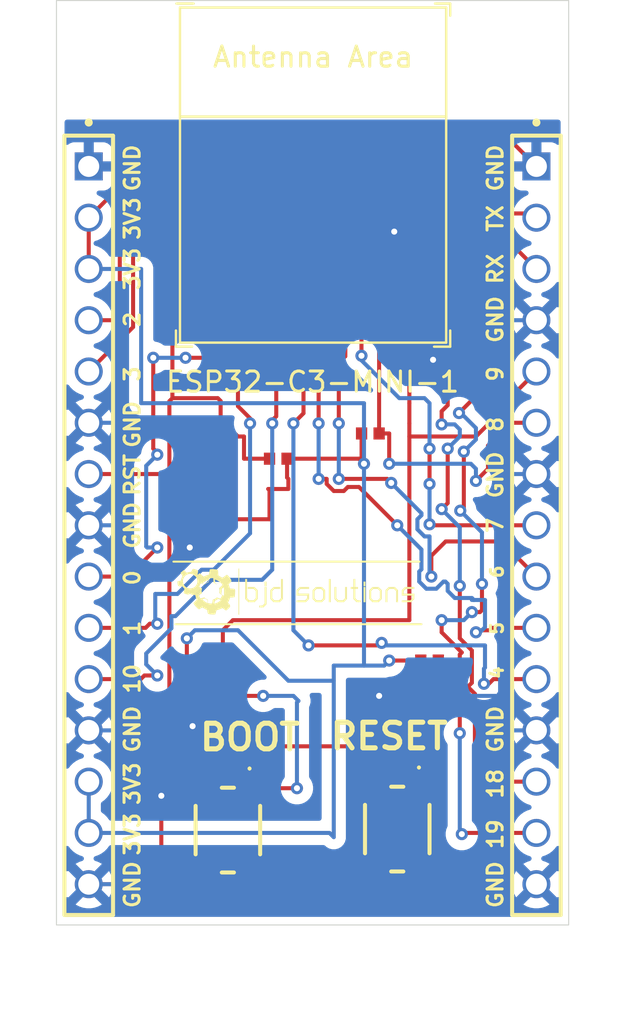
<source format=kicad_pcb>
(kicad_pcb (version 20241229) (generator "pcbnew") (generator_version "9.0")
  (title_block (title "ESP32-C3 - Bare Bones DevKitM") (date "2025-10-14") (rev "0") (company "BJD Solutions"))
  (layers (0 "F.Cu" signal) (2 "B.Cu" signal) (13 "F.Paste" user) (15 "B.Paste" user) (5 "F.SilkS" user "F.Silkscreen") (7 "B.SilkS" user "B.Silkscreen") (1 "F.Mask" user) (3 "B.Mask" user) (25 "Edge.Cuts" user))
  (net 0 "")
  (net 1 "CHIP_PU")
  (net 2 "GND")
  (net 3 "VCC_3V3")
  (net 4 "GPIO9")
  (net 5 "GPIO2")
  (net 6 "GPIO3")
  (net 7 "GPIO0")
  (net 8 "GPIO1")
  (net 9 "GPIO10")
  (net 10 "U0TXD")
  (net 11 "GPIO19")
  (net 12 "GPIO5")
  (net 13 "GPIO7")
  (net 14 "GPIO4")
  (net 15 "GPIO8")
  (net 16 "U0RXD")
  (net 17 "GPIO6")
  (net 18 "GPIO18")
  (footprint "ESW-115-44-G-S:SAMTEC_ESW-115-44-G-S" (layer "F.Cu") (at 162.8 105.3 -90)
    (property "Reference" "J2" (hide yes))
    (property "Value" "ESW-115-44-G-S" (hide yes))
  )
  (footprint "CR0402AFX-1002GAS:RESC1005X37N" (layer "F.Cu") (at 150 102)
    (property "Reference" "R1" (hide yes))
    (property "Value" "10k 1%" (hide yes))
  )
  (footprint "ESW-115-44-G-S:SAMTEC_ESW-115-44-G-S" (layer "F.Cu") (at 140.6 105.3 -90)
    (property "Reference" "J1" (hide yes))
    (property "Value" "ESW-115-44-G-S" (hide yes))
  )
  (footprint "SamacSys_Parts:SKRPARE010" (layer "F.Cu") (at 147.5 120.4 -90)
    (property "Reference" "BOOT")
    (property "Value" "SKRPARE010" (hide yes))
  )
  (footprint "CR0402AFX-1002GAS:RESC1005X37N" (layer "F.Cu") (at 145.9 112)
    (property "Reference" "R2" (hide yes))
    (property "Value" "10k 1%" (hide yes))
  )
  (footprint "MAJCU168BB7104KTEA01:CAPC1608X100N" (layer "F.Cu") (at 146.4 103)
    (property "Reference" "C2" (hide yes))
    (property "Value" "0.1uF 50V 10%" (hide yes))
  )
  (footprint "CR0402AFX-1002GAS:RESC1005X37N" (layer "F.Cu") (at 154.565 100.75)
    (property "Reference" "R4" (hide yes))
    (property "Value" "10k 1%" (hide yes))
  )
  (footprint "MLAST168BB5106MTNA01:CAPC1608X100N" (layer "F.Cu") (at 146.4 105)
    (property "Reference" "C3" (hide yes))
    (property "Value" "10uF 25V 20%" (hide yes))
  )
  (footprint "MLASE168SB7105KTNA01:CAPC1608X90N" (layer "F.Cu") (at 146.4 100.8)
    (property "Reference" "C1" (hide yes))
    (property "Value" "1uF 16V 10%" (hide yes))
  )
  (footprint "PCM_Espressif:ESP32-C3-MINI-1" (layer "F.Cu") (at 151.725 87.95)
    (property "Reference" "ESP32-C3-MINI-1")
    (property "Value" "ESP32-C3-MINI-1" (hide yes))
  )
  (footprint "SamacSys_Parts:SKRPARE010" (layer "F.Cu") (at 155.9 120.35 -90)
    (property "Reference" "RESET")
    (property "Value" "SKRPARE010" (hide yes))
  )
  (footprint "MAJCU168BB7104KTEA01:CAPC1608X100N" (layer "F.Cu") (at 157 113.75)
    (property "Reference" "C5" (hide yes))
    (property "Value" "0.1uF 50V 10%" (hide yes))
  )
  (footprint "MAJCU168BB7104KTEA01:CAPC1608X100N" (layer "F.Cu") (at 146.4 113.75)
    (property "Reference" "C4" (hide yes))
    (property "Value" "0.1uF 50V 10%" (hide yes))
  )
  (footprint "CR0402AFX-1002GAS:RESC1005X37N" (layer "F.Cu") (at 157.5 112)
    (property "Reference" "R3" (hide yes))
    (property "Value" "10k 1%" (hide yes))
  )
  (gr_curve (pts (xy 147.23597 108.757642) (xy 147.248289 108.767212) (xy 147.258666 108.778889) (xy 147.270274 108.789222)) (stroke (width 0.00313)) (layer "F.SilkS"))
  (gr_poly (pts (xy 147.174629 108.46481) (xy 147.174827 108.464826) (xy 147.175015 108.464855) (xy 147.175193 108.464897) (xy 147.175362 108.464952) (xy 147.175524 108.465019) (xy 147.17568 108.4651) (xy 147.17583 108.465193) (xy 147.175975 108.465301) (xy 147.176116 108.465422) (xy 147.176255 108.465556) (xy 147.176391 108.465705) (xy 147.176527 108.465868) (xy 147.1768 108.466238) (xy 147.177081 108.466666) (xy 147.177378 108.467155) (xy 147.177698 108.467705) (xy 147.177789 108.467873) (xy 147.177871 108.468047) (xy 147.177943 108.468227) (xy 147.178008 108.468411) (xy 147.178114 108.468793) (xy 147.178193 108.469191) (xy 147.178252 108.469601) (xy 147.178293 108.470021) (xy 147.178346 108.470879) (xy 147.178388 108.471743) (xy 147.178418 108.47217) (xy 147.178459 108.47259) (xy 147.178517 108.473) (xy 147.178597 108.473397) (xy 147.178702 108.473778) (xy 147.178766 108.473962) (xy 147.178838 108.474141) (xy 147.17893 108.474347) (xy 147.179028 108.474548) (xy 147.179132 108.474742) (xy 147.179242 108.474932) (xy 147.179476 108.475297) (xy 147.179727 108.475647) (xy 147.179992 108.475984) (xy 147.180268 108.476311) (xy 147.18084 108.476947) (xy 147.181416 108.477581) (xy 147.181698 108.477905) (xy 147.181971 108.478237) (xy 147.182233 108.478581) (xy 147.18248 108.47894) (xy 147.182709 108.479316) (xy 147.182816 108.479512) (xy 147.182917 108.479713) (xy 147.183284 108.480567) (xy 147.183591 108.481466) (xy 147.183843 108.482405) (xy 147.184048 108.483378) (xy 147.184214 108.484378) (xy 147.184346 108.485401) (xy 147.18454 108.487487) (xy 147.184842 108.491658) (xy 147.18494 108.492666) (xy 147.185062 108.493648) (xy 147.185213 108.494598) (xy 147.185402 108.49551) (xy 147.186665 108.501221) (xy 147.187758 108.506971) (xy 147.188699 108.512755) (xy 147.189507 108.518573) (xy 147.190199 108.524421) (xy 147.190795 108.530296) (xy 147.191313 108.536197) (xy 147.19177 108.542122) (xy 147.191945 108.545359) (xy 147.192011 108.548596) (xy 147.191983 108.551832) (xy 147.191875 108.555068) (xy 147.191475 108.561544) (xy 147.190927 108.568031) (xy 147.190344 108.574534) (xy 147.18984 108.581059) (xy 147.189532 108.587613) (xy 147.189486 108.590902) (xy 147.189531 108.594201) (xy 147.188999 108.59427) (xy 147.188488 108.594284) (xy 147.187999 108.594246) (xy 147.18753 108.59416) (xy 147.18708 108.594027) (xy 147.186647 108.593853) (xy 147.18623 108.593639) (xy 147.185829 108.593389) (xy 147.185441 108.593107) (xy 147.185066 108.592796) (xy 147.184703 108.592458) (xy 147.184349 108.592098) (xy 147.183668 108.591322) (xy 147.183012 108.590495) (xy 147.18174 108.588788) (xy 147.181103 108.587961) (xy 147.180453 108.587186) (xy 147.18012 108.586826) (xy 147.17978 108.58649) (xy 147.179432 108.586179) (xy 147.179074 108.585898) (xy 147.178705 108.585649) (xy 147.178325 108.585436) (xy 147.177931 108.585263) (xy 147.177523 108.585132) (xy 147.17392 108.58484) (xy 147.173241 108.57554) (xy 147.172729 108.566213) (xy 147.171863 108.547522) (xy 147.171336 108.53818) (xy 147.170632 108.528855) (xy 147.169665 108.519557) (xy 147.168348 108.510298) (xy 147.167966 108.507939) (xy 147.167611 108.505584) (xy 147.167282 108.503229) (xy 147.166978 108.500872) (xy 147.166443 108.496145) (xy 147.166 108.491383) (xy 147.164452 108.479581) (xy 147.164292 108.477832) (xy 147.164183 108.476129) (xy 147.164135 108.474503) (xy 147.164162 108.472985) (xy 147.164276 108.471608) (xy 147.16449 108.470403) (xy 147.164638 108.469875) (xy 147.164816 108.469402) (xy 147.165025 108.468989) (xy 147.165267 108.468638) (xy 147.16538 108.468507) (xy 147.165506 108.468377) (xy 147.165792 108.468118) (xy 147.166119 108.467864) (xy 147.166479 108.467614) (xy 147.166868 108.467371) (xy 147.167277 108.467136) (xy 147.167701 108.46691) (xy 147.168132 108.466695) (xy 147.168566 108.466492) (xy 147.168994 108.466302) (xy 147.169808 108.465966) (xy 147.170523 108.4657) (xy 147.171087 108.465513) (xy 147.171862 108.465287) (xy 147.172553 108.465102) (xy 147.173167 108.46496) (xy 147.173713 108.464864) (xy 147.173962 108.464832) (xy 147.174197 108.464813) (xy 147.174419 108.464805)) (fill yes) (layer "F.SilkS"))
  (gr_curve (pts (xy 146.855228 109.022495) (xy 146.902983 109.001258) (xy 146.949008 108.977025) (xy 146.987985 108.941485)) (stroke (width 0.00313)) (layer "F.SilkS"))
  (gr_curve (pts (xy 147.241412 108.181875) (xy 147.25861 108.208828) (xy 147.277644 108.23462) (xy 147.294661 108.261655)) (stroke (width 0.00313)) (layer "F.SilkS"))
  (gr_poly (pts (xy 154.324557 108.320229) (xy 154.226343 108.320229) (xy 154.226343 108.089935) (xy 154.324557 108.089935)) (fill yes) (layer "F.SilkS"))
  (gr_poly (pts (xy 147.116678 108.12442) (xy 147.11684 108.124689) (xy 147.11701 108.124943) (xy 147.117186 108.125183) (xy 147.117369 108.12541) (xy 147.117558 108.125624) (xy 147.117754 108.125826) (xy 147.117956 108.126015) (xy 147.118163 108.126193) (xy 147.118377 108.126359) (xy 147.118596 108.126514) (xy 147.11882 108.126659) (xy 147.119049 108.126794) (xy 147.119283 108.126919) (xy 147.119522 108.127034) (xy 147.119765 108.127141) (xy 147.120013 108.127239) (xy 147.120264 108.127328) (xy 147.120779 108.127485) (xy 147.121309 108.127613) (xy 147.12185 108.127716) (xy 147.122403 108.127797) (xy 147.122965 108.12786) (xy 147.123535 108.127907) (xy 147.124111 108.127941) (xy 147.050056 108.161079) (xy 147.013069 108.177745) (xy 146.976171 108.19462) (xy 146.965604 108.199659) (xy 146.960332 108.202183) (xy 146.95503 108.204625) (xy 146.949671 108.206926) (xy 146.946962 108.208003) (xy 146.944228 108.209021) (xy 146.941466 108.209972) (xy 146.938673 108.210849) (xy 146.935844 108.211644) (xy 146.932977 108.212348) (xy 146.933186 108.211418) (xy 146.933312 108.210595) (xy 146.933362 108.209873) (xy 146.93334 108.209247) (xy 146.93325 108.208709) (xy 146.933098 108.208254) (xy 146.932888 108.207876) (xy 146.932625 108.207567) (xy 146.932314 108.207321) (xy 146.931959 108.207133) (xy 146.931566 108.206996) (xy 146.931139 108.206904) (xy 146.930683 108.20685) (xy 146.930203 108.206828) (xy 146.929189 108.206854) (xy 146.927082 108.207013) (xy 146.926065 108.207045) (xy 146.925582 108.207027) (xy 146.925123 108.206977) (xy 146.924693 108.206891) (xy 146.924296 108.20676) (xy 146.923937 108.206579) (xy 146.923621 108.206342) (xy 146.923353 108.206042) (xy 146.923137 108.205674) (xy 146.922978 108.20523) (xy 146.922882 108.204704) (xy 146.925622 108.204683) (xy 146.928314 108.204515) (xy 146.930961 108.20421) (xy 146.933567 108.203776) (xy 146.936134 108.203221) (xy 146.938665 108.202556) (xy 146.941162 108.201789) (xy 146.94363 108.200928) (xy 146.94607 108.199983) (xy 146.948485 108.198963) (xy 146.950879 108.197877) (xy 146.953254 108.196733) (xy 146.95796 108.194309) (xy 146.962626 108.191762) (xy 146.975242 108.184834) (xy 146.983834 108.18195) (xy 146.99235 108.178892) (xy 147.009188 108.172327) (xy 147.025815 108.165279) (xy 147.042292 108.157886) (xy 147.075036 108.142617) (xy 147.091424 108.135017) (xy 147.107901 108.127625) (xy 147.108969 108.127166) (xy 147.11004 108.126719) (xy 147.112194 108.125849) (xy 147.116523 108.124138)) (fill yes) (layer "F.SilkS"))
  (gr_poly (pts (xy 146.115448 108.504983) (xy 146.116702 108.505092) (xy 146.117951 108.50528) (xy 146.119201 108.505547) (xy 146.120454 108.505894) (xy 146.121716 108.50632) (xy 146.12299 108.506825) (xy 146.12428 108.507411) (xy 146.12559 108.508076) (xy 146.128285 108.509648) (xy 146.131108 108.511541) (xy 146.134089 108.513758) (xy 146.137262 108.5163) (xy 146.13806 108.516978) (xy 146.138847 108.517678) (xy 146.140412 108.519109) (xy 146.1412 108.51982) (xy 146.141998 108.520516) (xy 146.142812 108.521188) (xy 146.143645 108.521825) (xy 146.144505 108.522419) (xy 146.145395 108.522959) (xy 146.145853 108.523207) (xy 146.146321 108.523437) (xy 146.146799 108.52365) (xy 146.147288 108.523843) (xy 146.147789 108.524016) (xy 146.148301 108.524168) (xy 146.148827 108.524296) (xy 146.149365 108.524401) (xy 146.149918 108.524481) (xy 146.150486 108.524535) (xy 146.151069 108.524561) (xy 146.151668 108.524558) (xy 146.152327 108.526561) (xy 146.152847 108.528514) (xy 146.153234 108.53042) (xy 146.153494 108.532278) (xy 146.153632 108.53409) (xy 146.153652 108.535858) (xy 146.153562 108.537581) (xy 146.153366 108.539262) (xy 146.153069 108.540901) (xy 146.152676 108.5425) (xy 146.152194 108.544059) (xy 146.151628 108.545579) (xy 146.150983 108.547062) (xy 146.150264 108.548509) (xy 146.149477 108.549921) (xy 146.148628 108.551298) (xy 146.146762 108.553954) (xy 146.144709 108.556486) (xy 146.142514 108.558902) (xy 146.140219 108.561212) (xy 146.137867 108.563423) (xy 146.135502 108.565545) (xy 146.130904 108.569552) (xy 146.110251 108.587825) (xy 146.099898 108.596959) (xy 146.08946 108.605999) (xy 146.078887 108.614878) (xy 146.068126 108.623529) (xy 146.057129 108.631882) (xy 146.051525 108.635927) (xy 146.045843 108.639872) (xy 146.045188 108.6403) (xy 146.044514 108.640712) (xy 146.043126 108.641498) (xy 146.040308 108.643026) (xy 146.039619 108.643419) (xy 146.038943 108.643823) (xy 146.038287 108.644242) (xy 146.037652 108.64468) (xy 146.037044 108.64514) (xy 146.036467 108.645625) (xy 146.035925 108.64614) (xy 146.035422 108.646687) (xy 146.03308 108.649333) (xy 146.030723 108.651754) (xy 146.028352 108.653956) (xy 146.025966 108.655947) (xy 146.023567 108.657732) (xy 146.021155 108.659318) (xy 146.01873 108.660711) (xy 146.016293 108.661919) (xy 146.013845 108.662946) (xy 146.011386 108.663801) (xy 146.008916 108.664489) (xy 146.006436 108.665017) (xy 146.003946 108.665392) (xy 146.001448 108.665619) (xy 145.998941 108.665706) (xy 145.996426 108.665658) (xy 145.993903 108.665483) (xy 145.991374 108.665187) (xy 145.988838 108.664776) (xy 145.986296 108.664256) (xy 145.981196 108.662919) (xy 145.976078 108.661227) (xy 145.970946 108.659231) (xy 145.965804 108.656984) (xy 145.960656 108.654537) (xy 145.955507 108.651943) (xy 145.954593 108.651497) (xy 145.953647 108.651086) (xy 145.951685 108.650316) (xy 145.949662 108.649532) (xy 145.948639 108.649104) (xy 145.947616 108.648635) (xy 145.946599 108.648112) (xy 145.945591 108.647524) (xy 145.944597 108.646857) (xy 145.944108 108.64649) (xy 145.943624 108.646099) (xy 145.943147 108.645682) (xy 145.942676 108.645238) (xy 145.942213 108.644765) (xy 145.941759 108.644261) (xy 145.941312 108.643725) (xy 145.940876 108.643156) (xy 145.940449 108.642551) (xy 145.940033 108.64191) (xy 145.945555 108.639329) (xy 145.950967 108.636595) (xy 145.956278 108.633718) (xy 145.961495 108.63071) (xy 145.966627 108.627581) (xy 145.971681 108.624345) (xy 145.98159 108.617591) (xy 145.991285 108.610539) (xy 146.00083 108.60328) (xy 146.019728 108.588501) (xy 146.028132 108.581822) (xy 146.036401 108.574995) (xy 146.044515 108.567999) (xy 146.052455 108.560814) (xy 146.060199 108.55342) (xy 146.067727 108.545795) (xy 146.071404 108.541891) (xy 146.07502 108.537921) (xy 146.078571 108.533884) (xy 146.082056 108.529777) (xy 146.083547 108.527941) (xy 146.084975 108.526076) (xy 146.085662 108.52513) (xy 146.08633 108.524174) (xy 146.086977 108.523207) (xy 146.087602 108.522228) (xy 146.088203 108.521235) (xy 146.08878 108.520228) (xy 146.089331 108.519206) (xy 146.089855 108.518167) (xy 146.09035 108.51711) (xy 146.090816 108.516036) (xy 146.091251 108.514942) (xy 146.091654 108.513827) (xy 146.095291 108.511643) (xy 146.098675 108.509765) (xy 146.101838 108.508194) (xy 146.104812 108.50693) (xy 146.106238 108.506414) (xy 146.107628 108.505975) (xy 146.108987 108.505615) (xy 146.110319 108.505332) (xy 146.111627 108.505127) (xy 146.112915 108.505001) (xy 146.114188 108.504952)) (fill yes) (layer "F.SilkS"))
  (gr_curve (pts (xy 147.123838 108.983746) (xy 147.114997 108.979413) (xy 147.104858 108.97808) (xy 147.096781 108.972007)) (stroke (width 0.00313)) (layer "F.SilkS"))
  (gr_poly (pts (xy 147.72333 108.653325) (xy 147.723505 108.653949) (xy 147.723718 108.654557) (xy 147.723967 108.655149) (xy 147.724247 108.655727) (xy 147.724555 108.656292) (xy 147.724887 108.656846) (xy 147.725241 108.657389) (xy 147.725996 108.658449) (xy 147.726792 108.659482) (xy 147.728393 108.66151) (xy 147.729142 108.662525) (xy 147.729819 108.663554) (xy 147.730122 108.664077) (xy 147.730396 108.664607) (xy 147.730637 108.665146) (xy 147.730843 108.665694) (xy 147.73101 108.666254) (xy 147.731134 108.666826) (xy 147.731211 108.667412) (xy 147.731238 108.668012) (xy 147.731213 108.668629) (xy 147.73113 108.669263) (xy 147.730986 108.669916) (xy 147.730779 108.670589) (xy 147.730559 108.67116) (xy 147.730316 108.671688) (xy 147.73005 108.672172) (xy 147.729762 108.672615) (xy 147.729454 108.673018) (xy 147.729125 108.673383) (xy 147.728778 108.673711) (xy 147.728414 108.674004) (xy 147.728033 108.674262) (xy 147.727636 108.674489) (xy 147.727226 108.674684) (xy 147.726802 108.674851) (xy 147.726366 108.674989) (xy 147.725918 108.675101) (xy 147.725461 108.675188) (xy 147.724995 108.675252) (xy 147.724521 108.675293) (xy 147.72404 108.675315) (xy 147.723062 108.675303) (xy 147.722069 108.675227) (xy 147.721071 108.6751) (xy 147.720075 108.674934) (xy 147.71909 108.67474) (xy 147.717189 108.674317) (xy 147.715795 108.67403) (xy 147.714419 108.673813) (xy 147.71306 108.673664) (xy 147.711718 108.67358) (xy 147.710391 108.673557) (xy 147.709079 108.673591) (xy 147.706495 108.67382) (xy 147.703961 108.674241) (xy 147.701469 108.674828) (xy 147.699013 108.675554) (xy 147.696587 108.676393) (xy 147.694183 108.677319) (xy 147.691796 108.678305) (xy 147.687043 108.680354) (xy 147.682276 108.68233) (xy 147.679871 108.683224) (xy 147.677442 108.684022) (xy 147.672861 108.68532) (xy 147.668253 108.686457) (xy 147.66362 108.687455) (xy 147.658968 108.688339) (xy 147.649616 108.689858) (xy 147.640228 108.691203) (xy 147.630832 108.692564) (xy 147.621458 108.694131) (xy 147.616788 108.695052) (xy 147.612135 108.696095) (xy 147.607502 108.697284) (xy 147.602893 108.698644) (xy 147.591812 108.701955) (xy 147.580648 108.705016) (xy 147.558258 108.710959) (xy 147.547126 108.714131) (xy 147.536099 108.717628) (xy 147.530639 108.719544) (xy 147.525223 108.721595) (xy 147.519857 108.7238) (xy 147.514545 108.726177) (xy 147.51293 108.726887) (xy 147.511307 108.727515) (xy 147.509679 108.728065) (xy 147.508045 108.728543) (xy 147.504761 108.729299) (xy 147.501458 108.729821) (xy 147.498139 108.730149) (xy 147.494807 108.730322) (xy 147.491465 108.730377) (xy 147.488115 108.730355) (xy 147.481405 108.73023) (xy 147.478049 108.730205) (xy 147.474698 108.730257) (xy 147.471353 108.730425) (xy 147.468018 108.730747) (xy 147.464695 108.731262) (xy 147.461387 108.732009) (xy 147.4591 108.732556) (xy 147.456785 108.733006) (xy 147.45211 108.733724) (xy 147.44744 108.734392) (xy 147.44513 108.734779) (xy 147.442849 108.735239) (xy 147.440608 108.735801) (xy 147.438415 108.736494) (xy 147.436281 108.737345) (xy 147.435238 108.737839) (xy 147.434214 108.738384) (xy 147.433209 108.738983) (xy 147.432224 108.739639) (xy 147.431262 108.740357) (xy 147.430322 108.741139) (xy 147.429406 108.74199) (xy 147.428515 108.742912) (xy 147.427651 108.74391) (xy 147.426814 108.744987) (xy 147.426571 108.745327) (xy 147.426293 108.7457) (xy 147.425995 108.74608) (xy 147.425843 108.746263) (xy 147.425691 108.746439) (xy 147.425542 108.746602) (xy 147.425397 108.746751) (xy 147.425257 108.746881) (xy 147.425126 108.74699) (xy 147.425004 108.747074) (xy 147.424947 108.747105) (xy 147.424893 108.747129) (xy 147.424843 108.747145) (xy 147.424796 108.747152) (xy 147.424753 108.747151) (xy 147.424714 108.747141) (xy 147.42245 108.746427) (xy 147.420287 108.745974) (xy 147.418218 108.745764) (xy 147.416235 108.74578) (xy 147.414333 108.746004) (xy 147.412504 108.746419) (xy 147.410742 108.747007) (xy 147.40904 108.747751) (xy 147.407392 108.748633) (xy 147.40579 108.749636) (xy 147.404228 108.750743) (xy 147.402699 108.751936) (xy 147.399715 108.754509) (xy 147.396784 108.757217) (xy 147.393851 108.75992) (xy 147.390864 108.762478) (xy 147.389333 108.763659) (xy 147.387768 108.764752) (xy 147.386163 108.765738) (xy 147.384511 108.766601) (xy 147.382804 108.767322) (xy 147.381038 108.767886) (xy 147.379203 108.768273) (xy 147.377295 108.768467) (xy 147.375306 108.76845) (xy 147.37323 108.768205) (xy 147.371059 108.767714) (xy 147.368788 108.76696) (xy 147.368102 108.766451) (xy 147.367596 108.765858) (xy 147.367254 108.765187) (xy 147.367059 108.764445) (xy 147.366998 108.763639) (xy 147.367053 108.762776) (xy 147.36721 108.761862) (xy 147.367453 108.760905) (xy 147.368134 108.758885) (xy 147.368972 108.756773) (xy 147.369842 108.754622) (xy 147.370619 108.752487) (xy 147.370934 108.751442) (xy 147.37118 108.750422) (xy 147.37134 108.749433) (xy 147.371398 108.748482) (xy 147.371341 108.747576) (xy 147.371151 108.746721) (xy 147.370814 108.745925) (xy 147.370313 108.745194) (xy 147.369633 108.744535) (xy 147.368759 108.743956) (xy 147.367675 108.743461) (xy 147.366366 108.74306) (xy 147.364815 108.742757) (xy 147.363008 108.742561) (xy 147.360928 108.742478) (xy 147.358561 108.742514) (xy 147.358756 108.739272) (xy 147.359116 108.736199) (xy 147.35965 108.733297) (xy 147.360365 108.730568) (xy 147.360793 108.729269) (xy 147.361269 108.728014) (xy 147.361794 108.726804) (xy 147.362369 108.725637) (xy 147.362995 108.724516) (xy 147.363673 108.72344) (xy 147.364404 108.722408) (xy 147.365189 108.721423) (xy 147.366028 108.720482) (xy 147.366923 108.719588) (xy 147.367875 108.71874) (xy 147.368885 108.717939) (xy 147.369953 108.717184) (xy 147.371081 108.716476) (xy 147.372269 108.715815) (xy 147.373519 108.715202) (xy 147.374831 108.714636) (xy 147.376206 108.714118) (xy 147.377646 108.713648) (xy 147.379151 108.713227) (xy 147.380722 108.712854) (xy 147.382361 108.71253) (xy 147.384067 108.712256) (xy 147.385843 108.71203) (xy 147.387098 108.711859) (xy 147.388334 108.71163) (xy 147.389552 108.711347) (xy 147.390755 108.711014) (xy 147.393116 108.710211) (xy 147.395428 108.70925) (xy 147.397701 108.708159) (xy 147.399945 108.706966) (xy 147.404387 108.704394) (xy 147.408835 108.701763) (xy 147.411088 108.700498) (xy 147.413372 108.699304) (xy 147.4157 108.69821) (xy 147.41808 108.697245) (xy 147.420523 108.696438) (xy 147.421771 108.696102) (xy 147.423039 108.695817) (xy 147.423257 108.696753) (xy 147.423506 108.697684) (xy 147.42379 108.698599) (xy 147.424113 108.699486) (xy 147.424477 108.700331) (xy 147.424885 108.701123) (xy 147.425342 108.701848) (xy 147.425589 108.702183) (xy 147.42585 108.702496) (xy 147.426124 108.702786) (xy 147.426413 108.703053) (xy 147.426715 108.703293) (xy 147.427033 108.703506) (xy 147.427366 108.70369) (xy 147.427715 108.703844) (xy 147.428079 108.703966) (xy 147.428461 108.704054) (xy 147.428859 108.704108) (xy 147.429274 108.704124) (xy 147.429708 108.704103) (xy 147.430159 108.704041) (xy 147.430629 108.703939) (xy 147.431118 108.703793) (xy 147.431627 108.703604) (xy 147.432155 108.703368) (xy 147.433137 108.702923) (xy 147.434116 108.702527) (xy 147.435093 108.702177) (xy 147.436067 108.701872) (xy 147.438008 108.701387) (xy 147.439942 108.701056) (xy 147.441867 108.700864) (xy 147.443785 108.700794) (xy 147.445697 108.70083) (xy 147.447603 108.700958) (xy 147.449505 108.70116) (xy 147.451402 108.701421) (xy 147.455187 108.702056) (xy 147.458964 108.702737) (xy 147.46274 108.703337) (xy 147.464427 108.703534) (xy 147.465253 108.703602) (xy 147.466064 108.703645) (xy 147.466859 108.703659) (xy 147.467639 108.703641) (xy 147.468401 108.703586) (xy 147.469144 108.703491) (xy 147.469867 108.703353) (xy 147.470569 108.703168) (xy 147.471249 108.702932) (xy 147.471906 108.702642) (xy 147.472538 108.702293) (xy 147.473144 108.701883) (xy 147.473724 108.701408) (xy 147.474003 108.701144) (xy 147.474275 108.700863) (xy 147.475209 108.699892) (xy 147.47616 108.698975) (xy 147.477127 108.698114) (xy 147.478111 108.697304) (xy 147.479111 108.696545) (xy 147.480125 108.695835) (xy 147.481155 108.695172) (xy 147.482198 108.694555) (xy 147.484325 108.693449) (xy 147.486503 108.692504) (xy 147.488727 108.691705) (xy 147.490993 108.691039) (xy 147.493297 108.690491) (xy 147.495634 108.690047) (xy 147.498001 108.689694) (xy 147.500393 108.689417) (xy 147.502806 108.689203) (xy 147.505237 108.689036) (xy 147.510131 108.688793) (xy 147.515208 108.688491) (xy 147.520265 108.688049) (xy 147.53034 108.686838) (xy 147.55043 108.683796) (xy 147.560506 108.682354) (xy 147.570641 108.681224) (xy 147.575741 108.680838) (xy 147.580866 108.680602) (xy 147.586022 108.680542) (xy 147.591211 108.680682) (xy 147.592272 108.680696) (xy 147.593336 108.680641) (xy 147.594403 108.680519) (xy 147.595473 108.680337) (xy 147.596546 108.680097) (xy 147.597623 108.679804) (xy 147.599788 108.679077) (xy 147.601972 108.678191) (xy 147.604176 108.677179) (xy 147.608655 108.674919) (xy 147.613244 108.672571) (xy 147.615587 108.671452) (xy 147.617964 108.670413) (xy 147.620379 108.669492) (xy 147.622833 108.66872) (xy 147.624076 108.668402) (xy 147.62533 108.668134) (xy 147.626595 108.667922) (xy 147.627871 108.667768) (xy 147.640242 108.666503) (xy 147.652594 108.665031) (xy 147.658753 108.66419) (xy 147.664898 108.663264) (xy 147.671023 108.662242) (xy 147.677126 108.661113) (xy 147.723197 108.652683)) (fill yes) (layer "F.SilkS"))
  (gr_curve (pts (xy 146.230529 108.990721) (xy 146.251391 108.989099) (xy 146.330319 109.058123) (xy 146.330319 109.058123)) (stroke (width 0.00313)) (layer "F.SilkS"))
  (gr_curve (pts (xy 146.766104 109.010433) (xy 146.764044 109.018366) (xy 146.763913 109.027141) (xy 146.757429 109.033448)) (stroke (width 0.00313)) (layer "F.SilkS"))
  (gr_poly (pts (xy 145.843877 107.47043) (xy 145.84822 107.470965) (xy 145.852534 107.471622) (xy 145.856821 107.472389) (xy 145.861084 107.473256) (xy 145.865326 107.474211) (xy 145.873758 107.476342) (xy 145.882137 107.478693) (xy 145.890485 107.481175) (xy 145.907173 107.486174) (xy 145.906872 107.486298) (xy 145.906563 107.486405) (xy 145.905927 107.486576) (xy 145.905269 107.486701) (xy 145.904597 107.486792) (xy 145.903235 107.486935) (xy 145.902557 107.487013) (xy 145.90189 107.487115) (xy 145.90124 107.487255) (xy 145.900923 107.487343) (xy 145.900613 107.487446) (xy 145.900311 107.487565) (xy 145.900016 107.487702) (xy 145.899731 107.487859) (xy 145.899455 107.488038) (xy 145.89919 107.48824) (xy 145.898936 107.488467) (xy 145.898694 107.488721) (xy 145.898465 107.489003) (xy 145.89825 107.489316) (xy 145.898049 107.489661) (xy 145.897864 107.490039) (xy 145.897694 107.490454) (xy 145.897461 107.49068) (xy 145.897223 107.490895) (xy 145.896982 107.491098) (xy 145.896736 107.491289) (xy 145.896235 107.491637) (xy 145.895722 107.491939) (xy 145.895196 107.492199) (xy 145.894661 107.492415) (xy 145.894116 107.49259) (xy 145.893563 107.492726) (xy 145.893005 107.492822) (xy 145.892441 107.492881) (xy 145.891873 107.492903) (xy 145.891302 107.492891) (xy 145.89073 107.492844) (xy 145.890158 107.492765) (xy 145.889588 107.492654) (xy 145.88902 107.492514) (xy 145.86434 107.485611) (xy 145.858133 107.484032) (xy 145.851889 107.4826) (xy 145.845598 107.48136) (xy 145.842431 107.480825) (xy 145.839248 107.480355) (xy 145.838679 107.48026) (xy 145.838121 107.480129) (xy 145.837576 107.479962) (xy 145.837045 107.479759) (xy 145.836532 107.479521) (xy 145.836039 107.479246) (xy 145.835567 107.478935) (xy 145.83512 107.478588) (xy 145.834699 107.478205) (xy 145.834499 107.477999) (xy 145.834306 107.477785) (xy 145.834122 107.477562) (xy 145.833945 107.47733) (xy 145.833776 107.477089) (xy 145.833616 107.476838) (xy 145.833465 107.476579) (xy 145.833323 107.476311) (xy 145.83319 107.476033) (xy 145.833067 107.475747) (xy 145.832954 107.475451) (xy 145.832851 107.475147) (xy 145.832759 107.474833) (xy 145.832678 107.47451) (xy 145.833159 107.474314) (xy 145.83365 107.474134) (xy 145.834651 107.4738) (xy 145.835649 107.47346) (xy 145.836137 107.473274) (xy 145.836612 107.473068) (xy 145.837071 107.472838) (xy 145.83751 107.472576) (xy 145.837721 107.472432) (xy 145.837925 107.472278) (xy 145.838122 107.472113) (xy 145.838312 107.471937) (xy 145.838494 107.471749) (xy 145.838667 107.471547) (xy 145.838832 107.471333) (xy 145.838987 107.471103) (xy 145.839132 107.470859) (xy 145.839266 107.470598) (xy 145.83939 107.470322) (xy 145.839502 107.470027)) (fill yes) (layer "F.SilkS"))
  (gr_poly (pts (xy 146.007059 109.400551) (xy 146.011784 109.403137) (xy 146.016613 109.405358) (xy 146.021534 109.407258) (xy 146.026534 109.408881) (xy 146.031601 109.410271) (xy 146.036721 109.411472) (xy 146.041882 109.412529) (xy 146.062685 109.416191) (xy 146.067861 109.417185) (xy 146.073003 109.418299) (xy 146.078096 109.419577) (xy 146.08313 109.421062) (xy 146.086216 109.421998) (xy 146.089358 109.422903) (xy 146.092501 109.423868) (xy 146.094055 109.424402) (xy 146.095588 109.424984) (xy 146.097092 109.425627) (xy 146.098563 109.426341) (xy 146.099991 109.427138) (xy 146.10137 109.428029) (xy 146.102693 109.429026) (xy 146.103954 109.430139) (xy 146.104558 109.430743) (xy 146.105144 109.431381) (xy 146.105711 109.432053) (xy 146.106258 109.432761) (xy 146.101366 109.43688) (xy 146.096914 109.440456) (xy 146.092835 109.443491) (xy 146.090913 109.444807) (xy 146.089059 109.445989) (xy 146.087264 109.447038) (xy 146.08552 109.447954) (xy 146.083817 109.448737) (xy 146.082148 109.449387) (xy 146.080504 109.449906) (xy 146.078876 109.450294) (xy 146.077257 109.45055) (xy 146.075637 109.450676) (xy 146.074007 109.450672) (xy 146.07236 109.450538) (xy 146.070687 109.450274) (xy 146.06898 109.449881) (xy 146.067229 109.44936) (xy 146.065426 109.44871) (xy 146.063564 109.447933) (xy 146.061633 109.447028) (xy 146.059624 109.445996) (xy 146.05753 109.444838) (xy 146.053051 109.442142) (xy 146.048128 109.438945) (xy 146.042691 109.43525) (xy 146.032412 109.428239) (xy 146.027324 109.424674) (xy 146.022337 109.42099) (xy 146.019896 109.419083) (xy 146.017499 109.417124) (xy 146.015151 109.415104) (xy 146.01286 109.413016) (xy 146.010631 109.410852) (xy 146.00847 109.408606) (xy 146.006383 109.406268) (xy 146.004377 109.403832) (xy 146.004088 109.403493) (xy 146.003771 109.403162) (xy 146.003096 109.402511) (xy 146.00276 109.402185) (xy 146.002439 109.401854) (xy 146.002144 109.401514) (xy 146.00201 109.401341) (xy 146.001886 109.401164) (xy 146.001774 109.400983) (xy 146.001676 109.400798) (xy 146.001592 109.400609) (xy 146.001524 109.400415) (xy 146.001474 109.400216) (xy 146.001442 109.400011) (xy 146.00143 109.399799) (xy 146.00144 109.399582) (xy 146.001472 109.399357) (xy 146.001529 109.399125) (xy 146.001611 109.398885) (xy 146.00172 109.398637) (xy 146.001857 109.398381) (xy 146.002024 109.398115) (xy 146.002222 109.39784) (xy 146.002452 109.397556)) (fill yes) (layer "F.SilkS"))
  (gr_poly (pts (xy 146.83893 109.115923) (xy 146.839541 109.115973) (xy 146.840155 109.116049) (xy 146.84077 109.116153) (xy 146.841387 109.116285) (xy 146.841178 109.117145) (xy 146.840944 109.117993) (xy 146.840687 109.11883) (xy 146.840415 109.119659) (xy 146.83925 109.122932) (xy 146.83869 109.124571) (xy 146.838431 109.125399) (xy 146.838193 109.126234) (xy 146.837981 109.127079) (xy 146.837799 109.127935) (xy 146.837651 109.128806) (xy 146.837543 109.129692) (xy 146.837472 109.130558) (xy 146.837424 109.131407) (xy 146.837383 109.132244) (xy 146.837332 109.133071) (xy 146.837298 109.133481) (xy 146.837255 109.133889) (xy 146.837202 109.134296) (xy 146.837136 109.134702) (xy 146.837056 109.135107) (xy 146.836959 109.135511) (xy 146.836844 109.135915) (xy 146.836707 109.13632) (xy 146.836159 109.137782) (xy 146.835591 109.13922) (xy 146.834457 109.142068) (xy 146.833925 109.143496) (xy 146.833438 109.14494) (xy 146.833217 109.145672) (xy 146.833013 109.146411) (xy 146.832829 109.14716) (xy 146.832666 109.147918) (xy 146.832611 109.148231) (xy 146.832562 109.148548) (xy 146.832478 109.14919) (xy 146.83234 109.150489) (xy 146.832268 109.151134) (xy 146.832182 109.151768) (xy 146.832131 109.152079) (xy 146.832074 109.152386) (xy 146.83201 109.152686) (xy 146.831936 109.15298) (xy 146.831828 109.153436) (xy 146.831726 109.153938) (xy 146.831533 109.155047) (xy 146.831142 109.157486) (xy 146.830915 109.158699) (xy 146.830787 109.159279) (xy 146.830648 109.159832) (xy 146.830495 109.160349) (xy 146.830326 109.160825) (xy 146.830141 109.161251) (xy 146.829936 109.16162) (xy 146.829841 109.161758) (xy 146.829741 109.161888) (xy 146.829636 109.162008) (xy 146.829526 109.162121) (xy 146.829411 109.162226) (xy 146.829292 109.162324) (xy 146.829042 109.1625) (xy 146.828775 109.162652) (xy 146.828494 109.162784) (xy 146.8282 109.1629) (xy 146.827893 109.163002) (xy 146.827575 109.163094) (xy 146.827248 109.16318) (xy 146.82657 109.163346) (xy 146.825868 109.163528) (xy 146.825511 109.163633) (xy 146.825153 109.163752) (xy 146.823719 109.164222) (xy 146.8223 109.164642) (xy 146.820885 109.16501) (xy 146.819461 109.165324) (xy 146.818019 109.165583) (xy 146.816545 109.165785) (xy 146.815794 109.165864) (xy 146.81503 109.165928) (xy 146.814252 109.165976) (xy 146.81346 109.166009) (xy 146.813334 109.165425) (xy 146.81325 109.164837) (xy 146.813204 109.164246) (xy 146.813191 109.163652) (xy 146.813208 109.163057) (xy 146.813251 109.16246) (xy 146.813316 109.161862) (xy 146.813398 109.161265) (xy 146.813602 109.160074) (xy 146.81383 109.158892) (xy 146.814051 109.157724) (xy 146.814233 109.156577) (xy 146.814878 109.150463) (xy 146.815101 109.148908) (xy 146.815238 109.148141) (xy 146.815396 109.147383) (xy 146.815578 109.146637) (xy 146.815787 109.145905) (xy 146.816025 109.14519) (xy 146.816297 109.144494) (xy 146.816436 109.144194) (xy 146.816593 109.143903) (xy 146.816766 109.143619) (xy 146.816951 109.14334) (xy 146.817147 109.143067) (xy 146.817351 109.142797) (xy 146.817771 109.142264) (xy 146.818191 109.141735) (xy 146.818394 109.141469) (xy 146.81859 109.1412) (xy 146.818774 109.140929) (xy 146.818946 109.140652) (xy 146.819102 109.140371) (xy 146.819239 109.140083) (xy 146.819405 109.139663) (xy 146.819543 109.139244) (xy 146.819655 109.138825) (xy 146.819744 109.138406) (xy 146.819812 109.137987) (xy 146.819862 109.137568) (xy 146.819897 109.137149) (xy 146.81992 109.136729) (xy 146.819938 109.135887) (xy 146.819939 109.135043) (xy 146.819943 109.134194) (xy 146.819971 109.13334) (xy 146.820023 109.132506) (xy 146.820084 109.131669) (xy 146.820156 109.13083) (xy 146.820239 109.129991) (xy 146.820334 109.129154) (xy 146.820442 109.128318) (xy 146.820564 109.127486) (xy 146.820701 109.126659) (xy 146.82077 109.126352) (xy 146.820862 109.126017) (xy 146.821097 109.125286) (xy 146.821366 109.124501) (xy 146.821631 109.123696) (xy 146.821749 109.123297) (xy 146.821851 109.122906) (xy 146.821933 109.122527) (xy 146.821988 109.122166) (xy 146.822012 109.121825) (xy 146.822011 109.121664) (xy 146.822 109.12151) (xy 146.82198 109.121364) (xy 146.821948 109.121225) (xy 146.821905 109.121095) (xy 146.82185 109.120974) (xy 146.823556 109.121488) (xy 146.825464 109.120236) (xy 146.826463 109.119627) (xy 146.82749 109.119039) (xy 146.828543 109.118479) (xy 146.829621 109.117955) (xy 146.830722 109.117473) (xy 146.831844 109.117042) (xy 146.832985 109.116668) (xy 146.834145 109.11636) (xy 146.835321 109.116124) (xy 146.836511 109.115967) (xy 146.837715 109.115898)) (fill yes) (layer "F.SilkS"))
  (gr_curve (pts (xy 147.224022 108.233462) (xy 147.201999 108.202524) (xy 147.177231 108.173623) (xy 147.155643 108.142372)) (stroke (width 0.00313)) (layer "F.SilkS"))
  (gr_curve (pts (xy 146.82491 109.133673) (xy 146.820405 109.128167) (xy 146.822142 109.122206) (xy 146.823617 109.116218)) (stroke (width 0.00313)) (layer "F.SilkS"))
  (gr_curve (pts (xy 146.787732 108.131046) (xy 146.788944 108.119557) (xy 146.783745 108.108021) (xy 146.788024 108.096554)) (stroke (width 0.00313)) (layer "F.SilkS"))
  (gr_poly (pts (xy 155.939998 108.513269) (xy 155.939996 109.111016) (xy 155.841782 109.111016) (xy 155.841782 108.555602) (xy 155.738489 108.452309) (xy 155.51497 108.452309) (xy 155.41337 108.555602) (xy 155.41337 109.111015) (xy 155.315157 109.111015) (xy 155.315157 108.513269) (xy 155.476023 108.354095) (xy 155.77913 108.354095)) (fill yes) (layer "F.SilkS"))
  (gr_poly (pts (xy 146.839941 109.648145) (xy 146.841637 109.648757) (xy 146.843275 109.64942) (xy 146.844859 109.650134) (xy 146.846388 109.650897) (xy 146.847865 109.651708) (xy 146.849291 109.652566) (xy 146.850667 109.653468) (xy 146.851995 109.654415) (xy 146.853277 109.655405) (xy 146.854512 109.656435) (xy 146.855704 109.657506) (xy 146.857961 109.659763) (xy 146.860059 109.662165) (xy 146.862009 109.664701) (xy 146.863823 109.667361) (xy 146.865512 109.670135) (xy 146.867087 109.673012) (xy 146.86856 109.675982) (xy 146.869941 109.679034) (xy 146.871243 109.682159) (xy 146.872476 109.685346) (xy 146.87213 109.687118) (xy 146.87172 109.688798) (xy 146.871246 109.69039) (xy 146.87071 109.691896) (xy 146.870115 109.693318) (xy 146.869462 109.69466) (xy 146.868753 109.695925) (xy 146.867989 109.697114) (xy 146.867174 109.698231) (xy 146.866308 109.699278) (xy 146.865394 109.700259) (xy 146.864432 109.701175) (xy 146.863426 109.70203) (xy 146.862377 109.702826) (xy 146.861287 109.703566) (xy 146.860157 109.704253) (xy 146.85899 109.704889) (xy 146.857787 109.705478) (xy 146.856551 109.706021) (xy 146.855282 109.706522) (xy 146.852657 109.707407) (xy 146.849926 109.708155) (xy 146.847104 109.708788) (xy 146.844206 109.709328) (xy 146.841247 109.709796) (xy 146.838241 109.710214) (xy 146.830876 109.711109) (xy 146.823513 109.711834) (xy 146.808793 109.712812) (xy 146.794079 109.713223) (xy 146.77937 109.713142) (xy 146.764664 109.712644) (xy 146.749961 109.711804) (xy 146.735259 109.710696) (xy 146.720557 109.709397) (xy 146.717207 109.709148) (xy 146.71385 109.709013) (xy 146.707122 109.708992) (xy 146.693644 109.709318) (xy 146.686914 109.709302) (xy 146.683555 109.70917) (xy 146.680202 109.708926) (xy 146.676857 109.708546) (xy 146.67352 109.708008) (xy 146.670193 109.707289) (xy 146.666876 109.706367) (xy 146.646483 109.699268) (xy 146.636297 109.695693) (xy 146.62619 109.691935) (xy 146.616214 109.687871) (xy 146.611292 109.685685) (xy 146.606422 109.683375) (xy 146.601613 109.680926) (xy 146.596869 109.678323) (xy 146.592198 109.675551) (xy 146.587607 109.672592) (xy 146.579674 109.668316) (xy 146.578771 109.667677) (xy 146.578342 109.667333) (xy 146.577932 109.66697) (xy 146.577541 109.666586) (xy 146.577172 109.666181) (xy 146.576825 109.665751) (xy 146.576504 109.665296) (xy 146.576209 109.664813) (xy 146.575942 109.664301) (xy 146.575706 109.663758) (xy 146.575501 109.663183) (xy 146.575329 109.662574) (xy 146.575193 109.661929) (xy 146.575093 109.661246) (xy 146.575032 109.660524) (xy 146.586614 109.660904) (xy 146.598188 109.661459) (xy 146.621319 109.662891) (xy 146.644436 109.664412) (xy 146.655994 109.665079) (xy 146.667552 109.665615) (xy 146.702749 109.667028) (xy 146.737971 109.668037) (xy 146.75559 109.668178) (xy 146.773213 109.667963) (xy 146.79084 109.667308) (xy 146.80847 109.666128) (xy 146.811028 109.665862) (xy 146.813491 109.665503) (xy 146.815858 109.665045) (xy 146.818131 109.664484) (xy 146.82031 109.663813) (xy 146.822395 109.663026) (xy 146.824386 109.662119) (xy 146.826285 109.661086) (xy 146.828091 109.65992) (xy 146.829806 109.658616) (xy 146.831429 109.657169) (xy 146.832961 109.655573) (xy 146.834402 109.653823) (xy 146.835753 109.651912) (xy 146.837015 109.649835) (xy 146.838188 109.647586)) (fill yes) (layer "F.SilkS"))
  (gr_poly (pts (xy 145.346118 108.470214) (xy 145.346959 108.478195) (xy 145.347238 108.482161) (xy 145.347407 108.486109) (xy 145.347451 108.490037) (xy 145.347359 108.493941) (xy 145.347115 108.497821) (xy 145.346709 108.501674) (xy 145.346126 108.505498) (xy 145.345353 108.509291) (xy 145.344378 108.513051) (xy 145.343187 108.516775) (xy 145.341767 108.520463) (xy 145.340105 108.524112) (xy 145.338189 108.527719) (xy 145.336004 108.531283) (xy 145.335841 108.530895) (xy 145.3357 108.530499) (xy 145.33558 108.530096) (xy 145.33548 108.529686) (xy 145.335326 108.528848) (xy 145.335221 108.527992) (xy 145.334945 108.524515) (xy 145.334825 108.523664) (xy 145.334651 108.522832) (xy 145.334537 108.522425) (xy 145.334404 108.522025) (xy 145.334248 108.521634) (xy 145.334068 108.521251) (xy 145.333861 108.520877) (xy 145.333625 108.520514) (xy 145.333358 108.520162) (xy 145.333058 108.519822) (xy 145.332723 108.519494) (xy 145.33235 108.51918) (xy 145.331938 108.51888) (xy 145.331483 108.518595) (xy 145.33158 108.515071) (xy 145.331766 108.511564) (xy 145.33204 108.508075) (xy 145.332399 108.504604) (xy 145.332841 108.501148) (xy 145.333364 108.497709) (xy 145.333964 108.494285) (xy 145.33464 108.490876) (xy 145.336207 108.484102) (xy 145.338048 108.477382) (xy 145.340141 108.470713) (xy 145.342468 108.464091)) (fill yes) (layer "F.SilkS"))
  (gr_curve (pts (xy 146.823617 109.116218) (xy 146.826907 109.102885) (xy 146.829609 109.089402) (xy 146.833256 109.076139)) (stroke (width 0.00313)) (layer "F.SilkS"))
  (gr_curve (pts (xy 147.179457 108.45451) (xy 147.205039 108.42885) (xy 147.231159 108.403712) (xy 147.255455 108.376812)) (stroke (width 0.00313)) (layer "F.SilkS"))
  (gr_line (start 146.403077 109.165979) (end 146.42109 109.178799) (stroke (width 0.00313)) (layer "F.SilkS"))
  (gr_curve (pts (xy 146.530093 109.159005) (xy 146.558176 109.169169) (xy 146.58789 109.171311) (xy 146.616493 109.178765)) (stroke (width 0.00313)) (layer "F.SilkS"))
  (gr_curve (pts (xy 146.864088 108.177784) (xy 146.846332 108.161048) (xy 146.823201 108.15489) (xy 146.801228 108.14683)) (stroke (width 0.00313)) (layer "F.SilkS"))
  (gr_poly (pts (xy 145.674236 107.6204) (xy 145.672331 107.621192) (xy 145.670421 107.621911) (xy 145.668508 107.62255) (xy 145.666589 107.623102) (xy 145.664666 107.623558) (xy 145.662737 107.623912) (xy 145.660802 107.624155) (xy 145.658861 107.624282) (xy 145.656912 107.624284) (xy 145.654956 107.624153) (xy 145.652992 107.623883) (xy 145.65102 107.623466) (xy 145.649038 107.622895) (xy 145.647048 107.622162) (xy 145.645047 107.62126) (xy 145.676139 107.619542)) (fill yes) (layer "F.SilkS"))
  (gr_curve (pts (xy 147.072827 108.640619) (xy 147.076621 108.628658) (xy 147.080418 108.61673) (xy 147.078568 108.60388)) (stroke (width 0.00313)) (layer "F.SilkS"))
  (gr_curve (pts (xy 146.773921 108.97576) (xy 146.816611 108.960202) (xy 146.858412 108.942994) (xy 146.896187 108.917277)) (stroke (width 0.00313)) (layer "F.SilkS"))
  (gr_curve (pts (xy 146.788024 108.096554) (xy 146.789536 108.073408) (xy 146.784759 108.05063) (xy 146.783785 108.027609)) (stroke (width 0.00313)) (layer "F.SilkS"))
  (gr_curve (pts (xy 147.264374 108.366084) (xy 147.286468 108.341623) (xy 147.286791 108.336248) (xy 147.267513 108.307601)) (stroke (width 0.00313)) (layer "F.SilkS"))
  (gr_curve (pts (xy 147.16896 108.98657) (xy 147.179006 108.989935) (xy 147.188297 108.989791) (xy 147.196198 108.981351)) (stroke (width 0.00313)) (layer "F.SilkS"))
  (gr_poly (pts (xy 146.099834 108.862274) (xy 146.100001 108.862288) (xy 146.100169 108.86231) (xy 146.100337 108.862342) (xy 146.100504 108.862381) (xy 146.100671 108.862429) (xy 146.100836 108.862484) (xy 146.101 108.862546) (xy 146.101321 108.862691) (xy 146.101633 108.86286) (xy 146.101932 108.86305) (xy 146.102216 108.863259) (xy 146.102482 108.863483) (xy 146.102969 108.863944) (xy 146.103427 108.864432) (xy 146.103859 108.864946) (xy 146.104271 108.865481) (xy 146.104663 108.866034) (xy 146.105041 108.866604) (xy 146.105766 108.867777) (xy 146.107188 108.870174) (xy 146.107558 108.870766) (xy 146.10794 108.871348) (xy 146.108338 108.871919) (xy 146.108756 108.872474) (xy 146.109253 108.873147) (xy 146.109718 108.873837) (xy 146.110157 108.874544) (xy 146.110571 108.875264) (xy 146.110965 108.875996) (xy 146.111343 108.876739) (xy 146.112063 108.878244) (xy 146.113469 108.881288) (xy 146.114213 108.882793) (xy 146.114608 108.883535) (xy 146.115023 108.884266) (xy 146.11617 108.886258) (xy 146.117315 108.888267) (xy 146.119568 108.892274) (xy 146.120219 108.893391) (xy 146.120909 108.894523) (xy 146.122339 108.896823) (xy 146.123042 108.897987) (xy 146.123713 108.899156) (xy 146.124032 108.899741) (xy 146.124336 108.900327) (xy 146.124623 108.900914) (xy 146.12489 108.9015) (xy 146.125549 108.902959) (xy 146.126227 108.904379) (xy 146.126933 108.905766) (xy 146.127673 108.907124) (xy 146.128454 108.908458) (xy 146.129283 108.909772) (xy 146.130166 108.911073) (xy 146.13063 108.91172) (xy 146.131111 108.912365) (xy 146.133272 108.915207) (xy 146.134352 108.916587) (xy 146.134904 108.917263) (xy 146.135471 108.917928) (xy 146.136055 108.918581) (xy 146.13666 108.91922) (xy 146.13729 108.919844) (xy 146.137948 108.920452) (xy 146.13864 108.921043) (xy 146.139367 108.921616) (xy 146.140135 108.922169) (xy 146.140947 108.922702) (xy 146.141127 108.922812) (xy 146.141296 108.92291) (xy 146.141599 108.92308) (xy 146.141733 108.923157) (xy 146.141857 108.923233) (xy 146.14197 108.92331) (xy 146.142022 108.92335) (xy 146.142072 108.923391) (xy 146.142119 108.923434) (xy 146.142164 108.923478) (xy 146.142206 108.923525) (xy 146.142246 108.923575) (xy 146.142283 108.923627) (xy 146.142318 108.923683) (xy 146.142351 108.923742) (xy 146.142381 108.923805) (xy 146.142409 108.923873) (xy 146.142434 108.923945) (xy 146.142457 108.924022) (xy 146.142478 108.924105) (xy 146.142497 108.924192) (xy 146.142514 108.924286) (xy 146.142528 108.924386) (xy 146.14254 108.924493) (xy 146.142544 108.924612) (xy 146.142533 108.924761) (xy 146.142509 108.924933) (xy 146.142473 108.925127) (xy 146.142375 108.925559) (xy 146.142251 108.926026) (xy 146.142116 108.926496) (xy 146.141982 108.926937) (xy 146.141776 108.927605) (xy 146.141603 108.927622) (xy 146.141427 108.927631) (xy 146.141068 108.927623) (xy 146.140698 108.927584) (xy 146.14032 108.927519) (xy 146.139936 108.927432) (xy 146.139545 108.927327) (xy 146.138753 108.927078) (xy 146.137161 108.926542) (xy 146.136769 108.926425) (xy 146.136383 108.926322) (xy 146.136003 108.926238) (xy 146.135631 108.926177) (xy 146.134748 108.926064) (xy 146.134338 108.926008) (xy 146.133944 108.925943) (xy 146.133752 108.925904) (xy 146.133563 108.925861) (xy 146.133376 108.925812) (xy 146.13319 108.925756) (xy 146.133006 108.925692) (xy 146.132823 108.92562) (xy 146.13264 108.925539) (xy 146.132457 108.925447) (xy 146.131988 108.925192) (xy 146.131522 108.9249) (xy 146.131058 108.924575) (xy 146.130599 108.924221) (xy 146.130143 108.923843) (xy 146.129692 108.923445) (xy 146.129247 108.92303) (xy 146.128808 108.922602) (xy 146.12795 108.921725) (xy 146.127124 108.920846) (xy 146.126335 108.919998) (xy 146.125589 108.919212) (xy 146.125002 108.918587) (xy 146.124429 108.917947) (xy 146.123871 108.917291) (xy 146.123329 108.916621) (xy 146.122802 108.915938) (xy 146.122292 108.915242) (xy 146.121798 108.914534) (xy 146.121321 108.913815) (xy 146.120861 108.913086) (xy 146.120419 108.912347) (xy 146.119995 108.9116) (xy 146.11959 108.910845) (xy 146.119203 108.910083) (xy 146.118837 108.909315) (xy 146.11849 108.908542) (xy 146.118163 108.907763) (xy 146.117759 108.906731) (xy 146.117387 108.905699) (xy 146.116689 108.903642) (xy 146.116343 108.902617) (xy 146.115984 108.901597) (xy 146.115601 108.900581) (xy 146.115183 108.899571) (xy 146.114721 108.898533) (xy 146.114485 108.898032) (xy 146.114244 108.897542) (xy 146.113997 108.897062) (xy 146.113743 108.896593) (xy 146.11348 108.896135) (xy 146.113208 108.895687) (xy 146.112926 108.895248) (xy 146.112633 108.894819) (xy 146.112327 108.8944) (xy 146.112007 108.893989) (xy 146.111673 108.893588) (xy 146.111323 108.893195) (xy 146.110956 108.89281) (xy 146.110572 108.892434) (xy 146.110357 108.892216) (xy 146.110155 108.891988) (xy 146.109965 108.891752) (xy 146.109785 108.891509) (xy 146.109612 108.891259) (xy 146.109447 108.891004) (xy 146.109128 108.890484) (xy 146.108816 108.889958) (xy 146.108497 108.889435) (xy 146.108331 108.889178) (xy 146.108158 108.888924) (xy 146.107977 108.888677) (xy 146.107786 108.888436) (xy 146.106912 108.887404) (xy 146.106717 108.887166) (xy 146.106531 108.88693) (xy 146.106355 108.886692) (xy 146.106189 108.886451) (xy 146.106032 108.886203) (xy 146.105885 108.885946) (xy 146.105749 108.885675) (xy 146.105622 108.885389) (xy 146.105506 108.885085) (xy 146.105399 108.884759) (xy 146.105304 108.884409) (xy 146.105219 108.884032) (xy 146.105163 108.883746) (xy 146.105116 108.883471) (xy 146.105042 108.882943) (xy 146.10492 108.881955) (xy 146.104885 108.881716) (xy 146.104844 108.881477) (xy 146.104795 108.881237) (xy 146.104738 108.880997) (xy 146.104669 108.880753) (xy 146.104588 108.880506) (xy 146.104492 108.880254) (xy 146.10438 108.879997) (xy 146.104177 108.879561) (xy 146.103962 108.87913) (xy 146.103735 108.878704) (xy 146.103498 108.878283) (xy 146.103251 108.877867) (xy 146.102995 108.877455) (xy 146.10273 108.877049) (xy 146.102456 108.876647) (xy 146.102175 108.87625) (xy 146.101886 108.875858) (xy 146.101289 108.875088) (xy 146.100671 108.874338) (xy 146.100034 108.873607) (xy 146.099468 108.872995) (xy 146.098829 108.872319) (xy 146.098164 108.871593) (xy 146.097835 108.871214) (xy 146.097515 108.870826) (xy 146.097211 108.870431) (xy 146.096927 108.870031) (xy 146.096669 108.869626) (xy 146.096443 108.869218) (xy 146.096343 108.869014) (xy 146.096254 108.868809) (xy 146.096175 108.868605) (xy 146.096108 108.8684) (xy 146.096052 108.868196) (xy 146.096009 108.867992) (xy 146.09598 108.867789) (xy 146.095965 108.867587) (xy 146.09625 108.867227) (xy 146.096368 108.867215) (xy 146.096476 108.867187) (xy 146.096572 108.867145) (xy 146.096658 108.867089) (xy 146.096735 108.867021) (xy 146.096803 108.86694) (xy 146.096863 108.866849) (xy 146.096915 108.866747) (xy 146.096961 108.866635) (xy 146.097 108.866515) (xy 146.097061 108.866253) (xy 146.097106 108.865966) (xy 146.097137 108.865661) (xy 146.097184 108.865026) (xy 146.097209 108.864709) (xy 146.097242 108.864401) (xy 146.097288 108.864109) (xy 146.097352 108.863839) (xy 146.097393 108.863715) (xy 146.09744 108.863599) (xy 146.097493 108.863492) (xy 146.097555 108.863395) (xy 146.097682 108.86323) (xy 146.097813 108.86308) (xy 146.097949 108.862944) (xy 146.09809 108.862821) (xy 146.098235 108.862712) (xy 146.098383 108.862615) (xy 146.098535 108.862532) (xy 146.09869 108.86246) (xy 146.098848 108.862401) (xy 146.099008 108.862353) (xy 146.09917 108.862316) (xy 146.099334 108.86229) (xy 146.0995 108.862275) (xy 146.099666 108.86227)) (fill yes) (layer "F.SilkS"))
  (gr_poly (pts (xy 146.007707 108.395301) (xy 146.00912 108.39541) (xy 146.010517 108.395591) (xy 146.011899 108.395842) (xy 146.013266 108.396162) (xy 146.014619 108.396549) (xy 146.015959 108.397) (xy 146.017287 108.397515) (xy 146.018604 108.39809) (xy 146.019909 108.398726) (xy 146.021205 108.399418) (xy 146.022491 108.400167) (xy 146.023174 108.400801) (xy 146.023811 108.40146) (xy 146.024405 108.402143) (xy 146.024957 108.402847) (xy 146.02547 108.403573) (xy 146.025946 108.404319) (xy 146.026389 108.405083) (xy 146.0268 108.405864) (xy 146.027183 108.406661) (xy 146.027538 108.407472) (xy 146.02787 108.408296) (xy 146.02818 108.409133) (xy 146.028471 108.40998) (xy 146.028745 108.410836) (xy 146.029253 108.41257) (xy 146.028103 108.413327) (xy 146.026943 108.414008) (xy 146.025772 108.414617) (xy 146.024592 108.415158) (xy 146.023403 108.415634) (xy 146.022204 108.416049) (xy 146.020998 108.416408) (xy 146.019785 108.416714) (xy 146.017337 108.417182) (xy 146.014865 108.417483) (xy 146.012375 108.41765) (xy 146.009869 108.417711) (xy 145.999784 108.417518) (xy 145.997269 108.417513) (xy 145.994766 108.417587) (xy 145.992277 108.41777) (xy 145.989809 108.418093) (xy 145.989612 108.418115) (xy 145.989417 108.418118) (xy 145.989226 108.418104) (xy 145.989038 108.418072) (xy 145.988854 108.418024) (xy 145.988675 108.417961) (xy 145.9885 108.417883) (xy 145.988332 108.417792) (xy 145.988169 108.417687) (xy 145.988013 108.417571) (xy 145.987865 108.417443) (xy 145.987724 108.417305) (xy 145.987591 108.417158) (xy 145.987467 108.417002) (xy 145.987352 108.416838) (xy 145.987247 108.416667) (xy 145.987152 108.41649) (xy 145.987068 108.416308) (xy 145.986996 108.416121) (xy 145.986935 108.415931) (xy 145.986886 108.415738) (xy 145.986851 108.415544) (xy 145.986829 108.415348) (xy 145.98682 108.415152) (xy 145.986826 108.414956) (xy 145.986847 108.414763) (xy 145.986884 108.414571) (xy 145.986937 108.414383) (xy 145.987006 108.414199) (xy 145.987092 108.414019) (xy 145.987195 108.413846) (xy 145.987317 108.413679) (xy 145.987728 108.413127) (xy 145.988109 108.412553) (xy 145.988789 108.411347) (xy 145.989381 108.410077) (xy 145.989912 108.408763) (xy 145.990883 108.406069) (xy 145.991374 108.404725) (xy 145.9919 108.403407) (xy 145.992488 108.402131) (xy 145.993161 108.400917) (xy 145.993537 108.400338) (xy 145.993944 108.399781) (xy 145.994385 108.399248) (xy 145.994862 108.398742) (xy 145.995379 108.398264) (xy 145.995939 108.397816) (xy 145.996545 108.397402) (xy 145.997201 108.397023) (xy 145.997908 108.396681) (xy 145.998671 108.396378) (xy 145.999492 108.396117) (xy 146.000374 108.395901) (xy 146.001879 108.395622) (xy 146.003364 108.395424) (xy 146.00483 108.395306) (xy 146.006277 108.395266)) (fill yes) (layer "F.SilkS"))
  (gr_curve (pts (xy 147.146794 108.341378) (xy 147.15121 108.337851) (xy 147.155061 108.333292) (xy 147.161269 108.332807)) (stroke (width 0.00313)) (layer "F.SilkS"))
  (gr_poly (pts (xy 146.777264 107.928474) (xy 146.778603 107.931861) (xy 146.779753 107.935266) (xy 146.780722 107.93869) (xy 146.781518 107.942132) (xy 146.782151 107.945589) (xy 146.782628 107.949063) (xy 146.782959 107.952551) (xy 146.783151 107.956053) (xy 146.783214 107.959568) (xy 146.783156 107.963095) (xy 146.782985 107.966633) (xy 146.782711 107.970181) (xy 146.782341 107.973739) (xy 146.781885 107.977306) (xy 146.78135 107.98088) (xy 146.780564 107.973918) (xy 146.780021 107.966931) (xy 146.779225 107.952928) (xy 146.778754 107.945933) (xy 146.778086 107.938957) (xy 146.777645 107.93548) (xy 146.777114 107.932012) (xy 146.776479 107.928554) (xy 146.775727 107.925107)) (fill yes) (layer "F.SilkS"))
  (gr_curve (pts (xy 147.076267 108.400585) (xy 147.099921 108.381017) (xy 147.122808 108.360543) (xy 147.146794 108.341378)) (stroke (width 0.00313)) (layer "F.SilkS"))
  (gr_poly (pts (xy 147.650845 107.99956) (xy 147.651255 107.999648) (xy 147.65165 107.999784) (xy 147.65203 107.999965) (xy 147.652396 108.00019) (xy 147.652747 108.000457) (xy 147.653084 108.000765) (xy 147.653407 108.001112) (xy 147.653715 108.001496) (xy 147.65401 108.001915) (xy 147.65429 108.002369) (xy 147.654557 108.002855) (xy 147.654809 108.003371) (xy 147.655048 108.003916) (xy 147.655274 108.004489) (xy 147.655684 108.00571) (xy 147.656042 108.00702) (xy 147.659309 108.02101) (xy 147.662349 108.035055) (xy 147.668182 108.063189) (xy 147.668328 108.06399) (xy 147.668436 108.064782) (xy 147.668504 108.065565) (xy 147.668531 108.06634) (xy 147.668516 108.067106) (xy 147.668458 108.067863) (xy 147.668357 108.068611) (xy 147.668211 108.069348) (xy 147.668019 108.070076) (xy 147.66778 108.070793) (xy 147.667494 108.0715) (xy 147.667159 108.072196) (xy 147.666775 108.072881) (xy 147.66634 108.073554) (xy 147.665853 108.074216) (xy 147.665314 108.074866) (xy 147.658915 108.082212) (xy 147.65258 108.089618) (xy 147.646224 108.097001) (xy 147.639763 108.104282) (xy 147.633112 108.111379) (xy 147.62969 108.114834) (xy 147.626188 108.118213) (xy 147.622597 108.121506) (xy 147.618906 108.124702) (xy 147.615105 108.127793) (xy 147.611182 108.130767) (xy 147.611099 108.130714) (xy 147.611009 108.130663) (xy 147.610817 108.130562) (xy 147.610618 108.130463) (xy 147.610423 108.130364) (xy 147.610332 108.130313) (xy 147.610246 108.130261) (xy 147.610168 108.130207) (xy 147.610099 108.130152) (xy 147.61004 108.130095) (xy 147.610014 108.130066) (xy 147.609992 108.130036) (xy 147.609974 108.130005) (xy 147.609958 108.129974) (xy 147.609947 108.129942) (xy 147.609939 108.129909) (xy 147.609468 108.127739) (xy 147.608914 108.125622) (xy 147.608281 108.123555) (xy 147.607573 108.121535) (xy 147.606795 108.11956) (xy 147.60595 108.117627) (xy 147.604079 108.113877) (xy 147.601991 108.110264) (xy 147.59972 108.106766) (xy 147.597301 108.103363) (xy 147.594765 108.100034) (xy 147.589478 108.093511) (xy 147.584125 108.087031) (xy 147.581507 108.083753) (xy 147.578973 108.080423) (xy 147.576555 108.077019) (xy 147.574286 108.07352) (xy 147.577125 108.069901) (xy 147.58008 108.066399) (xy 147.583138 108.063) (xy 147.586284 108.059692) (xy 147.589507 108.05646) (xy 147.592791 108.05329) (xy 147.599493 108.047085) (xy 147.613049 108.034825) (xy 147.619687 108.028553) (xy 147.622925 108.025333) (xy 147.626089 108.022039) (xy 147.628259 108.019796) (xy 147.63048 108.0176) (xy 147.634979 108.013263) (xy 147.637206 108.011079) (xy 147.639386 108.008857) (xy 147.640451 108.007725) (xy 147.641494 108.006575) (xy 147.642513 108.005405) (xy 147.643504 108.004212) (xy 147.644131 108.003465) (xy 147.644742 108.002788) (xy 147.645336 108.00218) (xy 147.645915 108.001639) (xy 147.646477 108.001164) (xy 147.647024 108.000752) (xy 147.647556 108.000403) (xy 147.648071 108.000114) (xy 147.648572 107.999884) (xy 147.649057 107.999712) (xy 147.649527 107.999595) (xy 147.649981 107.999531) (xy 147.650421 107.99952)) (fill yes) (layer "F.SilkS"))
  (gr_poly (pts (xy 147.586487 109.242729) (xy 147.586888 109.242827) (xy 147.587279 109.242972) (xy 147.587658 109.243163) (xy 147.588027 109.243399) (xy 147.588384 109.243679) (xy 147.588731 109.244001) (xy 147.589066 109.244365) (xy 147.58939 109.244768) (xy 147.589703 109.245211) (xy 147.590005 109.24569) (xy 147.590295 109.246207) (xy 147.590573 109.246758) (xy 147.59084 109.247343) (xy 147.591096 109.247961) (xy 147.59134 109.248611) (xy 147.591792 109.249999) (xy 147.595814 109.263432) (xy 147.599746 109.276897) (xy 147.601578 109.283656) (xy 147.603268 109.290439) (xy 147.604774 109.297253) (xy 147.606058 109.304103) (xy 147.606407 109.306631) (xy 147.606592 109.309155) (xy 147.606619 109.311671) (xy 147.606492 109.314176) (xy 147.606216 109.316666) (xy 147.605798 109.319137) (xy 147.605241 109.321585) (xy 147.604551 109.324007) (xy 147.603734 109.326399) (xy 147.602794 109.328757) (xy 147.601738 109.331077) (xy 147.600569 109.333355) (xy 147.599294 109.335589) (xy 147.597917 109.337774) (xy 147.596443 109.339906) (xy 147.594879 109.341981) (xy 147.578736 109.36184) (xy 147.56203 109.381138) (xy 147.544782 109.3999) (xy 147.527016 109.418149) (xy 147.508757 109.435908) (xy 147.490026 109.453199) (xy 147.470847 109.470046) (xy 147.451244 109.486471) (xy 147.44948 109.487882) (xy 147.447693 109.489254) (xy 147.444061 109.491894) (xy 147.440365 109.494421) (xy 147.436619 109.496862) (xy 147.421464 109.50634) (xy 147.419552 109.507494) (xy 147.417667 109.5085) (xy 147.415811 109.509351) (xy 147.413981 109.51004) (xy 147.413076 109.510322) (xy 147.412178 109.510561) (xy 147.411286 109.510756) (xy 147.410401 109.510907) (xy 147.409522 109.511013) (xy 147.408649 109.511072) (xy 147.407783 109.511084) (xy 147.406923 109.511049) (xy 147.406069 109.510964) (xy 147.405221 109.510831) (xy 147.404379 109.510647) (xy 147.403543 109.510411) (xy 147.402713 109.510124) (xy 147.401888 109.509784) (xy 147.40107 109.50939) (xy 147.400257 109.508942) (xy 147.399449 109.508439) (xy 147.398648 109.507879) (xy 147.397851 109.507263) (xy 147.397061 109.506589) (xy 147.396275 109.505856) (xy 147.395495 109.505064) (xy 147.39472 109.504211) (xy 147.39395 109.503297) (xy 147.393186 109.501724) (xy 147.392374 109.500184) (xy 147.390621 109.497195) (xy 147.388718 109.494313) (xy 147.38669 109.491521) (xy 147.384563 109.488798) (xy 147.382362 109.486129) (xy 147.377842 109.480874) (xy 147.373334 109.475611) (xy 147.371149 109.47293) (xy 147.369043 109.470193) (xy 147.367042 109.467381) (xy 147.365173 109.464475) (xy 147.36346 109.461459) (xy 147.36267 109.459903) (xy 147.361929 109.458312) (xy 147.367591 109.454974) (xy 147.373114 109.451468) (xy 147.37851 109.447807) (xy 147.38379 109.444006) (xy 147.388965 109.440077) (xy 147.394047 109.436036) (xy 147.399047 109.431895) (xy 147.403977 109.427668) (xy 147.41367 109.419012) (xy 147.423219 109.410179) (xy 147.442247 109.392419) (xy 147.457569 109.377994) (xy 147.472559 109.363238) (xy 147.487306 109.348241) (xy 147.501897 109.333089) (xy 147.530968 109.302672) (xy 147.545623 109.287583) (xy 147.560475 109.272689) (xy 147.561826 109.271314) (xy 147.563135 109.269896) (xy 147.564407 109.268439) (xy 147.565644 109.266946) (xy 147.566851 109.265422) (xy 147.568032 109.263871) (xy 147.570328 109.260703) (xy 147.579205 109.247767) (xy 147.579762 109.247009) (xy 147.580309 109.246316) (xy 147.580846 109.245688) (xy 147.581373 109.245123) (xy 147.58189 109.244621) (xy 147.582396 109.244178) (xy 147.582893 109.243795) (xy 147.583379 109.243471) (xy 147.583854 109.243204) (xy 147.58432 109.242992) (xy 147.584774 109.242835) (xy 147.585218 109.242731) (xy 147.585652 109.24268) (xy 147.586075 109.24268)) (fill yes) (layer "F.SilkS"))
  (gr_curve (pts (xy 147.299842 108.425012) (xy 147.29746 108.410102) (xy 147.291205 108.396262) (xy 147.287936 108.381561)) (stroke (width 0.00313)) (layer "F.SilkS"))
  (gr_line (start 147.123794 108.130783) (end 147.115317 108.127918) (stroke (width 0.00313)) (layer "F.SilkS"))
  (gr_curve (pts (xy 146.997561 108.955337) (xy 146.957648 108.989415) (xy 146.910443 109.011735) (xy 146.86575 109.038062)) (stroke (width 0.00313)) (layer "F.SilkS"))
  (gr_curve (pts (xy 147.088075 108.440567) (xy 147.092317 108.467805) (xy 147.100253 108.494308) (xy 147.10194 108.522115)) (stroke (width 0.00313)) (layer "F.SilkS"))
  (gr_curve (pts (xy 146.744845 109.256456) (xy 146.742312 109.25423) (xy 146.738991 109.255386) (xy 146.736177 109.254422)) (stroke (width 0.00313)) (layer "F.SilkS"))
  (gr_curve (pts (xy 147.245249 108.787019) (xy 147.239718 108.782107) (xy 147.236171 108.781994) (xy 147.23244 108.789635)) (stroke (width 0.00313)) (layer "F.SilkS"))
  (gr_poly (pts (xy 146.662425 107.900494) (xy 146.665493 107.900632) (xy 146.66857 107.90088) (xy 146.671657 107.901243) (xy 146.674754 107.901725) (xy 146.626163 107.905738) (xy 146.632152 107.904149) (xy 146.638159 107.902796) (xy 146.641169 107.902221) (xy 146.644186 107.901718) (xy 146.647208 107.901293) (xy 146.650237 107.90095) (xy 146.653272 107.900694) (xy 146.656315 107.90053) (xy 146.659366 107.900462)) (fill yes) (layer "F.SilkS"))
  (gr_poly (pts (xy 145.350107 108.294209) (xy 145.35066 108.294255) (xy 145.351188 108.294342) (xy 145.351692 108.294467) (xy 145.352174 108.294629) (xy 145.352635 108.294824) (xy 145.353076 108.295051) (xy 145.353498 108.295308) (xy 145.353903 108.295591) (xy 145.354292 108.295899) (xy 145.354666 108.296229) (xy 145.355027 108.29658) (xy 145.355712 108.297333) (xy 145.356359 108.298139) (xy 145.356977 108.29898) (xy 145.357577 108.299838) (xy 145.358763 108.301532) (xy 145.35937 108.30233) (xy 145.359999 108.303073) (xy 145.366559 108.310165) (xy 145.37324 108.317099) (xy 145.380045 108.323871) (xy 145.386976 108.330476) (xy 145.394036 108.336911) (xy 145.401229 108.343171) (xy 145.408556 108.349252) (xy 145.416022 108.35515) (xy 145.423629 108.360859) (xy 145.431379 108.366377) (xy 145.439277 108.371699) (xy 145.447324 108.37682) (xy 145.455524 108.381736) (xy 145.46388 108.386443) (xy 145.472394 108.390936) (xy 145.48107 108.395212) (xy 145.487407 108.398132) (xy 145.493794 108.400891) (xy 145.500229 108.403495) (xy 145.506711 108.40595) (xy 145.513237 108.408263) (xy 145.519804 108.41044) (xy 145.533056 108.414407) (xy 145.54645 108.417901) (xy 145.559969 108.420968) (xy 145.573596 108.423658) (xy 145.587315 108.426019) (xy 145.588436 108.426172) (xy 145.589576 108.426287) (xy 145.591887 108.426464) (xy 145.594194 108.426676) (xy 145.595329 108.426834) (xy 145.596443 108.427048) (xy 145.597529 108.427332) (xy 145.598581 108.427703) (xy 145.599092 108.427926) (xy 145.599592 108.428177) (xy 145.60008 108.428457) (xy 145.600555 108.428768) (xy 145.601017 108.429113) (xy 145.601464 108.429493) (xy 145.601896 108.42991) (xy 145.602312 108.430367) (xy 145.60271 108.430865) (xy 145.603091 108.431405) (xy 145.603454 108.431991) (xy 145.603796 108.432624) (xy 145.603728 108.433824) (xy 145.603593 108.434942) (xy 145.603396 108.435981) (xy 145.603138 108.436945) (xy 145.602824 108.437836) (xy 145.602455 108.438657) (xy 145.602036 108.439413) (xy 145.60157 108.440105) (xy 145.601059 108.440738) (xy 145.600506 108.441315) (xy 145.599916 108.441838) (xy 145.59929 108.442311) (xy 145.598632 108.442737) (xy 145.597945 108.44312) (xy 145.597232 108.443462) (xy 145.596496 108.443767) (xy 145.59574 108.444038) (xy 145.594968 108.444278) (xy 145.593386 108.444679) (xy 145.591774 108.444995) (xy 145.590158 108.445252) (xy 145.58701 108.445692) (xy 145.585528 108.445927) (xy 145.58414 108.446204) (xy 145.581948 108.446765) (xy 145.579852 108.447412) (xy 145.577847 108.448141) (xy 145.57593 108.44895) (xy 145.574095 108.449834) (xy 145.57234 108.450791) (xy 145.570659 108.451816) (xy 145.56905 108.452906) (xy 145.567506 108.454057) (xy 145.566025 108.455266) (xy 145.564603 108.45653) (xy 145.563235 108.457844) (xy 145.561916 108.459206) (xy 145.560643 108.460611) (xy 145.558219 108.463539) (xy 145.555929 108.466598) (xy 145.553738 108.469762) (xy 145.549527 108.476287) (xy 145.545319 108.482886) (xy 145.543133 108.486143) (xy 145.540849 108.489333) (xy 145.542885 108.488719) (xy 145.544868 108.488186) (xy 145.546807 108.487736) (xy 145.548709 108.487374) (xy 145.550582 108.487103) (xy 145.552432 108.486927) (xy 145.554267 108.486849) (xy 145.556094 108.486872) (xy 145.557921 108.487002) (xy 145.559755 108.487241) (xy 145.561603 108.487593) (xy 145.563473 108.488062) (xy 145.565373 108.488651) (xy 145.567308 108.489364) (xy 145.569287 108.490204) (xy 145.571318 108.491176) (xy 145.574955 108.492851) (xy 145.578639 108.494248) (xy 145.582364 108.495374) (xy 145.586123 108.496238) (xy 145.58991 108.496848) (xy 145.593719 108.497211) (xy 145.597543 108.497337) (xy 145.601375 108.497234) (xy 145.605209 108.496909) (xy 145.609039 108.49637) (xy 145.612858 108.495627) (xy 145.61666 108.494687) (xy 145.620438 108.493558) (xy 145.624185 108.492248) (xy 145.627896 108.490766) (xy 145.631564 108.48912) (xy 145.63512 108.487462) (xy 145.638633 108.485911) (xy 145.640384 108.485187) (xy 145.642139 108.484503) (xy 145.643901 108.483865) (xy 145.645675 108.483278) (xy 145.647465 108.482746) (xy 145.649276 108.482274) (xy 145.651113 108.481866) (xy 145.65298 108.481528) (xy 145.654881 108.481265) (xy 145.656822 108.48108) (xy 145.658807 108.48098) (xy 145.660839 108.480968) (xy 145.665531 108.480968) (xy 145.670209 108.480821) (xy 145.674873 108.480541) (xy 145.679526 108.480143) (xy 145.688802 108.479057) (xy 145.69805 108.477685) (xy 145.716509 108.474568) (xy 145.725745 108.473067) (xy 145.735 108.471768) (xy 145.736619 108.471587) (xy 145.738216 108.471452) (xy 145.739791 108.471371) (xy 145.741341 108.471353) (xy 145.742864 108.471406) (xy 145.744358 108.47154) (xy 145.745823 108.471762) (xy 145.747255 108.472081) (xy 145.748653 108.472507) (xy 145.750016 108.473048) (xy 145.751341 108.473712) (xy 145.751989 108.474093) (xy 145.752627 108.474508) (xy 145.753255 108.474959) (xy 145.753872 108.475445) (xy 145.754479 108.47597) (xy 145.755074 108.476532) (xy 145.755658 108.477135) (xy 145.756231 108.477778) (xy 145.756793 108.478462) (xy 145.757342 108.47919) (xy 145.757743 108.479719) (xy 145.758156 108.480216) (xy 145.758581 108.480683) (xy 145.759017 108.48112) (xy 145.759464 108.481528) (xy 145.759922 108.481907) (xy 145.760391 108.482258) (xy 145.760869 108.482582) (xy 145.761357 108.48288) (xy 145.761854 108.483153) (xy 145.762361 108.4834) (xy 145.762875 108.483624) (xy 145.763398 108.483824) (xy 145.763928 108.484001) (xy 145.764466 108.484157) (xy 145.765011 108.484291) (xy 145.76612 108.484499) (xy 145.767253 108.484631) (xy 145.768406 108.484694) (xy 145.769577 108.484692) (xy 145.770762 108.484632) (xy 145.771959 108.484519) (xy 145.773164 108.48436) (xy 145.774375 108.484161) (xy 145.779651 108.483334) (xy 145.784943 108.482744) (xy 145.790249 108.482351) (xy 145.795567 108.482116) (xy 145.80623 108.481965) (xy 145.816912 108.481975) (xy 145.827594 108.481835) (xy 145.832929 108.481611) (xy 145.838257 108.481232) (xy 145.843575 108.480658) (xy 145.848881 108.479851) (xy 145.854173 108.478772) (xy 145.859449 108.47738) (xy 145.861652 108.47677) (xy 145.863887 108.476228) (xy 145.86615 108.475757) (xy 145.868437 108.475359) (xy 145.870745 108.475035) (xy 145.87307 108.474788) (xy 145.87541 108.474618) (xy 145.877761 108.474529) (xy 145.880119 108.474521) (xy 145.882482 108.474596) (xy 145.884846 108.474758) (xy 145.887206 108.475006) (xy 145.889561 108.475343) (xy 145.891907 108.475771) (xy 145.89424 108.476292) (xy 145.896557 108.476908) (xy 145.898147 108.477329) (xy 145.899729 108.477674) (xy 145.901304 108.477946) (xy 145.902872 108.478149) (xy 145.90599 108.478367) (xy 145.909086 108.478361) (xy 145.912163 108.478163) (xy 145.915224 108.477807) (xy 145.918272 108.477326) (xy 145.92131 108.476753) (xy 145.933431 108.474206) (xy 145.936469 108.473671) (xy 145.939517 108.473243) (xy 145.942576 108.472955) (xy 145.945652 108.472841) (xy 145.950644 108.472911) (xy 145.955617 108.473103) (xy 145.960581 108.473309) (xy 145.965548 108.473421) (xy 145.968037 108.473409) (xy 145.97053 108.473333) (xy 145.973029 108.473179) (xy 145.975537 108.472936) (xy 145.978053 108.472588) (xy 145.98058 108.472122) (xy 145.983119 108.471525) (xy 145.985672 108.470785) (xy 145.993646 108.468155) (xy 146.001541 108.465376) (xy 146.009358 108.462443) (xy 146.017101 108.459352) (xy 146.024772 108.456101) (xy 146.032372 108.452684) (xy 146.039904 108.449098) (xy 146.04737 108.44534) (xy 146.049726 108.448815) (xy 146.051951 108.452363) (xy 146.054065 108.455975) (xy 146.056088 108.459639) (xy 146.059938 108.467079) (xy 146.063659 108.474596) (xy 146.067409 108.4821) (xy 146.071345 108.489504) (xy 146.073432 108.493142) (xy 146.075625 108.496721) (xy 146.077943 108.500231) (xy 146.080406 108.503661) (xy 146.080965 108.504444) (xy 146.08146 108.505221) (xy 146.081892 108.505993) (xy 146.082263 108.506759) (xy 146.082577 108.507519) (xy 146.082833 108.508274) (xy 146.083035 108.509023) (xy 146.083184 108.509766) (xy 146.083282 108.510504) (xy 146.083331 108.511236) (xy 146.083334 108.511962) (xy 146.083291 108.512683) (xy 146.083204 108.513398) (xy 146.083077 108.514108) (xy 146.08291 108.514812) (xy 146.082706 108.51551) (xy 146.082466 108.516203) (xy 146.082193 108.51689) (xy 146.081553 108.518248) (xy 146.080802 108.519583) (xy 146.079954 108.520896) (xy 146.079026 108.522187) (xy 146.078032 108.523456) (xy 146.076989 108.524703) (xy 146.07591 108.525928) (xy 146.071219 108.531062) (xy 146.066449 108.536109) (xy 146.061603 108.541072) (xy 146.056685 108.545956) (xy 146.046651 108.555503) (xy 146.036379 108.564788) (xy 146.0259 108.573844) (xy 146.015248 108.582707) (xy 146.004453 108.591412) (xy 145.993548 108.599995) (xy 145.987342 108.60474) (xy 145.98105 108.609354) (xy 145.974664 108.613824) (xy 145.968174 108.618135) (xy 145.961569 108.622276) (xy 145.954842 108.626232) (xy 145.947983 108.629992) (xy 145.940982 108.633541) (xy 145.939253 108.634324) (xy 145.937591 108.634967) (xy 145.935987 108.635469) (xy 145.934435 108.635831) (xy 145.933676 108.635961) (xy 145.932929 108.636055) (xy 145.93219 108.636115) (xy 145.931461 108.636141) (xy 145.93074 108.636132) (xy 145.930026 108.636088) (xy 145.929318 108.636011) (xy 145.928616 108.635899) (xy 145.927918 108.635754) (xy 145.927225 108.635574) (xy 145.926534 108.63536) (xy 145.925845 108.635113) (xy 145.924472 108.634517) (xy 145.923097 108.633786) (xy 145.921714 108.632922) (xy 145.920316 108.631925) (xy 145.918897 108.630795) (xy 145.91745 108.629534) (xy 145.911126 108.623649) (xy 145.904978 108.61762) (xy 145.898988 108.611458) (xy 145.893143 108.605176) (xy 145.887427 108.598786) (xy 145.881825 108.592301) (xy 145.870905 108.579095) (xy 145.860261 108.565659) (xy 145.849773 108.552091) (xy 145.828785 108.524964) (xy 145.826958 108.522686) (xy 145.825094 108.520433) (xy 145.823192 108.518208) (xy 145.821253 108.516016) (xy 145.819277 108.513859) (xy 145.817262 108.511741) (xy 145.815209 108.509665) (xy 145.813118 108.507636) (xy 145.81182 108.506461) (xy 145.810503 108.505398) (xy 145.809165 108.504448) (xy 145.807803 108.503612) (xy 145.806416 108.502892) (xy 145.805712 108.502576) (xy 145.805001 108.50229) (xy 145.804283 108.502033) (xy 145.803557 108.501806) (xy 145.802823 108.501609) (xy 145.802081 108.501443) (xy 145.801331 108.501307) (xy 145.800571 108.501201) (xy 145.799803 108.501126) (xy 145.799026 108.501082) (xy 145.798239 108.50107) (xy 145.797442 108.501088) (xy 145.796635 108.501138) (xy 145.795818 108.50122) (xy 145.794991 108.501333) (xy 145.794153 108.501479) (xy 145.793303 108.501657) (xy 145.792443 108.501867) (xy 145.790686 108.502385) (xy 145.788882 108.503035) (xy 145.777352 108.507326) (xy 145.765771 108.511191) (xy 145.754139 108.514639) (xy 145.742456 108.517677) (xy 145.730726 108.520314) (xy 145.718948 108.522557) (xy 145.707124 108.524416) (xy 145.695256 108.525897) (xy 145.683344 108.527009) (xy 145.671391 108.52776) (xy 145.659396 108.528158) (xy 145.647361 108.528212) (xy 145.635289 108.527929) (xy 145.623179 108.527318) (xy 145.611033 108.526386) (xy 145.598853 108.525142) (xy 145.596529 108.524927) (xy 145.594323 108.524834) (xy 145.592228 108.524871) (xy 145.590239 108.525046) (xy 145.589282 108.525187) (xy 145.58835 108.525364) (xy 145.587441 108.52558) (xy 145.586555 108.525834) (xy 145.585691 108.526128) (xy 145.584849 108.526462) (xy 145.584027 108.526837) (xy 145.583225 108.527255) (xy 145.582443 108.527716) (xy 145.581679 108.528221) (xy 145.580934 108.528771) (xy 145.580205 108.529367) (xy 145.579493 108.53001) (xy 145.578797 108.5307) (xy 145.578115 108.531438) (xy 145.577448 108.532226) (xy 145.576795 108.533065) (xy 145.576154 108.533954) (xy 145.574909 108.53589) (xy 145.573707 108.538042) (xy 145.572542 108.540416) (xy 145.567565 108.550992) (xy 145.562409 108.561492) (xy 145.557061 108.571903) (xy 145.551509 108.582213) (xy 145.545742 108.592408) (xy 145.539748 108.602477) (xy 145.533514 108.612406) (xy 145.527028 108.622183) (xy 145.525206 108.624964) (xy 145.523491 108.627801) (xy 145.521867 108.630685) (xy 145.52032 108.633609) (xy 145.517393 108.639545) (xy 145.514591 108.645549) (xy 145.511791 108.651559) (xy 145.508873 108.657514) (xy 145.507332 108.660451) (xy 145.505717 108.663352) (xy 145.504011 108.666208) (xy 145.5022 108.669012) (xy 145.501249 108.67037) (xy 145.500293 108.671628) (xy 145.499328 108.672786) (xy 145.498347 108.673844) (xy 145.497849 108.674336) (xy 145.497344 108.674803) (xy 145.496833 108.675244) (xy 145.496314 108.675661) (xy 145.495787 108.676053) (xy 145.495251 108.676419) (xy 145.494705 108.676761) (xy 145.494148 108.677078) (xy 145.49358 108.677369) (xy 145.493 108.677636) (xy 145.492408 108.677878) (xy 145.491801 108.678095) (xy 145.491181 108.678287) (xy 145.490546 108.678454) (xy 145.489895 108.678596) (xy 145.489227 108.678713) (xy 145.488542 108.678805) (xy 145.48784 108.678872) (xy 145.487119 108.678914) (xy 145.486378 108.678931) (xy 145.485618 108.678924) (xy 145.484836 108.678891) (xy 145.484033 108.678833) (xy 145.483208 108.678751) (xy 145.464223 108.676411) (xy 145.445324 108.673674) (xy 145.426516 108.670513) (xy 145.407803 108.666903) (xy 145.38919 108.662815) (xy 145.37068 108.658226) (xy 145.352278 108.653107) (xy 145.333988 108.647433) (xy 145.332845 108.647039) (xy 145.331756 108.646619) (xy 145.330719 108.646175) (xy 145.329735 108.645706) (xy 145.328802 108.645213) (xy 145.32792 108.644696) (xy 145.327087 108.644155) (xy 145.326304 108.64359) (xy 145.325569 108.643002) (xy 145.324882 108.64239) (xy 145.324242 108.641755) (xy 145.323647 108.641097) (xy 145.323099 108.640416) (xy 145.322594 108.639713) (xy 145.322134 108.638987) (xy 145.321717 108.638239) (xy 145.321342 108.637468) (xy 145.321009 108.636676) (xy 145.320716 108.635862) (xy 145.320464 108.635027) (xy 145.320251 108.63417) (xy 145.320077 108.633292) (xy 145.319941 108.632393) (xy 145.319841 108.631473) (xy 145.319778 108.630533) (xy 145.319751 108.629572) (xy 145.319758 108.628591) (xy 145.3198 108.62759) (xy 145.319983 108.625528) (xy 145.320292 108.623388) (xy 145.322155 108.611859) (xy 145.323873 108.600305) (xy 145.327222 108.577181) (xy 145.329027 108.565641) (xy 145.331034 108.554135) (xy 145.333331 108.542677) (xy 145.336004 108.531284) (xy 145.346119 108.470215) (xy 145.349871 108.455012) (xy 145.351667 108.447397) (xy 145.352498 108.443577) (xy 145.353269 108.439743) (xy 145.353388 108.439037) (xy 145.35347 108.43835) (xy 145.353516 108.437681) (xy 145.353526 108.437031) (xy 145.353502 108.436398) (xy 145.353445 108.435782) (xy 145.353357 108.435182) (xy 145.353237 108.434598) (xy 145.353088 108.434028) (xy 145.35291 108.433473) (xy 145.352705 108.432931) (xy 145.352474 108.432401) (xy 145.352217 108.431884) (xy 145.351936 108.431378) (xy 145.351632 108.430883) (xy 145.351306 108.430398) (xy 145.350593 108.429455) (xy 145.349806 108.428545) (xy 145.348953 108.427661) (xy 145.348044 108.4268) (xy 145.347088 108.425954) (xy 145.346092 108.425119) (xy 145.344021 108.423462) (xy 145.338338 108.41891) (xy 145.332754 108.414265) (xy 145.327269 108.409525) (xy 145.321883 108.404691) (xy 145.316597 108.399761) (xy 145.311413 108.394736) (xy 145.30633 108.389614) (xy 145.30135 108.384396) (xy 145.296472 108.379081) (xy 145.291698 108.373669) (xy 145.287028 108.368158) (xy 145.282464 108.36255) (xy 145.278005 108.356842) (xy 145.273652 108.351036) (xy 145.269406 108.34513) (xy 145.265268 108.339124) (xy 145.269071 108.336185) (xy 145.272963 108.333462) (xy 145.27694 108.330939) (xy 145.280994 108.328604) (xy 145.285122 108.326441) (xy 145.289316 108.324436) (xy 145.293572 108.322575) (xy 145.297883 108.320844) (xy 145.302244 108.319228) (xy 145.306649 108.317713) (xy 145.31557 108.314929) (xy 145.324599 108.312379) (xy 145.333691 108.309948) (xy 145.33496 108.309574) (xy 145.336209 108.309132) (xy 145.33743 108.308618) (xy 145.338614 108.308032) (xy 145.339753 108.307371) (xy 145.340839 108.306633) (xy 145.341863 108.305818) (xy 145.342349 108.30538) (xy 145.342816 108.304922) (xy 145.343264 108.304444) (xy 145.343691 108.303945) (xy 145.344097 108.303425) (xy 145.34448 108.302884) (xy 145.344839 108.302322) (xy 145.345173 108.301738) (xy 145.345481 108.301133) (xy 145.345763 108.300505) (xy 145.346016 108.299856) (xy 145.346241 108.299184) (xy 145.346435 108.298489) (xy 145.346598 108.297771) (xy 145.34673 108.297031) (xy 145.346828 108.296267) (xy 145.346891 108.295479) (xy 145.34692 108.294668) (xy 145.347618 108.294476) (xy 145.348284 108.294337) (xy 145.34892 108.294247) (xy 145.349527 108.294205)) (fill yes) (layer "F.SilkS"))
  (gr_line (start 147.031304 108.947561) (end 146.997561 108.955337) (stroke (width 0.00313)) (layer "F.SilkS"))
  (gr_curve (pts (xy 146.79564 107.921552) (xy 146.804853 107.929347) (xy 146.817259 107.930536) (xy 146.828018 107.932008)) (stroke (width 0.00313)) (layer "F.SilkS"))
  (gr_line (start 146.406784 109.168356) (end 146.301428 109.100378) (stroke (width 0.00313)) (layer "F.SilkS"))
  (gr_poly (pts (xy 146.320091 108.881897) (xy 146.322391 108.882194) (xy 146.324648 108.882679) (xy 146.325756 108.882996) (xy 146.326849 108.883363) (xy 146.327925 108.883783) (xy 146.328982 108.884256) (xy 146.330019 108.884784) (xy 146.331035 108.885369) (xy 146.332028 108.88601) (xy 146.332996 108.886711) (xy 146.333939 108.887472) (xy 146.334854 108.888294) (xy 146.335739 108.889179) (xy 146.336595 108.890129) (xy 146.337418 108.891143) (xy 146.338208 108.892224) (xy 146.338963 108.893373) (xy 146.339681 108.894592) (xy 146.340361 108.895881) (xy 146.341002 108.897242) (xy 146.341358 108.897992) (xy 146.34175 108.898723) (xy 146.342176 108.899439) (xy 146.342631 108.90014) (xy 146.343112 108.900828) (xy 146.343614 108.901504) (xy 146.344133 108.90217) (xy 146.344665 108.902828) (xy 146.345754 108.904124) (xy 146.346848 108.905402) (xy 146.347917 108.906677) (xy 146.348432 108.907316) (xy 146.348929 108.907958) (xy 146.343012 108.910395) (xy 146.337041 108.912621) (xy 146.331024 108.914666) (xy 146.324971 108.916563) (xy 146.312792 108.920038) (xy 146.30058 108.9233) (xy 146.288408 108.926601) (xy 146.276349 108.930197) (xy 146.270386 108.932184) (xy 146.264479 108.93434) (xy 146.258637 108.936696) (xy 146.25287 108.939285) (xy 146.25236 108.939503) (xy 146.251833 108.939684) (xy 146.251291 108.939833) (xy 146.250735 108.939952) (xy 146.250166 108.940045) (xy 146.249588 108.940116) (xy 146.249002 108.940169) (xy 146.248409 108.940208) (xy 146.24721 108.940255) (xy 146.246006 108.940287) (xy 146.244812 108.940333) (xy 146.244223 108.940371) (xy 146.243642 108.940424) (xy 146.242345 108.93978) (xy 146.241032 108.939171) (xy 146.238368 108.938024) (xy 146.232991 108.935823) (xy 146.230337 108.934654) (xy 146.22903 108.934028) (xy 146.227743 108.933365) (xy 146.226478 108.932657) (xy 146.225238 108.931897) (xy 146.224029 108.931078) (xy 146.222852 108.930194) (xy 146.221575 108.929143) (xy 146.220357 108.928072) (xy 146.21921 108.926977) (xy 146.218144 108.925854) (xy 146.217646 108.925281) (xy 146.217172 108.9247) (xy 146.216724 108.924111) (xy 146.216303 108.923512) (xy 146.215912 108.922903) (xy 146.21555 108.922285) (xy 146.21522 108.921656) (xy 146.214924 108.921016) (xy 146.214662 108.920365) (xy 146.214435 108.919702) (xy 146.214246 108.919026) (xy 146.214096 108.918338) (xy 146.213986 108.917637) (xy 146.213917 108.916922) (xy 146.213891 108.916193) (xy 146.21391 108.915449) (xy 146.213974 108.91469) (xy 146.214085 108.913916) (xy 146.214245 108.913126) (xy 146.214455 108.91232) (xy 146.214716 108.911497) (xy 146.21503 108.910656) (xy 146.215398 108.909798) (xy 146.215821 108.908922) (xy 146.261954 108.895325) (xy 146.285081 108.888791) (xy 146.296695 108.885731) (xy 146.308355 108.882864) (xy 146.310693 108.882378) (xy 146.313048 108.882028) (xy 146.315407 108.881824) (xy 146.317759 108.881777)) (fill yes) (layer "F.SilkS"))
  (gr_curve (pts (xy 147.135974 108.923065) (xy 147.13923 108.914128) (xy 147.145481 108.906834) (xy 147.15132 108.899662)) (stroke (width 0.00313)) (layer "F.SilkS"))
  (gr_curve (pts (xy 147.270274 108.789222) (xy 147.281359 108.799108) (xy 147.285216 108.797916) (xy 147.289658 108.784279)) (stroke (width 0.00313)) (layer "F.SilkS"))
  (gr_poly (pts (xy 146.851199 108.051883) (xy 146.852386 108.056406) (xy 146.8534 108.060946) (xy 146.854258 108.065504) (xy 146.854972 108.070077) (xy 146.85556 108.074664) (xy 146.856415 108.083872) (xy 146.856944 108.093114) (xy 146.857268 108.102378) (xy 146.857787 108.120919) (xy 146.857804 108.12169) (xy 146.857797 108.122462) (xy 146.85777 108.123235) (xy 146.857726 108.124008) (xy 146.857601 108.125555) (xy 146.857451 108.127102) (xy 146.857301 108.128649) (xy 146.857181 108.130195) (xy 146.857141 108.130968) (xy 146.857118 108.131739) (xy 146.857117 108.132511) (xy 146.85714 108.133281) (xy 146.857504 108.141433) (xy 146.857566 108.1447) (xy 146.857504 108.147462) (xy 146.857417 108.148661) (xy 146.857287 108.149742) (xy 146.857111 108.15071) (xy 146.856884 108.151566) (xy 146.856603 108.152314) (xy 146.856263 108.152958) (xy 146.855861 108.153499) (xy 146.855392 108.153942) (xy 146.854852 108.154289) (xy 146.854239 108.154543) (xy 146.853547 108.154708) (xy 146.852772 108.154787) (xy 146.851911 108.154782) (xy 146.85096 108.154697) (xy 146.849915 108.154534) (xy 146.848771 108.154298) (xy 146.846173 108.153615) (xy 146.843134 108.152672) (xy 146.835608 108.150107) (xy 146.823006 108.145661) (xy 146.817896 108.143705) (xy 146.813498 108.141822) (xy 146.811548 108.140883) (xy 146.809753 108.139933) (xy 146.808106 108.138961) (xy 146.8066 108.137958) (xy 146.805226 108.136914) (xy 146.803978 108.135819) (xy 146.802847 108.134663) (xy 146.801827 108.133436) (xy 146.800909 108.132129) (xy 146.800086 108.130731) (xy 146.79935 108.129233) (xy 146.798695 108.127624) (xy 146.798111 108.125896) (xy 146.797593 108.124037) (xy 146.797131 108.122038) (xy 146.796719 108.11989) (xy 146.796014 108.115104) (xy 146.795417 108.1096) (xy 146.794302 108.096123) (xy 146.793142 108.082112) (xy 146.79192 108.068102) (xy 146.792154 108.067835) (xy 146.792356 108.067561) (xy 146.792528 108.06728) (xy 146.792673 108.066992) (xy 146.792792 108.066698) (xy 146.792888 108.066399) (xy 146.792963 108.066095) (xy 146.793019 108.065787) (xy 146.793058 108.065475) (xy 146.793082 108.065159) (xy 146.793094 108.064519) (xy 146.793073 108.063872) (xy 146.793035 108.06322) (xy 146.792998 108.062569) (xy 146.792979 108.061922) (xy 146.792995 108.061283) (xy 146.793021 108.060968) (xy 146.793063 108.060656) (xy 146.793121 108.060349) (xy 146.7932 108.060046) (xy 146.793299 108.059748) (xy 146.793423 108.059455) (xy 146.793572 108.059169) (xy 146.793749 108.058889) (xy 146.793956 108.058616) (xy 146.794195 108.05835) (xy 146.799979 108.057388) (xy 146.805727 108.056367) (xy 146.811459 108.055472) (xy 146.814327 108.055129) (xy 146.817199 108.054887) (xy 146.820078 108.054768) (xy 146.822967 108.054797) (xy 146.825869 108.054995) (xy 146.828787 108.055386) (xy 146.831723 108.055994) (xy 146.83468 108.05684) (xy 146.836167 108.05736) (xy 146.83766 108.057949) (xy 146.83916 108.058608) (xy 146.840667 108.059343) (xy 146.841542 108.059763) (xy 146.842363 108.0601) (xy 146.84313 108.060355) (xy 146.843846 108.060533) (xy 146.844513 108.060637) (xy 146.845131 108.06067) (xy 146.845703 108.060634) (xy 146.846231 108.060535) (xy 146.846715 108.060374) (xy 146.847159 108.060155) (xy 146.847562 108.059882) (xy 146.847928 108.059557) (xy 146.848257 108.059185) (xy 146.848551 108.058768) (xy 146.848813 108.058309) (xy 146.849043 108.057812) (xy 146.849244 108.057281) (xy 146.849416 108.056718) (xy 146.849562 108.056127) (xy 146.849684 108.055511) (xy 146.849782 108.054874) (xy 146.849859 108.054218) (xy 146.849956 108.052865) (xy 146.849988 108.051478) (xy 146.849967 108.050085) (xy 146.849908 108.04871) (xy 146.849824 108.047381)) (fill yes) (layer "F.SilkS"))
  (gr_curve (pts (xy 147.180746 108.577221) (xy 147.187417 108.578226) (xy 147.187705 108.583729) (xy 147.188817 108.588632)) (stroke (width 0.00313)) (layer "F.SilkS"))
  (gr_curve (pts (xy 147.09757 108.928143) (xy 147.102698 108.930681) (xy 147.108545 108.931414) (xy 147.113923 108.933305)) (stroke (width 0.00313)) (layer "F.SilkS"))
  (gr_poly (pts (xy 147.771553 108.790339) (xy 147.765532 108.791634) (xy 147.759496 108.792749) (xy 147.756471 108.793216) (xy 147.753439 108.793611) (xy 147.750401 108.793926) (xy 147.747356 108.794151) (xy 147.744302 108.794277) (xy 147.74124 108.794296) (xy 147.738167 108.794199) (xy 147.735084 108.793976) (xy 147.73199 108.79362) (xy 147.728884 108.79312) (xy 147.777566 108.788934)) (fill yes) (layer "F.SilkS"))
  (gr_curve (pts (xy 147.167266 108.336188) (xy 147.166894 108.344371) (xy 147.160692 108.348713) (xy 147.155496 108.35354)) (stroke (width 0.00313)) (layer "F.SilkS"))
  (gr_line (start 147.309796 108.729077) (end 147.307871 108.461338) (stroke (width 0.00313)) (layer "F.SilkS"))
  (gr_curve (pts (xy 147.048957 108.933393) (xy 147.088466 108.952022) (xy 147.127933 108.971171) (xy 147.16896 108.98657)) (stroke (width 0.00313)) (layer "F.SilkS"))
  (gr_poly (pts (xy 146.020702 107.790795) (xy 146.023636 107.793894) (xy 146.026441 107.797085) (xy 146.029129 107.80036) (xy 146.031712 107.803709) (xy 146.034205 107.807124) (xy 146.036619 107.810595) (xy 146.038967 107.814113) (xy 146.05691 107.842845) (xy 146.057285 107.843445) (xy 146.057613 107.844017) (xy 146.057897 107.844562) (xy 146.058137 107.84508) (xy 146.058334 107.845572) (xy 146.05849 107.846038) (xy 146.058605 107.846479) (xy 146.058681 107.846896) (xy 146.058719 107.84729) (xy 146.058721 107.847661) (xy 146.058686 107.848009) (xy 146.058617 107.848335) (xy 146.058515 107.84864) (xy 146.05838 107.848925) (xy 146.058214 107.84919) (xy 146.058018 107.849435) (xy 146.057793 107.849662) (xy 146.057541 107.849871) (xy 146.057261 107.850062) (xy 146.056957 107.850237) (xy 146.056628 107.850396) (xy 146.056276 107.850539) (xy 146.055903 107.850667) (xy 146.055508 107.85078) (xy 146.055094 107.85088) (xy 146.054661 107.850967) (xy 146.053744 107.851105) (xy 146.052767 107.851197) (xy 146.051739 107.85125) (xy 146.050298 107.85126) (xy 146.048895 107.851195) (xy 146.047532 107.851053) (xy 146.046207 107.850833) (xy 146.044923 107.850533) (xy 146.04368 107.850153) (xy 146.042479 107.84969) (xy 146.04132 107.849143) (xy 146.040205 107.848512) (xy 146.039133 107.847794) (xy 146.038105 107.846989) (xy 146.037123 107.846094) (xy 146.036187 107.845109) (xy 146.035297 107.844033) (xy 146.034455 107.842863) (xy 146.03366 107.841599) (xy 146.019165 107.817012) (xy 146.004607 107.792463) (xy 146.017626 107.787799)) (fill yes) (layer "F.SilkS"))
  (gr_poly (pts (xy 146.794195 108.05835) (xy 146.794192 108.058992) (xy 146.794208 108.059638) (xy 146.794261 108.060936) (xy 146.794293 108.062228) (xy 146.794281 108.062868) (xy 146.79424 108.063501) (xy 146.794162 108.064125) (xy 146.794039 108.064739) (xy 146.793958 108.065042) (xy 146.793863 108.065341) (xy 146.793753 108.065636) (xy 146.793627 108.065928) (xy 146.793484 108.066216) (xy 146.793323 108.0665) (xy 146.793142 108.066779) (xy 146.792942 108.067054) (xy 146.79272 108.067324) (xy 146.792477 108.067589) (xy 146.79221 108.067848) (xy 146.79192 108.068102) (xy 146.791797 108.064383) (xy 146.791557 108.06067) (xy 146.790826 108.053255) (xy 146.789029 108.03844) (xy 146.788349 108.031025) (xy 146.788147 108.027311) (xy 146.788071 108.023592) (xy 146.788143 108.019867) (xy 146.788388 108.016135) (xy 146.78883 108.012395) (xy 146.789494 108.008645)) (fill yes) (layer "F.SilkS"))
  (gr_poly (pts (xy 146.254239 107.851796) (xy 146.261668 107.857056) (xy 146.268692 107.862571) (xy 146.275299 107.868348) (xy 146.281479 107.874392) (xy 146.287219 107.880713) (xy 146.29251 107.887316) (xy 146.29734 107.894208) (xy 146.299579 107.897765) (xy 146.301698 107.901396) (xy 146.303696 107.905104) (xy 146.305572 107.908889) (xy 146.307324 107.912751) (xy 146.308951 107.916691) (xy 146.310452 107.920711) (xy 146.311825 107.924811) (xy 146.313069 107.928992) (xy 146.314182 107.933256) (xy 146.315163 107.937602) (xy 146.316011 107.942032) (xy 146.316724 107.946546) (xy 146.317301 107.951146) (xy 146.31774 107.955832) (xy 146.31804 107.960606) (xy 146.319496 107.969885) (xy 146.320761 107.979179) (xy 146.321838 107.98849) (xy 146.322725 107.997817) (xy 146.323421 108.007159) (xy 146.323928 108.016517) (xy 146.324244 108.025889) (xy 146.32437 108.035277) (xy 146.325948 108.059873) (xy 146.325703 108.060868) (xy 146.325504 108.061864) (xy 146.325235 108.063854) (xy 146.325115 108.065845) (xy 146.325121 108.067835) (xy 146.325228 108.069825) (xy 146.325411 108.071815) (xy 146.325905 108.075793) (xy 146.326404 108.079771) (xy 146.326594 108.081759) (xy 146.326712 108.083747) (xy 146.326732 108.085735) (xy 146.326629 108.087723) (xy 146.326379 108.08971) (xy 146.326191 108.090704) (xy 146.325957 108.091697) (xy 146.326129 108.093518) (xy 146.326201 108.095269) (xy 146.326177 108.096953) (xy 146.32606 108.098572) (xy 146.325855 108.100129) (xy 146.325564 108.101627) (xy 146.325192 108.103069) (xy 146.324743 108.104456) (xy 146.32422 108.105791) (xy 146.323626 108.107078) (xy 146.322967 108.108318) (xy 146.322244 108.109514) (xy 146.321463 108.11067) (xy 146.320627 108.111786) (xy 146.319739 108.112867) (xy 146.318804 108.113915) (xy 146.316804 108.115921) (xy 146.314659 108.117825) (xy 146.312398 108.119648) (xy 146.31005 108.12141) (xy 146.300394 108.128277) (xy 146.296973 108.130737) (xy 146.293503 108.133076) (xy 146.289984 108.135291) (xy 146.286416 108.137381) (xy 146.282799 108.139347) (xy 146.279131 108.141186) (xy 146.275413 108.142899) (xy 146.271645 108.144483) (xy 146.267825 108.145939) (xy 146.263953 108.147265) (xy 146.260029 108.14846) (xy 146.256052 108.149523) (xy 146.252023 108.150455) (xy 146.24794 108.151252) (xy 146.243804 108.151916) (xy 146.239613 108.152444) (xy 146.221341 108.157716) (xy 146.203026 108.162807) (xy 146.193831 108.165204) (xy 146.184598 108.167457) (xy 146.175318 108.169535) (xy 146.165985 108.171405) (xy 146.164724 108.169636) (xy 146.163407 108.167921) (xy 146.160619 108.164637) (xy 146.157656 108.161521) (xy 146.154551 108.15854) (xy 146.151337 108.155663) (xy 146.148048 108.152856) (xy 146.14138 108.147327) (xy 146.138069 108.144539) (xy 146.134818 108.141692) (xy 146.13166 108.138755) (xy 146.12863 108.135695) (xy 146.12576 108.132479) (xy 146.123086 108.129075) (xy 146.121832 108.127293) (xy 146.120639 108.125451) (xy 146.119512 108.123546) (xy 146.118455 108.121574) (xy 146.118276 108.121241) (xy 146.118085 108.120914) (xy 146.117883 108.120595) (xy 146.117669 108.120283) (xy 146.117444 108.119978) (xy 146.117209 108.11968) (xy 146.11671 108.119103) (xy 146.116174 108.118553) (xy 146.115604 108.118028) (xy 146.115005 108.117527) (xy 146.11438 108.117049) (xy 146.113732 108.116593) (xy 146.113064 108.116158) (xy 146.11238 108.115743) (xy 146.111684 108.115347) (xy 146.110978 108.114969) (xy 146.110266 108.114609) (xy 146.109551 108.114265) (xy 146.108838 108.113936) (xy 146.107955 108.11352) (xy 146.107113 108.113088) (xy 146.106312 108.112639) (xy 146.105551 108.112174) (xy 146.104831 108.111693) (xy 146.10415 108.111195) (xy 146.103509 108.110682) (xy 146.102908 108.110152) (xy 146.102346 108.109606) (xy 146.101823 108.109044) (xy 146.101339 108.108466) (xy 146.100894 108.107872) (xy 146.100488 108.107263) (xy 146.10012 108.106637) (xy 146.09979 108.105995) (xy 146.099498 108.105338) (xy 146.099244 108.104664) (xy 146.099028 108.103975) (xy 146.098849 108.10327) (xy 146.098707 108.102549) (xy 146.098602 108.101813) (xy 146.098534 108.101061) (xy 146.098503 108.100293) (xy 146.098508 108.09951) (xy 146.098549 108.098711) (xy 146.098627 108.097897) (xy 146.09874 108.097067) (xy 146.098888 108.096222) (xy 146.099072 108.095361) (xy 146.099291 108.094485) (xy 146.099546 108.093593) (xy 146.099835 108.092687) (xy 146.117987 108.086379) (xy 146.136252 108.080443) (xy 146.154608 108.07481) (xy 146.173033 108.069408) (xy 146.246989 108.048704) (xy 146.249219 108.048015) (xy 146.251272 108.047259) (xy 146.252233 108.046855) (xy 146.253151 108.046433) (xy 146.254027 108.045991) (xy 146.254862 108.045529) (xy 146.255656 108.045047) (xy 146.256409 108.044544) (xy 146.257123 108.04402) (xy 146.257797 108.043472) (xy 146.258433 108.042902) (xy 146.259031 108.042309) (xy 146.259592 108.041691) (xy 146.260116 108.041048) (xy 146.260605 108.040379) (xy 146.261057 108.039685) (xy 146.261475 108.038963) (xy 146.261858 108.038214) (xy 146.262208 108.037437) (xy 146.262525 108.036631) (xy 146.262809 108.035796) (xy 146.263061 108.034931) (xy 146.263282 108.034035) (xy 146.263473 108.033108) (xy 146.263633 108.032149) (xy 146.263764 108.031158) (xy 146.26394 108.029074) (xy 146.264005 108.026853) (xy 146.263939 108.004126) (xy 146.263445 107.981446) (xy 146.262433 107.958821) (xy 146.260813 107.936258) (xy 146.258491 107.913765) (xy 146.255379 107.89135) (xy 146.251384 107.86902) (xy 146.249027 107.857889) (xy 146.246415 107.846783)) (fill yes) (layer "F.SilkS"))
  (gr_line (start 147.225894 108.276735) (end 147.226899 108.270755) (stroke (width 0.00313)) (layer "F.SilkS"))
  (gr_poly (pts (xy 147.294017 109.417816) (xy 147.342704 109.454975) (xy 147.343767 109.455736) (xy 147.344853 109.456423) (xy 147.345962 109.457036) (xy 147.347093 109.457575) (xy 147.348244 109.45804) (xy 147.349414 109.458431) (xy 147.350603 109.458749) (xy 147.351808 109.458993) (xy 147.35303 109.459164) (xy 147.354266 109.459261) (xy 147.355516 109.459285) (xy 147.356778 109.459236) (xy 147.358052 109.459114) (xy 147.359335 109.45892) (xy 147.360628 109.458652) (xy 147.361929 109.458312) (xy 147.364494 109.460423) (xy 147.366945 109.462631) (xy 147.369292 109.464926) (xy 147.371549 109.467299) (xy 147.373726 109.469739) (xy 147.375836 109.472236) (xy 147.37789 109.47478) (xy 147.379901 109.477362) (xy 147.387741 109.487857) (xy 147.391705 109.493066) (xy 147.39374 109.495625) (xy 147.395826 109.498141) (xy 147.395874 109.498213) (xy 147.395909 109.498295) (xy 147.395931 109.498388) (xy 147.395942 109.498492) (xy 147.395941 109.498604) (xy 147.395929 109.498726) (xy 147.395908 109.498856) (xy 147.395877 109.498994) (xy 147.395789 109.499292) (xy 147.395671 109.499615) (xy 147.395527 109.49996) (xy 147.395364 109.500321) (xy 147.394999 109.501076) (xy 147.394614 109.501848) (xy 147.394251 109.502601) (xy 147.39409 109.502961) (xy 147.39395 109.503303) (xy 147.373748 109.490963) (xy 147.353981 109.478016) (xy 147.334576 109.464565) (xy 147.315455 109.450718) (xy 147.296542 109.43658) (xy 147.277762 109.422255) (xy 147.240297 109.393468) (xy 147.240347 109.392552) (xy 147.24032 109.391606) (xy 147.240241 109.39064) (xy 147.240134 109.389662) (xy 147.239932 109.387712) (xy 147.239885 109.386758) (xy 147.239906 109.385832) (xy 147.239949 109.385381) (xy 147.240019 109.384942) (xy 147.240117 109.384513) (xy 147.240248 109.384098) (xy 147.240414 109.383696) (xy 147.240617 109.383309) (xy 147.240862 109.382939) (xy 147.241151 109.382586) (xy 147.241487 109.382252) (xy 147.241873 109.381938) (xy 147.242312 109.381645) (xy 147.242807 109.381374) (xy 147.243362 109.381126) (xy 147.243978 109.380903) (xy 147.24466 109.380706) (xy 147.24541 109.380536)) (fill yes) (layer "F.SilkS"))
  (gr_line (start 146.831951 109.133961) (end 146.82491 109.133673) (stroke (width 0.00313)) (layer "F.SilkS"))
  (gr_poly (pts (xy 146.86627 109.180858) (xy 146.865243 109.181413) (xy 146.864208 109.181916) (xy 146.863165 109.182371) (xy 146.861059 109.183146) (xy 146.858927 109.183757) (xy 146.856772 109.184224) (xy 146.854598 109.18457) (xy 146.852409 109.184813) (xy 146.850206 109.184975) (xy 146.845776 109.185139) (xy 146.841333 109.185225) (xy 146.836902 109.1854) (xy 146.8347 109.185572) (xy 146.83251 109.185827) (xy 146.834611 109.185015) (xy 146.836728 109.18431) (xy 146.838861 109.183702) (xy 146.841007 109.183183) (xy 146.843166 109.182742) (xy 146.845335 109.182369) (xy 146.847514 109.182055) (xy 146.8497 109.18179) (xy 146.867289 109.180249)) (fill yes) (layer "F.SilkS"))
  (gr_poly (pts (xy 146.434404 109.14779) (xy 146.434864 109.14787) (xy 146.435329 109.147995) (xy 146.435799 109.148159) (xy 146.436274 109.14836) (xy 146.436752 109.148593) (xy 146.437232 109.148854) (xy 146.437715 109.149138) (xy 146.438684 109.149761) (xy 146.440615 109.151112) (xy 146.441565 109.151773) (xy 146.442499 109.152381) (xy 146.443409 109.152902) (xy 146.443854 109.153119) (xy 146.444291 109.153303) (xy 146.447814 109.154697) (xy 146.451309 109.156163) (xy 146.458241 109.159242) (xy 146.472066 109.165503) (xy 146.479065 109.16841) (xy 146.482611 109.169747) (xy 146.486195 109.170984) (xy 146.489826 109.172104) (xy 146.493509 109.173088) (xy 146.497252 109.173921) (xy 146.501062 109.174584) (xy 146.502115 109.174776) (xy 146.503143 109.175028) (xy 146.504147 109.17534) (xy 146.505127 109.175709) (xy 146.506084 109.176131) (xy 146.507019 109.176605) (xy 146.507931 109.177128) (xy 146.508823 109.177697) (xy 146.509695 109.17831) (xy 146.510546 109.178963) (xy 146.511379 109.179656) (xy 146.512193 109.180384) (xy 146.512989 109.181146) (xy 146.513768 109.181938) (xy 146.51453 109.182759) (xy 146.515277 109.183606) (xy 146.517337 109.185962) (xy 146.519439 109.188276) (xy 146.52159 109.190549) (xy 146.523799 109.192777) (xy 146.526073 109.19496) (xy 146.528418 109.197096) (xy 146.530843 109.199183) (xy 146.533355 109.20122) (xy 146.535961 109.203204) (xy 146.538669 109.205136) (xy 146.541485 109.207012) (xy 146.544419 109.208832) (xy 146.547476 109.210594) (xy 146.550665 109.212296) (xy 146.553993 109.213937) (xy 146.557466 109.215515) (xy 146.555159 109.216073) (xy 146.552955 109.216473) (xy 146.550847 109.216729) (xy 146.548827 109.216854) (xy 146.546887 109.21686) (xy 146.545021 109.216759) (xy 146.54322 109.216566) (xy 146.541478 109.216291) (xy 146.539786 109.215949) (xy 146.538138 109.215552) (xy 146.53494 109.214644) (xy 146.528732 109.212729) (xy 146.51793 109.209401) (xy 146.507269 109.205715) (xy 146.496719 109.201744) (xy 146.486253 109.197564) (xy 146.444641 109.180244) (xy 146.443198 109.179648) (xy 146.441758 109.17901) (xy 146.440335 109.178324) (xy 146.439632 109.177963) (xy 146.438938 109.177588) (xy 146.438254 109.177199) (xy 146.43758 109.176796) (xy 146.43692 109.176377) (xy 146.436273 109.175943) (xy 146.435642 109.175493) (xy 146.435028 109.175026) (xy 146.434433 109.174542) (xy 146.433857 109.174039) (xy 146.433216 109.173425) (xy 146.432615 109.172793) (xy 146.432054 109.172144) (xy 146.431531 109.171479) (xy 146.431046 109.170799) (xy 146.430599 109.170106) (xy 146.430188 109.1694) (xy 146.429814 109.168683) (xy 146.429474 109.167956) (xy 146.42917 109.167219) (xy 146.4289 109.166475) (xy 146.428663 109.165724) (xy 146.428287 109.164207) (xy 146.428036 109.162675) (xy 146.427906 109.161139) (xy 146.427892 109.159608) (xy 146.427986 109.15809) (xy 146.428186 109.156594) (xy 146.428484 109.155129) (xy 146.428877 109.153705) (xy 146.429358 109.152331) (xy 146.429922 109.151015) (xy 146.430273 109.150335) (xy 146.430637 109.149745) (xy 146.431014 109.149241) (xy 146.431403 109.148817) (xy 146.431804 109.148472) (xy 146.432215 109.148199) (xy 146.432636 109.147996) (xy 146.433066 109.147857) (xy 146.433505 109.147779) (xy 146.433951 109.147758)) (fill yes) (layer "F.SilkS"))
  (gr_curve (pts (xy 146.870649 108.152192) (xy 146.880306 108.177552) (xy 146.904277 108.187451) (xy 146.924299 108.201587)) (stroke (width 0.00313)) (layer "F.SilkS"))
  (gr_line (start 147.30336 108.44063) (end 147.299842 108.425012) (stroke (width 0.00313)) (layer "F.SilkS"))
  (gr_curve (pts (xy 147.361205 108.446991) (xy 147.367406 108.458376) (xy 147.365487 108.471208) (xy 147.367669 108.483276)) (stroke (width 0.00313)) (layer "F.SilkS"))
  (gr_curve (pts (xy 147.287936 108.381561) (xy 147.286143 108.373387) (xy 147.281876 108.371159) (xy 147.275133 108.378136)) (stroke (width 0.00313)) (layer "F.SilkS"))
  (gr_curve (pts (xy 146.583304 109.212586) (xy 146.618725 109.220184) (xy 146.654656 109.219861) (xy 146.690573 109.220678)) (stroke (width 0.00313)) (layer "F.SilkS"))
  (gr_poly (pts (xy 147.099478 108.434202) (xy 147.10071 108.434269) (xy 147.101935 108.434395) (xy 147.104369 108.434806) (xy 147.106784 108.43541) (xy 147.109179 108.436181) (xy 147.111558 108.437093) (xy 147.113922 108.438121) (xy 147.116272 108.439239) (xy 147.118611 108.440421) (xy 147.123262 108.442876) (xy 147.124363 108.443479) (xy 147.125446 108.444115) (xy 147.126513 108.444778) (xy 147.127569 108.445462) (xy 147.131739 108.448306) (xy 147.133839 108.449713) (xy 147.134905 108.450393) (xy 147.135985 108.45105) (xy 147.137084 108.451678) (xy 147.138204 108.452272) (xy 147.139349 108.452826) (xy 147.140523 108.453335) (xy 147.147198 108.456148) (xy 147.150459 108.457637) (xy 147.153645 108.459204) (xy 147.156739 108.460869) (xy 147.159724 108.462649) (xy 147.162582 108.464562) (xy 147.165295 108.466627) (xy 147.167848 108.468862) (xy 147.170221 108.471284) (xy 147.171335 108.472572) (xy 147.172398 108.473913) (xy 147.173407 108.47531) (xy 147.174361 108.476766) (xy 147.175256 108.478282) (xy 147.176092 108.479862) (xy 147.176866 108.481506) (xy 147.177575 108.483218) (xy 147.178218 108.484999) (xy 147.178792 108.486853) (xy 147.179295 108.488781) (xy 147.179726 108.490785) (xy 147.180388 108.495602) (xy 147.180932 108.500425) (xy 147.181721 108.510089) (xy 147.182203 108.519768) (xy 147.18249 108.529458) (xy 147.182921 108.548844) (xy 147.183287 108.558528) (xy 147.183902 108.568198) (xy 147.183938 108.568868) (xy 147.183939 108.569538) (xy 147.183906 108.570207) (xy 147.183837 108.570873) (xy 147.183733 108.571535) (xy 147.183592 108.572191) (xy 147.183415 108.57284) (xy 147.183202 108.57348) (xy 147.182951 108.574109) (xy 147.182662 108.574726) (xy 147.182336 108.57533) (xy 147.181971 108.575918) (xy 147.181568 108.57649) (xy 147.181126 108.577044) (xy 147.180644 108.577578) (xy 147.180123 108.57809) (xy 147.176769 108.613475) (xy 147.175728 108.622293) (xy 147.17447 108.631083) (xy 147.172929 108.639837) (xy 147.17203 108.644197) (xy 147.171036 108.648544) (xy 147.168454 108.659478) (xy 147.165937 108.670428) (xy 147.163396 108.681371) (xy 147.160743 108.69228) (xy 147.160512 108.693157) (xy 147.160256 108.694019) (xy 147.15997 108.694852) (xy 147.159648 108.695643) (xy 147.159285 108.696377) (xy 147.159087 108.69672) (xy 147.158876 108.697044) (xy 147.158653 108.697347) (xy 147.158416 108.697628) (xy 147.158164 108.697885) (xy 147.157898 108.698116) (xy 147.157616 108.698321) (xy 147.157318 108.698496) (xy 147.157003 108.698641) (xy 147.156671 108.698754) (xy 147.15632 108.698834) (xy 147.155951 108.698877) (xy 147.155562 108.698884) (xy 147.155152 108.698852) (xy 147.154722 108.698779) (xy 147.15427 108.698665) (xy 147.153796 108.698506) (xy 147.153299 108.698303) (xy 147.152779 108.698052) (xy 147.152234 108.697752) (xy 147.151665 108.697402) (xy 147.15107 108.697) (xy 147.12226 108.676945) (xy 147.093331 108.657062) (xy 147.092768 108.656663) (xy 147.09224 108.656262) (xy 147.091746 108.655857) (xy 147.091286 108.655448) (xy 147.090858 108.655036) (xy 147.090463 108.654619) (xy 147.090099 108.654198) (xy 147.089765 108.653772) (xy 147.089461 108.65334) (xy 147.089187 108.652902) (xy 147.08894 108.652459) (xy 147.088721 108.652008) (xy 147.088529 108.651551) (xy 147.088364 108.651087) (xy 147.088223 108.650614) (xy 147.088107 108.650134) (xy 147.088015 108.649646) (xy 147.087946 108.649148) (xy 147.087899 108.648642) (xy 147.087874 108.648126) (xy 147.087869 108.6476) (xy 147.087885 108.647064) (xy 147.087973 108.645959) (xy 147.088133 108.644808) (xy 147.088358 108.643609) (xy 147.088642 108.642358) (xy 147.08898 108.641053) (xy 147.091447 108.631162) (xy 147.093562 108.621262) (xy 147.095337 108.611352) (xy 147.096783 108.601432) (xy 147.097909 108.591505) (xy 147.098727 108.581569) (xy 147.099248 108.571625) (xy 147.099482 108.561674) (xy 147.09944 108.551716) (xy 147.099133 108.541751) (xy 147.098571 108.531781) (xy 147.097766 108.521805) (xy 147.096728 108.511824) (xy 147.095467 108.501838) (xy 147.092323 108.481853) (xy 147.091816 108.479179) (xy 147.091252 108.476515) (xy 147.089998 108.471212) (xy 147.087339 108.460634) (xy 147.086131 108.455321) (xy 147.0856 108.452651) (xy 147.085135 108.449968) (xy 147.084748 108.447271) (xy 147.08445 108.444556) (xy 147.084255 108.441822) (xy 147.084175 108.439066) (xy 147.085492 108.43819) (xy 147.086801 108.43741) (xy 147.088102 108.436723) (xy 147.089395 108.436127) (xy 147.090681 108.435616) (xy 147.091958 108.43519) (xy 147.093229 108.434843) (xy 147.094492 108.434573) (xy 147.095748 108.434378) (xy 147.096998 108.434253) (xy 147.098241 108.434195)) (fill yes) (layer "F.SilkS"))
  (gr_poly (pts (xy 146.734815 109.220299) (xy 146.738366 109.220555) (xy 146.741924 109.22099) (xy 146.745489 109.221626) (xy 146.741954 109.221759) (xy 146.738423 109.222007) (xy 146.731368 109.222751) (xy 146.717266 109.224534) (xy 146.713736 109.224895) (xy 146.710203 109.225174) (xy 146.706666 109.225344) (xy 146.703124 109.225381) (xy 146.699576 109.225259) (xy 146.69602 109.224955) (xy 146.692457 109.224443) (xy 146.688885 109.223699) (xy 146.69242 109.223542) (xy 146.695953 109.22329) (xy 146.703012 109.222587) (xy 146.717125 109.220971) (xy 146.72419 109.220396) (xy 146.727727 109.220241) (xy 146.731268 109.220201)) (fill yes) (layer "F.SilkS"))
  (gr_curve (pts (xy 147.173349 108.686252) (xy 147.169483 108.700355) (xy 147.171574 108.709787) (xy 147.182997 108.718752)) (stroke (width 0.00313)) (layer "F.SilkS"))
  (gr_curve (pts (xy 146.736177 109.254422) (xy 146.724475 109.254321) (xy 146.71289 109.25671) (xy 146.701166 109.255943)) (stroke (width 0.00313)) (layer "F.SilkS"))
  (gr_line (start 148.04298 107.456775) (end 148.04298 109.713168) (stroke (width 0.040696)) (layer "F.SilkS"))
  (gr_curve (pts (xy 147.345052 108.3876) (xy 147.350546 108.407359) (xy 147.35999 108.426089) (xy 147.361205 108.446991)) (stroke (width 0.00313)) (layer "F.SilkS"))
  (gr_line (start 147.094856 108.637047) (end 147.102657 108.658644) (stroke (width 0.00313)) (layer "F.SilkS"))
  (gr_curve (pts (xy 147.289658 108.784279) (xy 147.295734 108.765587) (xy 147.306459 108.748586) (xy 147.309796 108.729077)) (stroke (width 0.00313)) (layer "F.SilkS"))
  (gr_curve (pts (xy 146.840681 109.112703) (xy 146.83916 109.120337) (xy 146.838064 109.128176) (xy 146.831951 109.133961)) (stroke (width 0.00313)) (layer "F.SilkS"))
  (gr_curve (pts (xy 147.218265 108.775407) (xy 147.221067 108.766107) (xy 147.214399 108.760738) (xy 147.208213 108.755964)) (stroke (width 0.00313)) (layer "F.SilkS"))
  (gr_line (start 146.93401 108.214229) (end 146.913098 108.214708) (stroke (width 0.00313)) (layer "F.SilkS"))
  (gr_poly (pts (xy 147.214571 108.298547) (xy 147.214814 108.298717) (xy 147.215284 108.299081) (xy 147.215737 108.299473) (xy 147.216176 108.299888) (xy 147.216603 108.30032) (xy 147.217022 108.300761) (xy 147.217845 108.30165) (xy 147.218256 108.302084) (xy 147.21867 108.302505) (xy 147.219091 108.302905) (xy 147.21952 108.303278) (xy 147.219962 108.303618) (xy 147.220188 108.303773) (xy 147.220418 108.303919) (xy 147.220653 108.304053) (xy 147.220893 108.304174) (xy 147.221138 108.304283) (xy 147.221388 108.304379) (xy 147.223924 108.30534) (xy 147.226328 108.306402) (xy 147.228605 108.307562) (xy 147.230762 108.308814) (xy 147.232804 108.310154) (xy 147.234738 108.311577) (xy 147.236569 108.31308) (xy 147.238304 108.314656) (xy 147.239949 108.316301) (xy 147.241509 108.318012) (xy 147.24299 108.319782) (xy 147.244399 108.321608) (xy 147.245742 108.323485) (xy 147.247023 108.325409) (xy 147.24943 108.329377) (xy 147.251666 108.333474) (xy 147.25378 108.337665) (xy 147.257832 108.346179) (xy 147.259866 108.350428) (xy 147.26197 108.354622) (xy 147.264191 108.358725) (xy 147.266577 108.3627) (xy 147.26665 108.362821) (xy 147.266716 108.362945) (xy 147.266776 108.363072) (xy 147.26683 108.363201) (xy 147.266877 108.363332) (xy 147.266919 108.363465) (xy 147.266985 108.363737) (xy 147.267031 108.364015) (xy 147.267057 108.3643) (xy 147.267065 108.364588) (xy 147.267056 108.364881) (xy 147.267032 108.365176) (xy 147.266995 108.365474) (xy 147.266946 108.365772) (xy 147.266887 108.366069) (xy 147.266819 108.366366) (xy 147.266743 108.36666) (xy 147.266577 108.367238) (xy 147.266605 108.367957) (xy 147.266589 108.368642) (xy 147.266531 108.369297) (xy 147.266434 108.369921) (xy 147.266298 108.370517) (xy 147.266126 108.371086) (xy 147.265921 108.37163) (xy 147.265684 108.372151) (xy 147.265417 108.372648) (xy 147.265122 108.373125) (xy 147.264802 108.373582) (xy 147.264458 108.374022) (xy 147.264092 108.374445) (xy 147.263707 108.374853) (xy 147.262886 108.37563) (xy 147.262011 108.376365) (xy 147.261099 108.377069) (xy 147.259227 108.378435) (xy 147.2583 108.37912) (xy 147.2574 108.379822) (xy 147.256544 108.380553) (xy 147.256138 108.380934) (xy 147.255749 108.381326) (xy 147.220644 108.418365) (xy 147.211784 108.427539) (xy 147.202837 108.436623) (xy 147.193776 108.445587) (xy 147.184574 108.454403) (xy 147.182961 108.455991) (xy 147.181507 108.457567) (xy 147.180207 108.459136) (xy 147.179058 108.460704) (xy 147.178058 108.462276) (xy 147.177612 108.463065) (xy 147.177201 108.463858) (xy 147.176826 108.464654) (xy 147.176486 108.465455) (xy 147.176181 108.46626) (xy 147.175909 108.467072) (xy 147.175671 108.46789) (xy 147.175465 108.468715) (xy 147.175293 108.469549) (xy 147.175153 108.470391) (xy 147.174967 108.472103) (xy 147.174905 108.473857) (xy 147.174963 108.47566) (xy 147.175138 108.477516) (xy 147.175427 108.479431) (xy 147.175825 108.48141) (xy 147.176002 108.481614) (xy 147.176167 108.481818) (xy 147.17632 108.482022) (xy 147.176461 108.482226) (xy 147.176589 108.482429) (xy 147.176706 108.482633) (xy 147.176811 108.482837) (xy 147.176904 108.48304) (xy 147.176986 108.483243) (xy 147.177055 108.483446) (xy 147.177114 108.483649) (xy 147.17716 108.483852) (xy 147.177196 108.484055) (xy 147.17722 108.484258) (xy 147.177232 108.484461) (xy 147.177234 108.484664) (xy 147.177224 108.484866) (xy 147.177204 108.485069) (xy 147.177172 108.485272) (xy 147.17713 108.485474) (xy 147.177076 108.485677) (xy 147.177012 108.485879) (xy 147.176938 108.486082) (xy 147.176853 108.486284) (xy 147.176757 108.486487) (xy 147.176651 108.48669) (xy 147.176534 108.486892) (xy 147.176408 108.487095) (xy 147.176124 108.4875) (xy 147.1758 108.487905) (xy 147.175532 108.486743) (xy 147.17523 108.485615) (xy 147.174895 108.484522) (xy 147.174527 108.483463) (xy 147.174127 108.482437) (xy 147.173695 108.481442) (xy 147.173232 108.480479) (xy 147.172738 108.479546) (xy 147.172215 108.478642) (xy 147.171662 108.477766) (xy 147.171081 108.476917) (xy 147.170471 108.476095) (xy 147.16917 108.474527) (xy 147.167763 108.473053) (xy 147.166255 108.471668) (xy 147.164651 108.470363) (xy 147.162955 108.469131) (xy 147.161171 108.467966) (xy 147.159306 108.466859) (xy 147.157362 108.465804) (xy 147.155346 108.464793) (xy 147.153261 108.46382) (xy 147.144274 108.459691) (xy 147.139818 108.457531) (xy 147.135406 108.455264) (xy 147.13105 108.452859) (xy 147.128898 108.451595) (xy 147.126765 108.450284) (xy 147.124652 108.448923) (xy 147.122562 108.447508) (xy 147.120496 108.446034) (xy 147.118456 108.444499) (xy 147.116641 108.44321) (xy 147.114757 108.442081) (xy 147.112807 108.441104) (xy 147.110799 108.440273) (xy 147.108738 108.439581) (xy 147.106629 108.43902) (xy 147.104477 108.438583) (xy 147.10229 108.438263) (xy 147.100072 108.438053) (xy 147.09783 108.437946) (xy 147.095568 108.437935) (xy 147.093293 108.438012) (xy 147.09101 108.43817) (xy 147.088725 108.438403) (xy 147.086443 108.438704) (xy 147.084171 108.439064) (xy 147.082186 108.435292) (xy 147.080501 108.431993) (xy 147.079125 108.429108) (xy 147.078066 108.426576) (xy 147.077658 108.425425) (xy 147.077331 108.424338) (xy 147.077088 108.423311) (xy 147.076928 108.422334) (xy 147.076854 108.4214) (xy 147.076866 108.420503) (xy 147.076965 108.419633) (xy 147.077151 108.418785) (xy 147.077427 108.41795) (xy 147.077793 108.417121) (xy 147.078249 108.41629) (xy 147.078798 108.41545) (xy 147.079439 108.414594) (xy 147.080175 108.413713) (xy 147.081931 108.411849) (xy 147.084075 108.409798) (xy 147.086613 108.407501) (xy 147.092908 108.401927) (xy 147.102132 108.393916) (xy 147.111515 108.386088) (xy 147.130424 108.370598) (xy 147.139784 108.362747) (xy 147.148968 108.354698) (xy 147.153469 108.35057) (xy 147.157895 108.346357) (xy 147.162236 108.342046) (xy 147.16648 108.337627) (xy 147.171385 108.331417) (xy 147.17389 108.328375) (xy 147.176442 108.325391) (xy 147.179052 108.322477) (xy 147.181729 108.319644) (xy 147.184483 108.316904) (xy 147.187324 108.31427) (xy 147.19026 108.311752) (xy 147.193303 108.309363) (xy 147.196461 108.307114) (xy 147.199744 108.305017) (xy 147.203163 108.303084) (xy 147.206725 108.301327) (xy 147.210442 108.299758) (xy 147.214323 108.298387)) (fill yes) (layer "F.SilkS"))
  (gr_poly (pts (xy 145.970736 107.529496) (xy 145.971084 107.529536) (xy 145.971418 107.529601) (xy 145.971738 107.529691) (xy 145.972044 107.529805) (xy 145.972338 107.52994) (xy 145.972619 107.530096) (xy 145.97289 107.530271) (xy 145.973149 107.530463) (xy 145.973399 107.530672) (xy 145.97364 107.530896) (xy 145.973871 107.531134) (xy 145.974095 107.531384) (xy 145.974521 107.531914) (xy 145.974924 107.532476) (xy 145.975308 107.53306) (xy 145.975679 107.533653) (xy 145.976404 107.534824) (xy 145.976769 107.53538) (xy 145.977142 107.535901) (xy 145.992387 107.555594) (xy 145.996114 107.560575) (xy 145.999745 107.565617) (xy 146.00325 107.570737) (xy 146.006597 107.575955) (xy 146.007417 107.577363) (xy 146.008148 107.578777) (xy 146.008794 107.580197) (xy 146.009359 107.581621) (xy 146.009845 107.583051) (xy 146.010256 107.584484) (xy 146.010597 107.585922) (xy 146.010869 107.587365) (xy 146.011224 107.59026) (xy 146.011349 107.593167) (xy 146.011272 107.596086) (xy 146.011022 107.599012) (xy 146.010624 107.601945) (xy 146.010108 107.604881) (xy 146.008831 107.610758) (xy 146.007412 107.616623) (xy 146.006074 107.622461) (xy 146.003374 107.621645) (xy 146.000745 107.620679) (xy 145.998175 107.619585) (xy 145.995655 107.618384) (xy 145.993174 107.617099) (xy 145.99072 107.615751) (xy 145.985857 107.612956) (xy 145.980981 107.610175) (xy 145.978512 107.608844) (xy 145.976009 107.607582) (xy 145.973461 107.606411) (xy 145.970857 107.605353) (xy 145.968187 107.604429) (xy 145.965441 107.603663) (xy 145.964538 107.603415) (xy 145.963647 107.603118) (xy 145.962763 107.602783) (xy 145.961886 107.602418) (xy 145.958386 107.600834) (xy 145.957501 107.600453) (xy 145.956607 107.600094) (xy 145.955702 107.599768) (xy 145.954783 107.599483) (xy 145.953847 107.599249) (xy 145.952893 107.599073) (xy 145.952408 107.599011) (xy 145.951918 107.598966) (xy 145.951421 107.598941) (xy 145.950919 107.598936) (xy 145.964063 107.538374) (xy 145.964597 107.535639) (xy 145.964746 107.534959) (xy 145.964916 107.534293) (xy 145.965111 107.533645) (xy 145.965341 107.533023) (xy 145.96561 107.532431) (xy 145.965761 107.532148) (xy 145.965926 107.531875) (xy 145.966103 107.531613) (xy 145.966295 107.531361) (xy 145.966502 107.531122) (xy 145.966725 107.530896) (xy 145.966964 107.530683) (xy 145.967222 107.530484) (xy 145.967497 107.5303) (xy 145.967792 107.530131) (xy 145.968107 107.529979) (xy 145.968443 107.529844) (xy 145.968801 107.529726) (xy 145.969182 107.529627) (xy 145.969596 107.529549) (xy 145.969992 107.529501) (xy 145.970372 107.529484)) (fill yes) (layer "F.SilkS"))
  (gr_poly (pts (xy 145.789612 107.467175) (xy 145.791421 107.467261) (xy 145.79329 107.467408) (xy 145.795222 107.467614) (xy 145.799287 107.468197) (xy 145.803639 107.469) (xy 145.810889 107.470433) (xy 145.818148 107.471804) (xy 145.832678 107.47451) (xy 145.897694 107.490453) (xy 145.904011 107.492862) (xy 145.910396 107.495087) (xy 145.923223 107.499399) (xy 145.929589 107.501694) (xy 145.932743 107.502922) (xy 145.935872 107.504221) (xy 145.938971 107.505604) (xy 145.942035 107.507083) (xy 145.94506 107.508673) (xy 145.948041 107.510385) (xy 145.949728 107.511438) (xy 145.951296 107.512502) (xy 145.952739 107.513585) (xy 145.954051 107.514694) (xy 145.954656 107.51526) (xy 145.955225 107.515836) (xy 145.955759 107.516423) (xy 145.956257 107.517021) (xy 145.956717 107.517632) (xy 145.957139 107.518255) (xy 145.957522 107.518894) (xy 145.957866 107.519547) (xy 145.958169 107.520217) (xy 145.958431 107.520904) (xy 145.958652 107.521609) (xy 145.95883 107.522334) (xy 145.958965 107.523079) (xy 145.959055 107.523845) (xy 145.959101 107.524633) (xy 145.959102 107.525444) (xy 145.959056 107.52628) (xy 145.958963 107.52714) (xy 145.958822 107.528026) (xy 145.958633 107.52894) (xy 145.958395 107.529881) (xy 145.958106 107.530852) (xy 145.957767 107.531852) (xy 145.957376 107.532884) (xy 145.9568 107.534399) (xy 145.956262 107.53593) (xy 145.95576 107.537476) (xy 145.95529 107.539033) (xy 145.954427 107.542179) (xy 145.953643 107.545357) (xy 145.952185 107.551756) (xy 145.951449 107.554953) (xy 145.950664 107.558131) (xy 145.947111 107.559745) (xy 145.94351 107.561234) (xy 145.939864 107.562584) (xy 145.938025 107.563202) (xy 145.936176 107.56378) (xy 145.934317 107.564317) (xy 145.932448 107.56481) (xy 145.93057 107.565258) (xy 145.928684 107.56566) (xy 145.926788 107.566013) (xy 145.924884 107.566316) (xy 145.922973 107.566567) (xy 145.921053 107.566765) (xy 145.912875 107.567606) (xy 145.904756 107.568669) (xy 145.896695 107.569938) (xy 145.888686 107.571403) (xy 145.880727 107.573048) (xy 145.872812 107.574862) (xy 145.857103 107.578944) (xy 145.841527 107.583543) (xy 145.826055 107.588556) (xy 145.810654 107.593878) (xy 145.795293 107.599406) (xy 145.789898 107.601262) (xy 145.784452 107.602931) (xy 145.778961 107.60444) (xy 145.773435 107.605819) (xy 145.762302 107.6083) (xy 145.751112 107.610602) (xy 145.739925 107.612952) (xy 145.728799 107.615578) (xy 145.723278 107.617067) (xy 145.717795 107.61871) (xy 145.712356 107.620536) (xy 145.706971 107.622575) (xy 145.697574 107.62611) (xy 145.688078 107.62923) (xy 145.678494 107.631987) (xy 145.668837 107.634433) (xy 145.659118 107.636622) (xy 145.64935 107.638604) (xy 145.62972 107.64216) (xy 145.610049 107.64552) (xy 145.59044 107.649101) (xy 145.580691 107.651105) (xy 145.570996 107.653321) (xy 145.561367 107.655802) (xy 145.551818 107.6586) (xy 145.546164 107.660298) (xy 145.540504 107.661864) (xy 145.529161 107.664642) (xy 145.517789 107.667017) (xy 145.506386 107.669068) (xy 145.494952 107.670876) (xy 145.483485 107.672523) (xy 145.460447 107.675655) (xy 145.455487 107.676385) (xy 145.450544 107.677218) (xy 145.44562 107.678156) (xy 145.440717 107.6792) (xy 145.435837 107.680352) (xy 145.430981 107.681612) (xy 145.426151 107.682981) (xy 145.42135 107.684461) (xy 145.416579 107.686053) (xy 145.411841 107.687759) (xy 145.407136 107.689578) (xy 145.402467 107.691514) (xy 145.397836 107.693566) (xy 145.393245 107.695736) (xy 145.388695 107.698025) (xy 145.384189 107.700435) (xy 145.377445 107.704019) (xy 145.37405 107.705682) (xy 145.370633 107.707232) (xy 145.367191 107.708649) (xy 145.363719 107.709911) (xy 145.360213 107.710998) (xy 145.356669 107.711889) (xy 145.353082 107.712563) (xy 145.349449 107.713) (xy 145.345765 107.713179) (xy 145.342026 107.71308) (xy 145.340135 107.712919) (xy 145.338228 107.712681) (xy 145.336305 107.712363) (xy 145.334366 107.711962) (xy 145.33241 107.711477) (xy 145.330436 107.710903) (xy 145.328445 107.710239) (xy 145.326435 107.709482) (xy 145.324313 107.708594) (xy 145.322405 107.707695) (xy 145.321533 107.707239) (xy 145.320716 107.706778) (xy 145.319955 107.706311) (xy 145.319248 107.705836) (xy 145.318599 107.705354) (xy 145.318005 107.704863) (xy 145.317469 107.704362) (xy 145.316989 107.703851) (xy 145.316568 107.703328) (xy 145.316204 107.702792) (xy 145.315899 107.702244) (xy 145.315653 107.701681) (xy 145.315466 107.701103) (xy 145.315338 107.700509) (xy 145.315271 107.699899) (xy 145.315264 107.69927) (xy 145.315317 107.698624) (xy 145.315432 107.697957) (xy 145.315609 107.69727) (xy 145.315847 107.696562) (xy 145.316148 107.695832) (xy 145.316512 107.695079) (xy 145.316939 107.694302) (xy 145.317429 107.6935) (xy 145.317983 107.692672) (xy 145.318601 107.691818) (xy 145.319285 107.690937) (xy 145.320033 107.690027) (xy 145.320765 107.689215) (xy 145.321531 107.688464) (xy 145.322329 107.687771) (xy 145.323159 107.687132) (xy 145.324019 107.686545) (xy 145.324906 107.686005) (xy 145.32582 107.685509) (xy 145.32676 107.685055) (xy 145.327723 107.684638) (xy 145.328709 107.684255) (xy 145.329715 107.683903) (xy 145.330741 107.683579) (xy 145.331784 107.683279) (xy 145.332844 107.683) (xy 145.335006 107.682491) (xy 145.341317 107.681007) (xy 145.347577 107.679352) (xy 145.359975 107.67563) (xy 145.37226 107.671527) (xy 145.384493 107.667248) (xy 145.396737 107.662997) (xy 145.409052 107.658977) (xy 145.415255 107.657117) (xy 145.421498 107.65539) (xy 145.42779 107.653824) (xy 145.434138 107.652442) (xy 145.434688 107.652315) (xy 145.435232 107.652157) (xy 145.435771 107.651971) (xy 145.436304 107.651761) (xy 145.436833 107.651529) (xy 145.437358 107.651279) (xy 145.43788 107.651014) (xy 145.438399 107.650736) (xy 145.439433 107.650157) (xy 145.440465 107.649566) (xy 145.441499 107.648988) (xy 145.442018 107.648712) (xy 145.442541 107.648448) (xy 145.444097 107.649823) (xy 145.44565 107.651058) (xy 145.4472 107.652157) (xy 145.448747 107.653125) (xy 145.450291 107.653967) (xy 145.451832 107.654688) (xy 145.453369 107.655293) (xy 145.454904 107.655786) (xy 145.456435 107.656172) (xy 145.457963 107.656457) (xy 145.459487 107.656644) (xy 145.461009 107.656739) (xy 145.462527 107.656747) (xy 145.464042 107.656671) (xy 145.465553 107.656518) (xy 145.467061 107.656292) (xy 145.470068 107.655639) (xy 145.47306 107.654752) (xy 145.476039 107.653669) (xy 145.479003 107.652427) (xy 145.481954 107.651067) (xy 145.48489 107.649625) (xy 145.490718 107.646654) (xy 145.493618 107.645222) (xy 145.496533 107.643867) (xy 145.499465 107.64259) (xy 145.502412 107.641393) (xy 145.505377 107.640277) (xy 145.50836 107.639242) (xy 145.511362 107.63829) (xy 145.514384 107.637421) (xy 145.517425 107.636636) (xy 145.520488 107.635938) (xy 145.523572 107.635325) (xy 145.526678 107.634801) (xy 145.529807 107.634364) (xy 145.53296 107.634018) (xy 145.536138 107.633762) (xy 145.53934 107.633597) (xy 145.541312 107.633529) (xy 145.543248 107.633426) (xy 145.544201 107.633345) (xy 145.54514 107.633236) (xy 145.546066 107.633092) (xy 145.546977 107.632908) (xy 145.547872 107.632677) (xy 145.548749 107.632392) (xy 145.549608 107.632048) (xy 145.550446 107.631637) (xy 145.551262 107.631154) (xy 145.552057 107.630592) (xy 145.552445 107.630279) (xy 145.552827 107.629944) (xy 145.553202 107.629586) (xy 145.553572 107.629205) (xy 145.56499 107.627574) (xy 145.576424 107.626133) (xy 145.587875 107.624882) (xy 145.599341 107.623818) (xy 145.610823 107.622939) (xy 145.622321 107.622245) (xy 145.633836 107.621732) (xy 145.645366 107.621401) (xy 145.645047 107.62126) (xy 145.647025 107.621777) (xy 145.648996 107.622168) (xy 145.650961 107.622442) (xy 145.652919 107.622609) (xy 145.654872 107.622677) (xy 145.656821 107.622656) (xy 145.658764 107.622555) (xy 145.660704 107.622383) (xy 145.66264 107.622149) (xy 145.664574 107.621862) (xy 145.668433 107.621166) (xy 145.676138 107.619541) (xy 145.677156 107.619041) (xy 145.678136 107.618518) (xy 145.679081 107.617972) (xy 145.679991 107.617403) (xy 145.680868 107.616812) (xy 145.681712 107.616198) (xy 145.682525 107.615564) (xy 145.683307 107.614907) (xy 145.684059 107.61423) (xy 145.684782 107.613533) (xy 145.685478 107.612815) (xy 145.686147 107.612077) (xy 145.687409 107.610543) (xy 145.688576 107.608933) (xy 145.689655 107.607251) (xy 145.690655 107.605498) (xy 145.691584 107.603678) (xy 145.692449 107.601794) (xy 145.693259 107.599847) (xy 145.69402 107.597842) (xy 145.694742 107.59578) (xy 145.695431 107.593665) (xy 145.696982 107.58915) (xy 145.698726 107.58473) (xy 145.700641 107.580394) (xy 145.702705 107.57613) (xy 145.704896 107.571926) (xy 145.707192 107.567773) (xy 145.712007 107.559572) (xy 145.721915 107.543279) (xy 145.726652 107.535009) (xy 145.728888 107.530804) (xy 145.731006 107.526538) (xy 145.732241 107.524026) (xy 145.733539 107.521543) (xy 145.734893 107.519086) (xy 145.736298 107.516654) (xy 145.739241 107.511852) (xy 145.742322 107.507117) (xy 145.755158 107.488469) (xy 145.757699 107.484863) (xy 145.760194 107.481624) (xy 145.761432 107.48014) (xy 145.762667 107.478743) (xy 145.763903 107.477433) (xy 145.765142 107.476209) (xy 145.766388 107.475068) (xy 145.767643 107.474011) (xy 145.76891 107.473034) (xy 145.770193 107.472138) (xy 145.771493 107.471321) (xy 145.772815 107.470581) (xy 145.774162 107.469917) (xy 145.775535 107.469328) (xy 145.776939 107.468812) (xy 145.778376 107.468369) (xy 145.779849 107.467996) (xy 145.781361 107.467693) (xy 145.782915 107.467458) (xy 145.784514 107.46729) (xy 145.786161 107.467188) (xy 145.78786 107.46715)) (fill yes) (layer "F.SilkS"))
  (gr_curve (pts (xy 146.497554 109.15502) (xy 146.498863 109.14946) (xy 146.492661 109.14155) (xy 146.502657 109.138675)) (stroke (width 0.00313)) (layer "F.SilkS"))
  (gr_poly (pts (xy 147.153667 109.309302) (xy 147.154563 109.30936) (xy 147.155452 109.309466) (xy 147.156331 109.30962) (xy 147.157203 109.30982) (xy 147.158066 109.310064) (xy 147.158921 109.310353) (xy 147.159767 109.310684) (xy 147.160604 109.311056) (xy 147.162254 109.311921) (xy 147.163869 109.312937) (xy 147.165449 109.314096) (xy 147.166994 109.315388) (xy 147.168505 109.316803) (xy 147.169979 109.318334) (xy 147.174228 109.322788) (xy 147.17861 109.327079) (xy 147.18311 109.331228) (xy 147.187713 109.335251) (xy 147.192404 109.339168) (xy 147.197167 109.342998) (xy 147.206848 109.350467) (xy 147.226407 109.365167) (xy 147.236039 109.372694) (xy 147.240765 109.376567) (xy 147.245411 109.380537) (xy 147.245196 109.380919) (xy 147.245003 109.38131) (xy 147.24483 109.381708) (xy 147.244675 109.382114) (xy 147.244412 109.382944) (xy 147.244199 109.383795) (xy 147.244022 109.384659) (xy 147.243866 109.385532) (xy 147.24356 109.387281) (xy 147.243382 109.388145) (xy 147.243166 109.388995) (xy 147.2429 109.389824) (xy 147.242743 109.39023) (xy 147.242568 109.390628) (xy 147.242372 109.391018) (xy 147.242155 109.3914) (xy 147.241915 109.391772) (xy 147.241648 109.392134) (xy 147.241355 109.392486) (xy 147.241032 109.392826) (xy 147.240679 109.393154) (xy 147.240292 109.393468) (xy 147.238746 109.39291) (xy 147.237222 109.392444) (xy 147.235719 109.392067) (xy 147.234238 109.391776) (xy 147.232776 109.391566) (xy 147.231334 109.391435) (xy 147.22991 109.391379) (xy 147.228504 109.391395) (xy 147.227116 109.39148) (xy 147.225745 109.391629) (xy 147.224389 109.39184) (xy 147.223049 109.39211) (xy 147.220411 109.392809) (xy 147.217827 109.393701) (xy 147.21529 109.394758) (xy 147.212795 109.395953) (xy 147.210336 109.397258) (xy 147.207908 109.398646) (xy 147.198397 109.404487) (xy 147.190335 109.409164) (xy 147.182162 109.413575) (xy 147.17389 109.417745) (xy 147.165529 109.4217) (xy 147.148584 109.429069) (xy 147.131413 109.435887) (xy 147.096735 109.448696) (xy 147.0794 109.455098) (xy 147.062182 109.461772) (xy 147.048547 109.466929) (xy 147.034753 109.471552) (xy 147.020824 109.475706) (xy 147.006782 109.479457) (xy 146.992649 109.482871) (xy 146.978447 109.486014) (xy 146.949929 109.491749) (xy 146.947472 109.4923) (xy 146.946312 109.492618) (xy 146.945195 109.492965) (xy 146.944121 109.49334) (xy 146.94309 109.493743) (xy 146.942098 109.494173) (xy 146.941147 109.494632) (xy 146.940233 109.495118) (xy 146.939358 109.495632) (xy 146.938518 109.496173) (xy 146.937714 109.496741) (xy 146.936943 109.497337) (xy 146.936206 109.497959) (xy 146.9355 109.498607) (xy 146.934825 109.499283) (xy 146.93418 109.499984) (xy 146.933564 109.500712) (xy 146.932412 109.502246) (xy 146.931361 109.503882) (xy 146.930402 109.50562) (xy 146.929526 109.507459) (xy 146.928725 109.509397) (xy 146.92799 109.511433) (xy 146.927312 109.513566) (xy 146.92149 109.532335) (xy 146.915412 109.551024) (xy 146.90296 109.588309) (xy 146.896823 109.60698) (xy 146.890903 109.625721) (xy 146.885318 109.644569) (xy 146.880186 109.663562) (xy 146.879816 109.664952) (xy 146.879418 109.666335) (xy 146.878548 109.669081) (xy 146.877599 109.671808) (xy 146.876594 109.67452) (xy 146.874508 109.679925) (xy 146.873474 109.68263) (xy 146.872476 109.685343) (xy 146.856547 109.665362) (xy 146.85448 109.662932) (xy 146.852367 109.660545) (xy 146.850198 109.658209) (xy 146.847963 109.655933) (xy 146.845653 109.653724) (xy 146.843261 109.651591) (xy 146.840775 109.649543) (xy 146.838188 109.647587) (xy 146.877967 109.475039) (xy 146.881108 109.462181) (xy 146.884465 109.449382) (xy 146.891459 109.423869) (xy 146.891841 109.422587) (xy 146.892263 109.421366) (xy 146.892724 109.420203) (xy 146.893224 109.419097) (xy 146.893761 109.418046) (xy 146.894335 109.417048) (xy 146.894944 109.416101) (xy 146.895588 109.415203) (xy 146.896266 109.414353) (xy 146.896976 109.413549) (xy 146.897719 109.412789) (xy 146.898493 109.41207) (xy 146.899297 109.411392) (xy 146.900131 109.410752) (xy 146.900993 109.410148) (xy 146.901883 109.409579) (xy 146.9028 109.409043) (xy 146.903743 109.408538) (xy 146.90471 109.408062) (xy 146.905702 109.407613) (xy 146.907754 109.40679) (xy 146.909893 109.406054) (xy 146.91211 109.405391) (xy 146.914398 109.404785) (xy 146.916752 109.404221) (xy 146.919163 109.403686) (xy 146.934288 109.400156) (xy 146.949265 109.396147) (xy 146.964115 109.391721) (xy 146.978855 109.386937) (xy 146.993506 109.381857) (xy 147.008087 109.376542) (xy 147.037113 109.365448) (xy 147.050834 109.35995) (xy 147.064401 109.354184) (xy 147.077808 109.348129) (xy 147.091051 109.341765) (xy 147.104125 109.335071) (xy 147.117023 109.328027) (xy 147.12974 109.320611) (xy 147.142271 109.312802) (xy 147.143265 109.312189) (xy 147.144251 109.311638) (xy 147.145229 109.311149) (xy 147.146199 109.310719) (xy 147.147161 109.310348) (xy 147.148115 109.310035) (xy 147.149061 109.309778) (xy 147.149998 109.309577) (xy 147.150928 109.30943) (xy 147.151849 109.309336) (xy 147.152762 109.309293)) (fill yes) (layer "F.SilkS"))
  (gr_poly (pts (xy 149.418974 109.212615) (xy 149.258108 109.371789) (xy 149.056601 109.371789) (xy 149.056601 109.273576) (xy 149.215774 109.273576) (xy 149.320761 109.171975) (xy 149.320761 108.354095) (xy 149.418974 108.354095)) (fill yes) (layer "F.SilkS"))
  (gr_curve (pts (xy 146.828025 109.162229) (xy 146.828454 109.166703) (xy 146.827073 109.171007) (xy 146.826697 109.175433)) (stroke (width 0.00313)) (layer "F.SilkS"))
  (gr_curve (pts (xy 146.924299 108.201587) (xy 146.928584 108.204962) (xy 146.940705 108.202408) (xy 146.93401 108.214229)) (stroke (width 0.00313)) (layer "F.SilkS"))
  (gr_curve (pts (xy 146.750358 109.033176) (xy 146.740932 109.009582) (xy 146.750878 108.984131) (xy 146.773921 108.97576)) (stroke (width 0.00313)) (layer "F.SilkS"))
  (gr_curve (pts (xy 147.279907 108.850911) (xy 147.2866 108.835659) (xy 147.283116 108.82264) (xy 147.272093 108.810841)) (stroke (width 0.00313)) (layer "F.SilkS"))
  (gr_poly (pts (xy 146.152232 107.728073) (xy 146.154346 107.729522) (xy 146.156425 107.731005) (xy 146.157436 107.731777) (xy 146.158418 107.732577) (xy 146.159365 107.733412) (xy 146.160272 107.734288) (xy 146.16113 107.735213) (xy 146.161935 107.736192) (xy 146.162679 107.737233) (xy 146.163026 107.737779) (xy 146.163356 107.738342) (xy 146.163667 107.738924) (xy 146.163959 107.739526) (xy 146.164231 107.740147) (xy 146.164482 107.74079) (xy 146.163839 107.740903) (xy 146.163217 107.741041) (xy 146.162616 107.741204) (xy 146.162034 107.74139) (xy 146.161472 107.741599) (xy 146.160928 107.74183) (xy 146.160401 107.742081) (xy 146.159891 107.742352) (xy 146.159397 107.742642) (xy 146.158918 107.74295) (xy 146.158454 107.743275) (xy 146.158004 107.743617) (xy 146.157141 107.744345) (xy 146.156324 107.745127) (xy 146.155547 107.745956) (xy 146.154804 107.746824) (xy 146.154089 107.747725) (xy 146.153395 107.74865) (xy 146.15072 107.752457) (xy 146.147641 107.756908) (xy 146.144604 107.761394) (xy 146.138546 107.770378) (xy 146.135468 107.774831) (xy 146.132321 107.779228) (xy 146.129076 107.783545) (xy 146.125705 107.787759) (xy 146.124597 107.789152) (xy 146.123606 107.790521) (xy 146.122732 107.791873) (xy 146.121977 107.793212) (xy 146.121344 107.794543) (xy 146.121073 107.795206) (xy 146.120833 107.79587) (xy 146.120624 107.796533) (xy 146.120447 107.797198) (xy 146.120302 107.797864) (xy 146.120188 107.798532) (xy 146.120107 107.799203) (xy 146.120058 107.799877) (xy 146.120041 107.800555) (xy 146.120057 107.801238) (xy 146.120107 107.801925) (xy 146.120189 107.802619) (xy 146.120305 107.803318) (xy 146.120455 107.804025) (xy 146.120638 107.804739) (xy 146.120856 107.805461) (xy 146.121108 107.806191) (xy 146.121395 107.806931) (xy 146.121717 107.807681) (xy 146.122074 107.808441) (xy 146.122893 107.809995) (xy 146.126901 107.817097) (xy 146.128955 107.820609) (xy 146.131078 107.824071) (xy 146.133297 107.827469) (xy 146.134452 107.829137) (xy 146.135641 107.830784) (xy 146.136868 107.832405) (xy 146.138136 107.833999) (xy 146.139449 107.835564) (xy 146.140809 107.837099) (xy 146.140694 107.837234) (xy 146.140575 107.837359) (xy 146.140452 107.837473) (xy 146.140324 107.837578) (xy 146.140191 107.837673) (xy 146.140055 107.837757) (xy 146.139914 107.837831) (xy 146.139769 107.837896) (xy 146.13962 107.837951) (xy 146.139467 107.837995) (xy 146.139309 107.83803) (xy 146.139148 107.838056) (xy 146.138982 107.838071) (xy 146.138813 107.838077) (xy 146.138639 107.838073) (xy 146.138461 107.83806) (xy 146.136365 107.838279) (xy 146.134381 107.838364) (xy 146.132499 107.838312) (xy 146.131592 107.838236) (xy 146.130708 107.838126) (xy 146.129844 107.837982) (xy 146.128998 107.837804) (xy 146.128171 107.837593) (xy 146.12736 107.837348) (xy 146.126565 107.837069) (xy 146.125784 107.836757) (xy 146.124258 107.836031) (xy 146.122774 107.835171) (xy 146.12132 107.834177) (xy 146.119887 107.833049) (xy 146.118465 107.831787) (xy 146.117044 107.830391) (xy 146.115613 107.828862) (xy 146.114162 107.827199) (xy 146.112682 107.825403) (xy 146.109769 107.821594) (xy 146.107222 107.817866) (xy 146.105048 107.814211) (xy 146.104102 107.812408) (xy 146.103252 107.81062) (xy 146.102499 107.808846) (xy 146.101842 107.807084) (xy 146.101283 107.805334) (xy 146.100822 107.803595) (xy 146.100461 107.801865) (xy 146.1002 107.800143) (xy 146.100039 107.79843) (xy 146.099981 107.796722) (xy 146.100024 107.79502) (xy 146.100171 107.793321) (xy 146.100422 107.791626) (xy 146.100777 107.789933) (xy 146.101238 107.788241) (xy 146.101805 107.786549) (xy 146.102479 107.784855) (xy 146.10326 107.78316) (xy 146.10415 107.781461) (xy 146.10515 107.779757) (xy 146.106259 107.778048) (xy 146.107479 107.776333) (xy 146.108811 107.77461) (xy 146.110255 107.772878) (xy 146.111812 107.771136) (xy 146.113484 107.769384) (xy 146.115861 107.766795) (xy 146.11808 107.764068) (xy 146.120173 107.76123) (xy 146.122169 107.758308) (xy 146.129829 107.746329) (xy 146.13182 107.743396) (xy 146.133904 107.740543) (xy 146.136113 107.737796) (xy 146.138479 107.735182) (xy 146.141032 107.732729) (xy 146.142389 107.731572) (xy 146.143805 107.730464) (xy 146.145284 107.729411) (xy 146.146829 107.728414) (xy 146.148445 107.727478) (xy 146.150135 107.726606)) (fill yes) (layer "F.SilkS"))
  (gr_curve (pts (xy 146.23253 109.014243) (xy 146.234649 109.0109) (xy 146.226939 108.991409) (xy 146.230529 108.990721)) (stroke (width 0.00313)) (layer "F.SilkS"))
  (gr_line (start 146.757429 109.033448) (end 146.750358 109.033176) (stroke (width 0.00313)) (layer "F.SilkS"))
  (gr_poly (pts (xy 146.008838 108.673048) (xy 146.013134 108.673171) (xy 146.021696 108.673665) (xy 146.030064 108.674357) (xy 146.045489 108.675704) (xy 146.045945 108.676073) (xy 146.046371 108.676529) (xy 146.04677 108.677067) (xy 146.047141 108.677681) (xy 146.047488 108.678366) (xy 146.047812 108.679115) (xy 146.048397 108.680784) (xy 146.048909 108.682642) (xy 146.049364 108.684645) (xy 146.050152 108.688898) (xy 146.050869 108.693177) (xy 146.051236 108.695212) (xy 146.051625 108.697116) (xy 146.052052 108.698844) (xy 146.052529 108.700348) (xy 146.053071 108.701585) (xy 146.05337 108.702088) (xy 146.05369 108.702507) (xy 146.057256 108.718542) (xy 146.058963 108.726548) (xy 146.060481 108.734586) (xy 146.061136 108.738628) (xy 146.061706 108.742688) (xy 146.062177 108.746772) (xy 146.062535 108.750884) (xy 146.062769 108.755026) (xy 146.062864 108.759203) (xy 146.062809 108.763419) (xy 146.06259 108.767677) (xy 146.062418 108.773231) (xy 146.062671 108.778685) (xy 146.063307 108.784048) (xy 146.064288 108.789331) (xy 146.065573 108.794542) (xy 146.067121 108.79969) (xy 146.068892 108.804785) (xy 146.070847 108.809835) (xy 146.075147 108.819839) (xy 146.079697 108.829775) (xy 146.084177 108.839716) (xy 146.086291 108.844712) (xy 146.088266 108.849736) (xy 146.089253 108.852585) (xy 146.090182 108.855504) (xy 146.091137 108.858442) (xy 146.091652 108.859901) (xy 146.092205 108.861344) (xy 146.092807 108.862765) (xy 146.093468 108.864156) (xy 146.094201 108.865513) (xy 146.095014 108.866826) (xy 146.095919 108.868091) (xy 146.096927 108.8693) (xy 146.097473 108.869881) (xy 146.098048 108.870447) (xy 146.098654 108.870994) (xy 146.099292 108.871524) (xy 146.099815 108.871782) (xy 146.100316 108.872058) (xy 146.100795 108.872349) (xy 146.101255 108.872656) (xy 146.101695 108.872977) (xy 146.102116 108.873313) (xy 146.10252 108.873662) (xy 146.102907 108.874024) (xy 146.103279 108.874398) (xy 146.103636 108.874784) (xy 146.104308 108.875586) (xy 146.104933 108.876425) (xy 146.105516 108.877297) (xy 146.106066 108.878195) (xy 146.106589 108.879115) (xy 146.107587 108.880996) (xy 146.108566 108.882896) (xy 146.109068 108.88384) (xy 146.109587 108.884772) (xy 146.113601 108.89167) (xy 146.117706 108.898482) (xy 146.121974 108.905165) (xy 146.124192 108.908444) (xy 146.126478 108.911674) (xy 146.12884 108.91485) (xy 146.131287 108.917967) (xy 146.133829 108.921018) (xy 146.136474 108.923998) (xy 146.139232 108.926903) (xy 146.142111 108.929725) (xy 146.14512 108.932461) (xy 146.148268 108.935104) (xy 146.15102 108.937476) (xy 146.15359 108.939996) (xy 146.155999 108.942649) (xy 146.158266 108.94542) (xy 146.160408 108.948292) (xy 146.162447 108.951251) (xy 146.1644 108.95428) (xy 146.166287 108.957365) (xy 146.173559 108.969947) (xy 146.177297 108.976167) (xy 146.179258 108.979204) (xy 146.181306 108.982174) (xy 146.188843 108.992603) (xy 146.196476 109.00295) (xy 146.204235 109.013204) (xy 146.212148 109.023352) (xy 146.215386 109.026608) (xy 146.220525 109.030772) (xy 146.235377 109.04135) (xy 146.275496 109.068215) (xy 146.296257 109.08262) (xy 146.305828 109.089655) (xy 146.314484 109.096421) (xy 146.321943 109.1028) (xy 146.327924 109.108675) (xy 146.330272 109.111387) (xy 146.332144 109.113928) (xy 146.333507 109.116285) (xy 146.334324 109.118442) (xy 146.334743 109.120146) (xy 146.335119 109.121861) (xy 146.335453 109.123584) (xy 146.335746 109.125316) (xy 146.336001 109.127056) (xy 146.336219 109.128802) (xy 146.336401 109.130555) (xy 146.336549 109.132314) (xy 146.336816 109.135037) (xy 146.33706 109.137753) (xy 146.337272 109.140465) (xy 146.337442 109.143176) (xy 146.337547 109.146391) (xy 146.337491 109.149398) (xy 146.337268 109.152199) (xy 146.336871 109.154797) (xy 146.336604 109.15602) (xy 146.33629 109.157193) (xy 146.335929 109.158317) (xy 146.33552 109.159391) (xy 146.335061 109.160415) (xy 146.334552 109.161391) (xy 146.333991 109.162318) (xy 146.333379 109.163197) (xy 146.332713 109.164028) (xy 146.331994 109.164811) (xy 146.331219 109.165546) (xy 146.330389 109.166234) (xy 146.329501 109.166876) (xy 146.328556 109.16747) (xy 146.327552 109.168018) (xy 146.326489 109.16852) (xy 146.325365 109.168976) (xy 146.324179 109.169386) (xy 146.322931 109.169751) (xy 146.32162 109.170071) (xy 146.320244 109.170346) (xy 146.318804 109.170577) (xy 146.315722 109.170906) (xy 146.310211 109.171405) (xy 146.304755 109.17208) (xy 146.299351 109.17292) (xy 146.293994 109.173909) (xy 146.288678 109.175037) (xy 146.2834 109.176289) (xy 146.272938 109.179116) (xy 146.262572 109.182285) (xy 146.252264 109.185693) (xy 146.231676 109.19281) (xy 146.228941 109.193838) (xy 146.226396 109.194965) (xy 146.224038 109.196191) (xy 146.222926 109.196842) (xy 146.221859 109.197519) (xy 146.220835 109.198221) (xy 146.219855 109.198949) (xy 146.218916 109.199704) (xy 146.218019 109.200484) (xy 146.217162 109.201291) (xy 146.216346 109.202125) (xy 146.215568 109.202985) (xy 146.21483 109.203873) (xy 146.214129 109.204787) (xy 146.213466 109.20573) (xy 146.212839 109.206699) (xy 146.212248 109.207697) (xy 146.21117 109.209776) (xy 146.210227 109.211968) (xy 146.209414 109.214275) (xy 146.208723 109.216699) (xy 146.208151 109.219241) (xy 146.20769 109.221901) (xy 146.206115 109.237425) (xy 146.205834 109.239165) (xy 146.205504 109.240858) (xy 146.205116 109.242496) (xy 146.20466 109.244071) (xy 146.204124 109.245572) (xy 146.2035 109.246993) (xy 146.202776 109.248323) (xy 146.202374 109.248952) (xy 146.201943 109.249556) (xy 146.201482 109.250132) (xy 146.200989 109.250681) (xy 146.200464 109.251201) (xy 146.199906 109.251691) (xy 146.199312 109.25215) (xy 146.198681 109.252577) (xy 146.198013 109.25297) (xy 146.197306 109.253329) (xy 146.196559 109.253653) (xy 146.19577 109.253941) (xy 146.194938 109.254191) (xy 146.194062 109.254402) (xy 146.19314 109.254574) (xy 146.192172 109.254705) (xy 146.191156 109.254794) (xy 146.19009 109.25484) (xy 146.189296 109.25488) (xy 146.188519 109.254971) (xy 146.18776 109.255112) (xy 146.187022 109.255304) (xy 146.186306 109.255545) (xy 146.185613 109.255836) (xy 146.184944 109.256175) (xy 146.1843 109.256562) (xy 146.183684 109.256998) (xy 146.183097 109.25748) (xy 146.182539 109.25801) (xy 146.182012 109.258585) (xy 146.181518 109.259207) (xy 146.181058 109.259874) (xy 146.180634 109.260586) (xy 146.180246 109.261342) (xy 146.172196 109.268283) (xy 146.164038 109.275076) (xy 146.147429 109.28827) (xy 146.130498 109.301028) (xy 146.113321 109.313456) (xy 146.043714 109.361952) (xy 146.039554 109.364824) (xy 146.035341 109.367622) (xy 146.026806 109.373071) (xy 146.018222 109.378453) (xy 146.013945 109.381168) (xy 146.009698 109.383925) (xy 146.007366 109.385367) (xy 146.005063 109.38661) (xy 146.002789 109.387648) (xy 146.000542 109.388477) (xy 145.999429 109.388811) (xy 145.998322 109.389091) (xy 145.997221 109.389317) (xy 145.996126 109.389487) (xy 145.995037 109.3896) (xy 145.993955 109.389658) (xy 145.992878 109.389658) (xy 145.991806 109.3896) (xy 145.99074 109.389484) (xy 145.989679 109.389309) (xy 145.988624 109.389074) (xy 145.987573 109.388779) (xy 145.986527 109.388423) (xy 145.985486 109.388005) (xy 145.98445 109.387525) (xy 145.983418 109.386983) (xy 145.98239 109.386378) (xy 145.981367 109.385708) (xy 145.980348 109.384974) (xy 145.979332 109.384175) (xy 145.97832 109.38331) (xy 145.977312 109.382379) (xy 145.976308 109.381381) (xy 145.975306 109.380315) (xy 145.974254 109.379187) (xy 145.973175 109.378083) (xy 145.972073 109.377001) (xy 145.97095 109.375938) (xy 145.96865 109.373861) (xy 145.966296 109.371832) (xy 145.961513 109.36784) (xy 145.959124 109.365839) (xy 145.956765 109.363808) (xy 145.921124 109.326026) (xy 145.90327 109.307161) (xy 145.885334 109.288364) (xy 145.882052 109.284869) (xy 145.878859 109.281312) (xy 145.87575 109.277695) (xy 145.87272 109.274022) (xy 145.869763 109.270296) (xy 145.866876 109.266522) (xy 145.861286 109.25884) (xy 145.855912 109.251002) (xy 145.850711 109.243037) (xy 145.845645 109.234971) (xy 145.840671 109.226832) (xy 145.83355 109.215209) (xy 145.826355 109.203629) (xy 145.811996 109.180476) (xy 145.810817 109.178424) (xy 145.809796 109.176374) (xy 145.808935 109.174328) (xy 145.808239 109.172288) (xy 145.807711 109.170256) (xy 145.807354 109.168232) (xy 145.807172 109.166219) (xy 145.807148 109.165217) (xy 145.807169 109.164219) (xy 145.807235 109.163224) (xy 145.807347 109.162233) (xy 145.807505 109.161246) (xy 145.807711 109.160263) (xy 145.807963 109.159284) (xy 145.808263 109.15831) (xy 145.808612 109.157341) (xy 145.809008 109.156377) (xy 145.809454 109.155418) (xy 145.809949 109.154464) (xy 145.810494 109.153517) (xy 145.811089 109.152575) (xy 145.811735 109.151639) (xy 145.812432 109.15071) (xy 145.813181 109.149787) (xy 145.813981 109.14887) (xy 145.820829 109.141419) (xy 145.827752 109.134031) (xy 145.841676 109.11932) (xy 145.848603 109.111936) (xy 145.855455 109.104493) (xy 145.862197 109.096959) (xy 145.868789 109.089305) (xy 145.87329 109.084057) (xy 145.877877 109.078898) (xy 145.887272 109.068804) (xy 145.896894 109.058943) (xy 145.906666 109.049235) (xy 145.926342 109.029961) (xy 145.936088 109.020235) (xy 145.945667 109.010345) (xy 145.953315 109.003838) (xy 145.957166 109.000614) (xy 145.959114 108.999032) (xy 145.961085 108.997478) (xy 145.961917 108.99681) (xy 145.962691 108.996137) (xy 145.963409 108.99546) (xy 145.964073 108.994778) (xy 145.964682 108.994091) (xy 145.965239 108.993398) (xy 145.965744 108.9927) (xy 145.966198 108.991997) (xy 145.966603 108.991287) (xy 145.96696 108.990572) (xy 145.967269 108.98985) (xy 145.967533 108.989121) (xy 145.967751 108.988386) (xy 145.967926 108.987643) (xy 145.968058 108.986894) (xy 145.968148 108.986137) (xy 145.968198 108.985372) (xy 145.968209 108.984599) (xy 145.968182 108.983819) (xy 145.968117 108.98303) (xy 145.968017 108.982232) (xy 145.967881 108.981426) (xy 145.967511 108.979786) (xy 145.967014 108.978108) (xy 145.966401 108.976392) (xy 145.96568 108.974633) (xy 145.96486 108.972832) (xy 145.952031 108.944778) (xy 145.940142 108.916405) (xy 145.929168 108.887722) (xy 145.919084 108.85874) (xy 145.909867 108.829467) (xy 145.901491 108.799912) (xy 145.893932 108.770085) (xy 145.887165 108.739995) (xy 145.886571 108.73788) (xy 145.885459 108.734459) (xy 145.88241 108.725437) (xy 145.880837 108.720701) (xy 145.879474 108.716394) (xy 145.878503 108.712948) (xy 145.878221 108.711684) (xy 145.878106 108.710797) (xy 145.878963 108.70967) (xy 145.879879 108.708624) (xy 145.88085 108.707653) (xy 145.881873 108.706755) (xy 145.882944 108.705924) (xy 145.88406 108.705158) (xy 145.885219 108.704453) (xy 145.886417 108.703803) (xy 145.887651 108.703207) (xy 145.888917 108.702658) (xy 145.891535 108.701691) (xy 145.894246 108.70087) (xy 145.897023 108.700165) (xy 145.902677 108.698972) (xy 145.908293 108.69786) (xy 145.911024 108.697256) (xy 145.913668 108.696577) (xy 145.916202 108.695792) (xy 145.918598 108.694869) (xy 145.922714 108.693152) (xy 145.926714 108.69161) (xy 145.930617 108.690219) (xy 145.93444 108.688961) (xy 145.941917 108.686751) (xy 145.949291 108.684811) (xy 145.964299 108.681055) (xy 145.972221 108.678898) (xy 145.976349 108.677675) (xy 145.980613 108.676327) (xy 145.984286 108.675277) (xy 145.988118 108.674453) (xy 145.992084 108.673837) (xy 145.996162 108.673408) (xy 146.000329 108.673146) (xy 146.004562 108.673033)) (fill yes) (layer "F.SilkS"))
  (gr_curve (pts (xy 146.690573 109.220678) (xy 146.708137 109.222178) (xy 146.725361 109.218452) (xy 146.742763 109.217645)) (stroke (width 0.00313)) (layer "F.SilkS"))
  (gr_curve (pts (xy 147.064728 108.438038) (xy 147.05874 108.41778) (xy 147.059654 108.414321) (xy 147.076267 108.400585)) (stroke (width 0.00313)) (layer "F.SilkS"))
  (gr_curve (pts (xy 147.272093 108.810841) (xy 147.263876 108.802038) (xy 147.254196 108.794976) (xy 147.245249 108.787019)) (stroke (width 0.00313)) (layer "F.SilkS"))
  (gr_poly (pts (xy 146.770366 107.907812) (xy 146.774227 107.909271) (xy 146.778023 107.910852) (xy 146.779892 107.911696) (xy 146.781742 107.912582) (xy 146.78357 107.913512) (xy 146.785374 107.914489) (xy 146.787154 107.915518) (xy 146.788909 107.916602) (xy 146.790636 107.917744) (xy 146.792334 107.918947) (xy 146.794003 107.920215) (xy 146.79564 107.921552) (xy 146.797404 107.922938) (xy 146.799235 107.924179) (xy 146.801127 107.925285) (xy 146.803073 107.926267) (xy 146.805065 107.927135) (xy 146.807097 107.927898) (xy 146.80916 107.928567) (xy 146.811249 107.929151) (xy 146.813357 107.929662) (xy 146.815475 107.930108) (xy 146.819716 107.93085) (xy 146.828018 107.932008) (xy 146.845365 107.934704) (xy 146.862527 107.938019) (xy 146.87952 107.941907) (xy 146.896359 107.946325) (xy 146.913061 107.951228) (xy 146.929641 107.956571) (xy 146.946116 107.962309) (xy 146.9625 107.9684) (xy 146.991237 107.981131) (xy 147.019392 107.99481) (xy 147.033232 108.00203) (xy 147.046902 108.009519) (xy 147.060394 108.017286) (xy 147.073699 108.025343) (xy 147.086811 108.033699) (xy 147.09972 108.042366) (xy 147.112419 108.051354) (xy 147.124899 108.060673) (xy 147.137153 108.070333) (xy 147.149171 108.080347) (xy 147.160946 108.090723) (xy 147.172469 108.101472) (xy 147.181923 108.11068) (xy 147.191236 108.120067) (xy 147.20036 108.129663) (xy 147.209245 108.139501) (xy 147.213582 108.144519) (xy 147.217842 108.14961) (xy 147.222017 108.154776) (xy 147.226101 108.160021) (xy 147.230089 108.16535) (xy 147.233974 108.170766) (xy 147.23775 108.176273) (xy 147.241412 108.181875) (xy 147.24794 108.191933) (xy 147.254594 108.20191) (xy 147.268104 108.221734) (xy 147.28158 108.241574) (xy 147.288192 108.25157) (xy 147.294661 108.261655) (xy 147.296184 108.264127) (xy 147.297657 108.266631) (xy 147.30047 108.271728) (xy 147.303125 108.276924) (xy 147.305648 108.282199) (xy 147.308063 108.287532) (xy 147.310396 108.292903) (xy 147.314918 108.303675) (xy 147.315619 108.305279) (xy 147.316358 108.306818) (xy 147.317139 108.3083) (xy 147.317546 108.309022) (xy 147.317966 108.309733) (xy 147.318397 108.310433) (xy 147.318841 108.311123) (xy 147.31977 108.312478) (xy 147.320756 108.313806) (xy 147.321802 108.315114) (xy 147.333821 108.351247) (xy 147.339656 108.369362) (xy 147.342424 108.378462) (xy 147.345052 108.3876) (xy 147.346125 108.391293) (xy 147.347273 108.394967) (xy 147.349723 108.402276) (xy 147.354733 108.416867) (xy 147.357009 108.424223) (xy 147.358027 108.427934) (xy 147.358941 108.431671) (xy 147.359734 108.435441) (xy 147.360387 108.439248) (xy 147.360884 108.443096) (xy 147.361205 108.446991) (xy 147.362275 108.449142) (xy 147.363174 108.451324) (xy 147.363917 108.453533) (xy 147.364524 108.455766) (xy 147.365013 108.458021) (xy 147.3654 108.460293) (xy 147.365705 108.46258) (xy 147.365944 108.464877) (xy 147.366611 108.474116) (xy 147.367019 108.478719) (xy 147.367305 108.481005) (xy 147.367669 108.483276) (xy 147.367283 108.522318) (xy 147.365405 108.607247) (xy 147.362381 108.695) (xy 147.360548 108.726479) (xy 147.359571 108.736764) (xy 147.35856 108.742516) (xy 147.352724 108.76454) (xy 147.349642 108.775504) (xy 147.346372 108.786403) (xy 147.342857 108.797213) (xy 147.33904 108.807912) (xy 147.334861 108.818474) (xy 147.332618 108.823696) (xy 147.330263 108.828876) (xy 147.328624 108.832515) (xy 147.32708 108.836185) (xy 147.32421 108.843599) (xy 147.318866 108.858576) (xy 147.31612 108.866058) (xy 147.313145 108.873481) (xy 147.311528 108.877157) (xy 147.309803 108.880804) (xy 147.307952 108.884415) (xy 147.305959 108.887985) (xy 147.293728 108.908941) (xy 147.287536 108.919353) (xy 147.281218 108.929674) (xy 147.274714 108.939867) (xy 147.267969 108.949896) (xy 147.260925 108.959725) (xy 147.257272 108.964553) (xy 147.253523 108.969318) (xy 147.245384 108.979244) (xy 147.237082 108.989033) (xy 147.220343 109.008498) (xy 147.212087 109.018324) (xy 147.204024 109.028312) (xy 147.200094 109.033391) (xy 147.196246 109.038538) (xy 147.192491 109.043763) (xy 147.188841 109.049076) (xy 147.187812 109.05054) (xy 147.186721 109.051964) (xy 147.185573 109.053353) (xy 147.184374 109.054708) (xy 147.183129 109.056033) (xy 147.181843 109.05733) (xy 147.180523 109.058603) (xy 147.179172 109.059855) (xy 147.176405 109.062307) (xy 147.173583 109.06471) (xy 147.167949 109.069461) (xy 147.156597 109.079169) (xy 147.145162 109.088769) (xy 147.133643 109.098263) (xy 147.122038 109.107654) (xy 147.110346 109.116944) (xy 147.098566 109.126135) (xy 147.086695 109.135229) (xy 147.074734 109.144229) (xy 147.067721 109.149297) (xy 147.060601 109.154122) (xy 147.053384 109.158727) (xy 147.046078 109.163132) (xy 147.038691 109.167358) (xy 147.031232 109.171426) (xy 147.016133 109.179175) (xy 147.000851 109.186546) (xy 146.985454 109.193707) (xy 146.954596 109.208075) (xy 146.948275 109.210972) (xy 146.941907 109.213657) (xy 146.935495 109.216153) (xy 146.929044 109.218481) (xy 146.916049 109.222719) (xy 146.902961 109.226542) (xy 146.876665 109.23363) (xy 146.863537 109.237239) (xy 146.850476 109.24112) (xy 146.846212 109.242464) (xy 146.841918 109.243596) (xy 146.837597 109.24454) (xy 146.833253 109.245321) (xy 146.828888 109.245963) (xy 146.824508 109.24649) (xy 146.815713 109.247299) (xy 146.798079 109.248621) (xy 146.789296 109.249525) (xy 146.784925 109.250124) (xy 146.780573 109.250853) (xy 146.779787 109.251154) (xy 146.778995 109.251417) (xy 146.777392 109.251844) (xy 146.775768 109.252156) (xy 146.774126 109.252374) (xy 146.772471 109.25252) (xy 146.770806 109.252615) (xy 146.767466 109.252744) (xy 146.765797 109.252821) (xy 146.764136 109.252935) (xy 146.762485 109.253109) (xy 146.760849 109.253363) (xy 146.759232 109.25372) (xy 146.757638 109.254202) (xy 146.756851 109.254496) (xy 146.756071 109.25483) (xy 146.755298 109.255206) (xy 146.754534 109.255627) (xy 146.744845 109.256456) (xy 146.744605 109.256257) (xy 146.744361 109.256077) (xy 146.744113 109.255915) (xy 146.743861 109.255769) (xy 146.743605 109.25564) (xy 146.743346 109.255525) (xy 146.743083 109.255423) (xy 146.742818 109.255335) (xy 146.742279 109.255192) (xy 146.741731 109.255089) (xy 146.741177 109.255016) (xy 146.740617 109.254966) (xy 146.738363 109.254833) (xy 146.737805 109.254777) (xy 146.737254 109.254695) (xy 146.73671 109.254579) (xy 146.736442 109.254506) (xy 146.736177 109.254422) (xy 146.733984 109.254431) (xy 146.731794 109.25449) (xy 146.727419 109.254725) (xy 146.71868 109.255432) (xy 146.71431 109.255772) (xy 146.709937 109.256015) (xy 146.707748 109.256079) (xy 146.705556 109.256094) (xy 146.703362 109.256051) (xy 146.701166 109.255943) (xy 146.643891 109.24977) (xy 146.635286 109.249828) (xy 146.62676 109.249514) (xy 146.618306 109.248854) (xy 146.60992 109.247875) (xy 146.601597 109.246603) (xy 146.593331 109.245067) (xy 146.585118 109.243292) (xy 146.576953 109.241305) (xy 146.560744 109.236805) (xy 146.544663 109.231783) (xy 146.512724 109.221029) (xy 146.50244 109.217334) (xy 146.492268 109.21331) (xy 146.482185 109.209031) (xy 146.472165 109.204567) (xy 146.452216 109.195377) (xy 146.442238 109.190795) (xy 146.432225 109.186318) (xy 146.40848 109.16975) (xy 146.406784 109.168356) (xy 146.403959 109.166595) (xy 146.403077 109.165979) (xy 146.403527 109.166326) (xy 146.354212 109.135584) (xy 146.31801 109.112369) (xy 146.306036 109.104231) (xy 146.302658 109.101676) (xy 146.301428 109.100378) (xy 146.300429 109.099188) (xy 146.297673 109.096719) (xy 146.287873 109.088676) (xy 146.258019 109.06531) (xy 146.227622 109.042022) (xy 146.212438 109.030553) (xy 146.23253 109.014243) (xy 146.2327 109.013883) (xy 146.232817 109.013435) (xy 146.232884 109.012906) (xy 146.232905 109.012301) (xy 146.232824 109.01089) (xy 146.232606 109.009254) (xy 146.232282 109.007445) (xy 146.231881 109.005513) (xy 146.230978 109.001486) (xy 146.230143 108.997584) (xy 146.229829 108.995808) (xy 146.229625 108.994216) (xy 146.229562 108.992861) (xy 146.229593 108.992287) (xy 146.229671 108.991792) (xy 146.2298 108.991381) (xy 146.229983 108.991062) (xy 146.230225 108.990839) (xy 146.230529 108.990721) (xy 146.232651 108.990771) (xy 146.235088 108.99121) (xy 146.237815 108.992012) (xy 146.240807 108.993151) (xy 146.247485 108.996339) (xy 146.254922 109.000568) (xy 146.262918 109.005635) (xy 146.271271 109.011334) (xy 146.279781 109.017462) (xy 146.288247 109.023814) (xy 146.304245 109.036369) (xy 146.31766 109.047363) (xy 146.330319 109.058123) (xy 146.372736 109.090019) (xy 146.417862 109.118982) (xy 146.420252 109.119874) (xy 146.422845 109.120876) (xy 146.426022 109.122145) (xy 146.429521 109.123606) (xy 146.433079 109.125182) (xy 146.434798 109.12599) (xy 146.436434 109.126798) (xy 146.437954 109.127597) (xy 146.439324 109.128376) (xy 146.444495 109.131596) (xy 146.449631 109.134966) (xy 146.459905 109.141821) (xy 146.465094 109.145139) (xy 146.467714 109.146735) (xy 146.470355 109.148274) (xy 146.473019 109.149746) (xy 146.475711 109.15114) (xy 146.478434 109.152447) (xy 146.481191 109.153655) (xy 146.483073 109.154445) (xy 146.485017 109.155221) (xy 146.48601 109.155578) (xy 146.487015 109.155901) (xy 146.488033 109.15618) (xy 146.489061 109.156405) (xy 146.490098 109.156564) (xy 146.491145 109.15665) (xy 146.491671 109.156661) (xy 146.492199 109.15665) (xy 146.492729 109.156615) (xy 146.49326 109.156555) (xy 146.493793 109.156468) (xy 146.494328 109.156354) (xy 146.494863 109.156212) (xy 146.495399 109.156039) (xy 146.495937 109.155834) (xy 146.496475 109.155597) (xy 146.497014 109.155326) (xy 146.497554 109.15502) (xy 146.497656 109.154492) (xy 146.497717 109.153952) (xy 146.497744 109.1534) (xy 146.497739 109.152839) (xy 146.497654 109.151693) (xy 146.497498 109.150525) (xy 146.497108 109.148163) (xy 146.496945 109.146992) (xy 146.496848 109.145841) (xy 146.496836 109.145276) (xy 146.496853 109.144721) (xy 146.496905 109.144177) (xy 146.496995 109.143644) (xy 146.497128 109.143125) (xy 146.497308 109.14262) (xy 146.497539 109.142131) (xy 146.497827 109.14166) (xy 146.498174 109.141207) (xy 146.498586 109.140775) (xy 146.499067 109.140363) (xy 146.499622 109.139975) (xy 146.500253 109.139611) (xy 146.500967 109.139272) (xy 146.501767 109.138959) (xy 146.502657 109.138675) (xy 146.503174 109.139775) (xy 146.50372 109.14083) (xy 146.504295 109.141841) (xy 146.504897 109.142812) (xy 146.505526 109.143742) (xy 146.506181 109.144633) (xy 146.506862 109.145487) (xy 146.507567 109.146306) (xy 146.508297 109.14709) (xy 146.509049 109.147841) (xy 146.509825 109.148561) (xy 146.510622 109.149251) (xy 146.511441 109.149913) (xy 146.51228 109.150547) (xy 146.514018 109.151741) (xy 146.515828 109.152844) (xy 146.517707 109.153868) (xy 146.519649 109.154825) (xy 146.521646 109.155726) (xy 146.523696 109.156583) (xy 146.52579 109.157407) (xy 146.530093 109.159005) (xy 146.535377 109.16082) (xy 146.540695 109.162466) (xy 146.546043 109.163964) (xy 146.551418 109.165332) (xy 146.56223 109.167758) (xy 146.573098 109.169901) (xy 146.594875 109.173962) (xy 146.60572 109.176192) (xy 146.616493 109.178765) (xy 146.616756 109.179172) (xy 146.61699 109.179584) (xy 146.617196 109.179998) (xy 146.617375 109.180416) (xy 146.617525 109.180837) (xy 146.617647 109.181262) (xy 146.617742 109.18169) (xy 146.617808 109.182121) (xy 146.617847 109.182556) (xy 146.617857 109.182993) (xy 146.61784 109.183435) (xy 146.617795 109.183879) (xy 146.617723 109.184327) (xy 146.617622 109.184777) (xy 146.617494 109.185232) (xy 146.617338 109.185689) (xy 146.615863 109.186409) (xy 146.614386 109.187043) (xy 146.612909 109.187594) (xy 146.611431 109.188067) (xy 146.609952 109.188466) (xy 146.608473 109.188795) (xy 146.605513 109.189256) (xy 146.602551 109.189482) (xy 146.59959 109.189505) (xy 146.596628 109.189356) (xy 146.593667 109.189065) (xy 146.590708 109.188664) (xy 146.587751 109.188185) (xy 146.581847 109.187117) (xy 146.575962 109.186109) (xy 146.573027 109.185707) (xy 146.570099 109.185414) (xy 146.567405 109.185171) (xy 146.564708 109.184866) (xy 146.559295 109.184079) (xy 146.553836 109.183065) (xy 146.548309 109.181836) (xy 146.542688 109.180404) (xy 146.536949 109.178782) (xy 146.531069 109.176981) (xy 146.525024 109.175014) (xy 146.527927 109.179006) (xy 146.530932 109.182739) (xy 146.534038 109.18622) (xy 146.537245 109.189459) (xy 146.540552 109.192465) (xy 146.543958 109.195245) (xy 146.547463 109.197809) (xy 146.551065 109.200165) (xy 146.554764 109.202323) (xy 146.558559 109.20429) (xy 146.562449 109.206075) (xy 146.566434 109.207688) (xy 146.570513 109.209137) (xy 146.574685 109.210431) (xy 146.578949 109.211577) (xy 146.583304 109.212586) (xy 146.589952 109.21392) (xy 146.59661 109.215082) (xy 146.603279 109.216084) (xy 146.609957 109.216941) (xy 146.62334 109.21827) (xy 146.636753 109.219175) (xy 146.650188 109.219762) (xy 146.663641 109.220137) (xy 146.690573 109.220678) (xy 146.693862 109.2209) (xy 146.697144 109.221011) (xy 146.70042 109.221024) (xy 146.70369 109.22095) (xy 146.710217 109.22059) (xy 146.716729 109.220027) (xy 146.729737 109.21867) (xy 146.736245 109.218069) (xy 146.742763 109.217645) (xy 146.749743 109.216978) (xy 146.756731 109.216406) (xy 146.763722 109.215819) (xy 146.767218 109.215488) (xy 146.770712 109.215112) (xy 146.77498 109.214469) (xy 146.777019 109.214054) (xy 146.778995 109.213578) (xy 146.780909 109.213042) (xy 146.782762 109.212444) (xy 146.784553 109.211785) (xy 146.786283 109.211066) (xy 146.787954 109.210286) (xy 146.789564 109.209447) (xy 146.791115 109.208547) (xy 146.792607 109.207588) (xy 146.794041 109.206569) (xy 146.795417 109.205491) (xy 146.796736 109.204354) (xy 146.797997 109.203158) (xy 146.799202 109.201904) (xy 146.800351 109.20059) (xy 146.801445 109.199219) (xy 146.802483 109.19779) (xy 146.803467 109.196302) (xy 146.804397 109.194757) (xy 146.805273 109.193155) (xy 146.806095 109.191496) (xy 146.807583 109.188006) (xy 146.808864 109.18429) (xy 146.809942 109.180349) (xy 146.81082 109.176185) (xy 146.811291 109.173208) (xy 146.811722 109.170165) (xy 146.811963 109.16864) (xy 146.812242 109.167125) (xy 146.812574 109.165628) (xy 146.812977 109.164158) (xy 146.813466 109.162723) (xy 146.814056 109.161332) (xy 146.814395 109.160656) (xy 146.814765 109.159994) (xy 146.815169 109.159347) (xy 146.815608 109.158717) (xy 146.816085 109.158105) (xy 146.816601 109.15751) (xy 146.817158 109.156936) (xy 146.81776 109.156382) (xy 146.818406 109.155851) (xy 146.819101 109.155342) (xy 146.819844 109.154857) (xy 146.82064 109.154397) (xy 146.821124 109.154406) (xy 146.821586 109.154437) (xy 146.822026 109.154488) (xy 146.822444 109.154558) (xy 146.822842 109.154648) (xy 146.823219 109.154757) (xy 146.823577 109.154883) (xy 146.823916 109.155027) (xy 146.824237 109.155188) (xy 146.824541 109.155365) (xy 146.824827 109.155558) (xy 146.825097 109.155767) (xy 146.825351 109.15599) (xy 146.82559 109.156226) (xy 146.825814 109.156477) (xy 146.826025 109.15674) (xy 146.826222 109.157015) (xy 146.826407 109.157303) (xy 146.82658 109.157601) (xy 146.826742 109.15791) (xy 146.827033 109.158557) (xy 146.827287 109.159239) (xy 146.827508 109.159952) (xy 146.827701 109.160691) (xy 146.827872 109.161452) (xy 146.828025 109.162229) (xy 146.828085 109.163066) (xy 146.828106 109.163899) (xy 146.828094 109.16473) (xy 146.828051 109.165557) (xy 146.827983 109.166382) (xy 146.827892 109.167206) (xy 146.827663 109.168849) (xy 146.827123 109.172132) (xy 146.82688 109.173779) (xy 146.826779 109.174605) (xy 146.826697 109.175433) (xy 146.826656 109.176068) (xy 146.826644 109.17666) (xy 146.826661 109.177213) (xy 146.826705 109.177727) (xy 146.826777 109.178203) (xy 146.826874 109.178643) (xy 146.826997 109.179048) (xy 146.827143 109.17942) (xy 146.827313 109.179759) (xy 146.827505 109.180068) (xy 146.827718 109.180347) (xy 146.827951 109.180597) (xy 146.828203 109.180821) (xy 146.828474 109.181019) (xy 146.828763 109.181192) (xy 146.829068 109.181343) (xy 146.829389 109.181472) (xy 146.829724 109.181581) (xy 146.830073 109.18167) (xy 146.830435 109.181742) (xy 146.830809 109.181797) (xy 146.831193 109.181837) (xy 146.831992 109.181878) (xy 146.832822 109.181873) (xy 146.833678 109.181835) (xy 146.835435 109.181698) (xy 146.839251 109.181275) (xy 146.843082 109.180976) (xy 146.850744 109.180439) (xy 146.854555 109.180046) (xy 146.856451 109.179784) (xy 146.858338 109.179466) (xy 146.860216 109.179081) (xy 146.862084 109.178621) (xy 146.863939 109.178075) (xy 146.865781 109.177434) (xy 146.867759 109.176735) (xy 146.869731 109.176013) (xy 146.873668 109.17455) (xy 146.875642 109.173835) (xy 146.877625 109.173148) (xy 146.87962 109.172502) (xy 146.88163 109.171909) (xy 146.883364 109.171556) (xy 146.885072 109.17113) (xy 146.886759 109.170642) (xy 146.888428 109.170099) (xy 146.890082 109.169514) (xy 146.891725 109.168894) (xy 146.894988 109.167594) (xy 146.898246 109.166277) (xy 146.901525 109.165022) (xy 146.903181 109.164442) (xy 146.904852 109.163907) (xy 146.906541 109.163427) (xy 146.908252 109.163012) (xy 146.923799 109.157334) (xy 146.939108 109.151265) (xy 146.954182 109.14481) (xy 146.969024 109.137973) (xy 146.983636 109.130759) (xy 146.998021 109.123172) (xy 147.012182 109.115217) (xy 147.026122 109.106899) (xy 147.039843 109.098221) (xy 147.053347 109.089189) (xy 147.066639 109.079807) (xy 147.079719 109.07008) (xy 147.092592 109.060012) (xy 147.105259 109.049607) (xy 147.117724 109.038871) (xy 147.129989 109.027807) (xy 147.134647 109.023447) (xy 147.13866 109.019526) (xy 147.142022 109.015995) (xy 147.143457 109.014361) (xy 147.144727 109.012806) (xy 147.145832 109.011325) (xy 147.14677 109.009912) (xy 147.14754 109.00856) (xy 147.148143 109.007264) (xy 147.148578 109.006017) (xy 147.148843 109.004814) (xy 147.148938 109.003648) (xy 147.148862 109.002514) (xy 147.148615 109.001406) (xy 147.148195 109.000316) (xy 147.147603 108.999241) (xy 147.146837 108.998172) (xy 147.145897 108.997105) (xy 147.144781 108.996034) (xy 147.14349 108.994952) (xy 147.142022 108.993853) (xy 147.140377 108.992732) (xy 147.138554 108.991582) (xy 147.134371 108.989173) (xy 147.129468 108.986577) (xy 147.123838 108.983746) (xy 147.122166 108.982967) (xy 147.120468 108.982247) (xy 147.11875 108.981574) (xy 147.117016 108.980938) (xy 147.110023 108.978529) (xy 147.10656 108.977248) (xy 147.104855 108.976548) (xy 147.103173 108.975794) (xy 147.10152 108.974974) (xy 147.0999 108.974077) (xy 147.098319 108.973092) (xy 147.096781 108.972007) (xy 147.095712 108.971324) (xy 147.094626 108.970675) (xy 147.093525 108.970055) (xy 147.09241 108.96946) (xy 147.09015 108.968333) (xy 147.087861 108.967264) (xy 147.083256 108.965183) (xy 147.080971 108.964112) (xy 147.078718 108.962982) (xy 147.075856 108.96171) (xy 147.07297 108.960508) (xy 147.067139 108.958286) (xy 147.061242 108.956267) (xy 147.055293 108.954405) (xy 147.031304 108.947561) (xy 147.028987 108.946967) (xy 147.026679 108.946536) (xy 147.024385 108.946262) (xy 147.022109 108.946142) (xy 147.019853 108.946173) (xy 147.017623 108.94635) (xy 147.015422 108.94667) (xy 147.013254 108.947129) (xy 147.011123 108.947723) (xy 147.009032 108.948447) (xy 147.006986 108.9493) (xy 147.004989 108.950275) (xy 147.003043 108.951371) (xy 147.001154 108.952582) (xy 146.999326 108.953906) (xy 146.997561 108.955337) (xy 146.989994 108.961593) (xy 146.982271 108.967596) (xy 146.974405 108.97337) (xy 146.966412 108.978937) (xy 146.958305 108.984322) (xy 146.9501 108.989546) (xy 146.933448 108.999606) (xy 146.86575 109.038062) (xy 146.864411 109.038892) (xy 146.863152 109.039755) (xy 146.86197 109.040654) (xy 146.860863 109.041589) (xy 146.85983 109.042563) (xy 146.858868 109.043577) (xy 146.857974 109.044633) (xy 146.857147 109.045732) (xy 146.856385 109.046876) (xy 146.855685 109.048066) (xy 146.855045 109.049305) (xy 146.854463 109.050593) (xy 146.853937 109.051932) (xy 146.853465 109.053324) (xy 146.853045 109.05477) (xy 146.852674 109.056272) (xy 146.849521 109.070358) (xy 146.846477 109.084457) (xy 146.843533 109.098571) (xy 146.840681 109.112703) (xy 146.839535 109.118432) (xy 146.839213 109.119851) (xy 146.838862 109.121259) (xy 146.838473 109.122651) (xy 146.838038 109.124026) (xy 146.837549 109.125378) (xy 146.836998 109.126706) (xy 146.836378 109.128005) (xy 146.83568 109.129273) (xy 146.834896 109.130505) (xy 146.834019 109.1317) (xy 146.833039 109.132853) (xy 146.831951 109.133961) (xy 146.831499 109.134149) (xy 146.83105 109.134311) (xy 146.830603 109.134447) (xy 146.830157 109.134557) (xy 146.829712 109.134639) (xy 146.829269 109.134695) (xy 146.828828 109.134722) (xy 146.828388 109.134722) (xy 146.827949 109.134694) (xy 146.827512 109.134637) (xy 146.827075 109.134551) (xy 146.82664 109.134435) (xy 146.826206 109.13429) (xy 146.825773 109.134115) (xy 146.825341 109.13391) (xy 146.82491 109.133673) (xy 146.824506 109.133156) (xy 146.824137 109.132636) (xy 146.823802 109.132113) (xy 146.823501 109.131588) (xy 146.823231 109.131061) (xy 146.822992 109.130531) (xy 146.822782 109.129999) (xy 146.8226 109.129465) (xy 146.822446 109.128929) (xy 146.822317 109.128391) (xy 146.822213 109.127851) (xy 146.822132 109.127309) (xy 146.822037 109.126221) (xy 146.822021 109.125126) (xy 146.822075 109.124026) (xy 146.82219 109.122921) (xy 146.822356 109.121811) (xy 146.822563 109.120697) (xy 146.823064 109.118461) (xy 146.823617 109.116218) (xy 146.825998 109.106196) (xy 146.828302 109.096152) (xy 146.830674 109.086122) (xy 146.831929 109.081122) (xy 146.833256 109.076139) (xy 146.834085 109.073928) (xy 146.834806 109.071694) (xy 146.835434 109.06944) (xy 146.835981 109.067169) (xy 146.836461 109.064882) (xy 146.836886 109.062583) (xy 146.837626 109.05796) (xy 146.839034 109.048687) (xy 146.839448 109.046378) (xy 146.839914 109.04408) (xy 146.840443 109.041793) (xy 146.84105 109.039522) (xy 146.84151 109.038019) (xy 146.842008 109.036582) (xy 146.842549 109.03521) (xy 146.843135 109.033901) (xy 146.843772 109.032654) (xy 146.844463 109.031466) (xy 146.845213 109.030336) (xy 146.846024 109.029263) (xy 146.846902 109.028243) (xy 146.847849 109.027277) (xy 146.848871 109.026362) (xy 146.84997 109.025496) (xy 146.851152 109.024679) (xy 146.852419 109.023907) (xy 146.853777 109.02318) (xy 146.855228 109.022495) (xy 146.873045 109.014374) (xy 146.890637 109.005876) (xy 146.907942 108.996901) (xy 146.924898 108.987353) (xy 146.933226 108.982334) (xy 146.941443 108.977135) (xy 146.949541 108.971745) (xy 146.957514 108.96615) (xy 146.965352 108.960338) (xy 146.973049 108.954298) (xy 146.980595 108.948018) (xy 146.987985 108.941485) (xy 146.991485 108.938459) (xy 146.994981 108.935775) (xy 146.998483 108.933432) (xy 147.000239 108.932388) (xy 147.002 108.931429) (xy 147.003768 108.930554) (xy 147.005543 108.929764) (xy 147.007327 108.929058) (xy 147.009121 108.928435) (xy 147.010926 108.927897) (xy 147.012743 108.927443) (xy 147.014574 108.927072) (xy 147.01642 108.926784) (xy 147.018282 108.92658) (xy 147.020161 108.926458) (xy 147.022059 108.92642) (xy 147.023976 108.926464) (xy 147.025914 108.926591) (xy 147.027874 108.926801) (xy 147.029858 108.927093) (xy 147.031866 108.927466) (xy 147.03596 108.928459) (xy 147.040167 108.929779) (xy 147.044496 108.931424) (xy 147.048957 108.933393) (xy 147.078606 108.947395) (xy 147.108389 108.961193) (xy 147.123378 108.967889) (xy 147.138457 108.974384) (xy 147.153645 108.980628) (xy 147.16896 108.98657) (xy 147.170835 108.987158) (xy 147.172691 108.987658) (xy 147.174527 108.988061) (xy 147.176343 108.988361) (xy 147.178138 108.98855) (xy 147.17991 108.988623) (xy 147.181659 108.988571) (xy 147.183383 108.988387) (xy 147.185083 108.988066) (xy 147.186757 108.987598) (xy 147.187583 108.987308) (xy 147.188403 108.986979) (xy 147.189216 108.98661) (xy 147.190022 108.9862) (xy 147.19082 108.985749) (xy 147.191611 108.985255) (xy 147.192395 108.984718) (xy 147.193171 108.984137) (xy 147.19394 108.98351) (xy 147.194701 108.982838) (xy 147.195453 108.982118) (xy 147.196198 108.981351) (xy 147.202825 108.974091) (xy 147.209243 108.966698) (xy 147.215456 108.959175) (xy 147.221471 108.951524) (xy 147.227291 108.943749) (xy 147.232921 108.935852) (xy 147.238368 108.927838) (xy 147.243635 108.919709) (xy 147.248727 108.911468) (xy 147.25365 108.903119) (xy 147.258409 108.894663) (xy 147.263008 108.886106) (xy 147.267452 108.877448) (xy 147.271746 108.868695) (xy 147.279907 108.850911) (xy 147.281043 108.848077) (xy 147.281945 108.845294) (xy 147.282615 108.842561) (xy 147.283059 108.839875) (xy 147.28328 108.837236) (xy 147.283282 108.834641) (xy 147.283068 108.83209) (xy 147.282643 108.829581) (xy 147.28201 108.827113) (xy 147.281174 108.824683) (xy 147.280138 108.822291) (xy 147.278905 108.819935) (xy 147.277481 108.817613) (xy 147.275868 108.815325) (xy 147.274071 108.813068) (xy 147.272093 108.810841) (xy 147.270536 108.80921) (xy 147.268947 108.807617) (xy 147.267331 108.806056) (xy 147.26569 108.804524) (xy 147.262348 108.801533) (xy 147.258945 108.798613) (xy 147.252063 108.79286) (xy 147.248635 108.789966) (xy 147.245249 108.787019) (xy 147.244235 108.786155) (xy 147.243264 108.785407) (xy 147.242794 108.785079) (xy 147.242333 108.784781) (xy 147.241882 108.784515) (xy 147.241439 108.784281) (xy 147.241005 108.784079) (xy 147.240579 108.78391) (xy 147.24016 108.783775) (xy 147.239749 108.783673) (xy 147.239345 108.783607) (xy 147.238947 108.783575) (xy 147.238556 108.783579) (xy 147.23817 108.78362) (xy 147.237789 108.783697) (xy 147.237413 108.783811) (xy 147.237042 108.783964) (xy 147.236674 108.784154) (xy 147.236311 108.784384) (xy 147.23595 108.784653) (xy 147.235593 108.784962) (xy 147.235238 108.785312) (xy 147.234885 108.785703) (xy 147.234534 108.786135) (xy 147.234184 108.78661) (xy 147.233835 108.787127) (xy 147.233486 108.787688) (xy 147.233138 108.788293) (xy 147.232789 108.788942) (xy 147.23244 108.789635) (xy 147.225092 108.804254) (xy 147.217457 108.818711) (xy 147.209566 108.833023) (xy 147.201451 108.847209) (xy 147.193142 108.861288) (xy 147.184673 108.875279) (xy 147.167376 108.903071) (xy 147.165418 108.906281) (xy 147.163549 108.909549) (xy 147.159981 108.916191) (xy 147.156478 108.922866) (xy 147.152846 108.929445) (xy 147.150921 108.932658) (xy 147.148891 108.935799) (xy 147.146732 108.93885) (xy 147.144419 108.941797) (xy 147.141929 108.944622) (xy 147.139236 108.947309) (xy 147.136317 108.949843) (xy 147.134765 108.951047) (xy 147.133148 108.952207) (xy 147.1303 108.952508) (xy 147.127502 108.952596) (xy 147.124749 108.952487) (xy 147.122039 108.952201) (xy 147.119367 108.951755) (xy 147.11673 108.951169) (xy 147.114124 108.950461) (xy 147.111545 108.949648) (xy 147.10899 108.94875) (xy 147.106454 108.947786) (xy 147.101428 108.945728) (xy 147.096436 108.943624) (xy 147.09145 108.941619) (xy 147.036602 108.921038) (xy 147.022948 108.915747) (xy 147.009365 108.910281) (xy 146.995877 108.904581) (xy 146.982507 108.898588) (xy 146.979784 108.897404) (xy 146.977162 108.896429) (xy 146.974628 108.895664) (xy 146.972171 108.895111) (xy 146.970967 108.894914) (xy 146.969778 108.894772) (xy 146.968602 108.894683) (xy 146.967437 108.894649) (xy 146.966283 108.894669) (xy 146.965138 108.894744) (xy 146.963999 108.894873) (xy 146.962867 108.895059) (xy 146.961739 108.895299) (xy 146.960613 108.895595) (xy 146.959489 108.895948) (xy 146.958365 108.896356) (xy 146.957239 108.896821) (xy 146.95611 108.897342) (xy 146.953837 108.898556) (xy 146.951533 108.9) (xy 146.949187 108.901676) (xy 146.946787 108.903584) (xy 146.944321 108.905729) (xy 146.937498 108.911757) (xy 146.930559 108.917628) (xy 146.923503 108.923336) (xy 146.91633 108.928875) (xy 146.909038 108.934238) (xy 146.901625 108.93942) (xy 146.894091 108.944415) (xy 146.886434 108.949215) (xy 146.878653 108.953816) (xy 146.870747 108.958211) (xy 146.862713 108.962393) (xy 146.854552 108.966357) (xy 146.846262 108.970097) (xy 146.837841 108.973606) (xy 146.829288 108.976879) (xy 146.820603 108.979908) (xy 146.815436 108.981723) (xy 146.81032 108.983659) (xy 146.80015 108.987673) (xy 146.795056 108.989639) (xy 146.789926 108.991503) (xy 146.78474 108.99321) (xy 146.78212 108.993986) (xy 146.779478 108.994703) (xy 146.778736 108.994907) (xy 146.778021 108.995135) (xy 146.777333 108.995385) (xy 146.77667 108.995657) (xy 146.776032 108.995951) (xy 146.775419 108.996266) (xy 146.77483 108.996602) (xy 146.774264 108.996959) (xy 146.773721 108.997335) (xy 146.7732 108.99773) (xy 146.772701 108.998145) (xy 146.772222 108.998578) (xy 146.771764 108.999029) (xy 146.771325 108.999498) (xy 146.770905 108.999984) (xy 146.770504 109.000487) (xy 146.770121 109.001005) (xy 146.769755 109.00154) (xy 146.769072 109.002655) (xy 146.768451 109.003828) (xy 146.767887 109.005055) (xy 146.767376 109.006333) (xy 146.766911 109.007657) (xy 146.766489 109.009025) (xy 146.766104 109.010433) (xy 146.765738 109.011929) (xy 146.765406 109.013441) (xy 146.764791 109.016489) (xy 146.764164 109.019538) (xy 146.763814 109.021051) (xy 146.763425 109.02255) (xy 146.762985 109.02403) (xy 146.76248 109.025486) (xy 146.761899 109.026913) (xy 146.76123 109.028307) (xy 146.760461 109.029662) (xy 146.759579 109.030974) (xy 146.759092 109.031612) (xy 146.758573 109.032237) (xy 146.758019 109.03285) (xy 146.757429 109.033448) (xy 146.756981 109.033638) (xy 146.756533 109.033802) (xy 146.756086 109.033939) (xy 146.75564 109.034049) (xy 146.755195 109.034132) (xy 146.75475 109.034188) (xy 146.754307 109.034216) (xy 146.753864 109.034216) (xy 146.753423 109.034188) (xy 146.752982 109.034131) (xy 146.752542 109.034045) (xy 146.752103 109.033931) (xy 146.751666 109.033787) (xy 146.751229 109.033613) (xy 146.750793 109.03341) (xy 146.750358 109.033176) (xy 146.749531 109.030959) (xy 146.748816 109.028735) (xy 146.748213 109.026507) (xy 146.747719 109.024278) (xy 146.747335 109.022052) (xy 146.747058 109.019833) (xy 146.746888 109.017624) (xy 146.746823 109.015428) (xy 146.746862 109.013249) (xy 146.747005 109.01109) (xy 146.74725 109.008955) (xy 146.747595 109.006848) (xy 146.748041 109.004771) (xy 146.748585 109.002728) (xy 146.749226 109.000723) (xy 146.749964 108.998759) (xy 146.750796 108.99684) (xy 146.751723 108.994969) (xy 146.752743 108.993149) (xy 146.753854 108.991384) (xy 146.755056 108.989678) (xy 146.756347 108.988034) (xy 146.757726 108.986455) (xy 146.759192 108.984945) (xy 146.760745 108.983507) (xy 146.762382 108.982145) (xy 146.764103 108.980863) (xy 146.765906 108.979663) (xy 146.767791 108.978549) (xy 146.769755 108.977525) (xy 146.771799 108.976594) (xy 146.773921 108.97576) (xy 146.789882 108.969835) (xy 146.805723 108.963675) (xy 146.821407 108.957199) (xy 146.836897 108.950328) (xy 146.852157 108.94298) (xy 146.86715 108.935076) (xy 146.874535 108.93089) (xy 146.881839 108.926535) (xy 146.889058 108.922001) (xy 146.896187 108.917277) (xy 146.899367 108.915886) (xy 146.902438 108.914351) (xy 146.905409 108.912685) (xy 146.908288 108.910897) (xy 146.911084 108.909) (xy 146.913804 108.907005) (xy 146.916457 108.904923) (xy 146.919052 108.902766) (xy 146.921595 108.900546) (xy 146.924096 108.898272) (xy 146.929002 108.893613) (xy 146.938662 108.884166) (xy 146.940471 108.882485) (xy 146.942285 108.880934) (xy 146.944109 108.87952) (xy 146.945946 108.878249) (xy 146.947802 108.877127) (xy 146.94968 108.876159) (xy 146.950629 108.875735) (xy 146.951585 108.875352) (xy 146.952548 108.875011) (xy 146.95352 108.874712) (xy 146.954501 108.874456) (xy 146.955491 108.874245) (xy 146.956491 108.874078) (xy 146.957501 108.873956) (xy 146.958523 108.873881) (xy 146.959556 108.873853) (xy 146.9606 108.873872) (xy 146.961658 108.87394) (xy 146.962728 108.874058) (xy 146.963812 108.874225) (xy 146.964911 108.874443) (xy 146.966024 108.874712) (xy 146.967152 108.875034) (xy 146.968296 108.875409) (xy 146.969456 108.875838) (xy 146.970633 108.876321) (xy 146.98634 108.883193) (xy 147.00223 108.889617) (xy 147.034282 108.901789) (xy 147.050309 108.907875) (xy 147.066245 108.914183) (xy 147.082021 108.920883) (xy 147.089828 108.924432) (xy 147.09757 108.928143) (xy 147.09854 108.928598) (xy 147.099524 108.929016) (xy 147.100523 108.9294) (xy 147.101532 108.929754) (xy 147.102552 108.930084) (xy 147.10358 108.930393) (xy 147.105653 108.930967) (xy 147.10982 108.932058) (xy 147.111887 108.932644) (xy 147.11291 108.932963) (xy 147.113923 108.933305) (xy 147.115904 108.933934) (xy 147.117802 108.934403) (xy 147.11872 108.934577) (xy 147.119618 108.934709) (xy 147.120496 108.934801) (xy 147.121353 108.934851) (xy 147.12219 108.93486) (xy 147.123007 108.934827) (xy 147.123804 108.934752) (xy 147.12458 108.934635) (xy 147.125337 108.934475) (xy 147.126073 108.934273) (xy 147.12679 108.934028) (xy 147.127487 108.933739) (xy 147.128164 108.933407) (xy 147.128821 108.933032) (xy 147.129459 108.932612) (xy 147.130076 108.932149) (xy 147.130675 108.931641) (xy 147.131253 108.931089) (xy 147.131812 108.930492) (xy 147.132352 108.92985) (xy 147.132872 108.929163) (xy 147.133373 108.92843) (xy 147.133855 108.927651) (xy 147.134317 108.926827) (xy 147.13476 108.925956) (xy 147.135184 108.925039) (xy 147.135974 108.923065) (xy 147.136619 108.921408) (xy 147.137329 108.919788) (xy 147.138099 108.918201) (xy 147.138925 108.916646) (xy 147.1398 108.915121) (xy 147.140721 108.913624) (xy 147.141682 108.912151) (xy 147.142679 108.910701) (xy 147.144757 108.907862) (xy 147.146917 108.905087) (xy 147.15132 108.899662) (xy 147.154744 108.895227) (xy 147.157948 108.890668) (xy 147.160961 108.885999) (xy 147.163811 108.881238) (xy 147.166529 108.876401) (xy 147.169141 108.871505) (xy 147.17417 108.861601) (xy 147.179127 108.851661) (xy 147.184245 108.841816) (xy 147.186936 108.836972) (xy 147.189754 108.832201) (xy 147.192727 108.82752) (xy 147.195885 108.822947) (xy 147.198253 108.82043) (xy 147.200423 108.81782) (xy 147.202411 108.815123) (xy 147.204229 108.812346) (xy 147.205894 108.809497) (xy 147.20742 108.806583) (xy 147.208822 108.80361) (xy 147.210114 108.800586) (xy 147.211311 108.797518) (xy 147.212428 108.794413) (xy 147.21448 108.788121) (xy 147.218265 108.775407) (xy 147.2185 108.774547) (xy 147.218682 108.773709) (xy 147.218811 108.772893) (xy 147.218891 108.772097) (xy 147.218923 108.771323) (xy 147.218908 108.770569) (xy 147.218848 108.769833) (xy 147.218746 108.769117) (xy 147.218603 108.768419) (xy 147.218421 108.767738) (xy 147.218202 108.767074) (xy 147.217947 108.766427) (xy 147.217658 108.765795) (xy 147.217338 108.765179) (xy 147.216988 108.764577) (xy 147.216609 108.763988) (xy 147.215775 108.762851) (xy 147.214851 108.761762) (xy 147.21385 108.760716) (xy 147.212787 108.759709) (xy 147.211678 108.758734) (xy 147.210536 108.757789) (xy 147.208213 108.755964) (xy 147.198737 108.748746) (xy 147.189192 108.741621) (xy 147.169925 108.72761) (xy 147.150471 108.71385) (xy 147.130885 108.700255) (xy 147.124347 108.69564) (xy 147.117886 108.690914) (xy 147.105081 108.681295) (xy 147.098676 108.676488) (xy 147.092229 108.671738) (xy 147.085712 108.667089) (xy 147.079094 108.662582) (xy 147.078311 108.662043) (xy 147.077575 108.661492) (xy 147.076885 108.660931) (xy 147.076241 108.660358) (xy 147.075641 108.659775) (xy 147.075084 108.659181) (xy 147.074569 108.658577) (xy 147.074097 108.657963) (xy 147.073665 108.657339) (xy 147.073272 108.656705) (xy 147.072918 108.656061) (xy 147.072603 108.655408) (xy 147.072324 108.654746) (xy 147.072081 108.654074) (xy 147.071874 108.653394) (xy 147.0717 108.652704) (xy 147.07156 108.652006) (xy 147.071452 108.6513) (xy 147.071376 108.650585) (xy 147.07133 108.649863) (xy 147.071314 108.649132) (xy 147.071326 108.648393) (xy 147.071434 108.646894) (xy 147.071645 108.645365) (xy 147.071952 108.643809) (xy 147.072349 108.642226) (xy 147.072827 108.640619) (xy 147.074239 108.636133) (xy 147.075585 108.631639) (xy 147.076798 108.627126) (xy 147.077335 108.624859) (xy 147.077814 108.622583) (xy 147.078227 108.620296) (xy 147.078565 108.617998) (xy 147.07882 108.615686) (xy 147.078985 108.61336) (xy 147.07905 108.611017) (xy 147.079008 108.608657) (xy 147.07885 108.606279) (xy 147.078568 108.60388) (xy 147.078729 108.597253) (xy 147.079085 108.590645) (xy 147.079597 108.584052) (xy 147.080223 108.577471) (xy 147.083054 108.551188) (xy 147.083591 108.543843) (xy 147.083799 108.53655) (xy 147.0837 108.529307) (xy 147.083317 108.522109) (xy 147.082672 108.514954) (xy 147.081787 108.507837) (xy 147.080686 108.500756) (xy 147.07939 108.493707) (xy 147.076305 108.479689) (xy 147.072713 108.465757) (xy 147.064728 108.438038) (xy 147.063688 108.43443) (xy 147.062823 108.431176) (xy 147.062146 108.428236) (xy 147.061668 108.425571) (xy 147.061509 108.424329) (xy 147.061405 108.423141) (xy 147.061357 108.422002) (xy 147.061367 108.420907) (xy 147.061437 108.419851) (xy 147.061568 108.418828) (xy 147.061763 108.417835) (xy 147.062022 108.416866) (xy 147.062347 108.415916) (xy 147.06274 108.41498) (xy 147.063203 108.414053) (xy 147.063736 108.41313) (xy 147.064342 108.412207) (xy 147.065023 108.411278) (xy 147.065779 108.410338) (xy 147.066613 108.409383) (xy 147.06852 108.407406) (xy 147.070756 108.405307) (xy 147.073334 108.403047) (xy 147.076267 108.400585) (xy 147.093893 108.385773) (xy 147.111406 108.37083) (xy 147.128981 108.355963) (xy 147.137847 108.348622) (xy 147.146794 108.341378) (xy 147.147616 108.340706) (xy 147.148429 108.340017) (xy 147.150046 108.338619) (xy 147.151678 108.337244) (xy 147.15251 108.336584) (xy 147.153359 108.335952) (xy 147.15423 108.335355) (xy 147.155125 108.334802) (xy 147.15605 108.3343) (xy 147.156525 108.33407) (xy 147.157009 108.333855) (xy 147.157503 108.333657) (xy 147.158006 108.333476) (xy 147.15852 108.333313) (xy 147.159045 108.33317) (xy 147.159582 108.333047) (xy 147.160132 108.332945) (xy 147.160693 108.332864) (xy 147.161269 108.332807) (xy 147.161746 108.332839) (xy 147.162212 108.332889) (xy 147.162667 108.33296) (xy 147.16311 108.333052) (xy 147.16354 108.333167) (xy 147.163957 108.333304) (xy 147.16436 108.333466) (xy 147.164749 108.333654) (xy 147.165122 108.333867) (xy 147.16548 108.334108) (xy 147.165822 108.334378) (xy 147.166147 108.334677) (xy 147.166454 108.335006) (xy 147.166744 108.335367) (xy 147.167015 108.335761) (xy 147.167266 108.336188) (xy 147.167215 108.336944) (xy 147.16713 108.337678) (xy 147.167014 108.338392) (xy 147.166867 108.339085) (xy 147.166691 108.339759) (xy 147.166487 108.340414) (xy 147.166257 108.341052) (xy 147.166001 108.341673) (xy 147.165721 108.342277) (xy 147.165418 108.342866) (xy 147.164749 108.344002) (xy 147.164003 108.345085) (xy 147.16319 108.346123) (xy 147.162321 108.347121) (xy 147.161406 108.348086) (xy 147.160454 108.349025) (xy 147.159475 108.349943) (xy 147.155496 108.35354) (xy 147.14862 108.359781) (xy 147.141614 108.365871) (xy 147.134515 108.371855) (xy 147.127362 108.377775) (xy 147.113036 108.389599) (xy 147.105937 108.395588) (xy 147.098931 108.401687) (xy 147.092782 108.407151) (xy 147.090307 108.409429) (xy 147.088213 108.411483) (xy 147.087306 108.412445) (xy 147.086488 108.413374) (xy 147.08576 108.414277) (xy 147.085119 108.415162) (xy 147.084563 108.416035) (xy 147.084092 108.416906) (xy 147.083702 108.417781) (xy 147.083394 108.418667) (xy 147.083164 108.419573) (xy 147.083012 108.420506) (xy 147.082935 108.421472) (xy 147.082932 108.422481) (xy 147.083002 108.423538) (xy 147.083142 108.424653) (xy 147.083352 108.425831) (xy 147.083629 108.427082) (xy 147.083972 108.428411) (xy 147.084378 108.429828) (xy 147.085378 108.43295) (xy 147.086615 108.43651) (xy 147.088075 108.440567) (xy 147.089819 108.450751) (xy 147.091794 108.46089) (xy 147.095965 108.481128) (xy 147.09793 108.491275) (xy 147.099658 108.501472) (xy 147.101034 108.511745) (xy 147.101553 108.516916) (xy 147.10194 108.522115) (xy 147.102679 108.536619) (xy 147.103097 108.551087) (xy 147.103123 108.565517) (xy 147.102684 108.579909) (xy 147.101709 108.59426) (xy 147.100999 108.601419) (xy 147.100128 108.608568) (xy 147.099087 108.615705) (xy 147.097867 108.622831) (xy 147.09646 108.629945) (xy 147.094856 108.637047) (xy 147.094479 108.638785) (xy 147.09421 108.640463) (xy 147.094049 108.642083) (xy 147.093998 108.643646) (xy 147.09406 108.645155) (xy 147.094235 108.646611) (xy 147.094526 108.648016) (xy 147.094935 108.649372) (xy 147.095463 108.65068) (xy 147.096113 108.651942) (xy 147.096885 108.65316) (xy 147.097783 108.654335) (xy 147.098807 108.655469) (xy 147.099959 108.656565) (xy 147.101242 108.657622) (xy 147.102657 108.658644) (xy 147.112721 108.66541) (xy 147.122818 108.672123) (xy 147.132872 108.678889) (xy 147.13786 108.682326) (xy 147.142808 108.685817) (xy 147.144545 108.686996) (xy 147.145375 108.687509) (xy 147.14618 108.687973) (xy 147.14696 108.688385) (xy 147.147716 108.688746) (xy 147.148448 108.689056) (xy 147.149157 108.689315) (xy 147.149843 108.689521) (xy 147.150506 108.689676) (xy 147.151147 108.689778) (xy 147.151766 108.689828) (xy 147.152363 108.689825) (xy 147.15294 108.68977) (xy 147.153495 108.689661) (xy 147.154031 108.689498) (xy 147.154546 108.689282) (xy 147.155042 108.689012) (xy 147.155519 108.688688) (xy 147.155977 108.68831) (xy 147.156417 108.687877) (xy 147.156838 108.68739) (xy 147.157242 108.686847) (xy 147.157629 108.686249) (xy 147.158 108.685596) (xy 147.158353 108.684887) (xy 147.158691 108.684122) (xy 147.159013 108.683301) (xy 147.15932 108.682423) (xy 147.159613 108.681489) (xy 147.160154 108.67945) (xy 147.162641 108.668784) (xy 147.164999 108.658099) (xy 147.167193 108.647388) (xy 147.169191 108.636645) (xy 147.170958 108.625863) (xy 147.17246 108.615038) (xy 147.173664 108.604161) (xy 147.174535 108.593227) (xy 147.174577 108.592111) (xy 147.174579 108.590975) (xy 147.174533 108.588671) (xy 147.174524 108.587519) (xy 147.174548 108.586377) (xy 147.174625 108.585253) (xy 147.174773 108.584155) (xy 147.174879 108.583618) (xy 147.17501 108.58309) (xy 147.175168 108.582572) (xy 147.175356 108.582066) (xy 147.175575 108.581572) (xy 147.175828 108.581091) (xy 147.176118 108.580625) (xy 147.176446 108.580173) (xy 147.176816 108.579738) (xy 147.177229 108.579319) (xy 147.177687 108.578919) (xy 147.178194 108.578537) (xy 147.17875 108.578176) (xy 147.17936 108.577835) (xy 147.180025 108.577517) (xy 147.180746 108.577221) (xy 147.181353 108.577328) (xy 147.181924 108.577461) (xy 147.18246 108.577618) (xy 147.182963 108.577799) (xy 147.183433 108.578002) (xy 147.183873 108.578227) (xy 147.184283 108.578473) (xy 147.184665 108.578739) (xy 147.185021 108.579023) (xy 147.18535 108.579325) (xy 147.185656 108.579645) (xy 147.185938 108.579981) (xy 147.186199 108.580331) (xy 147.18644 108.580696) (xy 147.186662 108.581074) (xy 147.186866 108.581465) (xy 147.187054 108.581867) (xy 147.187227 108.582279) (xy 147.187387 108.582701) (xy 147.187534 108.583132) (xy 147.187796 108.584015) (xy 147.188025 108.584922) (xy 147.188817 108.588632) (xy 147.18896 108.594908) (xy 147.188895 108.601154) (xy 147.188636 108.607372) (xy 147.188195 108.613562) (xy 147.187584 108.619727) (xy 147.186817 108.625868) (xy 147.185906 108.631985) (xy 147.184864 108.638082) (xy 147.182439 108.650216) (xy 147.179643 108.662281) (xy 147.176579 108.67429) (xy 147.173349 108.686252) (xy 147.172695 108.688843) (xy 147.172185 108.69133) (xy 147.171825 108.69372) (xy 147.171619 108.696019) (xy 147.171573 108.698233) (xy 147.171691 108.700369) (xy 147.171978 108.702432) (xy 147.172439 108.704429) (xy 147.172737 108.705404) (xy 147.17308 108.706365) (xy 147.173469 108.707313) (xy 147.173905 108.708248) (xy 147.174388 108.709171) (xy 147.174919 108.710082) (xy 147.176127 108.711875) (xy 147.177533 108.713632) (xy 147.179144 108.71536) (xy 147.180964 108.717065) (xy 147.182997 108.718752) (xy 147.185161 108.720393) (xy 147.187371 108.72197) (xy 147.191891 108.724983) (xy 147.201085 108.730786) (xy 147.205616 108.733769) (xy 147.207834 108.735324) (xy 147.210008 108.736937) (xy 147.21213 108.738619) (xy 147.214191 108.740384) (xy 147.216181 108.742244) (xy 147.218093 108.74421) (xy 147.23597 108.757642) (xy 147.238258 108.75946) (xy 147.240505 108.761323) (xy 147.242716 108.763225) (xy 147.244895 108.765161) (xy 147.249177 108.769115) (xy 147.253389 108.773146) (xy 147.261749 108.781274) (xy 147.265973 108.785291) (xy 147.270274 108.789222) (xy 147.27227 108.790946) (xy 147.274108 108.792407) (xy 147.274971 108.79304) (xy 147.275799 108.793606) (xy 147.276593 108.794105) (xy 147.277355 108.794538) (xy 147.278086 108.794904) (xy 147.278787 108.795203) (xy 147.279461 108.795434) (xy 147.280108 108.795598) (xy 147.280729 108.795694) (xy 147.281327 108.795722) (xy 147.281903 108.795681) (xy 147.282457 108.795572) (xy 147.282993 108.795393) (xy 147.28351 108.795146) (xy 147.28401 108.794829) (xy 147.284496 108.794442) (xy 147.284967 108.793986) (xy 147.285427 108.793459) (xy 147.285875 108.792862) (xy 147.286314 108.792195) (xy 147.286745 108.791456) (xy 147.28717 108.790646) (xy 147.287589 108.789765) (xy 147.288005 108.788812) (xy 147.28883 108.786691) (xy 147.289658 108.784279) (xy 147.290849 108.780793) (xy 147.292131 108.777341) (xy 147.294899 108.770512) (xy 147.300754 108.756984) (xy 147.30356 108.750188) (xy 147.304871 108.74676) (xy 147.306096 108.743304) (xy 147.307219 108.739814) (xy 147.308222 108.736283) (xy 147.309087 108.732706) (xy 147.309796 108.729077) (xy 147.31053 108.714624) (xy 147.311133 108.683874) (xy 147.311654 108.595213) (xy 147.310764 108.506549) (xy 147.309605 108.475796) (xy 147.308815 108.466191) (xy 147.307871 108.461338) (xy 147.307764 108.460004) (xy 147.307605 108.458682) (xy 147.307401 108.457369) (xy 147.307157 108.456065) (xy 147.30688 108.454769) (xy 147.306576 108.453479) (xy 147.30591 108.450912) (xy 147.304516 108.445795) (xy 147.303884 108.443224) (xy 147.303606 108.44193) (xy 147.30336 108.44063) (xy 147.303088 108.438641) (xy 147.302765 108.436663) (xy 147.302394 108.434696) (xy 147.301974 108.43274) (xy 147.301508 108.430794) (xy 147.300996 108.428857) (xy 147.30044 108.42693) (xy 147.299842 108.425012) (xy 147.299351 108.422229) (xy 147.29878 108.419467) (xy 147.298139 108.416725) (xy 147.297436 108.414) (xy 147.29589 108.408588) (xy 147.294221 108.403208) (xy 147.29084 108.392455) (xy 147.289289 108.387037) (xy 147.288583 108.384308) (xy 147.287936 108.381561) (xy 147.287761 108.380812) (xy 147.287571 108.380099) (xy 147.287367 108.379422) (xy 147.287148 108.378781) (xy 147.286914 108.378178) (xy 147.286667 108.377612) (xy 147.286404 108.377085) (xy 147.286127 108.376596) (xy 147.285836 108.376148) (xy 147.28553 108.375739) (xy 147.28521 108.375372) (xy 147.284875 108.375046) (xy 147.284526 108.374761) (xy 147.284162 108.37452) (xy 147.283783 108.374321) (xy 147.283391 108.374167) (xy 147.282983 108.374057) (xy 147.282561 108.373991) (xy 147.282125 108.373972) (xy 147.281674 108.373998) (xy 147.281209 108.374072) (xy 147.280729 108.374192) (xy 147.280235 108.374361) (xy 147.279726 108.374578) (xy 147.279203 108.374845) (xy 147.278665 108.375161) (xy 147.278112 108.375527) (xy 147.277545 108.375945) (xy 147.276964 108.376414) (xy 147.276368 108.376935) (xy 147.275758 108.377509) (xy 147.275133 108.378136) (xy 147.237416 108.417263) (xy 147.227887 108.426944) (xy 147.218263 108.436529) (xy 147.208514 108.445991) (xy 147.198612 108.455302) (xy 147.197342 108.456512) (xy 147.196112 108.457756) (xy 147.194922 108.459034) (xy 147.193771 108.460345) (xy 147.192661 108.461688) (xy 147.191591 108.463062) (xy 147.190561 108.464468) (xy 147.189571 108.465903) (xy 147.188622 108.467368) (xy 147.187713 108.468862) (xy 147.186845 108.470383) (xy 147.186018 108.471932) (xy 147.185231 108.473507) (xy 147.184486 108.475107) (xy 147.183782 108.476733) (xy 147.183119 108.478383) (xy 147.18274 108.478851) (xy 147.182352 108.479302) (xy 147.181955 108.479733) (xy 147.181547 108.480139) (xy 147.181126 108.480519) (xy 147.180692 108.480868) (xy 147.180469 108.48103) (xy 147.180243 108.481183) (xy 147.180012 108.481327) (xy 147.179777 108.481461) (xy 147.179537 108.481585) (xy 147.179293 108.481699) (xy 147.179043 108.481802) (xy 147.178789 108.481893) (xy 147.178529 108.481973) (xy 147.178264 108.482041) (xy 147.177993 108.482096) (xy 147.177717 108.482138) (xy 147.177434 108.482167) (xy 147.177146 108.482182) (xy 147.176851 108.482183) (xy 147.176549 108.48217) (xy 147.176241 108.482141) (xy 147.175926 108.482097) (xy 147.175604 108.482037) (xy 147.175274 108.481961) (xy 147.174609 108.480984) (xy 147.174006 108.480017) (xy 147.173463 108.47906) (xy 147.172979 108.478114) (xy 147.172554 108.477177) (xy 147.172187 108.47625) (xy 147.171876 108.475332) (xy 147.171621 108.474423) (xy 147.17142 108.473522) (xy 147.171273 108.47263) (xy 147.171178 108.471746) (xy 147.171134 108.47087) (xy 147.171141 108.470001) (xy 147.171197 108.469139) (xy 147.171301 108.468285) (xy 147.171452 108.467436) (xy 147.17165 108.466594) (xy 147.171893 108.465758) (xy 147.17218 108.464928) (xy 147.17251 108.464102) (xy 147.172882 108.463282) (xy 147.173295 108.462467) (xy 147.17424 108.46085) (xy 147.175337 108.459248) (xy 147.176578 108.457659) (xy 147.177954 108.45608) (xy 147.179457 108.45451) (xy 147.217938 108.416126) (xy 147.227477 108.406452) (xy 147.236928 108.396692) (xy 147.246263 108.386821) (xy 147.255455 108.376812) (xy 147.257815 108.374224) (xy 147.258989 108.372932) (xy 147.260145 108.371628) (xy 147.261273 108.370301) (xy 147.261822 108.369626) (xy 147.262361 108.368941) (xy 147.262886 108.368246) (xy 147.263398 108.367539) (xy 147.263894 108.366819) (xy 147.264374 108.366084) (xy 147.268262 108.361711) (xy 147.271643 108.357723) (xy 147.27452 108.354058) (xy 147.27577 108.352328) (xy 147.276896 108.350655) (xy 147.277898 108.349032) (xy 147.278775 108.347451) (xy 147.279529 108.345904) (xy 147.280159 108.344383) (xy 147.280667 108.342882) (xy 147.281053 108.341391) (xy 147.281316 108.339904) (xy 147.281458 108.338412) (xy 147.281479 108.336908) (xy 147.281378 108.335384) (xy 147.281158 108.333832) (xy 147.280817 108.332245) (xy 147.280357 108.330614) (xy 147.279777 108.328932) (xy 147.279079 108.327192) (xy 147.278262 108.325384) (xy 147.277328 108.323503) (xy 147.276275 108.32154) (xy 147.273819 108.317335) (xy 147.270898 108.31271) (xy 147.267513 108.307601) (xy 147.266333 108.305809) (xy 147.2652 108.303998) (xy 147.264115 108.302167) (xy 147.263079 108.300311) (xy 147.262094 108.298428) (xy 147.26116 108.296515) (xy 147.260279 108.294569) (xy 147.259453 108.292587) (xy 147.256484 108.28533) (xy 147.255193 108.282428) (xy 147.253978 108.279988) (xy 147.253387 108.278936) (xy 147.2528 108.277993) (xy 147.252212 108.277157) (xy 147.251619 108.276425) (xy 147.251015 108.275796) (xy 147.250395 108.275268) (xy 147.249754 108.274838) (xy 147.249088 108.274505) (xy 147.248392 108.274265) (xy 147.24766 108.274118) (xy 147.246887 108.27406) (xy 147.24607 108.274091) (xy 147.245202 108.274207) (xy 147.244278 108.274406) (xy 147.243295 108.274687) (xy 147.242246 108.275047) (xy 147.239933 108.275996) (xy 147.2373 108.277237) (xy 147.234307 108.278753) (xy 147.230915 108.280525) (xy 147.230462 108.280468) (xy 147.230028 108.280388) (xy 147.229613 108.280284) (xy 147.229217 108.280155) (xy 147.22884 108.280003) (xy 147.228481 108.279827) (xy 147.228141 108.279628) (xy 147.227819 108.279404) (xy 147.227515 108.279155) (xy 147.22723 108.278883) (xy 147.226963 108.278586) (xy 147.226713 108.278265) (xy 147.226482 108.277919) (xy 147.226268 108.277549) (xy 147.226072 108.277154) (xy 147.225894 108.276735) (xy 147.225786 108.27593) (xy 147.225746 108.275522) (xy 147.225716 108.275112) (xy 147.2257 108.274702) (xy 147.225699 108.274294) (xy 147.225714 108.273891) (xy 147.225748 108.273493) (xy 147.225802 108.273104) (xy 147.225879 108.272724) (xy 147.225979 108.272356) (xy 147.226104 108.272001) (xy 147.226257 108.271662) (xy 147.22644 108.27134) (xy 147.226542 108.271186) (xy 147.226653 108.271037) (xy 147.226772 108.270893) (xy 147.226899 108.270755) (xy 147.228057 108.269487) (xy 147.229101 108.268229) (xy 147.230031 108.26698) (xy 147.230854 108.265742) (xy 147.231571 108.264513) (xy 147.232187 108.263292) (xy 147.232704 108.262081) (xy 147.233127 108.260877) (xy 147.233459 108.259681) (xy 147.233704 108.258492) (xy 147.233864 108.25731) (xy 147.233944 108.256136) (xy 147.233947 108.254967) (xy 147.233876 108.253804) (xy 147.233735 108.252647) (xy 147.233528 108.251495) (xy 147.233257 108.250347) (xy 147.232927 108.249204) (xy 147.232103 108.246931) (xy 147.231082 108.24467) (xy 147.229894 108.24242) (xy 147.228566 108.240177) (xy 147.227126 108.237938) (xy 147.224022 108.233462) (xy 147.215646 108.221947) (xy 147.207083 108.210572) (xy 147.189669 108.188034) (xy 147.172338 108.165438) (xy 147.163876 108.153989) (xy 147.155643 108.142372) (xy 147.154125 108.140278) (xy 147.152561 108.138327) (xy 147.151761 108.137408) (xy 147.150948 108.136528) (xy 147.150122 108.135688) (xy 147.149282 108.134889) (xy 147.148428 108.134132) (xy 147.147559 108.133418) (xy 147.146675 108.132749) (xy 147.145775 108.132125) (xy 147.14486 108.131547) (xy 147.143928 108.131017) (xy 147.142979 108.130535) (xy 147.142012 108.130103) (xy 147.141028 108.129721) (xy 147.140025 108.129391) (xy 147.139003 108.129114) (xy 147.137962 108.12889) (xy 147.136902 108.128722) (xy 147.135821 108.128609) (xy 147.134719 108.128553) (xy 147.133596 108.128555) (xy 147.132451 108.128615) (xy 147.131285 108.128736) (xy 147.130095 108.128919) (xy 147.128883 108.129163) (xy 147.127647 108.12947) (xy 147.126387 108.129842) (xy 147.125103 108.130279) (xy 147.123794 108.130783) (xy 147.123206 108.130781) (xy 147.122625 108.130757) (xy 147.122051 108.13071) (xy 147.121484 108.13064) (xy 147.120925 108.130547) (xy 147.120374 108.13043) (xy 147.11983 108.13029) (xy 147.119295 108.130125) (xy 147.118767 108.129937) (xy 147.118248 108.129724) (xy 147.117737 108.129486) (xy 147.117235 108.129224) (xy 147.116742 108.128936) (xy 147.116258 108.128622) (xy 147.115783 108.128283) (xy 147.115317 108.127918) (xy 147.105723 108.117972) (xy 147.09586 108.108443) (xy 147.085736 108.099318) (xy 147.075361 108.090583) (xy 147.064743 108.082224) (xy 147.053891 108.074229) (xy 147.042813 108.066583) (xy 147.031518 108.059274) (xy 147.020015 108.052287) (xy 147.008312 108.04561) (xy 146.996418 108.039229) (xy 146.984342 108.03313) (xy 146.972092 108.0273) (xy 146.959678 108.021726) (xy 146.947107 108.016394) (xy 146.934388 108.01129) (xy 146.932604 108.010532) (xy 146.930814 108.009795) (xy 146.929017 108.009083) (xy 146.927213 108.008396) (xy 146.925399 108.007739) (xy 146.923575 108.007113) (xy 146.92174 108.006521) (xy 146.919892 108.005965) (xy 146.886473 107.995823) (xy 146.878048 107.993498) (xy 146.869552 107.991404) (xy 146.860965 107.989614) (xy 146.85663 107.988855) (xy 146.852264 107.9882) (xy 146.852749 107.991638) (xy 146.853167 107.995047) (xy 146.853568 107.998422) (xy 146.854003 108.001763) (xy 146.854523 108.005065) (xy 146.854831 108.0067) (xy 146.855179 108.008326) (xy 146.855574 108.00994) (xy 146.856022 108.011543) (xy 146.85653 108.013135) (xy 146.857104 108.014715) (xy 146.857467 108.016801) (xy 146.857768 108.018896) (xy 146.858237 108.023107) (xy 146.859006 108.031548) (xy 146.859515 108.035746) (xy 146.859847 108.037832) (xy 146.860247 108.039906) (xy 146.86073 108.041967) (xy 146.861307 108.044012) (xy 146.861992 108.04604) (xy 146.862798 108.048048) (xy 146.864216 108.057102) (xy 146.865444 108.06617) (xy 146.866487 108.075252) (xy 146.867354 108.084349) (xy 146.86805 108.093459) (xy 146.868582 108.102582) (xy 146.868957 108.111717) (xy 146.869181 108.120865) (xy 146.868523 108.124817) (xy 146.868262 108.12679) (xy 146.86805 108.128762) (xy 146.867891 108.130731) (xy 146.867789 108.132698) (xy 146.867747 108.134663) (xy 146.867768 108.136625) (xy 146.867857 108.138584) (xy 146.868016 108.14054) (xy 146.868249 108.142492) (xy 146.86856 108.14444) (xy 146.868952 108.146385) (xy 146.869428 108.148325) (xy 146.869993 108.150261) (xy 146.870649 108.152192) (xy 146.871596 108.154525) (xy 146.872623 108.156771) (xy 146.873728 108.158933) (xy 146.874906 108.161016) (xy 146.876155 108.163022) (xy 146.877471 108.164956) (xy 146.87885 108.166821) (xy 146.880291 108.168621) (xy 146.881788 108.170359) (xy 146.883339 108.172038) (xy 146.886589 108.175238) (xy 146.890014 108.178248) (xy 146.893587 108.181098) (xy 146.897282 108.183817) (xy 146.901071 108.186433) (xy 146.908827 108.191472) (xy 146.916641 108.196446) (xy 146.920503 108.198982) (xy 146.924299 108.201587) (xy 146.924723 108.201887) (xy 146.925188 108.202156) (xy 146.925689 108.202397) (xy 146.926221 108.202615) (xy 146.92736 108.202994) (xy 146.928566 108.203324) (xy 146.93102 108.203954) (xy 146.932191 108.204313) (xy 146.933272 108.204741) (xy 146.933767 108.20499) (xy 146.934225 108.205268) (xy 146.934641 108.205578) (xy 146.93501 108.205924) (xy 146.935327 108.20631) (xy 146.935588 108.206739) (xy 146.935787 108.207215) (xy 146.93592 108.207741) (xy 146.935981 108.208322) (xy 146.935967 108.208962) (xy 146.935872 108.209663) (xy 146.935691 108.21043) (xy 146.935419 108.211266) (xy 146.935051 108.212176) (xy 146.934583 108.213162) (xy 146.93401 108.214229) (xy 146.933371 108.214819) (xy 146.932732 108.215364) (xy 146.932093 108.215863) (xy 146.931454 108.216318) (xy 146.930814 108.21673) (xy 146.930174 108.217099) (xy 146.929534 108.217427) (xy 146.928893 108.217713) (xy 146.928252 108.21796) (xy 146.927609 108.218168) (xy 146.926966 108.218339) (xy 146.926322 108.218471) (xy 146.925677 108.218568) (xy 146.925031 108.218629) (xy 146.924383 108.218656) (xy 146.923735 108.21865) (xy 146.923084 108.21861) (xy 146.922433 108.218539) (xy 146.921779 108.218437) (xy 146.921124 108.218305) (xy 146.919809 108.217955) (xy 146.918486 108.217495) (xy 146.917154 108.216933) (xy 146.915812 108.216277) (xy 146.914461 108.215532) (xy 146.913098 108.214708) (xy 146.906671 108.210486) (xy 146.90039 108.206076) (xy 146.894224 108.201515) (xy 146.888143 108.196842) (xy 146.864088 108.177784) (xy 146.860697 108.174767) (xy 146.85719 108.171979) (xy 146.853576 108.169403) (xy 146.849865 108.16702) (xy 146.846066 108.164812) (xy 146.842189 108.16276) (xy 146.838244 108.160847) (xy 146.834239 108.159054) (xy 146.830185 108.157362) (xy 146.826091 108.155753) (xy 146.817823 108.152713) (xy 146.801228 108.14683) (xy 146.799681 108.146241) (xy 146.798219 108.145633) (xy 146.796843 108.144999) (xy 146.795556 108.144332) (xy 146.794358 108.143625) (xy 146.793253 108.142869) (xy 146.792243 108.142058) (xy 146.791773 108.141629) (xy 146.791328 108.141184) (xy 146.790908 108.140721) (xy 146.790513 108.140239) (xy 146.790142 108.139739) (xy 146.789797 108.139218) (xy 146.789478 108.138675) (xy 146.789185 108.138111) (xy 146.788918 108.137523) (xy 146.788677 108.136912) (xy 146.788463 108.136275) (xy 146.788275 108.135613) (xy 146.788115 108.134924) (xy 146.787983 108.134208) (xy 146.787878 108.133462) (xy 146.787801 108.132687) (xy 146.787753 108.131882) (xy 146.787732 108.131046) (xy 146.787888 108.128891) (xy 146.787917 108.126735) (xy 146.787843 108.124579) (xy 146.787687 108.122422) (xy 146.786728 108.113792) (xy 146.78652 108.111634) (xy 146.786371 108.109477) (xy 146.786304 108.107321) (xy 146.786343 108.105165) (xy 146.786512 108.103011) (xy 146.786832 108.100857) (xy 146.787328 108.098705) (xy 146.78765 108.097629) (xy 146.788024 108.096554) (xy 146.788236 108.092218) (xy 146.788316 108.08789) (xy 146.788277 108.083569) (xy 146.788136 108.079254) (xy 146.787604 108.070638) (xy 146.786836 108.062035) (xy 146.785071 108.044839) (xy 146.784309 108.036232) (xy 146.783785 108.027609) (xy 146.783685 108.025792) (xy 146.783545 108.023975) (xy 146.783181 108.020346) (xy 146.782365 108.013085) (xy 146.782057 108.009448) (xy 146.781959 108.007627) (xy 146.78191 108.005803) (xy 146.78192 108.003976) (xy 146.781997 108.002146) (xy 146.782151 108.000312) (xy 146.782389 107.998474) (xy 146.781349 107.980881) (xy 146.781481 107.973828) (xy 146.781525 107.966783) (xy 146.781405 107.959753) (xy 146.781046 107.952746) (xy 146.780754 107.949254) (xy 146.780374 107.94577) (xy 146.779897 107.942296) (xy 146.779313 107.938834) (xy 146.778614 107.935382) (xy 146.777789 107.931944) (xy 146.77683 107.928519) (xy 146.775727 107.925109) (xy 146.775299 107.923951) (xy 146.774817 107.922898) (xy 146.774286 107.921946) (xy 146.773709 107.921087) (xy 146.773087 107.920316) (xy 146.772423 107.919629) (xy 146.771722 107.919018) (xy 146.770985 107.918479) (xy 146.770215 107.918006) (xy 146.769415 107.917592) (xy 146.768587 107.917233) (xy 146.767736 107.916923) (xy 146.766863 107.916656) (xy 146.765971 107.916426) (xy 146.764143 107.916056) (xy 146.762274 107.915767) (xy 146.760387 107.915515) (xy 146.758504 107.915254) (xy 146.756648 107.914939) (xy 146.754841 107.914524) (xy 146.753963 107.914266) (xy 146.753106 107.913965) (xy 146.752272 107.913616) (xy 146.751465 107.913215) (xy 146.750687 107.912755) (xy 146.749942 107.91223) (xy 146.750303 107.911609) (xy 146.750685 107.911045) (xy 146.751085 107.910535) (xy 146.751503 107.910075) (xy 146.751938 107.909663) (xy 146.752389 107.909296) (xy 146.752854 107.908971) (xy 146.753334 107.908685) (xy 146.753826 107.908437) (xy 146.75433 107.908222) (xy 146.754846 107.908038) (xy 146.755371 107.907883) (xy 146.755905 107.907753) (xy 146.756447 107.907646) (xy 146.757551 107.90749) (xy 146.758675 107.907391) (xy 146.759812 107.907328) (xy 146.762091 107.907219) (xy 146.763217 107.907128) (xy 146.764325 107.906985) (xy 146.764869 107.906886) (xy 146.765405 107.906765) (xy 146.765933 107.90662) (xy 146.766451 107.906448)) (fill yes) (layer "F.SilkS"))
  (gr_curve (pts (xy 146.643891 109.24977) (xy 146.597782 109.251125) (xy 146.55522 109.235423) (xy 146.512724 109.221029)) (stroke (width 0.00313)) (layer "F.SilkS"))
  (gr_curve (pts (xy 147.188841 109.049076) (xy 147.183526 109.056993) (xy 147.175337 109.06311) (xy 147.167949 109.069461)) (stroke (width 0.00313)) (layer "F.SilkS"))
  (gr_poly (pts (xy 147.200056 109.227166) (xy 147.201095 109.227255) (xy 147.201596 109.227337) (xy 147.202082 109.227447) (xy 147.202552 109.227587) (xy 147.203003 109.22776) (xy 147.203433 109.227968) (xy 147.203842 109.228212) (xy 147.204227 109.228496) (xy 147.204587 109.228821) (xy 147.20492 109.22919) (xy 147.205224 109.229604) (xy 147.205497 109.230066) (xy 147.205738 109.230579) (xy 147.205944 109.231144) (xy 147.206115 109.231763) (xy 147.206248 109.23244) (xy 147.206342 109.233175) (xy 147.20638 109.233811) (xy 147.206373 109.234401) (xy 147.206321 109.234947) (xy 147.206227 109.23545) (xy 147.206094 109.235913) (xy 147.205922 109.236338) (xy 147.205714 109.236727) (xy 147.205472 109.237081) (xy 147.205199 109.237402) (xy 147.204895 109.237693) (xy 147.204563 109.237956) (xy 147.204205 109.238192) (xy 147.203823 109.238403) (xy 147.203419 109.238591) (xy 147.202995 109.238759) (xy 147.202553 109.238908) (xy 147.202095 109.23904) (xy 147.201623 109.239158) (xy 147.200646 109.239356) (xy 147.199636 109.239517) (xy 147.19861 109.239658) (xy 147.196575 109.239942) (xy 147.195597 109.240115) (xy 147.195126 109.240217) (xy 147.194668 109.240331) (xy 147.190925 109.241382) (xy 147.187221 109.242535) (xy 147.183552 109.243778) (xy 147.179915 109.245101) (xy 147.172719 109.247941) (xy 147.165601 109.250965) (xy 147.151477 109.257217) (xy 147.144408 109.260267) (xy 147.137293 109.263149) (xy 147.117264 109.271241) (xy 147.107196 109.275301) (xy 147.097046 109.279161) (xy 147.091929 109.280967) (xy 147.08678 109.282665) (xy 147.081592 109.284235) (xy 147.076363 109.285657) (xy 147.071087 109.286912) (xy 147.065761 109.287981) (xy 147.06038 109.288843) (xy 147.05494 109.289479) (xy 147.052927 109.289701) (xy 147.05095 109.289983) (xy 147.049006 109.290324) (xy 147.047092 109.290721) (xy 147.045206 109.291171) (xy 147.043346 109.291671) (xy 147.041509 109.292218) (xy 147.039692 109.292811) (xy 147.037893 109.293445) (xy 147.03611 109.294119) (xy 147.032579 109.295574) (xy 147.029078 109.297152) (xy 147.025589 109.298833) (xy 147.024922 109.299174) (xy 147.024279 109.299532) (xy 147.023664 109.299908) (xy 147.023081 109.300306) (xy 147.022536 109.300726) (xy 147.022032 109.301169) (xy 147.021797 109.3014) (xy 147.021574 109.301637) (xy 147.021364 109.301882) (xy 147.021167 109.302133) (xy 147.020984 109.302391) (xy 147.020815 109.302656) (xy 147.020661 109.302929) (xy 147.020523 109.30321) (xy 147.0204 109.303498) (xy 147.020295 109.303795) (xy 147.020206 109.304099) (xy 147.020135 109.304412) (xy 147.020083 109.304734) (xy 147.020049 109.305065) (xy 147.020035 109.305404) (xy 147.020041 109.305753) (xy 147.020068 109.306112) (xy 147.020115 109.306479) (xy 147.020185 109.306857) (xy 147.020276 109.307245) (xy 147.020401 109.307677) (xy 147.020544 109.308077) (xy 147.020704 109.308446) (xy 147.02088 109.308786) (xy 147.021071 109.309098) (xy 147.021277 109.309382) (xy 147.021497 109.30964) (xy 147.02173 109.309872) (xy 147.021975 109.310081) (xy 147.022232 109.310266) (xy 147.022501 109.31043) (xy 147.022779 109.310572) (xy 147.023067 109.310695) (xy 147.023363 109.310799) (xy 147.023668 109.310886) (xy 147.02398 109.310956) (xy 147.024298 109.311011) (xy 147.024623 109.311051) (xy 147.024952 109.311079) (xy 147.025285 109.311094) (xy 147.025963 109.311092) (xy 147.026648 109.311055) (xy 147.027337 109.310991) (xy 147.028022 109.310909) (xy 147.029358 109.310726) (xy 147.057876 109.306749) (xy 147.072129 109.304786) (xy 147.086392 109.302965) (xy 147.087287 109.302835) (xy 147.088224 109.302659) (xy 147.090182 109.302244) (xy 147.091184 109.302042) (xy 147.092187 109.30187) (xy 147.093181 109.301746) (xy 147.094157 109.30169) (xy 147.094634 109.301693) (xy 147.095104 109.30172) (xy 147.095563 109.301773) (xy 147.096011 109.301855) (xy 147.096447 109.301968) (xy 147.09687 109.302115) (xy 147.097278 109.302297) (xy 147.09767 109.302518) (xy 147.098044 109.302779) (xy 147.0984 109.303083) (xy 147.098736 109.303432) (xy 147.099051 109.303828) (xy 147.099344 109.304275) (xy 147.099613 109.304774) (xy 147.099857 109.305328) (xy 147.100075 109.305939) (xy 147.100237 109.306495) (xy 147.100363 109.307042) (xy 147.100452 109.307579) (xy 147.100506 109.308106) (xy 147.100526 109.308625) (xy 147.100514 109.309136) (xy 147.10047 109.309637) (xy 147.100395 109.310131) (xy 147.100291 109.310616) (xy 147.100159 109.311093) (xy 147.099999 109.311562) (xy 147.099814 109.312023) (xy 147.099604 109.312477) (xy 147.099371 109.312924) (xy 147.099114 109.313363) (xy 147.098837 109.313796) (xy 147.098222 109.314641) (xy 147.097535 109.31546) (xy 147.096786 109.316254) (xy 147.095983 109.317026) (xy 147.095135 109.317776) (xy 147.094251 109.318506) (xy 147.093342 109.319217) (xy 147.092415 109.31991) (xy 147.090581 109.321237) (xy 147.088737 109.322512) (xy 147.086878 109.323734) (xy 147.085001 109.3249) (xy 147.083104 109.326008) (xy 147.081183 109.327055) (xy 147.079236 109.328041) (xy 147.077259 109.328961) (xy 147.07525 109.329815) (xy 147.073205 109.330599) (xy 147.071121 109.331311) (xy 147.068996 109.33195) (xy 147.066827 109.332513) (xy 147.064609 109.332997) (xy 147.062342 109.333401) (xy 147.06002 109.333722) (xy 147.05832 109.333961) (xy 147.056649 109.334276) (xy 147.055006 109.334661) (xy 147.05339 109.335113) (xy 147.050227 109.336197) (xy 147.047145 109.337487) (xy 147.044127 109.338947) (xy 147.041156 109.340537) (xy 147.035295 109.343955) (xy 147.029433 109.347434) (xy 147.026461 109.349101) (xy 147.02344 109.350668) (xy 147.020354 109.352097) (xy 147.017187 109.353349) (xy 147.015569 109.353896) (xy 147.013923 109.354386) (xy 147.01225 109.354811) (xy 147.010546 109.355169) (xy 147.007506 109.355781) (xy 147.004489 109.356474) (xy 147.001492 109.357242) (xy 146.998515 109.35808) (xy 146.992612 109.359945) (xy 146.986767 109.362026) (xy 146.980966 109.364279) (xy 146.975196 109.366662) (xy 146.963696 109.371648) (xy 146.963965 109.372246) (xy 146.964249 109.372782) (xy 146.964548 109.37326) (xy 146.96486 109.373682) (xy 146.965185 109.374052) (xy 146.965523 109.374373) (xy 146.965871 109.374647) (xy 146.966231 109.374879) (xy 146.9666 109.37507) (xy 146.966978 109.375224) (xy 146.967364 109.375343) (xy 146.967757 109.375432) (xy 146.968157 109.375493) (xy 146.968562 109.375528) (xy 146.968973 109.375542) (xy 146.969387 109.375537) (xy 146.970226 109.375482) (xy 146.971071 109.375388) (xy 146.972758 109.375179) (xy 146.973586 109.375114) (xy 146.973993 109.375101) (xy 146.974395 109.375107) (xy 146.974791 109.375132) (xy 146.97518 109.375182) (xy 146.975561 109.375258) (xy 146.975933 109.375364) (xy 146.971602 109.376326) (xy 146.967308 109.377427) (xy 146.963044 109.378642) (xy 146.958804 109.379943) (xy 146.941932 109.385498) (xy 146.933448 109.388121) (xy 146.929169 109.389303) (xy 146.924855 109.390364) (xy 146.9205 109.391277) (xy 146.916096 109.392018) (xy 146.911636 109.392559) (xy 146.907113 109.392876) (xy 146.905317 109.392975) (xy 146.903536 109.393128) (xy 146.90178 109.393348) (xy 146.900059 109.393649) (xy 146.898383 109.394045) (xy 146.896762 109.39455) (xy 146.895207 109.395178) (xy 146.894456 109.395542) (xy 146.893726 109.395943) (xy 146.893018 109.39638) (xy 146.892332 109.396857) (xy 146.891669 109.397376) (xy 146.891032 109.397937) (xy 146.890422 109.398542) (xy 146.889839 109.399194) (xy 146.889285 109.399894) (xy 146.888761 109.400644) (xy 146.888269 109.401445) (xy 146.887809 109.402299) (xy 146.887384 109.403208) (xy 146.886994 109.404175) (xy 146.88664 109.405199) (xy 146.886324 109.406284) (xy 146.886047 109.40743) (xy 146.88581 109.40864) (xy 146.881709 109.430106) (xy 146.877035 109.451442) (xy 146.871949 109.472685) (xy 146.866609 109.493871) (xy 146.855804 109.536215) (xy 146.850659 109.557445) (xy 146.845897 109.578762) (xy 146.842696 109.593235) (xy 146.839281 109.607646) (xy 146.832189 109.636413) (xy 146.831416 109.639226) (xy 146.830989 109.640551) (xy 146.830534 109.641823) (xy 146.830051 109.643042) (xy 146.829539 109.644209) (xy 146.828998 109.645326) (xy 146.828427 109.646392) (xy 146.827827 109.647408) (xy 146.827197 109.648375) (xy 146.826537 109.649295) (xy 146.825846 109.650167) (xy 146.825124 109.650992) (xy 146.824371 109.651772) (xy 146.823586 109.652506) (xy 146.822769 109.653196) (xy 146.82192 109.653842) (xy 146.821037 109.654446) (xy 146.820122 109.655007) (xy 146.819173 109.655526) (xy 146.818191 109.656005) (xy 146.817174 109.656444) (xy 146.816123 109.656844) (xy 146.815038 109.657205) (xy 146.813917 109.657529) (xy 146.81276 109.657815) (xy 146.810339 109.65828) (xy 146.807773 109.658606) (xy 146.805057 109.658799) (xy 146.788857 109.65944) (xy 146.772656 109.659856) (xy 146.756456 109.660051) (xy 146.740259 109.660033) (xy 146.724064 109.659807) (xy 146.707872 109.659379) (xy 146.691685 109.658755) (xy 146.675503 109.657941) (xy 146.599223 109.65424) (xy 146.580172 109.652989) (xy 146.561144 109.651364) (xy 146.542148 109.649241) (xy 146.52319 109.646499) (xy 146.521819 109.646252) (xy 146.520505 109.64597) (xy 146.519248 109.645655) (xy 146.518045 109.645306) (xy 146.516896 109.644923) (xy 146.5158 109.644508) (xy 146.514754 109.644059) (xy 146.513757 109.643578) (xy 146.512809 109.643064) (xy 146.511907 109.642518) (xy 146.511051 109.64194) (xy 146.510238 109.64133) (xy 146.509468 109.640689) (xy 146.508739 109.640016) (xy 146.50805 109.639313) (xy 146.507399 109.638579) (xy 146.506786 109.637814) (xy 146.506207 109.637019) (xy 146.505664 109.636194) (xy 146.505152 109.635339) (xy 146.504673 109.634455) (xy 146.504223 109.633542) (xy 146.503409 109.631628) (xy 146.502699 109.6296) (xy 146.502081 109.62746) (xy 146.501545 109.62521) (xy 146.50108 109.622852) (xy 146.500202 109.617281) (xy 146.499491 109.611681) (xy 146.498171 109.600464) (xy 146.497361 109.594884) (xy 146.496875 109.592109) (xy 146.496318 109.589347) (xy 146.495678 109.586599) (xy 146.494943 109.58387) (xy 146.494099 109.58116) (xy 146.493134 109.578471) (xy 146.484817 109.501595) (xy 146.480555 109.463169) (xy 146.476061 109.424771) (xy 146.475832 109.422395) (xy 146.475701 109.419995) (xy 146.475625 109.415146) (xy 146.475615 109.410271) (xy 146.475566 109.407838) (xy 146.475452 109.405416) (xy 146.475246 109.403011) (xy 146.47492 109.400629) (xy 146.474447 109.398275) (xy 146.4738 109.395955) (xy 146.473403 109.39481) (xy 146.472952 109.393675) (xy 146.472444 109.392552) (xy 146.471875 109.391441) (xy 146.471242 109.390343) (xy 146.470542 109.389259) (xy 146.469772 109.388189) (xy 146.468927 109.387134) (xy 146.511926 109.378302) (xy 146.517326 109.377384) (xy 146.522743 109.376589) (xy 146.528181 109.37594) (xy 146.533641 109.375461) (xy 146.539129 109.375177) (xy 146.544647 109.375112) (xy 146.550199 109.375291) (xy 146.555787 109.375736) (xy 146.560422 109.376063) (xy 146.564947 109.376072) (xy 146.569365 109.375778) (xy 146.573683 109.375198) (xy 146.577904 109.374349) (xy 146.582034 109.373246) (xy 146.586077 109.371905) (xy 146.590038 109.370343) (xy 146.593922 109.368575) (xy 146.597733 109.366618) (xy 146.601477 109.364489) (xy 146.605157 109.362202) (xy 146.608779 109.359775) (xy 146.612347 109.357223) (xy 146.615867 109.354563) (xy 146.619342 109.35181) (xy 146.621087 109.350454) (xy 146.622792 109.349252) (xy 146.624466 109.348208) (xy 146.625293 109.347746) (xy 146.626116 109.347326) (xy 146.626934 109.346946) (xy 146.627749 109.346609) (xy 146.628563 109.346313) (xy 146.629375 109.346061) (xy 146.630187 109.345851) (xy 146.631 109.345685) (xy 146.631815 109.345563) (xy 146.632633 109.345486) (xy 146.633454 109.345454) (xy 146.634281 109.345467) (xy 146.635112 109.345526) (xy 146.635951 109.345632) (xy 146.636797 109.345784) (xy 146.637652 109.345984) (xy 146.638517 109.346231) (xy 146.639392 109.346527) (xy 146.640279 109.346871) (xy 146.641178 109.347265) (xy 146.64209 109.347708) (xy 146.643018 109.348201) (xy 146.64396 109.348744) (xy 146.644919 109.349339) (xy 146.64689 109.350683) (xy 146.648139 109.351518) (xy 146.649449 109.352279) (xy 146.650816 109.352969) (xy 146.652236 109.353586) (xy 146.653705 109.354133) (xy 146.655219 109.354611) (xy 146.656774 109.35502) (xy 146.658365 109.355361) (xy 146.661642 109.355845) (xy 146.665017 109.356069) (xy 146.668458 109.356042) (xy 146.671932 109.355771) (xy 146.675406 109.355264) (xy 146.678847 109.354529) (xy 146.682224 109.353573) (xy 146.685504 109.352403) (xy 146.688654 109.351028) (xy 146.691641 109.349455) (xy 146.694433 109.347692) (xy 146.696997 109.345747) (xy 146.697773 109.345133) (xy 146.698539 109.344598) (xy 146.699298 109.344137) (xy 146.700052 109.343747) (xy 146.700805 109.343422) (xy 146.70156 109.343157) (xy 146.702318 109.342949) (xy 146.703083 109.342792) (xy 146.703857 109.342682) (xy 146.704644 109.342614) (xy 146.705446 109.342584) (xy 146.706265 109.342587) (xy 146.707105 109.342619) (xy 146.707968 109.342674) (xy 146.709775 109.342838) (xy 146.712471 109.343075) (xy 146.715193 109.343218) (xy 146.71793 109.343266) (xy 146.720671 109.343213) (xy 146.723405 109.343057) (xy 146.72612 109.342793) (xy 146.728806 109.342419) (xy 146.730134 109.342189) (xy 146.73145 109.34193) (xy 146.732629 109.341672) (xy 146.733746 109.341393) (xy 146.734802 109.341093) (xy 146.735797 109.340773) (xy 146.73673 109.340431) (xy 146.737602 109.340068) (xy 146.738413 109.339684) (xy 146.739163 109.339278) (xy 146.739852 109.33885) (xy 146.74048 109.338401) (xy 146.741046 109.337929) (xy 146.741552 109.337435) (xy 146.741996 109.336918) (xy 146.74238 109.336379) (xy 146.742703 109.335817) (xy 146.742964 109.335232) (xy 146.743165 109.334624) (xy 146.743305 109.333992) (xy 146.743383 109.333338) (xy 146.743401 109.332659) (xy 146.743359 109.331957) (xy 146.743255 109.331231) (xy 146.743091 109.33048) (xy 146.742865 109.329705) (xy 146.742579 109.328906) (xy 146.742233 109.328082) (xy 146.741825 109.327234) (xy 146.741357 109.32636) (xy 146.740829 109.325461) (xy 146.740239 109.324537) (xy 146.73959 109.323588) (xy 146.738879 109.322612) (xy 146.738142 109.3216) (xy 146.73748 109.320631) (xy 146.736893 109.319704) (xy 146.736378 109.318818) (xy 146.735935 109.317972) (xy 146.735562 109.317165) (xy 146.735258 109.316396) (xy 146.735022 109.315664) (xy 146.734852 109.314968) (xy 146.734747 109.314306) (xy 146.734706 109.313679) (xy 146.734728 109.313084) (xy 146.734811 109.312521) (xy 146.734954 109.311989) (xy 146.735156 109.311487) (xy 146.735415 109.311013) (xy 146.73573 109.310568) (xy 146.736101 109.310149) (xy 146.736524 109.309756) (xy 146.737 109.309387) (xy 146.737527 109.309042) (xy 146.738104 109.30872) (xy 146.738729 109.30842) (xy 146.739401 109.30814) (xy 146.740119 109.30788) (xy 146.740882 109.307638) (xy 146.742535 109.307206) (xy 146.744351 109.306837) (xy 146.74632 109.306521) (xy 146.748053 109.306297) (xy 146.74979 109.306114) (xy 146.753275 109.305836) (xy 146.760261 109.305373) (xy 146.763746 109.305039) (xy 146.765483 109.304814) (xy 146.767216 109.304538) (xy 146.768943 109.304201) (xy 146.770664 109.303794) (xy 146.772377 109.303308) (xy 146.774081 109.302734) (xy 146.774863 109.302469) (xy 146.775595 109.302262) (xy 146.77628 109.302113) (xy 146.776921 109.302018) (xy 146.777518 109.301975) (xy 146.778075 109.301981) (xy 146.778592 109.302035) (xy 146.779073 109.302134) (xy 146.779519 109.302276) (xy 146.779933 109.302459) (xy 146.780315 109.302679) (xy 146.780669 109.302936) (xy 146.780996 109.303226) (xy 146.781299 109.303547) (xy 146.781579 109.303897) (xy 146.781838 109.304273) (xy 146.782079 109.304674) (xy 146.782303 109.305097) (xy 146.782513 109.305539) (xy 146.78271 109.305999) (xy 146.783075 109.306961) (xy 146.783414 109.307964) (xy 146.784081 109.31002) (xy 146.784441 109.311036) (xy 146.78484 109.312019) (xy 146.787253 109.319456) (xy 146.787662 109.320315) (xy 146.787891 109.320723) (xy 146.788139 109.321112) (xy 146.788406 109.321483) (xy 146.788696 109.321833) (xy 146.789009 109.322161) (xy 146.789347 109.322465) (xy 146.789712 109.322742) (xy 146.790105 109.322992) (xy 146.790528 109.323212) (xy 146.790983 109.323401) (xy 146.791471 109.323558) (xy 146.791994 109.323679) (xy 146.792554 109.323764) (xy 146.793152 109.323811) (xy 146.793695 109.32382) (xy 146.794206 109.323795) (xy 146.794685 109.323737) (xy 146.795135 109.323647) (xy 146.795555 109.323526) (xy 146.795949 109.323377) (xy 146.796316 109.3232) (xy 146.796659 109.322996) (xy 146.796978 109.322768) (xy 146.797275 109.322516) (xy 146.797551 109.322243) (xy 146.797808 109.321948) (xy 146.798047 109.321634) (xy 146.798269 109.321302) (xy 146.798476 109.320954) (xy 146.798669 109.32059) (xy 146.798849 109.320212) (xy 146.799017 109.319822) (xy 146.799325 109.31901) (xy 146.799603 109.318164) (xy 146.799861 109.317296) (xy 146.800363 109.315536) (xy 146.800628 109.314667) (xy 146.800915 109.313819) (xy 146.801353 109.312696) (xy 146.80183 109.311646) (xy 146.802346 109.310667) (xy 146.802899 109.309756) (xy 146.803487 109.308913) (xy 146.804107 109.308134) (xy 146.804759 109.307418) (xy 146.805441 109.306763) (xy 146.80615 109.306165) (xy 146.806885 109.305624) (xy 146.807644 109.305136) (xy 146.808426 109.304701) (xy 146.809229 109.304316) (xy 146.81005 109.303978) (xy 146.810888 109.303685) (xy 146.811742 109.303436) (xy 146.812609 109.303229) (xy 146.813488 109.30306) (xy 146.814377 109.302929) (xy 146.815274 109.302833) (xy 146.817086 109.302736) (xy 146.818909 109.302754) (xy 146.820729 109.302869) (xy 146.822532 109.303065) (xy 146.824304 109.303324) (xy 146.826031 109.303629) (xy 146.830535 109.304321) (xy 146.834924 109.304697) (xy 146.839204 109.30477) (xy 146.843382 109.304554) (xy 146.847462 109.304065) (xy 146.851452 109.303316) (xy 146.855358 109.302322) (xy 146.859184 109.301097) (xy 146.862938 109.299657) (xy 146.866624 109.298014) (xy 146.87025 109.296184) (xy 146.873821 109.294181) (xy 146.877343 109.292019) (xy 146.880823 109.289714) (xy 146.884265 109.287278) (xy 146.887676 109.284727) (xy 146.888456 109.284155) (xy 146.889248 109.283623) (xy 146.890052 109.283131) (xy 146.890866 109.282682) (xy 146.891688 109.282276) (xy 146.892517 109.281914) (xy 146.89335 109.281599) (xy 146.894187 109.281332) (xy 146.895026 109.281113) (xy 146.895864 109.280945) (xy 146.896702 109.280828) (xy 146.897536 109.280765) (xy 146.898365 109.280755) (xy 146.899188 109.280802) (xy 146.900003 109.280906) (xy 146.900808 109.281068) (xy 146.903164 109.2816) (xy 146.905501 109.282028) (xy 146.91012 109.282594) (xy 146.914669 109.282798) (xy 146.919154 109.282674) (xy 146.923581 109.282253) (xy 146.927955 109.28157) (xy 146.93228 109.280656) (xy 146.936562 109.279544) (xy 146.940807 109.278269) (xy 146.945019 109.276861) (xy 146.953365 109.273783) (xy 146.961645 109.270571) (xy 146.969898 109.267491) (xy 146.983092 109.262885) (xy 146.996288 109.258489) (xy 147.009523 109.254356) (xy 147.022838 109.25054) (xy 147.03627 109.247096) (xy 147.049859 109.244078) (xy 147.063643 109.24154) (xy 147.07062 109.240468) (xy 147.077661 109.239536) (xy 147.192479 109.227953) (xy 147.196761 109.227343) (xy 147.197874 109.227228) (xy 147.198977 109.227163)) (fill yes) (layer "F.SilkS"))
  (gr_poly (pts (xy 146.850177 109.241492) (xy 146.849864 109.241827) (xy 146.84954 109.242127) (xy 146.849206 109.242396) (xy 146.848861 109.242634) (xy 146.848508 109.242845) (xy 146.848146 109.24303) (xy 146.847776 109.243191) (xy 146.847399 109.243329) (xy 146.847016 109.243449) (xy 146.846233 109.243635) (xy 146.845432 109.243767) (xy 146.844618 109.24386) (xy 146.842974 109.243996) (xy 146.842155 109.24407) (xy 146.841344 109.244171) (xy 146.840548 109.244315) (xy 146.840157 109.244407) (xy 146.839771 109.244517) (xy 146.839392 109.244645) (xy 146.839019 109.244794) (xy 146.838654 109.244966) (xy 146.838297 109.245163) (xy 146.77905 109.250278) (xy 146.780386 109.249582) (xy 146.781732 109.248949) (xy 146.784451 109.247857) (xy 146.787202 109.246977) (xy 146.789984 109.246285) (xy 146.79279 109.245755) (xy 146.795618 109.245361) (xy 146.798464 109.245079) (xy 146.801323 109.244884) (xy 146.812822 109.244467) (xy 146.815692 109.244328) (xy 146.818553 109.244125) (xy 146.821401 109.243832) (xy 146.824232 109.243426) (xy 146.827475 109.242937) (xy 146.830739 109.242552) (xy 146.834017 109.242246) (xy 146.837306 109.241997) (xy 146.843898 109.241581) (xy 146.850478 109.241121)) (fill yes) (layer "F.SilkS"))
  (gr_poly (pts (xy 145.945667 109.010345) (xy 145.945577 109.011523) (xy 145.945429 109.012661) (xy 145.945224 109.01376) (xy 145.944966 109.014821) (xy 145.944657 109.015847) (xy 145.944299 109.016838) (xy 145.943896 109.017796) (xy 145.943448 109.018722) (xy 145.94296 109.019618) (xy 145.942433 109.020485) (xy 145.941871 109.021325) (xy 145.941274 109.022139) (xy 145.939991 109.023694) (xy 145.938605 109.025162) (xy 145.937134 109.026554) (xy 145.9356 109.027883) (xy 145.934021 109.029158) (xy 145.93242 109.030392) (xy 145.929225 109.03278) (xy 145.927673 109.033957) (xy 145.926177 109.035138) (xy 145.921738 109.038864) (xy 145.917424 109.042704) (xy 145.913224 109.046646) (xy 145.909123 109.050677) (xy 145.905108 109.054786) (xy 145.901168 109.058961) (xy 145.893454 109.06746) (xy 145.87833 109.084719) (xy 145.870711 109.093288) (xy 145.862913 109.101688) (xy 145.858366 109.106503) (xy 145.853862 109.111356) (xy 145.844877 109.121074) (xy 145.840337 109.125893) (xy 145.83573 109.130651) (xy 145.831026 109.135326) (xy 145.826196 109.139893) (xy 145.823285 109.142679) (xy 145.820684 109.145409) (xy 145.818395 109.148092) (xy 145.817367 109.149419) (xy 145.816418 109.150737) (xy 145.815546 109.152047) (xy 145.814753 109.15335) (xy 145.814038 109.154648) (xy 145.813401 109.155942) (xy 145.812843 109.157232) (xy 145.812363 109.15852) (xy 145.811961 109.159806) (xy 145.811639 109.161092) (xy 145.811394 109.162379) (xy 145.811229 109.163668) (xy 145.811142 109.164959) (xy 145.811134 109.166255) (xy 145.811205 109.167555) (xy 145.811355 109.168862) (xy 145.811583 109.170175) (xy 145.811891 109.171497) (xy 145.812278 109.172828) (xy 145.812745 109.174169) (xy 145.81329 109.175521) (xy 145.813915 109.176886) (xy 145.814619 109.178264) (xy 145.815403 109.179656) (xy 145.816266 109.181064) (xy 145.817209 109.182489) (xy 145.824433 109.193378) (xy 145.831408 109.204426) (xy 145.845068 109.226706) (xy 145.851982 109.237789) (xy 145.859105 109.248738) (xy 145.866552 109.259476) (xy 145.870432 109.264744) (xy 145.874437 109.269932) (xy 145.882587 109.279902) (xy 145.891001 109.289622) (xy 145.899634 109.299135) (xy 145.908441 109.308481) (xy 145.917381 109.317703) (xy 145.926408 109.326844) (xy 145.94455 109.34505) (xy 145.945579 109.34605) (xy 145.946643 109.347028) (xy 145.948811 109.348956) (xy 145.949886 109.349926) (xy 145.950936 109.350912) (xy 145.951945 109.351925) (xy 145.952899 109.352974) (xy 145.953783 109.354068) (xy 145.954195 109.354635) (xy 145.954583 109.355217) (xy 145.954946 109.355815) (xy 145.955282 109.356431) (xy 145.95559 109.357065) (xy 145.955867 109.357719) (xy 145.956112 109.358394) (xy 145.956322 109.359091) (xy 145.956497 109.359812) (xy 145.956634 109.360557) (xy 145.956731 109.361328) (xy 145.956786 109.362126) (xy 145.956798 109.362953) (xy 145.956765 109.363808) (xy 145.956525 109.363947) (xy 145.956297 109.364091) (xy 145.95608 109.364241) (xy 145.955876 109.364396) (xy 145.955682 109.364557) (xy 145.9555 109.364723) (xy 145.955328 109.364895) (xy 145.955166 109.365071) (xy 145.955015 109.365252) (xy 145.954873 109.365438) (xy 145.95474 109.365628) (xy 145.954617 109.365823) (xy 145.954503 109.366022) (xy 145.954397 109.366225) (xy 145.9543 109.366432) (xy 145.95421 109.366642) (xy 145.954128 109.366857) (xy 145.954054 109.367075) (xy 145.953926 109.36752) (xy 145.953824 109.367978) (xy 145.953746 109.368446) (xy 145.95369 109.368924) (xy 145.953652 109.36941) (xy 145.953631 109.369904) (xy 145.953625 109.370404) (xy 145.938493 109.356057) (xy 145.923589 109.341502) (xy 145.908982 109.326682) (xy 145.894741 109.311538) (xy 145.880933 109.296014) (xy 145.874213 109.288091) (xy 145.867628 109.280051) (xy 145.861185 109.271888) (xy 145.854893 109.263593) (xy 145.848761 109.25516) (xy 145.842797 109.246582) (xy 145.837759 109.238959) (xy 145.832879 109.231228) (xy 145.82813 109.22341) (xy 145.823485 109.215522) (xy 145.814401 109.199619) (xy 145.805413 109.183675) (xy 145.803625 109.180394) (xy 145.802091 109.177302) (xy 145.800817 109.174376) (xy 145.799806 109.171596) (xy 145.7994 109.170254) (xy 145.799062 109.16894) (xy 145.798791 109.167652) (xy 145.798589 109.166387) (xy 145.798455 109.165143) (xy 145.798391 109.163916) (xy 145.798396 109.162704) (xy 145.798472 109.161505) (xy 145.798619 109.160316) (xy 145.798837 109.159133) (xy 145.799126 109.157955) (xy 145.799488 109.156779) (xy 145.799923 109.155602) (xy 145.800431 109.154422) (xy 145.801013 109.153235) (xy 145.801669 109.152039) (xy 145.8024 109.150832) (xy 145.803206 109.14961) (xy 145.805046 109.147114) (xy 145.807193 109.144529) (xy 145.809652 109.141833) (xy 145.873667 109.072512) (xy 145.889912 109.055412) (xy 145.906506 109.038653) (xy 145.923575 109.022359) (xy 145.932326 109.014425) (xy 145.941244 109.006654)) (fill yes) (layer "F.SilkS"))
  (gr_poly (pts (xy 146.624461 107.909591) (xy 146.62761 107.909794) (xy 146.630769 107.910109) (xy 146.633937 107.910539) (xy 146.637116 107.911087) (xy 146.58731 107.915066) (xy 146.590367 107.914106) (xy 146.593429 107.91323) (xy 146.596499 107.912439) (xy 146.599575 107.911737) (xy 146.602658 107.911125) (xy 146.605748 107.910607) (xy 146.608847 107.910185) (xy 146.611953 107.90986) (xy 146.615067 107.909636) (xy 146.618189 107.909515) (xy 146.621321 107.909499)) (fill yes) (layer "F.SilkS"))
  (gr_poly (pts (xy 156.747716 108.452309) (xy 156.322689 108.452309) (xy 156.22109 108.555602) (xy 156.22109 108.682602) (xy 156.747716 108.682602) (xy 156.747716 108.951842) (xy 156.586849 109.111016) (xy 156.122875 109.111016) (xy 156.122875 109.014495) (xy 156.546208 109.014495) (xy 156.6495 108.909509) (xy 156.6495 108.782508) (xy 156.122875 108.782508) (xy 156.122875 108.513269) (xy 156.283742 108.354095) (xy 156.747716 108.354095)) (fill yes) (layer "F.SilkS"))
  (gr_poly (pts (xy 147.2311 108.27918) (xy 147.230647 108.27989) (xy 147.230169 108.280578) (xy 147.229666 108.281243) (xy 147.229142 108.281889) (xy 147.228037 108.283129) (xy 147.226866 108.28431) (xy 147.225647 108.285446) (xy 147.224393 108.286551) (xy 147.221844 108.288723) (xy 147.22058 108.289818) (xy 147.219342 108.290938) (xy 147.218146 108.292095) (xy 147.217007 108.293304) (xy 147.215941 108.294579) (xy 147.215439 108.295246) (xy 147.214962 108.295934) (xy 147.21451 108.296645) (xy 147.214086 108.297381) (xy 147.213692 108.298144) (xy 147.213328 108.298936) (xy 147.210132 108.301031) (xy 147.207008 108.303213) (xy 147.203949 108.305472) (xy 147.200946 108.307799) (xy 147.197991 108.310184) (xy 147.195078 108.312619) (xy 147.189343 108.3176) (xy 147.178023 108.327743) (xy 147.172313 108.332755) (xy 147.166487 108.337629) (xy 147.162073 108.334523) (xy 147.226843 108.275185)) (fill yes) (layer "F.SilkS"))
  (gr_poly (pts (xy 145.799461 108.514101) (xy 145.801068 108.514197) (xy 145.802626 108.514378) (xy 145.804137 108.514644) (xy 145.805603 108.514996) (xy 145.807027 108.515434) (xy 145.80841 108.515961) (xy 145.809754 108.516575) (xy 145.811062 108.517279) (xy 145.812336 108.518074) (xy 145.813577 108.518959) (xy 145.814787 108.519937) (xy 145.81597 108.521007) (xy 145.817126 108.522172) (xy 145.818258 108.52343) (xy 145.819369 108.524785) (xy 145.820459 108.526236) (xy 145.822588 108.52943) (xy 145.824661 108.533021) (xy 145.826696 108.537015) (xy 145.827221 108.538175) (xy 145.827439 108.538715) (xy 145.827629 108.539231) (xy 145.827789 108.539721) (xy 145.827921 108.540188) (xy 145.828024 108.540631) (xy 145.828099 108.541053) (xy 145.828146 108.541452) (xy 145.828165 108.54183) (xy 145.828157 108.542188) (xy 145.82812 108.542527) (xy 145.828057 108.542847) (xy 145.827966 108.543148) (xy 145.827848 108.543433) (xy 145.827703 108.5437) (xy 145.827532 108.543952) (xy 145.827334 108.544188) (xy 145.82711 108.54441) (xy 145.826861 108.544618) (xy 145.826585 108.544813) (xy 145.826283 108.544995) (xy 145.825956 108.545166) (xy 145.825604 108.545326) (xy 145.825227 108.545476) (xy 145.824825 108.545617) (xy 145.823947 108.545872) (xy 145.822971 108.546098) (xy 145.8219 108.5463) (xy 145.816175 108.547371) (xy 145.810478 108.548571) (xy 145.799144 108.551264) (xy 145.776592 108.557189) (xy 145.765297 108.560057) (xy 145.753939 108.562621) (xy 145.748225 108.563731) (xy 145.742481 108.564697) (xy 145.736703 108.565495) (xy 145.730885 108.566104) (xy 145.727425 108.566469) (xy 145.723976 108.566939) (xy 145.717096 108.568102) (xy 145.703357 108.570649) (xy 145.699914 108.571194) (xy 145.696462 108.571654) (xy 145.693002 108.572007) (xy 145.689529 108.572229) (xy 145.686041 108.572295) (xy 145.682538 108.572182) (xy 145.679015 108.571867) (xy 145.675472 108.571325) (xy 145.673963 108.571095) (xy 145.672467 108.570803) (xy 145.670987 108.570448) (xy 145.669524 108.570033) (xy 145.668079 108.569558) (xy 145.666654 108.569026) (xy 145.663868 108.567793) (xy 145.661179 108.566345) (xy 145.658598 108.564692) (xy 145.656135 108.562845) (xy 145.653802 108.560814) (xy 145.65161 108.55861) (xy 145.649571 108.556244) (xy 145.647696 108.553726) (xy 145.645996 108.551067) (xy 145.644483 108.548278) (xy 145.643167 108.545369) (xy 145.642061 108.542351) (xy 145.64159 108.540804) (xy 145.641175 108.539235) (xy 145.648765 108.538937) (xy 145.656349 108.538557) (xy 145.671516 108.5377) (xy 145.686706 108.536959) (xy 145.694319 108.536724) (xy 145.70195 108.53663) (xy 145.707018 108.5365) (xy 145.712051 108.53614) (xy 145.717053 108.535569) (xy 145.722024 108.534806) (xy 145.726968 108.53387) (xy 145.731888 108.53278) (xy 145.736785 108.531555) (xy 145.741662 108.530213) (xy 145.751366 108.527257) (xy 145.761018 108.524063) (xy 145.780249 108.517566) (xy 145.784598 108.516249) (xy 145.788677 108.515237) (xy 145.792503 108.514537) (xy 145.794326 108.514306) (xy 145.796092 108.514156) (xy 145.797803 108.514087)) (fill yes) (layer "F.SilkS"))
  (gr_line (start 147.160154 108.67945) (end 147.174535 108.593227) (stroke (width 0.00313)) (layer "F.SilkS"))
  (gr_poly (pts (xy 146.198703 109.252069) (xy 146.200265 109.252213) (xy 146.201814 109.252439) (xy 146.203349 109.252742) (xy 146.20487 109.253119) (xy 146.207868 109.254077) (xy 146.210809 109.255278) (xy 146.213693 109.25669) (xy 146.216517 109.258279) (xy 146.219283 109.260012) (xy 146.221988 109.261855) (xy 146.224633 109.263775) (xy 146.227216 109.265738) (xy 146.235569 109.272042) (xy 146.244022 109.278163) (xy 146.252573 109.284107) (xy 146.261217 109.289883) (xy 146.278772 109.300954) (xy 146.296659 109.311432) (xy 146.31485 109.321375) (xy 146.333316 109.330837) (xy 146.352029 109.339875) (xy 146.370961 109.348545) (xy 146.414278 109.366163) (xy 146.425206 109.370296) (xy 146.436235 109.374157) (xy 146.447395 109.377664) (xy 146.453034 109.379259) (xy 146.458717 109.380736) (xy 146.462848 109.381779) (xy 146.464899 109.382376) (xy 146.465912 109.382711) (xy 146.466913 109.383077) (xy 146.467898 109.383481) (xy 146.468865 109.383926) (xy 146.469812 109.384419) (xy 146.470734 109.384965) (xy 146.471631 109.385568) (xy 146.472498 109.386234) (xy 146.473334 109.386968) (xy 146.474134 109.387776) (xy 146.474756 109.388581) (xy 146.475328 109.389405) (xy 146.475851 109.390246) (xy 146.476328 109.391104) (xy 146.476761 109.391977) (xy 146.477151 109.392865) (xy 146.477502 109.393766) (xy 146.477814 109.394679) (xy 146.47809 109.395604) (xy 146.478331 109.396539) (xy 146.47854 109.397484) (xy 146.478719 109.398436) (xy 146.47887 109.399396) (xy 146.478994 109.400362) (xy 146.479094 109.401333) (xy 146.479171 109.402308) (xy 146.480913 109.422113) (xy 146.483092 109.441871) (xy 146.488089 109.481317) (xy 146.490569 109.501041) (xy 146.492811 109.52079) (xy 146.494648 109.540581) (xy 146.49591 109.560434) (xy 146.496192 109.56508) (xy 146.496246 109.566243) (xy 146.496274 109.567402) (xy 146.496268 109.568557) (xy 146.496218 109.569705) (xy 146.496115 109.570845) (xy 146.49595 109.571976) (xy 146.495714 109.573096) (xy 146.495396 109.574203) (xy 146.494989 109.575296) (xy 146.494749 109.575836) (xy 146.494483 109.576373) (xy 146.49419 109.576904) (xy 146.493868 109.577432) (xy 146.493518 109.577954) (xy 146.493136 109.578471) (xy 146.490573 109.582187) (xy 146.488009 109.585931) (xy 146.483017 109.549517) (xy 146.480725 109.531294) (xy 146.479757 109.522167) (xy 146.478955 109.513026) (xy 146.478698 109.510414) (xy 146.478344 109.50794) (xy 146.477887 109.505601) (xy 146.477317 109.503393) (xy 146.476627 109.501315) (xy 146.475807 109.499362) (xy 146.475346 109.498432) (xy 146.474849 109.497532) (xy 146.474317 109.496661) (xy 146.473746 109.495821) (xy 146.473137 109.495009) (xy 146.472488 109.494226) (xy 146.471799 109.493471) (xy 146.471068 109.492744) (xy 146.470294 109.492044) (xy 146.469476 109.491372) (xy 146.468614 109.490726) (xy 146.467705 109.490107) (xy 146.466749 109.489513) (xy 146.465746 109.488945) (xy 146.463591 109.487884) (xy 146.461231 109.48692) (xy 146.458657 109.486051) (xy 146.44921 109.483027) (xy 146.43986 109.479795) (xy 146.430604 109.476362) (xy 146.421438 109.472735) (xy 146.41236 109.468924) (xy 146.403366 109.464934) (xy 146.385618 109.456456) (xy 146.36817 109.447363) (xy 146.350995 109.437718) (xy 146.334069 109.427586) (xy 146.317367 109.41703) (xy 146.289056 109.399111) (xy 146.28206 109.394491) (xy 146.275171 109.389703) (xy 146.268425 109.384693) (xy 146.265117 109.382087) (xy 146.261858 109.379405) (xy 146.259041 109.377154) (xy 146.256287 109.375203) (xy 146.25493 109.374338) (xy 146.253584 109.373546) (xy 146.252248 109.372828) (xy 146.25092 109.372181) (xy 146.2496 109.371607) (xy 146.248284 109.371103) (xy 146.246973 109.370671) (xy 146.245664 109.370309) (xy 146.244356 109.370016) (xy 146.243048 109.369793) (xy 146.241737 109.369639) (xy 146.240423 109.369553) (xy 146.239105 109.369535) (xy 146.237779 109.369584) (xy 146.236446 109.3697) (xy 146.235104 109.369882) (xy 146.23375 109.37013) (xy 146.232384 109.370444) (xy 146.231005 109.370822) (xy 146.22961 109.371265) (xy 146.226768 109.372341) (xy 146.223847 109.373668) (xy 146.220836 109.375243) (xy 146.217722 109.37706) (xy 146.091157 109.454326) (xy 146.089554 109.455263) (xy 146.087957 109.456105) (xy 146.086368 109.456854) (xy 146.084785 109.457514) (xy 146.08321 109.458086) (xy 146.081643 109.458572) (xy 146.080085 109.458975) (xy 146.078534 109.459297) (xy 146.076993 109.45954) (xy 146.075461 109.459706) (xy 146.073938 109.459798) (xy 146.072426 109.459817) (xy 146.070923 109.459767) (xy 146.069431 109.459648) (xy 146.06648 109.459217) (xy 146.063575 109.458541) (xy 146.060719 109.457638) (xy 146.057915 109.456526) (xy 146.055164 109.455223) (xy 146.052471 109.453747) (xy 146.049837 109.452115) (xy 146.047264 109.450344) (xy 146.044757 109.448454) (xy 146.020998 109.430101) (xy 146.009125 109.420905) (xy 145.997383 109.411551) (xy 145.985868 109.401932) (xy 145.980224 109.396989) (xy 145.974672 109.391939) (xy 145.969225 109.38677) (xy 145.963893 109.381467) (xy 145.958688 109.376016) (xy 145.953623 109.370405) (xy 145.953346 109.370101) (xy 145.953095 109.369802) (xy 145.95287 109.369508) (xy 145.95267 109.36922) (xy 145.952495 109.368937) (xy 145.952344 109.368659) (xy 145.952216 109.368386) (xy 145.952111 109.368118) (xy 145.952029 109.367854) (xy 145.951968 109.367596) (xy 145.951929 109.367341) (xy 145.951912 109.367091) (xy 145.951914 109.366846) (xy 145.951937 109.366604) (xy 145.951979 109.366367) (xy 145.95204 109.366134) (xy 145.95212 109.365904) (xy 145.952217 109.365678) (xy 145.952332 109.365456) (xy 145.952464 109.365238) (xy 145.952612 109.365023) (xy 145.952776 109.364811) (xy 145.952955 109.364602) (xy 145.95315 109.364396) (xy 145.953358 109.364193) (xy 145.953581 109.363994) (xy 145.954066 109.363602) (xy 145.954599 109.36322) (xy 145.955179 109.362848) (xy 145.956072 109.362797) (xy 145.956941 109.362792) (xy 145.957784 109.362832) (xy 145.958604 109.362915) (xy 145.959402 109.363039) (xy 145.960177 109.363202) (xy 145.960933 109.363401) (xy 145.961668 109.363636) (xy 145.962386 109.363904) (xy 145.963085 109.364203) (xy 145.963768 109.364532) (xy 145.964436 109.364888) (xy 145.965728 109.365674) (xy 145.96697 109.366548) (xy 145.96817 109.367493) (xy 145.969335 109.368495) (xy 145.970475 109.369537) (xy 145.971596 109.370605) (xy 145.973816 109.372757) (xy 145.97493 109.373811) (xy 145.976059 109.374828) (xy 145.978691 109.377089) (xy 145.981113 109.379074) (xy 145.983358 109.380784) (xy 145.984425 109.381536) (xy 145.98546 109.38222) (xy 145.986468 109.382835) (xy 145.987453 109.383381) (xy 145.988418 109.383859) (xy 145.989369 109.384269) (xy 145.990308 109.38461) (xy 145.991241 109.384883) (xy 145.992171 109.385087) (xy 145.993103 109.385223) (xy 145.994041 109.385291) (xy 145.994988 109.38529) (xy 145.99595 109.385221) (xy 145.99693 109.385084) (xy 145.997932 109.384878) (xy 145.998961 109.384605) (xy 146.000021 109.384263) (xy 146.001115 109.383854) (xy 146.002248 109.383376) (xy 146.003425 109.38283) (xy 146.005924 109.381534) (xy 146.008646 109.379967) (xy 146.011624 109.378128) (xy 146.028434 109.367468) (xy 146.045174 109.356697) (xy 146.053469 109.351205) (xy 146.061688 109.345608) (xy 146.069811 109.33988) (xy 146.077818 109.333995) (xy 146.090525 109.324626) (xy 146.103352 109.315416) (xy 146.129083 109.297096) (xy 146.141847 109.2878) (xy 146.15445 109.278289) (xy 146.166821 109.268469) (xy 146.172898 109.263414) (xy 146.178891 109.258247) (xy 146.180615 109.257083) (xy 146.182326 109.256051) (xy 146.184024 109.255146) (xy 146.185708 109.254366) (xy 146.18738 109.253704) (xy 146.189038 109.253158) (xy 146.190683 109.252724) (xy 146.192314 109.252396) (xy 146.193932 109.25217) (xy 146.195536 109.252044) (xy 146.197126 109.252011)) (fill yes) (layer "F.SilkS"))
  (gr_curve (pts (xy 147.196198 108.981351) (xy 147.232108 108.942994) (xy 147.258883 108.89881) (xy 147.279907 108.850911)) (stroke (width 0.00313)) (layer "F.SilkS"))
  (gr_curve (pts (xy 146.754534 109.255627) (xy 146.751306 109.255912) (xy 146.748063 109.256181) (xy 146.744845 109.256456)) (stroke (width 0.00313)) (layer "F.SilkS"))
  (gr_curve (pts (xy 146.820603 108.979908) (xy 146.806741 108.984535) (xy 146.793633 108.991056) (xy 146.779478 108.994703)) (stroke (width 0.00313)) (layer "F.SilkS"))
  (gr_curve (pts (xy 147.10194 108.522115) (xy 147.104275 108.560836) (xy 147.10395 108.5992) (xy 147.094856 108.637047)) (stroke (width 0.00313)) (layer "F.SilkS"))
  (gr_line (start 146.212438 109.030553) (end 146.23253 109.014243) (stroke (width 0.00313)) (layer "F.SilkS"))
  (gr_poly (pts (xy 155.13397 108.513269) (xy 155.13397 108.951842) (xy 154.973102 109.111015) (xy 154.669996 109.111015) (xy 154.509129 108.951842) (xy 154.509129 108.555602) (xy 154.607345 108.555602) (xy 154.607345 108.909509) (xy 154.708945 109.014495) (xy 154.932464 109.014495) (xy 155.035758 108.909509) (xy 155.035758 108.555602) (xy 154.932464 108.452309) (xy 154.708945 108.452309) (xy 154.607345 108.555602) (xy 154.509129 108.555602) (xy 154.509129 108.513269) (xy 154.669996 108.354095) (xy 154.973102 108.354095)) (fill yes) (layer "F.SilkS"))
  (gr_poly (pts (xy 146.854251 108.014114) (xy 146.855096 108.016185) (xy 146.855798 108.018279) (xy 146.856372 108.020393) (xy 146.856833 108.022526) (xy 146.857195 108.024674) (xy 146.857475 108.026836) (xy 146.857686 108.029008) (xy 146.857967 108.033376) (xy 146.85816 108.037757) (xy 146.858384 108.042132) (xy 146.858546 108.044312) (xy 146.858762 108.046482) (xy 146.858153 108.045476) (xy 146.8576 108.044461) (xy 146.8571 108.043438) (xy 146.856651 108.042407) (xy 146.855894 108.040321) (xy 146.855306 108.038209) (xy 146.854865 108.036074) (xy 146.854548 108.033919) (xy 146.854332 108.031747) (xy 146.854195 108.029564) (xy 146.854069 108.025172) (xy 146.853989 108.020774) (xy 146.85391 108.018581) (xy 146.853775 108.016397) (xy 146.853561 108.014225) (xy 146.853246 108.012069)) (fill yes) (layer "F.SilkS"))
  (gr_curve (pts (xy 146.481191 109.153655) (xy 146.486119 109.155708) (xy 146.491794 109.158479) (xy 146.497554 109.15502)) (stroke (width 0.00313)) (layer "F.SilkS"))
  (gr_curve (pts (xy 146.617338 109.185689) (xy 146.601604 109.193841) (xy 146.585695 109.186631) (xy 146.570099 109.185414)) (stroke (width 0.00313)) (layer "F.SilkS"))
  (gr_poly (pts (xy 146.692736 107.896276) (xy 146.700445 107.89668) (xy 146.708059 107.897287) (xy 146.715538 107.898058) (xy 146.718726 107.898353) (xy 146.721965 107.898558) (xy 146.728518 107.898877) (xy 146.731796 107.899084) (xy 146.73505 107.899385) (xy 146.736662 107.899585) (xy 146.738262 107.899826) (xy 146.739846 107.900113) (xy 146.741412 107.900452) (xy 146.742356 107.900617) (xy 146.743529 107.900735) (xy 146.746414 107.900883) (xy 146.749766 107.900991) (xy 146.753285 107.901153) (xy 146.755013 107.901285) (xy 146.756671 107.901466) (xy 146.75822 107.901709) (xy 146.759623 107.902025) (xy 146.760844 107.902426) (xy 146.761373 107.902662) (xy 146.761843 107.902924) (xy 146.762249 107.903213) (xy 146.762585 107.903531) (xy 146.762847 107.903879) (xy 146.76303 107.904259) (xy 146.763261 107.905088) (xy 146.763332 107.905861) (xy 146.763255 107.906579) (xy 146.763037 107.907245) (xy 146.762688 107.90786) (xy 146.762216 107.908427) (xy 146.761631 107.908948) (xy 146.760942 107.909425) (xy 146.760157 107.90986) (xy 146.759286 107.910255) (xy 146.758338 107.910611) (xy 146.757322 107.910932) (xy 146.75512 107.911474) (xy 146.752754 107.911896) (xy 146.750296 107.912216) (xy 146.747817 107.91245) (xy 146.743087 107.912724) (xy 146.736559 107.912961) (xy 146.733448 107.913279) (xy 146.730377 107.913687) (xy 146.727334 107.914157) (xy 146.724303 107.914659) (xy 146.718227 107.915647) (xy 146.715154 107.916075) (xy 146.712038 107.916421) (xy 146.710742 107.916525) (xy 146.709509 107.916588) (xy 146.70833 107.916612) (xy 146.707199 107.9166) (xy 146.706105 107.916557) (xy 146.705041 107.916483) (xy 146.703998 107.916384) (xy 146.702969 107.916262) (xy 146.700916 107.91596) (xy 146.698815 107.915603) (xy 146.6966 107.915215) (xy 146.694204 107.914821) (xy 146.689243 107.914134) (xy 146.684356 107.91363) (xy 146.679515 107.913299) (xy 146.67469 107.913131) (xy 146.669852 107.913115) (xy 146.664973 107.91324) (xy 146.660023 107.913495) (xy 146.654973 107.913869) (xy 146.643478 107.914761) (xy 146.632153 107.915454) (xy 146.620857 107.915969) (xy 146.60945 107.916327) (xy 146.606136 107.916386) (xy 146.60452 107.916392) (xy 146.602913 107.91638) (xy 146.601302 107.916347) (xy 146.599671 107.916292) (xy 146.598008 107.916211) (xy 146.596299 107.916105) (xy 146.59514 107.916091) (xy 146.593491 107.916132) (xy 146.591537 107.916189) (xy 146.589459 107.916223) (xy 146.58744 107.916195) (xy 146.586511 107.916145) (xy 146.585665 107.916066) (xy 146.584925 107.915951) (xy 146.584315 107.915797) (xy 146.584065 107.915704) (xy 146.583857 107.915598) (xy 146.583692 107.915481) (xy 146.583574 107.91535) (xy 146.583316 107.914941) (xy 146.583124 107.914553) (xy 146.582992 107.914186) (xy 146.582919 107.913838) (xy 146.582899 107.913509) (xy 146.58293 107.913196) (xy 146.583008 107.912899) (xy 146.583129 107.912616) (xy 146.58329 107.912347) (xy 146.583488 107.912089) (xy 146.583718 107.911843) (xy 146.583977 107.911606) (xy 146.584262 107.911377) (xy 146.584569 107.911155) (xy 146.585235 107.910727) (xy 146.586674 107.909901) (xy 146.587392 107.909483) (xy 146.588069 107.909049) (xy 146.588383 107.908823) (xy 146.588678 107.908589) (xy 146.588947 107.908346) (xy 146.58919 107.908092) (xy 146.5894 107.907827) (xy 146.589576 107.90755) (xy 146.589714 107.907258) (xy 146.58981 107.906951) (xy 146.589737 107.90604) (xy 146.591577 107.906297) (xy 146.593466 107.906454) (xy 146.595399 107.906521) (xy 146.597368 107.906509) (xy 146.599367 107.906427) (xy 146.601389 107.906285) (xy 146.605475 107.905864) (xy 146.613624 107.904752) (xy 146.61758 107.904222) (xy 146.621383 107.903817) (xy 146.625588 107.903408) (xy 146.629736 107.902907) (xy 146.633841 107.902328) (xy 146.637918 107.901682) (xy 146.646041 107.900246) (xy 146.654216 107.898702) (xy 146.657982 107.898044) (xy 146.66178 107.897491) (xy 146.665607 107.897039) (xy 146.669455 107.896683) (xy 146.673322 107.896417) (xy 146.6772 107.896237) (xy 146.684974 107.896115)) (fill yes) (layer "F.SilkS"))
  (gr_line (start 146.852674 109.056272) (end 146.840681 109.112703) (stroke (width 0.00313)) (layer "F.SilkS"))
  (gr_curve (pts (xy 147.096781 108.972007) (xy 147.091127 108.968272) (xy 147.084669 108.966103) (xy 147.078718 108.962982)) (stroke (width 0.00313)) (layer "F.SilkS"))
  (gr_poly (pts (xy 146.099827 108.096066) (xy 146.099808 108.095722) (xy 146.099793 108.094227) (xy 146.099834 108.092688)) (fill yes) (layer "F.SilkS"))
  (gr_poly (pts (xy 145.596235 108.534275) (xy 145.597121 108.534364) (xy 145.59803 108.534506) (xy 145.598962 108.534702) (xy 145.599918 108.534954) (xy 145.600899 108.535263) (xy 145.601904 108.535629) (xy 145.602935 108.536055) (xy 145.604096 108.536525) (xy 145.605265 108.536923) (xy 145.606438 108.537256) (xy 145.607617 108.537527) (xy 145.608802 108.537741) (xy 145.60999 108.537903) (xy 145.61238 108.538089) (xy 145.614782 108.538122) (xy 145.617195 108.538042) (xy 145.622039 108.537687) (xy 145.626884 108.537327) (xy 145.6293 108.537238) (xy 145.631706 108.537262) (xy 145.6341 108.537434) (xy 145.636479 108.537793) (xy 145.637661 108.538055) (xy 145.638839 108.538377) (xy 145.64001 108.538765) (xy 145.641176 108.539223) (xy 145.642864 108.541717) (xy 145.644616 108.544142) (xy 145.646434 108.546497) (xy 145.648314 108.548785) (xy 145.650257 108.551007) (xy 145.652261 108.553162) (xy 145.654326 108.555253) (xy 145.65645 108.55728) (xy 145.658633 108.559245) (xy 145.660873 108.561148) (xy 145.66317 108.56299) (xy 145.665523 108.564772) (xy 145.667931 108.566495) (xy 145.670393 108.568161) (xy 145.672907 108.56977) (xy 145.675474 108.571323) (xy 145.671852 108.574193) (xy 145.66839 108.577192) (xy 145.66508 108.580313) (xy 145.66191 108.583545) (xy 145.658873 108.586882) (xy 145.655957 108.590315) (xy 145.653154 108.593834) (xy 145.650453 108.597433) (xy 145.647845 108.601102) (xy 145.645321 108.604833) (xy 145.64287 108.608618) (xy 145.640483 108.612448) (xy 145.635864 108.62021) (xy 145.631384 108.628053) (xy 145.619211 108.649688) (xy 145.606856 108.671217) (xy 145.600496 108.681873) (xy 145.593954 108.692422) (xy 145.587184 108.702837) (xy 145.580141 108.713089) (xy 145.579164 108.714415) (xy 145.578166 108.715663) (xy 145.577149 108.716835) (xy 145.576112 108.717932) (xy 145.575056 108.718956) (xy 145.573981 108.719908) (xy 145.572888 108.720789) (xy 145.571777 108.721602) (xy 145.570648 108.722347) (xy 145.569501 108.723026) (xy 145.568337 108.72364) (xy 145.567156 108.724191) (xy 145.565959 108.724681) (xy 145.564745 108.72511) (xy 145.563516 108.72548) (xy 145.562271 108.725793) (xy 145.561011 108.72605) (xy 145.559736 108.726253) (xy 145.558446 108.726403) (xy 145.557142 108.726501) (xy 145.555824 108.726549) (xy 145.554493 108.726548) (xy 145.55179 108.726407) (xy 145.549037 108.726089) (xy 145.546236 108.725606) (xy 145.54339 108.724969) (xy 145.540501 108.724189) (xy 145.526836 108.717342) (xy 145.523455 108.715585) (xy 145.520125 108.713765) (xy 145.516862 108.711859) (xy 145.513686 108.709844) (xy 145.510614 108.707698) (xy 145.507664 108.705397) (xy 145.504853 108.70292) (xy 145.502201 108.700242) (xy 145.499724 108.697343) (xy 145.498557 108.695803) (xy 145.497441 108.694199) (xy 145.496378 108.692528) (xy 145.49537 108.690787) (xy 145.494419 108.688973) (xy 145.493528 108.687084) (xy 145.494704 108.68639) (xy 145.495844 108.685671) (xy 145.49695 108.684925) (xy 145.498023 108.684156) (xy 145.500074 108.682545) (xy 145.502007 108.680843) (xy 145.503831 108.679057) (xy 145.505554 108.677191) (xy 145.507186 108.67525) (xy 145.508735 108.67324) (xy 145.510212 108.671167) (xy 145.511624 108.669035) (xy 145.512982 108.66685) (xy 145.514293 108.664618) (xy 145.515568 108.662344) (xy 145.516816 108.660033) (xy 145.519263 108.655322) (xy 145.524082 108.646112) (xy 145.529037 108.636974) (xy 145.539231 108.61885) (xy 145.559888 108.582749) (xy 145.564975 108.573543) (xy 145.569999 108.564299) (xy 145.580035 108.545816) (xy 145.581004 108.544138) (xy 145.582016 108.542558) (xy 145.583074 108.541086) (xy 145.583622 108.540393) (xy 145.584183 108.53973) (xy 145.584758 108.539099) (xy 145.585347 108.538501) (xy 145.585951 108.537937) (xy 145.58657 108.537407) (xy 145.587205 108.536915) (xy 145.587856 108.53646) (xy 145.588524 108.536043) (xy 145.589209 108.535667) (xy 145.589911 108.535332) (xy 145.590633 108.535039) (xy 145.591372 108.53479) (xy 145.592132 108.534585) (xy 145.592911 108.534426) (xy 145.59371 108.534315) (xy 145.59453 108.534252) (xy 145.595372 108.534238)) (fill yes) (layer "F.SilkS"))
  (gr_line (start 144.9 110.2) (end 157.1 110.2) (stroke (width 0.1)) (layer "F.SilkS"))
  (gr_curve (pts (xy 147.321802 108.315114) (xy 147.329647 108.339247) (xy 147.338259 108.363173) (xy 147.345052 108.3876)) (stroke (width 0.00313)) (layer "F.SilkS"))
  (gr_curve (pts (xy 146.919892 108.005965) (xy 146.897574 107.999404) (xy 146.875636 107.991402) (xy 146.852264 107.9882)) (stroke (width 0.00313)) (layer "F.SilkS"))
  (gr_poly (pts (xy 147.365778 108.454001) (xy 147.366343 108.455076) (xy 147.366853 108.45616) (xy 147.367311 108.457254) (xy 147.368082 108.459464) (xy 147.36868 108.461702) (xy 147.36913 108.463965) (xy 147.369456 108.466248) (xy 147.369682 108.468548) (xy 147.369831 108.470861) (xy 147.370143 108.480157) (xy 147.37027 108.482474) (xy 147.370465 108.484778) (xy 147.370751 108.487068) (xy 147.371153 108.489339) (xy 147.369285 108.488319) (xy 147.367409 108.487285) (xy 147.365155 108.452935)) (fill yes) (layer "F.SilkS"))
  (gr_curve (pts (xy 146.88163 109.171909) (xy 146.890947 109.17024) (xy 146.899061 109.165038) (xy 146.908252 109.163012)) (stroke (width 0.00313)) (layer "F.SilkS"))
  (gr_poly (pts (xy 145.778804 107.45678) (xy 145.779536 107.456813) (xy 145.780279 107.456877) (xy 145.781035 107.456971) (xy 145.781802 107.457097) (xy 145.810965 107.462161) (xy 145.818204 107.463666) (xy 145.825386 107.465426) (xy 145.828949 107.466426) (xy 145.832491 107.46752) (xy 145.836008 107.468717) (xy 145.8395 107.470028) (xy 145.839619 107.470441) (xy 145.839709 107.470834) (xy 145.839774 107.471208) (xy 145.839812 107.471563) (xy 145.839827 107.4719) (xy 145.839817 107.47222) (xy 145.839785 107.472523) (xy 145.839731 107.472811) (xy 145.839656 107.473084) (xy 145.839562 107.473342) (xy 145.83945 107.473587) (xy 145.839319 107.473819) (xy 145.839172 107.474039) (xy 145.839009 107.474248) (xy 145.838832 107.474446) (xy 145.838641 107.474634) (xy 145.838437 107.474813) (xy 145.838221 107.474984) (xy 145.837995 107.475146) (xy 145.837759 107.475302) (xy 145.837262 107.475595) (xy 145.836738 107.475869) (xy 145.836195 107.47613) (xy 145.835641 107.476382) (xy 145.834532 107.476887) (xy 145.832129 107.477328) (xy 145.829752 107.477581) (xy 145.827397 107.477665) (xy 145.825062 107.477597) (xy 145.822745 107.477396) (xy 145.820443 107.47708) (xy 145.818156 107.476665) (xy 145.815879 107.476171) (xy 145.811352 107.475014) (xy 145.806843 107.473752) (xy 145.802336 107.472527) (xy 145.800077 107.471974) (xy 145.797811 107.471484) (xy 145.79498 107.471005) (xy 145.792235 107.470717) (xy 145.789576 107.470616) (xy 145.787002 107.470701) (xy 145.784513 107.47097) (xy 145.782106 107.471421) (xy 145.779782 107.472052) (xy 145.777539 107.47286) (xy 145.775377 107.473844) (xy 145.773294 107.475002) (xy 145.771289 107.47633) (xy 145.769362 107.477828) (xy 145.767511 107.479493) (xy 145.765736 107.481324) (xy 145.764036 107.483317) (xy 145.762409 107.485471) (xy 145.752942 107.499112) (xy 145.743805 107.512944) (xy 145.735023 107.526982) (xy 145.726623 107.541237) (xy 145.718631 107.555725) (xy 145.711074 107.570459) (xy 145.703979 107.585451) (xy 145.697371 107.600716) (xy 145.696537 107.602673) (xy 145.695666 107.604585) (xy 145.694747 107.606447) (xy 145.693775 107.60825) (xy 145.692741 107.609988) (xy 145.691638 107.611653) (xy 145.690457 107.613238) (xy 145.689192 107.614735) (xy 145.687834 107.616139) (xy 145.686376 107.61744) (xy 145.685607 107.618051) (xy 145.68481 107.618633) (xy 145.683985 107.619187) (xy 145.683129 107.61971) (xy 145.682243 107.620203) (xy 145.681324 107.620664) (xy 145.680373 107.621092) (xy 145.679389 107.621487) (xy 145.67837 107.621848) (xy 145.677315 107.622173) (xy 145.676223 107.622462) (xy 145.675094 107.622714) (xy 145.671632 107.623306) (xy 145.668163 107.623816) (xy 145.664687 107.624241) (xy 145.661204 107.624579) (xy 145.657712 107.624828) (xy 145.654211 107.624983) (xy 145.650701 107.625045) (xy 145.64718 107.625008) (xy 145.64652 107.624973) (xy 145.645863 107.624923) (xy 145.645208 107.624861) (xy 145.644554 107.624788) (xy 145.643901 107.624705) (xy 145.643247 107.624613) (xy 145.64194 107.62441) (xy 145.620686 107.625162) (xy 145.610075 107.625698) (xy 145.599482 107.626424) (xy 145.588914 107.627405) (xy 145.578376 107.628703) (xy 145.567875 107.630381) (xy 145.56264 107.631382) (xy 145.557417 107.632503) (xy 145.554633 107.633976) (xy 145.553222 107.634688) (xy 145.55251 107.635025) (xy 145.551794 107.635345) (xy 145.551073 107.635644) (xy 145.550346 107.635918) (xy 145.549613 107.636164) (xy 145.548874 107.636378) (xy 145.548129 107.636557) (xy 145.547376 107.636697) (xy 145.546615 107.636794) (xy 145.545847 107.636844) (xy 145.541188 107.63711) (xy 145.536588 107.637571) (xy 145.532044 107.638215) (xy 145.527552 107.639031) (xy 145.523109 107.640006) (xy 145.518711 107.641129) (xy 145.514354 107.642386) (xy 145.510036 107.643766) (xy 145.505752 107.645256) (xy 145.501499 107.646844) (xy 145.493071 107.650267) (xy 145.484725 107.653937) (xy 145.476432 107.657756) (xy 145.474027 107.658801) (xy 145.471667 107.659676) (xy 145.469349 107.660377) (xy 145.467073 107.660903) (xy 145.464837 107.66125) (xy 145.462639 107.661416) (xy 145.460478 107.661399) (xy 145.458352 107.661197) (xy 145.457302 107.661025) (xy 145.456261 107.660806) (xy 145.455227 107.660539) (xy 145.454201 107.660224) (xy 145.453183 107.659861) (xy 145.452172 107.65945) (xy 145.450172 107.658479) (xy 145.4482 107.657311) (xy 145.446255 107.655941) (xy 145.444333 107.654369) (xy 145.442435 107.652591) (xy 145.428286 107.638521) (xy 145.414334 107.624245) (xy 145.386502 107.595616) (xy 145.372359 107.581534) (xy 145.357889 107.567788) (xy 145.35049 107.561084) (xy 145.342961 107.554514) (xy 145.335284 107.548097) (xy 145.327444 107.541848) (xy 145.325911 107.540724) (xy 145.324402 107.539751) (xy 145.322913 107.538927) (xy 145.322174 107.538569) (xy 145.32144 107.538249) (xy 145.320708 107.537964) (xy 145.319978 107.537716) (xy 145.31925 107.537503) (xy 145.318523 107.537326) (xy 145.317797 107.537184) (xy 145.317072 107.537077) (xy 145.316345 107.537005) (xy 145.315618 107.536967) (xy 145.31489 107.536964) (xy 145.314159 107.536995) (xy 145.313426 107.53706) (xy 145.31269 107.537159) (xy 145.31195 107.537291) (xy 145.311206 107.537456) (xy 145.309703 107.537886) (xy 145.308176 107.538445) (xy 145.306623 107.539133) (xy 145.305037 107.539948) (xy 145.303415 107.540887) (xy 145.29549 107.545872) (xy 145.287704 107.551041) (xy 145.280044 107.556376) (xy 145.272495 107.56186) (xy 145.265044 107.567475) (xy 145.257676 107.573204) (xy 145.250377 107.57903) (xy 145.243134 107.584935) (xy 145.242258 107.585678) (xy 145.241393 107.586445) (xy 145.239671 107.588004) (xy 145.238803 107.588773) (xy 145.237922 107.589518) (xy 145.237022 107.590228) (xy 145.236098 107.590891) (xy 145.235144 107.591495) (xy 145.234653 107.591772) (xy 145.234153 107.592029) (xy 145.233642 107.592265) (xy 145.23312 107.592479) (xy 145.232587 107.59267) (xy 145.23204 107.592835) (xy 145.23148 107.592974) (xy 145.230906 107.593084) (xy 145.230317 107.593165) (xy 145.229712 107.593215) (xy 145.229091 107.593233) (xy 145.228453 107.593216) (xy 145.227797 107.593164) (xy 145.227122 107.593074) (xy 145.226703 107.592889) (xy 145.226299 107.592695) (xy 145.225913 107.592491) (xy 145.225547 107.592273) (xy 145.225206 107.592041) (xy 145.224893 107.591792) (xy 145.224748 107.59166) (xy 145.224611 107.591524) (xy 145.224482 107.591383) (xy 145.224363 107.591236) (xy 145.224252 107.591083) (xy 145.224152 107.590925) (xy 145.224062 107.59076) (xy 145.223982 107.59059) (xy 145.223914 107.590412) (xy 145.223857 107.590228) (xy 145.223812 107.590036) (xy 145.223779 107.589837) (xy 145.223759 107.589631) (xy 145.223752 107.589417) (xy 145.223758 107.589194) (xy 145.223778 107.588964) (xy 145.223813 107.588725) (xy 145.223863 107.588477) (xy 145.223927 107.588219) (xy 145.224007 107.587953) (xy 145.241631 107.572587) (xy 145.25053 107.565018) (xy 145.259546 107.557596) (xy 145.26872 107.550376) (xy 145.278098 107.543411) (xy 145.282876 107.540041) (xy 145.287722 107.536754) (xy 145.29264 107.533558) (xy 145.297636 107.530459) (xy 145.300342 107.528922) (xy 145.302999 107.527624) (xy 145.30561 107.526565) (xy 145.308181 107.525743) (xy 145.309453 107.525421) (xy 145.310716 107.525157) (xy 145.311972 107.524951) (xy 145.31322 107.524804) (xy 145.314462 107.524716) (xy 145.315697 107.524685) (xy 145.316927 107.524712) (xy 145.318152 107.524797) (xy 145.319372 107.524939) (xy 145.320589 107.525139) (xy 145.321802 107.525396) (xy 145.323013 107.52571) (xy 145.324221 107.526081) (xy 145.325429 107.526508) (xy 145.327841 107.527532) (xy 145.330253 107.52878) (xy 145.332672 107.530252) (xy 145.3351 107.531945) (xy 145.337543 107.533858) (xy 145.34872 107.543322) (xy 145.359677 107.553013) (xy 145.370449 107.562895) (xy 145.381072 107.572932) (xy 145.40201 107.593328) (xy 145.422776 107.613914) (xy 145.426386 107.61742) (xy 145.430061 107.620862) (xy 145.433786 107.624255) (xy 145.437548 107.627612) (xy 145.452694 107.640949) (xy 145.453313 107.641487) (xy 145.453933 107.64199) (xy 145.454555 107.64246) (xy 145.455179 107.642896) (xy 145.455804 107.643299) (xy 145.456432 107.643669) (xy 145.457061 107.644008) (xy 145.457694 107.644314) (xy 145.458329 107.644589) (xy 145.458968 107.644834) (xy 145.459609 107.645048) (xy 145.460255 107.645231) (xy 145.460904 107.645386) (xy 145.461556 107.645511) (xy 145.462214 107.645608) (xy 145.462875 107.645676) (xy 145.463542 107.645717) (xy 145.464213 107.64573) (xy 145.465571 107.645676) (xy 145.466952 107.645518) (xy 145.468356 107.645259) (xy 145.469788 107.644903) (xy 145.471247 107.644453) (xy 145.472736 107.643914) (xy 145.474257 107.643287) (xy 145.484839 107.638864) (xy 145.495483 107.634776) (xy 145.506188 107.63102) (xy 145.516955 107.627595) (xy 145.527782 107.624498) (xy 145.538669 107.621726) (xy 145.549616 107.619277) (xy 145.560622 107.617148) (xy 145.571686 107.615338) (xy 145.582809 107.613843) (xy 145.59399 107.612662) (xy 145.605228 107.611791) (xy 145.616523 107.611228) (xy 145.627875 107.610972) (xy 145.639282 107.611018) (xy 145.650746 107.611366) (xy 145.654989 107.611484) (xy 145.658808 107.611438) (xy 145.662246 107.611208) (xy 145.663835 107.611018) (xy 145.665345 107.610773) (xy 145.66678 107.610471) (xy 145.668147 107.610109) (xy 145.66945 107.609686) (xy 145.670695 107.609197) (xy 145.671886 107.608641) (xy 145.67303 107.608015) (xy 145.674132 107.607316) (xy 145.675196 107.606541) (xy 145.676229 107.605688) (xy 145.677235 107.604754) (xy 145.678219 107.603737) (xy 145.679188 107.602633) (xy 145.680146 107.60144) (xy 145.681099 107.600156) (xy 145.683009 107.597302) (xy 145.684962 107.59405) (xy 145.686999 107.590378) (xy 145.689162 107.586265) (xy 145.691495 107.581689) (xy 145.706843 107.551522) (xy 145.714779 107.536575) (xy 145.723045 107.521817) (xy 145.731757 107.507322) (xy 145.736316 107.500195) (xy 145.741031 107.493162) (xy 145.745916 107.486231) (xy 145.750984 107.479412) (xy 145.756252 107.472713) (xy 145.761733 107.466143) (xy 145.76281 107.464932) (xy 145.763899 107.463787) (xy 145.765001 107.462715) (xy 145.766121 107.461718) (xy 145.767259 107.460801) (xy 145.76842 107.459967) (xy 145.769605 107.45922) (xy 145.770207 107.458881) (xy 145.770817 107.458566) (xy 145.771434 107.458274) (xy 145.772058 107.458006) (xy 145.772691 107.457764) (xy 145.773332 107.457546) (xy 145.773982 107.457355) (xy 145.774641 107.45719) (xy 145.77531 107.457051) (xy 145.775988 107.45694) (xy 145.776676 107.456857) (xy 145.777375 107.456803) (xy 145.778084 107.456777)) (fill yes) (layer "F.SilkS"))
  (gr_line (start 146.801228 108.14683) (end 146.787732 108.131046) (stroke (width 0.00313)) (layer "F.SilkS"))
  (gr_line (start 146.301428 109.100378) (end 146.212438 109.030553) (stroke (width 0.00313)) (layer "F.SilkS"))
  (gr_poly (pts (xy 146.200324 108.61475) (xy 146.199462 108.611813) (xy 146.198693 108.608868) (xy 146.198016 108.605916) (xy 146.197426 108.602956) (xy 146.19692 108.599988) (xy 146.196497 108.597014) (xy 146.196153 108.594032) (xy 146.195885 108.591044) (xy 146.195689 108.588049) (xy 146.195564 108.585048) (xy 146.195506 108.582041) (xy 146.195513 108.579029) (xy 146.195707 108.572987) (xy 146.196123 108.566925)) (fill yes) (layer "F.SilkS"))
  (gr_curve (pts (xy 146.9625 107.9684) (xy 147.039847 108.001163) (xy 147.111694 108.043127) (xy 147.172469 108.101472)) (stroke (width 0.00313)) (layer "F.SilkS"))
  (gr_line (start 144.8 107.1) (end 157 107.1) (stroke (width 0.1)) (layer "F.SilkS"))
  (gr_curve (pts (xy 146.780573 109.250853) (xy 146.772234 109.254268) (xy 146.762639 109.250891) (xy 146.754534 109.255627)) (stroke (width 0.00313)) (layer "F.SilkS"))
  (gr_line (start 146.42109 109.178799) (end 146.406784 109.168356) (stroke (width 0.00313)) (layer "F.SilkS"))
  (gr_poly (pts (xy 146.735435 109.176087) (xy 146.735503 109.176686) (xy 146.735613 109.177894) (xy 146.735713 109.179108) (xy 146.735769 109.179716) (xy 146.735835 109.180322) (xy 146.735944 109.181225) (xy 146.736021 109.182061) (xy 146.736062 109.182835) (xy 146.736067 109.1832) (xy 146.736062 109.183551) (xy 146.736045 109.183889) (xy 146.736016 109.184215) (xy 146.735974 109.184528) (xy 146.73592 109.184831) (xy 146.735852 109.185123) (xy 146.735769 109.185404) (xy 146.735672 109.185676) (xy 146.73556 109.185939) (xy 146.735432 109.186194) (xy 146.735288 109.186441) (xy 146.735126 109.186682) (xy 146.734948 109.186915) (xy 146.734751 109.187143) (xy 146.734535 109.187365) (xy 146.7343 109.187583) (xy 146.734046 109.187797) (xy 146.733771 109.188007) (xy 146.733476 109.188214) (xy 146.733159 109.188419) (xy 146.73282 109.188623) (xy 146.732458 109.188825) (xy 146.732074 109.189027) (xy 146.731233 109.189432) (xy 146.730213 109.189853) (xy 146.729159 109.190216) (xy 146.728075 109.190527) (xy 146.726965 109.19079) (xy 146.725834 109.19101) (xy 146.724685 109.191193) (xy 146.723523 109.191344) (xy 146.722351 109.191467) (xy 146.713127 109.192068) (xy 146.703286 109.192855) (xy 146.698304 109.193196) (xy 146.693303 109.193473) (xy 146.688302 109.193663) (xy 146.683319 109.193743) (xy 146.678372 109.193691) (xy 146.673479 109.193486) (xy 146.654657 109.192302) (xy 146.649974 109.192057) (xy 146.645292 109.191866) (xy 146.640605 109.191748) (xy 146.63591 109.19172) (xy 146.630919 109.191796) (xy 146.625964 109.191903) (xy 146.621028 109.191975) (xy 146.618561 109.191977) (xy 146.616092 109.191945) (xy 146.615245 109.191901) (xy 146.614397 109.191821) (xy 146.613547 109.19171) (xy 146.612697 109.191575) (xy 146.611 109.191254) (xy 146.609313 109.190902) (xy 146.607645 109.190565) (xy 146.60682 109.190416) (xy 146.606002 109.190288) (xy 146.605193 109.190186) (xy 146.604394 109.190117) (xy 146.603605 109.190084) (xy 146.602828 109.190096) (xy 146.6032 109.188608) (xy 146.602713 109.188665) (xy 146.602267 109.188671) (xy 146.601862 109.188629) (xy 146.601495 109.188541) (xy 146.601165 109.188411) (xy 146.600872 109.188241) (xy 146.600614 109.188035) (xy 146.60039 109.187794) (xy 146.600198 109.187523) (xy 146.600037 109.187223) (xy 146.599906 109.186897) (xy 146.599803 109.186549) (xy 146.599728 109.186182) (xy 146.599679 109.185797) (xy 146.599654 109.185398) (xy 146.599653 109.184988) (xy 146.599715 109.184146) (xy 146.599856 109.183292) (xy 146.600064 109.182451) (xy 146.60033 109.181644) (xy 146.600643 109.180895) (xy 146.600994 109.180225) (xy 146.60137 109.179659) (xy 146.601566 109.179421) (xy 146.601764 109.179217) (xy 146.602032 109.178995) (xy 146.602342 109.178783) (xy 146.603076 109.178393) (xy 146.603945 109.178046) (xy 146.604928 109.177741) (xy 146.606005 109.177476) (xy 146.607154 109.177249) (xy 146.608356 109.177061) (xy 146.609588 109.176909) (xy 146.610832 109.176792) (xy 146.612065 109.17671) (xy 146.613268 109.176659) (xy 146.614419 109.17664) (xy 146.615497 109.176651) (xy 146.616483 109.176691) (xy 146.617355 109.176758) (xy 146.618092 109.176851) (xy 146.619057 109.177025) (xy 146.620025 109.177245) (xy 146.620998 109.177506) (xy 146.621976 109.177798) (xy 146.623952 109.178447) (xy 146.625963 109.179133) (xy 146.628018 109.179795) (xy 146.629065 109.180098) (xy 146.630125 109.180373) (xy 146.631201 109.180611) (xy 146.632293 109.180806) (xy 146.633402 109.180949) (xy 146.63453 109.181033) (xy 146.636599 109.181155) (xy 146.638642 109.181306) (xy 146.642685 109.181642) (xy 146.644701 109.181799) (xy 146.646725 109.18193) (xy 146.648763 109.182023) (xy 146.650824 109.182063) (xy 146.651937 109.182059) (xy 146.65307 109.182029) (xy 146.655385 109.181906) (xy 146.660139 109.18155) (xy 146.662533 109.181395) (xy 146.664911 109.181306) (xy 146.666087 109.181298) (xy 146.66725 109.181323) (xy 146.668398 109.181383) (xy 146.669529 109.181484) (xy 146.671271 109.181714) (xy 146.672923 109.181981) (xy 146.676106 109.182514) (xy 146.677712 109.182725) (xy 146.678534 109.182804) (xy 146.679375 109.182862) (xy 146.680241 109.182894) (xy 146.681135 109.182898) (xy 146.682062 109.182869) (xy 146.683027 109.182804) (xy 146.686393 109.182477) (xy 146.689723 109.182074) (xy 146.696291 109.181095) (xy 146.709212 109.178781) (xy 146.715648 109.177644) (xy 146.722122 109.176651) (xy 146.725386 109.176239) (xy 146.728676 109.175901) (xy 146.731997 109.175647) (xy 146.735353 109.175492)) (fill yes) (layer "F.SilkS"))
  (gr_poly (pts (xy 146.765311 109.050755) (xy 146.767598 109.050862) (xy 146.769862 109.051069) (xy 146.772102 109.05138) (xy 146.774318 109.051797) (xy 146.776509 109.052322) (xy 146.778674 109.052958) (xy 146.780813 109.053708) (xy 146.782924 109.054574) (xy 146.785007 109.055558) (xy 146.78706 109.056664) (xy 146.789084 109.057893) (xy 146.791078 109.059248) (xy 146.792321 109.060086) (xy 146.793587 109.060828) (xy 146.794873 109.061483) (xy 146.796178 109.062057) (xy 146.797502 109.06256) (xy 146.798841 109.062998) (xy 146.800197 109.063378) (xy 146.801566 109.06371) (xy 146.802947 109.063999) (xy 146.80434 109.064255) (xy 146.807154 109.064694) (xy 146.812857 109.065497) (xy 146.814485 109.06571) (xy 146.816146 109.065872) (xy 146.81952 109.066134) (xy 146.821211 109.06628) (xy 146.822889 109.066468) (xy 146.824544 109.066722) (xy 146.826163 109.067063) (xy 146.827736 109.067516) (xy 146.828501 109.067792) (xy 146.829251 109.068105) (xy 146.829983 109.068457) (xy 146.830697 109.068852) (xy 146.83139 109.069292) (xy 146.832062 109.06978) (xy 146.832711 109.07032) (xy 146.833336 109.070914) (xy 146.833935 109.071565) (xy 146.834507 109.072277) (xy 146.83505 109.073051) (xy 146.835563 109.073891) (xy 146.836045 109.0748) (xy 146.836494 109.07578) (xy 146.836147 109.079433) (xy 146.835619 109.083052) (xy 146.83494 109.086644) (xy 146.83414 109.090213) (xy 146.832291 109.097307) (xy 146.830307 109.104376) (xy 146.828421 109.111464) (xy 146.827589 109.115028) (xy 146.826869 109.118613) (xy 146.826291 109.122225) (xy 146.825884 109.125868) (xy 146.825678 109.129549) (xy 146.825701 109.133272) (xy 146.826003 109.134785) (xy 146.826249 109.136287) (xy 146.826434 109.137776) (xy 146.826553 109.13925) (xy 146.8266 109.140709) (xy 146.826569 109.142151) (xy 146.826457 109.143576) (xy 146.826256 109.144981) (xy 146.825963 109.146366) (xy 146.825571 109.147729) (xy 146.825076 109.149069) (xy 146.824472 109.150385) (xy 146.823753 109.151676) (xy 146.822915 109.152941) (xy 146.821951 109.154177) (xy 146.820858 109.155385) (xy 146.820079 109.15715) (xy 146.819381 109.158936) (xy 146.818757 109.16074) (xy 146.818197 109.162559) (xy 146.817693 109.164393) (xy 146.817237 109.166238) (xy 146.816433 109.169955) (xy 146.81502 109.177435) (xy 146.814274 109.181165) (xy 146.813411 109.184864) (xy 146.812857 109.186895) (xy 146.812245 109.188859) (xy 146.811575 109.190756) (xy 146.810847 109.192589) (xy 146.810063 109.194357) (xy 146.809223 109.19606) (xy 146.808328 109.1977) (xy 146.807378 109.199276) (xy 146.806374 109.20079) (xy 146.805318 109.202242) (xy 146.804209 109.203633) (xy 146.803048 109.204962) (xy 146.801837 109.206232) (xy 146.800576 109.207441) (xy 146.799265 109.208592) (xy 146.797906 109.209683) (xy 146.796499 109.210717) (xy 146.795045 109.211693) (xy 146.793544 109.212613) (xy 146.791997 109.213475) (xy 146.790406 109.214282) (xy 146.78877 109.215034) (xy 146.787091 109.215731) (xy 146.785369 109.216374) (xy 146.7818 109.2175) (xy 146.778068 109.218417) (xy 146.77418 109.219128) (xy 146.770141 109.219638) (xy 146.763995 109.220211) (xy 146.757831 109.220705) (xy 146.745489 109.221626) (xy 146.741934 109.221251) (xy 146.738386 109.221069) (xy 146.734844 109.221053) (xy 146.731307 109.221176) (xy 146.727774 109.221411) (xy 146.724244 109.221731) (xy 146.717189 109.22252) (xy 146.710133 109.223326) (xy 146.706603 109.223669) (xy 146.703069 109.223935) (xy 146.699532 109.224098) (xy 146.695989 109.224131) (xy 146.69244 109.224006) (xy 146.688884 109.223698) (xy 146.674965 109.224355) (xy 146.661065 109.224559) (xy 146.647191 109.224305) (xy 146.633353 109.223587) (xy 146.619556 109.222399) (xy 146.60581 109.220734) (xy 146.592121 109.218588) (xy 146.578498 109.215953) (xy 146.574439 109.215024) (xy 146.570423 109.213963) (xy 146.56646 109.212763) (xy 146.562559 109.211415) (xy 146.558732 109.209908) (xy 146.554989 109.208235) (xy 146.55134 109.206386) (xy 146.547796 109.204351) (xy 146.544366 109.202122) (xy 146.541062 109.19969) (xy 146.537894 109.197046) (xy 146.534872 109.19418) (xy 146.532007 109.191084) (xy 146.529309 109.187747) (xy 146.526789 109.184162) (xy 146.524456 109.180319) (xy 146.524071 109.179667) (xy 146.523655 109.179026) (xy 146.523206 109.178388) (xy 146.522723 109.177747) (xy 146.522206 109.177098) (xy 146.521652 109.176434) (xy 146.52043 109.175035) (xy 146.517489 109.171778) (xy 146.515749 109.169819) (xy 146.514807 109.168734) (xy 146.513816 109.167572) (xy 146.52708 109.171622) (xy 146.540136 109.17517) (xy 146.553026 109.178207) (xy 146.565791 109.180725) (xy 146.578472 109.182716) (xy 146.59111 109.184171) (xy 146.603746 109.185082) (xy 146.610077 109.185331) (xy 146.616423 109.185441) (xy 146.617994 109.184602) (xy 146.619571 109.183861) (xy 146.621153 109.183212) (xy 146.622739 109.18265) (xy 146.624329 109.182171) (xy 146.625924 109.181769) (xy 146.629124 109.181182) (xy 146.632338 109.180848) (xy 146.635562 109.180732) (xy 146.638797 109.180793) (xy 146.642038 109.180996) (xy 146.648535 109.18167) (xy 146.655037 109.182449) (xy 146.658284 109.182784) (xy 146.661527 109.18303) (xy 146.664764 109.183151) (xy 146.667991 109.183108) (xy 146.681142 109.182709) (xy 146.687694 109.18247) (xy 146.694223 109.182077) (xy 146.697478 109.181792) (xy 146.700725 109.181432) (xy 146.703965 109.180985) (xy 146.707195 109.180439) (xy 146.710416 109.179782) (xy 146.713627 109.179001) (xy 146.716827 109.178086) (xy 146.720016 109.177023) (xy 146.721417 109.176485) (xy 146.722742 109.175906) (xy 146.72399 109.175282) (xy 146.725163 109.17461) (xy 146.726262 109.173888) (xy 146.727285 109.173113) (xy 146.728235 109.172282) (xy 146.72911 109.171391) (xy 146.729521 109.170923) (xy 146.729913 109.170438) (xy 146.730287 109.169938) (xy 146.730643 109.169421) (xy 146.73098 109.168887) (xy 146.7313 109.168336) (xy 146.731886 109.16718) (xy 146.7324 109.165951) (xy 146.732843 109.164645) (xy 146.733216 109.16326) (xy 146.733518 109.161793) (xy 146.737602 109.138492) (xy 146.741497 109.115161) (xy 146.743295 109.103474) (xy 146.744951 109.091768) (xy 146.746435 109.080038) (xy 146.747715 109.06828) (xy 146.747963 109.065701) (xy 146.748251 109.063181) (xy 146.748439 109.061954) (xy 146.748671 109.060754) (xy 146.748958 109.059587) (xy 146.749313 109.058457) (xy 146.749747 109.057369) (xy 146.750271 109.056326) (xy 146.75057 109.055824) (xy 146.750896 109.055334) (xy 146.751251 109.054859) (xy 146.751635 109.054397) (xy 146.752051 109.053951) (xy 146.752498 109.053519) (xy 146.75298 109.053104) (xy 146.753498 109.052706) (xy 146.754052 109.052324) (xy 146.754645 109.05196) (xy 146.755277 109.051615) (xy 146.755951 109.051288) (xy 146.758321 109.051016) (xy 146.760672 109.050835) (xy 146.763002 109.050747)) (fill yes) (layer "F.SilkS"))
  (gr_curve (pts (xy 147.079094 108.662582) (xy 147.070488 108.656888) (xy 147.070072 108.649256) (xy 147.072827 108.640619)) (stroke (width 0.00313)) (layer "F.SilkS"))
  (gr_line (start 146.82064 109.154397) (end 146.828025 109.162229) (stroke (width 0.00313)) (layer "F.SilkS"))
  (gr_curve (pts (xy 147.102657 108.658644) (xy 147.116021 108.667748) (xy 147.129673 108.676426) (xy 147.142808 108.685817)) (stroke (width 0.00313)) (layer "F.SilkS"))
  (gr_poly (pts (xy 145.694717 108.702083) (xy 145.715751 108.703509) (xy 145.726266 108.704047) (xy 145.736789 108.70443) (xy 145.737607 108.705869) (xy 145.738476 108.707284) (xy 145.740309 108.710067) (xy 145.742178 108.712832) (xy 145.743091 108.714224) (xy 145.743973 108.715632) (xy 145.744809 108.717061) (xy 145.745585 108.718519) (xy 145.746289 108.720013) (xy 145.746905 108.721548) (xy 145.747176 108.722333) (xy 145.747421 108.723132) (xy 145.747637 108.723944) (xy 145.747822 108.724771) (xy 145.747976 108.725613) (xy 145.748096 108.726471) (xy 145.74818 108.727347) (xy 145.748228 108.728241) (xy 145.722961 108.72518) (xy 145.710428 108.723314) (xy 145.704227 108.722166) (xy 145.698084 108.720824) (xy 145.692012 108.719252) (xy 145.686023 108.71741) (xy 145.680127 108.715263) (xy 145.674337 108.712773) (xy 145.668663 108.709901) (xy 145.663118 108.706611) (xy 145.657713 108.702865) (xy 145.65246 108.698626)) (fill yes) (layer "F.SilkS"))
  (gr_line (start 146.86575 109.038062) (end 146.852674 109.056272) (stroke (width 0.00313)) (layer "F.SilkS"))
  (gr_line (start 147.314918 108.303675) (end 147.321802 108.315114) (stroke (width 0.00313)) (layer "F.SilkS"))
  (gr_curve (pts (xy 147.182997 108.718752) (xy 147.194404 108.72769) (xy 147.208125 108.733419) (xy 147.218093 108.74421)) (stroke (width 0.00313)) (layer "F.SilkS"))
  (gr_line (start 147.208213 108.755964) (end 147.130885 108.700255) (stroke (width 0.00313)) (layer "F.SilkS"))
  (gr_poly (pts (xy 146.276247 109.056368) (xy 146.296177 109.064204) (xy 146.304744 109.06789) (xy 146.311883 109.071304) (xy 146.317223 109.074355) (xy 146.319103 109.075718) (xy 146.320394 109.076957) (xy 146.32105 109.078061) (xy 146.321024 109.07902) (xy 146.320271 109.079822) (xy 146.318743 109.080456) (xy 146.31639 109.080952) (xy 146.313789 109.081198) (xy 146.310965 109.081206) (xy 146.30794 109.08099) (xy 146.30474 109.080565) (xy 146.30139 109.079945) (xy 146.294333 109.078172) (xy 146.286965 109.075783) (xy 146.279482 109.072889) (xy 146.272079 109.069601) (xy 146.26495 109.06603) (xy 146.258291 109.062287) (xy 146.252296 109.058482) (xy 146.247162 109.054728) (xy 146.244979 109.052904) (xy 146.243084 109.051134) (xy 146.241501 109.049433) (xy 146.240256 109.047813) (xy 146.239372 109.046289) (xy 146.238873 109.044874) (xy 146.238785 109.043583) (xy 146.239077 109.042611)) (fill yes) (layer "F.SilkS"))
  (gr_poly (pts (xy 145.833264 108.552492) (xy 145.833856 108.552531) (xy 145.834435 108.552596) (xy 145.835003 108.552687) (xy 145.83556 108.552804) (xy 145.836108 108.552947) (xy 145.836647 108.553117) (xy 145.837177 108.553313) (xy 145.837701 108.553535) (xy 145.838219 108.553783) (xy 145.839241 108.55436) (xy 145.84025 108.555043) (xy 145.841253 108.555832) (xy 145.842259 108.556728) (xy 145.843274 108.557731) (xy 145.844307 108.558842) (xy 145.859405 108.575754) (xy 145.874397 108.592771) (xy 145.881793 108.601346) (xy 145.88909 108.609979) (xy 145.896265 108.618682) (xy 145.903294 108.627465) (xy 145.906812 108.631672) (xy 145.91047 108.635548) (xy 145.914257 108.639117) (xy 145.918166 108.642405) (xy 145.922186 108.645437) (xy 145.92631 108.648239) (xy 145.930527 108.650836) (xy 145.934828 108.653253) (xy 145.939205 108.655517) (xy 145.943648 108.657651) (xy 145.948148 108.659683) (xy 145.952697 108.661636) (xy 145.971187 108.669178) (xy 145.974057 108.670325) (xy 145.976948 108.671435) (xy 145.982742 108.673627) (xy 145.982397 108.674158) (xy 145.982038 108.674666) (xy 145.981663 108.675153) (xy 145.981276 108.675619) (xy 145.980874 108.676064) (xy 145.98046 108.67649) (xy 145.980034 108.676897) (xy 145.979597 108.677286) (xy 145.978689 108.678013) (xy 145.977742 108.678676) (xy 145.97676 108.679282) (xy 145.975748 108.679837) (xy 145.97471 108.680346) (xy 145.973651 108.680815) (xy 145.972576 108.68125) (xy 145.971489 108.681658) (xy 145.969298 108.682414) (xy 145.967114 108.683131) (xy 145.945027 108.690623) (xy 145.923034 108.698376) (xy 145.87907 108.713938) (xy 145.874884 108.712197) (xy 145.870654 108.710688) (xy 145.866383 108.709387) (xy 145.862078 108.708273) (xy 145.857741 108.707323) (xy 145.853378 108.706514) (xy 145.848993 108.705825) (xy 145.84459 108.705233) (xy 145.835749 108.704251) (xy 145.826889 108.703388) (xy 145.818047 108.702466) (xy 145.809258 108.701306) (xy 145.805514 108.700779) (xy 145.801758 108.70034) (xy 145.794211 108.699682) (xy 145.78663 108.699251) (xy 145.779025 108.698966) (xy 145.763793 108.698503) (xy 145.756188 108.698161) (xy 145.748605 108.697637) (xy 145.727298 108.695759) (xy 145.706 108.693704) (xy 145.684723 108.69143) (xy 145.663476 108.688897) (xy 145.661574 108.688576) (xy 145.659706 108.688101) (xy 145.657874 108.687481) (xy 145.656082 108.686723) (xy 145.654333 108.685832) (xy 145.652631 108.684816) (xy 145.650979 108.683682) (xy 145.649381 108.682436) (xy 145.64784 108.681087) (xy 145.646361 108.67964) (xy 145.644945 108.678102) (xy 145.643598 108.676482) (xy 145.642322 108.674784) (xy 145.641121 108.673017) (xy 145.639998 108.671187) (xy 145.638957 108.669302) (xy 145.638002 108.667367) (xy 145.637135 108.665391) (xy 145.636362 108.663379) (xy 145.635684 108.66134) (xy 145.635105 108.659279) (xy 145.634629 108.657204) (xy 145.63426 108.655122) (xy 145.634001 108.653039) (xy 145.633856 108.650963) (xy 145.633827 108.6489) (xy 145.633919 108.646858) (xy 145.634135 108.644843) (xy 145.634478 108.642862) (xy 145.634953 108.640922) (xy 145.635562 108.639031) (xy 145.636309 108.637194) (xy 145.637888 108.633817) (xy 145.639548 108.63049) (xy 145.641287 108.627211) (xy 145.643099 108.623978) (xy 145.644982 108.620789) (xy 145.64693 108.617643) (xy 145.648942 108.614537) (xy 145.651011 108.61147) (xy 145.655311 108.605442) (xy 145.659799 108.599544) (xy 145.664445 108.59376) (xy 145.669217 108.588074) (xy 145.670343 108.586839) (xy 145.67151 108.585713) (xy 145.67272 108.584691) (xy 145.673972 108.583767) (xy 145.675266 108.582934) (xy 145.676603 108.582187) (xy 145.677983 108.58152) (xy 145.679407 108.580926) (xy 145.680874 108.5804) (xy 145.682385 108.579936) (xy 145.68394 108.579527) (xy 145.68554 108.579168) (xy 145.687184 108.578852) (xy 145.688873 108.578574) (xy 145.690608 108.578328) (xy 145.692389 108.578107) (xy 145.72606 108.574022) (xy 145.742865 108.571731) (xy 145.759618 108.56914) (xy 145.776297 108.566148) (xy 145.792878 108.562656) (xy 145.809339 108.558563) (xy 145.817516 108.556259) (xy 145.825655 108.553767) (xy 145.827216 108.553305) (xy 145.828689 108.552944) (xy 145.830082 108.552686) (xy 145.831403 108.552531) (xy 145.832658 108.552479)) (fill yes) (layer "F.SilkS"))
  (gr_poly (pts (xy 146.790281 108.086462) (xy 146.790405 108.087814) (xy 146.790507 108.089161) (xy 146.790534 108.08983) (xy 146.790539 108.090493) (xy 146.790514 108.091149) (xy 146.790455 108.091798) (xy 146.790355 108.092438) (xy 146.790208 108.093068) (xy 146.790009 108.093686) (xy 146.789888 108.09399) (xy 146.789752 108.094291) (xy 146.7896 108.094588) (xy 146.789431 108.094881) (xy 146.789244 108.095171) (xy 146.78904 108.095456) (xy 146.788816 108.095738) (xy 146.788573 108.096015) (xy 146.788309 108.096287) (xy 146.788025 108.096555) (xy 146.787362 108.084298) (xy 146.786326 108.072059) (xy 146.783859 108.0476) (xy 146.782789 108.035359) (xy 146.782067 108.023098) (xy 146.781893 108.016957) (xy 146.781873 108.010806) (xy 146.782032 108.004646) (xy 146.78239 107.998474)) (fill yes) (layer "F.SilkS"))
  (gr_curve (pts (xy 146.742763 109.217645) (xy 146.752061 109.216646) (xy 146.761396 109.216183) (xy 146.770712 109.215112)) (stroke (width 0.00313)) (layer "F.SilkS"))
  (gr_curve (pts (xy 147.167376 108.903071) (xy 147.156651 108.920013) (xy 147.150763 108.940082) (xy 147.133148 108.952207)) (stroke (width 0.00313)) (layer "F.SilkS"))
  (gr_poly (pts (xy 147.522971 109.165096) (xy 147.528255 109.170501) (xy 147.530849 109.173245) (xy 147.533397 109.176027) (xy 147.535892 109.178855) (xy 147.538324 109.181735) (xy 147.540685 109.184675) (xy 147.542966 109.187684) (xy 147.545157 109.190767) (xy 147.54725 109.193933) (xy 147.549236 109.197188) (xy 147.551106 109.200542) (xy 147.543894 109.202323) (xy 147.536642 109.20382) (xy 147.529354 109.205063) (xy 147.522035 109.206086) (xy 147.514691 109.20692) (xy 147.507325 109.207597) (xy 147.499944 109.208149) (xy 147.492551 109.208609) (xy 147.491431 109.208695) (xy 147.49033 109.208827) (xy 147.48925 109.209002) (xy 147.488188 109.20922) (xy 147.487146 109.20948) (xy 147.486121 109.209779) (xy 147.485114 109.210118) (xy 147.484125 109.210494) (xy 147.483152 109.210907) (xy 147.482196 109.211355) (xy 147.481256 109.211837) (xy 147.480331 109.212352) (xy 147.479421 109.212898) (xy 147.478526 109.213475) (xy 147.477644 109.21408) (xy 147.476776 109.214713) (xy 147.475343 109.215746) (xy 147.473881 109.216691) (xy 147.472391 109.217552) (xy 147.470877 109.218326) (xy 147.469341 109.219016) (xy 147.467785 109.219621) (xy 147.466212 109.220142) (xy 147.464623 109.220578) (xy 147.463022 109.220931) (xy 147.46141 109.221201) (xy 147.45979 109.221388) (xy 147.458164 109.221492) (xy 147.456535 109.221514) (xy 147.454904 109.221454) (xy 147.453275 109.221313) (xy 147.451649 109.22109) (xy 147.447839 109.220543) (xy 147.445987 109.220341) (xy 147.44417 109.220202) (xy 147.442388 109.220138) (xy 147.44064 109.220162) (xy 147.438925 109.220285) (xy 147.437244 109.22052) (xy 147.435596 109.220878) (xy 147.43398 109.221371) (xy 147.433184 109.221673) (xy 147.432397 109.222012) (xy 147.431617 109.222392) (xy 147.430845 109.222813) (xy 147.430082 109.223277) (xy 147.429326 109.223785) (xy 147.428577 109.22434) (xy 147.427837 109.224941) (xy 147.427104 109.225592) (xy 147.426379 109.226293) (xy 147.425662 109.227046) (xy 147.424952 109.227852) (xy 147.424676 109.228163) (xy 147.424389 109.228456) (xy 147.424092 109.228729) (xy 147.423785 109.228983) (xy 147.423469 109.229217) (xy 147.423145 109.229432) (xy 147.422814 109.229627) (xy 147.422475 109.229802) (xy 147.42213 109.229957) (xy 147.42178 109.230091) (xy 147.421424 109.230206) (xy 147.421063 109.230299) (xy 147.420699 109.230372) (xy 147.420332 109.230425) (xy 147.419962 109.230456) (xy 147.41959 109.230466) (xy 147.419216 109.230455) (xy 147.418842 109.230422) (xy 147.418468 109.230367) (xy 147.418095 109.230291) (xy 147.417722 109.230193) (xy 147.417351 109.230073) (xy 147.416983 109.229931) (xy 147.416618 109.229766) (xy 147.416257 109.229579) (xy 147.415899 109.229369) (xy 147.415547 109.229136) (xy 147.415201 109.22888) (xy 147.41486 109.228601) (xy 147.414527 109.228299) (xy 147.414201 109.227973) (xy 147.413883 109.227624) (xy 147.41359 109.227271) (xy 147.413332 109.22692) (xy 147.413106 109.226571) (xy 147.412913 109.226225) (xy 147.41275 109.225881) (xy 147.412617 109.22554) (xy 147.412513 109.225202) (xy 147.412436 109.224867) (xy 147.412386 109.224535) (xy 147.412361 109.224207) (xy 147.412361 109.223882) (xy 147.412384 109.223561) (xy 147.412429 109.223244) (xy 147.412495 109.222932) (xy 147.412582 109.222623) (xy 147.412687 109.22232) (xy 147.41281 109.222021) (xy 147.41295 109.221727) (xy 147.413106 109.221439) (xy 147.413276 109.221156) (xy 147.413657 109.220606) (xy 147.414084 109.22008) (xy 147.414547 109.21958) (xy 147.415039 109.219106) (xy 147.415551 109.21866) (xy 147.416074 109.218245) (xy 147.41661 109.217828) (xy 147.417114 109.217412) (xy 147.417587 109.216997) (xy 147.418029 109.216582) (xy 147.418442 109.216167) (xy 147.418825 109.21575) (xy 147.419179 109.215331) (xy 147.419504 109.21491) (xy 147.419801 109.214485) (xy 147.420071 109.214057) (xy 147.420313 109.213624) (xy 147.420528 109.213186) (xy 147.420718 109.212742) (xy 147.420881 109.212292) (xy 147.42102 109.211835) (xy 147.421133 109.21137) (xy 147.421222 109.210897) (xy 147.421287 109.210415) (xy 147.421329 109.209923) (xy 147.421348 109.209421) (xy 147.421344 109.208909) (xy 147.421319 109.208385) (xy 147.421272 109.207848) (xy 147.421204 109.2073) (xy 147.421115 109.206737) (xy 147.421006 109.206161) (xy 147.420731 109.204964) (xy 147.42038 109.203703) (xy 147.419959 109.202373) (xy 147.419621 109.201253) (xy 147.419362 109.200142) (xy 147.41918 109.19904) (xy 147.419074 109.19795) (xy 147.419042 109.196873) (xy 147.419083 109.195811) (xy 147.419196 109.194766) (xy 147.419381 109.193738) (xy 147.419635 109.19273) (xy 147.419957 109.191744) (xy 147.420346 109.19078) (xy 147.420802 109.189842) (xy 147.421322 109.188929) (xy 147.421906 109.188044) (xy 147.422553 109.187189) (xy 147.42326 109.186365) (xy 147.424027 109.185574) (xy 147.424853 109.184817) (xy 147.425737 109.184097) (xy 147.426676 109.183414) (xy 147.427671 109.182771) (xy 147.42872 109.182168) (xy 147.429821 109.181609) (xy 147.430973 109.181093) (xy 147.432176 109.180624) (xy 147.433428 109.180202) (xy 147.434727 109.17983) (xy 147.436073 109.179508) (xy 147.437464 109.179239) (xy 147.438899 109.179024) (xy 147.440377 109.178865) (xy 147.441897 109.178763) (xy 147.446041 109.178441) (xy 147.450126 109.177907) (xy 147.454159 109.177189) (xy 147.458147 109.176313) (xy 147.462098 109.175307) (xy 147.466019 109.174197) (xy 147.473801 109.171775) (xy 147.481552 109.169264) (xy 147.489331 109.166881) (xy 147.493249 109.165805) (xy 147.497197 109.164843) (xy 147.50118 109.16402) (xy 147.505208 109.163364) (xy 147.505651 109.163291) (xy 147.506079 109.163202) (xy 147.506491 109.163096) (xy 147.506888 109.162975) (xy 147.50727 109.162839) (xy 147.507637 109.162688) (xy 147.507989 109.162522) (xy 147.508326 109.162342) (xy 147.508649 109.162147) (xy 147.508957 109.161939) (xy 147.50925 109.161717) (xy 147.509529 109.161482) (xy 147.509793 109.161233) (xy 147.510044 109.160972) (xy 147.51028 109.160699) (xy 147.510503 109.160413) (xy 147.510712 109.160115) (xy 147.510906 109.159806) (xy 147.511088 109.159486) (xy 147.511256 109.159154) (xy 147.51141 109.158811) (xy 147.511551 109.158459) (xy 147.511679 109.158095) (xy 147.511794 109.157722) (xy 147.511896 109.15734) (xy 147.511985 109.156948) (xy 147.512062 109.156547) (xy 147.512126 109.156137) (xy 147.512216 109.155291) (xy 147.512257 109.154415)) (fill yes) (layer "F.SilkS"))
  (gr_poly (pts (xy 146.048589 108.651745) (xy 146.048319 108.655511) (xy 146.048255 108.659186) (xy 146.04837 108.66278) (xy 146.048636 108.6663) (xy 146.049026 108.669755) (xy 146.049512 108.673152) (xy 146.050067 108.6765) (xy 146.052425 108.689567) (xy 146.052913 108.692794) (xy 146.053304 108.69602) (xy 146.053571 108.699256) (xy 146.053688 108.702507) (xy 146.053312 108.702228) (xy 146.052964 108.701937) (xy 146.052642 108.701635) (xy 146.052346 108.701324) (xy 146.052074 108.701003) (xy 146.051824 108.700674) (xy 146.051596 108.700336) (xy 146.051388 108.69999) (xy 146.051199 108.699636) (xy 146.051028 108.699276) (xy 146.050872 108.698909) (xy 146.050732 108.698536) (xy 146.050491 108.697776) (xy 146.050294 108.696998) (xy 146.05013 108.696206) (xy 146.04999 108.695406) (xy 146.049739 108.693794) (xy 146.049607 108.692991) (xy 146.049456 108.692196) (xy 146.049277 108.691411) (xy 146.049059 108.690643) (xy 146.048942 108.68949) (xy 146.048769 108.688421) (xy 146.04854 108.687433) (xy 146.048259 108.686521) (xy 146.047928 108.685682) (xy 146.047549 108.684914) (xy 146.047126 108.684211) (xy 146.04666 108.683572) (xy 146.046155 108.682991) (xy 146.045613 108.682466) (xy 146.045035 108.681993) (xy 146.044426 108.681568) (xy 146.043788 108.681189) (xy 146.043122 108.680851) (xy 146.042432 108.68055) (xy 146.04172 108.680284) (xy 146.040988 108.680049) (xy 146.04024 108.679841) (xy 146.038703 108.679493) (xy 146.03713 108.679211) (xy 146.03554 108.678967) (xy 146.032393 108.678481) (xy 146.030876 108.678182) (xy 146.030141 108.678006) (xy 146.029424 108.677808) (xy 146.028061 108.677425) (xy 146.026685 108.677083) (xy 146.025299 108.676778) (xy 146.023903 108.676507) (xy 146.021088 108.676046) (xy 146.01825 108.675668) (xy 146.012541 108.67503) (xy 146.009689 108.674704) (xy 146.00685 108.67433) (xy 146.009723 108.67357) (xy 146.012499 108.67263) (xy 146.015191 108.671524) (xy 146.017814 108.670264) (xy 146.020383 108.668863) (xy 146.02291 108.667335) (xy 146.025412 108.665692) (xy 146.027901 108.663947) (xy 146.032901 108.660204) (xy 146.038023 108.65621) (xy 146.043383 108.652067) (xy 146.046187 108.649973) (xy 146.049093 108.647881)) (fill yes) (layer "F.SilkS"))
  (gr_poly (pts (xy 147.577945 108.076218) (xy 147.581488 108.078998) (xy 147.584894 108.081867) (xy 147.588153 108.084831) (xy 147.591252 108.087898) (xy 147.594178 108.091078) (xy 147.596918 108.094377) (xy 147.59946 108.097803) (xy 147.601792 108.101365) (xy 147.603902 108.105071) (xy 147.604869 108.10698) (xy 147.605776 108.108928) (xy 147.606621 108.110916) (xy 147.607403 108.112945) (xy 147.608119 108.115016) (xy 147.608769 108.117129) (xy 147.609351 108.119287) (xy 147.609863 108.121489) (xy 147.610303 108.123737) (xy 147.610671 108.126032) (xy 147.610965 108.128375) (xy 147.611182 108.130767) (xy 147.571964 108.170744) (xy 147.552297 108.190682) (xy 147.532495 108.210487) (xy 147.530261 108.212798) (xy 147.528269 108.215069) (xy 147.526523 108.21731) (xy 147.525742 108.218422) (xy 147.525024 108.219532) (xy 147.524368 108.220639) (xy 147.523776 108.221746) (xy 147.523246 108.222854) (xy 147.522781 108.223963) (xy 147.522379 108.225076) (xy 147.522042 108.226194) (xy 147.521769 108.227319) (xy 147.521562 108.22845) (xy 147.52142 108.229591) (xy 147.521344 108.230742) (xy 147.521333 108.231905) (xy 147.521389 108.23308) (xy 147.521512 108.23427) (xy 147.521702 108.235476) (xy 147.52196 108.236699) (xy 147.522285 108.23794) (xy 147.522678 108.239201) (xy 147.52314 108.240483) (xy 147.52367 108.241788) (xy 147.52427 108.243117) (xy 147.524939 108.244471) (xy 147.525678 108.245851) (xy 147.526488 108.24726) (xy 147.527367 108.248698) (xy 147.531253 108.255043) (xy 147.534949 108.261473) (xy 147.538451 108.267988) (xy 147.541758 108.274594) (xy 147.544864 108.281291) (xy 147.547768 108.288084) (xy 147.550465 108.294976) (xy 147.552952 108.301969) (xy 147.552414 108.302468) (xy 147.551876 108.302914) (xy 147.551337 108.303309) (xy 147.550798 108.303655) (xy 147.550259 108.303954) (xy 147.549719 108.304209) (xy 147.54918 108.30442) (xy 147.54864 108.304591) (xy 147.5481 108.304724) (xy 147.54756 108.30482) (xy 147.54702 108.304882) (xy 147.546481 108.304911) (xy 147.545941 108.30491) (xy 147.545402 108.30488) (xy 147.544863 108.304825) (xy 147.544324 108.304745) (xy 147.543248 108.304522) (xy 147.542175 108.304227) (xy 147.541104 108.303877) (xy 147.540036 108.303488) (xy 147.537911 108.302661) (xy 147.536855 108.302256) (xy 147.535804 108.301878) (xy 147.533236 108.301008) (xy 147.530671 108.300188) (xy 147.529386 108.299813) (xy 147.528098 108.299469) (xy 147.526806 108.299164) (xy 147.525509 108.298903) (xy 147.524207 108.298694) (xy 147.522897 108.298542) (xy 147.52158 108.298454) (xy 147.520253 108.298436) (xy 147.518916 108.298496) (xy 147.517567 108.298639) (xy 147.516207 108.298872) (xy 147.514833 108.299202) (xy 147.513044 108.295561) (xy 147.511153 108.291944) (xy 147.507337 108.28472) (xy 147.50555 108.281081) (xy 147.504718 108.279248) (xy 147.503938 108.277403) (xy 147.503218 108.275544) (xy 147.502568 108.27367) (xy 147.501995 108.271778) (xy 147.501509 108.269866) (xy 147.500269 108.264969) (xy 147.498827 108.260168) (xy 147.497201 108.255456) (xy 147.495409 108.250825) (xy 147.493468 108.246268) (xy 147.491394 108.241777) (xy 147.489207 108.237346) (xy 147.486922 108.232966) (xy 147.482132 108.224332) (xy 147.477163 108.215817) (xy 147.467246 108.198904) (xy 147.466464 108.197453) (xy 147.465782 108.196043) (xy 147.465199 108.194675) (xy 147.464709 108.193348) (xy 147.464309 108.192059) (xy 147.463996 108.190809) (xy 147.463766 108.189596) (xy 147.463614 108.188419) (xy 147.463538 108.187277) (xy 147.463534 108.186169) (xy 147.463598 108.185094) (xy 147.463725 108.18405) (xy 147.463913 108.183037) (xy 147.464158 108.182054) (xy 147.464456 108.1811) (xy 147.464803 108.180173) (xy 147.465195 108.179273) (xy 147.46563 108.178398) (xy 147.466609 108.176721) (xy 147.467712 108.175133) (xy 147.468907 108.173625) (xy 147.470165 108.17219) (xy 147.471456 108.170819) (xy 147.474021 108.168233) (xy 147.486297 108.156131) (xy 147.498697 108.144155) (xy 147.523767 108.120481) (xy 147.57428 108.073517)) (fill yes) (layer "F.SilkS"))
  (gr_curve (pts (xy 147.305959 108.887985) (xy 147.289633 108.915947) (xy 147.273787 108.944083) (xy 147.253523 108.969318)) (stroke (width 0.00313)) (layer "F.SilkS"))
  (gr_poly (pts (xy 147.24879 108.267443) (xy 147.249574 108.26766) (xy 147.250337 108.267994) (xy 147.251081 108.268446) (xy 147.25181 108.269017) (xy 147.252526 108.269707) (xy 147.253232 108.270518) (xy 147.253931 108.27145) (xy 147.254625 108.272504) (xy 147.255317 108.273681) (xy 147.25601 108.274983) (xy 147.256708 108.276409) (xy 147.257411 108.277961) (xy 147.25885 108.281445) (xy 147.260348 108.285443) (xy 147.26117 108.287577) (xy 147.262072 108.289654) (xy 147.263045 108.29168) (xy 147.264079 108.293662) (xy 147.265164 108.295606) (xy 147.266289 108.297521) (xy 147.268621 108.301285) (xy 147.273334 108.308747) (xy 147.274465 108.310638) (xy 147.275556 108.312553) (xy 147.276598 108.314499) (xy 147.277581 108.316482) (xy 147.279961 108.321531) (xy 147.282002 108.326002) (xy 147.283688 108.329966) (xy 147.285006 108.333492) (xy 147.285521 108.335112) (xy 147.285939 108.33665) (xy 147.286257 108.338114) (xy 147.286473 108.339511) (xy 147.286586 108.340853) (xy 147.286594 108.342146) (xy 147.286494 108.3434) (xy 147.286285 108.344624) (xy 147.285965 108.345826) (xy 147.285533 108.347015) (xy 147.284985 108.348201) (xy 147.284321 108.349391) (xy 147.283539 108.350594) (xy 147.282636 108.35182) (xy 147.281611 108.353077) (xy 147.280462 108.354374) (xy 147.277784 108.357123) (xy 147.274587 108.360136) (xy 147.270857 108.363485) (xy 147.266578 108.367239) (xy 147.266148 108.366713) (xy 147.265708 108.366192) (xy 147.264808 108.365161) (xy 147.262996 108.363107) (xy 147.262555 108.362588) (xy 147.262124 108.362063) (xy 147.261706 108.361531) (xy 147.261302 108.360991) (xy 147.260916 108.360443) (xy 147.26055 108.359883) (xy 147.260207 108.359312) (xy 147.259888 108.358727) (xy 147.252169 108.342955) (xy 147.250202 108.339046) (xy 147.248157 108.335199) (xy 147.246004 108.331439) (xy 147.243712 108.327792) (xy 147.24125 108.324281) (xy 147.238586 108.320932) (xy 147.235691 108.317769) (xy 147.234147 108.316265) (xy 147.232532 108.314817) (xy 147.230845 108.313428) (xy 147.22908 108.3121) (xy 147.227233 108.310838) (xy 147.225302 108.309644) (xy 147.223281 108.308521) (xy 147.221168 108.307472) (xy 147.218957 108.306501) (xy 147.216647 108.30561) (xy 147.216493 108.305544) (xy 147.216345 108.305461) (xy 147.216203 108.305361) (xy 147.216067 108.305245) (xy 147.215936 108.305113) (xy 147.215811 108.304968) (xy 147.21569 108.304808) (xy 147.215573 108.304636) (xy 147.215461 108.304452) (xy 147.215353 108.304257) (xy 147.215147 108.303838) (xy 147.214952 108.303385) (xy 147.214767 108.302905) (xy 147.214415 108.301894) (xy 147.21407 108.300858) (xy 147.213895 108.300349) (xy 147.213715 108.299854) (xy 147.213527 108.29938) (xy 147.213328 108.298935) (xy 147.213332 108.29782) (xy 147.213392 108.296755) (xy 147.213505 108.295738) (xy 147.21367 108.294768) (xy 147.213884 108.293843) (xy 147.214147 108.29296) (xy 147.214454 108.292119) (xy 147.214806 108.291318) (xy 147.215199 108.290554) (xy 147.215631 108.289826) (xy 147.216102 108.289132) (xy 147.216607 108.288469) (xy 147.217147 108.287838) (xy 147.217718 108.287234) (xy 147.218318 108.286658) (xy 147.218946 108.286106) (xy 147.2196 108.285578) (xy 147.220277 108.28507) (xy 147.221693 108.284112) (xy 147.22318 108.283217) (xy 147.224721 108.28237) (xy 147.2311 108.279179) (xy 147.234036 108.276207) (xy 147.23672 108.273652) (xy 147.237975 108.272532) (xy 147.239175 108.271519) (xy 147.240323 108.270614) (xy 147.241423 108.269817) (xy 147.242476 108.269129) (xy 147.243486 108.268551) (xy 147.244456 108.268084) (xy 147.245387 108.267728) (xy 147.246284 108.267486) (xy 147.247148 108.267357) (xy 147.247982 108.267343)) (fill yes) (layer "F.SilkS"))
  (gr_line (start 147.161269 108.332807) (end 147.167266 108.336188) (stroke (width 0.00313)) (layer "F.SilkS"))
  (gr_poly (pts (xy 145.958523 107.598465) (xy 145.959982 107.598568) (xy 145.962847 107.598945) (xy 145.965644 107.599529) (xy 145.968383 107.600298) (xy 145.971069 107.601228) (xy 145.973711 107.602296) (xy 145.976314 107.603478) (xy 145.978888 107.60475) (xy 145.983971 107.607474) (xy 145.989019 107.61028) (xy 145.994089 107.612981) (xy 145.994909 107.613422) (xy 145.995712 107.613901) (xy 145.996499 107.614414) (xy 145.997271 107.614958) (xy 145.99803 107.615528) (xy 145.998778 107.616122) (xy 145.999518 107.616734) (xy 146.000251 107.617361) (xy 146.003146 107.619945) (xy 146.004599 107.621226) (xy 146.005333 107.621851) (xy 146.006075 107.62246) (xy 146.000744 107.6578) (xy 145.999357 107.666622) (xy 145.997875 107.675424) (xy 145.996264 107.684199) (xy 145.994486 107.69294) (xy 145.993955 107.695623) (xy 145.9935 107.69831) (xy 145.992782 107.703696) (xy 145.992244 107.709092) (xy 145.991801 107.714495) (xy 145.991365 107.719899) (xy 145.990852 107.725302) (xy 145.990173 107.730697) (xy 145.989744 107.73339) (xy 145.989243 107.73608) (xy 145.989083 107.736989) (xy 145.988968 107.737899) (xy 145.988897 107.738811) (xy 145.988869 107.739724) (xy 145.988883 107.740637) (xy 145.988936 107.741551) (xy 145.989158 107.743377) (xy 145.989524 107.7452) (xy 145.990025 107.747018) (xy 145.990649 107.748826) (xy 145.991388 107.750623) (xy 145.992229 107.752406) (xy 145.993164 107.754171) (xy 145.994182 107.755916) (xy 145.995272 107.757639) (xy 145.996424 107.759336) (xy 145.997627 107.761004) (xy 145.998873 107.762642) (xy 146.000149 107.764245) (xy 146.00133 107.765641) (xy 146.002564 107.767001) (xy 146.005133 107.769654) (xy 146.007745 107.772283) (xy 146.009033 107.773613) (xy 146.010292 107.774967) (xy 146.011506 107.776353) (xy 146.012663 107.777782) (xy 146.013748 107.779263) (xy 146.014748 107.780807) (xy 146.015212 107.781605) (xy 146.01565 107.782422) (xy 146.01606 107.78326) (xy 146.016439 107.78412) (xy 146.016788 107.785002) (xy 146.017103 107.785909) (xy 146.017383 107.786841) (xy 146.017626 107.787799) (xy 146.017006 107.788636) (xy 146.016687 107.789029) (xy 146.016362 107.789405) (xy 146.01603 107.789764) (xy 146.015693 107.790105) (xy 146.01535 107.790429) (xy 146.015 107.790735) (xy 146.014644 107.791023) (xy 146.014282 107.791293) (xy 146.013913 107.791546) (xy 146.013538 107.79178) (xy 146.013156 107.791996) (xy 146.012768 107.792193) (xy 146.012374 107.792372) (xy 146.011972 107.792533) (xy 146.011564 107.792674) (xy 146.01115 107.792797) (xy 146.010728 107.792901) (xy 146.0103 107.792985) (xy 146.009865 107.793051) (xy 146.009422 107.793097) (xy 146.008973 107.793123) (xy 146.008517 107.79313) (xy 146.008054 107.793117) (xy 146.007583 107.793084) (xy 146.007105 107.793031) (xy 146.00662 107.792958) (xy 146.006128 107.792865) (xy 146.005628 107.792752) (xy 146.005121 107.792618) (xy 146.004607 107.792463) (xy 145.997762 107.783948) (xy 145.990762 107.775577) (xy 145.983572 107.767389) (xy 145.976157 107.759425) (xy 145.972354 107.755539) (xy 145.968483 107.751725) (xy 145.964537 107.747986) (xy 145.960514 107.744329) (xy 145.956409 107.740757) (xy 145.952217 107.737276) (xy 145.947934 107.733892) (xy 145.943557 107.730608) (xy 145.940797 107.728532) (xy 145.938207 107.72644) (xy 145.935797 107.724318) (xy 145.93358 107.722153) (xy 145.932548 107.72105) (xy 145.931569 107.719932) (xy 145.930645 107.718796) (xy 145.929777 107.717641) (xy 145.928966 107.716465) (xy 145.928215 107.715266) (xy 145.927525 107.714043) (xy 145.926897 107.712795) (xy 145.926333 107.711519) (xy 145.925835 107.710213) (xy 145.925403 107.708877) (xy 145.925041 107.707508) (xy 145.924748 107.706105) (xy 145.924527 107.704666) (xy 145.92438 107.70319) (xy 145.924307 107.701674) (xy 145.924311 107.700117) (xy 145.924393 107.698518) (xy 145.924555 107.696874) (xy 145.924798 107.695184) (xy 145.925123 107.693446) (xy 145.925533 107.691659) (xy 145.926028 107.689822) (xy 145.926611 107.687931) (xy 145.930073 107.676946) (xy 145.933321 107.665889) (xy 145.936401 107.654776) (xy 145.939361 107.643623) (xy 145.950919 107.598919) (xy 145.952484 107.598689) (xy 145.954026 107.598532) (xy 145.955546 107.598444) (xy 145.957045 107.598423)) (fill yes) (layer "F.SilkS"))
  (gr_poly (pts (xy 146.8682 108.155698) (xy 146.867183 108.153842) (xy 146.866288 108.151975) (xy 146.865512 108.150096) (xy 146.864854 108.148207) (xy 146.864311 108.146306) (xy 146.863881 108.144395) (xy 146.863561 108.142473) (xy 146.863349 108.140541) (xy 146.863243 108.1386) (xy 146.863239 108.136649) (xy 146.863336 108.134688) (xy 146.863532 108.132718) (xy 146.863823 108.130739) (xy 146.864208 108.128751) (xy 146.864684 108.126755) (xy 146.865248 108.124751)) (fill yes) (layer "F.SilkS"))
  (gr_curve (pts (xy 146.770712 109.215112) (xy 146.794153 109.212339) (xy 146.806663 109.198984) (xy 146.81082 109.176185)) (stroke (width 0.00313)) (layer "F.SilkS"))
  (gr_curve (pts (xy 146.982507 108.898588) (xy 146.9677 108.891723) (xy 146.95767 108.893661) (xy 146.944321 108.905729)) (stroke (width 0.00313)) (layer "F.SilkS"))
  (gr_curve (pts (xy 146.938662 108.884166) (xy 146.948303 108.874862) (xy 146.957986 108.870874) (xy 146.970633 108.876321)) (stroke (width 0.00313)) (layer "F.SilkS"))
  (gr_poly (pts (xy 146.326003 108.06186) (xy 146.326158 108.06385) (xy 146.326387 108.06584) (xy 146.326666 108.06783) (xy 146.327289 108.071809) (xy 146.327851 108.075787) (xy 146.328054 108.077776) (xy 146.328176 108.079765) (xy 146.328193 108.081754) (xy 146.328086 108.083743) (xy 146.32783 108.085731) (xy 146.32764 108.086726) (xy 146.327405 108.08772) (xy 146.327122 108.088714) (xy 146.326788 108.089709) (xy 146.326401 108.090703) (xy 146.325957 108.091697) (xy 146.32599 108.089708) (xy 146.325906 108.087719) (xy 146.32573 108.08573) (xy 146.325484 108.083741) (xy 146.324297 108.075787) (xy 146.324069 108.073799) (xy 146.323917 108.07181) (xy 146.323865 108.069821) (xy 146.323936 108.067832) (xy 146.324156 108.065842) (xy 146.324328 108.064847) (xy 146.324547 108.063852) (xy 146.324815 108.062857) (xy 146.325134 108.061861) (xy 146.325509 108.060866) (xy 146.325942 108.05987)) (fill yes) (layer "F.SilkS"))
  (gr_line (start 146.766451 107.906448) (end 146.79564 107.921552) (stroke (width 0.00313)) (layer "F.SilkS"))
  (gr_curve (pts (xy 147.129989 109.027807) (xy 147.156544 109.003299) (xy 147.155812 108.999555) (xy 147.123838 108.983746)) (stroke (width 0.00313)) (layer "F.SilkS"))
  (gr_line (start 147.188817 108.588632) (end 147.173349 108.686252) (stroke (width 0.00313)) (layer "F.SilkS"))
  (gr_curve (pts (xy 147.083054 108.551188) (xy 147.086838 108.511867) (xy 147.075607 108.474943) (xy 147.064728 108.438038)) (stroke (width 0.00313)) (layer "F.SilkS"))
  (gr_poly (pts (xy 154.324557 109.111015) (xy 154.226343 109.111015) (xy 154.226343 108.354095) (xy 154.324557 108.354095)) (fill yes) (layer "F.SilkS"))
  (gr_poly (pts (xy 145.901943 108.340081) (xy 145.903279 108.340179) (xy 145.904627 108.340351) (xy 145.905988 108.340602) (xy 145.907364 108.34094) (xy 145.908755 108.34137) (xy 145.910161 108.341899) (xy 145.911583 108.342533) (xy 145.913022 108.343277) (xy 145.902687 108.346683) (xy 145.897714 108.348272) (xy 145.89282 108.349721) (xy 145.887967 108.350981) (xy 145.885544 108.351524) (xy 145.883117 108.352001) (xy 145.880681 108.352407) (xy 145.878231 108.352735) (xy 145.875763 108.352978) (xy 145.873272 108.353132) (xy 145.872927 108.35314) (xy 145.872594 108.353135) (xy 145.872271 108.353117) (xy 145.871959 108.353087) (xy 145.871657 108.353045) (xy 145.871365 108.35299) (xy 145.871083 108.352924) (xy 145.870811 108.352846) (xy 145.870548 108.352756) (xy 145.870295 108.352655) (xy 145.870052 108.352543) (xy 145.869818 108.35242) (xy 145.869593 108.352285) (xy 145.869377 108.35214) (xy 145.86917 108.351984) (xy 145.868972 108.351817) (xy 145.868782 108.35164) (xy 145.868601 108.351453) (xy 145.868428 108.351256) (xy 145.868263 108.351049) (xy 145.868106 108.350833) (xy 145.867957 108.350607) (xy 145.867682 108.350126) (xy 145.867437 108.349609) (xy 145.867221 108.349058) (xy 145.867032 108.348472) (xy 145.86687 108.347854) (xy 145.872129 108.343672) (xy 145.873344 108.343867) (xy 145.874556 108.343987) (xy 145.875767 108.344037) (xy 145.876977 108.344024) (xy 145.879397 108.343834) (xy 145.88182 108.343466) (xy 145.884252 108.342969) (xy 145.886698 108.342393) (xy 145.89165 108.341206) (xy 145.894168 108.340694) (xy 145.896719 108.340303) (xy 145.899309 108.340082) (xy 145.90062 108.340051)) (fill yes) (layer "F.SilkS"))
  (gr_curve (pts (xy 147.09145 108.941619) (xy 147.054971 108.927689) (xy 147.017981 108.91501) (xy 146.982507 108.898588)) (stroke (width 0.00313)) (layer "F.SilkS"))
  (gr_line (start 146.502657 109.138675) (end 146.530093 109.159005) (stroke (width 0.00313)) (layer "F.SilkS"))
  (gr_poly (pts (xy 146.55902 107.988939) (xy 146.559315 107.989759) (xy 146.55957 107.990657) (xy 146.559788 107.99162) (xy 146.559973 107.992639) (xy 146.560125 107.993702) (xy 146.560249 107.994797) (xy 146.560346 107.995914) (xy 146.560471 107.998168) (xy 146.560519 108.000373) (xy 146.56051 108.002441) (xy 146.560466 108.004282) (xy 146.56038 108.006098) (xy 146.560251 108.007931) (xy 146.559877 108.011634) (xy 146.559374 108.015372) (xy 146.55877 108.019121) (xy 146.558093 108.022861) (xy 146.557371 108.026571) (xy 146.555908 108.033815) (xy 146.554547 108.040789) (xy 146.553325 108.047488) (xy 146.552216 108.054182) (xy 146.551193 108.06114) (xy 146.551029 108.06222) (xy 146.550834 108.063324) (xy 146.550365 108.065594) (xy 146.549818 108.067925) (xy 146.549223 108.070294) (xy 146.548016 108.075045) (xy 146.547466 108.07738) (xy 146.546992 108.079654) (xy 146.546533 108.082348) (xy 146.546148 108.085049) (xy 146.545462 108.090457) (xy 146.545092 108.093155) (xy 146.544658 108.095843) (xy 146.544406 108.097182) (xy 146.544125 108.098517) (xy 146.543811 108.099847) (xy 146.543458 108.101172) (xy 146.543012 108.102676) (xy 146.542532 108.104149) (xy 146.542026 108.105601) (xy 146.541498 108.107043) (xy 146.540404 108.109942) (xy 146.539301 108.112931) (xy 146.539044 108.113698) (xy 146.538817 108.114458) (xy 146.538426 108.115949) (xy 146.538071 108.117401) (xy 146.537889 108.11811) (xy 146.537694 108.118807) (xy 146.53748 108.119491) (xy 146.537239 108.120162) (xy 146.536965 108.120819) (xy 146.536649 108.121461) (xy 146.536286 108.122087) (xy 146.536084 108.122395) (xy 146.535867 108.122698) (xy 146.535635 108.122997) (xy 146.535387 108.123292) (xy 146.535121 108.123582) (xy 146.534837 108.123868) (xy 146.53466 108.124032) (xy 146.534478 108.124188) (xy 146.534292 108.124337) (xy 146.534101 108.124478) (xy 146.533709 108.124744) (xy 146.533307 108.124991) (xy 146.532498 108.125454) (xy 146.532099 108.125682) (xy 146.531711 108.125915) (xy 146.53134 108.126158) (xy 146.531162 108.126286) (xy 146.53099 108.126419) (xy 146.530824 108.126558) (xy 146.530665 108.126703) (xy 146.530515 108.126855) (xy 146.530373 108.127015) (xy 146.530239 108.127183) (xy 146.530116 108.127361) (xy 146.530003 108.12755) (xy 146.529901 108.127749) (xy 146.52981 108.127959) (xy 146.529732 108.128182) (xy 146.529667 108.128418) (xy 146.529615 108.128667) (xy 146.528196 108.128827) (xy 146.52748 108.128898) (xy 146.526761 108.12896) (xy 146.526042 108.129014) (xy 146.525325 108.129059) (xy 146.52461 108.129094) (xy 146.523899 108.129118) (xy 146.523692 108.127295) (xy 146.523598 108.125414) (xy 146.523609 108.123485) (xy 146.523713 108.121514) (xy 146.523902 108.11951) (xy 146.524166 108.117481) (xy 146.524495 108.115436) (xy 146.524879 108.113382) (xy 146.525776 108.10928) (xy 146.526777 108.105241) (xy 146.528786 108.09761) (xy 146.531437 108.086993) (xy 146.533969 108.076233) (xy 146.536396 108.065445) (xy 146.538728 108.054741) (xy 146.539306 108.052229) (xy 146.539944 108.049736) (xy 146.541362 108.044797) (xy 146.542908 108.039901) (xy 146.54451 108.035028) (xy 146.546094 108.030156) (xy 146.547589 108.025264) (xy 146.548922 108.020328) (xy 146.549505 108.017838) (xy 146.55002 108.015329) (xy 146.550332 108.01347) (xy 146.55059 108.011626) (xy 146.551081 108.007988) (xy 146.551384 108.006195) (xy 146.551565 108.005305) (xy 146.551771 108.00442) (xy 146.552007 108.00354) (xy 146.552277 108.002665) (xy 146.552586 108.001794) (xy 146.552937 108.000929) (xy 146.55311 108.000555) (xy 146.553318 108.00015) (xy 146.553806 107.999265) (xy 146.55434 107.998313) (xy 146.554605 107.997823) (xy 146.554857 107.997331) (xy 146.55509 107.996842) (xy 146.555294 107.99636) (xy 146.555464 107.995889) (xy 146.55559 107.995436) (xy 146.555635 107.995217) (xy 146.555665 107.995004) (xy 146.555681 107.994798) (xy 146.555682 107.9946) (xy 146.555666 107.994409) (xy 146.555632 107.994226) (xy 146.555579 107.994052) (xy 146.555507 107.993889) (xy 146.557178 107.991926) (xy 146.557192 107.991671) (xy 146.557216 107.991418) (xy 146.557251 107.991167) (xy 146.557297 107.990919) (xy 146.557354 107.990672) (xy 146.557421 107.990429) (xy 146.5575 107.990188) (xy 146.557589 107.989951) (xy 146.557689 107.989718) (xy 146.557799 107.989488) (xy 146.55792 107.989263) (xy 146.558052 107.989041) (xy 146.558194 107.988825) (xy 146.558347 107.988614) (xy 146.558511 107.988407) (xy 146.558685 107.988207)) (fill yes) (layer "F.SilkS"))
  (gr_curve (pts (xy 146.525024 109.175014) (xy 146.540232 109.197015) (xy 146.559832 109.207559) (xy 146.583304 109.212586)) (stroke (width 0.00313)) (layer "F.SilkS"))
  (gr_line (start 147.35856 108.742516) (end 147.330263 108.828876) (stroke (width 0.00313)) (layer "F.SilkS"))
  (gr_poly (pts (xy 146.773327 107.479017) (xy 146.801384 107.480356) (xy 146.829441 107.48254) (xy 146.857501 107.48559) (xy 146.864849 107.486415) (xy 146.872221 107.487081) (xy 146.879611 107.487618) (xy 146.887014 107.488052) (xy 146.916663 107.489338) (xy 146.921359 107.489569) (xy 146.92553 107.489855) (xy 146.929208 107.490229) (xy 146.932425 107.490723) (xy 146.93387 107.491025) (xy 146.935213 107.491369) (xy 146.936457 107.491759) (xy 146.937606 107.4922) (xy 146.938664 107.492695) (xy 146.939635 107.493248) (xy 146.940523 107.493864) (xy 146.941333 107.494547) (xy 146.942068 107.4953) (xy 146.942732 107.496128) (xy 146.94333 107.497034) (xy 146.943865 107.498023) (xy 146.944342 107.4991) (xy 146.944764 107.500267) (xy 146.945136 107.501529) (xy 146.945462 107.50289) (xy 146.94599 107.505926) (xy 146.946382 107.509407) (xy 146.946669 107.513366) (xy 146.946885 107.517834) (xy 146.950497 107.606053) (xy 146.952087 107.650167) (xy 146.953302 107.694283) (xy 146.953626 107.702664) (xy 146.954135 107.711039) (xy 146.955268 107.727786) (xy 146.955668 107.736164) (xy 146.95581 107.74455) (xy 146.955749 107.748746) (xy 146.955582 107.752946) (xy 146.955295 107.757149) (xy 146.954873 107.761356) (xy 146.954789 107.762307) (xy 146.954757 107.763226) (xy 146.954777 107.764114) (xy 146.954845 107.764971) (xy 146.954961 107.765798) (xy 146.955123 107.766597) (xy 146.955328 107.767367) (xy 146.955575 107.76811) (xy 146.955861 107.768827) (xy 146.956187 107.769517) (xy 146.956548 107.770183) (xy 146.956944 107.770824) (xy 146.957372 107.771442) (xy 146.957832 107.772037) (xy 146.95832 107.77261) (xy 146.958835 107.773162) (xy 146.959376 107.773694) (xy 146.95994 107.774206) (xy 146.961131 107.775174) (xy 146.962394 107.776074) (xy 146.963714 107.77691) (xy 146.965077 107.77769) (xy 146.966467 107.77842) (xy 146.967869 107.779106) (xy 146.96927 107.779754) (xy 146.985327 107.786844) (xy 147.001468 107.793736) (xy 147.017676 107.800455) (xy 147.033933 107.80703) (xy 147.046733 107.8123) (xy 147.05939 107.817839) (xy 147.071897 107.823658) (xy 147.084249 107.82977) (xy 147.096443 107.836187) (xy 147.108474 107.842922) (xy 147.120335 107.849987) (xy 147.132023 107.857396) (xy 147.132402 107.858236) (xy 147.132711 107.859043) (xy 147.132952 107.859818) (xy 147.133128 107.860561) (xy 147.133243 107.861274) (xy 147.133299 107.861957) (xy 147.133298 107.862611) (xy 147.133245 107.863238) (xy 147.133141 107.863839) (xy 147.132989 107.864414) (xy 147.132793 107.864965) (xy 147.132555 107.865492) (xy 147.132278 107.865996) (xy 147.131964 107.86648) (xy 147.131617 107.866943) (xy 147.13124 107.867386) (xy 147.130835 107.867811) (xy 147.130405 107.868218) (xy 147.129482 107.868985) (xy 147.128494 107.869694) (xy 147.127464 107.870354) (xy 147.126413 107.870973) (xy 147.125366 107.871558) (xy 147.123371 107.87266) (xy 147.120839 107.874192) (xy 147.118426 107.875811) (xy 147.116128 107.877513) (xy 147.113941 107.879297) (xy 147.111862 107.881163) (xy 147.109888 107.883108) (xy 147.108015 107.885131) (xy 147.106239 107.887231) (xy 147.104557 107.889407) (xy 147.102966 107.891656) (xy 147.101462 107.893978) (xy 147.100041 107.896371) (xy 147.098701 107.898833) (xy 147.097437 107.901364) (xy 147.096246 107.903962) (xy 147.095125 107.906625) (xy 147.093927 107.909372) (xy 147.092608 107.912023) (xy 147.091178 107.914584) (xy 147.089643 107.917061) (xy 147.088012 107.919461) (xy 147.086292 107.92179) (xy 147.084493 107.924055) (xy 147.082621 107.926262) (xy 147.080684 107.928418) (xy 147.078691 107.930529) (xy 147.07665 107.932601) (xy 147.074569 107.934641) (xy 147.070317 107.938651) (xy 147.065999 107.94261) (xy 147.064872 107.943583) (xy 147.063727 107.944458) (xy 147.062563 107.945238) (xy 147.06138 107.945922) (xy 147.060179 107.946512) (xy 147.058959 107.947009) (xy 147.057721 107.947414) (xy 147.056464 107.947727) (xy 147.05519 107.94795) (xy 147.053897 107.948083) (xy 147.052587 107.948128) (xy 147.051258 107.948086) (xy 147.049912 107.947957) (xy 147.048549 107.947742) (xy 147.047168 107.947444) (xy 147.04577 107.947061) (xy 147.043245 107.946368) (xy 147.040756 107.945836) (xy 147.038303 107.945463) (xy 147.035885 107.945248) (xy 147.033501 107.945191) (xy 147.03115 107.945291) (xy 147.028834 107.945546) (xy 147.02655 107.945955) (xy 147.024298 107.946518) (xy 147.022079 107.947234) (xy 147.019891 107.9481) (xy 147.017733 107.949117) (xy 147.015606 107.950283) (xy 147.013509 107.951598) (xy 147.011442 107.95306) (xy 147.009403 107.954668) (xy 147.008444 107.955432) (xy 147.007461 107.956147) (xy 147.006455 107.956811) (xy 147.005428 107.957422) (xy 147.004382 107.957978) (xy 147.003317 107.958478) (xy 147.002236 107.958918) (xy 147.001139 107.959298) (xy 147.000029 107.959614) (xy 146.998906 107.959866) (xy 146.997772 107.960051) (xy 146.996629 107.960167) (xy 146.995477 107.960212) (xy 146.994319 107.960184) (xy 146.993155 107.960082) (xy 146.991988 107.959903) (xy 146.989784 107.959562) (xy 146.987637 107.959361) (xy 146.985545 107.959297) (xy 146.983508 107.959368) (xy 146.981523 107.959571) (xy 146.979587 107.959904) (xy 146.977699 107.960365) (xy 146.975858 107.96095) (xy 146.974061 107.961657) (xy 146.972307 107.962484) (xy 146.970592 107.963428) (xy 146.968917 107.964487) (xy 146.967278 107.965658) (xy 146.965674 107.966939) (xy 146.964102 107.968327) (xy 146.962562 107.969819) (xy 146.96156 107.97003) (xy 146.960564 107.970174) (xy 146.959575 107.970256) (xy 146.958593 107.97028) (xy 146.957618 107.970251) (xy 146.95665 107.970172) (xy 146.955689 107.970047) (xy 146.954735 107.969882) (xy 146.953787 107.969679) (xy 146.952847 107.969443) (xy 146.951915 107.969179) (xy 146.950989 107.96889) (xy 146.94916 107.968255) (xy 146.947361 107.967572) (xy 146.931965 107.961922) (xy 146.916412 107.956872) (xy 146.900723 107.952342) (xy 146.88492 107.94825) (xy 146.869024 107.944516) (xy 146.853055 107.94106) (xy 146.820987 107.934658) (xy 146.818476 107.934145) (xy 146.815993 107.933581) (xy 146.813536 107.932965) (xy 146.811108 107.932293) (xy 146.808707 107.931563) (xy 146.806335 107.930773) (xy 146.80399 107.929919) (xy 146.801674 107.928999) (xy 146.799386 107.92801) (xy 146.797126 107.92695) (xy 146.794896 107.925815) (xy 146.792694 107.924604) (xy 146.79052 107.923313) (xy 146.788376 107.921941) (xy 146.786262 107.920483) (xy 146.784176 107.918937) (xy 146.783002 107.918082) (xy 146.781791 107.917287) (xy 146.780546 107.916549) (xy 146.779271 107.915862) (xy 146.777968 107.915223) (xy 146.77664 107.914627) (xy 146.77529 107.914068) (xy 146.773922 107.913543) (xy 146.771143 107.912577) (xy 146.768326 107.911689) (xy 146.762676 107.910009) (xy 146.75674 107.909696) (xy 146.750801 107.909531) (xy 146.738919 107.909429) (xy 146.73298 107.909383) (xy 146.727045 107.909268) (xy 146.721115 107.909028) (xy 146.715193 107.90861) (xy 146.712349 107.9084) (xy 146.709488 107.908223) (xy 146.706629 107.908002) (xy 146.705207 107.907851) (xy 146.703793 107.90766) (xy 146.70239 107.90742) (xy 146.701 107.907121) (xy 146.699626 107.906752) (xy 146.69827 107.906306) (xy 146.696935 107.905771) (xy 146.695623 107.905138) (xy 146.694337 107.904398) (xy 146.693079 107.903542) (xy 146.674753 107.901729) (xy 146.668619 107.90149) (xy 146.662505 107.90148) (xy 146.65641 107.90169) (xy 146.650331 107.902111) (xy 146.644269 107.902735) (xy 146.63822 107.903553) (xy 146.632185 107.904556) (xy 146.626162 107.905736) (xy 146.612538 107.905081) (xy 146.609133 107.904936) (xy 146.605728 107.904827) (xy 146.602323 107.90477) (xy 146.598918 107.904778) (xy 146.595591 107.904923) (xy 146.592452 107.905255) (xy 146.589496 107.905778) (xy 146.588087 107.906111) (xy 146.586722 107.906492) (xy 146.585402 107.906923) (xy 146.584126 107.907402) (xy 146.582894 107.907931) (xy 146.581706 107.90851) (xy 146.580561 107.909139) (xy 146.579458 107.909818) (xy 146.578397 107.910548) (xy 146.577379 107.911329) (xy 146.576402 107.912161) (xy 146.575467 107.913046) (xy 146.574572 107.913982) (xy 146.573718 107.914971) (xy 146.572904 107.916012) (xy 146.572129 107.917106) (xy 146.571394 107.918254) (xy 146.570698 107.919455) (xy 146.570041 107.920711) (xy 146.569422 107.922021) (xy 146.568297 107.924805) (xy 146.567321 107.92781) (xy 146.56649 107.931039) (xy 146.566229 107.932108) (xy 146.565939 107.933105) (xy 146.565615 107.934032) (xy 146.565253 107.934891) (xy 146.564849 107.935684) (xy 146.56463 107.936056) (xy 146.564399 107.936412) (xy 146.564155 107.936752) (xy 146.563898 107.937076) (xy 146.563627 107.937384) (xy 146.563342 107.937677) (xy 146.563042 107.937955) (xy 146.562728 107.938218) (xy 146.562397 107.938466) (xy 146.56205 107.9387) (xy 146.561686 107.938919) (xy 146.561306 107.939123) (xy 146.560907 107.939314) (xy 146.56049 107.939491) (xy 146.560053 107.939653) (xy 146.559598 107.939803) (xy 146.559123 107.939939) (xy 146.558627 107.940062) (xy 146.557572 107.940268) (xy 146.556428 107.940425) (xy 146.550741 107.941163) (xy 146.545107 107.942093) (xy 146.539522 107.943199) (xy 146.53398 107.944464) (xy 146.528478 107.945871) (xy 146.523011 107.947401) (xy 146.512163 107.950767) (xy 146.469258 107.965785) (xy 146.463881 107.967972) (xy 146.456165 107.971624) (xy 146.435155 107.98229) (xy 146.409101 107.995713) (xy 146.380877 108.009822) (xy 146.366848 108.016486) (xy 146.353356 108.022547) (xy 146.340757 108.027743) (xy 146.329412 108.031818) (xy 146.31968 108.034511) (xy 146.315531 108.035259) (xy 146.31192 108.035565) (xy 146.308892 108.035396) (xy 146.306491 108.03472) (xy 146.304763 108.033505) (xy 146.303753 108.031718) (xy 146.303556 108.03093) (xy 146.303456 108.030179) (xy 146.303447 108.029463) (xy 146.303522 108.028779) (xy 146.303675 108.028125) (xy 146.3039 108.027499) (xy 146.304188 108.026897) (xy 146.304534 108.026319) (xy 146.304931 108.02576) (xy 146.305372 108.025219) (xy 146.305851 108.024694) (xy 146.306361 108.024182) (xy 146.307447 108.023186) (xy 146.308576 108.022212) (xy 146.309695 108.021242) (xy 146.310752 108.020256) (xy 146.311239 108.01975) (xy 146.311691 108.019233) (xy 146.312101 108.018703) (xy 146.312461 108.018156) (xy 146.312766 108.01759) (xy 146.313007 108.017004) (xy 146.31318 108.016393) (xy 146.313277 108.015757) (xy 146.313291 108.015093) (xy 146.313216 108.014397) (xy 146.313046 108.013668) (xy 146.312772 108.012904) (xy 146.312341 108.011621) (xy 146.31204 108.010172) (xy 146.311859 108.00857) (xy 146.311789 108.006831) (xy 146.311941 108.002997) (xy 146.312416 107.998785) (xy 146.313136 107.99431) (xy 146.314021 107.989689) (xy 146.315971 107.980469) (xy 146.317634 107.972047) (xy 146.31816 107.968425) (xy 146.318377 107.965348) (xy 146.318345 107.964051) (xy 146.318206 107.962934) (xy 146.317951 107.96201) (xy 146.317569 107.961296) (xy 146.31705 107.960804) (xy 146.316384 107.960551) (xy 146.315563 107.960549) (xy 146.314575 107.960814) (xy 146.311242 107.962016) (xy 146.309308 107.962594) (xy 146.308805 107.962677) (xy 146.308576 107.962639) (xy 146.308598 107.962491) (xy 146.308846 107.962245) (xy 146.309919 107.961502) (xy 146.311596 107.960504) (xy 146.315966 107.95811) (xy 146.323195 107.954309) (xy 146.323526 107.954102) (xy 146.322869 107.954378) (xy 146.317793 107.956744) (xy 146.316552 107.957293) (xy 146.315473 107.957696) (xy 146.31455 107.957959) (xy 146.313774 107.958086) (xy 146.313137 107.958084) (xy 146.31263 107.957957) (xy 146.312424 107.957848) (xy 146.312247 107.957711) (xy 146.312098 107.957545) (xy 146.311978 107.957351) (xy 146.311816 107.956882) (xy 146.311752 107.956311) (xy 146.311778 107.955642) (xy 146.311887 107.95488) (xy 146.312071 107.954032) (xy 146.31232 107.953102) (xy 146.312985 107.951018) (xy 146.314754 107.946106) (xy 146.315727 107.943364) (xy 146.316675 107.940489) (xy 146.317531 107.937522) (xy 146.317904 107.936018) (xy 146.318231 107.934508) (xy 146.318502 107.932996) (xy 146.31871 107.931488) (xy 146.318847 107.92999) (xy 146.318904 107.928507) (xy 146.318857 107.924865) (xy 146.318635 107.921322) (xy 146.318239 107.917874) (xy 146.317672 107.914519) (xy 146.316933 107.911253) (xy 146.316023 107.908075) (xy 146.314943 107.90498) (xy 146.313694 107.901965) (xy 146.312277 107.899029) (xy 146.310692 107.896168) (xy 146.30894 107.893379) (xy 146.307023 107.890659) (xy 146.30494 107.888005) (xy 146.302694 107.885414) (xy 146.300284 107.882883) (xy 146.297711 107.88041) (xy 146.293293 107.87629) (xy 146.288916 107.872127) (xy 146.280242 107.863716) (xy 146.271604 107.855267) (xy 146.262917 107.846871) (xy 146.260825 107.844954) (xy 146.25869 107.84316) (xy 146.25651 107.841489) (xy 146.254284 107.839943) (xy 146.252009 107.838525) (xy 146.249685 107.837236) (xy 146.24731 107.836077) (xy 146.244882 107.835051) (xy 146.242399 107.83416) (xy 146.23986 107.833404) (xy 146.237263 107.832787) (xy 146.234607 107.83231) (xy 146.231889 107.831973) (xy 146.229109 107.831781) (xy 146.226264 107.831733) (xy 146.223354 107.831832) (xy 146.187846 107.833306) (xy 146.179004 107.834023) (xy 146.174597 107.834523) (xy 146.170199 107.835139) (xy 146.165813 107.835887) (xy 146.161439 107.836784) (xy 146.15708 107.837846) (xy 146.152737 107.839088) (xy 146.15241 107.839178) (xy 146.152078 107.839249) (xy 146.15174 107.839301) (xy 146.151398 107.839337) (xy 146.150697 107.839362) (xy 146.149979 107.839329) (xy 146.149246 107.839246) (xy 146.148499 107.839121) (xy 146.147742 107.83896) (xy 146.146976 107.838771) (xy 146.145428 107.838336) (xy 146.143872 107.837874) (xy 146.142327 107.837443) (xy 146.141564 107.837257) (xy 146.14081 107.837101) (xy 146.138636 107.835819) (xy 146.136573 107.834487) (xy 146.13462 107.833107) (xy 146.132777 107.831679) (xy 146.131045 107.830205) (xy 146.129423 107.828689) (xy 146.127914 107.82713) (xy 146.126516 107.825531) (xy 146.125229 107.823895) (xy 146.124056 107.822222) (xy 146.122994 107.820514) (xy 146.122046 107.818774) (xy 146.121211 107.817003) (xy 146.120489 107.815203) (xy 146.119881 107.813375) (xy 146.119387 107.811522) (xy 146.119008 107.809646) (xy 146.118743 107.807747) (xy 146.118593 107.805828) (xy 146.118559 107.803891) (xy 146.11864 107.801937) (xy 146.118837 107.799969) (xy 146.11915 107.797988) (xy 146.11958 107.795995) (xy 146.120127 107.793994) (xy 146.120791 107.791985) (xy 146.121572 107.78997) (xy 146.122471 107.787951) (xy 146.123488 107.78593) (xy 146.124624 107.783909) (xy 146.125878 107.781889) (xy 146.127251 107.779873) (xy 146.137979 107.764689) (xy 146.143305 107.757067) (xy 146.148592 107.749419) (xy 146.149956 107.747392) (xy 146.150655 107.746366) (xy 146.151374 107.745355) (xy 146.152123 107.744377) (xy 146.152908 107.743449) (xy 146.153738 107.742589) (xy 146.154172 107.74219) (xy 146.15462 107.741814) (xy 146.155083 107.741464) (xy 146.155562 107.741142) (xy 146.156057 107.74085) (xy 146.156571 107.74059) (xy 146.157103 107.740365) (xy 146.157656 107.740177) (xy 146.158229 107.740027) (xy 146.158824 107.739919) (xy 146.159441 107.739853) (xy 146.160083 107.739834) (xy 146.160748 107.739861) (xy 146.16144 107.739939) (xy 146.162158 107.740069) (xy 146.162904 107.740253) (xy 146.163678 107.740493) (xy 146.164482 107.740792) (xy 146.225052 107.792324) (xy 146.255203 107.818243) (xy 146.285064 107.844485) (xy 146.28678 107.845952) (xy 146.288433 107.847231) (xy 146.290034 107.848325) (xy 146.290818 107.848804) (xy 146.291593 107.849239) (xy 146.29236 107.849629) (xy 146.29312 107.849976) (xy 146.293875 107.850279) (xy 146.294626 107.850539) (xy 146.295374 107.850757) (xy 146.29612 107.850934) (xy 146.296867 107.851068) (xy 146.297615 107.851162) (xy 146.298365 107.851215) (xy 146.299119 107.851228) (xy 146.299878 107.851202) (xy 146.300644 107.851136) (xy 146.301417 107.851032) (xy 146.302199 107.850889) (xy 146.302992 107.850709) (xy 146.303796 107.850492) (xy 146.305443 107.849947) (xy 146.307153 107.849258) (xy 146.308935 107.84843) (xy 146.3108 107.847466) (xy 146.333822 107.835351) (xy 146.35707 107.823788) (xy 146.380579 107.812871) (xy 146.404385 107.802696) (xy 146.428523 107.793359) (xy 146.440729 107.789035) (xy 146.453031 107.784956) (xy 146.465434 107.781134) (xy 146.477943 107.777582) (xy 146.490562 107.774311) (xy 146.503295 107.771333) (xy 146.513217 107.769208) (xy 146.523163 107.767195) (xy 146.533131 107.765294) (xy 146.543121 107.763503) (xy 146.54702 107.762808) (xy 146.550438 107.762132) (xy 146.55341 107.761441) (xy 146.555977 107.760702) (xy 146.55712 107.760305) (xy 146.558175 107.759883) (xy 146.559149 107.759433) (xy 146.560044 107.758951) (xy 146.560867 107.758433) (xy 146.561622 107.757874) (xy 146.562314 107.75727) (xy 146.562947 107.756618) (xy 146.563526 107.755912) (xy 146.564057 107.75515) (xy 146.564543 107.754327) (xy 146.56499 107.753439) (xy 146.565402 107.752481) (xy 146.565785 107.75145) (xy 146.56648 107.749152) (xy 146.567114 107.746511) (xy 146.567724 107.743495) (xy 146.569028 107.736206) (xy 146.57373 107.70774) (xy 146.578003 107.679207) (xy 146.586039 107.622062) (xy 146.590191 107.593511) (xy 146.594691 107.565016) (xy 146.599732 107.536607) (xy 146.605511 107.508314) (xy 146.606205 107.505524) (xy 146.607018 107.502926) (xy 146.607471 107.501698) (xy 146.607954 107.500516) (xy 146.608469 107.499379) (xy 146.609016 107.498288) (xy 146.609595 107.497241) (xy 146.610207 107.496239) (xy 146.610853 107.49528) (xy 146.611533 107.494364) (xy 146.612247 107.493491) (xy 146.612996 107.49266) (xy 146.61378 107.49187) (xy 146.6146 107.49112) (xy 146.615457 107.490412) (xy 146.61635 107.489743) (xy 146.61728 107.489113) (xy 146.618248 107.488522) (xy 146.619254 107.487969) (xy 146.620299 107.487453) (xy 146.621382 107.486975) (xy 146.622506 107.486533) (xy 146.623669 107.486127) (xy 146.624872 107.485757) (xy 146.627403 107.48512) (xy 146.630101 107.484618) (xy 146.632971 107.484247) (xy 146.661059 107.481682) (xy 146.689137 107.479855) (xy 146.717206 107.478787) (xy 146.745269 107.478501)) (fill yes) (layer "F.SilkS"))
  (gr_line (start 146.782389 107.998474) (end 146.781349 107.980881) (stroke (width 0.00313)) (layer "F.SilkS"))
  (gr_curve (pts (xy 146.896187 108.917277) (xy 146.913446 108.910262) (xy 146.925742 108.896635) (xy 146.938662 108.884166)) (stroke (width 0.00313)) (layer "F.SilkS"))
  (gr_line (start 146.934388 108.01129) (end 146.919892 108.005965) (stroke (width 0.00313)) (layer "F.SilkS"))
  (gr_poly (pts (xy 150.230079 108.951842) (xy 150.069212 109.111015) (xy 149.766106 109.111015) (xy 149.60524 108.951842) (xy 149.60524 108.513269) (xy 149.766106 108.354095) (xy 150.097999 108.354095) (xy 150.097999 108.452309) (xy 149.805053 108.452309) (xy 149.703453 108.555602) (xy 149.703453 108.909509) (xy 149.805053 109.014495) (xy 150.028573 109.014495) (xy 150.131866 108.909509) (xy 150.131866 107.959549) (xy 150.230079 107.959549)) (fill yes) (layer "F.SilkS"))
  (gr_poly (pts (xy 147.572018 109.239082) (xy 147.571354 109.241625) (xy 147.570589 109.244096) (xy 147.569729 109.246498) (xy 147.568778 109.248834) (xy 147.56774 109.251108) (xy 147.566621 109.253321) (xy 147.565424 109.255478) (xy 147.562818 109.259636) (xy 147.559959 109.263606) (xy 147.556884 109.267414) (xy 147.55363 109.271085) (xy 147.525617 109.298571) (xy 147.509371 109.315881) (xy 147.492926 109.333004) (xy 147.476271 109.349927) (xy 147.459399 109.366635) (xy 147.442298 109.383116) (xy 147.424961 109.399355) (xy 147.407377 109.41534) (xy 147.389539 109.431055) (xy 147.386288 109.433858) (xy 147.384639 109.435246) (xy 147.382968 109.436605) (xy 147.381268 109.43792) (xy 147.380405 109.438556) (xy 147.379532 109.439175) (xy 147.378649 109.439775) (xy 147.377755 109.440355) (xy 147.376849 109.440913) (xy 147.375931 109.441446) (xy 147.373454 109.442795) (xy 147.371007 109.444022) (xy 147.368584 109.445111) (xy 147.366177 109.446048) (xy 147.363781 109.446818) (xy 147.361389 109.447406) (xy 147.360193 109.447627) (xy 147.358996 109.447797) (xy 147.357796 109.447915) (xy 147.356593 109.447978) (xy 147.355387 109.447984) (xy 147.354176 109.447933) (xy 147.352961 109.447821) (xy 147.351739 109.447647) (xy 147.35051 109.44741) (xy 147.349273 109.447106) (xy 147.348028 109.446736) (xy 147.346774 109.446296) (xy 147.34551 109.445785) (xy 147.344235 109.445201) (xy 147.342949 109.444542) (xy 147.34165 109.443807) (xy 147.340338 109.442993) (xy 147.339012 109.442099) (xy 147.337671 109.441122) (xy 147.336315 109.440062) (xy 147.324613 109.430776) (xy 147.31274 109.421698) (xy 147.300738 109.412773) (xy 147.288652 109.403947) (xy 147.264402 109.386383) (xy 147.252326 109.377537) (xy 147.240341 109.368578) (xy 147.235614 109.364872) (xy 147.230988 109.361034) (xy 147.226442 109.357093) (xy 147.221952 109.353079) (xy 147.213049 109.344949) (xy 147.208591 109.340891) (xy 147.204096 109.336879) (xy 147.208726 109.336111) (xy 147.213311 109.335194) (xy 147.217855 109.334141) (xy 147.222361 109.332965) (xy 147.226833 109.331679) (xy 147.231274 109.330297) (xy 147.240078 109.327293) (xy 147.248802 109.32406) (xy 147.257474 109.320703) (xy 147.274776 109.314036) (xy 147.290482 109.308476) (xy 147.306307 109.303292) (xy 147.338133 109.293518) (xy 147.369906 109.28365) (xy 147.385663 109.278349) (xy 147.401275 109.272626) (xy 147.407836 109.270185) (xy 147.414433 109.267894) (xy 147.427719 109.263699) (xy 147.441105 109.259922) (xy 147.454562 109.256444) (xy 147.48158 109.249912) (xy 147.495083 109.24662) (xy 147.508546 109.243153) (xy 147.51345 109.241945) (xy 147.515916 109.241421) (xy 147.518391 109.240952) (xy 147.520875 109.240541) (xy 147.523368 109.240189) (xy 147.525867 109.239898) (xy 147.528374 109.239669) (xy 147.530886 109.239505) (xy 147.533405 109.239407) (xy 147.535929 109.239377) (xy 147.538457 109.239418) (xy 147.54099 109.239529) (xy 147.543526 109.239715) (xy 147.546065 109.239976) (xy 147.548607 109.240313) (xy 147.550181 109.240533) (xy 147.551748 109.240714) (xy 147.553308 109.240851) (xy 147.55486 109.24094) (xy 147.556403 109.240975) (xy 147.557936 109.240952) (xy 147.55946 109.240866) (xy 147.560972 109.240712) (xy 147.562472 109.240486) (xy 147.56396 109.240182) (xy 147.565434 109.239796) (xy 147.566894 109.239323) (xy 147.568339 109.238758) (xy 147.569769 109.238096) (xy 147.571181 109.237333) (xy 147.572577 109.236463)) (fill yes) (layer "F.SilkS"))
  (gr_curve (pts (xy 146.944321 108.905729) (xy 146.908233 108.938285) (xy 146.867284 108.964409) (xy 146.820603 108.979908)) (stroke (width 0.00313)) (layer "F.SilkS"))
  (gr_curve (pts (xy 147.098931 108.401687) (xy 147.080334 108.418197) (xy 147.079714 108.417499) (xy 147.088075 108.440567)) (stroke (width 0.00313)) (layer "F.SilkS"))
  (gr_line (start 146.862798 108.048048) (end 146.869181 108.120865) (stroke (width 0.00313)) (layer "F.SilkS"))
  (gr_poly (pts (xy 145 108.1) (xy 145.000184 108.100013) (xy 145.000708 108.100346) (xy 145.001206 108.100702) (xy 145.001675 108.101079) (xy 145.002117 108.101477) (xy 145.00253 108.101895) (xy 145.002913 108.102332) (xy 145.003267 108.102787) (xy 145.003592 108.10326) (xy 145.003886 108.103748) (xy 145.004149 108.104253) (xy 145.004381 108.104771) (xy 145.004581 108.105304) (xy 145.00475 108.105849) (xy 145.004885 108.106407) (xy 145.004988 108.106975) (xy 145.005058 108.107554) (xy 145.008768 108.140464) (xy 145.009428 108.148708) (xy 145.009637 108.152837) (xy 145.009745 108.156972) (xy 145.009737 108.161113) (xy 145.009598 108.165263) (xy 145.009315 108.169421) (xy 145.008871 108.173588) (xy 145.008771 108.173783) (xy 145.008667 108.173969) (xy 145.008559 108.174148) (xy 145.008449 108.174317) (xy 145.008334 108.174479) (xy 145.008216 108.174632) (xy 145.008095 108.174776) (xy 145.00797 108.174912) (xy 145.007842 108.17504) (xy 145.00771 108.175159) (xy 145.007575 108.17527) (xy 145.007436 108.175373) (xy 145.007293 108.175467) (xy 145.007147 108.175553) (xy 145.006998 108.17563) (xy 145.006845 108.175699) (xy 145.006688 108.17576) (xy 145.006528 108.175812) (xy 145.006364 108.175856) (xy 145.006197 108.175892) (xy 145.006026 108.175919) (xy 145.005852 108.175938) (xy 145.005674 108.175949) (xy 145.005493 108.175951) (xy 145.005308 108.175945) (xy 145.005119 108.17593) (xy 145.004927 108.175908) (xy 145.004731 108.175877) (xy 145.004532 108.175837) (xy 145.004329 108.17579) (xy 145.004122 108.175734) (xy 145.003912 108.175669) (xy 144.997576 108.100805) (xy 144.997719 108.10069) (xy 144.997864 108.100585) (xy 144.998013 108.100489) (xy 144.998163 108.100401) (xy 144.998317 108.100322) (xy 144.998473 108.100252) (xy 144.998632 108.10019) (xy 144.998793 108.100137) (xy 144.998957 108.100093) (xy 144.999124 108.100056) (xy 144.999294 108.100029) (xy 144.999466 108.100009) (xy 144.999642 108.099998) (xy 144.99982 108.099995)) (fill yes) (layer "F.SilkS"))
  (gr_poly (pts (xy 146.331084 109.104872) (xy 146.332501 109.106979) (xy 146.33683 109.111865) (xy 146.342908 109.117517) (xy 146.350441 109.123776) (xy 146.359134 109.130482) (xy 146.368692 109.137476) (xy 146.389226 109.151692) (xy 146.409687 109.165153) (xy 146.427718 109.176585) (xy 146.447063 109.188272) (xy 146.463004 109.195712) (xy 146.479083 109.202777) (xy 146.495305 109.209457) (xy 146.511672 109.215743) (xy 146.528188 109.221626) (xy 146.544857 109.227096) (xy 146.561682 109.232145) (xy 146.578668 109.236762) (xy 146.585118 109.238377) (xy 146.591584 109.23989) (xy 146.59807 109.241288) (xy 146.604577 109.242558) (xy 146.611109 109.243686) (xy 146.617669 109.24466) (xy 146.624261 109.245465) (xy 146.630887 109.246088) (xy 146.631749 109.246147) (xy 146.632617 109.246184) (xy 146.634361 109.246228) (xy 146.636097 109.246298) (xy 146.636955 109.246367) (xy 146.637803 109.246472) (xy 146.638639 109.246622) (xy 146.639458 109.246828) (xy 146.640259 109.247099) (xy 146.640652 109.247262) (xy 146.641039 109.247444) (xy 146.64142 109.247648) (xy 146.641795 109.247875) (xy 146.642163 109.248124) (xy 146.642524 109.248399) (xy 146.642878 109.248699) (xy 146.643224 109.249027) (xy 146.643561 109.249384) (xy 146.643891 109.24977) (xy 146.641237 109.252097) (xy 146.638509 109.254218) (xy 146.635711 109.256137) (xy 146.632846 109.25786) (xy 146.629919 109.259392) (xy 146.626932 109.260739) (xy 146.623891 109.261906) (xy 146.620798 109.262897) (xy 146.617657 109.263719) (xy 146.614472 109.264376) (xy 146.611247 109.264874) (xy 146.607986 109.265218) (xy 146.604692 109.265413) (xy 146.601369 109.265465) (xy 146.598021 109.265378) (xy 146.594652 109.265159) (xy 146.588916 109.264822) (xy 146.583284 109.264785) (xy 146.577754 109.265039) (xy 146.572325 109.26558) (xy 146.566994 109.266398) (xy 146.56176 109.267489) (xy 146.556621 109.268843) (xy 146.551574 109.270456) (xy 146.546618 109.272319) (xy 146.541751 109.274425) (xy 146.53697 109.276769) (xy 146.532275 109.279342) (xy 146.527662 109.282138) (xy 146.523131 109.28515) (xy 146.518678 109.28837) (xy 146.514303 109.291793) (xy 146.510842 109.294497) (xy 146.507327 109.297039) (xy 146.503758 109.299425) (xy 146.500136 109.301662) (xy 146.496461 109.303754) (xy 146.492734 109.305709) (xy 146.488954 109.307533) (xy 146.485124 109.309232) (xy 146.481243 109.310811) (xy 146.477312 109.312278) (xy 146.473331 109.313638) (xy 146.469301 109.314898) (xy 146.465223 109.316063) (xy 146.461096 109.317141) (xy 146.456922 109.318136) (xy 146.452701 109.319056) (xy 146.441685 109.321439) (xy 146.43074 109.324058) (xy 146.419917 109.32703) (xy 146.414567 109.328684) (xy 146.409267 109.330471) (xy 146.404022 109.332403) (xy 146.398838 109.334497) (xy 146.393723 109.336766) (xy 146.388682 109.339225) (xy 146.383722 109.341889) (xy 146.378849 109.344772) (xy 146.374068 109.347888) (xy 146.369387 109.351253) (xy 146.340539 109.338288) (xy 146.326186 109.33168) (xy 146.311973 109.324808) (xy 146.297968 109.317537) (xy 146.291064 109.313709) (xy 146.284237 109.30973) (xy 146.277497 109.305584) (xy 146.270851 109.301253) (xy 146.264308 109.29672) (xy 146.257877 109.291968) (xy 146.252352 109.287804) (xy 146.246766 109.283718) (xy 146.241115 109.279715) (xy 146.235397 109.275797) (xy 146.229609 109.271969) (xy 146.223748 109.268233) (xy 146.21781 109.264593) (xy 146.211793 109.261052) (xy 146.209613 109.259865) (xy 146.207486 109.258852) (xy 146.205405 109.25801) (xy 146.203367 109.257337) (xy 146.201365 109.256829) (xy 146.199394 109.256484) (xy 146.19745 109.256299) (xy 146.195526 109.25627) (xy 146.193618 109.256395) (xy 146.19172 109.256671) (xy 146.189827 109.257096) (xy 146.187933 109.257665) (xy 146.186034 109.258378) (xy 146.184123 109.259229) (xy 146.182196 109.260217) (xy 146.180248 109.26134) (xy 146.180352 109.260587) (xy 146.180497 109.259855) (xy 146.180682 109.259148) (xy 146.180908 109.25847) (xy 146.181175 109.257823) (xy 146.181482 109.257212) (xy 146.181831 109.256639) (xy 146.18202 109.256369) (xy 146.18222 109.256109) (xy 146.182431 109.255861) (xy 146.182652 109.255625) (xy 146.182883 109.255401) (xy 146.183125 109.25519) (xy 146.183377 109.254992) (xy 146.18364 109.254807) (xy 146.183913 109.254637) (xy 146.184196 109.254481) (xy 146.18449 109.254341) (xy 146.184795 109.254215) (xy 146.18511 109.254106) (xy 146.185436 109.254013) (xy 146.185773 109.253936) (xy 146.18612 109.253877) (xy 146.186478 109.253835) (xy 146.186847 109.253811) (xy 146.188219 109.253733) (xy 146.189506 109.253594) (xy 146.190709 109.253397) (xy 146.191833 109.253144) (xy 146.192879 109.252836) (xy 146.193851 109.252477) (xy 146.194752 109.252067) (xy 146.195583 109.25161) (xy 146.196349 109.251107) (xy 146.197052 109.250561) (xy 146.197695 109.249973) (xy 146.198281 109.249346) (xy 146.198813 109.248682) (xy 146.199293 109.247983) (xy 146.199724 109.247251) (xy 146.20011 109.246488) (xy 146.200453 109.245696) (xy 146.200756 109.244878) (xy 146.201022 109.244035) (xy 146.201253 109.24317) (xy 146.201453 109.242285) (xy 146.201625 109.241382) (xy 146.201894 109.23953) (xy 146.202083 109.237631) (xy 146.202216 109.235702) (xy 146.202402 109.231822) (xy 146.202689 109.226915) (xy 146.203078 109.222474) (xy 146.203596 109.218459) (xy 146.204267 109.214835) (xy 146.204669 109.213157) (xy 146.205118 109.211562) (xy 146.205619 109.210045) (xy 146.206174 109.208603) (xy 146.206787 109.207229) (xy 146.207461 109.20592) (xy 146.208199 109.20467) (xy 146.209004 109.203475) (xy 146.20988 109.20233) (xy 146.210829 109.20123) (xy 146.211856 109.200171) (xy 146.212962 109.199148) (xy 146.214152 109.198156) (xy 146.215428 109.19719) (xy 146.218253 109.19532) (xy 146.221463 109.193498) (xy 146.225083 109.191687) (xy 146.229139 109.189849) (xy 146.233656 109.187946) (xy 146.243579 109.183983) (xy 146.253543 109.180245) (xy 146.263573 109.176809) (xy 146.268622 109.17523) (xy 146.273697 109.173755) (xy 146.278803 109.172395) (xy 146.283941 109.17116) (xy 146.289117 109.170059) (xy 146.294332 109.169102) (xy 146.299591 109.168298) (xy 146.304896 109.167658) (xy 146.310251 109.167191) (xy 146.315659 109.166906) (xy 146.317963 109.166745) (xy 146.319067 109.166607) (xy 146.320138 109.166432) (xy 146.321176 109.166218) (xy 146.322179 109.165966) (xy 146.323147 109.165676) (xy 146.324078 109.165347) (xy 146.324972 109.164979) (xy 146.325829 109.164572) (xy 146.326647 109.164127) (xy 146.327425 109.163642) (xy 146.328163 109.163118) (xy 146.32886 109.162554) (xy 146.329515 109.16195) (xy 146.330127 109.161307) (xy 146.330696 109.160624) (xy 146.33122 109.159901) (xy 146.331699 109.159137) (xy 146.332132 109.158333) (xy 146.332518 109.157488) (xy 146.332857 109.156603) (xy 146.333146 109.155677) (xy 146.333387 109.15471) (xy 146.333577 109.153702) (xy 146.333717 109.152652) (xy 146.333804 109.151561) (xy 146.333839 109.150428) (xy 146.333821 109.149254) (xy 146.333748 109.148037) (xy 146.33362 109.146779) (xy 146.333437 109.145478) (xy 146.333076 109.142402) (xy 146.332628 109.137419) (xy 146.331621 109.124271) (xy 146.330216 109.103017)) (fill yes) (layer "F.SilkS"))
  (gr_poly (pts (xy 146.198137 109.265238) (xy 146.198889 109.265285) (xy 146.199635 109.265367) (xy 146.200375 109.265486) (xy 146.201109 109.26564) (xy 146.201836 109.26583) (xy 146.202556 109.266056) (xy 146.20327 109.266319) (xy 146.203977 109.266618) (xy 146.204677 109.266955) (xy 146.205369 109.267328) (xy 146.206054 109.267739) (xy 146.206732 109.268187) (xy 146.207401 109.268674) (xy 146.208063 109.269198) (xy 146.21505 109.274799) (xy 146.222146 109.280225) (xy 146.229343 109.285488) (xy 146.236632 109.290602) (xy 146.251456 109.300436) (xy 146.266551 109.309832) (xy 146.281853 109.318897) (xy 146.297297 109.327735) (xy 146.328348 109.345158) (xy 146.328052 109.347267) (xy 146.327682 109.349315) (xy 146.327241 109.351301) (xy 146.326729 109.353228) (xy 146.326149 109.355098) (xy 146.325503 109.356912) (xy 146.324791 109.358671) (xy 146.324017 109.360377) (xy 146.323181 109.362031) (xy 146.322286 109.363636) (xy 146.321333 109.365192) (xy 146.320325 109.3667) (xy 146.318147 109.369583) (xy 146.315768 109.372295) (xy 146.313201 109.374849) (xy 146.31046 109.377257) (xy 146.307561 109.37953) (xy 146.304517 109.381682) (xy 146.301343 109.383723) (xy 146.298053 109.385667) (xy 146.294662 109.387524) (xy 146.291183 109.389307) (xy 146.288716 109.388105) (xy 146.286311 109.386818) (xy 146.283962 109.385453) (xy 146.281664 109.384017) (xy 146.279411 109.38252) (xy 146.277197 109.380967) (xy 146.275016 109.379367) (xy 146.272865 109.377728) (xy 146.256 109.364104) (xy 146.254438 109.362905) (xy 146.252878 109.361761) (xy 146.251317 109.36069) (xy 146.24975 109.359713) (xy 146.248172 109.358848) (xy 146.247378 109.358464) (xy 146.246579 109.358114) (xy 146.245776 109.357803) (xy 146.244967 109.357531) (xy 146.244152 109.357301) (xy 146.243331 109.357116) (xy 146.242503 109.356979) (xy 146.241667 109.35689) (xy 146.240824 109.356854) (xy 146.239971 109.356872) (xy 146.239109 109.356946) (xy 146.238238 109.35708) (xy 146.237356 109.357275) (xy 146.236463 109.357534) (xy 146.235559 109.357858) (xy 146.234643 109.358252) (xy 146.233715 109.358716) (xy 146.232773 109.359254) (xy 146.231818 109.359867) (xy 146.230848 109.360558) (xy 146.229864 109.36133) (xy 146.228865 109.362185) (xy 146.227426 109.363408) (xy 146.22593 109.364566) (xy 146.224382 109.365665) (xy 146.222788 109.366712) (xy 146.221153 109.367712) (xy 146.219483 109.368673) (xy 146.216061 109.370502) (xy 146.212568 109.372252) (xy 146.209049 109.373973) (xy 146.205551 109.375718) (xy 146.202118 109.37754) (xy 146.19964 109.376895) (xy 146.197196 109.376183) (xy 146.194785 109.375405) (xy 146.192407 109.374562) (xy 146.19006 109.373655) (xy 146.187745 109.372685) (xy 146.185461 109.371652) (xy 146.183206 109.370557) (xy 146.180982 109.369401) (xy 146.178787 109.368186) (xy 146.17662 109.36691) (xy 146.174481 109.365577) (xy 146.17237 109.364186) (xy 146.170286 109.362738) (xy 146.168228 109.361234) (xy 146.166196 109.359675) (xy 146.164388 109.358306) (xy 146.162549 109.357009) (xy 146.16068 109.355781) (xy 146.158781 109.354622) (xy 146.156851 109.35353) (xy 146.154892 109.352503) (xy 146.152903 109.351541) (xy 146.150885 109.350643) (xy 146.148837 109.349806) (xy 146.14676 109.349029) (xy 146.144653 109.348311) (xy 146.142518 109.347652) (xy 146.140353 109.347048) (xy 146.138159 109.3465) (xy 146.135937 109.346005) (xy 146.133686 109.345562) (xy 146.131439 109.345095) (xy 146.129281 109.344523) (xy 146.127219 109.34384) (xy 146.125262 109.343043) (xy 146.123417 109.342126) (xy 146.122539 109.341621) (xy 146.121692 109.341085) (xy 146.120878 109.340516) (xy 146.120096 109.339914) (xy 146.119349 109.339279) (xy 146.118636 109.338609) (xy 146.11796 109.337905) (xy 146.11732 109.337166) (xy 146.116719 109.33639) (xy 146.116157 109.335578) (xy 146.115634 109.334729) (xy 146.115153 109.333843) (xy 146.114714 109.332918) (xy 146.114318 109.331954) (xy 146.113965 109.33095) (xy 146.113658 109.329907) (xy 146.113397 109.328822) (xy 146.113183 109.327697) (xy 146.113016 109.326529) (xy 146.112899 109.325319) (xy 146.112832 109.324066) (xy 146.112815 109.322769) (xy 146.117564 109.319909) (xy 146.122218 109.31692) (xy 146.126789 109.313819) (xy 146.131288 109.310619) (xy 146.140115 109.303989) (xy 146.14879 109.297152) (xy 146.166053 109.283349) (xy 146.174822 109.276628) (xy 146.179281 109.273366) (xy 146.183805 109.27019) (xy 146.185456 109.269117) (xy 146.187096 109.26817) (xy 146.188723 109.267352) (xy 146.190336 109.266664) (xy 146.191933 109.266107) (xy 146.193513 109.265685) (xy 146.195075 109.265398) (xy 146.196617 109.265248) (xy 146.19738 109.265226)) (fill yes) (layer "F.SilkS"))
  (gr_poly (pts (xy 147.440966 108.247304) (xy 147.441191 108.247318) (xy 147.441417 108.247342) (xy 147.441645 108.247376) (xy 147.442106 108.247468) (xy 147.442572 108.247592) (xy 147.443043 108.247743) (xy 147.443517 108.247918) (xy 147.443993 108.248112) (xy 147.444337 108.248267) (xy 147.44466 108.248428) (xy 147.444964 108.248594) (xy 147.445248 108.248766) (xy 147.445512 108.248943) (xy 147.445757 108.249126) (xy 147.445982 108.249314) (xy 147.446189 108.249507) (xy 147.446376 108.249705) (xy 147.446544 108.249908) (xy 147.446694 108.250116) (xy 147.446826 108.250329) (xy 147.446939 108.250547) (xy 147.447034 108.25077) (xy 147.447111 108.250997) (xy 147.447171 108.251229) (xy 147.447213 108.251465) (xy 147.447238 108.251706) (xy 147.447246 108.251951) (xy 147.447236 108.252201) (xy 147.44721 108.252454) (xy 147.447167 108.252712) (xy 147.447108 108.252974) (xy 147.447033 108.25324) (xy 147.446942 108.253509) (xy 147.446834 108.253783) (xy 147.446711 108.25406) (xy 147.446573 108.254341) (xy 147.446419 108.254625) (xy 147.44625 108.254913) (xy 147.446066 108.255205) (xy 147.445868 108.255499) (xy 147.44545 108.256116) (xy 147.445064 108.256731) (xy 147.444715 108.257343) (xy 147.444409 108.257952) (xy 147.444153 108.258558) (xy 147.444046 108.258859) (xy 147.443954 108.25916) (xy 147.443878 108.259459) (xy 147.443818 108.259757) (xy 147.443775 108.260053) (xy 147.44375 108.260349) (xy 147.443744 108.260642) (xy 147.443757 108.260935) (xy 147.443791 108.261225) (xy 147.443847 108.261514) (xy 147.443924 108.261802) (xy 147.444024 108.262087) (xy 147.444147 108.262371) (xy 147.444295 108.262653) (xy 147.444468 108.262933) (xy 147.444667 108.263211) (xy 147.444893 108.263487) (xy 147.445146 108.26376) (xy 147.445427 108.264032) (xy 147.445738 108.264301) (xy 147.446078 108.264567) (xy 147.44645 108.264832) (xy 147.446683 108.264983) (xy 147.446921 108.265123) (xy 147.447163 108.265252) (xy 147.447408 108.265368) (xy 147.447656 108.265473) (xy 147.447907 108.265567) (xy 147.448413 108.265719) (xy 147.448921 108.265825) (xy 147.449428 108.265885) (xy 147.449928 108.265899) (xy 147.450418 108.265868) (xy 147.450658 108.265835) (xy 147.450893 108.265791) (xy 147.451124 108.265736) (xy 147.451349 108.265669) (xy 147.451568 108.265591) (xy 147.451781 108.265502) (xy 147.451987 108.265402) (xy 147.452185 108.265291) (xy 147.452375 108.265169) (xy 147.452556 108.265035) (xy 147.452728 108.26489) (xy 147.45289 108.264735) (xy 147.453042 108.264568) (xy 147.453183 108.26439) (xy 147.453313 108.264201) (xy 147.453431 108.264002) (xy 147.454096 108.262854) (xy 147.454792 108.261802) (xy 147.455516 108.260843) (xy 147.456267 108.259973) (xy 147.457043 108.259187) (xy 147.457844 108.25848) (xy 147.458668 108.257849) (xy 147.459515 108.25729) (xy 147.460381 108.256799) (xy 147.461267 108.25637) (xy 147.462172 108.256) (xy 147.463092 108.255685) (xy 147.464029 108.255421) (xy 147.464979 108.255203) (xy 147.465943 108.255027) (xy 147.466918 108.254889) (xy 147.483051 108.254404) (xy 147.486401 108.260696) (xy 147.489544 108.26706) (xy 147.492494 108.273491) (xy 147.495265 108.279984) (xy 147.497871 108.286535) (xy 147.500327 108.293137) (xy 147.504844 108.306478) (xy 147.508929 108.319965) (xy 147.512695 108.33356) (xy 147.519724 108.360909) (xy 147.520223 108.36307) (xy 147.520639 108.365251) (xy 147.520983 108.367449) (xy 147.521267 108.369662) (xy 147.521697 108.374121) (xy 147.522014 108.37861) (xy 147.522305 108.383107) (xy 147.522657 108.387593) (xy 147.522883 108.389825) (xy 147.523156 108.392048) (xy 147.523487 108.394257) (xy 147.523888 108.396452) (xy 147.52559 108.404857) (xy 147.526448 108.408667) (xy 147.527384 108.412219) (xy 147.528451 108.415517) (xy 147.529051 108.41707) (xy 147.529704 108.418561) (xy 147.530417 108.419988) (xy 147.531196 108.421354) (xy 147.53205 108.422658) (xy 147.532983 108.4239) (xy 147.534003 108.42508) (xy 147.535117 108.4262) (xy 147.536332 108.427258) (xy 147.537654 108.428257) (xy 147.53909 108.429195) (xy 147.540647 108.430073) (xy 147.542331 108.430892) (xy 147.54415 108.431652) (xy 147.54611 108.432353) (xy 147.548218 108.432995) (xy 147.55048 108.433579) (xy 147.552904 108.434105) (xy 147.555496 108.434573) (xy 147.558263 108.434984) (xy 147.561212 108.435338) (xy 147.56435 108.435636) (xy 147.566907 108.435886) (xy 147.569461 108.436202) (xy 147.574562 108.436965) (xy 147.579662 108.437789) (xy 147.584767 108.438537) (xy 147.587324 108.438841) (xy 147.589885 108.439074) (xy 147.59245 108.43922) (xy 147.595022 108.439262) (xy 147.597601 108.439183) (xy 147.600187 108.438966) (xy 147.602782 108.438594) (xy 147.605386 108.438049) (xy 147.668809 108.443171) (xy 147.669692 108.443745) (xy 147.67049 108.444313) (xy 147.671206 108.444874) (xy 147.671841 108.445429) (xy 147.6724 108.445978) (xy 147.672883 108.44652) (xy 147.673294 108.447055) (xy 147.673635 108.447583) (xy 147.673908 108.448104) (xy 147.674116 108.448618) (xy 147.674261 108.449125) (xy 147.674346 108.449626) (xy 147.674372 108.450118) (xy 147.674343 108.450604) (xy 147.674261 108.451083) (xy 147.674128 108.451554) (xy 147.673947 108.452017) (xy 147.673719 108.452473) (xy 147.673449 108.452922) (xy 147.673137 108.453362) (xy 147.672787 108.453795) (xy 147.6724 108.454221) (xy 147.67198 108.454638) (xy 147.671528 108.455047) (xy 147.671047 108.455449) (xy 147.67054 108.455842) (xy 147.669456 108.456604) (xy 147.668294 108.457333) (xy 147.667075 108.458028) (xy 147.66585 108.458672) (xy 147.664592 108.459281) (xy 147.663308 108.45985) (xy 147.661999 108.460375) (xy 147.660671 108.460852) (xy 147.659327 108.461276) (xy 147.657971 108.461644) (xy 147.656608 108.461952) (xy 147.65524 108.462194) (xy 147.653873 108.462367) (xy 147.652509 108.462467) (xy 147.651153 108.462489) (xy 147.649809 108.462429) (xy 147.648481 108.462283) (xy 147.647173 108.462047) (xy 147.645889 108.461716) (xy 147.643778 108.461135) (xy 147.64168 108.460652) (xy 147.637521 108.459961) (xy 147.633405 108.459606) (xy 147.629328 108.459548) (xy 147.625286 108.459752) (xy 147.621273 108.460178) (xy 147.617285 108.460791) (xy 147.613316 108.461553) (xy 147.605419 108.463373) (xy 147.597544 108.465341) (xy 147.589651 108.467156) (xy 147.585685 108.467913) (xy 147.581702 108.468521) (xy 147.571871 108.469952) (xy 147.562127 108.471668) (xy 147.552464 108.473649) (xy 147.542876 108.475876) (xy 147.533358 108.478328) (xy 147.523902 108.480986) (xy 147.505156 108.486843) (xy 147.486592 108.49329) (xy 147.468161 108.50017) (xy 147.431508 108.514602) (xy 147.431018 108.514703) (xy 147.430525 108.514788) (xy 147.43003 108.514857) (xy 147.429535 108.514908) (xy 147.42904 108.514939) (xy 147.428548 108.514949) (xy 147.428059 108.514938) (xy 147.427574 108.514903) (xy 147.427095 108.514844) (xy 147.426624 108.51476) (xy 147.42616 108.514648) (xy 147.425706 108.514509) (xy 147.425263 108.51434) (xy 147.424832 108.51414) (xy 147.424414 108.513909) (xy 147.424011 108.513644) (xy 147.420866 108.511499) (xy 147.417657 108.509498) (xy 147.414391 108.50763) (xy 147.411071 108.505881) (xy 147.407706 108.504237) (xy 147.404299 108.502686) (xy 147.400857 108.501214) (xy 147.397386 108.499808) (xy 147.369247 108.489361) (xy 147.368716 108.488352) (xy 147.368241 108.487333) (xy 147.367817 108.486303) (xy 147.367441 108.485263) (xy 147.366818 108.483158) (xy 147.366346 108.481022) (xy 147.365995 108.478861) (xy 147.365739 108.476681) (xy 147.365398 108.472287) (xy 147.365101 108.467884) (xy 147.364899 108.465694) (xy 147.364624 108.463519) (xy 147.36425 108.461364) (xy 147.363747 108.459235) (xy 147.363089 108.457138) (xy 147.362693 108.456104) (xy 147.362247 108.455079) (xy 147.360113 108.450441) (xy 147.359076 108.448109) (xy 147.358575 108.446936) (xy 147.358089 108.445756) (xy 147.340038 108.386212) (xy 147.330834 108.356492) (xy 147.326064 108.341681) (xy 147.321137 108.326918) (xy 147.320647 108.325401) (xy 147.32043 108.324645) (xy 147.32024 108.323893) (xy 147.32008 108.323142) (xy 147.319956 108.322395) (xy 147.319873 108.321651) (xy 147.319836 108.32091) (xy 147.319851 108.320172) (xy 147.319921 108.319437) (xy 147.320052 108.318707) (xy 147.320142 108.318343) (xy 147.32025 108.31798) (xy 147.320375 108.317618) (xy 147.320518 108.317257) (xy 147.320681 108.316897) (xy 147.320863 108.316538) (xy 147.321065 108.31618) (xy 147.321289 108.315823) (xy 147.321534 108.315467) (xy 147.321801 108.315113) (xy 147.321637 108.313613) (xy 147.321521 108.312236) (xy 147.321469 108.310976) (xy 147.321493 108.30983) (xy 147.321537 108.309298) (xy 147.321607 108.308793) (xy 147.321702 108.308313) (xy 147.321825 108.30786) (xy 147.321977 108.307431) (xy 147.322161 108.307027) (xy 147.322378 108.306646) (xy 147.322629 108.306289) (xy 147.322916 108.305955) (xy 147.323242 108.305642) (xy 147.323607 108.305352) (xy 147.324014 108.305082) (xy 147.324464 108.304833) (xy 147.324959 108.304603) (xy 147.325501 108.304394) (xy 147.326091 108.304203) (xy 147.326731 108.30403) (xy 147.327423 108.303874) (xy 147.328169 108.303736) (xy 147.32897 108.303615) (xy 147.330745 108.303419) (xy 147.332761 108.303283) (xy 147.340865 108.302776) (xy 147.348952 108.302014) (xy 147.352981 108.301503) (xy 147.356996 108.300888) (xy 147.360994 108.300153) (xy 147.364972 108.299287) (xy 147.368926 108.298274) (xy 147.372854 108.297101) (xy 147.376751 108.295755) (xy 147.380615 108.294221) (xy 147.384443 108.292486) (xy 147.388231 108.290536) (xy 147.391975 108.288358) (xy 147.395674 108.285937) (xy 147.407319 108.278065) (xy 147.413031 108.274105) (xy 147.415825 108.272069) (xy 147.418562 108.269976) (xy 147.421234 108.267814) (xy 147.42383 108.265567) (xy 147.42634 108.263221) (xy 147.428754 108.260762) (xy 147.431061 108.258177) (xy 147.433252 108.25545) (xy 147.435316 108.252568) (xy 147.437243 108.249517) (xy 147.437406 108.249255) (xy 147.437573 108.249012) (xy 147.437744 108.248788) (xy 147.43792 108.248581) (xy 147.4381 108.248392) (xy 147.438283 108.24822) (xy 147.43847 108.248064) (xy 147.438662 108.247924) (xy 147.438856 108.2478) (xy 147.439054 108.247691) (xy 147.439255 108.247596) (xy 147.43946 108.247515) (xy 147.439667 108.247448) (xy 147.439877 108.247394) (xy 147.44009 108.247353) (xy 147.440306 108.247323) (xy 147.440524 108.247306) (xy 147.440744 108.247299)) (fill yes) (layer "F.SilkS"))
  (gr_curve (pts (xy 146.783785 108.027609) (xy 146.783375 108.017911) (xy 146.780874 108.008288) (xy 146.782389 107.998474)) (stroke (width 0.00313)) (layer "F.SilkS"))
  (gr_poly (pts (xy 146.550998 107.99078) (xy 146.551509 107.990906) (xy 146.552 107.991091) (xy 146.552475 107.99133) (xy 146.552933 107.991619) (xy 146.553377 107.991953) (xy 146.553809 107.992328) (xy 146.554229 107.992738) (xy 146.554639 107.99318) (xy 146.555041 107.993648) (xy 146.555825 107.994646) (xy 146.556593 107.995696) (xy 146.558126 107.997803) (xy 146.558915 107.998786) (xy 146.559321 107.999244) (xy 146.559735 107.999673) (xy 146.54774 108.060006) (xy 146.544555 108.075049) (xy 146.541075 108.090025) (xy 146.537188 108.10491) (xy 146.532785 108.11968) (xy 146.53252 108.118565) (xy 146.532235 108.117463) (xy 146.532075 108.116922) (xy 146.531898 108.116392) (xy 146.5317 108.115875) (xy 146.531477 108.115373) (xy 146.531225 108.11489) (xy 146.530939 108.114426) (xy 146.530616 108.113985) (xy 146.530439 108.113774) (xy 146.530251 108.11357) (xy 146.530052 108.113372) (xy 146.529841 108.113182) (xy 146.529617 108.112999) (xy 146.529381 108.112825) (xy 146.529131 108.112658) (xy 146.528867 108.1125) (xy 146.528589 108.112351) (xy 146.528296 108.11221) (xy 146.539999 108.058325) (xy 146.545988 108.031413) (xy 146.552278 108.004572) (xy 146.552655 108.002857) (xy 146.552797 108.002069) (xy 146.552909 108.001327) (xy 146.55299 108.00063) (xy 146.553041 107.999975) (xy 146.55306 107.999363) (xy 146.55305 107.998792) (xy 146.553009 107.998261) (xy 146.552937 107.997768) (xy 146.552835 107.997314) (xy 146.552703 107.996896) (xy 146.55254 107.996514) (xy 146.552347 107.996167) (xy 146.552124 107.995853) (xy 146.55187 107.995572) (xy 146.551586 107.995322) (xy 146.551273 107.995102) (xy 146.550929 107.994912) (xy 146.550555 107.994749) (xy 146.550151 107.994614) (xy 146.549716 107.994504) (xy 146.549252 107.99442) (xy 146.548759 107.994359) (xy 146.548235 107.994321) (xy 146.547681 107.994304) (xy 146.546485 107.994332) (xy 146.545169 107.994433) (xy 146.543735 107.994599) (xy 146.544547 107.993773) (xy 146.545325 107.993057) (xy 146.546069 107.992445) (xy 146.546781 107.991934) (xy 146.547463 107.991519) (xy 146.548116 107.991195) (xy 146.548741 107.990957) (xy 146.549341 107.990802) (xy 146.549916 107.990723) (xy 146.550468 107.990718)) (fill yes) (layer "F.SilkS"))
  (gr_line (start 146.372736 109.090019) (end 146.417862 109.118982) (stroke (width 0.00313)) (layer "F.SilkS"))
  (gr_poly (pts (xy 146.963877 108.888749) (xy 146.965313 108.888864) (xy 146.966761 108.889055) (xy 146.968222 108.889314) (xy 146.971177 108.89002) (xy 146.974171 108.890938) (xy 146.977195 108.892023) (xy 146.980244 108.893233) (xy 146.986386 108.895848) (xy 147.019041 108.909537) (xy 147.051936 108.922595) (xy 147.085063 108.93505) (xy 147.118416 108.946928) (xy 147.122057 108.948267) (xy 147.123882 108.948909) (xy 147.124799 108.949201) (xy 147.125721 108.949465) (xy 147.12665 108.949694) (xy 147.127587 108.949883) (xy 147.128532 108.950025) (xy 147.129487 108.950114) (xy 147.130454 108.950143) (xy 147.131433 108.950106) (xy 147.132426 108.949997) (xy 147.132927 108.949913) (xy 147.133433 108.949808) (xy 147.135676 108.951259) (xy 147.137865 108.952775) (xy 147.140004 108.954349) (xy 147.1421 108.955975) (xy 147.144158 108.957646) (xy 147.146182 108.959357) (xy 147.150154 108.962871) (xy 147.15794 108.97009) (xy 147.16184 108.973694) (xy 147.165802 108.977225) (xy 147.16653 108.977881) (xy 147.167217 108.978563) (xy 147.167859 108.979271) (xy 147.168446 108.980005) (xy 147.168718 108.980382) (xy 147.168973 108.980765) (xy 147.169211 108.981154) (xy 147.169432 108.98155) (xy 147.169634 108.981952) (xy 147.169816 108.982359) (xy 147.169978 108.982773) (xy 147.170118 108.983193) (xy 147.170236 108.983619) (xy 147.17033 108.984051) (xy 147.170401 108.984488) (xy 147.170447 108.984932) (xy 147.170467 108.985381) (xy 147.17046 108.985836) (xy 147.170425 108.986297) (xy 147.170362 108.986763) (xy 147.17027 108.987235) (xy 147.170147 108.987713) (xy 147.169993 108.988196) (xy 147.169807 108.988684) (xy 147.169589 108.989178) (xy 147.169336 108.989678) (xy 147.169049 108.990182) (xy 147.168726 108.990692) (xy 147.107383 108.964396) (xy 147.076763 108.951133) (xy 147.046287 108.937568) (xy 147.041187 108.935287) (xy 147.036547 108.933312) (xy 147.032311 108.931655) (xy 147.028423 108.930333) (xy 147.024827 108.929361) (xy 147.023121 108.92901) (xy 147.021467 108.928753) (xy 147.019858 108.928591) (xy 147.018287 108.928525) (xy 147.016746 108.928558) (xy 147.015229 108.928691) (xy 147.013729 108.928927) (xy 147.012239 108.929267) (xy 147.010752 108.929714) (xy 147.009261 108.930268) (xy 147.007758 108.930933) (xy 147.006237 108.931709) (xy 147.004691 108.932599) (xy 147.003112 108.933604) (xy 146.99983 108.935969) (xy 146.996335 108.938819) (xy 146.99257 108.942169) (xy 146.98848 108.946033) (xy 146.983311 108.950865) (xy 146.978015 108.955497) (xy 146.972602 108.959943) (xy 146.967082 108.964218) (xy 146.961463 108.968337) (xy 146.955754 108.972316) (xy 146.949966 108.976168) (xy 146.944108 108.97991) (xy 146.932216 108.98712) (xy 146.920153 108.994065) (xy 146.895812 109.007641) (xy 146.890561 109.010516) (xy 146.885258 109.013294) (xy 146.879904 109.015979) (xy 146.8745 109.018573) (xy 146.869047 109.021079) (xy 146.863546 109.023501) (xy 146.857998 109.02584) (xy 146.852402 109.028101) (xy 146.851356 109.02856) (xy 146.850397 109.029073) (xy 146.84952 109.029638) (xy 146.848721 109.030251) (xy 146.847997 109.03091) (xy 146.847343 109.031613) (xy 146.846755 109.032357) (xy 146.84623 109.03314) (xy 146.845762 109.033958) (xy 146.845348 109.034809) (xy 146.844984 109.035692) (xy 146.844666 109.036602) (xy 146.844389 109.037538) (xy 146.844149 109.038497) (xy 146.843767 109.040474) (xy 146.843485 109.042512) (xy 146.84327 109.04459) (xy 146.842914 109.048787) (xy 146.842707 109.050863) (xy 146.842436 109.052898) (xy 146.84207 109.054871) (xy 146.84184 109.055827) (xy 146.841574 109.05676) (xy 146.841249 109.057929) (xy 146.840977 109.059115) (xy 146.840747 109.060316) (xy 146.840548 109.061528) (xy 146.839836 109.066423) (xy 146.839623 109.067644) (xy 146.839374 109.068856) (xy 146.839078 109.070056) (xy 146.838723 109.071243) (xy 146.838299 109.072412) (xy 146.837793 109.07356) (xy 146.837196 109.074684) (xy 146.83686 109.075236) (xy 146.836496 109.075781) (xy 146.826044 109.07338) (xy 146.815696 109.070629) (xy 146.805429 109.067606) (xy 146.795221 109.064392) (xy 146.774883 109.057705) (xy 146.764708 109.054391) (xy 146.754497 109.051204) (xy 146.753884 109.049913) (xy 146.753369 109.048635) (xy 146.752953 109.047371) (xy 146.752636 109.04612) (xy 146.752422 109.044882) (xy 146.752309 109.043659) (xy 146.7523 109.042449) (xy 146.752396 109.041254) (xy 146.752483 109.040661) (xy 146.752597 109.040072) (xy 146.752738 109.039487) (xy 146.752906 109.038906) (xy 146.7531 109.038328) (xy 146.753322 109.037754) (xy 146.753847 109.036616) (xy 146.754483 109.035494) (xy 146.755231 109.034388) (xy 146.75609 109.033296) (xy 146.757064 109.032221) (xy 146.757558 109.027757) (xy 146.758216 109.023481) (xy 146.759056 109.019395) (xy 146.760098 109.015502) (xy 146.76136 109.011801) (xy 146.762862 109.008297) (xy 146.763708 109.006619) (xy 146.764622 109.00499) (xy 146.765605 109.00341) (xy 146.766659 109.001881) (xy 146.767788 109.000402) (xy 146.768994 108.998974) (xy 146.770278 108.997596) (xy 146.771644 108.996269) (xy 146.773093 108.994993) (xy 146.774629 108.993768) (xy 146.776253 108.992595) (xy 146.777967 108.991474) (xy 146.779775 108.990405) (xy 146.781679 108.989388) (xy 146.78368 108.988423) (xy 146.785782 108.987511) (xy 146.787986 108.986652) (xy 146.790296 108.985846) (xy 146.792713 108.985093) (xy 146.79524 108.984394) (xy 146.805038 108.981666) (xy 146.814688 108.978611) (xy 146.824192 108.975242) (xy 146.833556 108.971571) (xy 146.842782 108.96761) (xy 146.851875 108.963372) (xy 146.860839 108.95887) (xy 146.869677 108.954115) (xy 146.878394 108.949119) (xy 146.886993 108.943897) (xy 146.895479 108.938459) (xy 146.903855 108.932818) (xy 146.912125 108.926986) (xy 146.920294 108.920977) (xy 146.936342 108.908474) (xy 146.936732 108.908174) (xy 146.937137 108.907884) (xy 146.937981 108.907323) (xy 146.938843 108.906773) (xy 146.939692 108.906217) (xy 146.940102 108.905932) (xy 146.940497 108.90564) (xy 146.940873 108.905338) (xy 146.941226 108.905024) (xy 146.941552 108.904696) (xy 146.941848 108.904352) (xy 146.941983 108.904174) (xy 146.942109 108.903991) (xy 146.942225 108.903802) (xy 146.942331 108.903609) (xy 146.943409 108.901606) (xy 146.944515 108.899772) (xy 146.945648 108.898101) (xy 146.946808 108.896587) (xy 146.947993 108.895226) (xy 146.949202 108.894011) (xy 146.950436 108.892937) (xy 146.951692 108.891999) (xy 146.95297 108.891191) (xy 146.954269 108.890508) (xy 146.955588 108.889943) (xy 146.956926 108.889493) (xy 146.958283 108.88915) (xy 146.959658 108.88891) (xy 146.961049 108.888767) (xy 146.962455 108.888715)) (fill yes) (layer "F.SilkS"))
  (gr_curve (pts (xy 146.865781 109.177434) (xy 146.871069 109.175612) (xy 146.876243 109.173408) (xy 146.88163 109.171909)) (stroke (width 0.00313)) (layer "F.SilkS"))
  (gr_line (start 147.172469 108.101472) (end 147.241412 108.181875) (stroke (width 0.00313)) (layer "F.SilkS"))
  (gr_poly (pts (xy 146.749309 109.01431) (xy 146.749889 109.014614) (xy 146.750437 109.014927) (xy 146.750957 109.01525) (xy 146.751455 109.015583) (xy 146.751935 109.015924) (xy 146.7524 109.016273) (xy 146.752854 109.01663) (xy 146.753303 109.016994) (xy 146.755123 109.018518) (xy 146.756107 109.019314) (xy 146.756632 109.01972) (xy 146.757186 109.020129) (xy 146.75733 109.020223) (xy 146.757529 109.020334) (xy 146.758057 109.020598) (xy 146.758699 109.020897) (xy 146.759387 109.021208) (xy 146.760623 109.021769) (xy 146.761034 109.021972) (xy 146.761157 109.022044) (xy 146.761215 109.022092) (xy 146.761358 109.022364) (xy 146.761473 109.022663) (xy 146.761563 109.022985) (xy 146.761629 109.023331) (xy 146.761672 109.023697) (xy 146.761694 109.024082) (xy 146.761678 109.024903) (xy 146.761595 109.02578) (xy 146.761455 109.026699) (xy 146.76127 109.027646) (xy 146.761051 109.028608) (xy 146.76056 109.030517) (xy 146.760074 109.032316) (xy 146.759685 109.033894) (xy 146.759556 109.034565) (xy 146.759487 109.03514) (xy 146.758879 109.042396) (xy 146.758065 109.049597) (xy 146.757085 109.056756) (xy 146.755976 109.063885) (xy 146.751041 109.092355) (xy 146.749707 109.101074) (xy 146.748559 109.109831) (xy 146.746474 109.127395) (xy 146.745364 109.136169) (xy 146.744095 109.144916) (xy 146.742581 109.153619) (xy 146.741705 109.157949) (xy 146.740735 109.162262) (xy 146.74053 109.163082) (xy 146.740286 109.163954) (xy 146.740006 109.164869) (xy 146.739693 109.165818) (xy 146.739348 109.166793) (xy 146.738974 109.167785) (xy 146.738574 109.168786) (xy 146.738149 109.169787) (xy 146.737701 109.170779) (xy 146.737234 109.171755) (xy 146.736748 109.172705) (xy 146.736247 109.173622) (xy 146.735732 109.174495) (xy 146.735206 109.175317) (xy 146.734671 109.17608) (xy 146.73413 109.176775) (xy 146.733914 109.177024) (xy 146.733691 109.177263) (xy 146.733226 109.177716) (xy 146.732745 109.178142) (xy 146.732257 109.178549) (xy 146.731297 109.179335) (xy 146.730844 109.179729) (xy 146.730422 109.180136) (xy 146.730225 109.180346) (xy 146.730039 109.180561) (xy 146.729865 109.180784) (xy 146.729705 109.181014) (xy 146.72956 109.181253) (xy 146.72943 109.181501) (xy 146.729317 109.181761) (xy 146.729222 109.182032) (xy 146.729147 109.182315) (xy 146.729092 109.182612) (xy 146.729058 109.182923) (xy 146.729047 109.18325) (xy 146.729061 109.183594) (xy 146.729099 109.183954) (xy 146.729164 109.184334) (xy 146.729256 109.184732) (xy 146.72856 109.184848) (xy 146.727875 109.184942) (xy 146.727536 109.184978) (xy 146.727199 109.185006) (xy 146.726866 109.185025) (xy 146.726536 109.185033) (xy 146.72621 109.18503) (xy 146.725886 109.185016) (xy 146.725567 109.184988) (xy 146.725251 109.184946) (xy 146.724939 109.18489) (xy 146.724631 109.184818) (xy 146.724327 109.184729) (xy 146.724028 109.184622) (xy 146.723945 109.184807) (xy 146.723863 109.184992) (xy 146.723785 109.185179) (xy 146.723709 109.185367) (xy 146.723638 109.185556) (xy 146.72357 109.185747) (xy 146.723507 109.18594) (xy 146.723449 109.186135) (xy 146.722995 109.185698) (xy 146.722583 109.185185) (xy 146.722212 109.184599) (xy 146.72188 109.183946) (xy 146.721586 109.183231) (xy 146.721327 109.182457) (xy 146.72091 109.180756) (xy 146.720616 109.178881) (xy 146.720431 109.176872) (xy 146.720341 109.174766) (xy 146.720333 109.172602) (xy 146.720394 109.170418) (xy 146.720511 109.168253) (xy 146.720854 109.164135) (xy 146.721256 109.160554) (xy 146.721608 109.157819) (xy 146.721898 109.155946) (xy 146.722268 109.154106) (xy 146.722707 109.152293) (xy 146.723204 109.150504) (xy 146.723751 109.148734) (xy 146.724335 109.146977) (xy 146.725574 109.14349) (xy 146.72684 109.140006) (xy 146.728048 109.136489) (xy 146.728603 109.134706) (xy 146.729113 109.132902) (xy 146.729567 109.131071) (xy 146.729954 109.12921) (xy 146.734252 109.104703) (xy 146.735424 109.098536) (xy 146.736699 109.092423) (xy 146.738109 109.086397) (xy 146.739687 109.080494) (xy 146.740474 109.077659) (xy 146.741213 109.074823) (xy 146.741896 109.071979) (xy 146.742512 109.069125) (xy 146.743052 109.066254) (xy 146.743508 109.063362) (xy 146.743869 109.060445) (xy 146.744126 109.057497) (xy 146.744199 109.056114) (xy 146.744229 109.054757) (xy 146.744244 109.05209) (xy 146.744272 109.050766) (xy 146.744342 109.049439) (xy 146.7444 109.048771) (xy 146.744476 109.048101) (xy 146.744574 109.047425) (xy 146.744695 109.046745) (xy 146.744785 109.046347) (xy 146.744892 109.045946) (xy 146.745016 109.045544) (xy 146.745151 109.045139) (xy 146.745754 109.043498) (xy 146.74605 109.042665) (xy 146.746186 109.042245) (xy 146.746309 109.041823) (xy 146.746417 109.041399) (xy 146.746507 109.040973) (xy 146.746576 109.040544) (xy 146.746621 109.040114) (xy 146.746703 109.038556) (xy 146.746747 109.036953) (xy 146.746735 109.033641) (xy 146.746612 109.030233) (xy 146.746408 109.026783) (xy 146.745324 109.013659)) (fill yes) (layer "F.SilkS"))
  (gr_curve (pts (xy 147.294661 108.261655) (xy 147.302919 108.274747) (xy 147.308948 108.289341) (xy 147.314918 108.303675)) (stroke (width 0.00313)) (layer "F.SilkS"))
  (gr_curve (pts (xy 147.195885 108.822947) (xy 147.209068 108.809789) (xy 147.213187 108.792321) (xy 147.218265 108.775407)) (stroke (width 0.00313)) (layer "F.SilkS"))
  (gr_poly (pts (xy 146.309425 107.897991) (xy 146.30984 107.899729) (xy 146.310396 107.902095) (xy 146.319533 107.942693) (xy 146.325621 107.972188) (xy 146.331569 108.004077) (xy 146.336508 108.035558) (xy 146.338329 108.050269) (xy 146.339573 108.063828) (xy 146.340131 108.075883) (xy 146.339897 108.086085) (xy 146.33876 108.094083) (xy 146.33782 108.097146) (xy 146.336614 108.099527) (xy 146.335104 108.101733) (xy 146.333583 108.103828) (xy 146.330523 108.107692) (xy 146.327462 108.111143) (xy 146.324434 108.114202) (xy 146.321469 108.11689) (xy 146.318598 108.11923) (xy 146.315852 108.121243) (xy 146.313263 108.122951) (xy 146.310862 108.124376) (xy 146.30868 108.125541) (xy 146.306748 108.126466) (xy 146.305097 108.127174) (xy 146.302764 108.128026) (xy 146.301931 108.128271) (xy 146.296553 108.127272) (xy 146.297475 108.127047) (xy 146.298544 108.126683) (xy 146.299942 108.126079) (xy 146.301614 108.125181) (xy 146.302536 108.124604) (xy 146.303504 108.123933) (xy 146.304513 108.12316) (xy 146.305556 108.12228) (xy 146.306624 108.121286) (xy 146.307712 108.12017) (xy 146.308813 108.118925) (xy 146.309918 108.117546) (xy 146.311022 108.116024) (xy 146.312117 108.114354) (xy 146.313196 108.112528) (xy 146.314252 108.110539) (xy 146.315279 108.108382) (xy 146.316268 108.106048) (xy 146.317214 108.103531) (xy 146.318108 108.100825) (xy 146.318945 108.097922) (xy 146.319717 108.094815) (xy 146.320416 108.091498) (xy 146.321037 108.087964) (xy 146.321572 108.084207) (xy 146.322013 108.080218) (xy 146.322668 108.070803) (xy 146.322952 108.060556) (xy 146.322901 108.049628) (xy 146.322549 108.03817) (xy 146.321079 108.014267) (xy 146.318819 107.990057) (xy 146.316045 107.966747) (xy 146.313032 107.945545) (xy 146.310056 107.927659) (xy 146.307394 107.914298) (xy 146.309075 107.896554)) (fill yes) (layer "F.SilkS"))
  (gr_poly (pts (xy 146.20096 108.615543) (xy 146.201591 108.616471) (xy 146.202159 108.617411) (xy 146.202669 108.618361) (xy 146.203122 108.619321) (xy 146.203522 108.62029) (xy 146.203873 108.621268) (xy 146.204177 108.622255) (xy 146.20466 108.624249) (xy 146.204995 108.626269) (xy 146.20521 108.628311) (xy 146.205329 108.63037) (xy 146.205378 108.63244) (xy 146.205384 108.634519) (xy 146.205366 108.638681) (xy 146.205394 108.640756) (xy 146.205481 108.642821) (xy 146.205653 108.64487) (xy 146.205936 108.646901) (xy 146.205383 108.645959) (xy 146.20488 108.645009) (xy 146.204425 108.64405) (xy 146.204014 108.643083) (xy 146.203317 108.641128) (xy 146.202769 108.639145) (xy 146.202348 108.63714) (xy 146.202035 108.635116) (xy 146.201808 108.633076) (xy 146.201648 108.631025) (xy 146.201252 108.622773) (xy 146.201112 108.620717) (xy 146.200915 108.618672) (xy 146.200639 108.61664) (xy 146.200264 108.614625)) (fill yes) (layer "F.SilkS"))
  (gr_curve (pts (xy 145.342468 108.464091) (xy 145.34367 108.466126) (xy 145.344907 108.468164) (xy 145.346118 108.470214)) (stroke (width 0.00313)) (layer "F.SilkS"))
  (gr_poly (pts (xy 145.782371 108.70882) (xy 145.805148 108.711105) (xy 145.827897 108.713584) (xy 145.829186 108.7137) (xy 145.830477 108.713759) (xy 145.831769 108.713771) (xy 145.833062 108.713744) (xy 145.835642 108.713618) (xy 145.838203 108.71346) (xy 145.840733 108.713351) (xy 145.841983 108.71334) (xy 145.84322 108.713372) (xy 145.844444 108.713455) (xy 145.845653 108.713601) (xy 145.846844 108.713818) (xy 145.848017 108.714119) (xy 145.849874 108.714569) (xy 145.85181 108.714873) (xy 145.853803 108.715078) (xy 145.855829 108.715227) (xy 145.859891 108.715541) (xy 145.861881 108.715797) (xy 145.863813 108.716179) (xy 145.86475 108.716431) (xy 145.865663 108.716732) (xy 145.866551 108.717087) (xy 145.86741 108.717502) (xy 145.868238 108.717983) (xy 145.869031 108.718535) (xy 145.869786 108.719164) (xy 145.870501 108.719875) (xy 145.871173 108.720675) (xy 145.871799 108.721568) (xy 145.872376 108.722561) (xy 145.872902 108.723659) (xy 145.873373 108.724868) (xy 145.873786 108.726193) (xy 145.874139 108.727641) (xy 145.874429 108.729217) (xy 145.875415 108.735498) (xy 145.875774 108.738056) (xy 145.87601 108.740255) (xy 145.876095 108.742118) (xy 145.876073 108.74293) (xy 145.876003 108.743667) (xy 145.875883 108.74433) (xy 145.875709 108.744923) (xy 145.875477 108.745449) (xy 145.875185 108.745911) (xy 145.874829 108.74631) (xy 145.874405 108.746651) (xy 145.873911 108.746935) (xy 145.873343 108.747166) (xy 145.872698 108.747347) (xy 145.871973 108.747479) (xy 145.871164 108.747567) (xy 145.870268 108.747613) (xy 145.868202 108.747588) (xy 145.865748 108.747428) (xy 145.86288 108.747155) (xy 145.859572 108.746791) (xy 145.845554 108.745123) (xy 145.83156 108.743286) (xy 145.817591 108.74127) (xy 145.803651 108.739069) (xy 145.789742 108.736674) (xy 145.775866 108.734076) (xy 145.762028 108.731268) (xy 145.748228 108.728241) (xy 145.74396 108.72296) (xy 145.742937 108.721619) (xy 145.741953 108.72026) (xy 145.741021 108.718877) (xy 145.740151 108.717463) (xy 145.739355 108.716015) (xy 145.738643 108.714526) (xy 145.738323 108.713764) (xy 145.738028 108.71299) (xy 145.73776 108.712203) (xy 145.73752 108.711403) (xy 145.73731 108.710589) (xy 145.737131 108.709759) (xy 145.736985 108.708914) (xy 145.736872 108.708052) (xy 145.736795 108.707174) (xy 145.736754 108.706278) (xy 145.736752 108.705363) (xy 145.736789 108.70443)) (fill yes) (layer "F.SilkS"))
  (gr_poly (pts (xy 146.974648 107.66013) (xy 146.97716 107.660427) (xy 146.979631 107.660872) (xy 146.98206 107.661467) (xy 146.984447 107.662212) (xy 146.986792 107.663106) (xy 146.989095 107.664149) (xy 146.991355 107.665342) (xy 146.993574 107.666684) (xy 146.995749 107.668176) (xy 146.997882 107.669817) (xy 146.999973 107.671608) (xy 147.000676 107.672215) (xy 147.001389 107.672772) (xy 147.002114 107.673281) (xy 147.00285 107.67374) (xy 147.003597 107.674148) (xy 147.004357 107.674507) (xy 147.00513 107.674815) (xy 147.005916 107.675072) (xy 147.006715 107.675279) (xy 147.007528 107.675434) (xy 147.008356 107.675538) (xy 147.009198 107.67559) (xy 147.010055 107.67559) (xy 147.010928 107.675538) (xy 147.011818 107.675434) (xy 147.012723 107.675276) (xy 147.012929 107.695695) (xy 147.013207 107.705897) (xy 147.01363 107.716091) (xy 147.014221 107.726274) (xy 147.015003 107.736443) (xy 147.015998 107.746595) (xy 147.017228 107.756728) (xy 147.018546 107.76679) (xy 147.019344 107.771849) (xy 147.019825 107.774373) (xy 147.020379 107.776887) (xy 147.021019 107.779389) (xy 147.021759 107.781875) (xy 147.022612 107.784341) (xy 147.023591 107.786784) (xy 147.024711 107.789199) (xy 147.025985 107.791583) (xy 147.027426 107.793932) (xy 147.029048 107.796244) (xy 147.001159 107.783671) (xy 146.987276 107.777255) (xy 146.980385 107.773942) (xy 146.973542 107.77053) (xy 146.972816 107.770137) (xy 146.972117 107.769713) (xy 146.971447 107.769261) (xy 146.970804 107.768781) (xy 146.970189 107.768275) (xy 146.969601 107.767743) (xy 146.969039 107.767188) (xy 146.968505 107.76661) (xy 146.967998 107.76601) (xy 146.967516 107.76539) (xy 146.967062 107.764751) (xy 146.966633 107.764094) (xy 146.96623 107.76342) (xy 146.965852 107.762731) (xy 146.965501 107.762028) (xy 146.965174 107.761312) (xy 146.964872 107.760584) (xy 146.964595 107.759845) (xy 146.964116 107.758341) (xy 146.963733 107.75681) (xy 146.963445 107.75526) (xy 146.963252 107.753702) (xy 146.96315 107.752146) (xy 146.96314 107.750601) (xy 146.963218 107.749077) (xy 146.963531 107.744188) (xy 146.963699 107.739309) (xy 146.963736 107.734439) (xy 146.963659 107.729577) (xy 146.963223 107.719874) (xy 146.962517 107.710191) (xy 146.960805 107.690849) (xy 146.960049 107.681174) (xy 146.95953 107.671485) (xy 146.959524 107.67083) (xy 146.95955 107.670173) (xy 146.959605 107.669514) (xy 146.959685 107.668855) (xy 146.959787 107.668195) (xy 146.959908 107.667533) (xy 146.960195 107.666209) (xy 146.960856 107.663552) (xy 146.961179 107.662222) (xy 146.961462 107.660892) (xy 146.964182 107.660441) (xy 146.96686 107.660139) (xy 146.969498 107.659987) (xy 146.972093 107.659984)) (fill yes) (layer "F.SilkS"))
  (gr_poly (pts (xy 146.095549 107.685741) (xy 146.096651 107.68588) (xy 146.097743 107.686086) (xy 146.098824 107.686358) (xy 146.099894 107.68669) (xy 146.100954 107.68708) (xy 146.102003 107.687524) (xy 146.103041 107.688018) (xy 146.105083 107.68914) (xy 146.107079 107.690418) (xy 146.109029 107.691823) (xy 146.110932 107.693325) (xy 146.112787 107.694893) (xy 146.114592 107.6965) (xy 146.123285 107.704288) (xy 146.127671 107.708121) (xy 146.132089 107.711911) (xy 146.13654 107.715656) (xy 146.14103 107.719355) (xy 146.14556 107.723006) (xy 146.150135 107.726606) (xy 146.144613 107.733568) (xy 146.13924 107.740642) (xy 146.133981 107.747801) (xy 146.1288 107.755018) (xy 146.118532 107.769522) (xy 146.113372 107.776755) (xy 146.108149 107.78394) (xy 146.106935 107.78567) (xy 146.105874 107.78737) (xy 146.104968 107.789044) (xy 146.104218 107.790696) (xy 146.103903 107.791515) (xy 146.103628 107.792331) (xy 146.103393 107.793143) (xy 146.103199 107.793952) (xy 146.103046 107.794759) (xy 146.102934 107.795564) (xy 146.102863 107.796368) (xy 146.102833 107.797171) (xy 146.102846 107.797974) (xy 146.1029 107.798778) (xy 146.102998 107.799582) (xy 146.103137 107.800387) (xy 146.10332 107.801195) (xy 146.103546 107.802005) (xy 146.103815 107.802817) (xy 146.104129 107.803633) (xy 146.104486 107.804454) (xy 146.104887 107.805278) (xy 146.105333 107.806108) (xy 146.105824 107.806943) (xy 146.106941 107.808632) (xy 146.10824 107.810349) (xy 146.120202 107.827661) (xy 146.121879 107.829616) (xy 146.123678 107.831436) (xy 146.124632 107.832287) (xy 146.125626 107.833095) (xy 146.126663 107.833856) (xy 146.127747 107.834567) (xy 146.12888 107.835225) (xy 146.130066 107.835826) (xy 146.131308 107.836368) (xy 146.132608 107.836846) (xy 146.133971 107.837257) (xy 146.135399 107.837599) (xy 146.136894 107.837867) (xy 146.138461 107.83806) (xy 146.134974 107.839394) (xy 146.131441 107.840452) (xy 146.127868 107.841269) (xy 146.124261 107.841887) (xy 146.120625 107.842343) (xy 146.116968 107.842677) (xy 146.109612 107.843131) (xy 146.102241 107.843561) (xy 146.098565 107.843863) (xy 146.094903 107.844275) (xy 146.091262 107.844836) (xy 146.087648 107.845585) (xy 146.084066 107.846561) (xy 146.080523 107.847802) (xy 146.079928 107.84801) (xy 146.079341 107.848168) (xy 146.07876 107.848278) (xy 146.078187 107.84834) (xy 146.077622 107.848357) (xy 146.077064 107.848331) (xy 146.076514 107.848263) (xy 146.075972 107.848156) (xy 146.075439 107.848011) (xy 146.074913 107.84783) (xy 146.074396 107.847615) (xy 146.073887 107.847368) (xy 146.073387 107.84709) (xy 146.072895 107.846783) (xy 146.072413 107.84645) (xy 146.071939 107.846091) (xy 146.071021 107.845306) (xy 146.07014 107.844443) (xy 146.069298 107.843516) (xy 146.068496 107.842541) (xy 146.067736 107.84153) (xy 146.067019 107.8405) (xy 146.066345 107.839465) (xy 146.065716 107.838438) (xy 146.060276 107.829623) (xy 146.054589 107.820983) (xy 146.048699 107.812486) (xy 146.042653 107.804099) (xy 146.017832 107.771011) (xy 146.016604 107.769285) (xy 146.015544 107.767615) (xy 146.015077 107.766798) (xy 146.014654 107.765993) (xy 146.014273 107.765198) (xy 146.013936 107.764411) (xy 146.013643 107.763633) (xy 146.013394 107.762863) (xy 146.01319 107.762098) (xy 146.01303 107.761339) (xy 146.012916 107.760584) (xy 146.012847 107.759832) (xy 146.012824 107.759083) (xy 146.012848 107.758335) (xy 146.012918 107.757587) (xy 146.013035 107.756839) (xy 146.013199 107.756089) (xy 146.013411 107.755337) (xy 146.01367 107.754581) (xy 146.013978 107.753821) (xy 146.014335 107.753055) (xy 146.01474 107.752283) (xy 146.015195 107.751504) (xy 146.015699 107.750716) (xy 146.016253 107.749919) (xy 146.016858 107.749112) (xy 146.018219 107.747463) (xy 146.019786 107.745761) (xy 146.023356 107.742134) (xy 146.026991 107.738582) (xy 146.034421 107.731673) (xy 146.042014 107.72496) (xy 146.049712 107.718373) (xy 146.065175 107.705289) (xy 146.072819 107.698648) (xy 146.080325 107.691845) (xy 146.081553 107.690759) (xy 146.082771 107.689789) (xy 146.08398 107.688931) (xy 146.08518 107.688183) (xy 146.08637 107.68754) (xy 146.087552 107.686998) (xy 146.088724 107.686554) (xy 146.089886 107.686205) (xy 146.091038 107.685946) (xy 146.092181 107.685773) (xy 146.093314 107.685684) (xy 146.094436 107.685675)) (fill yes) (layer "F.SilkS"))
  (gr_curve (pts (xy 147.218093 108.74421) (xy 147.223687 108.749184) (xy 147.230398 108.752662) (xy 147.23597 108.757642)) (stroke (width 0.00313)) (layer "F.SilkS"))
  (gr_poly (pts (xy 146.309458 108.11743) (xy 146.308463 108.11812) (xy 146.307424 108.118784) (xy 146.306339 108.119422) (xy 146.305208 108.120035) (xy 146.304545 108.120397) (xy 146.303898 108.120786) (xy 146.303272 108.121206) (xy 146.302672 108.121656) (xy 146.302104 108.122138) (xy 146.301573 108.122653) (xy 146.301085 108.123202) (xy 146.300644 108.123786) (xy 146.300444 108.124091) (xy 146.300257 108.124405) (xy 146.300085 108.124729) (xy 146.299929 108.125063) (xy 146.299788 108.125405) (xy 146.299665 108.125758) (xy 146.299558 108.12612) (xy 146.29947 108.126492) (xy 146.2994 108.126875) (xy 146.29935 108.127268) (xy 146.29932 108.127671) (xy 146.299311 108.128084) (xy 146.299323 108.128508) (xy 146.299357 108.128943) (xy 146.299414 108.129389) (xy 146.299495 108.129846) (xy 146.299602 108.130133) (xy 146.299635 108.130362) (xy 146.2996 108.130535) (xy 146.299501 108.130657) (xy 146.299344 108.130731) (xy 146.299135 108.13076) (xy 146.298879 108.130746) (xy 146.29858 108.130695) (xy 146.297876 108.13049) (xy 146.297067 108.130171) (xy 146.296195 108.129765) (xy 146.2953 108.129298) (xy 146.294427 108.128798) (xy 146.293616 108.128289) (xy 146.29291 108.1278) (xy 146.29235 108.127357) (xy 146.29198 108.126986) (xy 146.291879 108.126836) (xy 146.291841 108.126713) (xy 146.291871 108.126623) (xy 146.291974 108.126566) (xy 146.292156 108.126548) (xy 146.292423 108.126571) (xy 146.293232 108.126325) (xy 146.29489 108.125545) (xy 146.300489 108.122534) (xy 146.310231 108.116851)) (fill yes) (layer "F.SilkS"))
  (gr_poly (pts (xy 146.78496 107.923082) (xy 146.785355 107.923157) (xy 146.785804 107.92329) (xy 146.78631 107.923484) (xy 146.786876 107.923743) (xy 146.787504 107.92407) (xy 146.788199 107.924468) (xy 146.788964 107.924941) (xy 146.809388 107.937801) (xy 146.81445 107.941074) (xy 146.819457 107.944418) (xy 146.824393 107.947857) (xy 146.829237 107.951415) (xy 146.830332 107.952301) (xy 146.831373 107.953252) (xy 146.832361 107.954265) (xy 146.833294 107.955338) (xy 146.834172 107.956467) (xy 146.834994 107.957648) (xy 146.83576 107.958879) (xy 146.836468 107.960155) (xy 146.837118 107.961475) (xy 146.83771 107.962835) (xy 146.838242 107.964231) (xy 146.838714 107.965661) (xy 146.839125 107.96712) (xy 146.839475 107.968607) (xy 146.839762 107.970117) (xy 146.839987 107.971648) (xy 146.849823 108.047383) (xy 146.850541 108.04917) (xy 146.851122 108.050917) (xy 146.851558 108.052609) (xy 146.851841 108.054232) (xy 146.851923 108.055013) (xy 146.851964 108.055771) (xy 146.851963 108.056504) (xy 146.85192 108.05721) (xy 146.851832 108.057888) (xy 146.8517 108.058536) (xy 146.851521 108.059151) (xy 146.851297 108.059733) (xy 146.851024 108.060278) (xy 146.850703 108.060786) (xy 146.850333 108.061255) (xy 146.849912 108.061682) (xy 146.84944 108.062065) (xy 146.848915 108.062404) (xy 146.848338 108.062695) (xy 146.847706 108.062938) (xy 146.847018 108.06313) (xy 146.846275 108.06327) (xy 146.845475 108.063355) (xy 146.844617 108.063384) (xy 146.8437 108.063355) (xy 146.842723 108.063266) (xy 146.841685 108.063115) (xy 146.840585 108.062901) (xy 146.835402 108.06185) (xy 146.830256 108.060996) (xy 146.825135 108.060353) (xy 146.82258 108.060116) (xy 146.820026 108.059939) (xy 146.817472 108.059822) (xy 146.814917 108.05977) (xy 146.812358 108.059782) (xy 146.809795 108.059862) (xy 146.807225 108.060012) (xy 146.804647 108.060234) (xy 146.802059 108.060529) (xy 146.79946 108.0609) (xy 146.799223 108.060933) (xy 146.798986 108.060954) (xy 146.79875 108.060964) (xy 146.798515 108.060964) (xy 146.798281 108.060952) (xy 146.798049 108.060931) (xy 146.797818 108.0609) (xy 146.797588 108.060858) (xy 146.797135 108.060747) (xy 146.796689 108.060599) (xy 146.796252 108.060417) (xy 146.795824 108.060201) (xy 146.795408 108.059954) (xy 146.795003 108.059678) (xy 146.794611 108.059374) (xy 146.794232 108.059045) (xy 146.793869 108.058691) (xy 146.793521 108.058316) (xy 146.79319 108.05792) (xy 146.792877 108.057506) (xy 146.790347 108.033133) (xy 146.78983 108.027033) (xy 146.789477 108.020921) (xy 146.789345 108.014793) (xy 146.78938 108.011721) (xy 146.789493 108.008643) (xy 146.786375 107.965023) (xy 146.786601 107.962812) (xy 146.786773 107.960606) (xy 146.786891 107.958404) (xy 146.786954 107.956207) (xy 146.786963 107.954015) (xy 146.786916 107.951827) (xy 146.786815 107.949645) (xy 146.786659 107.947467) (xy 146.786448 107.945293) (xy 146.786182 107.943125) (xy 146.78586 107.940961) (xy 146.785483 107.938802) (xy 146.785051 107.936647) (xy 146.784563 107.934498) (xy 146.784019 107.932353) (xy 146.78342 107.930213) (xy 146.783485 107.929931) (xy 146.783527 107.929624) (xy 146.78355 107.928944) (xy 146.783513 107.928201) (xy 146.783441 107.92742) (xy 146.783294 107.925854) (xy 146.783268 107.925123) (xy 146.783307 107.924462) (xy 146.783359 107.924167) (xy 146.783437 107.923899) (xy 146.783543 107.923662) (xy 146.783681 107.92346) (xy 146.783855 107.923295) (xy 146.784066 107.923172) (xy 146.784319 107.923093) (xy 146.784616 107.923062)) (fill yes) (layer "F.SilkS"))
  (gr_curve (pts (xy 147.259453 108.292587) (xy 147.250637 108.270561) (xy 147.250142 108.270414) (xy 147.230915 108.280525)) (stroke (width 0.00313)) (layer "F.SilkS"))
  (gr_curve (pts (xy 147.078568 108.60388) (xy 147.078699 108.58618) (xy 147.081354 108.568719) (xy 147.083054 108.551188)) (stroke (width 0.00313)) (layer "F.SilkS"))
  (gr_poly (pts (xy 146.114001 109.325008) (xy 146.115229 109.327151) (xy 146.116511 109.329193) (xy 146.117856 109.331126) (xy 146.119275 109.332943) (xy 146.120777 109.334635) (xy 146.121563 109.335433) (xy 146.122373 109.336197) (xy 146.123209 109.336926) (xy 146.124072 109.33762) (xy 146.124963 109.338277) (xy 146.125884 109.338897) (xy 146.126835 109.339479) (xy 146.127819 109.340021) (xy 146.128836 109.340523) (xy 146.129887 109.340984) (xy 146.130974 109.341403) (xy 146.132098 109.341779) (xy 146.13326 109.342111) (xy 146.134461 109.342398) (xy 146.135703 109.342639) (xy 146.136987 109.342834) (xy 146.138314 109.342981) (xy 146.139686 109.34308) (xy 146.141103 109.343129) (xy 146.142566 109.343128) (xy 146.143958 109.343165) (xy 146.145378 109.343322) (xy 146.14682 109.343591) (xy 146.148277 109.343963) (xy 146.149743 109.344432) (xy 146.15121 109.344988) (xy 146.152671 109.345626) (xy 146.154121 109.346336) (xy 146.155551 109.34711) (xy 146.156955 109.347942) (xy 146.158326 109.348824) (xy 146.159658 109.349747) (xy 146.160943 109.350704) (xy 146.162175 109.351686) (xy 146.163347 109.352688) (xy 146.164452 109.353699) (xy 146.166591 109.355602) (xy 146.168818 109.357348) (xy 146.171122 109.358961) (xy 146.173488 109.360461) (xy 146.175904 109.36187) (xy 146.178357 109.36321) (xy 146.183325 109.365768) (xy 146.188287 109.368307) (xy 146.190734 109.369624) (xy 146.193142 109.371001) (xy 146.195497 109.372459) (xy 146.197787 109.374021) (xy 146.199999 109.375708) (xy 146.20212 109.377541) (xy 146.196818 109.381246) (xy 146.191404 109.384765) (xy 146.185896 109.388127) (xy 146.180311 109.391361) (xy 146.168976 109.397555) (xy 146.157537 109.403575) (xy 146.146127 109.409648) (xy 146.134883 109.416001) (xy 146.129366 109.419354) (xy 146.12394 109.422861) (xy 146.118624 109.426552) (xy 146.113434 109.430455) (xy 146.113257 109.430588) (xy 146.113074 109.430713) (xy 146.112692 109.430942) (xy 146.112289 109.431145) (xy 146.111869 109.431325) (xy 146.111433 109.431485) (xy 146.110983 109.431628) (xy 146.110523 109.431757) (xy 146.110054 109.431874) (xy 146.109098 109.432087) (xy 146.108135 109.43229) (xy 146.107183 109.432507) (xy 146.106716 109.432629) (xy 146.10626 109.432762) (xy 146.096879 109.429619) (xy 146.087439 109.42673) (xy 146.077939 109.42409) (xy 146.068381 109.421698) (xy 146.058765 109.419549) (xy 146.049092 109.417642) (xy 146.039362 109.415974) (xy 146.029576 109.41454) (xy 146.028507 109.414374) (xy 146.027462 109.414171) (xy 146.026438 109.41393) (xy 146.025436 109.413654) (xy 146.023492 109.413003) (xy 146.021623 109.412227) (xy 146.019821 109.41134) (xy 146.01808 109.410352) (xy 146.016392 109.409276) (xy 146.014751 109.408124) (xy 146.01315 109.406907) (xy 146.01158 109.405636) (xy 146.008511 109.402983) (xy 146.002453 109.397557) (xy 146.112818 109.32277)) (fill yes) (layer "F.SilkS"))
  (gr_curve (pts (xy 146.749942 107.91223) (xy 146.753692 107.905305) (xy 146.760979 107.908442) (xy 146.766451 107.906448)) (stroke (width 0.00313)) (layer "F.SilkS"))
  (gr_curve (pts (xy 147.255455 108.376812) (xy 147.258582 108.373331) (xy 147.261863 108.370044) (xy 147.264374 108.366084)) (stroke (width 0.00313)) (layer "F.SilkS"))
  (gr_poly (pts (xy 145.209165 108.271634) (xy 145.210768 108.271762) (xy 145.211535 108.271873) (xy 145.212277 108.272018) (xy 145.212996 108.272199) (xy 145.213689 108.272417) (xy 145.214357 108.272675) (xy 145.214999 108.272975) (xy 145.215616 108.273317) (xy 145.216206 108.273705) (xy 145.216768 108.27414) (xy 145.217304 108.274623) (xy 145.217811 108.275158) (xy 145.21829 108.275745) (xy 145.21874 108.276387) (xy 145.219161 108.277085) (xy 145.219553 108.277842) (xy 145.219914 108.278659) (xy 145.220245 108.279538) (xy 145.220545 108.280481) (xy 145.220814 108.28149) (xy 145.22105 108.282566) (xy 145.221255 108.283713) (xy 145.221427 108.28493) (xy 145.221644 108.2863) (xy 145.221953 108.28766) (xy 145.222345 108.289011) (xy 145.222811 108.290354) (xy 145.223343 108.291689) (xy 145.223931 108.293017) (xy 145.224568 108.294338) (xy 145.225245 108.295654) (xy 145.226683 108.298273) (xy 145.228177 108.300878) (xy 145.229657 108.303477) (xy 145.231056 108.306073) (xy 145.231824 108.307665) (xy 145.232454 108.309174) (xy 145.23294 108.310597) (xy 145.233127 108.311276) (xy 145.233275 108.311932) (xy 145.233384 108.312566) (xy 145.233454 108.313176) (xy 145.233482 108.313763) (xy 145.23347 108.314326) (xy 145.233415 108.314865) (xy 145.233317 108.31538) (xy 145.233175 108.315869) (xy 145.232989 108.316334) (xy 145.232758 108.316773) (xy 145.23248 108.317186) (xy 145.232156 108.317572) (xy 145.231784 108.317932) (xy 145.231364 108.318266) (xy 145.230895 108.318572) (xy 145.230376 108.31885) (xy 145.229806 108.3191) (xy 145.229185 108.319322) (xy 145.228511 108.319515) (xy 145.227785 108.31968) (xy 145.227005 108.319815) (xy 145.226171 108.31992) (xy 145.225281 108.319995) (xy 145.224336 108.32004) (xy 145.223333 108.320054) (xy 145.13934 108.319854) (xy 145.129224 108.319868) (xy 145.126698 108.319908) (xy 145.124175 108.319982) (xy 145.121655 108.3201) (xy 145.119139 108.32027) (xy 145.114237 108.320528) (xy 145.109464 108.320498) (xy 145.10482 108.320182) (xy 145.100301 108.319587) (xy 145.095904 108.318716) (xy 145.091629 108.317572) (xy 145.087471 108.316162) (xy 145.08343 108.314489) (xy 145.079502 108.312557) (xy 145.075685 108.31037) (xy 145.071977 108.307934) (xy 145.068376 108.305252) (xy 145.064879 108.302329) (xy 145.061484 108.299169) (xy 145.058188 108.295776) (xy 145.054989 108.292155) (xy 145.054314 108.291321) (xy 145.053732 108.290528) (xy 145.053477 108.290148) (xy 145.053247 108.289779) (xy 145.053043 108.28942) (xy 145.052864 108.289072) (xy 145.052711 108.288735) (xy 145.052585 108.288409) (xy 145.052487 108.288094) (xy 145.052416 108.287789) (xy 145.052374 108.287496) (xy 145.05236 108.287214) (xy 145.052375 108.286942) (xy 145.052421 108.286683) (xy 145.052496 108.286434) (xy 145.052602 108.286196) (xy 145.05274 108.28597) (xy 145.052909 108.285755) (xy 145.05311 108.285552) (xy 145.053344 108.28536) (xy 145.053611 108.28518) (xy 145.053911 108.285011) (xy 145.054246 108.284853) (xy 145.054616 108.284708) (xy 145.05502 108.284574) (xy 145.055461 108.284452) (xy 145.055937 108.284341) (xy 145.05645 108.284243) (xy 145.057 108.284156) (xy 145.057588 108.284082) (xy 145.059919 108.283827) (xy 145.062251 108.283599) (xy 145.06692 108.283197) (xy 145.076274 108.28246) (xy 145.084023 108.28055) (xy 145.091803 108.27901) (xy 145.099608 108.277798) (xy 145.107437 108.27687) (xy 145.115284 108.276183) (xy 145.123147 108.275693) (xy 145.138907 108.275131) (xy 145.170463 108.274467) (xy 145.186204 108.27367) (xy 145.194053 108.273004) (xy 145.201883 108.272101) (xy 145.203827 108.271868) (xy 145.205691 108.271702) (xy 145.207472 108.271619)) (fill yes) (layer "F.SilkS"))
  (gr_curve (pts (xy 146.852264 107.9882) (xy 146.853694 107.997407) (xy 146.853857 108.006322) (xy 146.857104 108.014715)) (stroke (width 0.00313)) (layer "F.SilkS"))
  (gr_curve (pts (xy 147.275133 108.378136) (xy 147.249948 108.404191) (xy 147.225246 108.430697) (xy 147.198612 108.455302)) (stroke (width 0.00313)) (layer "F.SilkS"))
  (gr_curve (pts (xy 146.954596 109.208075) (xy 146.921024 109.224125) (xy 146.88518 109.230255) (xy 146.850476 109.24112)) (stroke (width 0.00313)) (layer "F.SilkS"))
  (gr_poly (pts (xy 146.418453 109.133293) (xy 146.419577 109.13636) (xy 146.420489 109.139456) (xy 146.421214 109.142578) (xy 146.421775 109.145723) (xy 146.422197 109.148886) (xy 146.422503 109.152066) (xy 146.42272 109.155258) (xy 146.422977 109.161668) (xy 146.423162 109.168089) (xy 146.423471 109.174494) (xy 146.423731 109.177682) (xy 146.424095 109.180857) (xy 146.423034 109.17778) (xy 146.422131 109.174681) (xy 146.42137 109.171562) (xy 146.420735 109.168426) (xy 146.420209 109.165274) (xy 146.419777 109.16211) (xy 146.419131 109.155752) (xy 146.418259 109.14298) (xy 146.417777 109.136604) (xy 146.417092 109.130259)) (fill yes) (layer "F.SilkS"))
  (gr_curve (pts (xy 147.174535 108.593227) (xy 147.174902 108.587345) (xy 147.172732 108.580251) (xy 147.180746 108.577221)) (stroke (width 0.00313)) (layer "F.SilkS"))
  (gr_line (start 147.367669 108.483276) (end 147.35856 108.742516) (stroke (width 0.00313)) (layer "F.SilkS"))
  (gr_curve (pts (xy 147.253523 108.969318) (xy 147.232117 108.996039) (xy 147.20801 109.020491) (xy 147.188841 109.049076)) (stroke (width 0.00313)) (layer "F.SilkS"))
  (gr_curve (pts (xy 147.330263 108.828876) (xy 147.321235 108.848191) (xy 147.317 108.869058) (xy 147.305959 108.887985)) (stroke (width 0.00313)) (layer "F.SilkS"))
  (gr_curve (pts (xy 147.155496 108.35354) (xy 147.137364 108.370419) (xy 147.117458 108.385239) (xy 147.098931 108.401687)) (stroke (width 0.00313)) (layer "F.SilkS"))
  (gr_poly (pts (xy 147.144493 109.295367) (xy 147.144374 109.295402) (xy 147.144468 109.295351) (xy 147.144612 109.295333)) (fill yes) (layer "F.SilkS"))
  (gr_curve (pts (xy 147.078718 108.962982) (xy 147.063514 108.956007) (xy 147.04726 108.952225) (xy 147.031304 108.947561)) (stroke (width 0.00313)) (layer "F.SilkS"))
  (gr_curve (pts (xy 147.226899 108.270755) (xy 147.239887 108.257169) (xy 147.232546 108.245411) (xy 147.224022 108.233462)) (stroke (width 0.00313)) (layer "F.SilkS"))
  (gr_poly (pts (xy 147.18348 108.492022) (xy 147.185071 108.506166) (xy 147.186322 108.520322) (xy 147.18717 108.534492) (xy 147.187549 108.548678) (xy 147.187397 108.562881) (xy 147.187101 108.569989) (xy 147.186649 108.577103) (xy 147.186031 108.584221) (xy 147.185241 108.591345) (xy 147.185026 108.590478) (xy 147.184866 108.58959) (xy 147.184748 108.588685) (xy 147.184655 108.587769) (xy 147.184488 108.585931) (xy 147.184384 108.58502) (xy 147.184245 108.584121) (xy 147.184057 108.583241) (xy 147.183806 108.582385) (xy 147.183652 108.581968) (xy 147.183476 108.581559) (xy 147.183276 108.581159) (xy 147.183052 108.580769) (xy 147.1828 108.58039) (xy 147.182518 108.580021) (xy 147.182206 108.579665) (xy 147.181862 108.579321) (xy 147.181482 108.57899) (xy 147.181066 108.578673) (xy 147.180611 108.578371) (xy 147.180116 108.578085) (xy 147.179585 108.572461) (xy 147.179198 108.566831) (xy 147.178761 108.555553) (xy 147.178587 108.532962) (xy 147.178476 108.521669) (xy 147.178099 108.510388) (xy 147.177752 108.504756) (xy 147.177269 108.499131) (xy 147.176626 108.493514) (xy 147.1758 108.487905) (xy 147.175825 108.48141) (xy 147.181613 108.477888)) (fill yes) (layer "F.SilkS"))
  (gr_poly (pts (xy 145.316575 107.53176) (xy 145.317317 107.531806) (xy 145.318056 107.53189) (xy 145.318793 107.532013) (xy 145.319529 107.532176) (xy 145.320264 107.532379) (xy 145.320999 107.532621) (xy 145.321735 107.532904) (xy 145.322473 107.533227) (xy 145.323214 107.533591) (xy 145.323958 107.533996) (xy 145.32546 107.53493) (xy 145.326984 107.536031) (xy 145.328538 107.537301) (xy 145.350994 107.556556) (xy 145.362142 107.566272) (xy 145.373114 107.576163) (xy 145.383821 107.586318) (xy 145.389046 107.591523) (xy 145.394171 107.596826) (xy 145.399184 107.60224) (xy 145.404073 107.607775) (xy 145.408828 107.613442) (xy 145.413436 107.619253) (xy 145.414264 107.62028) (xy 145.415131 107.621264) (xy 145.416967 107.62312) (xy 145.418918 107.62485) (xy 145.420957 107.62648) (xy 145.423058 107.628038) (xy 145.425193 107.629553) (xy 145.42946 107.632565) (xy 145.431538 107.634117) (xy 145.433543 107.635737) (xy 145.435449 107.637454) (xy 145.436356 107.638356) (xy 145.437228 107.639293) (xy 145.438061 107.640268) (xy 145.438853 107.641285) (xy 145.4396 107.642346) (xy 145.440298 107.643456) (xy 145.440945 107.644617) (xy 145.441536 107.645834) (xy 145.442069 107.64711) (xy 145.44254 107.648448) (xy 145.442227 107.64926) (xy 145.441886 107.65003) (xy 145.441518 107.650758) (xy 145.441123 107.651447) (xy 145.440703 107.652098) (xy 145.440259 107.652712) (xy 145.439792 107.65329) (xy 145.439303 107.653834) (xy 145.438793 107.654345) (xy 145.438263 107.654825) (xy 145.437713 107.655275) (xy 145.437146 107.655696) (xy 145.436563 107.656089) (xy 145.435963 107.656457) (xy 145.435348 107.6568) (xy 145.43472 107.657119) (xy 145.434079 107.657417) (xy 145.433427 107.657694) (xy 145.432092 107.658192) (xy 145.430722 107.658625) (xy 145.429327 107.659003) (xy 145.427915 107.659336) (xy 145.426494 107.659637) (xy 145.42366 107.660184) (xy 145.417897 107.661377) (xy 145.412194 107.662764) (xy 145.406543 107.664316) (xy 145.400936 107.666009) (xy 145.389821 107.669713) (xy 145.378784 107.673667) (xy 145.36776 107.677664) (xy 145.356684 107.681496) (xy 145.351107 107.683285) (xy 145.345492 107.684956) (xy 145.339831 107.686481) (xy 145.334116 107.687835) (xy 145.333043 107.688093) (xy 145.331972 107.688399) (xy 145.330913 107.688754) (xy 145.329876 107.689162) (xy 145.32887 107.689624) (xy 145.327905 107.690143) (xy 145.326992 107.69072) (xy 145.32614 107.691359) (xy 145.32574 107.691702) (xy 145.325359 107.692061) (xy 145.324998 107.692437) (xy 145.324658 107.692829) (xy 145.324341 107.693238) (xy 145.324048 107.693665) (xy 145.323781 107.694109) (xy 145.323539 107.694571) (xy 145.323326 107.695051) (xy 145.323141 107.69555) (xy 145.322986 107.696067) (xy 145.322862 107.696603) (xy 145.322771 107.697158) (xy 145.322714 107.697733) (xy 145.322692 107.698327) (xy 145.322706 107.698942) (xy 145.322764 107.699619) (xy 145.322863 107.700253) (xy 145.323001 107.700843) (xy 145.323176 107.701394) (xy 145.323386 107.701905) (xy 145.323629 107.702379) (xy 145.323905 107.702817) (xy 145.324211 107.703222) (xy 145.324545 107.703595) (xy 145.324905 107.703937) (xy 145.32529 107.704251) (xy 145.325698 107.704538) (xy 145.326128 107.7048) (xy 145.326576 107.705038) (xy 145.327043 107.705255) (xy 145.327525 107.705452) (xy 145.328022 107.70563) (xy 145.328531 107.705793) (xy 145.329579 107.706074) (xy 145.330656 107.70631) (xy 145.331746 107.706515) (xy 145.333914 107.706885) (xy 145.334963 107.707078) (xy 145.33597 107.707294) (xy 145.33826 107.707781) (xy 145.34054 107.708143) (xy 145.342809 107.708383) (xy 145.345065 107.708504) (xy 145.347308 107.708511) (xy 145.349537 107.708406) (xy 145.35175 107.708191) (xy 145.353947 107.707871) (xy 145.356127 107.707449) (xy 145.358288 107.706927) (xy 145.36043 107.706309) (xy 145.362551 107.705599) (xy 145.364651 107.704798) (xy 145.366728 107.703912) (xy 145.368782 107.702941) (xy 145.370812 107.701891) (xy 145.378472 107.697909) (xy 145.386198 107.694195) (xy 145.39399 107.690741) (xy 145.401848 107.687543) (xy 145.40977 107.684595) (xy 145.417755 107.681889) (xy 145.425805 107.679421) (xy 145.433916 107.677185) (xy 145.44209 107.675173) (xy 145.450325 107.673381) (xy 145.458621 107.671802) (xy 145.466977 107.670431) (xy 145.475393 107.669261) (xy 145.483867 107.668286) (xy 145.492399 107.667501) (xy 145.500989 107.666899) (xy 145.50606 107.666448) (xy 145.511074 107.665733) (xy 145.516038 107.664787) (xy 145.520961 107.663645) (xy 145.525851 107.662341) (xy 145.530714 107.660908) (xy 145.540395 107.657793) (xy 145.550064 107.65457) (xy 145.559784 107.651512) (xy 145.564683 107.650129) (xy 145.569618 107.648889) (xy 145.574596 107.647826) (xy 145.579626 107.646973) (xy 145.59989 107.643617) (xy 145.619985 107.639573) (xy 145.639947 107.634986) (xy 145.659813 107.630005) (xy 145.739023 107.609063) (xy 145.757711 107.604023) (xy 145.776227 107.598427) (xy 145.813029 107.586562) (xy 145.831457 107.580787) (xy 145.849999 107.575447) (xy 145.859335 107.573018) (xy 145.868727 107.570791) (xy 145.878182 107.568796) (xy 145.887711 107.567065) (xy 145.919035 107.561531) (xy 145.926892 107.560316) (xy 145.934777 107.559301) (xy 145.942698 107.558551) (xy 145.946675 107.558295) (xy 145.950664 107.558131) (xy 145.933555 107.629087) (xy 145.924885 107.664538) (xy 145.915985 107.699931) (xy 145.915656 107.701375) (xy 145.915415 107.702789) (xy 145.915254 107.704175) (xy 145.915167 107.705536) (xy 145.915148 107.706875) (xy 145.915187 107.708196) (xy 145.91528 107.709502) (xy 145.915419 107.710794) (xy 145.915596 107.712077) (xy 145.915806 107.713353) (xy 145.916293 107.715897) (xy 145.917343 107.721037) (xy 145.917713 107.721754) (xy 145.918029 107.722453) (xy 145.918293 107.723134) (xy 145.918507 107.723796) (xy 145.918672 107.724441) (xy 145.918791 107.725068) (xy 145.918863 107.725677) (xy 145.918892 107.72627) (xy 145.918879 107.726844) (xy 145.918826 107.727402) (xy 145.918734 107.727943) (xy 145.918605 107.728466) (xy 145.91844 107.728974) (xy 145.918241 107.729464) (xy 145.91801 107.729938) (xy 145.917749 107.730396) (xy 145.917458 107.730838) (xy 145.917141 107.731264) (xy 145.916798 107.731674) (xy 145.91643 107.732069) (xy 145.916041 107.732448) (xy 145.915631 107.732812) (xy 145.914755 107.733494) (xy 145.913816 107.734116) (xy 145.912828 107.73468) (xy 145.911802 107.735187) (xy 145.910754 107.735638) (xy 145.90864 107.736544) (xy 145.906513 107.737571) (xy 145.902228 107.739954) (xy 145.897908 107.74273) (xy 145.893561 107.745838) (xy 145.889196 107.74922) (xy 145.884823 107.752816) (xy 145.876087 107.760418) (xy 145.867427 107.768171) (xy 145.858914 107.775604) (xy 145.854736 107.779053) (xy 145.850622 107.782245) (xy 145.846581 107.785121) (xy 145.842623 107.787622) (xy 145.841509 107.787506) (xy 145.840369 107.787317) (xy 145.839206 107.787058) (xy 145.838021 107.786733) (xy 145.835595 107.785902) (xy 145.83311 107.784855) (xy 145.830586 107.783622) (xy 145.828039 107.782234) (xy 145.82549 107.780723) (xy 145.822956 107.779119) (xy 145.818007 107.775757) (xy 145.813341 107.772397) (xy 145.809106 107.769285) (xy 145.805449 107.76667) (xy 145.763408 107.735232) (xy 145.758189 107.731788) (xy 145.752865 107.728577) (xy 145.747403 107.725638) (xy 145.741769 107.723008) (xy 145.738876 107.72182) (xy 145.735928 107.720724) (xy 145.73292 107.719724) (xy 145.729848 107.718825) (xy 145.726707 107.718032) (xy 145.723493 107.717349) (xy 145.720203 107.71678) (xy 145.716831 107.716332) (xy 145.708347 107.715198) (xy 145.699907 107.713802) (xy 145.683076 107.710658) (xy 145.67464 107.70913) (xy 145.666162 107.707776) (xy 145.657619 107.706706) (xy 145.653317 107.706312) (xy 145.648991 107.706029) (xy 145.637851 107.705643) (xy 145.626801 107.705629) (xy 145.615839 107.705982) (xy 145.60496 107.706697) (xy 145.594163 107.707769) (xy 145.583445 107.709191) (xy 145.572803 107.710958) (xy 145.562234 107.713064) (xy 145.551736 107.715505) (xy 145.541305 107.718274) (xy 145.530938 107.721365) (xy 145.520634 107.724774) (xy 145.510389 107.728494) (xy 145.5002 107.732521) (xy 145.490065 107.736848) (xy 145.47998 107.741469) (xy 145.467301 107.747765) (xy 145.454987 107.754458) (xy 145.443037 107.761548) (xy 145.431451 107.76903) (xy 145.420226 107.776902) (xy 145.409363 107.785161) (xy 145.39886 107.793804) (xy 145.388717 107.802829) (xy 145.378931 107.812231) (xy 145.369503 107.822009) (xy 145.360432 107.83216) (xy 145.351716 107.84268) (xy 145.343354 107.853568) (xy 145.335346 107.864819) (xy 145.327691 107.876431) (xy 145.320387 107.888401) (xy 145.314796 107.898245) (xy 145.30952 107.908191) (xy 145.304564 107.918241) (xy 145.29993 107.928396) (xy 145.295623 107.938658) (xy 145.291645 107.949027) (xy 145.288001 107.959505) (xy 145.284693 107.970093) (xy 145.281726 107.980792) (xy 145.279102 107.991605) (xy 145.276826 108.002531) (xy 145.2749 108.013573) (xy 145.273329 108.024731) (xy 145.272116 108.036007) (xy 145.271265 108.047402) (xy 145.270778 108.058917) (xy 145.270716 108.074225) (xy 145.271319 108.089295) (xy 145.272573 108.104135) (xy 145.274464 108.118752) (xy 145.276976 108.133153) (xy 145.280096 108.147345) (xy 145.283809 108.161336) (xy 145.2881 108.175133) (xy 145.292955 108.188742) (xy 145.29836 108.20217) (xy 145.304299 108.215426) (xy 145.310758 108.228515) (xy 145.317724 108.241446) (xy 145.325181 108.254224) (xy 145.333115 108.266858) (xy 145.341511 108.279355) (xy 145.342754 108.281102) (xy 145.344012 108.282838) (xy 145.345246 108.284585) (xy 145.345842 108.28547) (xy 145.346417 108.286367) (xy 145.346966 108.287277) (xy 145.347485 108.288203) (xy 145.347968 108.289149) (xy 145.348411 108.290118) (xy 145.348809 108.291111) (xy 145.349157 108.292132) (xy 145.349449 108.293184) (xy 145.349681 108.294269) (xy 145.349694 108.295245) (xy 145.349666 108.296192) (xy 145.349598 108.297112) (xy 145.34949 108.298004) (xy 145.349345 108.298869) (xy 145.349163 108.299707) (xy 145.348945 108.300519) (xy 145.348692 108.301304) (xy 145.348406 108.302065) (xy 145.348086 108.3028) (xy 145.347734 108.30351) (xy 145.347351 108.304196) (xy 145.346938 108.304859) (xy 145.346496 108.305497) (xy 145.346027 108.306113) (xy 145.34553 108.306707) (xy 145.345007 108.307278) (xy 145.344459 108.307827) (xy 145.343292 108.308862) (xy 145.342037 108.309815) (xy 145.340702 108.31069) (xy 145.339295 108.311489) (xy 145.337823 108.312216) (xy 145.336294 108.312874) (xy 145.334718 108.313468) (xy 145.301822 108.324013) (xy 145.297776 108.325488) (xy 145.293772 108.327067) (xy 145.289819 108.32877) (xy 145.285924 108.330618) (xy 145.282096 108.33263) (xy 145.278344 108.334828) (xy 145.274675 108.337233) (xy 145.271097 108.339864) (xy 145.270945 108.339975) (xy 145.270789 108.340073) (xy 145.270629 108.340159) (xy 145.270464 108.340232) (xy 145.270297 108.340294) (xy 145.270126 108.340345) (xy 145.269952 108.340385) (xy 145.269775 108.340415) (xy 145.269595 108.340435) (xy 145.269414 108.340445) (xy 145.26923 108.340446) (xy 145.269044 108.340439) (xy 145.268667 108.3404) (xy 145.268285 108.340331) (xy 145.2679 108.340236) (xy 145.267514 108.340118) (xy 145.267128 108.339981) (xy 145.266744 108.339828) (xy 145.266364 108.339662) (xy 145.265991 108.339487) (xy 145.265268 108.339122) (xy 145.254475 108.322141) (xy 145.249117 108.313633) (xy 145.243971 108.305013) (xy 145.241521 108.300638) (xy 145.239176 108.296208) (xy 145.236953 108.291713) (xy 145.23487 108.287144) (xy 145.232945 108.282491) (xy 145.231194 108.277746) (xy 145.229635 108.2729) (xy 145.228285 108.267941) (xy 145.228072 108.267169) (xy 145.22783 108.266456) (xy 145.22756 108.265802) (xy 145.227263 108.265204) (xy 145.226941 108.264659) (xy 145.226594 108.264165) (xy 145.226224 108.263721) (xy 145.225832 108.263323) (xy 145.225419 108.26297) (xy 145.224987 108.262659) (xy 145.224535 108.262388) (xy 145.224067 108.262155) (xy 145.223582 108.261958) (xy 145.223081 108.261794) (xy 145.222567 108.261661) (xy 145.22204 108.261557) (xy 145.221501 108.261479) (xy 145.220951 108.261426) (xy 145.220392 108.261394) (xy 145.219825 108.261383) (xy 145.218669 108.26141) (xy 145.217495 108.26149) (xy 145.212786 108.261972) (xy 145.134892 108.26817) (xy 145.095965 108.271481) (xy 145.057089 108.275273) (xy 145.053988 108.275516) (xy 145.051054 108.275578) (xy 145.048288 108.275454) (xy 145.045688 108.275144) (xy 145.044449 108.274919) (xy 145.043251 108.274646) (xy 145.042094 108.274325) (xy 145.040978 108.273957) (xy 145.039902 108.27354) (xy 145.038865 108.273075) (xy 145.037869 108.272562) (xy 145.036913 108.272) (xy 145.035996 108.271389) (xy 145.035118 108.270728) (xy 145.03428 108.270018) (xy 145.03348 108.269258) (xy 145.03272 108.268448) (xy 145.031998 108.267588) (xy 145.031314 108.266678) (xy 145.030669 108.265716) (xy 145.030062 108.264704) (xy 145.029492 108.263641) (xy 145.028961 108.262526) (xy 145.028467 108.261359) (xy 145.02759 108.25887) (xy 145.026862 108.256171) (xy 145.022557 108.236507) (xy 145.018796 108.216767) (xy 145.015569 108.196954) (xy 145.012864 108.177069) (xy 145.010671 108.157116) (xy 145.008979 108.137098) (xy 145.007778 108.117016) (xy 145.007055 108.096874) (xy 145.007045 108.095743) (xy 145.00707 108.094659) (xy 145.007132 108.093621) (xy 145.00723 108.092627) (xy 145.007364 108.091675) (xy 145.007534 108.090766) (xy 145.007739 108.089897) (xy 145.007979 108.089066) (xy 145.008254 108.088273) (xy 145.008564 108.087517) (xy 145.008909 108.086795) (xy 145.009288 108.086107) (xy 145.009702 108.085452) (xy 145.010149 108.084827) (xy 145.010631 108.084232) (xy 145.011146 108.083665) (xy 145.011695 108.083125) (xy 145.012277 108.082611) (xy 145.012892 108.08212) (xy 145.01354 108.081653) (xy 145.01422 108.081208) (xy 145.014933 108.080782) (xy 145.016456 108.079987) (xy 145.018106 108.079257) (xy 145.019882 108.078581) (xy 145.021783 108.077949) (xy 145.023807 108.077349) (xy 145.036017 108.074194) (xy 145.048307 108.071474) (xy 145.060652 108.06907) (xy 145.073031 108.066867) (xy 145.097801 108.06259) (xy 145.110147 108.060282) (xy 145.122438 108.057705) (xy 145.128404 108.056271) (xy 145.134341 108.054686) (xy 145.146185 108.051311) (xy 145.152122 108.049641) (xy 145.158088 108.048064) (xy 145.164097 108.046642) (xy 145.167123 108.046007) (xy 145.170165 108.045434) (xy 145.171576 108.045145) (xy 145.172901 108.044795) (xy 145.174145 108.044385) (xy 145.175309 108.043919) (xy 145.176397 108.043399) (xy 145.177411 108.042826) (xy 145.178356 108.042205) (xy 145.179233 108.041536) (xy 145.180046 108.040823) (xy 145.180797 108.040067) (xy 145.18149 108.039272) (xy 145.182128 108.038439) (xy 145.182713 108.037571) (xy 145.183249 108.036671) (xy 145.183739 108.03574) (xy 145.184184 108.034782) (xy 145.18459 108.033798) (xy 145.184957 108.032792) (xy 145.18529 108.031765) (xy 145.185592 108.030719) (xy 145.186112 108.028584) (xy 145.186541 108.026406) (xy 145.186903 108.024203) (xy 145.187221 108.021995) (xy 145.187824 108.017642) (xy 145.191226 107.996522) (xy 145.195285 107.975638) (xy 145.19761 107.9653) (xy 145.200157 107.955038) (xy 145.202946 107.94486) (xy 145.205995 107.93477) (xy 145.209324 107.924775) (xy 145.212953 107.914881) (xy 145.2169 107.905094) (xy 145.221185 107.89542) (xy 145.225827 107.885864) (xy 145.230845 107.876433) (xy 145.236259 107.867133) (xy 145.242087 107.85797) (xy 145.244488 107.854216) (xy 145.246769 107.850371) (xy 145.248937 107.846448) (xy 145.250997 107.842459) (xy 145.252956 107.838414) (xy 145.254819 107.834327) (xy 145.256593 107.830208) (xy 145.258284 107.82607) (xy 145.258733 107.824849) (xy 145.259101 107.823647) (xy 145.259391 107.822462) (xy 145.259606 107.821296) (xy 145.25975 107.820146) (xy 145.259825 107.819013) (xy 145.259834 107.817896) (xy 145.259781 107.816794) (xy 145.259668 107.815708) (xy 145.259499 107.814636) (xy 145.259276 107.813577) (xy 145.259003 107.812532) (xy 145.258682 107.8115) (xy 145.258317 107.81048) (xy 145.257467 107.808475) (xy 145.256475 107.806513) (xy 145.255366 107.80459) (xy 145.254166 107.802701) (xy 145.252897 107.800842) (xy 145.247628 107.793623) (xy 145.237485 107.779082) (xy 145.227682 107.764327) (xy 145.218145 107.749405) (xy 145.208794 107.734365) (xy 145.19035 107.704125) (xy 145.171733 107.673995) (xy 145.170342 107.67164) (xy 145.169182 107.669343) (xy 145.168689 107.668215) (xy 145.168253 107.667101) (xy 145.167876 107.665999) (xy 145.167556 107.66491) (xy 145.167294 107.663833) (xy 145.16709 107.662768) (xy 145.166944 107.661713) (xy 145.166857 107.66067) (xy 145.166827 107.659637) (xy 145.166856 107.658614) (xy 145.166943 107.657601) (xy 145.167088 107.656597) (xy 145.167292 107.655602) (xy 145.167554 107.654615) (xy 145.167874 107.653636) (xy 145.168253 107.652665) (xy 145.16869 107.6517) (xy 145.169186 107.650743) (xy 145.169741 107.649792) (xy 145.170354 107.648847) (xy 145.171026 107.647907) (xy 145.171757 107.646972) (xy 145.172546 107.646042) (xy 145.173395 107.645116) (xy 145.175268 107.643276) (xy 145.177377 107.641448) (xy 145.178847 107.640206) (xy 145.180279 107.638918) (xy 145.181678 107.637589) (xy 145.183048 107.636224) (xy 145.184391 107.634827) (xy 145.185712 107.633402) (xy 145.188302 107.630489) (xy 145.193377 107.624535) (xy 145.195921 107.621566) (xy 145.198508 107.618652) (xy 145.206639 107.612598) (xy 145.210676 107.609539) (xy 145.214634 107.60639) (xy 145.216569 107.604767) (xy 145.218466 107.603101) (xy 145.220321 107.601388) (xy 145.222128 107.59962) (xy 145.22388 107.597791) (xy 145.225572 107.595896) (xy 145.227199 107.593926) (xy 145.228755 107.591877) (xy 145.24705 107.577371) (xy 145.265407 107.562959) (xy 145.274715 107.55592) (xy 145.284166 107.549064) (xy 145.293801 107.542443) (xy 145.298701 107.539238) (xy 145.303664 107.536111) (xy 145.30544 107.535063) (xy 145.307157 107.534155) (xy 145.308822 107.533388) (xy 145.31044 107.532766) (xy 145.312018 107.53229) (xy 145.312794 107.532108) (xy 145.313562 107.531962) (xy 145.314324 107.531855) (xy 145.315079 107.531785) (xy 145.315829 107.531754)) (fill yes) (layer "F.SilkS"))
  (gr_curve (pts (xy 146.512724 109.221029) (xy 146.485126 109.211678) (xy 146.458997 109.198051) (xy 146.432225 109.186318)) (stroke (width 0.00313)) (layer "F.SilkS"))
  (gr_poly (pts (xy 145.196861 107.615237) (xy 145.197085 107.615266) (xy 145.197299 107.615311) (xy 145.197503 107.615371) (xy 145.197697 107.615446) (xy 145.197882 107.615534) (xy 145.198057 107.615637) (xy 145.198225 107.615752) (xy 145.198384 107.615879) (xy 145.198534 107.616019) (xy 145.198678 107.61617) (xy 145.198813 107.616332) (xy 145.198942 107.616505) (xy 145.199065 107.616687) (xy 145.19918 107.61688) (xy 145.199395 107.61729) (xy 145.199587 107.617733) (xy 145.199761 107.618204) (xy 145.19992 107.618699) (xy 145.200065 107.619214) (xy 145.19989 107.620163) (xy 145.199675 107.621081) (xy 145.19942 107.62197) (xy 145.199128 107.62283) (xy 145.1988 107.623664) (xy 145.198438 107.624472) (xy 145.198045 107.625256) (xy 145.197621 107.626018) (xy 145.197169 107.626758) (xy 145.196691 107.627479) (xy 145.195663 107.628865) (xy 145.194553 107.630189) (xy 145.193374 107.63146) (xy 145.192143 107.63269) (xy 145.190874 107.63389) (xy 145.188282 107.636244) (xy 145.185718 107.638609) (xy 145.184483 107.639824) (xy 145.183301 107.641074) (xy 145.181067 107.643601) (xy 145.179092 107.645953) (xy 145.177375 107.648159) (xy 145.175917 107.650249) (xy 145.175285 107.65126) (xy 145.174716 107.652254) (xy 145.174212 107.653233) (xy 145.173772 107.654203) (xy 145.173396 107.655165) (xy 145.173083 107.656126) (xy 145.172835 107.657087) (xy 145.17265 107.658052) (xy 145.172529 107.659027) (xy 145.172472 107.660013) (xy 145.172478 107.661016) (xy 145.172547 107.662038) (xy 145.172679 107.663084) (xy 145.172875 107.664156) (xy 145.173134 107.66526) (xy 145.173456 107.666399) (xy 145.173841 107.667575) (xy 145.174288 107.668794) (xy 145.174799 107.670059) (xy 145.175372 107.671374) (xy 145.176706 107.674166) (xy 145.178289 107.677203) (xy 145.183059 107.68573) (xy 145.188054 107.694124) (xy 145.19322 107.702415) (xy 145.198504 107.710635) (xy 145.209215 107.726988) (xy 145.214535 107.735184) (xy 145.219761 107.743434) (xy 145.235993 107.770103) (xy 145.240179 107.776697) (xy 145.244519 107.783196) (xy 145.249063 107.789569) (xy 145.251427 107.792697) (xy 145.253861 107.795781) (xy 145.255769 107.798301) (xy 145.257434 107.800828) (xy 145.258858 107.803367) (xy 145.259481 107.804642) (xy 145.260044 107.805921) (xy 145.260548 107.807205) (xy 145.260993 107.808494) (xy 145.26138 107.809789) (xy 145.261708 107.811089) (xy 145.261978 107.812397) (xy 145.26219 107.813711) (xy 145.262345 107.815033) (xy 145.262442 107.816362) (xy 145.262482 107.8177) (xy 145.262466 107.819047) (xy 145.262393 107.820403) (xy 145.262263 107.821768) (xy 145.261836 107.82453) (xy 145.261187 107.827336) (xy 145.260318 107.83019) (xy 145.25923 107.833095) (xy 145.257927 107.836054) (xy 145.25641 107.839073) (xy 145.231369 107.884951) (xy 145.225484 107.896624) (xy 145.222685 107.902535) (xy 145.220001 107.908506) (xy 145.21745 107.914545) (xy 145.215046 107.92066) (xy 145.212806 107.926859) (xy 145.210746 107.933149) (xy 145.207758 107.94331) (xy 145.20505 107.953522) (xy 145.202584 107.963777) (xy 145.20032 107.974069) (xy 145.198218 107.984391) (xy 145.196239 107.994736) (xy 145.192495 108.015468) (xy 145.191606 108.020091) (xy 145.19066 108.024261) (xy 145.189631 108.028009) (xy 145.188492 108.031369) (xy 145.187872 108.032914) (xy 145.187215 108.034374) (xy 145.186516 108.035752) (xy 145.185773 108.037054) (xy 145.184982 108.038284) (xy 145.184139 108.039444) (xy 145.183242 108.040541) (xy 145.182286 108.041576) (xy 145.181269 108.042556) (xy 145.180186 108.043483) (xy 145.179035 108.044362) (xy 145.177813 108.045196) (xy 145.176515 108.045991) (xy 145.175139 108.04675) (xy 145.172137 108.048175) (xy 145.168779 108.049506) (xy 145.165039 108.050774) (xy 145.16089 108.052012) (xy 145.156304 108.053253) (xy 145.1474 108.05549) (xy 145.138476 108.057606) (xy 145.120588 108.061583) (xy 145.084766 108.069271) (xy 145.077516 108.070718) (xy 145.07022 108.071923) (xy 145.05558 108.074107) (xy 145.048278 108.075333) (xy 145.044642 108.076033) (xy 145.041019 108.076813) (xy 145.037412 108.077687) (xy 145.033823 108.078672) (xy 145.030255 108.079782) (xy 145.026712 108.081033) (xy 145.024855 108.081769) (xy 145.023103 108.082551) (xy 145.021459 108.083384) (xy 145.019928 108.084275) (xy 145.018512 108.085229) (xy 145.017849 108.085731) (xy 145.017216 108.086251) (xy 145.016614 108.08679) (xy 145.016042 108.087348) (xy 145.015503 108.087926) (xy 145.014996 108.088525) (xy 145.014521 108.089146) (xy 145.014079 108.089789) (xy 145.013671 108.090454) (xy 145.013296 108.091144) (xy 145.012956 108.091858) (xy 145.012651 108.092597) (xy 145.012381 108.093362) (xy 145.012147 108.094154) (xy 145.011949 108.094972) (xy 145.011788 108.095819) (xy 145.011663 108.096695) (xy 145.011576 108.0976) (xy 145.011528 108.098536) (xy 145.011517 108.099502) (xy 145.011546 108.1005) (xy 145.011614 108.101531) (xy 145.014379 108.13776) (xy 145.015783 108.155875) (xy 145.017401 108.173965) (xy 145.019383 108.192012) (xy 145.021881 108.209996) (xy 145.025044 108.227898) (xy 145.026922 108.236813) (xy 145.029022 108.245701) (xy 145.030119 108.249936) (xy 145.031188 108.253692) (xy 145.032265 108.256995) (xy 145.033383 108.25987) (xy 145.033968 108.261155) (xy 145.034576 108.262341) (xy 145.035212 108.263434) (xy 145.035879 108.264435) (xy 145.036582 108.265347) (xy 145.037325 108.266175) (xy 145.038113 108.26692) (xy 145.038949 108.267586) (xy 145.039838 108.268176) (xy 145.040784 108.268694) (xy 145.041792 108.269142) (xy 145.042865 108.269523) (xy 145.044009 108.269841) (xy 145.045226 108.270099) (xy 145.046522 108.2703) (xy 145.047901 108.270447) (xy 145.050923 108.27059) (xy 145.054328 108.270555) (xy 145.058148 108.270367) (xy 145.062418 108.270049) (xy 145.204256 108.258069) (xy 145.208157 108.257767) (xy 145.211602 108.257552) (xy 145.214632 108.257449) (xy 145.217289 108.257482) (xy 145.21849 108.257557) (xy 145.219615 108.257675) (xy 145.220667 108.257839) (xy 145.221652 108.258052) (xy 145.222575 108.258318) (xy 145.223442 108.258638) (xy 145.224258 108.259016) (xy 145.225028 108.259456) (xy 145.225756 108.259959) (xy 145.22645 108.26053) (xy 145.227113 108.26117) (xy 145.227751 108.261884) (xy 145.228369 108.262674) (xy 145.228973 108.263543) (xy 145.229567 108.264494) (xy 145.230157 108.265531) (xy 145.231346 108.267871) (xy 145.232582 108.270587) (xy 145.23536 108.277247) (xy 145.237005 108.281127) (xy 145.238732 108.284962) (xy 145.242408 108.292515) (xy 145.246337 108.299933) (xy 145.250465 108.307243) (xy 145.254739 108.314473) (xy 145.259106 108.321652) (xy 145.267908 108.335965) (xy 145.271513 108.341625) (xy 145.275268 108.347149) (xy 145.279166 108.352543) (xy 145.283198 108.357816) (xy 145.287357 108.362973) (xy 145.291633 108.368023) (xy 145.29602 108.372973) (xy 145.300509 108.377829) (xy 145.305092 108.3826) (xy 145.309761 108.387292) (xy 145.319325 108.396469) (xy 145.329137 108.405418) (xy 145.339132 108.414198) (xy 145.340947 108.415813) (xy 145.342658 108.417428) (xy 145.344264 108.419044) (xy 145.345767 108.420662) (xy 145.347165 108.422283) (xy 145.348458 108.423908) (xy 145.349648 108.425538) (xy 145.350734 108.427174) (xy 145.351715 108.428818) (xy 145.352593 108.43047) (xy 145.353367 108.432132) (xy 145.354036 108.433804) (xy 145.354602 108.435487) (xy 145.355064 108.437183) (xy 145.355422 108.438892) (xy 145.355676 108.440616) (xy 145.355827 108.442356) (xy 145.355874 108.444112) (xy 145.355817 108.445886) (xy 145.355656 108.447679) (xy 145.355392 108.449492) (xy 145.355025 108.451326) (xy 145.354553 108.453182) (xy 145.353979 108.45506) (xy 145.353301 108.456963) (xy 145.352519 108.458891) (xy 145.351634 108.460845) (xy 145.350646 108.462826) (xy 145.349554 108.464836) (xy 145.348359 108.466875) (xy 145.347061 108.468944) (xy 145.345659 108.471044) (xy 145.345233 108.470976) (xy 145.344832 108.470897) (xy 145.344457 108.470805) (xy 145.344106 108.470703) (xy 145.34378 108.470589) (xy 145.343477 108.470464) (xy 145.343198 108.470329) (xy 145.342941 108.470183) (xy 145.342707 108.470027) (xy 145.342495 108.469861) (xy 145.342305 108.469685) (xy 145.342136 108.469499) (xy 145.341987 108.469304) (xy 145.341859 108.4691) (xy 145.34175 108.468886) (xy 145.34166 108.468664) (xy 145.341589 108.468434) (xy 145.341537 108.468194) (xy 145.341502 108.467947) (xy 145.341485 108.467692) (xy 145.341485 108.467429) (xy 145.341501 108.467159) (xy 145.341533 108.466882) (xy 145.341581 108.466597) (xy 145.341644 108.466306) (xy 145.341722 108.466007) (xy 145.341813 108.465703) (xy 145.341919 108.465392) (xy 145.342038 108.465075) (xy 145.342169 108.464753) (xy 145.342469 108.464091) (xy 145.343033 108.462096) (xy 145.343482 108.460159) (xy 145.343819 108.458279) (xy 145.344048 108.456455) (xy 145.344173 108.454684) (xy 145.344196 108.452964) (xy 145.344122 108.451293) (xy 145.343954 108.449669) (xy 145.343696 108.448091) (xy 145.34335 108.446556) (xy 145.342921 108.445062) (xy 145.342412 108.443607) (xy 145.341826 108.44219) (xy 145.341168 108.440807) (xy 145.340439 108.439458) (xy 145.339645 108.43814) (xy 145.337872 108.43559) (xy 145.335877 108.433141) (xy 145.333688 108.430776) (xy 145.331332 108.42848) (xy 145.328838 108.426238) (xy 145.326234 108.424032) (xy 145.320807 108.419667) (xy 145.317391 108.416883) (xy 145.314065 108.414011) (xy 145.310824 108.411055) (xy 145.307662 108.408022) (xy 145.304574 108.404917) (xy 145.301557 108.401744) (xy 145.298603 108.398509) (xy 145.29571 108.395219) (xy 145.292871 108.391877) (xy 145.290081 108.388489) (xy 145.284631 108.381599) (xy 145.279319 108.374591) (xy 145.274106 108.367507) (xy 145.272475 108.365342) (xy 145.270784 108.363228) (xy 145.269043 108.361155) (xy 145.267265 108.359113) (xy 145.26 108.351064) (xy 145.256433 108.346973) (xy 145.254706 108.344876) (xy 145.253031 108.342733) (xy 145.25142 108.340532) (xy 145.249884 108.338265) (xy 145.248433 108.335922) (xy 145.247081 108.333492) (xy 145.246679 108.332779) (xy 145.246247 108.33212) (xy 145.245788 108.331513) (xy 145.245302 108.330954) (xy 145.24479 108.330443) (xy 145.244255 108.329977) (xy 145.243696 108.329555) (xy 145.243116 108.329174) (xy 145.242515 108.328832) (xy 145.241895 108.328528) (xy 145.241257 108.328259) (xy 145.240601 108.328023) (xy 145.239931 108.327819) (xy 145.239245 108.327644) (xy 145.238547 108.327496) (xy 145.237837 108.327374) (xy 145.236385 108.327197) (xy 145.2349 108.327099) (xy 145.233391 108.327062) (xy 145.231869 108.32707) (xy 145.225841 108.327243) (xy 145.16889 108.327522) (xy 145.140415 108.327827) (xy 145.111958 108.328564) (xy 145.109596 108.328606) (xy 145.107284 108.32856) (xy 145.1028 108.328222) (xy 145.098492 108.327571) (xy 145.094344 108.32663) (xy 145.090343 108.32542) (xy 145.086472 108.323963) (xy 145.082717 108.322281) (xy 145.079062 108.320397) (xy 145.075494 108.318331) (xy 145.071997 108.316107) (xy 145.068556 108.313745) (xy 145.065156 108.311269) (xy 145.058419 108.306058) (xy 145.051668 108.30065) (xy 145.047018 108.296746) (xy 145.042659 108.292716) (xy 145.038589 108.288558) (xy 145.034807 108.28427) (xy 145.031309 108.279852) (xy 145.028093 108.275302) (xy 145.025157 108.270618) (xy 145.022498 108.265799) (xy 145.020114 108.260845) (xy 145.018003 108.255753) (xy 145.016162 108.250522) (xy 145.014589 108.245152) (xy 145.013281 108.239639) (xy 145.012236 108.233984) (xy 145.011451 108.228186) (xy 145.010925 108.222241) (xy 145.006596 108.175889) (xy 145.000185 108.100013) (xy 145.0003 108.091928) (xy 145.000437 108.088631) (xy 145.000676 108.085772) (xy 145.000843 108.084493) (xy 145.001049 108.083306) (xy 145.001298 108.082206) (xy 145.001593 108.081188) (xy 145.001941 108.080246) (xy 145.002344 108.079374) (xy 145.002807 108.078567) (xy 145.003335 108.077819) (xy 145.003932 108.077124) (xy 145.004603 108.076477) (xy 145.005351 108.075873) (xy 145.006182 108.075306) (xy 145.007099 108.074769) (xy 145.008107 108.074259) (xy 145.009211 108.073768) (xy 145.010415 108.073292) (xy 145.013139 108.072361) (xy 145.016316 108.071421) (xy 145.024167 108.069334) (xy 145.034552 108.06669) (xy 145.044953 108.064158) (xy 145.055378 108.061751) (xy 145.065833 108.059485) (xy 145.076325 108.057374) (xy 145.08686 108.055432) (xy 145.097446 108.053675) (xy 145.108088 108.052116) (xy 145.111492 108.051592) (xy 145.114881 108.050956) (xy 145.118257 108.050218) (xy 145.121621 108.049388) (xy 145.128318 108.047499) (xy 145.134982 108.045373) (xy 145.161516 108.036204) (xy 145.162366 108.035917) (xy 145.163186 108.03561) (xy 145.163978 108.035283) (xy 145.164741 108.034936) (xy 145.165476 108.034569) (xy 145.166183 108.034181) (xy 145.166863 108.033774) (xy 145.167517 108.033345) (xy 145.168144 108.032897) (xy 145.168745 108.032427) (xy 145.169322 108.031937) (xy 145.169873 108.031427) (xy 145.1704 108.030895) (xy 145.170903 108.030343) (xy 145.171383 108.02977) (xy 145.17184 108.029176) (xy 145.172274 108.028561) (xy 145.172687 108.027925) (xy 145.173078 108.027267) (xy 145.173448 108.026589) (xy 145.173797 108.025888) (xy 145.174126 108.025167) (xy 145.174726 108.023659) (xy 145.175251 108.022065) (xy 145.175705 108.020384) (xy 145.176091 108.018615) (xy 145.176414 108.016757) (xy 145.180394 107.993588) (xy 145.185206 107.970698) (xy 145.18796 107.959371) (xy 145.190966 107.948131) (xy 145.194237 107.936984) (xy 145.197789 107.925934) (xy 145.201636 107.914989) (xy 145.205792 107.904153) (xy 145.210272 107.893432) (xy 145.215091 107.882832) (xy 145.220262 107.872359) (xy 145.2258 107.862018) (xy 145.23172 107.851815) (xy 145.238037 107.841755) (xy 145.239975 107.838586) (xy 145.241612 107.835472) (xy 145.242954 107.832406) (xy 145.243515 107.830888) (xy 145.244005 107.82938) (xy 145.244424 107.827879) (xy 145.244773 107.826386) (xy 145.245052 107.824898) (xy 145.245262 107.823416) (xy 145.245403 107.821937) (xy 145.245477 107.820462) (xy 145.245484 107.818989) (xy 145.245425 107.817517) (xy 145.2453 107.816046) (xy 145.24511 107.814574) (xy 145.244538 107.811623) (xy 145.243716 107.808658) (xy 145.242647 107.805671) (xy 145.241339 107.802654) (xy 145.239796 107.799598) (xy 145.238023 107.796497) (xy 145.236027 107.793343) (xy 145.226561 107.778805) (xy 145.217275 107.76415) (xy 145.199059 107.734606) (xy 145.18101 107.704953) (xy 145.162756 107.675431) (xy 145.161366 107.673078) (xy 145.160191 107.670773) (xy 145.15923 107.668512) (xy 145.158829 107.667397) (xy 145.158482 107.666292) (xy 145.158188 107.665197) (xy 145.157947 107.66411) (xy 145.157759 107.663033) (xy 145.157624 107.661964) (xy 145.157542 107.660902) (xy 145.157513 107.659849) (xy 145.157536 107.658802) (xy 145.157612 107.657762) (xy 145.15774 107.656729) (xy 145.157921 107.655702) (xy 145.158155 107.65468) (xy 145.15844 107.653664) (xy 145.158778 107.652653) (xy 145.159168 107.651646) (xy 145.159609 107.650643) (xy 145.160103 107.649644) (xy 145.161246 107.647655) (xy 145.162596 107.645676) (xy 145.164153 107.643705) (xy 145.165914 107.641738) (xy 145.172629 107.634684) (xy 145.176036 107.631216) (xy 145.179512 107.627826) (xy 145.181285 107.626169) (xy 145.183085 107.624542) (xy 145.184916 107.622949) (xy 145.186782 107.621394) (xy 145.188685 107.61988) (xy 145.190629 107.61841) (xy 145.192618 107.616989) (xy 145.194655 107.61562) (xy 145.194974 107.615507) (xy 145.19528 107.615414) (xy 145.195573 107.61534) (xy 145.195854 107.615284) (xy 145.196123 107.615247) (xy 145.19638 107.615227) (xy 145.196626 107.615224)) (fill yes) (layer "F.SilkS"))
  (gr_curve (pts (xy 145.336004 108.531283) (xy 145.334129 108.527195) (xy 145.336561 108.521553) (xy 145.331483 108.518595)) (stroke (width 0.00313)) (layer "F.SilkS"))
  (gr_line (start 147.230915 108.280525) (end 147.225894 108.276735) (stroke (width 0.00313)) (layer "F.SilkS"))
  (gr_poly (pts (xy 146.517306 109.654654) (xy 146.521178 109.655306) (xy 146.525053 109.655838) (xy 146.528929 109.656267) (xy 146.53668 109.656899) (xy 146.54442 109.657356) (xy 146.552136 109.657793) (xy 146.559818 109.658364) (xy 146.563643 109.658747) (xy 146.567454 109.659222) (xy 146.571252 109.659808) (xy 146.575033 109.660524) (xy 146.58464 109.666627) (xy 146.59442 109.672363) (xy 146.604374 109.677731) (xy 146.614502 109.682729) (xy 146.624807 109.687353) (xy 146.635289 109.691602) (xy 146.64595 109.695474) (xy 146.656791 109.698966) (xy 146.65758 109.699176) (xy 146.658394 109.69936) (xy 146.66006 109.699702) (xy 146.660892 109.699886) (xy 146.66171 109.700094) (xy 146.662503 109.700341) (xy 146.663262 109.700638) (xy 146.663625 109.70081) (xy 146.663976 109.700999) (xy 146.664313 109.701207) (xy 146.664635 109.701435) (xy 146.664941 109.701686) (xy 146.66523 109.701961) (xy 146.6655 109.702261) (xy 146.66575 109.702589) (xy 146.665978 109.702944) (xy 146.666184 109.70333) (xy 146.666367 109.703748) (xy 146.666524 109.704199) (xy 146.666655 109.704685) (xy 146.666758 109.705208) (xy 146.666833 109.705769) (xy 146.666878 109.706369) (xy 146.654453 109.706325) (xy 146.642051 109.705939) (xy 146.62968 109.705206) (xy 146.617348 109.704121) (xy 146.605064 109.702681) (xy 146.592836 109.70088) (xy 146.580672 109.698715) (xy 146.568581 109.69618) (xy 146.566385 109.695639) (xy 146.564234 109.695021) (xy 146.562125 109.694331) (xy 146.560058 109.693569) (xy 146.556042 109.691843) (xy 146.552177 109.689864) (xy 146.54845 109.687653) (xy 146.544851 109.68523) (xy 146.541368 109.682615) (xy 146.53799 109.679829) (xy 146.534707 109.676894) (xy 146.531508 109.673828) (xy 146.52838 109.670653) (xy 146.525314 109.66739) (xy 146.51932 109.66068) (xy 146.513438 109.653862)) (fill yes) (layer "F.SilkS"))
  (gr_curve (pts (xy 147.074734 109.144229) (xy 147.037631 109.171937) (xy 146.995614 109.188428) (xy 146.954596 109.208075)) (stroke (width 0.00313)) (layer "F.SilkS"))
  (gr_poly (pts (xy 146.311978 107.944969) (xy 146.313403 107.952817) (xy 146.314577 107.960814) (xy 146.314655 107.961393) (xy 146.314693 107.961641) (xy 146.314703 107.961676) (xy 146.314706 107.961677) (xy 146.314709 107.961669) (xy 146.314719 107.961583) (xy 146.314728 107.961532) (xy 146.314741 107.961494) (xy 146.31475 107.961484) (xy 146.314762 107.961482) (xy 146.314775 107.96149) (xy 146.314792 107.96151) (xy 146.314833 107.961592) (xy 146.314888 107.961741) (xy 146.314958 107.96197) (xy 146.315047 107.962294) (xy 146.316648 107.971361) (xy 146.318053 107.980445) (xy 146.319236 107.989549) (xy 146.320168 107.998673) (xy 146.320824 108.007821) (xy 146.321177 108.016995) (xy 146.3212 108.026197) (xy 146.321052 108.030295) (xy 146.318626 108.03108) (xy 146.307508 108.033828) (xy 146.302573 108.034644) (xy 146.298109 108.035047) (xy 146.294161 108.035008) (xy 146.29077 108.034499) (xy 146.28776 108.033448) (xy 146.285319 108.031928) (xy 146.283417 108.029968) (xy 146.282021 108.027601) (xy 146.281102 108.024859) (xy 146.280628 108.021773) (xy 146.280567 108.018375) (xy 146.280889 108.014697) (xy 146.281562 108.01077) (xy 146.282556 108.006626) (xy 146.285381 107.997814) (xy 146.289115 107.988515) (xy 146.293508 107.978981) (xy 146.298312 107.969467) (xy 146.303278 107.960226) (xy 146.31196 107.944885)) (fill yes) (layer "F.SilkS"))
  (gr_curve (pts (xy 147.142808 108.685817) (xy 147.152347 108.692638) (xy 147.157415 108.690935) (xy 147.160154 108.67945)) (stroke (width 0.00313)) (layer "F.SilkS"))
  (gr_poly (pts (xy 146.099888 108.097168) (xy 146.100041 108.098564) (xy 146.100276 108.099906) (xy 146.100601 108.101192) (xy 146.101024 108.10242) (xy 146.101276 108.103011) (xy 146.101555 108.103586) (xy 146.101863 108.104146) (xy 146.102202 108.104689) (xy 146.102571 108.105215) (xy 146.102973 108.105725) (xy 146.103408 108.106217) (xy 146.103877 108.106691) (xy 146.104382 108.107148) (xy 146.104923 108.107586) (xy 146.105502 108.108005) (xy 146.106119 108.108406) (xy 146.106776 108.108787) (xy 146.107473 108.109148) (xy 146.108213 108.10949) (xy 146.108995 108.109811) (xy 146.109822 108.110111) (xy 146.110693 108.110391) (xy 146.111986 108.11083) (xy 146.113231 108.111352) (xy 146.114428 108.111951) (xy 146.115577 108.112623) (xy 146.116681 108.113364) (xy 146.11774 108.11417) (xy 146.118755 108.115036) (xy 146.119728 108.115959) (xy 146.120659 108.116934) (xy 146.121549 108.117956) (xy 146.122399 108.119022) (xy 146.123211 108.120127) (xy 146.123986 108.121268) (xy 146.124724 108.122439) (xy 146.125427 108.123637) (xy 146.126095 108.124857) (xy 146.127193 108.12685) (xy 146.128346 108.128781) (xy 146.129556 108.13065) (xy 146.130825 108.132456) (xy 146.132153 108.134199) (xy 146.133541 108.13588) (xy 146.134991 108.137496) (xy 146.136504 108.13905) (xy 146.138081 108.140539) (xy 146.139723 108.141964) (xy 146.141431 108.143325) (xy 146.143206 108.144621) (xy 146.145051 108.145852) (xy 146.146965 108.147019) (xy 146.14895 108.14812) (xy 146.151007 108.149155) (xy 146.151842 108.149576) (xy 146.152644 108.150021) (xy 146.153415 108.150492) (xy 146.154156 108.150985) (xy 146.154866 108.151502) (xy 146.155548 108.152041) (xy 146.156202 108.152602) (xy 146.156829 108.153183) (xy 146.15743 108.153784) (xy 146.158005 108.154404) (xy 146.158556 108.155043) (xy 146.159083 108.1557) (xy 146.159587 108.156373) (xy 146.160069 108.157063) (xy 146.160972 108.158488) (xy 146.161797 108.15997) (xy 146.162551 108.161501) (xy 146.163242 108.163077) (xy 146.163877 108.16469) (xy 146.164462 108.166336) (xy 146.165004 108.168008) (xy 146.16551 108.1697) (xy 146.165987 108.171407) (xy 146.165923 108.171484) (xy 146.165859 108.171568) (xy 146.16573 108.171751) (xy 146.165601 108.171942) (xy 146.165472 108.172127) (xy 146.165408 108.172213) (xy 146.165345 108.172294) (xy 146.165282 108.172366) (xy 146.165219 108.172428) (xy 146.165158 108.17248) (xy 146.165127 108.172501) (xy 146.165097 108.172518) (xy 146.165067 108.172532) (xy 146.165037 108.172542) (xy 146.165008 108.172548) (xy 146.164979 108.172549) (xy 146.162452 108.17254) (xy 146.160042 108.17264) (xy 146.157744 108.172847) (xy 146.155555 108.173159) (xy 146.15347 108.173571) (xy 146.151487 108.174083) (xy 146.149601 108.17469) (xy 146.147809 108.175389) (xy 146.146108 108.176179) (xy 146.144493 108.177056) (xy 146.142961 108.178018) (xy 146.141508 108.179061) (xy 146.140131 108.180183) (xy 146.138826 108.18138) (xy 146.13759 108.182651) (xy 146.136418 108.183992) (xy 146.135307 108.1854) (xy 146.134253 108.186873) (xy 146.133254 108.188408) (xy 146.132304 108.190001) (xy 146.13054 108.193354) (xy 146.128933 108.196908) (xy 146.127453 108.200642) (xy 146.126071 108.204532) (xy 146.124758 108.208556) (xy 146.123484 108.212691) (xy 146.121107 108.22013) (xy 146.118516 108.227477) (xy 146.11573 108.23474) (xy 146.112765 108.241924) (xy 146.10964 108.249039) (xy 146.106373 108.256092) (xy 146.099482 108.27004) (xy 146.092233 108.283827) (xy 146.084771 108.297514) (xy 146.069769 108.324824) (xy 146.068708 108.326886) (xy 146.067749 108.328966) (xy 146.066902 108.331054) (xy 146.066178 108.333142) (xy 146.065587 108.33522) (xy 146.065141 108.337279) (xy 146.064848 108.33931) (xy 146.064721 108.341303) (xy 146.064769 108.343249) (xy 146.064862 108.344201) (xy 146.065003 108.345139) (xy 146.065193 108.346059) (xy 146.065434 108.346963) (xy 146.065726 108.347847) (xy 146.066072 108.348712) (xy 146.066472 108.349556) (xy 146.066927 108.350378) (xy 146.06744 108.351176) (xy 146.068011 108.35195) (xy 146.068642 108.352698) (xy 146.069334 108.353419) (xy 146.070088 108.354112) (xy 146.070905 108.354776) (xy 146.072709 108.356215) (xy 146.07442 108.3577) (xy 146.076043 108.35923) (xy 146.077582 108.360802) (xy 146.079042 108.362413) (xy 146.080426 108.364063) (xy 146.082986 108.367466) (xy 146.085298 108.370993) (xy 146.087395 108.374627) (xy 146.089313 108.378349) (xy 146.091086 108.382141) (xy 146.092748 108.385987) (xy 146.094334 108.389867) (xy 146.097417 108.397662) (xy 146.100612 108.405383) (xy 146.102337 108.409171) (xy 146.104194 108.412887) (xy 146.11113 108.426396) (xy 146.117777 108.440041) (xy 146.124137 108.453818) (xy 146.130212 108.467725) (xy 146.136001 108.481758) (xy 146.141508 108.495912) (xy 146.146731 108.510185) (xy 146.151674 108.524572) (xy 146.151081 108.524968) (xy 146.150498 108.525312) (xy 146.149924 108.525606) (xy 146.14936 108.525852) (xy 146.148805 108.526052) (xy 146.148259 108.526206) (xy 146.147722 108.526319) (xy 146.147194 108.52639) (xy 146.146675 108.526423) (xy 146.146165 108.526419) (xy 146.145663 108.526379) (xy 146.14517 108.526307) (xy 146.144685 108.526203) (xy 146.144209 108.526069) (xy 146.14374 108.525908) (xy 146.14328 108.525721) (xy 146.142827 108.52551) (xy 146.142382 108.525278) (xy 146.141516 108.524754) (xy 146.140678 108.524165) (xy 146.13987 108.523525) (xy 146.139089 108.52285) (xy 146.138335 108.522155) (xy 146.136904 108.520763) (xy 146.134702 108.518698) (xy 146.132472 108.516851) (xy 146.130212 108.515221) (xy 146.12907 108.514487) (xy 146.127921 108.513808) (xy 146.126764 108.513183) (xy 146.125599 108.512613) (xy 146.124425 108.512096) (xy 146.123243 108.511634) (xy 146.122053 108.511226) (xy 146.120854 108.510873) (xy 146.119646 108.510573) (xy 146.11843 108.510328) (xy 146.117204 108.510136) (xy 146.115969 108.509999) (xy 146.114725 108.509916) (xy 146.113471 108.509887) (xy 146.112208 108.509912) (xy 146.110935 108.509992) (xy 146.109652 108.510125) (xy 146.108359 108.510312) (xy 146.107056 108.510553) (xy 146.105743 108.510849) (xy 146.104419 108.511198) (xy 146.103085 108.511601) (xy 146.100384 108.51257) (xy 146.097639 108.513754) (xy 146.09728 108.513906) (xy 146.096918 108.514037) (xy 146.096552 108.514147) (xy 146.096183 108.514236) (xy 146.095812 108.514304) (xy 146.095438 108.514352) (xy 146.095062 108.51438) (xy 146.094685 108.51439) (xy 146.094307 108.51438) (xy 146.093928 108.514352) (xy 146.093548 108.514307) (xy 146.093168 108.514244) (xy 146.092788 108.514164) (xy 146.092409 108.514067) (xy 146.092031 108.513954) (xy 146.091654 108.513826) (xy 146.086612 108.502293) (xy 146.081265 108.490915) (xy 146.07566 108.479667) (xy 146.069845 108.468528) (xy 146.063866 108.457474) (xy 146.057771 108.446482) (xy 146.045417 108.424592) (xy 146.043032 108.42026) (xy 146.040738 108.415884) (xy 146.036363 108.40703) (xy 146.028042 108.389116) (xy 146.023854 108.380173) (xy 146.019487 108.371317) (xy 146.017198 108.36694) (xy 146.01482 108.362607) (xy 146.012336 108.358324) (xy 146.009733 108.3541) (xy 146.009441 108.353597) (xy 146.0092 108.353087) (xy 146.009008 108.352572) (xy 146.008862 108.352051) (xy 146.008761 108.351526) (xy 146.008703 108.350996) (xy 146.008685 108.350463) (xy 146.008707 108.349926) (xy 146.008765 108.349387) (xy 146.008859 108.348845) (xy 146.008985 108.348301) (xy 146.009143 108.347757) (xy 146.00933 108.347211) (xy 146.009544 108.346666) (xy 146.010047 108.345577) (xy 146.010635 108.344493) (xy 146.011294 108.343418) (xy 146.012008 108.342358) (xy 146.01276 108.341315) (xy 146.014321 108.3393) (xy 146.015853 108.337405) (xy 146.023032 108.328156) (xy 146.029797 108.31872) (xy 146.036161 108.309107) (xy 146.042137 108.299321) (xy 146.04774 108.289372) (xy 146.052983 108.279264) (xy 146.057881 108.269007) (xy 146.062446 108.258605) (xy 146.066693 108.248067) (xy 146.070636 108.237399) (xy 146.074289 108.226609) (xy 146.077665 108.215702) (xy 146.080778 108.204687) (xy 146.083641 108.193571) (xy 146.08627 108.182359) (xy 146.088677 108.171059) (xy 146.092686 108.151689) (xy 146.094609 108.141969) (xy 146.096358 108.132214) (xy 146.097844 108.122416) (xy 146.098978 108.112568) (xy 146.099385 108.107623) (xy 146.099671 108.102662) (xy 146.099824 108.097684) (xy 146.099827 108.096066)) (fill yes) (layer "F.SilkS"))
  (gr_poly (pts (xy 148.453776 108.909509) (xy 148.555376 109.014495) (xy 148.778896 109.014495) (xy 148.882188 108.909509) (xy 148.882188 108.555602) (xy 148.778896 108.452309) (xy 148.485949 108.452309) (xy 148.485949 108.354095) (xy 148.819535 108.354095) (xy 148.980402 108.513269) (xy 148.980402 108.951842) (xy 148.819535 109.111015) (xy 148.516429 109.111015) (xy 148.355563 108.951842) (xy 148.355563 107.959549) (xy 148.453776 107.959549)) (fill yes) (layer "F.SilkS"))
  (gr_curve (pts (xy 147.113923 108.933305) (xy 147.124705 108.937087) (xy 147.131961 108.934094) (xy 147.135974 108.923065)) (stroke (width 0.00313)) (layer "F.SilkS"))
  (gr_line (start 146.616493 109.178765) (end 146.617338 109.185689) (stroke (width 0.00313)) (layer "F.SilkS"))
  (gr_poly (pts (xy 152.324731 108.513269) (xy 152.324731 108.951842) (xy 152.163865 109.111015) (xy 151.860758 109.111015) (xy 151.699892 108.951842) (xy 151.699892 108.555602) (xy 151.798105 108.555602) (xy 151.798105 108.909509) (xy 151.899706 109.014495) (xy 152.123225 109.014495) (xy 152.226517 108.909509) (xy 152.226517 108.555602) (xy 152.123225 108.452309) (xy 151.899706 108.452309) (xy 151.798105 108.555602) (xy 151.699892 108.555602) (xy 151.699892 108.513269) (xy 151.860758 108.354095) (xy 152.163865 108.354095)) (fill yes) (layer "F.SilkS"))
  (gr_line (start 147.167949 109.069461) (end 147.074734 109.144229) (stroke (width 0.00313)) (layer "F.SilkS"))
  (gr_poly (pts (xy 145.004079 108.175715) (xy 145.004246 108.175757) (xy 145.004413 108.175794) (xy 145.00458 108.175826) (xy 145.004747 108.175854) (xy 145.004914 108.175878) (xy 145.005081 108.175898) (xy 145.005249 108.175913) (xy 145.005416 108.175925) (xy 145.005584 108.175932) (xy 145.005751 108.175935) (xy 145.005919 108.175934) (xy 145.006088 108.175929) (xy 145.006256 108.17592) (xy 145.006425 108.175908) (xy 145.006595 108.175891) (xy 145.00818 108.178667) (xy 145.009577 108.181459) (xy 145.010788 108.184269) (xy 145.011816 108.187095) (xy 145.012665 108.189938) (xy 145.013336 108.192797) (xy 145.013833 108.195673) (xy 145.014158 108.198564) (xy 145.014315 108.201471) (xy 145.014306 108.204394) (xy 145.014133 108.207331) (xy 145.013801 108.210284) (xy 145.013311 108.213252) (xy 145.012666 108.216234) (xy 145.01187 108.219231) (xy 145.010924 108.222241) (xy 145.009403 108.222307) (xy 145.007891 108.222464) (xy 145.003912 108.175669)) (fill yes) (layer "F.SilkS"))
  (gr_poly (pts (xy 147.80149 108.560403) (xy 147.80265 108.560468) (xy 147.803735 108.560583) (xy 147.804748 108.560751) (xy 147.805689 108.560974) (xy 147.806562 108.561254) (xy 147.807369 108.561593) (xy 147.80811 108.561993) (xy 147.808789 108.562456) (xy 147.809407 108.562983) (xy 147.809967 108.563577) (xy 147.81047 108.56424) (xy 147.810918 108.564974) (xy 147.811313 108.56578) (xy 147.811658 108.566661) (xy 147.811954 108.567619) (xy 147.812203 108.568655) (xy 147.812407 108.569772) (xy 147.812569 108.570972) (xy 147.81269 108.572256) (xy 147.812818 108.575087) (xy 147.812808 108.57828) (xy 147.812674 108.581851) (xy 147.807322 108.617712) (xy 147.806063 108.626684) (xy 147.804944 108.635664) (xy 147.804019 108.644654) (xy 147.803342 108.653657) (xy 147.795758 108.729887) (xy 147.79558 108.73232) (xy 147.795331 108.73474) (xy 147.795017 108.737147) (xy 147.794647 108.739544) (xy 147.793769 108.74431) (xy 147.792761 108.74905) (xy 147.790606 108.758492) (xy 147.789586 108.763216) (xy 147.788689 108.767957) (xy 147.788377 108.769613) (xy 147.788025 108.771211) (xy 147.787632 108.772754) (xy 147.787196 108.774244) (xy 147.786713 108.775684) (xy 147.78618 108.777076) (xy 147.785596 108.778423) (xy 147.784957 108.779728) (xy 147.784262 108.780993) (xy 147.783506 108.78222) (xy 147.782688 108.783412) (xy 147.781805 108.784572) (xy 147.780855 108.785703) (xy 147.779835 108.786806) (xy 147.778741 108.787884) (xy 147.777572 108.78894) (xy 147.771546 108.790115) (xy 147.765501 108.791094) (xy 147.759438 108.791882) (xy 147.753358 108.792484) (xy 147.747262 108.792905) (xy 147.74115 108.793148) (xy 147.735023 108.793218) (xy 147.728881 108.793119) (xy 147.727848 108.793573) (xy 147.726809 108.793119) (xy 147.723421 108.792609) (xy 147.720039 108.792319) (xy 147.716662 108.792219) (xy 147.71329 108.79228) (xy 147.709922 108.792472) (xy 147.706556 108.792763) (xy 147.69983 108.793527) (xy 147.693106 108.794331) (xy 147.689743 108.794673) (xy 147.686377 108.794935) (xy 147.683008 108.795087) (xy 147.679636 108.795098) (xy 147.676259 108.794938) (xy 147.672877 108.794579) (xy 147.64964 108.79741) (xy 147.646734 108.797615) (xy 147.643826 108.797718) (xy 147.640917 108.797699) (xy 147.638007 108.797537) (xy 147.635096 108.797212) (xy 147.632182 108.796703) (xy 147.629267 108.79599) (xy 147.62635 108.795051) (xy 147.623724 108.794639) (xy 147.621102 108.794402) (xy 147.618484 108.794315) (xy 147.615869 108.794355) (xy 147.613256 108.794498) (xy 147.610645 108.794718) (xy 147.605427 108.795299) (xy 147.600209 108.795906) (xy 147.597599 108.796158) (xy 147.594987 108.796345) (xy 147.592372 108.796443) (xy 147.589754 108.796426) (xy 147.587133 108.796272) (xy 147.584508 108.795956) (xy 147.560537 108.796933) (xy 147.554544 108.79714) (xy 147.548552 108.797279) (xy 147.542564 108.797324) (xy 147.53658 108.797248) (xy 147.533417 108.797264) (xy 147.530424 108.797468) (xy 147.527604 108.797864) (xy 147.52626 108.798134) (xy 147.524959 108.798454) (xy 147.523703 108.798822) (xy 147.522491 108.799239) (xy 147.521325 108.799706) (xy 147.520203 108.800223) (xy 147.519127 108.80079) (xy 147.518097 108.801408) (xy 147.517113 108.802076) (xy 147.516175 108.802795) (xy 147.515285 108.803566) (xy 147.514441 108.804388) (xy 147.513644 108.805262) (xy 147.512895 108.806188) (xy 147.512193 108.807166) (xy 147.51154 108.808197) (xy 147.510935 108.809281) (xy 147.510379 108.810419) (xy 147.509873 108.811609) (xy 147.509415 108.812854) (xy 147.509007 108.814153) (xy 147.508649 108.815506) (xy 147.508341 108.816914) (xy 147.508083 108.818377) (xy 147.507876 108.819895) (xy 147.507721 108.821469) (xy 147.507178 108.825307) (xy 147.506149 108.830025) (xy 147.504708 108.835486) (xy 147.502929 108.84155) (xy 147.498656 108.854937) (xy 147.493924 108.869078) (xy 147.489325 108.882869) (xy 147.485455 108.895201) (xy 147.483978 108.900474) (xy 147.482906 108.904968) (xy 147.482313 108.908543) (xy 147.482273 108.911063) (xy 147.480123 108.918129) (xy 147.477727 108.925068) (xy 147.475104 108.931888) (xy 147.472272 108.938598) (xy 147.469249 108.945209) (xy 147.466053 108.95173) (xy 147.462702 108.95817) (xy 147.459215 108.964538) (xy 147.451905 108.977099) (xy 147.444266 108.989488) (xy 147.428586 109.014055) (xy 147.423153 109.022691) (xy 147.421023 109.026281) (xy 147.419292 109.029481) (xy 147.418579 109.030956) (xy 147.417967 109.032361) (xy 147.417457 109.033703) (xy 147.417051 109.034992) (xy 147.416749 109.036236) (xy 147.416552 109.037445) (xy 147.416461 109.038628) (xy 147.416476 109.039792) (xy 147.416597 109.040948) (xy 147.416827 109.042103) (xy 147.417165 109.043267) (xy 147.417611 109.044449) (xy 147.418168 109.045657) (xy 147.418836 109.046901) (xy 147.419614 109.048189) (xy 147.420505 109.049531) (xy 147.422626 109.052408) (xy 147.425203 109.055604) (xy 147.428243 109.059191) (xy 147.431751 109.063238) (xy 147.451765 109.086125) (xy 147.471894 109.108917) (xy 147.512257 109.154412) (xy 147.512591 109.15521) (xy 147.512867 109.155972) (xy 147.513086 109.156699) (xy 147.51325 109.157394) (xy 147.513362 109.158056) (xy 147.513423 109.158686) (xy 147.513435 109.159287) (xy 147.5134 109.159857) (xy 147.513321 109.1604) (xy 147.513199 109.160914) (xy 147.513037 109.161403) (xy 147.512835 109.161865) (xy 147.512597 109.162303) (xy 147.512325 109.162718) (xy 147.512019 109.16311) (xy 147.511683 109.16348) (xy 147.511319 109.16383) (xy 147.510928 109.16416) (xy 147.510512 109.164471) (xy 147.510073 109.164764) (xy 147.509614 109.165041) (xy 147.509136 109.165301) (xy 147.508132 109.165779) (xy 147.507078 109.166206) (xy 147.50599 109.166589) (xy 147.504883 109.166935) (xy 147.503773 109.167254) (xy 147.496854 109.169267) (xy 147.489973 109.171416) (xy 147.476224 109.175775) (xy 147.469306 109.177812) (xy 147.462325 109.179639) (xy 147.458803 109.180447) (xy 147.455257 109.18117) (xy 147.451682 109.181797) (xy 147.448076 109.182318) (xy 147.444596 109.182789) (xy 147.441498 109.183296) (xy 147.438759 109.183861) (xy 147.437517 109.184174) (xy 147.436356 109.184512) (xy 147.435273 109.184876) (xy 147.434265 109.18527) (xy 147.43333 109.185698) (xy 147.432465 109.186163) (xy 147.431666 109.186667) (xy 147.430931 109.187214) (xy 147.430257 109.187806) (xy 147.429641 109.188448) (xy 147.429081 109.189141) (xy 147.428572 109.189889) (xy 147.428113 109.190695) (xy 147.427701 109.191563) (xy 147.427332 109.192495) (xy 147.427004 109.193494) (xy 147.426714 109.194564) (xy 147.426459 109.195707) (xy 147.426043 109.198226) (xy 147.425733 109.201077) (xy 147.425505 109.204284) (xy 147.425336 109.207871) (xy 147.425264 109.20877) (xy 147.425133 109.209649) (xy 147.42495 109.210513) (xy 147.424723 109.211368) (xy 147.424462 109.21222) (xy 147.424173 109.213074) (xy 147.423546 109.214809) (xy 147.422906 109.216617) (xy 147.422601 109.217562) (xy 147.422317 109.218541) (xy 147.422061 109.21956) (xy 147.421843 109.220625) (xy 147.421669 109.221741) (xy 147.421548 109.222913) (xy 147.42354 109.221677) (xy 147.42554 109.220588) (xy 147.42755 109.219639) (xy 147.429568 109.218822) (xy 147.431594 109.21813) (xy 147.433629 109.217555) (xy 147.435672 109.217089) (xy 147.437722 109.216724) (xy 147.439781 109.216453) (xy 147.441846 109.216268) (xy 147.44392 109.216161) (xy 147.446 109.216125) (xy 147.448087 109.216152) (xy 147.45018 109.216234) (xy 147.454387 109.216533) (xy 147.455367 109.216601) (xy 147.456349 109.216636) (xy 147.457333 109.216637) (xy 147.458317 109.216604) (xy 147.4593 109.216536) (xy 147.460278 109.216432) (xy 147.461252 109.216293) (xy 147.462219 109.216118) (xy 147.463177 109.215906) (xy 147.464125 109.215657) (xy 147.465062 109.215371) (xy 147.465985 109.215046) (xy 147.466893 109.214683) (xy 147.467784 109.21428) (xy 147.468657 109.213838) (xy 147.46951 109.213356) (xy 147.471727 109.212091) (xy 147.473965 109.210935) (xy 147.478501 109.208927) (xy 147.483108 109.207286) (xy 147.487778 109.205964) (xy 147.492501 109.204917) (xy 147.497268 109.204098) (xy 147.502071 109.203461) (xy 147.5069 109.20296) (xy 147.5263 109.201394) (xy 147.531126 109.200882) (xy 147.535924 109.20023) (xy 147.540686 109.199391) (xy 147.545402 109.19832) (xy 147.54559 109.198278) (xy 147.545778 109.198247) (xy 147.545965 109.198228) (xy 147.546151 109.19822) (xy 147.546337 109.198223) (xy 147.546523 109.198235) (xy 147.546708 109.198257) (xy 147.546892 109.198289) (xy 147.547076 109.198329) (xy 147.54726 109.198377) (xy 147.547625 109.198496) (xy 147.547987 109.198642) (xy 147.548347 109.198811) (xy 147.548703 109.198999) (xy 147.549057 109.199203) (xy 147.549407 109.199419) (xy 147.549755 109.199643) (xy 147.551106 109.200543) (xy 147.552883 109.202527) (xy 147.554733 109.204467) (xy 147.55854 109.208285) (xy 147.562302 109.212129) (xy 147.564096 109.214103) (xy 147.565794 109.216134) (xy 147.567369 109.21824) (xy 147.568102 109.219326) (xy 147.568792 109.220436) (xy 147.569439 109.221574) (xy 147.570036 109.22274) (xy 147.570582 109.223938) (xy 147.571072 109.225168) (xy 147.571503 109.226434) (xy 147.571872 109.227738) (xy 147.572175 109.229081) (xy 147.572409 109.230465) (xy 147.572569 109.231894) (xy 147.572653 109.233368) (xy 147.572657 109.23489) (xy 147.572578 109.236462) (xy 147.572129 109.237317) (xy 147.571656 109.238116) (xy 147.571162 109.238859) (xy 147.570646 109.239549) (xy 147.570109 109.240188) (xy 147.569553 109.240777) (xy 147.568978 109.241318) (xy 147.568384 109.241814) (xy 147.567774 109.242265) (xy 147.567147 109.242674) (xy 147.566504 109.243043) (xy 147.565847 109.243374) (xy 147.565176 109.243667) (xy 147.564491 109.243926) (xy 147.563795 109.244152) (xy 147.563087 109.244347) (xy 147.562369 109.244512) (xy 147.561641 109.24465) (xy 147.560159 109.244851) (xy 147.558648 109.244964) (xy 147.557116 109.245005) (xy 147.555568 109.244987) (xy 147.554011 109.244926) (xy 147.550899 109.244732) (xy 147.545417 109.244447) (xy 147.539963 109.24436) (xy 147.534532 109.244474) (xy 147.52912 109.244788) (xy 147.523722 109.245303) (xy 147.518334 109.246021) (xy 147.512952 109.246942) (xy 147.50757 109.248066) (xy 147.471928 109.256762) (xy 147.43658 109.266392) (xy 147.401478 109.276804) (xy 147.366576 109.287847) (xy 147.29718 109.311225) (xy 147.228008 109.335315) (xy 147.222111 109.337391) (xy 147.220639 109.337858) (xy 147.219167 109.338277) (xy 147.217692 109.338634) (xy 147.216213 109.338917) (xy 147.21473 109.339112) (xy 147.21324 109.339205) (xy 147.211742 109.339183) (xy 147.21099 109.339125) (xy 147.210236 109.339033) (xy 147.209479 109.338906) (xy 147.208719 109.338741) (xy 147.207957 109.338537) (xy 147.207192 109.338293) (xy 147.206423 109.338007) (xy 147.205651 109.337676) (xy 147.204876 109.337301) (xy 147.204098 109.336877) (xy 147.201252 109.334723) (xy 147.198006 109.331966) (xy 147.190553 109.325116) (xy 147.182223 109.317256) (xy 147.1735 109.309318) (xy 147.169142 109.305611) (xy 147.164869 109.302233) (xy 147.160739 109.299301) (xy 147.158747 109.298039) (xy 147.156814 109.296932) (xy 147.154948 109.295994) (xy 147.153155 109.295241) (xy 147.151444 109.294686) (xy 147.149821 109.294344) (xy 147.148296 109.294231) (xy 147.146874 109.29436) (xy 147.145565 109.294745) (xy 147.144468 109.295351) (xy 147.1435 109.295468) (xy 147.142431 109.295659) (xy 147.141405 109.295907) (xy 147.140425 109.296213) (xy 147.139489 109.296578) (xy 147.138599 109.297002) (xy 147.137756 109.297487) (xy 147.136959 109.298033) (xy 147.13621 109.298641) (xy 147.135509 109.299313) (xy 147.134856 109.300047) (xy 147.134253 109.300847) (xy 147.1337 109.301711) (xy 147.133197 109.302642) (xy 147.132745 109.30364) (xy 147.132344 109.304706) (xy 147.11571 109.314888) (xy 147.098914 109.324726) (xy 147.081913 109.334135) (xy 147.064665 109.343031) (xy 147.047128 109.35133) (xy 147.038238 109.355228) (xy 147.029259 109.358946) (xy 147.020188 109.362471) (xy 147.011017 109.365794) (xy 147.001743 109.368905) (xy 146.992359 109.371792) (xy 146.988284 109.373046) (xy 146.986266 109.373654) (xy 146.984246 109.37421) (xy 146.983231 109.374461) (xy 146.982213 109.374688) (xy 146.981189 109.374889) (xy 146.980157 109.375059) (xy 146.979117 109.375195) (xy 146.978067 109.375293) (xy 146.977007 109.37535) (xy 146.975933 109.375363) (xy 146.975585 109.375555) (xy 146.975233 109.375735) (xy 146.974877 109.375901) (xy 146.974518 109.376056) (xy 146.974155 109.376198) (xy 146.973789 109.376328) (xy 146.97342 109.376447) (xy 146.973048 109.376554) (xy 146.972674 109.376649) (xy 146.972296 109.376733) (xy 146.971917 109.376807) (xy 146.971534 109.376869) (xy 146.97115 109.376921) (xy 146.970764 109.376962) (xy 146.970375 109.376993) (xy 146.969985 109.377014) (xy 146.969411 109.377046) (xy 146.968825 109.377096) (xy 146.967636 109.377213) (xy 146.967042 109.377263) (xy 146.966452 109.377295) (xy 146.965872 109.3773) (xy 146.965305 109.37727) (xy 146.964755 109.377195) (xy 146.964488 109.377138) (xy 146.964227 109.377066) (xy 146.963972 109.376979) (xy 146.963724 109.376876) (xy 146.963484 109.376754) (xy 146.963251 109.376614) (xy 146.963027 109.376454) (xy 146.962812 109.376272) (xy 146.962606 109.376069) (xy 146.96241 109.375842) (xy 146.962225 109.37559) (xy 146.962051 109.375313) (xy 146.961888 109.375009) (xy 146.961737 109.374678) (xy 146.961577 109.374271) (xy 146.961446 109.373875) (xy 146.961344 109.37349) (xy 146.961268 109.373116) (xy 146.96122 109.372753) (xy 146.961197 109.372401) (xy 146.961198 109.372058) (xy 146.961223 109.371726) (xy 146.96127 109.371403) (xy 146.96134 109.37109) (xy 146.96143 109.370786) (xy 146.96154 109.370491) (xy 146.961669 109.370206) (xy 146.961815 109.369929) (xy 146.961979 109.36966) (xy 146.962159 109.369399) (xy 146.962354 109.369147) (xy 146.962564 109.368902) (xy 146.962786 109.368665) (xy 146.963021 109.368435) (xy 146.963524 109.367996) (xy 146.964065 109.367583) (xy 146.964637 109.367196) (xy 146.965232 109.366831) (xy 146.965842 109.366488) (xy 146.96646 109.366163) (xy 146.970686 109.364096) (xy 146.974963 109.362153) (xy 146.979288 109.360334) (xy 146.98366 109.358635) (xy 146.988075 109.357055) (xy 146.992532 109.355591) (xy 146.997028 109.354242) (xy 147.001559 109.353006) (xy 147.006443 109.35161) (xy 147.011247 109.350014) (xy 147.015984 109.348248) (xy 147.020667 109.346342) (xy 147.029919 109.342234) (xy 147.039101 109.337939) (xy 147.04831 109.333702) (xy 147.052956 109.331683) (xy 147.057645 109.329771) (xy 147.062391 109.327997) (xy 147.067205 109.326392) (xy 147.0721 109.324986) (xy 147.077088 109.323811) (xy 147.078304 109.323518) (xy 147.079519 109.323149) (xy 147.080727 109.322701) (xy 147.081922 109.322174) (xy 147.083099 109.321565) (xy 147.08425 109.320874) (xy 147.085371 109.320099) (xy 147.086455 109.319238) (xy 147.087498 109.31829) (xy 147.088492 109.317255) (xy 147.089432 109.316129) (xy 147.090312 109.314913) (xy 147.090728 109.31427) (xy 147.091126 109.313604) (xy 147.091507 109.312914) (xy 147.091869 109.312201) (xy 147.092212 109.311464) (xy 147.092534 109.310702) (xy 147.092836 109.309917) (xy 147.093116 109.309107) (xy 147.090939 109.308536) (xy 147.088786 109.3081) (xy 147.086655 109.307787) (xy 147.084545 109.30759) (xy 147.082456 109.307498) (xy 147.080385 109.307502) (xy 147.078332 109.307592) (xy 147.076295 109.307759) (xy 147.074274 109.307994) (xy 147.072266 109.308287) (xy 147.068287 109.309008) (xy 147.064348 109.309848) (xy 147.06044 109.310729) (xy 147.056605 109.311554) (xy 147.052767 109.312317) (xy 147.048924 109.313001) (xy 147.045071 109.313587) (xy 147.041206 109.314057) (xy 147.037325 109.314394) (xy 147.033423 109.31458) (xy 147.031464 109.31461) (xy 147.029498 109.314595) (xy 147.02771 109.314529) (xy 147.026818 109.314463) (xy 147.025936 109.314368) (xy 147.025068 109.314235) (xy 147.024219 109.31406) (xy 147.023396 109.313835) (xy 147.022602 109.313553) (xy 147.021844 109.313209) (xy 147.02148 109.313012) (xy 147.021126 109.312796) (xy 147.020784 109.312561) (xy 147.020454 109.312307) (xy 147.020138 109.312032) (xy 147.019834 109.311735) (xy 147.019545 109.311417) (xy 147.01927 109.311075) (xy 147.019011 109.31071) (xy 147.018768 109.31032) (xy 147.018541 109.309904) (xy 147.018332 109.309463) (xy 147.018141 109.308994) (xy 147.017969 109.308497) (xy 147.017806 109.307942) (xy 147.017674 109.307399) (xy 147.017572 109.306866) (xy 147.017499 109.306345) (xy 147.017455 109.305834) (xy 147.017438 109.305334) (xy 147.017448 109.304844) (xy 147.017484 109.304364) (xy 147.017546 109.303895) (xy 147.017632 109.303435) (xy 147.017741 109.302985) (xy 147.017874 109.302544) (xy 147.018029 109.302113) (xy 147.018205 109.301691) (xy 147.018401 109.301278) (xy 147.018618 109.300873) (xy 147.019107 109.30009) (xy 147.019666 109.29934) (xy 147.020289 109.298621) (xy 147.020969 109.297932) (xy 147.0217 109.297272) (xy 147.022476 109.296639) (xy 147.02329 109.296032) (xy 147.024136 109.295449) (xy 147.025719 109.294438) (xy 147.027323 109.293492) (xy 147.028947 109.292608) (xy 147.030592 109.291783) (xy 147.032258 109.291015) (xy 147.033943 109.290301) (xy 147.035648 109.289639) (xy 147.037373 109.289026) (xy 147.039116 109.288459) (xy 147.040879 109.287935) (xy 147.04266 109.287453) (xy 147.044459 109.287009) (xy 147.046277 109.286601) (xy 147.048112 109.286225) (xy 147.051834 109.285563) (xy 147.05772 109.284528) (xy 147.063562 109.283347) (xy 147.069363 109.282027) (xy 147.075124 109.280576) (xy 147.080846 109.279002) (xy 147.086531 109.277311) (xy 147.097796 109.273609) (xy 147.108931 109.269527) (xy 147.119949 109.265126) (xy 147.130862 109.260461) (xy 147.141682 109.255592) (xy 147.14829 109.252625) (xy 147.154959 109.249769) (xy 147.161721 109.247012) (xy 147.168609 109.244342) (xy 147.175654 109.241748) (xy 147.182889 109.239217) (xy 147.190345 109.236738) (xy 147.198055 109.234299) (xy 147.196571 109.233827) (xy 147.195141 109.233449) (xy 147.193764 109.233158) (xy 147.192435 109.232945) (xy 147.19115 109.232801) (xy 147.189906 109.232717) (xy 147.188701 109.232687) (xy 147.187529 109.2327) (xy 147.186388 109.23275) (xy 147.185275 109.232826) (xy 147.183115 109.233026) (xy 147.181023 109.233234) (xy 147.178969 109.233382) (xy 147.161598 109.234421) (xy 147.144274 109.235886) (xy 147.126987 109.237685) (xy 147.109725 109.239729) (xy 147.04075 109.24852) (xy 147.036858 109.249072) (xy 147.033019 109.249803) (xy 147.029225 109.250694) (xy 147.025471 109.251727) (xy 147.021752 109.25288) (xy 147.018061 109.254135) (xy 147.010743 109.256873) (xy 146.996196 109.26271) (xy 146.988875 109.265497) (xy 146.985183 109.26679) (xy 146.981462 109.267989) (xy 146.978577 109.268922) (xy 146.975702 109.269947) (xy 146.96998 109.272192) (xy 146.958591 109.276928) (xy 146.952898 109.27911) (xy 146.950046 109.280088) (xy 146.947188 109.280964) (xy 146.944322 109.281719) (xy 146.941446 109.282335) (xy 146.938559 109.282791) (xy 146.93566 109.283068) (xy 146.930311 109.283482) (xy 146.92503 109.284047) (xy 146.919815 109.284761) (xy 146.914661 109.28562) (xy 146.909565 109.286622) (xy 146.904523 109.287765) (xy 146.899532 109.289046) (xy 146.894588 109.290461) (xy 146.889688 109.292009) (xy 146.884827 109.293687) (xy 146.880002 109.295492) (xy 146.875211 109.297421) (xy 146.870448 109.299471) (xy 146.86571 109.301641) (xy 146.860994 109.303928) (xy 146.856297 109.306327) (xy 146.854721 109.307075) (xy 146.853107 109.307698) (xy 146.851458 109.308205) (xy 146.849778 109.308605) (xy 146.84807 109.308907) (xy 146.846338 109.30912) (xy 146.844585 109.309252) (xy 146.842817 109.309313) (xy 146.841035 109.309311) (xy 146.839244 109.309256) (xy 146.835649 109.30902) (xy 146.832061 109.308675) (xy 146.82851 109.308294) (xy 146.82656 109.308131) (xy 146.824661 109.308053) (xy 146.822812 109.308066) (xy 146.821013 109.308176) (xy 146.819263 109.30839) (xy 146.817561 109.308712) (xy 146.815907 109.309151) (xy 146.814299 109.309711) (xy 146.812738 109.310399) (xy 146.811223 109.311222) (xy 146.809753 109.312184) (xy 146.808327 109.313293) (xy 146.806945 109.314555) (xy 146.805605 109.315975) (xy 146.804309 109.31756) (xy 146.803054 109.319316) (xy 146.802387 109.320287) (xy 146.80173 109.321191) (xy 146.80108 109.322027) (xy 146.800438 109.322797) (xy 146.799802 109.323501) (xy 146.799172 109.324138) (xy 146.798548 109.32471) (xy 146.797929 109.325216) (xy 146.797314 109.325657) (xy 146.796703 109.326033) (xy 146.796095 109.326344) (xy 146.795489 109.326592) (xy 146.794886 109.326775) (xy 146.794284 109.326894) (xy 146.793683 109.32695) (xy 146.793081 109.326943) (xy 146.79248 109.326873) (xy 146.791877 109.326741) (xy 146.791273 109.326547) (xy 146.790667 109.32629) (xy 146.790058 109.325973) (xy 146.789446 109.325594) (xy 146.788829 109.325154) (xy 146.788208 109.324653) (xy 146.787582 109.324092) (xy 146.78695 109.323471) (xy 146.786312 109.32279) (xy 146.785667 109.32205) (xy 146.785015 109.321251) (xy 146.784354 109.320393) (xy 146.783685 109.319476) (xy 146.783006 109.318502) (xy 146.782375 109.31767) (xy 146.781643 109.316872) (xy 146.780815 109.316107) (xy 146.779899 109.315379) (xy 146.778901 109.314686) (xy 146.777828 109.31403) (xy 146.776685 109.313412) (xy 146.77548 109.312833) (xy 146.772908 109.311796) (xy 146.770163 109.310925) (xy 146.767298 109.310228) (xy 146.764364 109.309713) (xy 146.761413 109.309386) (xy 146.758498 109.309255) (xy 146.75567 109.309328) (xy 146.752982 109.309611) (xy 146.751706 109.309834) (xy 146.750484 109.310112) (xy 146.749323 109.310447) (xy 146.74823 109.310839) (xy 146.74721 109.311289) (xy 146.74627 109.311799) (xy 146.745417 109.312368) (xy 146.744658 109.312999) (xy 146.744281 109.31337) (xy 146.743945 109.31374) (xy 146.743648 109.31411) (xy 146.743389 109.314478) (xy 146.743167 109.314845) (xy 146.742979 109.315211) (xy 146.742824 109.315576) (xy 146.742701 109.315939) (xy 146.742607 109.316302) (xy 146.742542 109.316663) (xy 146.742504 109.317024) (xy 146.742491 109.317383) (xy 146.742501 109.317741) (xy 146.742533 109.318098) (xy 146.742585 109.318453) (xy 146.742656 109.318808) (xy 146.742848 109.319513) (xy 146.743096 109.320213) (xy 146.743386 109.320908) (xy 146.743707 109.321598) (xy 146.744387 109.322961) (xy 146.744721 109.323635) (xy 146.745034 109.324303) (xy 146.745394 109.325159) (xy 146.745711 109.326014) (xy 146.745985 109.326865) (xy 146.746216 109.327711) (xy 146.746404 109.328551) (xy 146.746551 109.329383) (xy 146.746657 109.330205) (xy 146.746722 109.331016) (xy 146.746748 109.331814) (xy 146.746733 109.332598) (xy 146.74668 109.333366) (xy 146.746588 109.334116) (xy 146.746459 109.334847) (xy 146.746292 109.335558) (xy 146.746088 109.336246) (xy 146.745848 109.33691) (xy 146.745572 109.337549) (xy 146.745261 109.338161) (xy 146.744915 109.338744) (xy 146.744535 109.339297) (xy 146.744121 109.339819) (xy 146.743674 109.340307) (xy 146.743195 109.34076) (xy 146.742684 109.341177) (xy 146.742141 109.341555) (xy 146.741567 109.341894) (xy 146.740963 109.342192) (xy 146.740329 109.342447) (xy 146.739666 109.342657) (xy 146.738973 109.342822) (xy 146.738253 109.342939) (xy 146.737505 109.343007) (xy 146.732594 109.343471) (xy 146.727758 109.344271) (xy 146.722986 109.345351) (xy 146.718265 109.346654) (xy 146.713583 109.348121) (xy 146.708927 109.349697) (xy 146.699645 109.352942) (xy 146.694995 109.354499) (xy 146.690322 109.355934) (xy 146.685614 109.357191) (xy 146.680859 109.358213) (xy 146.676045 109.358943) (xy 146.671159 109.359323) (xy 146.668685 109.359365) (xy 146.666188 109.359297) (xy 146.663668 109.359113) (xy 146.661122 109.358807) (xy 146.660441 109.358719) (xy 146.659752 109.358646) (xy 146.658356 109.358529) (xy 146.656954 109.358416) (xy 146.655563 109.358273) (xy 146.654878 109.358178) (xy 146.654202 109.358061) (xy 146.653538 109.357919) (xy 146.652889 109.357745) (xy 146.652256 109.357536) (xy 146.651642 109.357287) (xy 146.65105 109.356993) (xy 146.650481 109.35665) (xy 146.649067 109.355752) (xy 146.647669 109.35495) (xy 146.646287 109.354239) (xy 146.644921 109.353618) (xy 146.64357 109.353084) (xy 146.642233 109.352635) (xy 146.640911 109.352269) (xy 146.639602 109.351983) (xy 146.638307 109.351774) (xy 146.637024 109.35164) (xy 146.635753 109.351579) (xy 146.634494 109.351589) (xy 146.633246 109.351666) (xy 146.632009 109.351808) (xy 146.630782 109.352014) (xy 146.629564 109.35228) (xy 146.628356 109.352604) (xy 146.627157 109.352983) (xy 146.624783 109.3539) (xy 146.622438 109.35501) (xy 146.620118 109.356293) (xy 146.617819 109.357731) (xy 146.615538 109.359304) (xy 146.61327 109.360992) (xy 146.611012 109.362776) (xy 146.608473 109.364768) (xy 146.605887 109.366672) (xy 146.603254 109.36848) (xy 146.600576 109.370183) (xy 146.597851 109.371773) (xy 146.595081 109.37324) (xy 146.592266 109.374576) (xy 146.589406 109.375772) (xy 146.586501 109.376819) (xy 146.583552 109.37771) (xy 146.580559 109.378434) (xy 146.577522 109.378984) (xy 146.574442 109.37935) (xy 146.571319 109.379524) (xy 146.568153 109.379497) (xy 146.564944 109.379261) (xy 146.559791 109.378854) (xy 146.554671 109.378711) (xy 146.549581 109.378802) (xy 146.544517 109.379094) (xy 146.539475 109.379558) (xy 146.534452 109.380161) (xy 146.524445 109.381662) (xy 146.504486 109.38497) (xy 146.499485 109.385678) (xy 146.494472 109.386277) (xy 146.489443 109.386735) (xy 146.484395 109.387021) (xy 146.483423 109.387071) (xy 146.482452 109.387142) (xy 146.480515 109.387328) (xy 146.478582 109.387531) (xy 146.476651 109.387704) (xy 146.475686 109.387763) (xy 146.474721 109.387798) (xy 146.473757 109.3878) (xy 146.472792 109.387766) (xy 146.471826 109.387688) (xy 146.470861 109.387561) (xy 146.469894 109.387378) (xy 146.468927 109.387134) (xy 146.46241 109.385706) (xy 146.455941 109.384148) (xy 146.443137 109.38066) (xy 146.430502 109.376707) (xy 146.418023 109.372326) (xy 146.405685 109.367552) (xy 146.393475 109.362425) (xy 146.381379 109.356979) (xy 146.369384 109.351253) (xy 146.369542 109.350483) (xy 146.369728 109.349742) (xy 146.369944 109.349028) (xy 146.370187 109.348341) (xy 146.370456 109.34768) (xy 146.370752 109.347044) (xy 146.371072 109.346432) (xy 146.371416 109.345844) (xy 146.371782 109.345279) (xy 146.372171 109.344736) (xy 146.37258 109.344214) (xy 146.373009 109.343712) (xy 146.373458 109.343229) (xy 146.373924 109.342766) (xy 146.374906 109.341892) (xy 146.375948 109.341083) (xy 146.377042 109.340333) (xy 146.378181 109.339636) (xy 146.379357 109.338984) (xy 146.380562 109.338373) (xy 146.381788 109.337795) (xy 146.384273 109.336712) (xy 146.393074 109.333094) (xy 146.401915 109.329611) (xy 146.410811 109.326302) (xy 146.41978 109.323208) (xy 146.428838 109.320367) (xy 146.438003 109.31782) (xy 146.447292 109.315606) (xy 146.451988 109.314637) (xy 146.456721 109.313766) (xy 146.460348 109.313085) (xy 146.463947 109.312306) (xy 146.467517 109.311425) (xy 146.471055 109.310442) (xy 146.474558 109.309354) (xy 146.478024 109.308158) (xy 146.48145 109.306854) (xy 146.484834 109.305438) (xy 146.488173 109.303909) (xy 146.491464 109.302264) (xy 146.494705 109.300503) (xy 146.497894 109.298622) (xy 146.501027 109.29662) (xy 146.504103 109.294494) (xy 146.507118 109.292243) (xy 146.510071 109.289865) (xy 146.51478 109.286078) (xy 146.519576 109.282536) (xy 146.524458 109.279241) (xy 146.529428 109.276197) (xy 146.534487 109.273409) (xy 146.539634 109.27088) (xy 146.544872 109.268615) (xy 146.5502 109.266616) (xy 146.55562 109.264889) (xy 146.561133 109.263436) (xy 146.566738 109.262262) (xy 146.572438 109.261372) (xy 146.578232 109.260767) (xy 146.584122 109.260454) (xy 146.590109 109.260434) (xy 146.596193 109.260714) (xy 146.599423 109.26085) (xy 146.602603 109.260813) (xy 146.605735 109.260614) (xy 146.608822 109.260261) (xy 146.611868 109.259765) (xy 146.614874 109.259135) (xy 146.617845 109.258382) (xy 146.620782 109.257514) (xy 146.62369 109.256543) (xy 146.626571 109.255477) (xy 146.629428 109.254326) (xy 146.632263 109.253101) (xy 146.637884 109.250465) (xy 146.643456 109.247647) (xy 146.64711 109.247413) (xy 146.650752 109.247332) (xy 146.654383 109.247386) (xy 146.658004 109.247558) (xy 146.661618 109.247831) (xy 146.665226 109.248186) (xy 146.672426 109.249077) (xy 146.686812 109.251089) (xy 146.694019 109.251931) (xy 146.697631 109.25225) (xy 146.701251 109.252477) (xy 146.701883 109.252605) (xy 146.70251 109.252741) (xy 146.703134 109.252885) (xy 146.703754 109.253037) (xy 146.704371 109.253195) (xy 146.704986 109.253361) (xy 146.706206 109.253711) (xy 146.708633 109.254077) (xy 146.711054 109.254324) (xy 146.71347 109.254463) (xy 146.715882 109.254508) (xy 146.718289 109.254469) (xy 146.720693 109.254358) (xy 146.725493 109.253969) (xy 146.730287 109.253433) (xy 146.735079 109.252847) (xy 146.739874 109.252303) (xy 146.744677 109.251895) (xy 146.746009 109.251719) (xy 146.747346 109.251559) (xy 146.748687 109.251416) (xy 146.750031 109.251291) (xy 146.751377 109.251188) (xy 146.752726 109.251107) (xy 146.754076 109.25105) (xy 146.755427 109.251019) (xy 146.765395 109.250125) (xy 146.775372 109.249349) (xy 146.795327 109.247874) (xy 146.805293 109.247035) (xy 146.815244 109.246037) (xy 146.825175 109.244809) (xy 146.835078 109.243283) (xy 146.835958 109.242928) (xy 146.836848 109.242602) (xy 146.837745 109.242299) (xy 146.838649 109.242017) (xy 146.840471 109.241497) (xy 146.842302 109.241008) (xy 146.844133 109.240518) (xy 146.845951 109.239993) (xy 146.846853 109.239707) (xy 146.847747 109.239401) (xy 146.848633 109.23907) (xy 146.84951 109.238709) (xy 146.876003 109.23161) (xy 146.902109 109.223549) (xy 146.927845 109.214569) (xy 146.953228 109.204709) (xy 146.978274 109.194011) (xy 147.003 109.182515) (xy 147.027424 109.170262) (xy 147.051562 109.157293) (xy 147.053854 109.155968) (xy 147.056092 109.154572) (xy 147.058282 109.153114) (xy 147.06043 109.151602) (xy 147.062543 109.150042) (xy 147.064626 109.148444) (xy 147.068729 109.145161) (xy 147.07685 109.138473) (xy 147.080967 109.135193) (xy 147.083061 109.133596) (xy 147.085187 109.132039) (xy 147.097065 109.123479) (xy 147.108889 109.114776) (xy 147.12058 109.10588) (xy 147.132062 109.096742) (xy 147.143255 109.087313) (xy 147.14872 109.082474) (xy 147.154083 109.077543) (xy 147.159336 109.072515) (xy 147.164468 109.067383) (xy 147.16947 109.062141) (xy 147.174333 109.056783) (xy 147.185612 109.043885) (xy 147.19677 109.030852) (xy 147.207817 109.0177) (xy 147.218762 109.004444) (xy 147.240387 108.977686) (xy 147.26172 108.950704) (xy 147.268211 108.942101) (xy 147.274358 108.933326) (xy 147.280183 108.92439) (xy 147.285713 108.915307) (xy 147.29097 108.906088) (xy 147.295981 108.896746) (xy 147.300768 108.887294) (xy 147.305358 108.877743) (xy 147.314039 108.858397) (xy 147.322222 108.838808) (xy 147.337874 108.799296) (xy 147.339236 108.795683) (xy 147.340505 108.792033) (xy 147.342835 108.784649) (xy 147.347173 108.769732) (xy 147.349469 108.762306) (xy 147.350712 108.758624) (xy 147.352042 108.754972) (xy 147.353479 108.751356) (xy 147.355038 108.747783) (xy 147.35674 108.74426) (xy 147.358601 108.740794) (xy 147.359526 108.740436) (xy 147.36042 108.740124) (xy 147.361282 108.739859) (xy 147.362114 108.73964) (xy 147.362915 108.739466) (xy 147.363686 108.739338) (xy 147.364427 108.739254) (xy 147.365138 108.739216) (xy 147.36582 108.739221) (xy 147.366473 108.739271) (xy 147.367097 108.739365) (xy 147.367694 108.739502) (xy 147.368262 108.739683) (xy 147.368802 108.739906) (xy 147.369315 108.740173) (xy 147.369802 108.740481) (xy 147.370261 108.740832) (xy 147.370694 108.741224) (xy 147.371101 108.741658) (xy 147.371483 108.742133) (xy 147.371839 108.742649) (xy 147.37217 108.743206) (xy 147.372476 108.743803) (xy 147.372758 108.74444) (xy 147.373016 108.745117) (xy 147.37325 108.745833) (xy 147.373461 108.746589) (xy 147.373649 108.747383) (xy 147.373956 108.749087) (xy 147.374175 108.750943) (xy 147.374283 108.751985) (xy 147.374422 108.752978) (xy 147.37459 108.753921) (xy 147.374787 108.754814) (xy 147.375012 108.755656) (xy 147.375266 108.756447) (xy 147.375548 108.757186) (xy 147.375857 108.757874) (xy 147.376193 108.758509) (xy 147.376555 108.759091) (xy 147.376944 108.75962) (xy 147.377358 108.760095) (xy 147.377797 108.760516) (xy 147.378261 108.760883) (xy 147.37875 108.761195) (xy 147.379263 108.761452) (xy 147.379799 108.761653) (xy 147.380358 108.761798) (xy 147.38094 108.761886) (xy 147.381544 108.761917) (xy 147.38217 108.761892) (xy 147.382817 108.761808) (xy 147.383485 108.761666) (xy 147.384174 108.761466) (xy 147.384883 108.761206) (xy 147.385611 108.760888) (xy 147.386359 108.760509) (xy 147.387126 108.76007) (xy 147.387911 108.759571) (xy 147.388714 108.75901) (xy 147.389534 108.758388) (xy 147.390372 108.757705) (xy 147.394724 108.754183) (xy 147.399167 108.750875) (xy 147.403699 108.747781) (xy 147.408315 108.744903) (xy 147.413014 108.742241) (xy 147.417793 108.739797) (xy 147.42265 108.73757) (xy 147.42758 108.735561) (xy 147.432583 108.733772) (xy 147.437654 108.732203) (xy 147.442792 108.730856) (xy 147.447993 108.729729) (xy 147.453255 108.728826) (xy 147.458575 108.728145) (xy 147.46395 108.727689) (xy 147.469378 108.727458) (xy 147.478116 108.727006) (xy 147.486721 108.726075) (xy 147.495208 108.724723) (xy 147.503593 108.723005) (xy 147.511892 108.720978) (xy 147.520119 108.718699) (xy 147.536424 108.713607) (xy 147.56886 108.702876) (xy 147.577023 108.700408) (xy 147.585239 108.698139) (xy 147.593523 108.696125) (xy 147.601891 108.694422) (xy 147.717486 108.670055) (xy 147.719447 108.669751) (xy 147.719933 108.66966) (xy 147.720407 108.669552) (xy 147.720864 108.66942) (xy 147.721299 108.669259) (xy 147.721506 108.669166) (xy 147.721706 108.669064) (xy 147.721898 108.668951) (xy 147.722081 108.668827) (xy 147.722255 108.668691) (xy 147.722418 108.668543) (xy 147.722571 108.668382) (xy 147.722713 108.668206) (xy 147.722843 108.668017) (xy 147.72296 108.667812) (xy 147.723064 108.66759) (xy 147.723154 108.667352) (xy 147.723229 108.667097) (xy 147.72329 108.666823) (xy 147.723334 108.66653) (xy 147.723362 108.666217) (xy 147.723376 108.665375) (xy 147.723329 108.664558) (xy 147.723224 108.663767) (xy 147.723062 108.663003) (xy 147.722844 108.662268) (xy 147.722571 108.661561) (xy 147.722244 108.660885) (xy 147.721865 108.66024) (xy 147.721435 108.659627) (xy 147.720955 108.659048) (xy 147.720426 108.658503) (xy 147.71985 108.657993) (xy 147.719228 108.65752) (xy 147.71856 108.657085) (xy 147.717849 108.656688) (xy 147.717095 108.656331) (xy 147.716764 108.656194) (xy 147.716432 108.656074) (xy 147.716099 108.655969) (xy 147.715766 108.65588) (xy 147.715095 108.655743) (xy 147.714422 108.655661) (xy 147.713747 108.655627) (xy 147.713071 108.655637) (xy 147.712394 108.655687) (xy 147.711717 108.655771) (xy 147.711042 108.655886) (xy 147.710367 108.656027) (xy 147.709696 108.656189) (xy 147.709027 108.656367) (xy 147.707702 108.656754) (xy 147.706398 108.657151) (xy 147.697591 108.659645) (xy 147.688738 108.661872) (xy 147.679841 108.663855) (xy 147.670901 108.665618) (xy 147.66192 108.667184) (xy 147.652901 108.668576) (xy 147.643844 108.669819) (xy 147.634751 108.670934) (xy 147.630365 108.671477) (xy 147.62596 108.672138) (xy 147.62376 108.672531) (xy 147.621567 108.672976) (xy 147.619385 108.67348) (xy 147.617217 108.67405) (xy 147.615068 108.674693) (xy 147.612941 108.675418) (xy 147.610841 108.676231) (xy 147.60877 108.67714) (xy 147.606735 108.678152) (xy 147.604737 108.679275) (xy 147.602781 108.680516) (xy 147.60087 108.681882) (xy 147.600061 108.682458) (xy 147.599226 108.682978) (xy 147.598369 108.683443) (xy 147.597491 108.683855) (xy 147.596594 108.684218) (xy 147.595679 108.684533) (xy 147.594748 108.684802) (xy 147.593802 108.685029) (xy 147.592844 108.685214) (xy 147.591875 108.685362) (xy 147.590897 108.685473) (xy 147.589911 108.68555) (xy 147.588919 108.685597) (xy 147.587923 108.685614) (xy 147.586925 108.685604) (xy 147.585926 108.68557) (xy 147.580227 108.685411) (xy 147.574551 108.685474) (xy 147.568893 108.68573) (xy 147.563252 108.686153) (xy 147.55201 108.687396) (xy 147.540802 108.68899) (xy 147.51841 108.692388) (xy 147.507183 108.693767) (xy 147.501554 108.694284) (xy 147.495909 108.694651) (xy 147.495114 108.694695) (xy 147.494299 108.694765) (xy 147.493889 108.694814) (xy 147.493481 108.694872) (xy 147.493077 108.694943) (xy 147.492679 108.695027) (xy 147.492288 108.695126) (xy 147.491907 108.69524) (xy 147.491538 108.695371) (xy 147.491183 108.695521) (xy 147.490844 108.69569) (xy 147.490524 108.69588) (xy 147.490224 108.696093) (xy 147.489946 108.696329) (xy 147.488371 108.697736) (xy 147.486772 108.69901) (xy 147.48515 108.700158) (xy 147.483507 108.701187) (xy 147.481843 108.702102) (xy 147.480159 108.70291) (xy 147.478457 108.703617) (xy 147.476738 108.704229) (xy 147.475003 108.704752) (xy 147.473253 108.705194) (xy 147.469713 108.705854) (xy 147.466127 108.706261) (xy 147.462503 108.706463) (xy 147.458853 108.706512) (xy 147.455183 108.706457) (xy 147.447824 108.706234) (xy 147.444153 108.706167) (xy 147.440499 108.706197) (xy 147.436872 108.706372) (xy 147.433281 108.706744) (xy 147.432078 108.70687) (xy 147.431494 108.706898) (xy 147.430923 108.706904) (xy 147.430365 108.706886) (xy 147.42982 108.706846) (xy 147.429288 108.706783) (xy 147.42877 108.706697) (xy 147.428265 108.706588) (xy 147.427774 108.706456) (xy 147.427297 108.706302) (xy 147.426835 108.706124) (xy 147.426387 108.705924) (xy 147.425954 108.7057) (xy 147.425535 108.705454) (xy 147.425132 108.705185) (xy 147.424744 108.704893) (xy 147.424372 108.704578) (xy 147.424016 108.70424) (xy 147.423675 108.703879) (xy 147.423351 108.703496) (xy 147.423043 108.703089) (xy 147.422752 108.70266) (xy 147.422478 108.702208) (xy 147.422221 108.701733) (xy 147.421981 108.701235) (xy 147.421758 108.700714) (xy 147.421554 108.70017) (xy 147.421367 108.699603) (xy 147.421198 108.699013) (xy 147.421048 108.698401) (xy 147.420916 108.697766) (xy 147.421039 108.696764) (xy 147.421208 108.6958) (xy 147.42142 108.69487) (xy 147.421674 108.693974) (xy 147.421968 108.69311) (xy 147.4223 108.692277) (xy 147.422668 108.691473) (xy 147.423071 108.690696) (xy 147.423506 108.689946) (xy 147.423971 108.68922) (xy 147.424465 108.688516) (xy 147.424986 108.687835) (xy 147.4261 108.686529) (xy 147.427298 108.685291) (xy 147.428565 108.684109) (xy 147.429886 108.682969) (xy 147.43263 108.68077) (xy 147.435408 108.678597) (xy 147.436772 108.67749) (xy 147.438099 108.676353) (xy 147.508751 108.645391) (xy 147.526516 108.637891) (xy 147.544401 108.630683) (xy 147.562444 108.623866) (xy 147.580685 108.617538) (xy 147.583926 108.616536) (xy 147.587195 108.615655) (xy 147.590488 108.614877) (xy 147.593803 108.614186) (xy 147.600484 108.612995) (xy 147.607209 108.611945) (xy 147.613953 108.610897) (xy 147.620688 108.609716) (xy 147.624043 108.609033) (xy 147.627387 108.608264) (xy 147.630714 108.607393) (xy 147.634022 108.606403) (xy 147.670494 108.594808) (xy 147.679565 108.591784) (xy 147.688588 108.588636) (xy 147.69755 108.585327) (xy 147.706436 108.58182) (xy 147.711564 108.579792) (xy 147.71672 108.577894) (xy 147.721901 108.57612) (xy 147.727108 108.574462) (xy 147.737591 108.57147) (xy 147.74816 108.568862) (xy 147.758806 108.566587) (xy 147.769519 108.564589) (xy 147.780291 108.562815) (xy 147.791112 108.561212) (xy 147.794501 108.560776) (xy 147.797543 108.560496) (xy 147.800254 108.560388)) (fill yes) (layer "F.SilkS"))
  (gr_curve (pts (xy 147.115317 108.127918) (xy 147.064882 108.073736) (xy 147.002598 108.037924) (xy 146.934388 108.01129)) (stroke (width 0.00313)) (layer "F.SilkS"))
  (gr_poly (pts (xy 146.215813 108.909948) (xy 146.215844 108.910946) (xy 146.215912 108.911918) (xy 146.216017 108.912864) (xy 146.216158 108.913784) (xy 146.216335 108.914679) (xy 146.216546 108.91555) (xy 146.216792 108.916397) (xy 146.217071 108.917221) (xy 146.217383 108.918022) (xy 146.217727 108.918802) (xy 146.218102 108.919559) (xy 146.218507 108.920296) (xy 146.218943 108.921012) (xy 146.219901 108.922386) (xy 146.220971 108.923685) (xy 146.222146 108.924914) (xy 146.223421 108.926078) (xy 146.22479 108.927181) (xy 146.226248 108.928228) (xy 146.227789 108.929223) (xy 146.229407 108.930171) (xy 146.231098 108.931076) (xy 146.231991 108.931492) (xy 146.232923 108.931861) (xy 146.234862 108.932521) (xy 146.23682 108.933171) (xy 146.237777 108.93353) (xy 146.238705 108.933932) (xy 146.23959 108.93439) (xy 146.240014 108.934645) (xy 146.240423 108.934919) (xy 146.240815 108.935216) (xy 146.24119 108.935535) (xy 146.241545 108.93588) (xy 146.24188 108.936252) (xy 146.242193 108.936653) (xy 146.242482 108.937085) (xy 146.242747 108.937549) (xy 146.242984 108.938048) (xy 146.243194 108.938583) (xy 146.243375 108.939156) (xy 146.243524 108.939769) (xy 146.243642 108.940424) (xy 146.226869 108.946501) (xy 146.218461 108.949471) (xy 146.214237 108.950891) (xy 146.209996 108.952251) (xy 146.208457 108.95268) (xy 146.206856 108.953026) (xy 146.203484 108.953474) (xy 146.199923 108.953613) (xy 146.196214 108.953456) (xy 146.192399 108.95302) (xy 146.188519 108.95232) (xy 146.184615 108.951373) (xy 146.18073 108.950193) (xy 146.176904 108.948796) (xy 146.173181 108.947199) (xy 146.1696 108.945416) (xy 146.166204 108.943463) (xy 146.163035 108.941356) (xy 146.160133 108.93911) (xy 146.157541 108.936742) (xy 146.1553 108.934266) (xy 146.15481 108.933643) (xy 146.154378 108.933057) (xy 146.154005 108.932507) (xy 146.153687 108.931993) (xy 146.153422 108.931511) (xy 146.15321 108.931062) (xy 146.153047 108.930643) (xy 146.152932 108.930253) (xy 146.152864 108.929891) (xy 146.152839 108.929555) (xy 146.152857 108.929243) (xy 146.152916 108.928955) (xy 146.153013 108.928688) (xy 146.153147 108.928441) (xy 146.153315 108.928213) (xy 146.153517 108.928003) (xy 146.153749 108.927808) (xy 146.15401 108.927627) (xy 146.154299 108.92746) (xy 146.154613 108.927303) (xy 146.15495 108.927157) (xy 146.155309 108.927019) (xy 146.156084 108.926764) (xy 146.159664 108.925786) (xy 146.173731 108.921663) (xy 146.18777 108.917443) (xy 146.215821 108.908922)) (fill yes) (layer "F.SilkS"))
  (gr_poly (pts (xy 146.96024 107.504903) (xy 146.965225 107.508028) (xy 146.970017 107.511243) (xy 146.9746 107.514566) (xy 146.978957 107.518016) (xy 146.983071 107.521611) (xy 146.986925 107.525368) (xy 146.990502 107.529306) (xy 146.993785 107.533444) (xy 146.996758 107.5378) (xy 146.998123 107.540065) (xy 146.999404 107.542392) (xy 147.000599 107.544782) (xy 147.001705 107.547238) (xy 147.002722 107.549762) (xy 147.003646 107.552356) (xy 147.004476 107.555023) (xy 147.005209 107.557765) (xy 147.005844 107.560585) (xy 147.006378 107.563484) (xy 147.006809 107.566465) (xy 147.007135 107.569529) (xy 147.009495 107.59592) (xy 147.011566 107.62232) (xy 147.012327 107.635533) (xy 147.012817 107.648759) (xy 147.012969 107.662004) (xy 147.012717 107.67527) (xy 147.012395 107.675611) (xy 147.012067 107.675932) (xy 147.011732 107.676232) (xy 147.011392 107.676511) (xy 147.011047 107.67677) (xy 147.010697 107.677009) (xy 147.010343 107.677227) (xy 147.009985 107.677425) (xy 147.009624 107.677604) (xy 147.00926 107.677763) (xy 147.008894 107.677902) (xy 147.008525 107.678021) (xy 147.008156 107.678121) (xy 147.007785 107.678202) (xy 147.007414 107.678264) (xy 147.007043 107.678307) (xy 147.006672 107.678331) (xy 147.006302 107.678336) (xy 147.005933 107.678322) (xy 147.005566 107.67829) (xy 147.005202 107.67824) (xy 147.00484 107.678172) (xy 147.004481 107.678085) (xy 147.004126 107.677981) (xy 147.003775 107.677859) (xy 147.003429 107.677719) (xy 147.003087 107.677561) (xy 147.002751 107.677387) (xy 147.002421 107.677195) (xy 147.002098 107.676985) (xy 147.001781 107.676759) (xy 147.001472 107.676516) (xy 146.99924 107.674806) (xy 146.996942 107.673274) (xy 146.994586 107.671904) (xy 146.992177 107.670677) (xy 146.989721 107.669578) (xy 146.987226 107.668587) (xy 146.984697 107.667688) (xy 146.982141 107.666864) (xy 146.976971 107.665372) (xy 146.971768 107.663971) (xy 146.966581 107.662524) (xy 146.96401 107.66174) (xy 146.961462 107.660892) (xy 146.955079 107.501849)) (fill yes) (layer "F.SilkS"))
  (gr_poly (pts (xy 145.35284 108.662457) (xy 145.364251 108.66569) (xy 145.375647 108.668689) (xy 145.387039 108.671439) (xy 145.398436 108.673928) (xy 145.409848 108.676141) (xy 145.421285 108.678064) (xy 145.432756 108.679684) (xy 145.436542 108.680218) (xy 145.440319 108.680834) (xy 145.447858 108.682233) (xy 145.462932 108.685153) (xy 145.4705 108.68636) (xy 145.474299 108.686831) (xy 145.478111 108.687188) (xy 145.481938 108.687412) (xy 145.485781 108.687482) (xy 145.489644 108.687379) (xy 145.493528 108.687084) (xy 145.496072 108.689726) (xy 145.498664 108.6923) (xy 145.501305 108.694804) (xy 145.503996 108.697236) (xy 145.506739 108.699596) (xy 145.509534 108.70188) (xy 145.512384 108.704088) (xy 145.515288 108.706219) (xy 145.518248 108.708271) (xy 145.521266 108.710241) (xy 145.524343 108.71213) (xy 145.527479 108.713934) (xy 145.530676 108.715653) (xy 145.533935 108.717286) (xy 145.537257 108.718829) (xy 145.540644 108.720283) (xy 145.540682 108.720306) (xy 145.540714 108.720341) (xy 145.540741 108.720388) (xy 145.540764 108.720446) (xy 145.540782 108.720514) (xy 145.540796 108.720593) (xy 145.540811 108.720777) (xy 145.540813 108.720994) (xy 145.540803 108.721239) (xy 145.540783 108.721508) (xy 145.540756 108.721795) (xy 145.540608 108.723033) (xy 145.540541 108.72364) (xy 145.540517 108.723925) (xy 145.540501 108.724189) (xy 145.537257 108.724243) (xy 145.53404 108.724142) (xy 145.530846 108.723903) (xy 145.527674 108.723541) (xy 145.52452 108.723072) (xy 145.521382 108.722512) (xy 145.515141 108.72118) (xy 145.502732 108.718112) (xy 145.49652 108.716626) (xy 145.490276 108.71534) (xy 145.483577 108.71402) (xy 145.476903 108.712557) (xy 145.463594 108.709421) (xy 145.45694 108.707861) (xy 145.450272 108.706379) (xy 145.443581 108.705032) (xy 145.436857 108.703876) (xy 145.430972 108.702849) (xy 145.425177 108.701617) (xy 145.419467 108.70019) (xy 145.413837 108.698579) (xy 145.408283 108.696794) (xy 145.402799 108.694846) (xy 145.39738 108.692747) (xy 145.392022 108.690505) (xy 145.38672 108.688132) (xy 145.381468 108.68564) (xy 145.371095 108.680336) (xy 145.360864 108.674678) (xy 145.350735 108.668752) (xy 145.348088 108.667209) (xy 145.347424 108.666796) (xy 145.346766 108.666359) (xy 145.346118 108.665888) (xy 145.345485 108.665378) (xy 145.34487 108.664822) (xy 145.344277 108.664211) (xy 145.343991 108.663883) (xy 145.343711 108.663539) (xy 145.343439 108.663177) (xy 145.343174 108.662798) (xy 145.342919 108.662399) (xy 145.342672 108.661981) (xy 145.342434 108.661542) (xy 145.342207 108.661081) (xy 145.34199 108.660598) (xy 145.341784 108.660091) (xy 145.341589 108.65956) (xy 145.341406 108.659004)) (fill yes) (layer "F.SilkS"))
  (gr_poly (pts (xy 146.364567 109.361128) (xy 146.382717 109.369013) (xy 146.400965 109.376654) (xy 146.406001 109.378636) (xy 146.411084 109.380514) (xy 146.416208 109.382298) (xy 146.421365 109.383999) (xy 146.426548 109.385627) (xy 146.431751 109.387192) (xy 146.442187 109.390174) (xy 146.444525 109.390878) (xy 146.446755 109.391668) (xy 146.448874 109.392547) (xy 146.450879 109.39352) (xy 146.452769 109.394592) (xy 146.45454 109.395766) (xy 146.456191 109.397046) (xy 146.457719 109.398438) (xy 146.458437 109.399177) (xy 146.459122 109.399945) (xy 146.459776 109.400743) (xy 146.460398 109.401571) (xy 146.460987 109.40243) (xy 146.461544 109.403321) (xy 146.462067 109.404244) (xy 146.462557 109.405199) (xy 146.463014 109.406187) (xy 146.463436 109.407209) (xy 146.463825 109.408265) (xy 146.464179 109.409356) (xy 146.464498 109.410482) (xy 146.464782 109.411643) (xy 146.465243 109.414076) (xy 146.469631 109.441684) (xy 146.471731 109.455492) (xy 146.473626 109.469316) (xy 146.473729 109.470222) (xy 146.473798 109.471091) (xy 146.473833 109.471922) (xy 146.473835 109.472717) (xy 146.473803 109.473473) (xy 146.473737 109.474192) (xy 146.473638 109.474873) (xy 146.473505 109.475516) (xy 146.473339 109.47612) (xy 146.47314 109.476686) (xy 146.472908 109.477214) (xy 146.472643 109.477702) (xy 146.472345 109.478152) (xy 146.472013 109.478562) (xy 146.471649 109.478933) (xy 146.471252 109.479264) (xy 146.470823 109.479556) (xy 146.470361 109.479808) (xy 146.469866 109.480019) (xy 146.469339 109.480191) (xy 146.468779 109.480322) (xy 146.468187 109.480412) (xy 146.467563 109.480461) (xy 146.466906 109.48047) (xy 146.466218 109.480437) (xy 146.465497 109.480364) (xy 146.464745 109.480248) (xy 146.463961 109.480091) (xy 146.463145 109.479892) (xy 146.462297 109.479651) (xy 146.461417 109.479368) (xy 146.460506 109.479042) (xy 146.443294 109.472334) (xy 146.426278 109.465233) (xy 146.409458 109.457736) (xy 146.392836 109.449842) (xy 146.376411 109.441549) (xy 146.360185 109.432855) (xy 146.344158 109.423757) (xy 146.328332 109.414254) (xy 146.323598 109.411278) (xy 146.318909 109.408229) (xy 146.309628 109.401977) (xy 146.291183 109.389307) (xy 146.29146 109.388562) (xy 146.29177 109.387852) (xy 146.29211 109.387176) (xy 146.29248 109.386533) (xy 146.292876 109.385921) (xy 146.293299 109.385338) (xy 146.293746 109.384781) (xy 146.294215 109.384251) (xy 146.294706 109.383744) (xy 146.295216 109.383259) (xy 146.295745 109.382794) (xy 146.29629 109.382348) (xy 146.297422 109.381504) (xy 146.298601 109.380714) (xy 146.299815 109.379962) (xy 146.30105 109.379236) (xy 146.303536 109.377805) (xy 146.30476 109.377071) (xy 146.305957 109.376307) (xy 146.307112 109.375499) (xy 146.308213 109.374632) (xy 146.309943 109.37306) (xy 146.311541 109.37141) (xy 146.313021 109.369691) (xy 146.314399 109.367912) (xy 146.315689 109.366082) (xy 146.316906 109.36421) (xy 146.318066 109.362305) (xy 146.319182 109.360375) (xy 146.323514 109.352598) (xy 146.324638 109.350684) (xy 146.325808 109.3488) (xy 146.32704 109.346955) (xy 146.328348 109.345158)) (fill yes) (layer "F.SilkS"))
  (gr_line (start 147.198612 108.455302) (end 147.183119 108.478383) (stroke (width 0.00313)) (layer "F.SilkS"))
  (gr_line (start 146.828018 107.932008) (end 146.9625 107.9684) (stroke (width 0.00313)) (layer "F.SilkS"))
  (gr_curve (pts (xy 147.15132 108.899662) (xy 147.170218 108.876377) (xy 147.178499 108.847023) (xy 147.195885 108.822947)) (stroke (width 0.00313)) (layer "F.SilkS"))
  (gr_curve (pts (xy 147.307871 108.461338) (xy 147.307446 108.454191) (xy 147.304572 108.447586) (xy 147.30336 108.44063)) (stroke (width 0.00313)) (layer "F.SilkS"))
  (gr_poly (pts (xy 147.835807 108.48824) (xy 147.837924 108.491951) (xy 147.839962 108.495689) (xy 147.841904 108.499469) (xy 147.843733 108.503305) (xy 147.845431 108.507213) (xy 147.846981 108.511206) (xy 147.848367 108.515299) (xy 147.84957 108.519507) (xy 147.850573 108.523844) (xy 147.851359 108.528325) (xy 147.851911 108.532964) (xy 147.852211 108.537777) (xy 147.852662 108.558183) (xy 147.852671 108.578563) (xy 147.852303 108.598919) (xy 147.851623 108.619254) (xy 147.849593 108.65987) (xy 147.847108 108.700433) (xy 147.845773 108.717615) (xy 147.843998 108.734769) (xy 147.841874 108.7519) (xy 147.839496 108.769014) (xy 147.829317 108.837418) (xy 147.829068 108.839288) (xy 147.828791 108.841192) (xy 147.828621 108.842143) (xy 147.828418 108.843085) (xy 147.828173 108.844013) (xy 147.827879 108.844921) (xy 147.827526 108.845803) (xy 147.827105 108.846653) (xy 147.826867 108.847065) (xy 147.826608 108.847467) (xy 147.826329 108.847858) (xy 147.826027 108.848237) (xy 147.825702 108.848604) (xy 147.825352 108.848958) (xy 147.824977 108.849299) (xy 147.824575 108.849625) (xy 147.824146 108.849937) (xy 147.823688 108.850232) (xy 147.8232 108.850511) (xy 147.822681 108.850773) (xy 147.822482 108.850743) (xy 147.822271 108.850719) (xy 147.821821 108.850684) (xy 147.820908 108.850623) (xy 147.820694 108.850601) (xy 147.820493 108.850574) (xy 147.820307 108.85054) (xy 147.820139 108.850498) (xy 147.819993 108.850447) (xy 147.819929 108.850417) (xy 147.819872 108.850384) (xy 147.819822 108.850348) (xy 147.819779 108.850308) (xy 147.819744 108.850266) (xy 147.819716 108.850219) (xy 147.818099 108.846742) (xy 147.816318 108.843357) (xy 147.814402 108.840048) (xy 147.812377 108.8368) (xy 147.808115 108.830422) (xy 147.803755 108.8241) (xy 147.801607 108.82092) (xy 147.799518 108.817708) (xy 147.797516 108.814448) (xy 147.795628 108.811124) (xy 147.793882 108.807721) (xy 147.792307 108.804222) (xy 147.790929 108.800614) (xy 147.790323 108.798763) (xy 147.789777 108.796879) (xy 147.79198 108.792968) (xy 147.793899 108.788984) (xy 147.795558 108.784936) (xy 147.796986 108.78083) (xy 147.798209 108.776673) (xy 147.799253 108.772472) (xy 147.800145 108.768234) (xy 147.800912 108.763967) (xy 147.802177 108.75537) (xy 147.803261 108.746739) (xy 147.804378 108.73813) (xy 147.805014 108.733851) (xy 147.805739 108.729599) (xy 147.80643 108.725606) (xy 147.807032 108.721595) (xy 147.808023 108.71353) (xy 147.809556 108.697297) (xy 147.810326 108.689167) (xy 147.811248 108.681054) (xy 147.812439 108.672977) (xy 147.813169 108.668958) (xy 147.81401 108.664955) (xy 147.815117 108.659499) (xy 147.81601 108.654027) (xy 147.816716 108.64854) (xy 147.817263 108.643042) (xy 147.817985 108.632015) (xy 147.81839 108.620962) (xy 147.819114 108.598832) (xy 147.819864 108.587787) (xy 147.82043 108.582275) (xy 147.82116 108.576773) (xy 147.822944 108.563976) (xy 147.824499 108.551145) (xy 147.825786 108.538278) (xy 147.826768 108.525376) (xy 147.827408 108.512435) (xy 147.827668 108.499456) (xy 147.827512 108.486437) (xy 147.826901 108.473377)) (fill yes) (layer "F.SilkS"))
  (gr_poly (pts (xy 147.235926 108.775663) (xy 147.236252 108.775703) (xy 147.236584 108.77577) (xy 147.236921 108.775862) (xy 147.237262 108.775978) (xy 147.237607 108.776118) (xy 147.237956 108.77628) (xy 147.238308 108.776465) (xy 147.238663 108.776672) (xy 147.239019 108.776899) (xy 147.239378 108.777147) (xy 147.239737 108.777414) (xy 147.240097 108.777699) (xy 147.240458 108.778003) (xy 147.240818 108.778323) (xy 147.245909 108.782843) (xy 147.251116 108.787244) (xy 147.261587 108.795988) (xy 147.266708 108.800481) (xy 147.269209 108.802791) (xy 147.271657 108.805155) (xy 147.274045 108.807583) (xy 147.276363 108.810084) (xy 147.278602 108.812668) (xy 147.280753 108.815344) (xy 147.28205 108.817115) (xy 147.283211 108.818886) (xy 147.284238 108.820656) (xy 147.285138 108.822426) (xy 147.285915 108.824195) (xy 147.286572 108.825961) (xy 147.287115 108.827725) (xy 147.287549 108.829485) (xy 147.287877 108.831241) (xy 147.288104 108.832993) (xy 147.288235 108.83474) (xy 147.288274 108.83648) (xy 147.288226 108.838215) (xy 147.288096 108.839942) (xy 147.287605 108.843373) (xy 147.286838 108.846768) (xy 147.28583 108.850123) (xy 147.28462 108.853432) (xy 147.283241 108.856691) (xy 147.281731 108.859894) (xy 147.280127 108.863037) (xy 147.276777 108.869122) (xy 147.260622 108.897832) (xy 147.252391 108.912111) (xy 147.243867 108.926208) (xy 147.234905 108.940028) (xy 147.230215 108.946803) (xy 147.225362 108.953473) (xy 147.220328 108.960024) (xy 147.215095 108.966445) (xy 147.209645 108.972724) (xy 147.20396 108.978848) (xy 147.202029 108.980813) (xy 147.200101 108.982678) (xy 147.198168 108.984428) (xy 147.196221 108.986051) (xy 147.194251 108.987533) (xy 147.192252 108.98886) (xy 147.191238 108.989461) (xy 147.190213 108.990019) (xy 147.189177 108.990532) (xy 147.188127 108.990997) (xy 147.187064 108.991414) (xy 147.185985 108.991781) (xy 147.184891 108.992096) (xy 147.183779 108.992357) (xy 147.18265 108.992562) (xy 147.181501 108.992711) (xy 147.180332 108.992801) (xy 147.179141 108.99283) (xy 147.177929 108.992798) (xy 147.176693 108.992702) (xy 147.175432 108.99254) (xy 147.174146 108.992312) (xy 147.172834 108.992014) (xy 147.171493 108.991647) (xy 147.170125 108.991207) (xy 147.168726 108.990694) (xy 147.168727 108.989973) (xy 147.168693 108.989276) (xy 147.168626 108.988602) (xy 147.168527 108.98795) (xy 147.168397 108.987319) (xy 147.168238 108.986707) (xy 147.16805 108.986115) (xy 147.167835 108.985541) (xy 147.167595 108.984984) (xy 147.167331 108.984443) (xy 147.167043 108.983918) (xy 147.166734 108.983407) (xy 147.166404 108.98291) (xy 147.166056 108.982425) (xy 147.165306 108.981491) (xy 147.164495 108.980596) (xy 147.163634 108.979734) (xy 147.162733 108.978898) (xy 147.161802 108.978079) (xy 147.157989 108.974838) (xy 147.144447 108.963561) (xy 147.14283 108.962076) (xy 147.141264 108.960543) (xy 147.139756 108.958952) (xy 147.138317 108.957293) (xy 147.136956 108.955559) (xy 147.135684 108.953738) (xy 147.13451 108.951822) (xy 147.133443 108.9498) (xy 147.143415 108.935524) (xy 147.152951 108.920986) (xy 147.162133 108.906235) (xy 147.171046 108.891323) (xy 147.205694 108.831055) (xy 147.209361 108.8249) (xy 147.213106 108.818798) (xy 147.216827 108.812693) (xy 147.220422 108.806531) (xy 147.222142 108.80341) (xy 147.223792 108.800253) (xy 147.22536 108.797054) (xy 147.226833 108.793805) (xy 147.228199 108.790499) (xy 147.229445 108.787129) (xy 147.230558 108.783688) (xy 147.231526 108.78017) (xy 147.231673 108.779622) (xy 147.231834 108.779113) (xy 147.232008 108.778643) (xy 147.232196 108.778209) (xy 147.232396 108.777813) (xy 147.232608 108.777452) (xy 147.232832 108.777126) (xy 147.233067 108.776835) (xy 147.233313 108.776578) (xy 147.233568 108.776353) (xy 147.233834 108.776161) (xy 147.234109 108.776001) (xy 147.234393 108.775872) (xy 147.234685 108.775772) (xy 147.234984 108.775703) (xy 147.235291 108.775661) (xy 147.235605 108.775648)) (fill yes) (layer "F.SilkS"))
  (gr_poly (pts (xy 147.452376 107.759922) (xy 147.453335 107.760008) (xy 147.454293 107.760137) (xy 147.455247 107.76031) (xy 147.456199 107.760526) (xy 147.457147 107.760786) (xy 147.458092 107.76109) (xy 147.459032 107.761437) (xy 147.459968 107.761829) (xy 147.460898 107.762264) (xy 147.461824 107.762744) (xy 147.463656 107.763835) (xy 147.465463 107.765105) (xy 147.46724 107.766553) (xy 147.474952 107.773408) (xy 147.482537 107.780391) (xy 147.490011 107.787485) (xy 147.497393 107.794676) (xy 147.504699 107.801949) (xy 147.511948 107.809288) (xy 147.526343 107.824103) (xy 147.534042 107.832232) (xy 147.541572 107.840487) (xy 147.556177 107.857334) (xy 147.570273 107.87456) (xy 147.583973 107.892082) (xy 147.597392 107.909816) (xy 147.610644 107.927679) (xy 147.637102 107.963456) (xy 147.638799 107.965778) (xy 147.640339 107.968015) (xy 147.641706 107.970183) (xy 147.642886 107.972295) (xy 147.643402 107.973336) (xy 147.643866 107.974368) (xy 147.644276 107.975395) (xy 147.64463 107.976417) (xy 147.644926 107.977437) (xy 147.645164 107.978457) (xy 147.64534 107.979478) (xy 147.645454 107.980503) (xy 147.645502 107.981533) (xy 147.645485 107.982571) (xy 147.645399 107.983618) (xy 147.645243 107.984676) (xy 147.645015 107.985747) (xy 147.644714 107.986832) (xy 147.644337 107.987935) (xy 147.643883 107.989057) (xy 147.643349 107.990199) (xy 147.642735 107.991364) (xy 147.642039 107.992553) (xy 147.641257 107.993769) (xy 147.64039 107.995012) (xy 147.639435 107.996287) (xy 147.638389 107.997593) (xy 147.637252 107.998933) (xy 147.632046 108.004791) (xy 147.626738 108.010539) (xy 147.615863 108.021753) (xy 147.604721 108.032677) (xy 147.593409 108.043412) (xy 147.57065 108.064727) (xy 147.559393 108.075509) (xy 147.548344 108.086511) (xy 147.537105 108.097855) (xy 147.525741 108.10908) (xy 147.502741 108.131265) (xy 147.456358 108.175244) (xy 147.455619 108.175977) (xy 147.454942 108.176706) (xy 147.454324 108.177433) (xy 147.453765 108.178157) (xy 147.453263 108.178879) (xy 147.452815 108.179599) (xy 147.452422 108.180318) (xy 147.45208 108.181036) (xy 147.451788 108.181753) (xy 147.451544 108.18247) (xy 147.451348 108.183188) (xy 147.451196 108.183906) (xy 147.451088 108.184626) (xy 147.451022 108.185346) (xy 147.450996 108.186069) (xy 147.451009 108.186794) (xy 147.451058 108.187522) (xy 147.451143 108.188253) (xy 147.451262 108.188987) (xy 147.451412 108.189725) (xy 147.451802 108.191215) (xy 147.4523 108.192725) (xy 147.452893 108.194258) (xy 147.453567 108.195819) (xy 147.454309 108.197409) (xy 147.455107 108.199033) (xy 147.456881 108.202478) (xy 147.458723 108.205891) (xy 147.462544 108.212647) (xy 147.470321 108.226096) (xy 147.474036 108.232907) (xy 147.475798 108.236361) (xy 147.477476 108.239856) (xy 147.479055 108.2434) (xy 147.480521 108.247001) (xy 147.481857 108.250667) (xy 147.483049 108.254404) (xy 147.481257 108.255478) (xy 147.479421 108.256436) (xy 147.477546 108.257295) (xy 147.47564 108.258071) (xy 147.473706 108.258782) (xy 147.471751 108.259445) (xy 147.4678 108.260696) (xy 147.46383 108.261961) (xy 147.461853 108.262642) (xy 147.459888 108.263379) (xy 147.457941 108.264187) (xy 147.456018 108.265086) (xy 147.454123 108.266091) (xy 147.452264 108.26722) (xy 147.451566 108.267647) (xy 147.450893 108.267994) (xy 147.450245 108.268266) (xy 147.449621 108.268464) (xy 147.449021 108.268592) (xy 147.448444 108.268651) (xy 147.44789 108.268644) (xy 147.447359 108.268575) (xy 147.44685 108.268445) (xy 147.446363 108.268258) (xy 147.445896 108.268016) (xy 147.445451 108.267721) (xy 147.445026 108.267377) (xy 147.444621 108.266985) (xy 147.444235 108.266549) (xy 147.443869 108.266072) (xy 147.443521 108.265555) (xy 147.443191 108.265002) (xy 147.442879 108.264415) (xy 147.442584 108.263797) (xy 147.442307 108.26315) (xy 147.442045 108.262477) (xy 147.44157 108.261065) (xy 147.441156 108.25958) (xy 147.440798 108.258045) (xy 147.440494 108.256481) (xy 147.44024 108.254908) (xy 147.437394 108.258352) (xy 147.434447 108.261633) (xy 147.431405 108.26476) (xy 147.428275 108.267744) (xy 147.425064 108.270594) (xy 147.421777 108.273322) (xy 147.418422 108.275937) (xy 147.415005 108.278449) (xy 147.411533 108.280868) (xy 147.408011 108.283206) (xy 147.404448 108.285472) (xy 147.400848 108.287676) (xy 147.393567 108.29194) (xy 147.386221 108.29608) (xy 147.383337 108.297578) (xy 147.380403 108.298897) (xy 147.377423 108.300054) (xy 147.374401 108.301065) (xy 147.371343 108.301945) (xy 147.368252 108.302711) (xy 147.365135 108.303378) (xy 147.361995 108.303962) (xy 147.33665 108.307591) (xy 147.33444 108.307973) (xy 147.332338 108.308391) (xy 147.331332 108.308633) (xy 147.330356 108.308906) (xy 147.329413 108.309219) (xy 147.328503 108.309578) (xy 147.327628 108.309993) (xy 147.326789 108.31047) (xy 147.325988 108.311017) (xy 147.325226 108.311642) (xy 147.32486 108.311985) (xy 147.324504 108.312351) (xy 147.324158 108.312741) (xy 147.323823 108.313154) (xy 147.323499 108.313593) (xy 147.323185 108.314058) (xy 147.322882 108.31455) (xy 147.322591 108.315069) (xy 147.321846 108.315238) (xy 147.321139 108.315356) (xy 147.320468 108.315424) (xy 147.319833 108.315446) (xy 147.319231 108.315424) (xy 147.318662 108.315358) (xy 147.318124 108.315252) (xy 147.317616 108.315108) (xy 147.317137 108.314927) (xy 147.316685 108.314712) (xy 147.316259 108.314465) (xy 147.315857 108.314187) (xy 147.315479 108.313881) (xy 147.315123 108.31355) (xy 147.314787 108.313194) (xy 147.314471 108.312817) (xy 147.314173 108.31242) (xy 147.313892 108.312006) (xy 147.313374 108.311132) (xy 147.312908 108.310212) (xy 147.312483 108.309264) (xy 147.310977 108.305515) (xy 147.306322 108.294984) (xy 147.301407 108.284612) (xy 147.296246 108.274393) (xy 147.290852 108.264318) (xy 147.285241 108.254381) (xy 147.279426 108.244573) (xy 147.267242 108.225315) (xy 147.254415 108.206483) (xy 147.241057 108.188016) (xy 147.227284 108.169854) (xy 147.213209 108.151934) (xy 147.206684 108.143908) (xy 147.200001 108.136026) (xy 147.193163 108.128288) (xy 147.18617 108.120698) (xy 147.179025 108.113256) (xy 147.171728 108.105964) (xy 147.164281 108.098825) (xy 147.156685 108.091838) (xy 147.148942 108.085008) (xy 147.141053 108.078334) (xy 147.133019 108.071819) (xy 147.124843 108.065465) (xy 147.116524 108.059273) (xy 147.108066 108.053244) (xy 147.099468 108.047382) (xy 147.090733 108.041686) (xy 147.076691 108.032855) (xy 147.062542 108.024218) (xy 147.048268 108.015809) (xy 147.03385 108.007661) (xy 147.019268 107.999809) (xy 147.004505 107.992286) (xy 146.98954 107.985126) (xy 146.974355 107.978363) (xy 146.973472 107.978016) (xy 146.972537 107.9777) (xy 146.970575 107.977105) (xy 146.969577 107.976796) (xy 146.968588 107.97646) (xy 146.967623 107.976083) (xy 146.966697 107.975649) (xy 146.966254 107.975406) (xy 146.965826 107.975144) (xy 146.965415 107.974861) (xy 146.965023 107.974554) (xy 146.964652 107.974223) (xy 146.964304 107.973864) (xy 146.963981 107.973477) (xy 146.963685 107.973059) (xy 146.963417 107.972609) (xy 146.96318 107.972125) (xy 146.962975 107.971604) (xy 146.962804 107.971046) (xy 146.962669 107.970448) (xy 146.962572 107.969809) (xy 146.962515 107.969126) (xy 146.9625 107.968399) (xy 146.962893 107.96728) (xy 146.963313 107.966213) (xy 146.963758 107.965197) (xy 146.96423 107.964233) (xy 146.964727 107.96332) (xy 146.965249 107.962457) (xy 146.965796 107.961643) (xy 146.966369 107.960877) (xy 146.966966 107.960161) (xy 146.967587 107.959492) (xy 146.968233 107.95887) (xy 146.968904 107.958295) (xy 146.969598 107.957766) (xy 146.970315 107.957282) (xy 146.971057 107.956843) (xy 146.971821 107.956449) (xy 146.972609 107.956099) (xy 146.973419 107.955792) (xy 146.974252 107.955527) (xy 146.975108 107.955305) (xy 146.975986 107.955124) (xy 146.976886 107.954985) (xy 146.977807 107.954886) (xy 146.978751 107.954826) (xy 146.979715 107.954806) (xy 146.980701 107.954825) (xy 146.981708 107.954882) (xy 146.982736 107.954977) (xy 146.983784 107.955108) (xy 146.984852 107.955277) (xy 146.987049 107.95572) (xy 146.988633 107.956045) (xy 146.990184 107.95628) (xy 146.991704 107.956426) (xy 146.993195 107.956479) (xy 146.99466 107.95644) (xy 146.996101 107.956306) (xy 146.997522 107.956076) (xy 146.998923 107.955749) (xy 147.000307 107.955323) (xy 147.001677 107.954798) (xy 147.003036 107.954171) (xy 147.004385 107.953441) (xy 147.005726 107.952608) (xy 147.007064 107.951669) (xy 147.008398 107.950623) (xy 147.009733 107.949469) (xy 147.011575 107.947899) (xy 147.013478 107.946463) (xy 147.015439 107.945165) (xy 147.017454 107.944009) (xy 147.019519 107.942999) (xy 147.021632 107.94214) (xy 147.023787 107.941436) (xy 147.025982 107.940891) (xy 147.028214 107.940509) (xy 147.030477 107.940295) (xy 147.03277 107.940253) (xy 147.033926 107.940298) (xy 147.035088 107.940387) (xy 147.036255 107.940522) (xy 147.037427 107.940702) (xy 147.038604 107.940929) (xy 147.039785 107.941202) (xy 147.040969 107.941522) (xy 147.042157 107.941891) (xy 147.043347 107.942307) (xy 147.04454 107.942773) (xy 147.046226 107.943408) (xy 147.047039 107.943667) (xy 147.047833 107.943889) (xy 147.048609 107.944073) (xy 147.049369 107.944221) (xy 147.050112 107.944332) (xy 147.05084 107.944408) (xy 147.051554 107.94445) (xy 147.052256 107.944457) (xy 147.052945 107.94443) (xy 147.053623 107.944371) (xy 147.054291 107.944279) (xy 147.054951 107.944155) (xy 147.055602 107.944) (xy 147.056245 107.943814) (xy 147.057516 107.943354) (xy 147.058769 107.942779) (xy 147.060013 107.942094) (xy 147.061257 107.941303) (xy 147.062507 107.940413) (xy 147.063771 107.939427) (xy 147.065058 107.93835) (xy 147.066375 107.937188) (xy 147.06879 107.934961) (xy 147.071129 107.932696) (xy 147.073392 107.93039) (xy 147.075579 107.928043) (xy 147.077689 107.925651) (xy 147.079722 107.923212) (xy 147.081678 107.920725) (xy 147.083557 107.918187) (xy 147.085358 107.915596) (xy 147.087081 107.91295) (xy 147.088726 107.910247) (xy 147.090292 107.907485) (xy 147.09178 107.904661) (xy 147.093189 107.901774) (xy 147.094519 107.898821) (xy 147.09577 107.8958) (xy 147.096575 107.893886) (xy 147.097449 107.892028) (xy 147.098393 107.890227) (xy 147.099408 107.888484) (xy 147.100493 107.886799) (xy 147.10165 107.885172) (xy 147.102879 107.883604) (xy 147.10418 107.882094) (xy 147.105555 107.880645) (xy 147.107004 107.879255) (xy 147.108527 107.877925) (xy 147.110125 107.876655) (xy 147.111799 107.875447) (xy 147.113549 107.874299) (xy 147.115376 107.873214) (xy 147.11728 107.87219) (xy 147.119616 107.870992) (xy 147.120792 107.870367) (xy 147.121962 107.869716) (xy 147.123115 107.869031) (xy 147.124243 107.868307) (xy 147.125336 107.867536) (xy 147.126384 107.866711) (xy 147.127378 107.865827) (xy 147.128308 107.864877) (xy 147.128746 107.864374) (xy 147.129165 107.863853) (xy 147.129564 107.863311) (xy 147.12994 107.862749) (xy 147.130294 107.862165) (xy 147.130623 107.861558) (xy 147.130928 107.860928) (xy 147.131205 107.860274) (xy 147.131455 107.859595) (xy 147.131676 107.85889) (xy 147.131867 107.858158) (xy 147.132027 107.857399) (xy 147.136397 107.858915) (xy 147.140641 107.860654) (xy 147.144775 107.86259) (xy 147.148813 107.864694) (xy 147.152772 107.866939) (xy 147.156667 107.869298) (xy 147.164326 107.874248) (xy 147.171914 107.879325) (xy 147.179556 107.884309) (xy 147.183435 107.886698) (xy 147.187373 107.888982) (xy 147.191387 107.891133) (xy 147.195491 107.893123) (xy 147.196458 107.893582) (xy 147.197416 107.894059) (xy 147.199308 107.895066) (xy 147.201175 107.896126) (xy 147.203024 107.897226) (xy 147.206696 107.899479) (xy 147.208533 107.900602) (xy 147.210383 107.901701) (xy 147.214159 107.903887) (xy 147.217482 107.905758) (xy 147.220414 107.907312) (xy 147.22302 107.908547) (xy 147.22422 107.909043) (xy 147.225361 107.909459) (xy 147.226453 107.909793) (xy 147.227503 107.910046) (xy 147.228519 107.910216) (xy 147.229508 107.910305) (xy 147.23048 107.91031) (xy 147.23144 107.910233) (xy 147.232399 107.910072) (xy 147.233363 107.909828) (xy 147.23434 107.909499) (xy 147.235339 107.909087) (xy 147.236367 107.908589) (xy 147.237433 107.908006) (xy 147.238544 107.907338) (xy 147.239707 107.906585) (xy 147.242226 107.904819) (xy 147.245053 107.902706) (xy 147.251883 107.897428) (xy 147.297242 107.862896) (xy 147.320122 107.845897) (xy 147.343153 107.829104) (xy 147.366348 107.812535) (xy 147.389718 107.79621) (xy 147.413276 107.78015) (xy 147.437035 107.764374) (xy 147.438923 107.763224) (xy 147.440827 107.762243) (xy 147.442741 107.76143) (xy 147.444664 107.760787) (xy 147.446592 107.760313) (xy 147.447557 107.760141) (xy 147.448522 107.760011) (xy 147.449487 107.759924) (xy 147.450451 107.759881) (xy 147.451414 107.75988)) (fill yes) (layer "F.SilkS"))
  (gr_poly (pts (xy 146.756663 109.033391) (xy 146.756311 109.034564) (xy 146.756011 109.035742) (xy 146.75576 109.036922) (xy 146.755558 109.038105) (xy 146.755402 109.039292) (xy 146.75529 109.040481) (xy 146.75522 109.041673) (xy 146.75519 109.042867) (xy 146.755199 109.044064) (xy 146.755244 109.045263) (xy 146.755324 109.046464) (xy 146.755436 109.047668) (xy 146.75558 109.048873) (xy 146.755752 109.050079) (xy 146.755951 109.051288) (xy 146.75454 109.055055) (xy 146.753374 109.058861) (xy 146.752422 109.062701) (xy 146.751655 109.066571) (xy 146.751043 109.070466) (xy 146.750555 109.074381) (xy 146.749836 109.082255) (xy 146.749258 109.090156) (xy 146.748581 109.09805) (xy 146.748131 109.101982) (xy 146.747567 109.105898) (xy 146.746859 109.109794) (xy 146.745977 109.113666) (xy 146.744474 109.120035) (xy 146.743154 109.126453) (xy 146.74199 109.13291) (xy 146.740952 109.139397) (xy 146.740014 109.145906) (xy 146.739147 109.152428) (xy 146.737513 109.165475) (xy 146.737277 109.167038) (xy 146.736966 109.168487) (xy 146.736783 109.169171) (xy 146.736581 109.169827) (xy 146.73636 109.170459) (xy 146.73612 109.171065) (xy 146.73586 109.171646) (xy 146.735581 109.172204) (xy 146.735282 109.172739) (xy 146.734964 109.173253) (xy 146.734625 109.173744) (xy 146.734267 109.174215) (xy 146.733888 109.174666) (xy 146.733489 109.175098) (xy 146.733069 109.175511) (xy 146.732629 109.175906) (xy 146.732168 109.176285) (xy 146.731686 109.176647) (xy 146.730659 109.177324) (xy 146.729547 109.177945) (xy 146.728348 109.178515) (xy 146.727061 109.17904) (xy 146.725686 109.179526) (xy 146.72422 109.179978) (xy 146.718989 109.181381) (xy 146.713747 109.182587) (xy 146.708494 109.183606) (xy 146.703232 109.184452) (xy 146.697961 109.185135) (xy 146.692683 109.185668) (xy 146.687398 109.186063) (xy 146.682106 109.186331) (xy 146.671507 109.186535) (xy 146.660892 109.186376) (xy 146.650269 109.185948) (xy 146.639642 109.185347) (xy 146.636712 109.185221) (xy 146.633796 109.185183) (xy 146.63089 109.185209) (xy 146.627991 109.185275) (xy 146.622208 109.185426) (xy 146.619317 109.185463) (xy 146.616423 109.185441) (xy 146.615784 109.17896) (xy 146.618643 109.177945) (xy 146.62151 109.177176) (xy 146.624382 109.176628) (xy 146.62726 109.176277) (xy 146.630143 109.176098) (xy 146.633029 109.176066) (xy 146.635918 109.176157) (xy 146.638809 109.176347) (xy 146.644592 109.17692) (xy 146.650372 109.177588) (xy 146.65614 109.178154) (xy 146.659018 109.178336) (xy 146.66189 109.178419) (xy 146.671188 109.178502) (xy 146.680479 109.178531) (xy 146.685126 109.178482) (xy 146.689774 109.178369) (xy 146.694426 109.178173) (xy 146.699083 109.177877) (xy 146.703333 109.177493) (xy 146.707205 109.177002) (xy 146.710717 109.176384) (xy 146.713889 109.17562) (xy 146.715354 109.175177) (xy 146.716741 109.174689) (xy 146.718053 109.174155) (xy 146.719293 109.173571) (xy 146.720463 109.172936) (xy 146.721564 109.172246) (xy 146.722601 109.1715) (xy 146.723575 109.170694) (xy 146.724489 109.169826) (xy 146.725345 109.168894) (xy 146.726146 109.167895) (xy 146.726893 109.166826) (xy 146.727591 109.165686) (xy 146.72824 109.164471) (xy 146.728845 109.163179) (xy 146.729406 109.161808) (xy 146.729926 109.160354) (xy 146.730409 109.158816) (xy 146.73127 109.155477) (xy 146.732009 109.151768) (xy 146.732644 109.147672) (xy 146.740421 109.089974) (xy 146.742642 109.075595) (xy 146.745133 109.061262) (xy 146.747974 109.046986) (xy 146.751246 109.03278) (xy 146.757068 109.03222)) (fill yes) (layer "F.SilkS"))
  (gr_poly (pts (xy 152.604131 109.111015) (xy 152.505916 109.111015) (xy 152.505916 107.959549) (xy 152.604131 107.959549)) (fill yes) (layer "F.SilkS"))
  (gr_poly (pts (xy 146.319251 107.965206) (xy 146.320365 107.969811) (xy 146.321369 107.974425) (xy 146.322263 107.97905) (xy 146.323046 107.983684) (xy 146.323719 107.988327) (xy 146.324282 107.99298) (xy 146.324734 107.997643) (xy 146.325076 108.002315) (xy 146.325307 108.006996) (xy 146.325428 108.011686) (xy 146.325438 108.016386) (xy 146.325337 108.021095) (xy 146.325125 108.025813) (xy 146.324803 108.03054) (xy 146.32437 108.035276) (xy 146.318027 107.960611)) (fill yes) (layer "F.SilkS"))
  (gr_line (start 146.779478 108.994703) (end 146.766104 109.010433) (stroke (width 0.00313)) (layer "F.SilkS"))
  (gr_curve (pts (xy 147.130885 108.700255) (xy 147.11332 108.688136) (xy 147.096903 108.674372) (xy 147.079094 108.662582)) (stroke (width 0.00313)) (layer "F.SilkS"))
  (gr_poly (pts (xy 145.228756 107.591879) (xy 145.22779 107.594594) (xy 145.227255 107.595893) (xy 145.226687 107.597154) (xy 145.226085 107.598378) (xy 145.22545 107.599564) (xy 145.224782 107.600713) (xy 145.224081 107.601825) (xy 145.223349 107.602902) (xy 145.222585 107.603942) (xy 145.220963 107.605918) (xy 145.219219 107.607757) (xy 145.217356 107.60946) (xy 145.215377 107.611033) (xy 145.213284 107.612478) (xy 145.21108 107.613799) (xy 145.208769 107.614999) (xy 145.206353 107.616081) (xy 145.203835 107.617048) (xy 145.201219 107.617905) (xy 145.198506 107.618653) (xy 145.197545 107.617888) (xy 145.196582 107.617131) (xy 145.194656 107.61562) (xy 145.224007 107.587953)) (fill yes) (layer "F.SilkS"))
  (gr_curve (pts (xy 145.346118 108.470214) (xy 145.348789 108.49157) (xy 145.348394 108.512394) (xy 145.336004 108.531283)) (stroke (width 0.00313)) (layer "F.SilkS"))
  (gr_poly (pts (xy 147.744487 108.445349) (xy 147.751228 108.446181) (xy 147.757986 108.446842) (xy 147.771527 108.447939) (xy 147.7783 108.448519) (xy 147.785066 108.449215) (xy 147.791822 108.450101) (xy 147.795193 108.450637) (xy 147.79856 108.451247) (xy 147.80041 108.451634) (xy 147.802152 108.452064) (xy 147.803787 108.452546) (xy 147.805315 108.453089) (xy 147.806738 108.4537) (xy 147.808057 108.45439) (xy 147.808678 108.454766) (xy 147.809273 108.455165) (xy 147.809843 108.455587) (xy 147.810387 108.456034) (xy 147.810907 108.456507) (xy 147.811401 108.457007) (xy 147.81187 108.457535) (xy 147.812315 108.458091) (xy 147.812736 108.458678) (xy 147.813131 108.459295) (xy 147.813503 108.459945) (xy 147.81385 108.460627) (xy 147.814174 108.461344) (xy 147.814473 108.462097) (xy 147.814749 108.462885) (xy 147.815001 108.463711) (xy 147.81523 108.464575) (xy 147.815436 108.465479) (xy 147.815777 108.46741) (xy 147.816727 108.4746) (xy 147.817482 108.481783) (xy 147.818051 108.48896) (xy 147.818443 108.49613) (xy 147.818667 108.503295) (xy 147.818732 108.510454) (xy 147.818424 108.524759) (xy 147.817591 108.539048) (xy 147.816306 108.553323) (xy 147.814643 108.56759) (xy 147.812675 108.58185) (xy 147.81222 108.578355) (xy 147.811757 108.575332) (xy 147.811253 108.572751) (xy 147.810975 108.571618) (xy 147.810674 108.570583) (xy 147.810347 108.569645) (xy 147.809988 108.568798) (xy 147.809595 108.56804) (xy 147.809162 108.567366) (xy 147.808687 108.566773) (xy 147.808164 108.566256) (xy 147.807589 108.565814) (xy 147.806959 108.56544) (xy 147.806269 108.565133) (xy 147.805516 108.564888) (xy 147.804694 108.564701) (xy 147.803801 108.564569) (xy 147.802831 108.564488) (xy 147.801781 108.564454) (xy 147.799425 108.564513) (xy 147.796698 108.564716) (xy 147.793567 108.565033) (xy 147.785966 108.565891) (xy 147.777192 108.567057) (xy 147.768532 108.56857) (xy 147.759972 108.570392) (xy 147.751501 108.572486) (xy 147.743107 108.574814) (xy 147.734778 108.577341) (xy 147.718267 108.582841) (xy 147.685502 108.594591) (xy 147.669057 108.600249) (xy 147.660776 108.602895) (xy 147.652442 108.605369) (xy 147.645002 108.60743) (xy 147.637541 108.609407) (xy 147.622555 108.613132) (xy 147.60749 108.6166) (xy 147.592353 108.619866) (xy 147.586256 108.621231) (xy 147.580197 108.622749) (xy 147.574176 108.624412) (xy 147.568191 108.626209) (xy 147.556319 108.630171) (xy 147.544568 108.634558) (xy 147.532923 108.639298) (xy 147.521369 108.644313) (xy 147.509892 108.649529) (xy 147.498477 108.654871) (xy 147.487662 108.660663) (xy 147.471114 108.670272) (xy 147.428432 108.695779) (xy 147.385648 108.721067) (xy 147.368974 108.730402) (xy 147.362649 108.733677) (xy 147.357982 108.735809) (xy 147.350485 108.724151) (xy 147.344567 108.714619) (xy 147.33821 108.704086) (xy 147.33217 108.69365) (xy 147.327204 108.684413) (xy 147.325359 108.680587) (xy 147.324066 108.677474) (xy 147.323418 108.67521) (xy 147.323367 108.674439) (xy 147.323512 108.673933) (xy 147.328575 108.666541) (xy 147.333621 108.659416) (xy 147.343332 108.6458) (xy 147.347833 108.639227) (xy 147.351989 108.632757) (xy 147.355718 108.626348) (xy 147.358938 108.619958) (xy 147.360331 108.616758) (xy 147.361566 108.613548) (xy 147.362633 108.610322) (xy 147.363521 108.607075) (xy 147.36422 108.603803) (xy 147.364721 108.6005) (xy 147.365012 108.59716) (xy 147.365083 108.59378) (xy 147.364925 108.590353) (xy 147.364527 108.586875) (xy 147.363878 108.58334) (xy 147.362969 108.579744) (xy 147.361789 108.576081) (xy 147.360328 108.572345) (xy 147.358576 108.568533) (xy 147.356523 108.564639) (xy 147.355551 108.562294) (xy 147.354688 108.559008) (xy 147.353926 108.554911) (xy 147.353256 108.550134) (xy 147.352168 108.539056) (xy 147.35136 108.526813) (xy 147.34973 108.486984) (xy 147.351396 108.48606) (xy 147.353517 108.485314) (xy 147.358999 108.48431) (xy 147.365938 108.483884) (xy 147.374094 108.483947) (xy 147.383229 108.484411) (xy 147.393102 108.485187) (xy 147.414107 108.487325) (xy 147.435196 108.489652) (xy 147.454454 108.491462) (xy 147.462798 108.491953) (xy 147.469968 108.492049) (xy 147.475722 108.491662) (xy 147.477994 108.49126) (xy 147.479822 108.490704) (xy 147.487186 108.487916) (xy 147.494614 108.485366) (xy 147.502099 108.483027) (xy 147.509633 108.48087) (xy 147.524815 108.476998) (xy 147.5401 108.473532) (xy 147.570722 108.466958) (xy 147.585935 108.463414) (xy 147.600999 108.459411) (xy 147.604986 108.458434) (xy 147.608926 108.457777) (xy 147.612823 108.457396) (xy 147.61668 108.457242) (xy 147.620502 108.457271) (xy 147.624292 108.457435) (xy 147.631794 108.457983) (xy 147.639216 108.458514) (xy 147.642907 108.458657) (xy 147.64659 108.458657) (xy 147.650269 108.458466) (xy 147.653948 108.458038) (xy 147.65763 108.457328) (xy 147.659474 108.456852) (xy 147.66132 108.456287) (xy 147.664079 108.455388) (xy 147.665362 108.454948) (xy 147.66656 108.454496) (xy 147.667658 108.454019) (xy 147.668642 108.453502) (xy 147.669086 108.453225) (xy 147.669495 108.452932) (xy 147.669868 108.452624) (xy 147.670203 108.452296) (xy 147.670497 108.451949) (xy 147.67075 108.45158) (xy 147.670958 108.451187) (xy 147.671121 108.45077) (xy 147.671236 108.450325) (xy 147.671302 108.449852) (xy 147.671315 108.449348) (xy 147.671276 108.448813) (xy 147.671181 108.448243) (xy 147.671029 108.447639) (xy 147.670818 108.446997) (xy 147.670545 108.446316) (xy 147.67021 108.445595) (xy 147.66981 108.444831) (xy 147.669344 108.444024) (xy 147.668808 108.443171)) (fill yes) (layer "F.SilkS"))
  (gr_curve (pts (xy 146.913098 108.214708) (xy 146.89574 108.203735) (xy 146.880247 108.190346) (xy 146.864088 108.177784)) (stroke (width 0.00313)) (layer "F.SilkS"))
  (gr_poly (pts (xy 146.83095 109.136879) (xy 146.830481 109.141031) (xy 146.830024 109.145183) (xy 146.829514 109.149325) (xy 146.828885 109.153444) (xy 146.828504 109.155492) (xy 146.828068 109.157529) (xy 146.827569 109.159554) (xy 146.826999 109.161566) (xy 146.826348 109.163564) (xy 146.82561 109.165545) (xy 146.825455 109.164845) (xy 146.825325 109.164134) (xy 146.825099 109.162695) (xy 146.824859 109.161262) (xy 146.824711 109.160558) (xy 146.824531 109.159868) (xy 146.824311 109.159196) (xy 146.824042 109.158548) (xy 146.823885 109.158233) (xy 146.823713 109.157926) (xy 146.823524 109.157627) (xy 146.823317 109.157336) (xy 146.82309 109.157053) (xy 146.822843 109.156781) (xy 146.822575 109.156518) (xy 146.822283 109.156265) (xy 146.821968 109.156024) (xy 146.821628 109.155794) (xy 146.821261 109.155576) (xy 146.820868 109.155371) (xy 146.821084 109.15253) (xy 146.821334 109.149693) (xy 146.821654 109.146869) (xy 146.821854 109.145466) (xy 146.822086 109.144069) (xy 146.822355 109.14268) (xy 146.822667 109.1413) (xy 146.823026 109.13993) (xy 146.823437 109.138572) (xy 146.823905 109.137226) (xy 146.824435 109.135893) (xy 146.825032 109.134575) (xy 146.825701 109.133273) (xy 146.828603 109.133019) (xy 146.830051 109.132886) (xy 146.831498 109.132741)) (fill yes) (layer "F.SilkS"))
  (gr_poly (pts (xy 146.766451 107.906443) (xy 146.766068 107.907) (xy 146.765667 107.907505) (xy 146.765249 107.907962) (xy 146.764814 107.908372) (xy 146.764365 107.90874) (xy 146.7639 107.909066) (xy 146.763423 107.909354) (xy 146.762933 107.909608) (xy 146.762431 107.909829) (xy 146.761919 107.91002) (xy 146.761397 107.910184) (xy 146.760867 107.910324) (xy 146.759785 107.910542) (xy 146.75868 107.910695) (xy 146.754185 107.911103) (xy 146.753081 107.911263) (xy 146.752001 107.91149) (xy 146.751472 107.911635) (xy 146.750951 107.911805) (xy 146.750441 107.912003) (xy 146.749941 107.912231) (xy 146.679484 107.908227) (xy 146.68035 107.907986) (xy 146.681238 107.907808) (xy 146.682143 107.907679) (xy 146.683059 107.907583) (xy 146.684906 107.907431) (xy 146.685826 107.907345) (xy 146.686737 107.907232) (xy 146.687634 107.907077) (xy 146.688511 107.906865) (xy 146.688941 107.906732) (xy 146.689364 107.90658) (xy 146.68978 107.906406) (xy 146.690187 107.906208) (xy 146.690586 107.905984) (xy 146.690976 107.905733) (xy 146.691355 107.905453) (xy 146.691724 107.905141) (xy 146.692081 107.904797) (xy 146.692427 107.904417) (xy 146.69276 107.904) (xy 146.693079 107.903544)) (fill yes) (layer "F.SilkS"))
  (gr_curve (pts (xy 147.133148 108.952207) (xy 147.117821 108.95442) (xy 147.104767 108.9467) (xy 147.09145 108.941619)) (stroke (width 0.00313)) (layer "F.SilkS"))
  (gr_poly (pts (xy 147.233561 108.269829) (xy 147.233636 108.270717) (xy 147.233749 108.271584) (xy 147.233893 108.272431) (xy 147.234064 108.273263) (xy 147.234456 108.274892) (xy 147.234878 108.276498) (xy 147.235281 108.278106) (xy 147.235459 108.278919) (xy 147.235614 108.279743) (xy 147.23574 108.28058) (xy 147.235831 108.281434) (xy 147.235879 108.282308) (xy 147.235881 108.283206) (xy 147.235534 108.283215) (xy 147.235183 108.283238) (xy 147.234829 108.283273) (xy 147.234472 108.283316) (xy 147.233752 108.283425) (xy 147.233027 108.283547) (xy 147.232301 108.283669) (xy 147.23158 108.283774) (xy 147.231222 108.283816) (xy 147.230867 108.283847) (xy 147.230516 108.283867) (xy 147.230168 108.283873) (xy 147.230014 108.284393) (xy 147.229849 108.284892) (xy 147.229673 108.285371) (xy 147.229488 108.28583) (xy 147.229292 108.286271) (xy 147.229086 108.286695) (xy 147.22887 108.287103) (xy 147.228646 108.287497) (xy 147.228169 108.288245) (xy 147.227657 108.288948) (xy 147.227113 108.289615) (xy 147.226537 108.290256) (xy 147.221055 108.295555) (xy 147.217218 108.299679) (xy 147.216258 108.300693) (xy 147.21528 108.301702) (xy 147.214277 108.302706) (xy 147.213238 108.303707) (xy 147.211316 108.305516) (xy 147.20938 108.307371) (xy 147.20842 108.308311) (xy 147.207473 108.309255) (xy 147.206543 108.310201) (xy 147.205637 108.311148) (xy 147.20521 108.311609) (xy 147.204823 108.312053) (xy 147.204472 108.312482) (xy 147.204152 108.312899) (xy 147.203857 108.313309) (xy 147.203582 108.313713) (xy 147.203322 108.314115) (xy 147.203071 108.314518) (xy 147.202056 108.3162) (xy 147.201773 108.316654) (xy 147.201467 108.317126) (xy 147.201133 108.317621) (xy 147.200766 108.318142) (xy 147.199791 108.319382) (xy 147.198691 108.320598) (xy 147.19748 108.321791) (xy 147.196172 108.322962) (xy 147.194782 108.324111) (xy 147.193325 108.325237) (xy 147.191813 108.326343) (xy 147.190263 108.327429) (xy 147.187101 108.32954) (xy 147.183955 108.331574) (xy 147.180939 108.333537) (xy 147.178168 108.335431) (xy 147.176964 108.336319) (xy 147.175803 108.337238) (xy 147.174679 108.338184) (xy 147.173586 108.339152) (xy 147.172521 108.340139) (xy 147.171478 108.34114) (xy 147.169441 108.343173) (xy 147.165426 108.347243) (xy 147.164406 108.348239) (xy 147.16337 108.349219) (xy 147.162314 108.350177) (xy 147.161232 108.351112) (xy 147.161037 108.3509) (xy 147.160857 108.350678) (xy 147.160691 108.350446) (xy 147.16054 108.350205) (xy 147.160401 108.349954) (xy 147.160275 108.349696) (xy 147.160161 108.349429) (xy 147.160059 108.349156) (xy 147.159883 108.348588) (xy 147.159745 108.347998) (xy 147.159637 108.347389) (xy 147.159555 108.346766) (xy 147.159493 108.346132) (xy 147.159446 108.345493) (xy 147.159373 108.344211) (xy 147.159293 108.342955) (xy 147.159237 108.342347) (xy 147.159162 108.341758) (xy 147.158923 108.341666) (xy 147.158679 108.341565) (xy 147.158174 108.341344) (xy 147.157653 108.341108) (xy 147.157119 108.340874) (xy 147.15685 108.340762) (xy 147.156578 108.340656) (xy 147.156306 108.340557) (xy 147.156034 108.340469) (xy 147.155762 108.340391) (xy 147.15549 108.340327) (xy 147.15522 108.340278) (xy 147.154952 108.340246) (xy 147.152692 108.334473) (xy 147.153051 108.333818) (xy 147.153445 108.333179) (xy 147.153873 108.332556) (xy 147.154332 108.331947) (xy 147.15482 108.331353) (xy 147.155335 108.330773) (xy 147.15644 108.329649) (xy 147.157629 108.32857) (xy 147.158885 108.327531) (xy 147.160193 108.326525) (xy 147.161536 108.325547) (xy 147.166929 108.321791) (xy 147.168201 108.320862) (xy 147.169409 108.319926) (xy 147.170537 108.318976) (xy 147.171568 108.318007) (xy 147.174747 108.314913) (xy 147.178 108.311894) (xy 147.184589 108.305918) (xy 147.187851 108.30288) (xy 147.191042 108.299754) (xy 147.1926 108.298146) (xy 147.194127 108.296501) (xy 147.195618 108.294814) (xy 147.197069 108.29308) (xy 147.198613 108.291227) (xy 147.200311 108.28929) (xy 147.202153 108.287299) (xy 147.204125 108.285283) (xy 147.206216 108.28327) (xy 147.208413 108.281292) (xy 147.210704 108.279376) (xy 147.213078 108.277553) (xy 147.215521 108.275852) (xy 147.218022 108.274303) (xy 147.220569 108.272934) (xy 147.221855 108.272326) (xy 147.223149 108.271775) (xy 147.224448 108.271283) (xy 147.22575 108.270855) (xy 147.227055 108.270495) (xy 147.228361 108.270205) (xy 147.229666 108.26999) (xy 147.230968 108.269853) (xy 147.232267 108.269798)) (fill yes) (layer "F.SilkS"))
  (gr_curve (pts (xy 146.81082 109.176185) (xy 146.812244 109.168396) (xy 146.811875 109.159164) (xy 146.82064 109.154397)) (stroke (width 0.00313)) (layer "F.SilkS"))
  (gr_poly (pts (xy 146.403959 109.166595) (xy 146.40848 109.16975) (xy 146.409494 109.170583) (xy 146.414095 109.174275) (xy 146.411811 109.172597) (xy 146.405367 109.167741) (xy 146.403527 109.166326)) (fill yes) (layer "F.SilkS"))
  (gr_curve (pts (xy 146.857104 108.014715) (xy 146.859229 108.025813) (xy 146.858152 108.037395) (xy 146.862798 108.048048)) (stroke (width 0.00313)) (layer "F.SilkS"))
  (gr_poly (pts (xy 147.761423 108.439531) (xy 147.765166 108.439707) (xy 147.76892 108.439939) (xy 147.770793 108.440028) (xy 147.772661 108.440073) (xy 147.794894 108.443474) (xy 147.806008 108.44523) (xy 147.817104 108.447132) (xy 147.817812 108.447275) (xy 147.818502 108.447443) (xy 147.819176 108.447635) (xy 147.819833 108.44785) (xy 147.820475 108.448087) (xy 147.821101 108.448347) (xy 147.821712 108.448628) (xy 147.822308 108.448929) (xy 147.823459 108.449592) (xy 147.824557 108.450328) (xy 147.825605 108.451134) (xy 147.826607 108.452003) (xy 147.827568 108.452931) (xy 147.828489 108.453911) (xy 147.829375 108.454938) (xy 147.83023 108.456007) (xy 147.831057 108.457112) (xy 147.831859 108.458249) (xy 147.83264 108.459411) (xy 147.833404 108.460593) (xy 147.835249 108.463591) (xy 147.837014 108.466627) (xy 147.838705 108.469696) (xy 147.84033 108.472795) (xy 147.843409 108.479073) (xy 147.846305 108.485434) (xy 147.849074 108.491854) (xy 147.851772 108.498307) (xy 147.857177 108.51121) (xy 147.861544 108.567805) (xy 147.860551 108.574789) (xy 147.859738 108.581779) (xy 147.858581 108.595779) (xy 147.857925 108.609798) (xy 147.857621 108.623831) (xy 147.857472 108.651915) (xy 147.85733 108.665954) (xy 147.856945 108.679982) (xy 147.856182 108.693607) (xy 147.855047 108.707196) (xy 147.85361 108.720754) (xy 147.851941 108.734289) (xy 147.844305 108.788331) (xy 147.843368 108.794695) (xy 147.842362 108.801055) (xy 147.840306 108.813767) (xy 147.839337 108.820126) (xy 147.838461 108.826491) (xy 147.83772 108.832864) (xy 147.837154 108.839248) (xy 147.836879 108.842068) (xy 147.836468 108.84472) (xy 147.835917 108.847208) (xy 147.835223 108.849532) (xy 147.83482 108.850633) (xy 147.834379 108.851695) (xy 147.8339 108.852717) (xy 147.833383 108.853699) (xy 147.832826 108.854643) (xy 147.832228 108.855548) (xy 147.831591 108.856414) (xy 147.830912 108.857242) (xy 147.830191 108.858032) (xy 147.829429 108.858785) (xy 147.828623 108.8595) (xy 147.827774 108.860178) (xy 147.826881 108.860819) (xy 147.825944 108.861424) (xy 147.824961 108.861993) (xy 147.823933 108.862525) (xy 147.822859 108.863022) (xy 147.821738 108.863484) (xy 147.82057 108.863911) (xy 147.819353 108.864303) (xy 147.816775 108.864983) (xy 147.813998 108.865528) (xy 147.799124 108.867854) (xy 147.784228 108.869917) (xy 147.76931 108.871713) (xy 147.754369 108.873238) (xy 147.739403 108.874486) (xy 147.724412 108.875454) (xy 147.709394 108.876138) (xy 147.694349 108.876531) (xy 147.658432 108.877024) (xy 147.640477 108.877308) (xy 147.622524 108.877721) (xy 147.620561 108.877822) (xy 147.618672 108.878017) (xy 147.616861 108.878314) (xy 147.615129 108.878718) (xy 147.613479 108.879235) (xy 147.611914 108.879872) (xy 147.611163 108.880236) (xy 147.610435 108.880633) (xy 147.609728 108.881062) (xy 147.609044 108.881525) (xy 147.608384 108.882023) (xy 147.607746 108.882555) (xy 147.607131 108.883123) (xy 147.60654 108.883727) (xy 147.605974 108.884369) (xy 147.605431 108.885049) (xy 147.604914 108.885768) (xy 147.604421 108.886526) (xy 147.603953 108.887325) (xy 147.603511 108.888165) (xy 147.603094 108.889046) (xy 147.602704 108.88997) (xy 147.60234 108.890937) (xy 147.602002 108.891948) (xy 147.601692 108.893004) (xy 147.601409 108.894106) (xy 147.598189 108.906826) (xy 147.594689 108.91944) (xy 147.586926 108.94438) (xy 147.578271 108.968983) (xy 147.568873 108.993303) (xy 147.55888 109.017397) (xy 147.548444 109.04132) (xy 147.526835 109.088877) (xy 147.525153 109.09236) (xy 147.523344 109.095799) (xy 147.521417 109.099188) (xy 147.519381 109.102521) (xy 147.517245 109.10579) (xy 147.515018 109.10899) (xy 147.512707 109.112115) (xy 147.510322 109.115157) (xy 147.50961 109.116064) (xy 147.508952 109.116959) (xy 147.508346 109.117844) (xy 147.507792 109.118719) (xy 147.50729 109.119584) (xy 147.50684 109.120441) (xy 147.50644 109.12129) (xy 147.50609 109.12213) (xy 147.505791 109.122964) (xy 147.50554 109.12379) (xy 147.505339 109.12461) (xy 147.505186 109.125425) (xy 147.505082 109.126234) (xy 147.505025 109.127039) (xy 147.505015 109.127839) (xy 147.505051 109.128636) (xy 147.505134 109.129429) (xy 147.505263 109.13022) (xy 147.505436 109.131008) (xy 147.505655 109.131795) (xy 147.505918 109.132581) (xy 147.506224 109.133366) (xy 147.506575 109.134151) (xy 147.506968 109.134937) (xy 147.507403 109.135723) (xy 147.507881 109.136511) (xy 147.50896 109.138093) (xy 147.510202 109.139687) (xy 147.511602 109.141297) (xy 147.526184 109.157572) (xy 147.540645 109.173959) (xy 147.555225 109.190231) (xy 147.562636 109.198254) (xy 147.570167 109.206163) (xy 147.575779 109.212327) (xy 147.580883 109.218679) (xy 147.585506 109.22521) (xy 147.589679 109.231909) (xy 147.59343 109.238765) (xy 147.59679 109.245768) (xy 147.599787 109.252908) (xy 147.60245 109.260173) (xy 147.604809 109.267554) (xy 147.606894 109.27504) (xy 147.608733 109.28262) (xy 147.610357 109.290284) (xy 147.611793 109.298021) (xy 147.613073 109.305821) (xy 147.615277 109.321568) (xy 147.61533 109.32208) (xy 147.615359 109.322586) (xy 147.615365 109.323086) (xy 147.615349 109.323581) (xy 147.615311 109.32407) (xy 147.615253 109.324554) (xy 147.615077 109.325505) (xy 147.61483 109.326437) (xy 147.614519 109.32735) (xy 147.614149 109.328245) (xy 147.613729 109.329123) (xy 147.613265 109.329986) (xy 147.612765 109.330834) (xy 147.612236 109.331668) (xy 147.611684 109.332489) (xy 147.610542 109.334099) (xy 147.609395 109.33567) (xy 147.603925 109.34306) (xy 147.598338 109.350343) (xy 147.586837 109.364608) (xy 147.574932 109.378504) (xy 147.562665 109.392071) (xy 147.550077 109.405349) (xy 147.537211 109.41838) (xy 147.524107 109.431202) (xy 147.510807 109.443856) (xy 147.501043 109.452836) (xy 147.491118 109.461594) (xy 147.481034 109.470133) (xy 147.470789 109.478461) (xy 147.460383 109.486581) (xy 147.449816 109.494498) (xy 147.439088 109.502218) (xy 147.428197 109.509746) (xy 147.425661 109.511382) (xy 147.423161 109.512824) (xy 147.420688 109.514067) (xy 147.418234 109.515107) (xy 147.41579 109.515939) (xy 147.41457 109.516276) (xy 147.413349 109.516559) (xy 147.412126 109.516787) (xy 147.410901 109.516961) (xy 147.409671 109.517079) (xy 147.408437 109.517141) (xy 147.407197 109.517147) (xy 147.40595 109.517095) (xy 147.404694 109.516986) (xy 147.40343 109.516818) (xy 147.402155 109.516591) (xy 147.400869 109.516304) (xy 147.39957 109.515958) (xy 147.398259 109.51555) (xy 147.396932 109.515082) (xy 147.39559 109.514551) (xy 147.392855 109.513303) (xy 147.390045 109.511799) (xy 147.38715 109.510037) (xy 147.370202 109.498826) (xy 147.353525 109.487256) (xy 147.337054 109.475412) (xy 147.320725 109.463381) (xy 147.288234 109.439107) (xy 147.271943 109.427036) (xy 147.255536 109.415124) (xy 147.254196 109.414187) (xy 147.252837 109.413275) (xy 147.250067 109.41152) (xy 147.24724 109.409841) (xy 147.24437 109.408223) (xy 147.241471 109.406649) (xy 147.238556 109.405101) (xy 147.232734 109.402017) (xy 147.231902 109.401599) (xy 147.231067 109.401241) (xy 147.230228 109.400944) (xy 147.229388 109.400709) (xy 147.228546 109.400534) (xy 147.227703 109.400421) (xy 147.226861 109.40037) (xy 147.226019 109.400379) (xy 147.225179 109.40045) (xy 147.224341 109.400583) (xy 147.223506 109.400777) (xy 147.222674 109.401033) (xy 147.221848 109.401351) (xy 147.221026 109.40173) (xy 147.220211 109.402171) (xy 147.219402 109.402675) (xy 147.213304 109.406614) (xy 147.207122 109.410359) (xy 147.200861 109.413925) (xy 147.194527 109.417324) (xy 147.188124 109.420572) (xy 147.18166 109.423682) (xy 147.168568 109.429545) (xy 147.155296 109.435028) (xy 147.141888 109.440243) (xy 147.114847 109.450323) (xy 147.10396 109.454518) (xy 147.093146 109.458892) (xy 147.071531 109.46766) (xy 147.060631 109.471799) (xy 147.049602 109.475603) (xy 147.044024 109.47734) (xy 147.038394 109.478944) (xy 147.032707 109.480401) (xy 147.026957 109.481694) (xy 147.018209 109.483596) (xy 147.009489 109.485635) (xy 146.992108 109.490003) (xy 146.957417 109.499061) (xy 146.955142 109.499691) (xy 146.952961 109.500404) (xy 146.950875 109.501204) (xy 146.948884 109.502097) (xy 146.946989 109.503087) (xy 146.94519 109.504181) (xy 146.943487 109.505382) (xy 146.941881 109.506697) (xy 146.940373 109.50813) (xy 146.938963 109.509686) (xy 146.937651 109.511371) (xy 146.936438 109.513189) (xy 146.935325 109.515146) (xy 146.934313 109.517247) (xy 146.9334 109.519497) (xy 146.932589 109.521901) (xy 146.876798 109.700707) (xy 146.876417 109.701905) (xy 146.876016 109.70305) (xy 146.875595 109.704144) (xy 146.875153 109.705188) (xy 146.874691 109.706182) (xy 146.874208 109.707129) (xy 146.873703 109.708028) (xy 146.873177 109.708882) (xy 146.872629 109.709691) (xy 146.872059 109.710457) (xy 146.871467 109.711181) (xy 146.870852 109.711863) (xy 146.870213 109.712506) (xy 146.869552 109.713109) (xy 146.868867 109.713675) (xy 146.868158 109.714205) (xy 146.867425 109.714699) (xy 146.866667 109.715158) (xy 146.865885 109.715585) (xy 146.865078 109.71598) (xy 146.864246 109.716344) (xy 146.863388 109.716678) (xy 146.862504 109.716984) (xy 146.861594 109.717263) (xy 146.859694 109.717742) (xy 146.857687 109.718126) (xy 146.855569 109.718424) (xy 146.853338 109.718644) (xy 146.828519 109.720109) (xy 146.803725 109.720673) (xy 146.77895 109.7205) (xy 146.754192 109.719755) (xy 146.704704 109.717207) (xy 146.655224 109.714344) (xy 146.644898 109.713705) (xy 146.634595 109.71289) (xy 146.624313 109.711909) (xy 146.614049 109.710774) (xy 146.6038 109.709496) (xy 146.593564 109.708086) (xy 146.573118 109.704918) (xy 146.570715 109.704488) (xy 146.568359 109.703997) (xy 146.566048 109.703442) (xy 146.563784 109.70282) (xy 146.561565 109.702127) (xy 146.559391 109.701361) (xy 146.557264 109.700519) (xy 146.555183 109.699597) (xy 146.553147 109.698593) (xy 146.551157 109.697503) (xy 146.549214 109.696325) (xy 146.547316 109.695054) (xy 146.545464 109.69369) (xy 146.543657 109.692227) (xy 146.541897 109.690664) (xy 146.540182 109.688996) (xy 146.537671 109.686553) (xy 146.535078 109.684199) (xy 146.532418 109.681917) (xy 146.529708 109.679691) (xy 146.518677 109.670989) (xy 146.515952 109.668779) (xy 146.513271 109.666521) (xy 146.510651 109.664198) (xy 146.508107 109.661793) (xy 146.505655 109.659288) (xy 146.503311 109.656666) (xy 146.501091 109.653911) (xy 146.49901 109.651005) (xy 146.498506 109.649793) (xy 146.498058 109.648571) (xy 146.497315 109.646105) (xy 146.496751 109.643609) (xy 146.496338 109.641089) (xy 146.496046 109.638549) (xy 146.495846 109.635995) (xy 146.495605 109.63086) (xy 146.495381 109.625723) (xy 146.495203 109.623165) (xy 146.494941 109.62062) (xy 146.494566 109.618093) (xy 146.49405 109.615589) (xy 146.493362 109.613113) (xy 146.492474 109.610669) (xy 146.492599 109.611002) (xy 146.492582 109.610858) (xy 146.492195 109.609331) (xy 146.491467 109.606477) (xy 146.490548 109.602685) (xy 146.489592 109.598345) (xy 146.489146 109.596091) (xy 146.488748 109.593846) (xy 146.488417 109.591659) (xy 146.488171 109.589579) (xy 146.488029 109.587653) (xy 146.48801 109.585932) (xy 146.488415 109.584653) (xy 146.488628 109.584024) (xy 146.488854 109.583406) (xy 146.489099 109.582806) (xy 146.489367 109.582227) (xy 146.489664 109.581672) (xy 146.489994 109.581148) (xy 146.490362 109.580658) (xy 146.490563 109.580427) (xy 146.490774 109.580206) (xy 146.490998 109.579995) (xy 146.491234 109.579796) (xy 146.491484 109.579609) (xy 146.491748 109.579434) (xy 146.492026 109.579271) (xy 146.492319 109.579123) (xy 146.492629 109.578988) (xy 146.492954 109.578867) (xy 146.493297 109.578762) (xy 146.493657 109.578672) (xy 146.494036 109.578598) (xy 146.494434 109.578541) (xy 146.495225 109.579056) (xy 146.495955 109.579594) (xy 146.496626 109.580152) (xy 146.497241 109.580731) (xy 146.497803 109.581328) (xy 146.498313 109.581944) (xy 146.498775 109.582576) (xy 146.499192 109.583225) (xy 146.499565 109.583889) (xy 146.499897 109.584567) (xy 146.500191 109.585258) (xy 146.50045 109.585962) (xy 146.500676 109.586676) (xy 146.500871 109.587401) (xy 146.501182 109.588877) (xy 146.501401 109.590383) (xy 146.501551 109.59191) (xy 146.501723 109.594996) (xy 146.501863 109.598074) (xy 146.501972 109.59959) (xy 146.502135 109.60108) (xy 146.503064 109.607823) (xy 146.503998 109.613789) (xy 146.504992 109.619032) (xy 146.506102 109.623606) (xy 146.506717 109.625658) (xy 146.507381 109.627563) (xy 146.508101 109.629326) (xy 146.508884 109.630956) (xy 146.509737 109.632458) (xy 146.510667 109.633839) (xy 146.51168 109.635106) (xy 146.512783 109.636265) (xy 146.513984 109.637323) (xy 146.515289 109.638287) (xy 146.516704 109.639163) (xy 146.518237 109.639957) (xy 146.519894 109.640678) (xy 146.521683 109.64133) (xy 146.523611 109.641921) (xy 146.525683 109.642458) (xy 146.53029 109.643395) (xy 146.535559 109.644193) (xy 146.541545 109.644905) (xy 146.548303 109.645586) (xy 146.578681 109.648214) (xy 146.609078 109.650376) (xy 146.639494 109.652119) (xy 146.669925 109.653485) (xy 146.730827 109.655268) (xy 146.791768 109.656082) (xy 146.796095 109.656052) (xy 146.800066 109.655875) (xy 146.803702 109.655534) (xy 146.807021 109.655009) (xy 146.808569 109.654672) (xy 146.810046 109.654282) (xy 146.811453 109.653836) (xy 146.812794 109.653334) (xy 146.814072 109.652771) (xy 146.815287 109.652146) (xy 146.816444 109.651456) (xy 146.817545 109.6507) (xy 146.818592 109.649874) (xy 146.819587 109.648977) (xy 146.820534 109.648006) (xy 146.821434 109.646958) (xy 146.82229 109.645832) (xy 146.823105 109.644625) (xy 146.823881 109.643335) (xy 146.824621 109.641959) (xy 146.825327 109.640495) (xy 146.826001 109.638941) (xy 146.827266 109.635552) (xy 146.828436 109.631774) (xy 146.829531 109.627589) (xy 146.8547 109.525103) (xy 146.867082 109.473813) (xy 146.878883 109.422393) (xy 146.88107 109.412895) (xy 146.88209 109.409004) (xy 146.883126 109.405624) (xy 146.883666 109.404111) (xy 146.884227 109.402709) (xy 146.884818 109.401412) (xy 146.885442 109.400213) (xy 146.886108 109.399108) (xy 146.88682 109.398091) (xy 146.887586 109.397155) (xy 146.88841 109.396296) (xy 146.889299 109.395506) (xy 146.89026 109.394782) (xy 146.891298 109.394116) (xy 146.89242 109.393503) (xy 146.893631 109.392937) (xy 146.894938 109.392413) (xy 146.896346 109.391925) (xy 146.897863 109.391467) (xy 146.901244 109.390618) (xy 146.90513 109.389821) (xy 146.909571 109.389029) (xy 146.914614 109.388196) (xy 146.918361 109.387513) (xy 146.922074 109.386699) (xy 146.925759 109.385774) (xy 146.92942 109.384758) (xy 146.936692 109.382531) (xy 146.943931 109.380175) (xy 146.951179 109.377849) (xy 146.958478 109.375709) (xy 146.962159 109.374758) (xy 146.965868 109.373913) (xy 146.969611 109.373194) (xy 146.973392 109.372619) (xy 146.991681 109.367) (xy 147.00976 109.360907) (xy 147.027603 109.354279) (xy 147.045185 109.347057) (xy 147.062479 109.339182) (xy 147.071009 109.33498) (xy 147.079459 109.330593) (xy 147.087823 109.326013) (xy 147.096099 109.321232) (xy 147.104284 109.316244) (xy 147.112374 109.31104) (xy 147.114166 109.309876) (xy 147.11598 109.308741) (xy 147.117815 109.307638) (xy 147.119675 109.306573) (xy 147.121561 109.305551) (xy 147.123473 109.304576) (xy 147.125414 109.303654) (xy 147.127385 109.302788) (xy 147.128419 109.30241) (xy 147.129438 109.302004) (xy 147.130441 109.301572) (xy 147.131429 109.301113) (xy 147.132403 109.300628) (xy 147.133364 109.30012) (xy 147.134311 109.299589) (xy 147.135245 109.299035) (xy 147.136167 109.29846) (xy 147.137077 109.297865) (xy 147.137976 109.29725) (xy 147.138864 109.296617) (xy 147.140611 109.2953) (xy 147.142321 109.293922) (xy 147.142785 109.293613) (xy 147.143259 109.293321) (xy 147.143742 109.293046) (xy 147.144233 109.292787) (xy 147.144732 109.292545) (xy 147.145237 109.29232) (xy 147.145748 109.292112) (xy 147.146265 109.291922) (xy 147.147137 109.291697) (xy 147.147991 109.291519) (xy 147.148828 109.291386) (xy 147.149648 109.291296) (xy 147.150453 109.291248) (xy 147.151242 109.291239) (xy 147.152016 109.29127) (xy 147.152777 109.291338) (xy 147.153523 109.291441) (xy 147.154256 109.291579) (xy 147.154977 109.29175) (xy 147.155685 109.291952) (xy 147.157069 109.292445) (xy 147.15841 109.293046) (xy 147.159715 109.293743) (xy 147.160987 109.294524) (xy 147.162232 109.295377) (xy 147.163452 109.296292) (xy 147.164653 109.297255) (xy 147.16584 109.298256) (xy 147.168187 109.300321) (xy 147.170275 109.302832) (xy 147.172432 109.305266) (xy 147.174652 109.307632) (xy 147.17693 109.309935) (xy 147.179258 109.312181) (xy 147.181631 109.314379) (xy 147.186487 109.318654) (xy 147.20647 109.335122) (xy 147.222255 109.348164) (xy 147.238191 109.361006) (xy 147.254263 109.373671) (xy 147.270452 109.386181) (xy 147.303117 109.410828) (xy 147.336052 109.435125) (xy 147.339205 109.437353) (xy 147.342193 109.439282) (xy 147.345039 109.44091) (xy 147.346416 109.441611) (xy 147.347768 109.442235) (xy 147.349096 109.442783) (xy 147.350404 109.443254) (xy 147.351695 109.443648) (xy 147.352973 109.443965) (xy 147.354239 109.444204) (xy 147.355498 109.444364) (xy 147.356753 109.444447) (xy 147.358005 109.444451) (xy 147.359259 109.444376) (xy 147.360518 109.444222) (xy 147.361784 109.443988) (xy 147.363061 109.443675) (xy 147.364352 109.443281) (xy 147.36566 109.442806) (xy 147.366987 109.442251) (xy 147.368338 109.441615) (xy 147.369715 109.440898) (xy 147.37112 109.440098) (xy 147.374032 109.438253) (xy 147.377096 109.436078) (xy 147.380339 109.433569) (xy 147.389542 109.426) (xy 147.398558 109.418222) (xy 147.407421 109.410273) (xy 147.416165 109.402193) (xy 147.450649 109.369329) (xy 147.46472 109.355815) (xy 147.478628 109.342138) (xy 147.492386 109.32831) (xy 147.506004 109.314344) (xy 147.519494 109.300251) (xy 147.532867 109.286044) (xy 147.559307 109.257336) (xy 147.5603 109.256206) (xy 147.561242 109.255053) (xy 147.562132 109.253878) (xy 147.56297 109.252679) (xy 147.563753 109.251458) (xy 147.564481 109.250212) (xy 147.565152 109.248941) (xy 147.565764 109.247646) (xy 147.566317 109.246325) (xy 147.566809 109.244978) (xy 147.567239 109.243604) (xy 147.567606 109.242203) (xy 147.567907 109.240775) (xy 147.568143 109.239318) (xy 147.568311 109.237833) (xy 147.56841 109.236319) (xy 147.568376 109.234897) (xy 147.568266 109.233519) (xy 147.568085 109.232185) (xy 147.567835 109.23089) (xy 147.567522 109.229634) (xy 147.567148 109.228414) (xy 147.566716 109.227227) (xy 147.566232 109.226073) (xy 147.565698 109.224947) (xy 147.565118 109.22385) (xy 147.563836 109.221727) (xy 147.562414 109.219687) (xy 147.560882 109.217713) (xy 147.559269 109.215787) (xy 147.557606 109.213892) (xy 147.554243 109.210124) (xy 147.552602 109.208216) (xy 147.551028 109.20627) (xy 147.54955 109.204267) (xy 147.548197 109.20219) (xy 147.546166 109.198971) (xy 147.544064 109.195814) (xy 147.541894 109.192715) (xy 147.539659 109.18967) (xy 147.537365 109.186678) (xy 147.535013 109.183734) (xy 147.532609 109.180835) (xy 147.530156 109.177979) (xy 147.525116 109.17238) (xy 147.519925 109.166911) (xy 147.514612 109.161548) (xy 147.509207 109.156263) (xy 147.497332 109.143819) (xy 147.485632 109.131223) (xy 147.474085 109.118492) (xy 147.462673 109.105645) (xy 147.440167 109.079671) (xy 147.417951 109.05344) (xy 147.416729 109.051888) (xy 147.415662 109.050329) (xy 147.415185 109.049547) (xy 147.414747 109.048764) (xy 147.414347 109.047979) (xy 147.413983 109.047191) (xy 147.413657 109.046402) (xy 147.413368 109.045611) (xy 147.413116 109.044817) (xy 147.4129 109.044021) (xy 147.41272 109.043222) (xy 147.412577 109.042421) (xy 147.412468 109.041617) (xy 147.412396 109.040811) (xy 147.412358 109.040001) (xy 147.412356 109.039189) (xy 147.412388 109.038373) (xy 147.412454 109.037555) (xy 147.412689 109.035907) (xy 147.413059 109.034245) (xy 147.413561 109.032569) (xy 147.414194 109.030877) (xy 147.414956 109.029168) (xy 147.415844 109.027442) (xy 147.418756 109.022349) (xy 147.421806 109.017344) (xy 147.424955 109.012402) (xy 147.428168 109.007501) (xy 147.434628 108.997721) (xy 147.437801 108.992795) (xy 147.440885 108.987813) (xy 147.446488 108.978404) (xy 147.451961 108.968931) (xy 147.457262 108.959373) (xy 147.462346 108.949708) (xy 147.467172 108.939916) (xy 147.471697 108.929975) (xy 147.473832 108.924942) (xy 147.475876 108.919864) (xy 147.477823 108.914737) (xy 147.479668 108.909561) (xy 147.480843 108.907175) (xy 147.481936 108.904766) (xy 147.48295 108.902334) (xy 147.48389 108.899882) (xy 147.484761 108.89741) (xy 147.485567 108.894919) (xy 147.486312 108.892411) (xy 147.487001 108.889888) (xy 147.48823 108.884798) (xy 147.489289 108.87966) (xy 147.490213 108.874483) (xy 147.491038 108.869278) (xy 147.494601 108.856963) (xy 147.498018 108.844615) (xy 147.499628 108.838414) (xy 147.50115 108.832187) (xy 147.502565 108.825928) (xy 147.503857 108.819632) (xy 147.504563 108.816358) (xy 147.505368 108.813347) (xy 147.506283 108.81059) (xy 147.506785 108.809303) (xy 147.507319 108.808075) (xy 147.507885 108.806905) (xy 147.508486 108.805791) (xy 147.509122 108.804732) (xy 147.509795 108.803727) (xy 147.510507 108.802774) (xy 147.511258 108.801871) (xy 147.51205 108.801018) (xy 147.512884 108.800213) (xy 147.513763 108.799455) (xy 147.514686 108.798742) (xy 147.515656 108.798073) (xy 147.516673 108.797446) (xy 147.51774 108.796861) (xy 147.518858 108.796315) (xy 147.520027 108.795807) (xy 147.521249 108.795337) (xy 147.522526 108.794902) (xy 147.523859 108.794501) (xy 147.526698 108.793796) (xy 147.529778 108.793211) (xy 147.533108 108.792735) (xy 147.536394 108.792386) (xy 147.539682 108.792132) (xy 147.542973 108.791961) (xy 147.546266 108.791862) (xy 147.552857 108.791841) (xy 147.559455 108.791981) (xy 147.572662 108.792401) (xy 147.579268 108.792508) (xy 147.585872 108.792432) (xy 147.58841 108.792844) (xy 147.590944 108.793113) (xy 147.593475 108.793255) (xy 147.596003 108.793287) (xy 147.598529 108.793228) (xy 147.601053 108.793093) (xy 147.606098 108.79267) (xy 147.616184 108.791692) (xy 147.618707 108.791521) (xy 147.621232 108.791415) (xy 147.623758 108.79139) (xy 147.626287 108.791465) (xy 147.629199 108.791867) (xy 147.63211 108.792126) (xy 147.63502 108.792261) (xy 147.63793 108.79229) (xy 147.640838 108.792232) (xy 147.643746 108.792105) (xy 147.649561 108.791717) (xy 147.655376 108.791273) (xy 147.661192 108.790921) (xy 147.664101 108.790825) (xy 147.667011 108.790807) (xy 147.669921 108.790886) (xy 147.672833 108.79108) (xy 147.676072 108.79154) (xy 147.679306 108.791834) (xy 147.682533 108.791979) (xy 147.685757 108.791996) (xy 147.688976 108.791903) (xy 147.692192 108.79172) (xy 147.698616 108.79116) (xy 147.711455 108.7898) (xy 147.717881 108.789308) (xy 147.721097 108.789176) (xy 147.724317 108.789145) (xy 147.724969 108.789131) (xy 147.725624 108.789135) (xy 147.726281 108.789157) (xy 147.72694 108.789195) (xy 147.7276 108.789248) (xy 147.728259 108.789315) (xy 147.728917 108.789396) (xy 147.729573 108.789489) (xy 147.735238 108.789965) (xy 147.740886 108.790264) (xy 147.743701 108.790328) (xy 147.746509 108.790325) (xy 147.74931 108.790247) (xy 147.752102 108.790086) (xy 147.754884 108.789835) (xy 147.757656 108.789486) (xy 147.760417 108.789031) (xy 147.763166 108.788463) (xy 147.765902 108.787774) (xy 147.768624 108.786956) (xy 147.771331 108.786002) (xy 147.774022 108.784903) (xy 147.77465 108.78443) (xy 147.77525 108.783943) (xy 147.775823 108.783443) (xy 147.776372 108.782929) (xy 147.776895 108.782403) (xy 147.777395 108.781864) (xy 147.778327 108.780751) (xy 147.779174 108.779592) (xy 147.779942 108.778393) (xy 147.780638 108.777154) (xy 147.781269 108.775881) (xy 147.781842 108.774575) (xy 147.782362 108.773241) (xy 147.782836 108.77188) (xy 147.783272 108.770497) (xy 147.783676 108.769095) (xy 147.784054 108.767676) (xy 147.78476 108.764802) (xy 147.78628 108.758037) (xy 147.787644 108.751252) (xy 147.789962 108.737632) (xy 147.79183 108.723955) (xy 147.793364 108.710237) (xy 147.798481 108.655242) (xy 147.800564 108.636303) (xy 147.802868 108.6174) (xy 147.804155 108.607968) (xy 147.805563 108.598552) (xy 147.80711 108.589157) (xy 147.808821 108.579783) (xy 147.810379 108.566601) (xy 147.811743 108.553419) (xy 147.812838 108.540233) (xy 147.813585 108.527037) (xy 147.81391 108.513827) (xy 147.813734 108.500599) (xy 147.813436 108.493977) (xy 147.812983 108.487348) (xy 147.812367 108.480713) (xy 147.811579 108.47407) (xy 147.811239 108.471923) (xy 147.810802 108.469916) (xy 147.810265 108.468048) (xy 147.809957 108.467165) (xy 147.809624 108.466315) (xy 147.809264 108.465499) (xy 147.808877 108.464715) (xy 147.808463 108.463964) (xy 147.808022 108.463244) (xy 147.807552 108.462557) (xy 147.807055 108.461901) (xy 147.806528 108.461276) (xy 147.805973 108.460682) (xy 147.805389 108.460119) (xy 147.804776 108.459585) (xy 147.804132 108.459081) (xy 147.803458 108.458607) (xy 147.802754 108.458161) (xy 147.802019 108.457744) (xy 147.801252 108.457356) (xy 147.800454 108.456995) (xy 147.799624 108.456662) (xy 147.798762 108.456357) (xy 147.796939 108.455826) (xy 147.794984 108.455401) (xy 147.792893 108.455078) (xy 147.777439 108.452965) (xy 147.773571 108.452482) (xy 147.769693 108.452062) (xy 147.765803 108.451729) (xy 147.761895 108.451505) (xy 147.759388 108.451412) (xy 147.756874 108.451273) (xy 147.755626 108.45116) (xy 147.75439 108.451004) (xy 147.75317 108.450794) (xy 147.751972 108.450521) (xy 147.750799 108.450174) (xy 147.749657 108.449743) (xy 147.74855 108.449216) (xy 147.748011 108.448914) (xy 147.747482 108.448585) (xy 147.746965 108.448226) (xy 147.746459 108.447837) (xy 147.745965 108.447417) (xy 147.745485 108.446964) (xy 147.745017 108.446476) (xy 147.744564 108.445954) (xy 147.744125 108.445394) (xy 147.743701 108.444797) (xy 147.74452 108.444117) (xy 147.745349 108.443495) (xy 147.746187 108.442929) (xy 147.747033 108.442417) (xy 147.747887 108.441955) (xy 147.748749 108.441542) (xy 147.749618 108.441175) (xy 147.750495 108.440852) (xy 147.751378 108.440571) (xy 147.752267 108.440328) (xy 147.754063 108.439951) (xy 147.755879 108.439702) (xy 147.757714 108.439561) (xy 147.759562 108.439511)) (fill yes) (layer "F.SilkS"))
  (gr_poly (pts (xy 151.527171 108.452309) (xy 151.102144 108.452309) (xy 151.000543 108.555602) (xy 151.000543 108.682602) (xy 151.527171 108.682602) (xy 151.527171 108.951842) (xy 151.366303 109.111016) (xy 150.90233 109.111016) (xy 150.90233 109.014495) (xy 151.325664 109.014495) (xy 151.428958 108.909509) (xy 151.428958 108.782508) (xy 150.90233 108.782508) (xy 150.90233 108.513269) (xy 151.063197 108.354095) (xy 151.527171 108.354095)) (fill yes) (layer "F.SilkS"))
  (gr_poly (pts (xy 153.821636 108.354095) (xy 153.952023 108.354095) (xy 153.952023 108.452309) (xy 153.821636 108.452309) (xy 153.821636 108.909509) (xy 153.923236 109.014495) (xy 154.084102 109.014495) (xy 154.084101 109.111016) (xy 153.880902 109.111016) (xy 153.721729 108.951842) (xy 153.721729 108.452309) (xy 153.591343 108.452309) (xy 153.591343 108.354095) (xy 153.721729 108.354095) (xy 153.721729 107.959549) (xy 153.821636 107.959549)) (fill yes) (layer "F.SilkS"))
  (gr_poly (pts (xy 147.618669 108.430366) (xy 147.635598 108.431539) (xy 147.669424 108.434404) (xy 147.703264 108.437205) (xy 147.720211 108.438297) (xy 147.737186 108.439032) (xy 147.739402 108.439048) (xy 147.741622 108.438975) (xy 147.746073 108.438645) (xy 147.750531 108.438205) (xy 147.754989 108.437819) (xy 147.757215 108.437697) (xy 147.759439 108.43765) (xy 147.761658 108.437698) (xy 147.763872 108.437861) (xy 147.766081 108.438159) (xy 147.768282 108.438614) (xy 147.770476 108.439246) (xy 147.771569 108.439634) (xy 147.772661 108.440074) (xy 147.770925 108.440544) (xy 147.769164 108.440881) (xy 147.767384 108.44111) (xy 147.765588 108.441256) (xy 147.761969 108.441393) (xy 147.758342 108.441488) (xy 147.756537 108.441581) (xy 147.754744 108.441736) (xy 147.752968 108.441979) (xy 147.751212 108.442333) (xy 147.749481 108.442823) (xy 147.748627 108.443126) (xy 147.74778 108.443473) (xy 147.746943 108.443866) (xy 147.746114 108.444308) (xy 147.745295 108.444803) (xy 147.744486 108.445352) (xy 147.744089 108.44584) (xy 147.743681 108.446288) (xy 147.743263 108.446699) (xy 147.742837 108.447074) (xy 147.742402 108.447414) (xy 147.741958 108.447722) (xy 147.741507 108.447998) (xy 147.741048 108.448244) (xy 147.740581 108.448462) (xy 147.740109 108.448653) (xy 147.73963 108.448819) (xy 147.739145 108.44896) (xy 147.738655 108.44908) (xy 147.738159 108.449179) (xy 147.737155 108.449321) (xy 147.736136 108.449397) (xy 147.735105 108.449422) (xy 147.734066 108.449406) (xy 147.733022 108.449362) (xy 147.730931 108.449239) (xy 147.729891 108.449184) (xy 147.728859 108.449149) (xy 147.698931 108.44841) (xy 147.669002 108.447447) (xy 147.665601 108.44771) (xy 147.66221 108.447818) (xy 147.658825 108.447792) (xy 147.655447 108.447651) (xy 147.652073 108.447417) (xy 147.648703 108.44711) (xy 147.641971 108.446359) (xy 147.635238 108.445562) (xy 147.628497 108.444885) (xy 147.625121 108.444643) (xy 147.621738 108.444492) (xy 147.618349 108.444454) (xy 147.614951 108.444548) (xy 147.614165 108.444559) (xy 147.61339 108.444516) (xy 147.61263 108.444419) (xy 147.611887 108.444267) (xy 147.611165 108.444061) (xy 147.610466 108.443799) (xy 147.609793 108.443482) (xy 147.609149 108.443108) (xy 147.608839 108.4429) (xy 147.608537 108.442678) (xy 147.608243 108.442442) (xy 147.607959 108.442191) (xy 147.607684 108.441926) (xy 147.607419 108.441647) (xy 147.607164 108.441353) (xy 147.60692 108.441044) (xy 147.606686 108.440721) (xy 147.606464 108.440384) (xy 147.606253 108.440032) (xy 147.606054 108.439665) (xy 147.605867 108.439283) (xy 147.605693 108.438886) (xy 147.605532 108.438475) (xy 147.605385 108.438049) (xy 147.606525 108.437242) (xy 147.607481 108.436514) (xy 147.608264 108.43586) (xy 147.608884 108.435277) (xy 147.609351 108.43476) (xy 147.609675 108.434304) (xy 147.609867 108.433906) (xy 147.609937 108.433559) (xy 147.609896 108.433261) (xy 147.609752 108.433007) (xy 147.609518 108.432792) (xy 147.609203 108.432612) (xy 147.608817 108.432462) (xy 147.60837 108.432339) (xy 147.607338 108.432152) (xy 147.604999 108.431896) (xy 147.603858 108.431755) (xy 147.602845 108.43156) (xy 147.602412 108.431431) (xy 147.602042 108.431274) (xy 147.601745 108.431086) (xy 147.601532 108.430862) (xy 147.601412 108.430598) (xy 147.601397 108.430289) (xy 147.601495 108.42993) (xy 147.601718 108.429518)) (fill yes) (layer "F.SilkS"))
  (gr_poly (pts (xy 146.784411 107.93232) (xy 146.785294 107.934436) (xy 146.786069 107.936561) (xy 146.786736 107.938695) (xy 146.787295 107.940838) (xy 146.787746 107.94299) (xy 146.78809 107.945151) (xy 146.788326 107.947322) (xy 146.788455 107.949501) (xy 146.788478 107.95169) (xy 146.788393 107.953887) (xy 146.788202 107.956094) (xy 146.787904 107.958309) (xy 146.7875 107.960534) (xy 146.786991 107.962768) (xy 146.786375 107.965011) (xy 146.78342 107.930213)) (fill yes) (layer "F.SilkS"))
  (gr_poly (pts (xy 146.300559 108.128527) (xy 146.300729 108.128763) (xy 146.300905 108.128985) (xy 146.301087 108.129193) (xy 146.301274 108.129388) (xy 146.301466 108.12957) (xy 146.301663 108.129739) (xy 146.301866 108.129897) (xy 146.302073 108.130044) (xy 146.302284 108.130179) (xy 146.3025 108.130304) (xy 146.30272 108.130419) (xy 146.302944 108.130524) (xy 146.303171 108.13062) (xy 146.303637 108.130786) (xy 146.304116 108.13092) (xy 146.304607 108.131027) (xy 146.305107 108.13111) (xy 146.305615 108.131173) (xy 146.306131 108.131218) (xy 146.306652 108.13125) (xy 146.307704 108.131288) (xy 146.249365 108.154726) (xy 146.249115 108.154416) (xy 146.248859 108.154133) (xy 146.248598 108.153874) (xy 146.248331 108.153639) (xy 146.248058 108.153426) (xy 146.247781 108.153235) (xy 146.247499 108.153065) (xy 146.247213 108.152914) (xy 146.246922 108.152782) (xy 146.246627 108.152667) (xy 146.246329 108.152568) (xy 146.246027 108.152485) (xy 146.245721 108.152416) (xy 146.245413 108.152361) (xy 146.244788 108.152285) (xy 146.244153 108.15225) (xy 146.243511 108.152248) (xy 146.242864 108.152269) (xy 146.242213 108.152306) (xy 146.240909 108.152393) (xy 146.240259 108.152427) (xy 146.239614 108.152444) (xy 146.300395 108.128277)) (fill yes) (layer "F.SilkS"))
  (gr_line (start 147.23244 108.789635) (end 147.167376 108.903071) (stroke (width 0.00313)) (layer "F.SilkS"))
  (gr_curve (pts (xy 146.908252 109.163012) (xy 146.991807 109.13378) (xy 147.065104 109.087677) (xy 147.129989 109.027807)) (stroke (width 0.00313)) (layer "F.SilkS"))
  (gr_line (start 146.701166 109.255943) (end 146.643891 109.24977) (stroke (width 0.00313)) (layer "F.SilkS"))
  (gr_curve (pts (xy 146.775727 107.925109) (xy 146.771444 107.912176) (xy 146.757714 107.918193) (xy 146.749942 107.91223)) (stroke (width 0.00313)) (layer "F.SilkS"))
  (gr_curve (pts (xy 146.432225 109.186318) (xy 146.429636 109.185225) (xy 146.405644 109.167091) (xy 146.403077 109.165979)) (stroke (width 0.00313)) (layer "F.SilkS"))
  (gr_poly (pts (xy 146.726637 109.251471) (xy 146.728986 109.251634) (xy 146.731343 109.251926) (xy 146.733708 109.252355) (xy 146.736082 109.25293) (xy 146.738465 109.253658) (xy 146.704177 109.256623) (xy 146.703997 109.256543) (xy 146.703817 109.256468) (xy 146.703636 109.256399) (xy 146.703455 109.256334) (xy 146.703272 109.256274) (xy 146.703088 109.256219) (xy 146.702902 109.256169) (xy 146.702716 109.256124) (xy 146.702528 109.256084) (xy 146.702338 109.256049) (xy 146.702147 109.256019) (xy 146.701955 109.255993) (xy 146.70176 109.255973) (xy 146.701564 109.255957) (xy 146.701365 109.255946) (xy 146.701165 109.25594) (xy 146.705761 109.254514) (xy 146.708063 109.253871) (xy 146.710368 109.253286) (xy 146.712676 109.252766) (xy 146.71499 109.25232) (xy 146.717308 109.251955) (xy 146.719631 109.25168) (xy 146.72196 109.251502) (xy 146.724295 109.25143)) (fill yes) (layer "F.SilkS"))
  (gr_poly (pts (xy 147.793756 108.793844) (xy 147.798418 108.800248) (xy 147.80292 108.806749) (xy 147.80723 108.813367) (xy 147.809303 108.816727) (xy 147.811316 108.820123) (xy 147.813264 108.823558) (xy 147.815144 108.827036) (xy 147.816951 108.830557) (xy 147.818682 108.834126) (xy 147.820333 108.837744) (xy 147.821899 108.841413) (xy 147.816862 108.843584) (xy 147.811788 108.84554) (xy 147.806679 108.847294) (xy 147.801537 108.848854) (xy 147.796363 108.850232) (xy 147.791159 108.851437) (xy 147.785926 108.852481) (xy 147.780665 108.853373) (xy 147.775379 108.854123) (xy 147.770068 108.854743) (xy 147.764734 108.855241) (xy 147.759379 108.855629) (xy 147.748609 108.856115) (xy 147.737771 108.856283) (xy 147.731938 108.856358) (xy 147.726103 108.85654) (xy 147.720268 108.856811) (xy 147.714433 108.857154) (xy 147.702767 108.857982) (xy 147.691115 108.858882) (xy 147.681991 108.859501) (xy 147.672867 108.859959) (xy 147.663744 108.860248) (xy 147.654622 108.860362) (xy 147.645502 108.860292) (xy 147.636386 108.860032) (xy 147.627274 108.859573) (xy 147.618166 108.85891) (xy 147.616689 108.858818) (xy 147.615282 108.858795) (xy 147.613944 108.858838) (xy 147.612672 108.858947) (xy 147.611463 108.859118) (xy 147.610315 108.85935) (xy 147.609225 108.859641) (xy 147.608192 108.859988) (xy 147.607214 108.86039) (xy 147.606286 108.860845) (xy 147.605408 108.861351) (xy 147.604577 108.861905) (xy 147.60379 108.862506) (xy 147.603045 108.863152) (xy 147.60234 108.86384) (xy 147.601672 108.864569) (xy 147.601039 108.865336) (xy 147.600438 108.86614) (xy 147.599868 108.866979) (xy 147.599326 108.86785) (xy 147.598315 108.869683) (xy 147.597387 108.871621) (xy 147.596522 108.873649) (xy 147.595703 108.875751) (xy 147.594121 108.880112) (xy 147.590438 108.890964) (xy 147.587015 108.901906) (xy 147.580482 108.9239) (xy 147.577139 108.934873) (xy 147.573589 108.945777) (xy 147.569715 108.956573) (xy 147.567621 108.961918) (xy 147.565402 108.967221) (xy 147.564856 108.968443) (xy 147.564273 108.969652) (xy 147.563661 108.97085) (xy 147.56303 108.972041) (xy 147.561741 108.974413) (xy 147.561101 108.975601) (xy 147.560475 108.976794) (xy 147.55981 108.977247) (xy 147.559159 108.977639) (xy 147.558521 108.977971) (xy 147.557897 108.978246) (xy 147.557286 108.978466) (xy 147.556687 108.978634) (xy 147.556101 108.978751) (xy 147.555526 108.978821) (xy 147.554962 108.978846) (xy 147.554409 108.978828) (xy 147.553867 108.978769) (xy 147.553335 108.978672) (xy 147.552813 108.978539) (xy 147.5523 108.978373) (xy 147.551796 108.978176) (xy 147.551301 108.97795) (xy 147.550814 108.977698) (xy 147.550334 108.977422) (xy 147.549398 108.976808) (xy 147.548488 108.976128) (xy 147.547601 108.975399) (xy 147.54423 108.972389) (xy 147.542233 108.970711) (xy 147.540223 108.969125) (xy 147.538194 108.967634) (xy 147.53614 108.966242) (xy 147.534057 108.964951) (xy 147.531938 108.963766) (xy 147.529778 108.96269) (xy 147.527572 108.961725) (xy 147.525314 108.960875) (xy 147.522999 108.960144) (xy 147.52062 108.959534) (xy 147.518173 108.95905) (xy 147.515653 108.958694) (xy 147.513052 108.95847) (xy 147.510367 108.958381) (xy 147.507591 108.95843) (xy 147.505392 108.95844) (xy 147.503212 108.958288) (xy 147.501055 108.957982) (xy 147.498924 108.95753) (xy 147.49682 108.956938) (xy 147.494745 108.956213) (xy 147.492704 108.955363) (xy 147.490696 108.954394) (xy 147.488727 108.953315) (xy 147.486796 108.95213) (xy 147.484908 108.950849) (xy 147.483063 108.949478) (xy 147.481266 108.948024) (xy 147.479517 108.946494) (xy 147.47782 108.944895) (xy 147.476177 108.943235) (xy 147.478944 108.937537) (xy 147.481572 108.931787) (xy 147.486468 108.920151) (xy 147.490973 108.908368) (xy 147.495193 108.896478) (xy 147.503217 108.87254) (xy 147.507235 108.860574) (xy 147.511401 108.848664) (xy 147.512219 108.846287) (xy 147.512982 108.843889) (xy 147.514361 108.839043) (xy 147.515579 108.834139) (xy 147.516674 108.829192) (xy 147.520608 108.80928) (xy 147.520939 108.807877) (xy 147.521333 108.806565) (xy 147.521554 108.805942) (xy 147.521792 108.805341) (xy 147.522047 108.804763) (xy 147.522318 108.804205) (xy 147.522606 108.803669) (xy 147.522911 108.803154) (xy 147.523233 108.80266) (xy 147.523572 108.802186) (xy 147.523929 108.801732) (xy 147.524304 108.801299) (xy 147.524696 108.800886) (xy 147.525107 108.800492) (xy 147.525535 108.800117) (xy 147.525982 108.799762) (xy 147.526448 108.799426) (xy 147.526932 108.799108) (xy 147.527434 108.798809) (xy 147.527956 108.798528) (xy 147.528496 108.798265) (xy 147.529056 108.79802) (xy 147.529636 108.797792) (xy 147.530235 108.797582) (xy 147.531492 108.797212) (xy 147.532829 108.796909) (xy 147.534248 108.79667) (xy 147.538911 108.796056) (xy 147.543576 108.795543) (xy 147.552915 108.794793) (xy 147.562261 108.794357) (xy 147.571612 108.794175) (xy 147.580965 108.794185) (xy 147.590318 108.794327) (xy 147.609012 108.79476) (xy 147.632621 108.795054) (xy 147.656193 108.794893) (xy 147.679771 108.794254) (xy 147.691575 108.793747) (xy 147.703396 108.79311) (xy 147.746178 108.79046) (xy 147.788967 108.787516)) (fill yes) (layer "F.SilkS"))
  (gr_line (start 146.330319 109.058123) (end 146.372736 109.090019) (stroke (width 0.00313)) (layer "F.SilkS"))
  (gr_curve (pts (xy 146.970633 108.876321) (xy 147.012215 108.895395) (xy 147.05647 108.907889) (xy 147.09757 108.928143)) (stroke (width 0.00313)) (layer "F.SilkS"))
  (gr_line (start 146.417862 109.118982) (end 146.439324 109.128376) (stroke (width 0.00313)) (layer "F.SilkS"))
  (gr_line (start 146.84105 109.039522) (end 146.855228 109.022495) (stroke (width 0.00313)) (layer "F.SilkS"))
  (gr_curve (pts (xy 147.175274 108.481961) (xy 147.167846 108.471474) (xy 147.171117 108.462865) (xy 147.179457 108.45451)) (stroke (width 0.00313)) (layer "F.SilkS"))
  (gr_curve (pts (xy 146.439324 109.128376) (xy 146.453183 109.136688) (xy 146.466391 109.147491) (xy 146.481191 109.153655)) (stroke (width 0.00313)) (layer "F.SilkS"))
  (gr_poly (pts (xy 145.931187 107.732907) (xy 145.938086 107.738857) (xy 145.944937 107.744865) (xy 145.951713 107.750966) (xy 145.958388 107.757196) (xy 145.964938 107.763591) (xy 145.971336 107.770186) (xy 145.975212 107.774393) (xy 145.978983 107.778662) (xy 145.982653 107.782992) (xy 145.986226 107.787379) (xy 145.989708 107.791823) (xy 145.993103 107.796322) (xy 145.999652 107.805472) (xy 146.00591 107.814815) (xy 146.011916 107.824333) (xy 146.017708 107.83401) (xy 146.023324 107.84383) (xy 146.025326 107.847346) (xy 146.027171 107.850419) (xy 146.028899 107.853071) (xy 146.029731 107.854247) (xy 146.03055 107.855326) (xy 146.03136 107.856312) (xy 146.032166 107.857207) (xy 146.032973 107.858014) (xy 146.033787 107.858736) (xy 146.034613 107.859376) (xy 146.035455 107.859936) (xy 146.036319 107.86042) (xy 146.03721 107.860831) (xy 146.038133 107.861171) (xy 146.039093 107.861443) (xy 146.040096 107.86165) (xy 146.041145 107.861795) (xy 146.042247 107.86188) (xy 146.043407 107.86191) (xy 146.04463 107.861886) (xy 146.04592 107.861811) (xy 146.048724 107.861521) (xy 146.051861 107.861062) (xy 146.055371 107.860459) (xy 146.059295 107.859733) (xy 146.079092 107.85619) (xy 146.098937 107.852979) (xy 146.118826 107.850079) (xy 146.138754 107.847466) (xy 146.158719 107.84512) (xy 146.178715 107.843018) (xy 146.218786 107.839457) (xy 146.220167 107.839382) (xy 146.221467 107.839384) (xy 146.222689 107.839458) (xy 146.223837 107.839602) (xy 146.224914 107.839812) (xy 146.225922 107.840085) (xy 146.226865 107.840419) (xy 146.227747 107.840811) (xy 146.228569 107.841256) (xy 146.229336 107.841753) (xy 146.23005 107.842298) (xy 146.230714 107.842889) (xy 146.231332 107.843521) (xy 146.231906 107.844192) (xy 146.232439 107.8449) (xy 146.232936 107.84564) (xy 146.233398 107.846411) (xy 146.233829 107.847208) (xy 146.23461 107.848871) (xy 146.235303 107.850605) (xy 146.235933 107.852385) (xy 146.237104 107.855989) (xy 146.237694 107.857762) (xy 146.23832 107.859485) (xy 146.240542 107.865588) (xy 146.242521 107.871731) (xy 146.244275 107.877913) (xy 146.24582 107.884129) (xy 146.247172 107.890378) (xy 146.24835 107.896656) (xy 146.249368 107.902961) (xy 146.250245 107.909289) (xy 146.251638 107.922003) (xy 146.252665 107.934776) (xy 146.254151 107.960402) (xy 146.255833 107.989982) (xy 146.256613 108.004771) (xy 146.257228 108.019565) (xy 146.257248 108.021982) (xy 146.257141 108.024256) (xy 146.256896 108.026391) (xy 146.25672 108.027408) (xy 146.256508 108.028391) (xy 146.256257 108.029341) (xy 146.255966 108.030259) (xy 146.255636 108.031144) (xy 146.255265 108.031998) (xy 146.254851 108.032821) (xy 146.254394 108.033613) (xy 146.253893 108.034376) (xy 146.253347 108.035108) (xy 146.252755 108.035811) (xy 146.252115 108.036486) (xy 146.251427 108.037132) (xy 146.25069 108.03775) (xy 146.249903 108.038341) (xy 146.249064 108.038904) (xy 146.248173 108.039442) (xy 146.247229 108.039953) (xy 146.24623 108.040439) (xy 146.245176 108.0409) (xy 146.244066 108.041336) (xy 146.242899 108.041747) (xy 146.240387 108.0425) (xy 146.237635 108.043162) (xy 146.225687 108.045905) (xy 146.213801 108.048939) (xy 146.201963 108.052205) (xy 146.190162 108.05564) (xy 146.143064 108.069846) (xy 146.13784 108.071433) (xy 146.132631 108.0731) (xy 146.122222 108.076476) (xy 146.117004 108.07809) (xy 146.111765 108.07959) (xy 146.106496 108.080929) (xy 146.103847 108.081523) (xy 146.101187 108.082058) (xy 146.100092 108.082282) (xy 146.099047 108.082529) (xy 146.098052 108.0828) (xy 146.097105 108.083095) (xy 146.096206 108.083414) (xy 146.095353 108.083756) (xy 146.094545 108.084123) (xy 146.093781 108.084514) (xy 146.09306 108.084928) (xy 146.092381 108.085368) (xy 146.091743 108.085831) (xy 146.091145 108.08632) (xy 146.090585 108.086833) (xy 146.090063 108.08737) (xy 146.089578 108.087933) (xy 146.089128 108.088521) (xy 146.088713 108.089133) (xy 146.08833 108.089771) (xy 146.08798 108.090434) (xy 146.087661 108.091123) (xy 146.087372 108.091837) (xy 146.087112 108.092576) (xy 146.08688 108.093342) (xy 146.086674 108.094133) (xy 146.086339 108.095793) (xy 146.086098 108.097558) (xy 146.085943 108.099428) (xy 146.085864 108.101404) (xy 146.085157 108.118423) (xy 146.083775 108.135315) (xy 146.082821 108.14371) (xy 146.081684 108.152069) (xy 146.080362 108.160392) (xy 146.078849 108.168676) (xy 146.077142 108.176922) (xy 146.075236 108.185126) (xy 146.073127 108.193289) (xy 146.070811 108.201409) (xy 146.068283 108.209484) (xy 146.065539 108.217514) (xy 146.062575 108.225497) (xy 146.059386 108.233432) (xy 146.053759 108.246657) (xy 146.047917 108.259769) (xy 146.041802 108.272738) (xy 146.035353 108.285533) (xy 146.028511 108.298123) (xy 146.021215 108.310477) (xy 146.017378 108.316556) (xy 146.013405 108.322564) (xy 146.00929 108.328498) (xy 146.005023 108.334354) (xy 146.003784 108.336109) (xy 146.002664 108.337904) (xy 146.001673 108.339736) (xy 146.000819 108.341602) (xy 146.000111 108.3435) (xy 145.99956 108.345428) (xy 145.999347 108.346402) (xy 145.999175 108.347382) (xy 145.999048 108.348368) (xy 145.998965 108.34936) (xy 145.998929 108.350357) (xy 145.998939 108.35136) (xy 145.998999 108.352366) (xy 145.999108 108.353378) (xy 145.999267 108.354393) (xy 145.999479 108.355412) (xy 145.999744 108.356434) (xy 146.000063 108.357459) (xy 146.000438 108.358487) (xy 146.000869 108.359517) (xy 146.001358 108.360549) (xy 146.001906 108.361583) (xy 146.002515 108.362618) (xy 146.003184 108.363654) (xy 146.003917 108.364691) (xy 146.004713 108.365728) (xy 146.006191 108.367655) (xy 146.007594 108.36963) (xy 146.008927 108.371648) (xy 146.010197 108.373707) (xy 146.011408 108.375803) (xy 146.012567 108.377931) (xy 146.013679 108.380088) (xy 146.01475 108.38227) (xy 146.016789 108.386693) (xy 146.018729 108.391171) (xy 146.02249 108.400166) (xy 146.021875 108.400464) (xy 146.021259 108.40071) (xy 146.020643 108.400907) (xy 146.020028 108.40106) (xy 146.019413 108.401171) (xy 146.018798 108.401244) (xy 146.018183 108.401281) (xy 146.017567 108.401287) (xy 146.016337 108.401214) (xy 146.015107 108.401052) (xy 146.013876 108.400826) (xy 146.012644 108.400561) (xy 146.010177 108.400021) (xy 146.008941 108.399797) (xy 146.007704 108.399638) (xy 146.006464 108.399569) (xy 146.005844 108.399577) (xy 146.005222 108.399616) (xy 146.004601 108.399692) (xy 146.003978 108.399806) (xy 146.003355 108.399962) (xy 146.002731 108.400163) (xy 146.001826 108.400513) (xy 146.000948 108.400901) (xy 146.000102 108.401325) (xy 145.999294 108.401786) (xy 145.998529 108.402284) (xy 145.997811 108.402819) (xy 145.997145 108.40339) (xy 145.996537 108.403997) (xy 145.996256 108.404315) (xy 145.995991 108.404641) (xy 145.995744 108.404976) (xy 145.995513 108.405321) (xy 145.995301 108.405674) (xy 145.995108 108.406036) (xy 145.994933 108.406408) (xy 145.994779 108.406788) (xy 145.994646 108.407177) (xy 145.994534 108.407575) (xy 145.994443 108.407982) (xy 145.994375 108.408398) (xy 145.994331 108.408822) (xy 145.99431 108.409256) (xy 145.994313 108.409698) (xy 145.994341 108.410149) (xy 145.994411 108.410707) (xy 145.99451 108.411216) (xy 145.994638 108.411677) (xy 145.994792 108.412093) (xy 145.994971 108.412465) (xy 145.995174 108.412795) (xy 145.9954 108.413086) (xy 145.995647 108.41334) (xy 145.995914 108.413558) (xy 145.996199 108.413743) (xy 145.996502 108.413897) (xy 145.996819 108.414021) (xy 145.997152 108.414118) (xy 145.997497 108.41419) (xy 145.997853 108.414239) (xy 145.99822 108.414267) (xy 145.998596 108.414276) (xy 145.998979 108.414268) (xy 145.999761 108.414208) (xy 146.000557 108.414106) (xy 146.001354 108.413975) (xy 146.002911 108.413699) (xy 146.003648 108.413585) (xy 146.004344 108.413509) (xy 146.007456 108.413339) (xy 146.010572 108.41326) (xy 146.016807 108.413224) (xy 146.019924 108.41319) (xy 146.023038 108.413095) (xy 146.026148 108.412901) (xy 146.027701 108.412755) (xy 146.029252 108.412569) (xy 146.030719 108.414431) (xy 146.032094 108.416345) (xy 146.033387 108.418303) (xy 146.034609 108.420302) (xy 146.035769 108.422334) (xy 146.036877 108.424396) (xy 146.038981 108.428581) (xy 146.043018 108.437048) (xy 146.045113 108.441239) (xy 146.046216 108.443304) (xy 146.047368 108.445342) (xy 146.046862 108.446204) (xy 146.046332 108.447032) (xy 146.045778 108.447828) (xy 146.045201 108.448593) (xy 146.044603 108.449327) (xy 146.043984 108.450032) (xy 146.043344 108.450709) (xy 146.042686 108.45136) (xy 146.042009 108.451984) (xy 146.041316 108.452584) (xy 146.039879 108.453715) (xy 146.038385 108.454762) (xy 146.036839 108.455733) (xy 146.035249 108.456639) (xy 146.033623 108.457487) (xy 146.031967 108.458287) (xy 146.030288 108.459049) (xy 146.026892 108.460492) (xy 146.023492 108.46189) (xy 146.018868 108.463732) (xy 146.014223 108.465433) (xy 146.009556 108.467002) (xy 146.004868 108.468445) (xy 146.000157 108.469772) (xy 145.995423 108.470989) (xy 145.985881 108.473129) (xy 145.976236 108.474928) (xy 145.966484 108.476449) (xy 145.956617 108.477758) (xy 145.94663 108.478916) (xy 145.939851 108.47954) (xy 145.933068 108.479957) (xy 145.919494 108.48032) (xy 145.892333 108.480219) (xy 145.878751 108.480356) (xy 145.871963 108.480602) (xy 145.865175 108.481017) (xy 145.85839 108.481639) (xy 145.851608 108.482504) (xy 145.844829 108.483651) (xy 145.838053 108.485118) (xy 145.833957 108.485999) (xy 145.829817 108.48669) (xy 145.825636 108.487213) (xy 145.82142 108.487589) (xy 145.817172 108.487837) (xy 145.812899 108.487981) (xy 145.804289 108.488036) (xy 145.786952 108.487811) (xy 145.778296 108.487868) (xy 145.773987 108.488013) (xy 145.769697 108.488264) (xy 145.768905 108.488302) (xy 145.768113 108.488304) (xy 145.767322 108.488269) (xy 145.766534 108.488197) (xy 145.765751 108.488088) (xy 145.764975 108.487943) (xy 145.764207 108.487761) (xy 145.763451 108.487542) (xy 145.762707 108.487287) (xy 145.761977 108.486996) (xy 145.761264 108.486668) (xy 145.760569 108.486303) (xy 145.759895 108.485902) (xy 145.759242 108.485465) (xy 145.758613 108.484992) (xy 145.758011 108.484482) (xy 145.756874 108.483502) (xy 145.755726 108.482593) (xy 145.754567 108.481752) (xy 145.753397 108.480978) (xy 145.752217 108.480268) (xy 145.751028 108.479621) (xy 145.749829 108.479035) (xy 145.748621 108.478507) (xy 145.747405 108.478036) (xy 145.746181 108.477621) (xy 145.743711 108.476946) (xy 145.741213 108.476468) (xy 145.738692 108.476171) (xy 145.736151 108.47604) (xy 145.733593 108.476059) (xy 145.731022 108.476213) (xy 145.72844 108.476486) (xy 145.725853 108.476864) (xy 145.723262 108.47733) (xy 145.720671 108.477869) (xy 145.718084 108.478465) (xy 145.712718 108.479671) (xy 145.707339 108.480723) (xy 145.70195 108.481632) (xy 145.696548 108.482407) (xy 145.691135 108.48306) (xy 145.685709 108.4836) (xy 145.680272 108.484037) (xy 145.674822 108.484382) (xy 145.668794 108.48482) (xy 145.662854 108.485474) (xy 145.659913 108.485888) (xy 145.656988 108.486363) (xy 145.654077 108.486902) (xy 145.65118 108.487508) (xy 145.648294 108.488184) (xy 145.645417 108.488931) (xy 145.642547 108.489752) (xy 145.639683 108.490651) (xy 145.636824 108.49163) (xy 145.633966 108.492691) (xy 145.631108 108.493836) (xy 145.62825 108.495069) (xy 145.6251 108.496382) (xy 145.621903 108.497535) (xy 145.618663 108.49853) (xy 145.615385 108.499367) (xy 145.612072 108.500047) (xy 145.60873 108.50057) (xy 145.605364 108.500938) (xy 145.601978 108.501149) (xy 145.598576 108.501206) (xy 145.595164 108.501108) (xy 145.591746 108.500857) (xy 145.588326 108.500451) (xy 145.584909 108.499893) (xy 145.581501 108.499183) (xy 145.578104 108.498321) (xy 145.574725 108.497307) (xy 145.567783 108.494976) (xy 145.564344 108.493886) (xy 145.562618 108.493396) (xy 145.560883 108.492956) (xy 145.559133 108.492576) (xy 145.557364 108.492266) (xy 145.555573 108.492037) (xy 145.553755 108.491897) (xy 145.551906 108.491859) (xy 145.550022 108.49193) (xy 145.548098 108.492123) (xy 145.546131 108.492446) (xy 145.545276 108.492591) (xy 145.544478 108.492678) (xy 145.543734 108.492711) (xy 145.543043 108.492692) (xy 145.542405 108.492623) (xy 145.541818 108.492506) (xy 145.54128 108.492346) (xy 145.540791 108.492143) (xy 145.540349 108.491901) (xy 145.539952 108.491621) (xy 145.5396 108.491308) (xy 145.539291 108.490962) (xy 145.539024 108.490588) (xy 145.538797 108.490186) (xy 145.538609 108.48976) (xy 145.538459 108.489313) (xy 145.538346 108.488846) (xy 145.538269 108.488363) (xy 145.538225 108.487866) (xy 145.538214 108.487357) (xy 145.538234 108.486839) (xy 145.538284 108.486315) (xy 145.538363 108.485787) (xy 145.53847 108.485257) (xy 145.538603 108.484729) (xy 145.53876 108.484205) (xy 145.538941 108.483687) (xy 145.539145 108.483177) (xy 145.539369 108.482679) (xy 145.539613 108.482195) (xy 145.539876 108.481728) (xy 145.540155 108.481279) (xy 145.543966 108.475433) (xy 145.547843 108.469615) (xy 145.549844 108.46676) (xy 145.551907 108.463964) (xy 145.554048 108.461244) (xy 145.556281 108.458617) (xy 145.558623 108.4561) (xy 145.561088 108.453711) (xy 145.563691 108.451466) (xy 145.566449 108.449384) (xy 145.569376 108.44748) (xy 145.570907 108.446601) (xy 145.572487 108.445773) (xy 145.574116 108.444998) (xy 145.575798 108.444279) (xy 145.577533 108.443618) (xy 145.579324 108.443016) (xy 145.585666 108.441019) (xy 145.58878 108.439937) (xy 145.590312 108.43935) (xy 145.591822 108.438722) (xy 145.593308 108.438047) (xy 145.594766 108.437316) (xy 145.596192 108.436522) (xy 145.597584 108.435659) (xy 145.598939 108.434719) (xy 145.600252 108.433695) (xy 145.601521 108.432579) (xy 145.602743 108.431364) (xy 145.603798 108.430733) (xy 145.604867 108.430185) (xy 145.605949 108.429713) (xy 145.607044 108.429312) (xy 145.608151 108.428977) (xy 145.609269 108.428702) (xy 145.610397 108.428482) (xy 145.611535 108.428312) (xy 145.612681 108.428185) (xy 145.613835 108.428098) (xy 145.614996 108.428043) (xy 145.616163 108.428016) (xy 145.618514 108.428023) (xy 145.620881 108.428075) (xy 145.636401 108.428168) (xy 145.651727 108.427642) (xy 145.666859 108.426501) (xy 145.681799 108.424746) (xy 145.696547 108.422382) (xy 145.711105 108.419412) (xy 145.725473 108.415838) (xy 145.739653 108.411665) (xy 145.753645 108.406896) (xy 145.767451 108.401533) (xy 145.781071 108.395581) (xy 145.794506 108.389041) (xy 145.807758 108.381919) (xy 145.820827 108.374217) (xy 145.833714 108.365937) (xy 145.846421 108.357085) (xy 145.84751 108.356272) (xy 145.848587 108.355438) (xy 145.850722 108.353737) (xy 145.852867 108.352051) (xy 145.853956 108.351235) (xy 145.855062 108.350449) (xy 145.85619 108.349702) (xy 145.857345 108.349001) (xy 145.858532 108.348357) (xy 145.859757 108.347776) (xy 145.860385 108.347513) (xy 145.861024 108.347269) (xy 145.861674 108.347046) (xy 145.862337 108.346844) (xy 145.863013 108.346664) (xy 145.863703 108.346508) (xy 145.864407 108.346377) (xy 145.865126 108.346272) (xy 145.866426 108.346698) (xy 145.867729 108.34708) (xy 145.869036 108.347418) (xy 145.870345 108.347711) (xy 145.871658 108.347956) (xy 145.872972 108.348153) (xy 145.874289 108.348299) (xy 145.875608 108.348393) (xy 145.876929 108.348434) (xy 145.878251 108.348419) (xy 145.879575 108.348348) (xy 145.8809 108.348219) (xy 145.882226 108.348031) (xy 145.883552 108.347781) (xy 145.884879 108.347469) (xy 145.886206 108.347092) (xy 145.888785 108.346339) (xy 145.891341 108.345659) (xy 145.893842 108.345056) (xy 145.896253 108.344535) (xy 145.898541 108.344099) (xy 145.900671 108.343751) (xy 145.902611 108.343497) (xy 145.904325 108.343339) (xy 145.904769 108.343259) (xy 145.905172 108.343166) (xy 145.905536 108.343063) (xy 145.905862 108.34295) (xy 145.906154 108.342829) (xy 145.906412 108.342701) (xy 145.906638 108.342567) (xy 145.906834 108.34243) (xy 145.907003 108.34229) (xy 145.907145 108.342148) (xy 145.907263 108.342007) (xy 145.907359 108.341867) (xy 145.907434 108.341729) (xy 145.90749 108.341596) (xy 145.907529 108.341469) (xy 145.907554 108.341348) (xy 145.907565 108.341236) (xy 145.907565 108.341133) (xy 145.907537 108.340961) (xy 145.907487 108.340845) (xy 145.907457 108.340811) (xy 145.907427 108.340795) (xy 145.907399 108.340797) (xy 145.907374 108.340821) (xy 145.907355 108.340866) (xy 145.907342 108.340935) (xy 145.907339 108.341028) (xy 145.907346 108.341148) (xy 145.9074 108.34147) (xy 145.907399 108.341473) (xy 145.907397 108.341476) (xy 145.907395 108.341479) (xy 145.907391 108.341482) (xy 145.907387 108.341486) (xy 145.907382 108.341489) (xy 145.907376 108.341493) (xy 145.907369 108.341497) (xy 145.907353 108.341506) (xy 145.907333 108.341514) (xy 145.907309 108.341524) (xy 145.907282 108.341533) (xy 145.907251 108.341544) (xy 145.907217 108.341554) (xy 145.907179 108.341565) (xy 145.907137 108.341576) (xy 145.907092 108.341587) (xy 145.907042 108.341598) (xy 145.906989 108.341609) (xy 145.906933 108.34162) (xy 145.904829 108.342016) (xy 145.902732 108.342497) (xy 145.898551 108.343619) (xy 145.894373 108.344791) (xy 145.892279 108.345337) (xy 145.890181 108.345823) (xy 145.888074 108.346225) (xy 145.885958 108.346519) (xy 145.883829 108.346681) (xy 145.881687 108.346688) (xy 145.880609 108.346625) (xy 145.879528 108.346514) (xy 145.878442 108.346352) (xy 145.877351 108.346136) (xy 145.876255 108.345862) (xy 145.875153 108.345529) (xy 145.874046 108.345132) (xy 145.872933 108.34467) (xy 145.87268 108.34389) (xy 145.872484 108.343137) (xy 145.872342 108.342412) (xy 145.872252 108.341712) (xy 145.872211 108.341037) (xy 145.872218 108.340385) (xy 145.872269 108.339756) (xy 145.872363 108.339148) (xy 145.872498 108.33856) (xy 145.87267 108.337991) (xy 145.872878 108.337441) (xy 145.873119 108.336907) (xy 145.873392 108.33639) (xy 145.873693 108.335887) (xy 145.874021 108.335398) (xy 145.874373 108.334922) (xy 145.87514 108.334004) (xy 145.875977 108.333124) (xy 145.876864 108.332274) (xy 145.877784 108.331444) (xy 145.879648 108.329814) (xy 145.880554 108.328997) (xy 145.88142 108.328165) (xy 145.891191 108.318067) (xy 145.900587 108.307754) (xy 145.909596 108.297222) (xy 145.918204 108.286467) (xy 145.926398 108.275483) (xy 145.934166 108.264265) (xy 145.941496 108.252808) (xy 145.948374 108.241108) (xy 145.954788 108.22916) (xy 145.960726 108.216958) (xy 145.966174 108.204497) (xy 145.971119 108.191774) (xy 145.97555 108.178782) (xy 145.979453 108.165516) (xy 145.982816 108.151973) (xy 145.985626 108.138147) (xy 145.988226 108.121328) (xy 145.98994 108.104598) (xy 145.99079 108.087959) (xy 145.990797 108.071417) (xy 145.989983 108.054973) (xy 145.988369 108.038633) (xy 145.985978 108.022401) (xy 145.98283 108.006279) (xy 145.978948 107.990272) (xy 145.974353 107.974384) (xy 145.969067 107.958619) (xy 145.96311 107.94298) (xy 145.956506 107.927471) (xy 145.949275 107.912096) (xy 145.941438 107.89686) (xy 145.933019 107.881765) (xy 145.928758 107.874724) (xy 145.924301 107.867951) (xy 145.919653 107.861426) (xy 145.914823 107.855128) (xy 145.909817 107.849038) (xy 145.904642 107.843136) (xy 145.899305 107.8374) (xy 145.893814 107.831812) (xy 145.888174 107.826351) (xy 145.882394 107.820998) (xy 145.87648 107.815731) (xy 145.870439 107.81053) (xy 145.858005 107.80025) (xy 145.845147 107.789995) (xy 145.844626 107.789539) (xy 145.844175 107.789048) (xy 145.843789 107.788523) (xy 145.843466 107.787965) (xy 145.843201 107.787377) (xy 145.842991 107.786759) (xy 145.842831 107.786114) (xy 145.842719 107.785442) (xy 145.84265 107.784746) (xy 145.842621 107.784027) (xy 145.842629 107.783286) (xy 145.842669 107.782525) (xy 145.842831 107.78095) (xy 145.843078 107.779313) (xy 145.84371 107.775905) (xy 145.844035 107.774158) (xy 145.844328 107.7724) (xy 145.844557 107.770642) (xy 145.844694 107.768898) (xy 145.844718 107.768034) (xy 145.844708 107.767178) (xy 145.84466 107.766332) (xy 145.844571 107.765496) (xy 145.848195 107.762678) (xy 145.851892 107.760005) (xy 145.855658 107.757466) (xy 145.859488 107.755054) (xy 145.863377 107.75276) (xy 145.867322 107.750574) (xy 145.871317 107.748488) (xy 145.875359 107.746492) (xy 145.883563 107.742737) (xy 145.891899 107.739236) (xy 145.900331 107.735919) (xy 145.908824 107.732714) (xy 145.909757 107.732343) (xy 145.910656 107.73193) (xy 145.911518 107.731474) (xy 145.912337 107.730974) (xy 145.91311 107.730429) (xy 145.913833 107.729836) (xy 145.914174 107.729522) (xy 145.914501 107.729195) (xy 145.914813 107.728857) (xy 145.915109 107.728505) (xy 145.91539 107.728141) (xy 145.915655 107.727764) (xy 145.915902 107.727374) (xy 145.916133 107.726971) (xy 145.916345 107.726554) (xy 145.916539 107.726123) (xy 145.916714 107.725679) (xy 145.916869 107.725222) (xy 145.917004 107.724749) (xy 145.917119 107.724263) (xy 145.917212 107.723763) (xy 145.917284 107.723247) (xy 145.917334 107.722717) (xy 145.917361 107.722173) (xy 145.917365 107.721613) (xy 145.917345 107.721037)) (fill yes) (layer "F.SilkS"))
  (gr_poly (pts (xy 147.615842 108.793046) (xy 147.618463 108.793266) (xy 147.621087 108.793659) (xy 147.623715 108.794247) (xy 147.626347 108.795052) (xy 147.62112 108.795382) (xy 147.615898 108.795866) (xy 147.610679 108.796396) (xy 147.605459 108.796865) (xy 147.602847 108.797042) (xy 147.600235 108.797163) (xy 147.59762 108.797214) (xy 147.595004 108.797183) (xy 147.592385 108.797055) (xy 147.589763 108.796817) (xy 147.587138 108.796455) (xy 147.584509 108.795956) (xy 147.587121 108.795803) (xy 147.589731 108.79556) (xy 147.594949 108.794895) (xy 147.600166 108.794137) (xy 147.605385 108.793459) (xy 147.607996 108.793205) (xy 147.610609 108.793037) (xy 147.613225 108.792977)) (fill yes) (layer "F.SilkS"))
  (gr_line (start 146.570099 109.185414) (end 146.525024 109.175014) (stroke (width 0.00313)) (layer "F.SilkS"))
  (gr_poly (pts (xy 147.519569 108.293273) (xy 147.519998 108.293322) (xy 147.520877 108.293488) (xy 147.521778 108.293719) (xy 147.522687 108.293988) (xy 147.524491 108.294534) (xy 147.525362 108.294757) (xy 147.526198 108.294912) (xy 147.527906 108.295211) (xy 147.529583 108.295626) (xy 147.531234 108.296138) (xy 147.532867 108.296724) (xy 147.536096 108.298038) (xy 147.539313 108.299399) (xy 147.540931 108.300046) (xy 147.542563 108.300641) (xy 147.544215 108.301165) (xy 147.545891 108.301595) (xy 147.547597 108.301912) (xy 147.548464 108.302022) (xy 147.54934 108.302095) (xy 147.550226 108.302129) (xy 147.551123 108.302121) (xy 147.552033 108.302069) (xy 147.552954 108.301971) (xy 147.563738 108.329424) (xy 147.568848 108.343228) (xy 147.573562 108.357146) (xy 147.575722 108.364164) (xy 147.577723 108.371228) (xy 147.579547 108.378345) (xy 147.581174 108.385521) (xy 147.582584 108.392761) (xy 147.583757 108.400072) (xy 147.584675 108.40746) (xy 147.585317 108.414931) (xy 147.585403 108.416665) (xy 147.585423 108.418234) (xy 147.585369 108.419644) (xy 147.585311 108.420291) (xy 147.585231 108.4209) (xy 147.585129 108.421473) (xy 147.585002 108.42201) (xy 147.584849 108.422512) (xy 147.584671 108.42298) (xy 147.584465 108.423415) (xy 147.584231 108.423818) (xy 147.583967 108.424188) (xy 147.583672 108.424528) (xy 147.583346 108.424838) (xy 147.582986 108.425118) (xy 147.582593 108.425371) (xy 147.582165 108.425595) (xy 147.5817 108.425793) (xy 147.581199 108.425965) (xy 147.580659 108.426112) (xy 147.580079 108.426235) (xy 147.579459 108.426334) (xy 147.578798 108.426411) (xy 147.577346 108.426499) (xy 147.575714 108.426507) (xy 147.573894 108.426441) (xy 147.56931 108.426154) (xy 147.565198 108.425799) (xy 147.561528 108.425345) (xy 147.558266 108.424762) (xy 147.556778 108.424413) (xy 147.55538 108.42402) (xy 147.554067 108.42358) (xy 147.552836 108.423089) (xy 147.551683 108.422544) (xy 147.550603 108.421939) (xy 147.549593 108.421273) (xy 147.548649 108.42054) (xy 147.547766 108.419738) (xy 147.54694 108.418862) (xy 147.546167 108.417909) (xy 147.545444 108.416874) (xy 147.544765 108.415755) (xy 147.544128 108.414547) (xy 147.543528 108.413247) (xy 147.54296 108.411851) (xy 147.541908 108.408754) (xy 147.540938 108.405229) (xy 147.540019 108.401243) (xy 147.539118 108.396768) (xy 147.535335 108.377774) (xy 147.533248 108.368328) (xy 147.530963 108.358934) (xy 147.528426 108.349603) (xy 147.525586 108.340348) (xy 147.522391 108.331182) (xy 147.520644 108.326637) (xy 147.518788 108.322118) (xy 147.518271 108.3208) (xy 147.517821 108.319453) (xy 147.517432 108.31808) (xy 147.517097 108.316685) (xy 147.51681 108.315269) (xy 147.516564 108.313836) (xy 147.516166 108.310931) (xy 147.515556 108.305041) (xy 147.515235 108.302103) (xy 147.514832 108.2992) (xy 147.514914 108.298345) (xy 147.515028 108.29757) (xy 147.515172 108.296872) (xy 147.515345 108.296247) (xy 147.515545 108.295692) (xy 147.515771 108.295204) (xy 147.516021 108.294779) (xy 147.516294 108.294414) (xy 147.51659 108.294105) (xy 147.516905 108.29385) (xy 147.51724 108.293645) (xy 147.517592 108.293486) (xy 147.517961 108.29337) (xy 147.518344 108.293295) (xy 147.518741 108.293255) (xy 147.51915 108.293249)) (fill yes) (layer "F.SilkS"))
  (gr_curve (pts (xy 146.987985 108.941485) (xy 147.006677 108.924433) (xy 147.024796 108.922032) (xy 147.048957 108.933393)) (stroke (width 0.00313)) (layer "F.SilkS"))
  (gr_poly (pts (xy 149.418974 108.320229) (xy 149.320761 108.320229) (xy 149.320761 108.089935) (xy 149.418974 108.089935)) (fill yes) (layer "F.SilkS"))
  (gr_curve (pts (xy 146.835435 109.181698) (xy 146.845583 109.180336) (xy 146.855995 109.181125) (xy 146.865781 109.177434)) (stroke (width 0.00313)) (layer "F.SilkS"))
  (gr_poly (pts (xy 146.677939 107.898455) (xy 146.680707 107.898725) (xy 146.682078 107.898909) (xy 146.683437 107.899138) (xy 146.684781 107.89942) (xy 146.686109 107.899764) (xy 146.687418 107.900181) (xy 146.688705 107.900678) (xy 146.689969 107.901265) (xy 146.691206 107.90195) (xy 146.692414 107.902744) (xy 146.693591 107.903655) (xy 146.693489 107.904372) (xy 146.693354 107.90504) (xy 146.693186 107.90566) (xy 146.692988 107.906234) (xy 146.692761 107.906764) (xy 146.692506 107.907253) (xy 146.692224 107.907702) (xy 146.691917 107.908114) (xy 146.691587 107.90849) (xy 146.691235 107.908833) (xy 146.690862 107.909145) (xy 146.690469 107.909429) (xy 146.690058 107.909685) (xy 146.689631 107.909917) (xy 146.689189 107.910126) (xy 146.688733 107.910315) (xy 146.688265 107.910485) (xy 146.687786 107.91064) (xy 146.6868 107.910908) (xy 146.685788 107.911137) (xy 146.68476 107.911343) (xy 146.682703 107.911756) (xy 146.681696 107.911996) (xy 146.680719 107.912282) (xy 146.659858 107.914271) (xy 146.654632 107.914657) (xy 146.649398 107.9149) (xy 146.644151 107.914948) (xy 146.641523 107.914883) (xy 146.63889 107.914752) (xy 146.635814 107.914388) (xy 146.632744 107.914112) (xy 146.62968 107.913922) (xy 146.626621 107.913816) (xy 146.623569 107.913791) (xy 146.620522 107.913846) (xy 146.61748 107.913977) (xy 146.614444 107.914183) (xy 146.611414 107.914461) (xy 146.608388 107.914809) (xy 146.605368 107.915225) (xy 146.602353 107.915706) (xy 146.596337 107.916856) (xy 146.590339 107.918239) (xy 146.589085 107.918884) (xy 146.587901 107.919567) (xy 146.586785 107.920286) (xy 146.585735 107.92104) (xy 146.584747 107.921827) (xy 146.583819 107.922647) (xy 146.58295 107.923497) (xy 146.582136 107.924377) (xy 146.581375 107.925286) (xy 146.580665 107.926221) (xy 146.580002 107.927182) (xy 146.579385 107.928168) (xy 146.578812 107.929176) (xy 146.578279 107.930206) (xy 146.577784 107.931257) (xy 146.577325 107.932327) (xy 146.576504 107.934518) (xy 146.575796 107.936771) (xy 146.575181 107.939073) (xy 146.57464 107.941416) (xy 146.573701 107.946177) (xy 146.572819 107.950971) (xy 146.568975 107.975452) (xy 146.568398 107.978489) (xy 146.567749 107.98151) (xy 146.567014 107.98451) (xy 146.566176 107.987486) (xy 146.565221 107.990434) (xy 146.564134 107.993352) (xy 146.562899 107.996234) (xy 146.561502 107.999077) (xy 146.560893 107.99938) (xy 146.560289 107.999602) (xy 146.559689 107.999749) (xy 146.559092 107.999826) (xy 146.558498 107.99984) (xy 146.557907 107.999797) (xy 146.557319 107.999702) (xy 146.556733 107.999562) (xy 146.556149 107.999383) (xy 146.555566 107.99917) (xy 146.554405 107.998668) (xy 146.552089 107.997525) (xy 146.550929 107.99698) (xy 146.550347 107.996735) (xy 146.549764 107.996516) (xy 146.549179 107.99633) (xy 146.548592 107.996181) (xy 146.548003 107.996077) (xy 146.547411 107.996023) (xy 146.546816 107.996026) (xy 146.546217 107.99609) (xy 146.545615 107.996223) (xy 146.545009 107.996429) (xy 146.544398 107.996716) (xy 146.543783 107.997089) (xy 146.543163 107.997553) (xy 146.542537 107.998116) (xy 146.536106 108.000919) (xy 146.529609 108.003547) (xy 146.523062 108.006034) (xy 146.516476 108.008415) (xy 146.490009 108.017578) (xy 146.485089 108.019534) (xy 146.475638 108.023582) (xy 146.462495 108.029499) (xy 146.446499 108.03706) (xy 146.428489 108.046039) (xy 146.418991 108.05099) (xy 146.409303 108.056211) (xy 146.399532 108.061675) (xy 146.389782 108.067352) (xy 146.380157 108.073215) (xy 146.370763 108.079236) (xy 146.357285 108.087985) (xy 146.34382 108.096514) (xy 146.319009 108.11173) (xy 146.310231 108.116851) (xy 146.31041 108.116717) (xy 146.311319 108.115979) (xy 146.312187 108.115217) (xy 146.313014 108.114433) (xy 146.313801 108.113626) (xy 146.314549 108.112797) (xy 146.31526 108.111946) (xy 146.315933 108.111073) (xy 146.31657 108.110181) (xy 146.317173 108.109268) (xy 146.317741 108.108335) (xy 146.318276 108.107383) (xy 146.318778 108.106412) (xy 146.319249 108.105423) (xy 146.320101 108.103391) (xy 146.320838 108.101292) (xy 146.321468 108.099129) (xy 146.321999 108.096906) (xy 146.322437 108.094628) (xy 146.322791 108.092297) (xy 146.323067 108.089917) (xy 146.323342 108.088019) (xy 146.323532 108.086125) (xy 146.323644 108.084234) (xy 146.323686 108.082346) (xy 146.323666 108.080461) (xy 146.323593 108.078578) (xy 146.323316 108.074819) (xy 146.321637 108.059805) (xy 146.321106 108.053719) (xy 146.320867 108.050675) (xy 146.320677 108.047629) (xy 146.320559 108.044582) (xy 146.320535 108.041534) (xy 146.32063 108.038482) (xy 146.320729 108.036955) (xy 146.320867 108.035428) (xy 146.321052 108.030295) (xy 146.331119 108.027037) (xy 146.344648 108.021935) (xy 146.358871 108.016011) (xy 146.388029 108.002637) (xy 146.415863 107.988802) (xy 146.439638 107.976393) (xy 146.464085 107.963396) (xy 146.474892 107.959446) (xy 146.485749 107.95565) (xy 146.496655 107.952008) (xy 146.507611 107.948522) (xy 146.518615 107.945194) (xy 146.529667 107.942025) (xy 146.540768 107.939016) (xy 146.551916 107.936168) (xy 146.552945 107.935882) (xy 146.55392 107.93555) (xy 146.554844 107.935173) (xy 146.555717 107.934751) (xy 146.556542 107.934285) (xy 146.557321 107.933774) (xy 146.558056 107.933219) (xy 146.558749 107.93262) (xy 146.559402 107.931978) (xy 146.560016 107.931293) (xy 146.560595 107.930564) (xy 146.561139 107.929793) (xy 146.56165 107.92898) (xy 146.562132 107.928125) (xy 146.562585 107.927229) (xy 146.563011 107.926291) (xy 146.563847 107.924444) (xy 146.564724 107.922673) (xy 146.565642 107.920976) (xy 146.566601 107.919354) (xy 146.5676 107.917807) (xy 146.56864 107.916332) (xy 146.569719 107.91493) (xy 146.570837 107.9136) (xy 146.571994 107.912341) (xy 146.573189 107.911154) (xy 146.574423 107.910036) (xy 146.575695 107.908989) (xy 146.577004 107.90801) (xy 146.57835 107.9071) (xy 146.579733 107.906258) (xy 146.581152 107.905483) (xy 146.582607 107.904775) (xy 146.584099 107.904133) (xy 146.585625 107.903556) (xy 146.587186 107.903045) (xy 146.588782 107.902597) (xy 146.590412 107.902214) (xy 146.592076 107.901893) (xy 146.593774 107.901635) (xy 146.595505 107.901439) (xy 146.597268 107.901305) (xy 146.599064 107.901231) (xy 146.600892 107.901217) (xy 146.602752 107.901263) (xy 146.604643 107.901367) (xy 146.606565 107.90153) (xy 146.608518 107.901751) (xy 146.609789 107.901895) (xy 146.611058 107.902005) (xy 146.612326 107.902085) (xy 146.613593 107.902136) (xy 146.616125 107.902164) (xy 146.618655 107.90211) (xy 146.621185 107.901993) (xy 146.623715 107.901835) (xy 146.628778 107.901476) (xy 146.639675 107.90063) (xy 146.650564 107.899668) (xy 146.661457 107.898754) (xy 146.666908 107.898366) (xy 146.672364 107.898051)) (fill yes) (layer "F.SilkS"))
  (gr_line (start 146.869181 108.120865) (end 146.870649 108.152192) (stroke (width 0.00313)) (layer "F.SilkS"))
  (gr_curve (pts (xy 146.850476 109.24112) (xy 146.827821 109.248899) (xy 146.803729 109.246573) (xy 146.780573 109.250853)) (stroke (width 0.00313)) (layer "F.SilkS"))
  (gr_line (start 145.331483 108.518595) (end 145.342468 108.464091) (stroke (width 0.00313)) (layer "F.SilkS"))
  (gr_line (start 146.781349 107.980881) (end 146.775727 107.925109) (stroke (width 0.00313)) (layer "F.SilkS"))
  (gr_poly (pts (xy 147.365155 108.452935) (xy 147.366106 108.457187) (xy 147.366951 108.461446) (xy 147.367648 108.465714) (xy 147.367928 108.467852) (xy 147.368155 108.469994) (xy 147.368323 108.472139) (xy 147.368427 108.474288) (xy 147.368462 108.476441) (xy 147.368422 108.478599) (xy 147.368303 108.480762) (xy 147.368097 108.482931) (xy 147.367801 108.485105) (xy 147.367409 108.487285) (xy 147.366771 108.486095) (xy 147.366191 108.484896) (xy 147.365198 108.482473) (xy 147.364405 108.480018) (xy 147.363789 108.477536) (xy 147.363324 108.47503) (xy 147.362986 108.472504) (xy 147.36275 108.469963) (xy 147.362593 108.467409) (xy 147.362254 108.457146) (xy 147.36212 108.454588) (xy 147.361916 108.45204) (xy 147.36162 108.449506) (xy 147.361205 108.44699)) (fill yes) (layer "F.SilkS"))
  (gr_poly (pts (xy 146.415335 109.175186) (xy 146.418391 109.177349) (xy 146.419587 109.178146) (xy 146.420477 109.178687) (xy 146.420999 109.178921) (xy 146.421102 109.178908) (xy 146.42109 109.178799) (xy 146.421346 109.179141) (xy 146.421486 109.179379) (xy 146.421516 109.179518) (xy 146.421445 109.179565) (xy 146.421278 109.179526) (xy 146.421024 109.179407) (xy 146.42028 109.178953) (xy 146.419269 109.178252) (xy 146.418048 109.177354) (xy 146.415203 109.175164) (xy 146.414095 109.174275)) (fill yes) (layer "F.SilkS"))
  (gr_poly (pts (xy 147.858406 108.511097) (xy 147.85858 108.511109) (xy 147.858753 108.511127) (xy 147.858925 108.511152) (xy 147.859097 108.511183) (xy 147.859269 108.511222) (xy 147.859439 108.511267) (xy 147.859609 108.511319) (xy 147.859779 108.511378) (xy 147.859948 108.511444) (xy 147.864703 108.567605) (xy 147.863125 108.56771) (xy 147.861544 108.567805) (xy 147.860048 108.564365) (xy 147.858699 108.560913) (xy 147.857498 108.557449) (xy 147.856451 108.553973) (xy 147.85556 108.550484) (xy 147.85483 108.546983) (xy 147.854264 108.543469) (xy 147.853867 108.539942) (xy 147.853641 108.536401) (xy 147.85359 108.532846) (xy 147.853718 108.529277) (xy 147.85403 108.525694) (xy 147.854527 108.522096) (xy 147.855215 108.518482) (xy 147.856097 108.514854) (xy 147.857177 108.51121) (xy 147.857354 108.511173) (xy 147.857531 108.511143) (xy 147.857707 108.511121) (xy 147.857882 108.511105) (xy 147.858057 108.511095) (xy 147.858232 108.511093)) (fill yes) (layer "F.SilkS"))
  (gr_line (start 147.183119 108.478383) (end 147.175274 108.481961) (stroke (width 0.00313)) (layer "F.SilkS"))
  (gr_line (start 146.826697 109.175433) (end 146.835435 109.181698) (stroke (width 0.00313)) (layer "F.SilkS"))
  (gr_poly (pts (xy 147.713256 108.790912) (xy 147.716636 108.791116) (xy 147.720021 108.791533) (xy 147.723413 108.792191) (xy 147.726812 108.793119) (xy 147.713349 108.794648) (xy 147.706617 108.795273) (xy 147.699882 108.795725) (xy 147.693142 108.795942) (xy 147.68977 108.795943) (xy 147.686396 108.795863) (xy 147.68302 108.795695) (xy 147.679642 108.795429) (xy 147.676261 108.795059) (xy 147.672877 108.794578) (xy 147.676247 108.794474) (xy 147.679613 108.794238) (xy 147.682977 108.793898) (xy 147.686338 108.793483) (xy 147.699781 108.791648) (xy 147.703145 108.791289) (xy 147.706512 108.791027) (xy 147.709882 108.790892)) (fill yes) (layer "F.SilkS"))
  (gr_line (start 147.267513 108.307601) (end 147.259453 108.292587) (stroke (width 0.00313)) (layer "F.SilkS"))
  (gr_poly (pts (xy 152.881836 108.909509) (xy 152.983436 109.014495) (xy 153.206955 109.014495) (xy 153.310248 108.909508) (xy 153.310248 108.354095) (xy 153.408463 108.354095) (xy 153.408464 108.951842) (xy 153.247597 109.111015) (xy 152.944489 109.111015) (xy 152.783623 108.951842) (xy 152.783623 108.354095) (xy 152.881836 108.354095)) (fill yes) (layer "F.SilkS"))
  (gr_curve (pts (xy 146.833256 109.076139) (xy 146.837986 109.064415) (xy 146.837582 109.051592) (xy 146.84105 109.039522)) (stroke (width 0.00313)) (layer "F.SilkS"))
  (gr_poly (pts (xy 146.108296 108.873983) (xy 146.113908 108.884604) (xy 146.116764 108.889884) (xy 146.11969 108.895121) (xy 146.122712 108.900297) (xy 146.125859 108.905397) (xy 146.127445 108.907767) (xy 146.129084 108.909964) (xy 146.129927 108.910996) (xy 146.130786 108.911981) (xy 146.131661 108.912919) (xy 146.132556 108.913809) (xy 146.133469 108.91465) (xy 146.134403 108.91544) (xy 146.135358 108.916179) (xy 146.136335 108.916865) (xy 146.137335 108.917498) (xy 146.13836 108.918077) (xy 146.139409 108.918599) (xy 146.140485 108.919065) (xy 146.141587 108.919473) (xy 146.142718 108.919823) (xy 146.143877 108.920112) (xy 146.145067 108.920341) (xy 146.146288 108.920508) (xy 146.14754 108.920612) (xy 146.148825 108.920651) (xy 146.150145 108.920626) (xy 146.151499 108.920534) (xy 146.152888 108.920375) (xy 146.154315 108.920148) (xy 146.15578 108.919851) (xy 146.157283 108.919484) (xy 146.158826 108.919046) (xy 146.160409 108.918535) (xy 146.162035 108.91795) (xy 146.18034 108.911437) (xy 146.198833 108.90549) (xy 146.217454 108.899925) (xy 146.236144 108.894557) (xy 146.273493 108.883679) (xy 146.292034 108.8778) (xy 146.310406 108.871382) (xy 146.311648 108.870952) (xy 146.312878 108.870583) (xy 146.314095 108.870274) (xy 146.3153 108.870023) (xy 146.316492 108.869831) (xy 146.317671 108.869695) (xy 146.318837 108.869614) (xy 146.319991 108.869588) (xy 146.321131 108.869615) (xy 146.322259 108.869695) (xy 146.323373 108.869825) (xy 146.324475 108.870006) (xy 146.325563 108.870235) (xy 146.326638 108.870512) (xy 146.328748 108.871206) (xy 146.330804 108.872076) (xy 146.332805 108.873116) (xy 146.334752 108.874316) (xy 146.336643 108.875667) (xy 146.338479 108.87716) (xy 146.340258 108.878786) (xy 146.34198 108.880538) (xy 146.343645 108.882405) (xy 146.34608 108.885201) (xy 146.348573 108.887932) (xy 146.35112 108.890602) (xy 146.353715 108.893217) (xy 146.356354 108.895783) (xy 146.359033 108.898303) (xy 146.364492 108.903231) (xy 146.370055 108.908042) (xy 146.375685 108.912779) (xy 146.387005 108.922196) (xy 146.389074 108.92287) (xy 146.391109 108.923607) (xy 146.393113 108.924403) (xy 146.395087 108.925256) (xy 146.397033 108.926159) (xy 146.398954 108.927111) (xy 146.400852 108.928106) (xy 146.402727 108.929141) (xy 146.406421 108.931316) (xy 146.410051 108.933603) (xy 146.413635 108.935973) (xy 146.417186 108.938392) (xy 146.42489 108.943466) (xy 146.432738 108.948242) (xy 146.44073 108.952716) (xy 146.44887 108.956889) (xy 146.452996 108.958861) (xy 146.45716 108.960757) (xy 146.461362 108.962577) (xy 146.465602 108.96432) (xy 146.469881 108.965986) (xy 146.4742 108.967575) (xy 146.478557 108.969087) (xy 146.482954 108.970521) (xy 146.486716 108.971756) (xy 146.490092 108.972978) (xy 146.493101 108.974214) (xy 146.495761 108.975493) (xy 146.496966 108.976157) (xy 146.498091 108.976842) (xy 146.499138 108.977551) (xy 146.50011 108.978289) (xy 146.501009 108.979059) (xy 146.501837 108.979863) (xy 146.502596 108.980706) (xy 146.50329 108.981592) (xy 146.50392 108.982523) (xy 146.504488 108.983503) (xy 146.504998 108.984536) (xy 146.505451 108.985625) (xy 146.505849 108.986774) (xy 146.506196 108.987986) (xy 146.506493 108.989265) (xy 146.506743 108.990615) (xy 146.506948 108.992037) (xy 146.507111 108.993538) (xy 146.507318 108.996784) (xy 146.507383 109.000381) (xy 146.507325 109.004358) (xy 146.507095 109.01413) (xy 146.507005 109.023887) (xy 146.507035 109.028763) (xy 146.507128 109.033638) (xy 146.507291 109.038515) (xy 146.507534 109.043395) (xy 146.506705 109.059581) (xy 146.506364 109.067672) (xy 146.506143 109.075762) (xy 146.506097 109.083852) (xy 146.506281 109.091942) (xy 146.506748 109.100033) (xy 146.507105 109.104079) (xy 146.507553 109.108126) (xy 146.507755 109.109957) (xy 146.507916 109.111788) (xy 146.508036 109.113618) (xy 146.508112 109.115447) (xy 146.508144 109.117274) (xy 146.50813 109.119099) (xy 146.508068 109.120922) (xy 146.507958 109.122741) (xy 146.507798 109.124558) (xy 146.507586 109.12637) (xy 146.507321 109.128178) (xy 146.507002 109.129982) (xy 146.506628 109.131781) (xy 146.506197 109.133574) (xy 146.505707 109.135361) (xy 146.505158 109.137143) (xy 146.504764 109.137663) (xy 146.504404 109.1382) (xy 146.504077 109.138752) (xy 146.503779 109.13932) (xy 146.50326 109.140492) (xy 146.502825 109.141705) (xy 146.502452 109.142949) (xy 146.502119 109.144213) (xy 146.501487 109.146755) (xy 146.501142 109.148013) (xy 146.50075 109.149247) (xy 146.500288 109.150446) (xy 146.500024 109.151029) (xy 146.499733 109.1516) (xy 146.499415 109.152157) (xy 146.499065 109.152698) (xy 146.498681 109.153223) (xy 146.498261 109.153729) (xy 146.4978 109.154216) (xy 146.497298 109.154682) (xy 146.49675 109.155126) (xy 146.496155 109.155546) (xy 146.495568 109.155271) (xy 146.495015 109.154978) (xy 146.494496 109.154668) (xy 146.494009 109.154342) (xy 146.493554 109.154) (xy 146.493129 109.153643) (xy 146.492734 109.153272) (xy 146.492368 109.152887) (xy 146.49203 109.152489) (xy 146.491719 109.152079) (xy 146.491434 109.151656) (xy 146.491173 109.151223) (xy 146.490937 109.150779) (xy 146.490724 109.150326) (xy 146.490533 109.149863) (xy 146.490363 109.149392) (xy 146.490214 109.148913) (xy 146.490084 109.148427) (xy 146.489972 109.147935) (xy 146.489878 109.147437) (xy 146.489739 109.146425) (xy 146.489657 109.145398) (xy 146.489627 109.144361) (xy 146.48964 109.143318) (xy 146.489689 109.142277) (xy 146.489766 109.14124) (xy 146.489932 109.139033) (xy 146.490046 109.136826) (xy 146.490145 109.132413) (xy 146.490121 109.128002) (xy 146.49003 109.123593) (xy 146.48993 109.119184) (xy 146.489878 109.114777) (xy 146.48993 109.110371) (xy 146.490014 109.108169) (xy 146.490145 109.105967) (xy 146.490677 109.102522) (xy 146.490989 109.099075) (xy 146.491115 109.095627) (xy 146.491087 109.092177) (xy 146.490935 109.088726) (xy 146.490694 109.085275) (xy 146.490067 109.07837) (xy 146.489464 109.071467) (xy 146.489252 109.068015) (xy 146.489142 109.064565) (xy 146.489167 109.061116) (xy 146.489358 109.057669) (xy 146.489749 109.054223) (xy 146.49037 109.050779) (xy 146.49012 109.041813) (xy 146.490051 109.037328) (xy 146.490032 109.032842) (xy 146.490073 109.028354) (xy 146.490183 109.023865) (xy 146.490373 109.019373) (xy 146.490652 109.014879) (xy 146.490753 109.01264) (xy 146.490722 109.010486) (xy 146.490554 109.008418) (xy 146.490245 109.006436) (xy 146.489794 109.004542) (xy 146.489513 109.003628) (xy 146.489195 109.002737) (xy 146.48884 109.001867) (xy 146.488447 109.00102) (xy 146.488015 109.000196) (xy 146.487545 108.999394) (xy 146.487035 108.998615) (xy 146.486486 108.997858) (xy 146.485897 108.997125) (xy 146.485267 108.996414) (xy 146.484597 108.995727) (xy 146.483885 108.995063) (xy 146.483131 108.994422) (xy 146.482335 108.993805) (xy 146.481497 108.993211) (xy 146.480616 108.99264) (xy 146.479691 108.992094) (xy 146.478722 108.991571) (xy 146.476652 108.990597) (xy 146.474402 108.98972) (xy 146.469059 108.987753) (xy 146.463776 108.98567) (xy 146.458549 108.983474) (xy 146.453375 108.981174) (xy 146.443176 108.976278) (xy 146.433157 108.97103) (xy 146.423295 108.965477) (xy 146.41357 108.959664) (xy 146.403959 108.953638) (xy 146.39444 108.947446) (xy 146.390317 108.944813) (xy 146.386133 108.94229) (xy 146.381906 108.939843) (xy 146.377656 108.937438) (xy 146.369161 108.932625) (xy 146.364955 108.930149) (xy 146.360803 108.927583) (xy 146.359636 108.926893) (xy 146.358466 108.926297) (xy 146.357292 108.925793) (xy 146.356112 108.925374) (xy 146.354927 108.925036) (xy 146.353735 108.924774) (xy 146.352535 108.924583) (xy 146.351327 108.924459) (xy 146.350111 108.924397) (xy 146.348884 108.924392) (xy 146.347647 108.924439) (xy 146.346399 108.924534) (xy 146.345139 108.924671) (xy 146.343866 108.924847) (xy 146.342579 108.925055) (xy 146.341278 108.925292) (xy 146.33484 108.926634) (xy 146.328466 108.928176) (xy 146.32215 108.929893) (xy 146.315883 108.931761) (xy 146.303469 108.935862) (xy 146.291161 108.940291) (xy 146.266621 108.949387) (xy 146.254266 108.953681) (xy 146.248041 108.955683) (xy 146.241774 108.957557) (xy 146.240997 108.957795) (xy 146.240269 108.95805) (xy 146.239589 108.958322) (xy 146.238956 108.95861) (xy 146.238371 108.958914) (xy 146.237831 108.959233) (xy 146.237337 108.959568) (xy 146.236887 108.959918) (xy 146.236481 108.960282) (xy 146.236118 108.960661) (xy 146.235797 108.961053) (xy 146.235518 108.961459) (xy 146.235279 108.961879) (xy 146.23508 108.962311) (xy 146.234921 108.962756) (xy 146.2348 108.963213) (xy 146.234717 108.963682) (xy 146.234671 108.964163) (xy 146.234661 108.964655) (xy 146.234686 108.965158) (xy 146.234747 108.965672) (xy 146.234841 108.966196) (xy 146.234968 108.966729) (xy 146.235128 108.967273) (xy 146.23532 108.967826) (xy 146.235543 108.968387) (xy 146.235796 108.968957) (xy 146.236078 108.969536) (xy 146.236389 108.970122) (xy 146.236728 108.970716) (xy 146.237095 108.971318) (xy 146.237488 108.971926) (xy 146.240332 108.976136) (xy 146.241781 108.978222) (xy 146.243251 108.980293) (xy 146.244742 108.982349) (xy 146.246256 108.984391) (xy 146.247794 108.986417) (xy 146.249359 108.988427) (xy 146.252413 108.992612) (xy 146.253971 108.994687) (xy 146.255553 108.996747) (xy 146.257161 108.998788) (xy 146.258797 109.000809) (xy 146.260462 109.002805) (xy 146.262159 109.004774) (xy 146.262902 109.005896) (xy 146.263661 109.006948) (xy 146.264436 109.007933) (xy 146.265226 109.008851) (xy 146.266032 109.009703) (xy 146.266853 109.010492) (xy 146.267689 109.011217) (xy 146.26854 109.011881) (xy 146.269406 109.012484) (xy 146.270286 109.013029) (xy 146.271181 109.013515) (xy 146.272091 109.013944) (xy 146.273014 109.014318) (xy 146.273951 109.014638) (xy 146.274902 109.014905) (xy 146.275866 109.01512) (xy 146.276844 109.015284) (xy 146.277835 109.0154) (xy 146.27884 109.015467) (xy 146.279857 109.015487) (xy 146.280886 109.015462) (xy 146.281929 109.015392) (xy 146.282983 109.01528) (xy 146.28405 109.015125) (xy 146.28622 109.014695) (xy 146.288436 109.014113) (xy 146.290698 109.013389) (xy 146.293004 109.012531) (xy 146.295665 109.011525) (xy 146.297227 109.011046) (xy 146.297616 109.010993) (xy 146.297755 109.01106) (xy 146.297653 109.011241) (xy 146.297318 109.011533) (xy 146.295982 109.012431) (xy 146.293815 109.013719) (xy 146.287257 109.017332) (xy 146.278181 109.022099) (xy 146.267125 109.027746) (xy 146.254627 109.034001) (xy 146.241226 109.04059) (xy 146.239937 109.041427) (xy 146.239132 109.04243) (xy 146.239077 109.042611) (xy 146.235588 109.04132) (xy 146.220798 109.035525) (xy 146.216086 109.03337) (xy 146.213659 109.031828) (xy 146.207594 109.02523) (xy 146.201842 109.018394) (xy 146.196352 109.011358) (xy 146.191075 109.004158) (xy 146.180959 108.989418) (xy 146.171094 108.974473) (xy 146.161081 108.95962) (xy 146.155894 108.952322) (xy 146.15052 108.945159) (xy 146.144909 108.938168) (xy 146.139012 108.931386) (xy 146.132777 108.924852) (xy 146.126156 108.918602) (xy 146.123764 108.91634) (xy 146.121495 108.913938) (xy 146.119343 108.911407) (xy 146.117303 108.908757) (xy 146.115367 108.905999) (xy 146.113531 108.903144) (xy 146.111788 108.900201) (xy 146.110132 108.897182) (xy 146.108557 108.894096) (xy 146.107057 108.890955) (xy 146.105626 108.887768) (xy 146.104258 108.884547) (xy 146.101686 108.878043) (xy 146.099294 108.871526) (xy 146.099565 108.871341) (xy 146.099819 108.871149) (xy 146.100059 108.870951) (xy 146.100283 108.870747) (xy 146.100493 108.870536) (xy 146.10069 108.87032) (xy 146.100873 108.870099) (xy 146.101043 108.869872) (xy 146.101201 108.86964) (xy 146.101347 108.869403) (xy 146.101481 108.869161) (xy 146.101606 108.868915) (xy 146.10172 108.868665) (xy 146.101824 108.86841) (xy 146.102005 108.86789) (xy 146.102154 108.867357) (xy 146.102275 108.866812) (xy 146.102371 108.866257) (xy 146.102447 108.865693) (xy 146.102507 108.865124) (xy 146.102556 108.864549) (xy 146.102634 108.863393)) (fill yes) (layer "F.SilkS"))
  (gr_poly (pts (xy 147.479802 108.953548) (xy 147.482598 108.954594) (xy 147.488129 108.956877) (xy 147.493635 108.959233) (xy 147.4964 108.960371) (xy 147.499186 108.961449) (xy 147.502001 108.962438) (xy 147.504853 108.963312) (xy 147.507752 108.964045) (xy 147.510706 108.96461) (xy 147.513723 108.96498) (xy 147.515259 108.965084) (xy 147.516814 108.965128) (xy 147.518389 108.965111) (xy 147.519986 108.965029) (xy 147.521605 108.964878) (xy 147.523247 108.964654) (xy 147.524021 108.964558) (xy 147.524783 108.964513) (xy 147.525535 108.964518) (xy 147.526276 108.964569) (xy 147.527008 108.964664) (xy 147.52773 108.964803) (xy 147.528442 108.964982) (xy 147.529146 108.965199) (xy 147.529841 108.965452) (xy 147.530528 108.96574) (xy 147.531208 108.966059) (xy 147.53188 108.966409) (xy 147.533203 108.967188) (xy 147.534502 108.96806) (xy 147.535778 108.969009) (xy 147.537036 108.970017) (xy 147.539506 108.972143) (xy 147.541936 108.974299) (xy 147.543144 108.975347) (xy 147.54435 108.97635) (xy 147.545293 108.977142) (xy 147.546218 108.97797) (xy 147.548044 108.979683) (xy 147.549884 108.981384) (xy 147.550827 108.982199) (xy 147.551794 108.982972) (xy 147.552793 108.983692) (xy 147.553307 108.984027) (xy 147.553831 108.984345) (xy 147.554367 108.984642) (xy 147.554915 108.984918) (xy 147.555477 108.98517) (xy 147.556052 108.985398) (xy 147.556643 108.9856) (xy 147.557249 108.985773) (xy 147.557872 108.985918) (xy 147.558513 108.98603) (xy 147.559172 108.986111) (xy 147.559851 108.986157) (xy 147.56055 108.986167) (xy 147.56127 108.986139) (xy 147.560334 108.990966) (xy 147.559171 108.995705) (xy 147.557806 109.000363) (xy 147.556263 109.004952) (xy 147.554565 109.00948) (xy 147.552737 109.013957) (xy 147.548785 109.022794) (xy 147.540369 109.040264) (xy 147.536287 109.049047) (xy 147.534361 109.053483) (xy 147.532545 109.057961) (xy 147.531282 109.06109) (xy 147.529945 109.064191) (xy 147.528539 109.067265) (xy 147.527072 109.070315) (xy 147.523979 109.076352) (xy 147.520717 109.08232) (xy 147.517337 109.088237) (xy 147.513892 109.094123) (xy 147.507013 109.105873) (xy 147.505625 109.108203) (xy 147.504958 109.109254) (xy 147.504308 109.110229) (xy 147.503671 109.11113) (xy 147.503047 109.111956) (xy 147.502433 109.112707) (xy 147.501827 109.113385) (xy 147.501227 109.11399) (xy 147.500632 109.114521) (xy 147.500039 109.11498) (xy 147.499447 109.115367) (xy 147.498854 109.115682) (xy 147.498257 109.115925) (xy 147.497655 109.116098) (xy 147.497047 109.1162) (xy 147.496429 109.116232) (xy 147.495801 109.116195) (xy 147.49516 109.116088) (xy 147.494504 109.115912) (xy 147.493832 109.115668) (xy 147.493141 109.115356) (xy 147.49243 109.114976) (xy 147.491696 109.114529) (xy 147.490939 109.114015) (xy 147.490155 109.113434) (xy 147.489344 109.112788) (xy 147.488502 109.112076) (xy 147.486722 109.110457) (xy 147.484799 109.108581) (xy 147.477837 109.101537) (xy 147.470961 109.094417) (xy 147.464177 109.087216) (xy 147.457488 109.079928) (xy 147.4509 109.072548) (xy 147.444417 109.06507) (xy 147.438045 109.057491) (xy 147.431787 109.049803) (xy 147.430969 109.048719) (xy 147.430257 109.047648) (xy 147.429647 109.046586) (xy 147.429135 109.045531) (xy 147.428719 109.044481) (xy 147.428394 109.043433) (xy 147.428158 109.042384) (xy 147.428006 109.041333) (xy 147.427935 109.040277) (xy 147.427942 109.039212) (xy 147.428022 109.038138) (xy 147.428174 109.03705) (xy 147.428392 109.035948) (xy 147.428674 109.034827) (xy 147.429016 109.033686) (xy 147.429415 109.032523) (xy 147.430138 109.030587) (xy 147.430908 109.028674) (xy 147.431723 109.026783) (xy 147.432582 109.024915) (xy 147.433483 109.02307) (xy 147.434426 109.02125) (xy 147.435409 109.019453) (xy 147.43643 109.017682) (xy 147.437488 109.015936) (xy 147.438582 109.014217) (xy 147.439711 109.012523) (xy 147.440873 109.010857) (xy 147.442067 109.009218) (xy 147.443292 109.007607) (xy 147.444546 109.006024) (xy 147.445828 109.004471) (xy 147.448266 109.0015) (xy 147.450619 108.998485) (xy 147.452891 108.995426) (xy 147.455085 108.992326) (xy 147.457207 108.989186) (xy 147.45926 108.986009) (xy 147.46125 108.982797) (xy 147.463179 108.97955) (xy 147.466875 108.972965) (xy 147.470383 108.966267) (xy 147.473737 108.959474) (xy 147.476973 108.952599)) (fill yes) (layer "F.SilkS"))
  (gr_poly (pts (xy 145.633757 107.620805) (xy 145.645366 107.621401) (xy 145.553572 107.629205) (xy 145.564921 107.626751) (xy 145.576303 107.624693) (xy 145.587719 107.623044) (xy 145.599171 107.621817) (xy 145.61066 107.621026) (xy 145.622188 107.620684)) (fill yes) (layer "F.SilkS"))
  (gr_curve (pts (xy 147.155643 108.142372) (xy 147.14766 108.130836) (xy 147.137893 108.125054) (xy 147.123794 108.130783)) (stroke (width 0.00313)) (layer "F.SilkS"))
  (gr_poly (pts (xy 146.750034 107.469483) (xy 146.769482 107.470303) (xy 146.788895 107.471756) (xy 146.827669 107.475543) (xy 146.847057 107.477369) (xy 146.866462 107.47881) (xy 146.883543 107.479933) (xy 146.900614 107.481225) (xy 146.934732 107.484054) (xy 146.937256 107.484335) (xy 146.939719 107.484748) (xy 146.942123 107.485285) (xy 146.944471 107.485943) (xy 146.946763 107.486715) (xy 146.949004 107.487595) (xy 146.951194 107.488578) (xy 146.953337 107.489659) (xy 146.955434 107.490831) (xy 146.957487 107.492089) (xy 146.959499 107.493428) (xy 146.961473 107.494842) (xy 146.963409 107.496325) (xy 146.965311 107.497871) (xy 146.96718 107.499476) (xy 146.969019 107.501134) (xy 147.000769 107.531217) (xy 147.002295 107.53271) (xy 147.003702 107.534244) (xy 147.004995 107.535821) (xy 147.00618 107.537439) (xy 147.007263 107.539099) (xy 147.008249 107.540801) (xy 147.009145 107.542543) (xy 147.009955 107.544327) (xy 147.010687 107.546152) (xy 147.011345 107.548017) (xy 147.011935 107.549923) (xy 147.012463 107.551869) (xy 147.012935 107.553856) (xy 147.013357 107.555882) (xy 147.013734 107.557949) (xy 147.014073 107.560055) (xy 147.015778 107.572293) (xy 147.01717 107.584548) (xy 147.01917 107.609098) (xy 147.020378 107.633692) (xy 147.021099 107.658312) (xy 147.022302 107.707572) (xy 147.023394 107.732181) (xy 147.025221 107.756754) (xy 147.02567 107.760766) (xy 147.026261 107.76461) (xy 147.027001 107.768288) (xy 147.0279 107.771803) (xy 147.028964 107.775158) (xy 147.030203 107.778356) (xy 147.031625 107.781398) (xy 147.033239 107.784289) (xy 147.035051 107.787031) (xy 147.037072 107.789626) (xy 147.039308 107.792077) (xy 147.041769 107.794386) (xy 147.044463 107.796558) (xy 147.047398 107.798593) (xy 147.050582 107.800496) (xy 147.054024 107.802268) (xy 147.075243 107.812737) (xy 147.096201 107.823668) (xy 147.116938 107.834993) (xy 147.137491 107.846641) (xy 147.178204 107.870639) (xy 147.218649 107.895112) (xy 147.220184 107.895983) (xy 147.221688 107.896716) (xy 147.223165 107.897314) (xy 147.223894 107.897562) (xy 147.224618 107.897777) (xy 147.225337 107.897959) (xy 147.226052 107.898108) (xy 147.226762 107.898223) (xy 147.227468 107.898306) (xy 147.228171 107.898357) (xy 147.228871 107.898375) (xy 147.229569 107.898361) (xy 147.230265 107.898314) (xy 147.230959 107.898237) (xy 147.231652 107.898127) (xy 147.232344 107.897986) (xy 147.233036 107.897814) (xy 147.234421 107.897377) (xy 147.235811 107.896817) (xy 147.237208 107.896135) (xy 147.238616 107.895334) (xy 147.240038 107.894414) (xy 147.241479 107.893377) (xy 147.286649 107.859971) (xy 147.332235 107.827146) (xy 147.378129 107.794747) (xy 147.42422 107.762618) (xy 147.428178 107.759953) (xy 147.431908 107.75764) (xy 147.435441 107.755682) (xy 147.438805 107.754082) (xy 147.440434 107.753417) (xy 147.442032 107.752843) (xy 147.443603 107.752359) (xy 147.44515 107.751968) (xy 147.446678 107.751668) (xy 147.44819 107.751461) (xy 147.44969 107.751346) (xy 147.451182 107.751325) (xy 147.452669 107.751397) (xy 147.454155 107.751563) (xy 147.455644 107.751823) (xy 147.457139 107.752178) (xy 147.458645 107.752629) (xy 147.460165 107.753175) (xy 147.461702 107.753816) (xy 147.463261 107.754555) (xy 147.464846 107.75539) (xy 147.466459 107.756322) (xy 147.469787 107.75848) (xy 147.473276 107.761031) (xy 147.476956 107.763979) (xy 147.486525 107.772124) (xy 147.495881 107.780457) (xy 147.505031 107.788971) (xy 147.513984 107.797661) (xy 147.522745 107.806518) (xy 147.531323 107.815538) (xy 147.539725 107.824713) (xy 147.547957 107.834037) (xy 147.556028 107.843504) (xy 147.563944 107.853107) (xy 147.579343 107.872697) (xy 147.594211 107.892754) (xy 147.608607 107.913228) (xy 147.617316 107.92633) (xy 147.619593 107.929521) (xy 147.62077 107.931077) (xy 147.621978 107.932601) (xy 147.62322 107.934088) (xy 147.624502 107.935532) (xy 147.625827 107.936929) (xy 147.627199 107.938274) (xy 147.630586 107.941599) (xy 147.633772 107.945) (xy 147.636766 107.948474) (xy 147.639576 107.952019) (xy 147.642211 107.95563) (xy 147.644679 107.959306) (xy 147.649146 107.966835) (xy 147.653044 107.974582) (xy 147.656439 107.98252) (xy 147.659398 107.990625) (xy 147.661988 107.99887) (xy 147.664274 108.007231) (xy 147.666323 108.015683) (xy 147.669976 108.032755) (xy 147.673478 108.049883) (xy 147.675339 108.058405) (xy 147.677362 108.066864) (xy 147.67753 108.067608) (xy 147.677655 108.068339) (xy 147.677737 108.069057) (xy 147.677779 108.069763) (xy 147.677781 108.070457) (xy 147.677746 108.071139) (xy 147.677675 108.07181) (xy 147.677569 108.07247) (xy 147.67743 108.07312) (xy 147.67726 108.073759) (xy 147.67706 108.074389) (xy 147.676832 108.075009) (xy 147.676296 108.076222) (xy 147.675666 108.077401) (xy 147.674953 108.07855) (xy 147.67417 108.079672) (xy 147.673329 108.080768) (xy 147.672443 108.081843) (xy 147.670583 108.083939) (xy 147.66869 108.085982) (xy 147.654298 108.1014) (xy 147.639741 108.116654) (xy 147.625027 108.131752) (xy 147.610163 108.1467) (xy 147.595156 108.161505) (xy 147.580015 108.176172) (xy 147.564747 108.19071) (xy 147.54936 108.205124) (xy 147.545781 108.208521) (xy 147.542646 108.21167) (xy 147.539945 108.214617) (xy 147.538755 108.216028) (xy 147.537671 108.217405) (xy 147.536691 108.218755) (xy 147.535814 108.220081) (xy 147.53504 108.221391) (xy 147.534367 108.222689) (xy 147.533795 108.223981) (xy 147.533322 108.225273) (xy 147.532947 108.22657) (xy 147.532669 108.227878) (xy 147.532488 108.229203) (xy 147.532401 108.23055) (xy 147.532409 108.231925) (xy 147.53251 108.233333) (xy 147.532702 108.23478) (xy 147.532986 108.236272) (xy 147.533359 108.237814) (xy 147.533821 108.239411) (xy 147.534371 108.24107) (xy 147.535008 108.242796) (xy 147.536538 108.246471) (xy 147.538402 108.250481) (xy 147.540592 108.254871) (xy 147.548361 108.270422) (xy 147.555751 108.286115) (xy 147.562684 108.301979) (xy 147.569085 108.318044) (xy 147.572062 108.32616) (xy 147.574877 108.334338) (xy 147.577521 108.34258) (xy 147.579984 108.350891) (xy 147.582257 108.359274) (xy 147.58433 108.367732) (xy 147.586194 108.37627) (xy 147.58784 108.384891) (xy 147.588387 108.387737) (xy 147.589014 108.390569) (xy 147.589714 108.393388) (xy 147.590477 108.396197) (xy 147.592163 108.401786) (xy 147.594009 108.407346) (xy 147.597926 108.418425) (xy 147.599869 108.423964) (xy 147.601717 108.429519) (xy 147.602057 108.429827) (xy 147.602406 108.43009) (xy 147.602765 108.430313) (xy 147.603133 108.430496) (xy 147.603508 108.430644) (xy 147.603891 108.43076) (xy 147.604281 108.430847) (xy 147.604677 108.430908) (xy 147.605078 108.430945) (xy 147.605485 108.430963) (xy 147.60631 108.43095) (xy 147.607147 108.430893) (xy 147.607991 108.430817) (xy 147.608837 108.430747) (xy 147.609681 108.430707) (xy 147.610516 108.430722) (xy 147.61093 108.430757) (xy 147.611339 108.430815) (xy 147.611744 108.430899) (xy 147.612144 108.431012) (xy 147.612538 108.431157) (xy 147.612926 108.431337) (xy 147.613307 108.431555) (xy 147.61368 108.431814) (xy 147.614045 108.432117) (xy 147.614401 108.432468) (xy 147.614382 108.433049) (xy 147.614331 108.433599) (xy 147.614249 108.434118) (xy 147.614139 108.434608) (xy 147.614001 108.435071) (xy 147.613837 108.435506) (xy 147.613648 108.435917) (xy 147.613435 108.436303) (xy 147.6132 108.436667) (xy 147.612944 108.43701) (xy 147.612668 108.437333) (xy 147.612373 108.437637) (xy 147.612062 108.437924) (xy 147.611734 108.438195) (xy 147.611392 108.438451) (xy 147.611037 108.438694) (xy 147.61067 108.438925) (xy 147.610291 108.439145) (xy 147.609509 108.439559) (xy 147.608699 108.439945) (xy 147.607872 108.440315) (xy 147.60621 108.441048) (xy 147.605396 108.441431) (xy 147.604606 108.441841) (xy 147.601184 108.442404) (xy 147.597766 108.442836) (xy 147.594352 108.443144) (xy 147.590943 108.443334) (xy 147.587539 108.443413) (xy 147.584141 108.443386) (xy 147.58075 108.443261) (xy 147.577364 108.443042) (xy 147.573986 108.442738) (xy 147.570615 108.442354) (xy 147.563896 108.44137) (xy 147.55721 108.440143) (xy 147.550562 108.438722) (xy 147.548789 108.438284) (xy 147.547073 108.437787) (xy 147.545415 108.437231) (xy 147.543812 108.436617) (xy 147.542266 108.435948) (xy 147.540775 108.435224) (xy 147.539339 108.434447) (xy 147.537958 108.433617) (xy 147.536632 108.432737) (xy 147.53536 108.431807) (xy 147.534141 108.430828) (xy 147.532976 108.429803) (xy 147.531863 108.428731) (xy 147.530803 108.427615) (xy 147.529795 108.426455) (xy 147.528839 108.425254) (xy 147.527934 108.424011) (xy 147.52708 108.422729) (xy 147.526277 108.421409) (xy 147.525524 108.420052) (xy 147.524821 108.418659) (xy 147.524167 108.417231) (xy 147.523006 108.414277) (xy 147.522038 108.4112) (xy 147.52126 108.40801) (xy 147.520669 108.404718) (xy 147.520262 108.401332) (xy 147.519723 108.396165) (xy 147.519074 108.391025) (xy 147.517492 108.380819) (xy 147.515597 108.370692) (xy 147.513473 108.360621) (xy 147.504309 108.320478) (xy 147.503323 108.316308) (xy 147.502177 108.31222) (xy 147.500889 108.308203) (xy 147.499481 108.304249) (xy 147.497969 108.300349) (xy 147.496375 108.296492) (xy 147.493013 108.288875) (xy 147.486138 108.27376) (xy 147.482932 108.266114) (xy 147.481454 108.262237) (xy 147.480086 108.258311) (xy 147.479037 108.254503) (xy 147.477816 108.250776) (xy 147.476442 108.247121) (xy 147.474933 108.243531) (xy 147.473307 108.239995) (xy 147.471584 108.236505) (xy 147.467917 108.22963) (xy 147.460225 108.216046) (xy 147.456498 108.209198) (xy 147.454729 108.20573) (xy 147.453048 108.202219) (xy 147.451653 108.199158) (xy 147.450453 108.196379) (xy 147.449456 108.19385) (xy 147.448669 108.191534) (xy 147.448358 108.190446) (xy 147.448101 108.189399) (xy 147.447902 108.188389) (xy 147.44776 108.187411) (xy 147.447676 108.18646) (xy 147.447652 108.185534) (xy 147.447688 108.184627) (xy 147.447785 108.183735) (xy 147.447945 108.182854) (xy 147.448168 108.18198) (xy 147.448456 108.181108) (xy 147.448808 108.180234) (xy 147.449227 108.179354) (xy 147.449713 108.178463) (xy 147.450267 108.177558) (xy 147.45089 108.176634) (xy 147.452347 108.174711) (xy 147.454092 108.172662) (xy 147.456132 108.170451) (xy 147.458476 108.168044) (xy 147.47713 108.149419) (xy 147.49595 108.130962) (xy 147.533952 108.094416) (xy 147.610445 108.021811) (xy 147.612201 108.0201) (xy 147.613925 108.018361) (xy 147.617284 108.014811) (xy 147.620554 108.011185) (xy 147.623764 108.007509) (xy 147.630122 108.000105) (xy 147.633331 107.996428) (xy 147.6366 107.992801) (xy 147.637234 107.992092) (xy 147.637822 107.991387) (xy 147.638365 107.990687) (xy 147.638862 107.98999) (xy 147.639315 107.989298) (xy 147.639725 107.988608) (xy 147.640091 107.987921) (xy 147.640414 107.987237) (xy 147.640695 107.986555) (xy 147.640935 107.985874) (xy 147.641133 107.985195) (xy 147.641292 107.984517) (xy 147.64141 107.983839) (xy 147.64149 107.983162) (xy 147.64153 107.982484) (xy 147.641533 107.981806) (xy 147.641498 107.981127) (xy 147.641427 107.980447) (xy 147.641319 107.979765) (xy 147.641175 107.979081) (xy 147.640996 107.978395) (xy 147.640783 107.977706) (xy 147.640536 107.977014) (xy 147.640255 107.976318) (xy 147.639596 107.974915) (xy 147.63881 107.973494) (xy 147.637903 107.972051) (xy 147.636878 107.970584) (xy 147.612439 107.936717) (xy 147.600217 107.919797) (xy 147.587833 107.902999) (xy 147.575168 107.886409) (xy 147.5621 107.870113) (xy 147.548511 107.854195) (xy 147.541483 107.846405) (xy 147.53428 107.838741) (xy 147.502281 107.804676) (xy 147.4941 107.796357) (xy 147.485703 107.788262) (xy 147.4814 107.78432) (xy 147.477016 107.780461) (xy 147.472541 107.776693) (xy 147.467967 107.773027) (xy 147.465453 107.771131) (xy 147.463062 107.769485) (xy 147.460776 107.768086) (xy 147.459668 107.767478) (xy 147.458579 107.766932) (xy 147.457507 107.766446) (xy 147.456451 107.766022) (xy 147.455408 107.765657) (xy 147.454376 107.765353) (xy 147.453353 107.765109) (xy 147.452336 107.764925) (xy 147.451323 107.764801) (xy 147.450313 107.764736) (xy 147.449302 107.76473) (xy 147.448288 107.764783) (xy 147.44727 107.764894) (xy 147.446246 107.765065) (xy 147.445212 107.765293) (xy 147.444166 107.76558) (xy 147.443108 107.765924) (xy 147.442033 107.766326) (xy 147.440941 107.766786) (xy 147.439829 107.767303) (xy 147.437534 107.768507) (xy 147.435133 107.769938) (xy 147.432606 107.771593) (xy 147.384645 107.804597) (xy 147.337166 107.83826) (xy 147.313679 107.855433) (xy 147.290399 107.872887) (xy 147.267353 107.890659) (xy 147.244572 107.908788) (xy 147.242769 107.910179) (xy 147.241 107.911402) (xy 147.23926 107.912456) (xy 147.237541 107.913342) (xy 147.236688 107.913721) (xy 147.235839 107.914058) (xy 147.234992 107.914352) (xy 147.234147 107.914604) (xy 147.233303 107.914814) (xy 147.23246 107.914981) (xy 147.231617 107.915106) (xy 147.230773 107.915188) (xy 147.229927 107.915227) (xy 147.229079 107.915224) (xy 147.228227 107.915178) (xy 147.227372 107.915089) (xy 147.226512 107.914957) (xy 147.225648 107.914783) (xy 147.224777 107.914566) (xy 147.223899 107.914306) (xy 147.223014 107.914003) (xy 147.222121 107.913657) (xy 147.220307 107.912836) (xy 147.218453 107.911842) (xy 147.216551 107.910676) (xy 147.207656 107.904998) (xy 147.198681 107.899453) (xy 147.180577 107.888615) (xy 147.162419 107.877865) (xy 147.153377 107.87243) (xy 147.144387 107.866906) (xy 147.142542 107.865781) (xy 147.140677 107.864707) (xy 147.138786 107.863699) (xy 147.137828 107.863224) (xy 147.13686 107.862771) (xy 147.135883 107.862341) (xy 147.134894 107.861938) (xy 147.133894 107.861562) (xy 147.132881 107.861215) (xy 147.131854 107.860899) (xy 147.130813 107.860616) (xy 147.129757 107.860368) (xy 147.128685 107.860157) (xy 147.111226 107.849612) (xy 147.093469 107.839705) (xy 147.075435 107.830388) (xy 147.057147 107.821613) (xy 147.038626 107.813333) (xy 147.019894 107.805501) (xy 147.000973 107.79807) (xy 146.981885 107.790992) (xy 146.980602 107.790516) (xy 146.979331 107.790015) (xy 146.97682 107.788937) (xy 146.97435 107.787767) (xy 146.971921 107.786513) (xy 146.96953 107.785184) (xy 146.967175 107.783786) (xy 146.964854 107.782328) (xy 146.962567 107.780818) (xy 146.961122 107.779793) (xy 146.959777 107.778724) (xy 146.958531 107.777609) (xy 146.957944 107.777034) (xy 146.957382 107.776448) (xy 146.956843 107.77585) (xy 146.956329 107.775239) (xy 146.955839 107.774616) (xy 146.955372 107.773981) (xy 146.954929 107.773333) (xy 146.95451 107.772673) (xy 146.954113 107.771999) (xy 146.953741 107.771313) (xy 146.953391 107.770613) (xy 146.953064 107.7699) (xy 146.95276 107.769174) (xy 146.952479 107.768434) (xy 146.95222 107.76768) (xy 146.951984 107.766912) (xy 146.951578 107.765334) (xy 146.951261 107.763697) (xy 146.95103 107.762002) (xy 146.950887 107.760246) (xy 146.950828 107.758429) (xy 146.946126 107.60076) (xy 146.945939 107.590393) (xy 146.945628 107.580039) (xy 146.944715 107.559358) (xy 146.942294 107.518032) (xy 146.942064 107.514645) (xy 146.941789 107.511607) (xy 146.941444 107.508899) (xy 146.941006 107.506499) (xy 146.940744 107.505408) (xy 146.94045 107.504387) (xy 146.94012 107.503433) (xy 146.939751 107.502542) (xy 146.939341 107.501714) (xy 146.938886 107.500944) (xy 146.938383 107.500231) (xy 146.93783 107.499572) (xy 146.937222 107.498964) (xy 146.936558 107.498405) (xy 146.935834 107.497892) (xy 146.935046 107.497423) (xy 146.934193 107.496995) (xy 146.933271 107.496605) (xy 146.932276 107.496251) (xy 146.931206 107.495931) (xy 146.930059 107.495641) (xy 146.928829 107.495379) (xy 146.926115 107.49493) (xy 146.923039 107.494562) (xy 146.919577 107.494256) (xy 146.87122 107.490599) (xy 146.847058 107.488632) (xy 146.822908 107.486398) (xy 146.800082 107.484457) (xy 146.777257 107.48317) (xy 146.754434 107.482518) (xy 146.731613 107.482483) (xy 146.708795 107.483047) (xy 146.685981 107.484192) (xy 146.663171 107.485899) (xy 146.640367 107.488151) (xy 146.636219 107.488644) (xy 146.632506 107.489177) (xy 146.629194 107.489777) (xy 146.626253 107.490474) (xy 146.624911 107.490867) (xy 146.623649 107.491295) (xy 146.622464 107.491761) (xy 146.621351 107.492269) (xy 146.620307 107.492822) (xy 146.619327 107.493424) (xy 146.618408 107.494078) (xy 146.617545 107.494788) (xy 146.616735 107.495557) (xy 146.615972 107.49639) (xy 146.615255 107.497288) (xy 146.614577 107.498257) (xy 146.613936 107.4993) (xy 146.613327 107.500419) (xy 146.612747 107.501619) (xy 146.612191 107.502903) (xy 146.611136 107.505738) (xy 146.61013 107.508952) (xy 146.60914 107.512573) (xy 146.608136 107.516629) (xy 146.603604 107.537485) (xy 146.599811 107.558455) (xy 146.596559 107.57951) (xy 146.593645 107.600617) (xy 146.588036 107.642867) (xy 146.584939 107.663948) (xy 146.58138 107.684957) (xy 146.576013 107.713394) (xy 146.574785 107.720524) (xy 146.573678 107.727673) (xy 146.572729 107.734849) (xy 146.571976 107.742057) (xy 146.571839 107.743339) (xy 146.571663 107.744582) (xy 146.57145 107.745788) (xy 146.571199 107.746956) (xy 146.57091 107.748088) (xy 146.570583 107.749182) (xy 146.570219 107.750241) (xy 146.569819 107.751263) (xy 146.56938 107.75225) (xy 146.568906 107.753202) (xy 146.568394 107.75412) (xy 146.567846 107.755004) (xy 146.567261 107.755854) (xy 146.56664 107.75667) (xy 146.565983 107.757454) (xy 146.565289 107.758205) (xy 146.56456 107.758925) (xy 146.563796 107.759613) (xy 146.562996 107.760269) (xy 146.56216 107.760895) (xy 146.561289 107.761491) (xy 146.560383 107.762057) (xy 146.558467 107.7631) (xy 146.556412 107.76403) (xy 146.554219 107.764848) (xy 146.551891 107.765558) (xy 146.549427 107.766165) (xy 146.539094 107.768351) (xy 146.528748 107.770436) (xy 146.518403 107.772503) (xy 146.508071 107.774636) (xy 146.495782 107.777419) (xy 146.483603 107.780487) (xy 146.471529 107.783825) (xy 146.459555 107.787421) (xy 146.435889 107.795338) (xy 146.412563 107.804138) (xy 146.389538 107.813719) (xy 146.366774 107.823981) (xy 146.344231 107.834823) (xy 146.321868 107.846145) (xy 146.317293 107.84847) (xy 146.313159 107.850458) (xy 146.309412 107.852102) (xy 146.305999 107.853392) (xy 146.304401 107.853901) (xy 146.302867 107.854319) (xy 146.301389 107.854643) (xy 146.299962 107.854874) (xy 146.298578 107.855009) (xy 146.297231 107.855048) (xy 146.295914 107.85499) (xy 146.294621 107.854833) (xy 146.293345 107.854576) (xy 146.292079 107.854219) (xy 146.290816 107.85376) (xy 146.289551 107.853198) (xy 146.288276 107.852531) (xy 146.286984 107.85176) (xy 146.28567 107.850882) (xy 146.284326 107.849897) (xy 146.281522 107.847599) (xy 146.278519 107.844859) (xy 146.275265 107.841666) (xy 146.271706 107.838012) (xy 146.267373 107.833606) (xy 146.262949 107.829309) (xy 146.258443 107.825108) (xy 146.253866 107.820992) (xy 146.244535 107.812968) (xy 146.235036 107.805143) (xy 146.215854 107.789715) (xy 146.206331 107.781924) (xy 146.19696 107.773956) (xy 146.164306 107.744859) (xy 146.162488 107.742612) (xy 146.160638 107.740394) (xy 146.158743 107.738221) (xy 146.157773 107.737155) (xy 146.156786 107.736107) (xy 146.15578 107.735078) (xy 146.154753 107.73407) (xy 146.153702 107.733084) (xy 146.152627 107.732124) (xy 146.151524 107.731191) (xy 146.150393 107.730287) (xy 146.149231 107.729414) (xy 146.148037 107.728574) (xy 146.14365 107.725656) (xy 146.139349 107.722641) (xy 146.135135 107.719522) (xy 146.131009 107.716293) (xy 146.126971 107.712948) (xy 146.123024 107.709481) (xy 146.119167 107.705884) (xy 146.115402 107.702153) (xy 146.11268 107.699468) (xy 146.11012 107.697149) (xy 146.108893 107.696126) (xy 146.107696 107.695192) (xy 146.106527 107.694348) (xy 146.105382 107.693592) (xy 146.104258 107.692924) (xy 146.103153 107.692344) (xy 146.102061 107.691851) (xy 146.100981 107.691444) (xy 146.099909 107.691123) (xy 146.098843 107.690887) (xy 146.097777 107.690735) (xy 146.096711 107.690668) (xy 146.095639 107.690683) (xy 146.09456 107.690782) (xy 146.093469 107.690963) (xy 146.092364 107.691226) (xy 146.091242 107.691569) (xy 146.090098 107.691993) (xy 146.088931 107.692497) (xy 146.087736 107.69308) (xy 146.08651 107.693742) (xy 146.085251 107.694483) (xy 146.082618 107.696195) (xy 146.079812 107.698213) (xy 146.076806 107.700531) (xy 146.070105 107.705896) (xy 146.063465 107.711322) (xy 146.056892 107.716819) (xy 146.05039 107.722395) (xy 146.043967 107.728061) (xy 146.037626 107.733826) (xy 146.031375 107.7397) (xy 146.025219 107.745691) (xy 146.0238 107.747171) (xy 146.022536 107.748637) (xy 146.021963 107.749366) (xy 146.02143 107.750093) (xy 146.020936 107.75082) (xy 146.020483 107.751545) (xy 146.020071 107.75227) (xy 146.0197 107.752996) (xy 146.01937 107.753723) (xy 146.019081 107.754452) (xy 146.018834 107.755183) (xy 146.01863 107.755917) (xy 146.018468 107.756654) (xy 146.018348 107.757396) (xy 146.018272 107.758142) (xy 146.018239 107.758893) (xy 146.01825 107.75965) (xy 146.018305 107.760413) (xy 146.018404 107.761184) (xy 146.018548 107.761961) (xy 146.018737 107.762747) (xy 146.01897 107.763542) (xy 146.01925 107.764346) (xy 146.019575 107.765159) (xy 146.019946 107.765984) (xy 146.020364 107.766819) (xy 146.020828 107.767665) (xy 146.02134 107.768524) (xy 146.021899 107.769396) (xy 146.022505 107.770281) (xy 146.028302 107.778357) (xy 146.034171 107.786381) (xy 146.045979 107.802378) (xy 146.051845 107.810404) (xy 146.057636 107.818483) (xy 146.063315 107.826642) (xy 146.068845 107.834906) (xy 146.069462 107.835824) (xy 146.070112 107.836731) (xy 146.070796 107.837617) (xy 146.071515 107.838473) (xy 146.072268 107.839291) (xy 146.073055 107.84006) (xy 146.073877 107.840771) (xy 146.074301 107.841103) (xy 146.074734 107.841416) (xy 146.075176 107.841711) (xy 146.075627 107.841985) (xy 146.076087 107.842238) (xy 146.076555 107.842469) (xy 146.077032 107.842676) (xy 146.077519 107.842858) (xy 146.078014 107.843014) (xy 146.078519 107.843143) (xy 146.079032 107.843244) (xy 146.079555 107.843315) (xy 146.080086 107.843356) (xy 146.080627 107.843365) (xy 146.081177 107.843341) (xy 146.081736 107.843284) (xy 146.082304 107.843191) (xy 146.082882 107.843061) (xy 146.086313 107.842267) (xy 146.089763 107.841611) (xy 146.093229 107.841071) (xy 146.096707 107.840627) (xy 146.103689 107.839936) (xy 146.110687 107.839365) (xy 146.117675 107.838741) (xy 146.121159 107.838355) (xy 146.124631 107.837892) (xy 146.128089 107.837328) (xy 146.13153 107.836644) (xy 146.134951 107.835817) (xy 146.138348 107.834825) (xy 146.138934 107.834661) (xy 146.139522 107.834516) (xy 146.140113 107.834389) (xy 146.140707 107.834278) (xy 146.141303 107.834182) (xy 146.141901 107.834101) (xy 146.142501 107.834033) (xy 146.143103 107.833977) (xy 146.153954 107.832919) (xy 146.164788 107.831664) (xy 146.186457 107.829147) (xy 146.197315 107.828179) (xy 146.202755 107.827832) (xy 146.208204 107.8276) (xy 146.213664 107.827503) (xy 146.219137 107.827558) (xy 146.224622 107.827783) (xy 146.230123 107.828198) (xy 146.232758 107.828487) (xy 146.235347 107.828858) (xy 146.237889 107.829314) (xy 146.240384 107.829856) (xy 146.242832 107.830489) (xy 146.245231 107.831213) (xy 146.247582 107.832032) (xy 146.249885 107.832948) (xy 146.252137 107.833964) (xy 146.254341 107.835081) (xy 146.256494 107.836304) (xy 146.258596 107.837633) (xy 146.260647 107.839072) (xy 146.262647 107.840623) (xy 146.264595 107.842289) (xy 146.26649 107.844072) (xy 146.274014 107.851447) (xy 146.281583 107.858771) (xy 146.289201 107.866043) (xy 146.296871 107.873261) (xy 146.299624 107.875912) (xy 146.302253 107.878612) (xy 146.304753 107.881367) (xy 146.307117 107.884183) (xy 146.309338 107.887065) (xy 146.311411 107.890019) (xy 146.313328 107.89305) (xy 146.315083 107.896164) (xy 146.316671 107.899366) (xy 146.318083 107.902661) (xy 146.319315 107.906056) (xy 146.32036 107.909556) (xy 146.32121 107.913166) (xy 146.321861 107.916892) (xy 146.322304 107.920739) (xy 146.322535 107.924713) (xy 146.322362 107.925612) (xy 146.321825 107.926991) (xy 146.319783 107.931064) (xy 146.3127 107.943578) (xy 146.31196 107.944885) (xy 146.310283 107.937284) (xy 146.308297 107.929778) (xy 146.305998 107.922467) (xy 146.303366 107.915367) (xy 146.30038 107.908491) (xy 146.297018 107.901857) (xy 146.293261 107.895479) (xy 146.289086 107.889372) (xy 146.284474 107.883554) (xy 146.279402 107.878038) (xy 146.273851 107.87284) (xy 146.267799 107.867976) (xy 146.261225 107.863461) (xy 146.254109 107.859311) (xy 146.256007 107.868049) (xy 146.25769 107.87686) (xy 146.260488 107.894681) (xy 146.262652 107.912731) (xy 146.264332 107.930968) (xy 146.269198 108.004947) (xy 146.269259 108.00592) (xy 146.269305 108.006894) (xy 146.269338 108.007868) (xy 146.269357 108.008842) (xy 146.269364 108.009817) (xy 146.269358 108.010792) (xy 146.269341 108.011768) (xy 146.269314 108.012745) (xy 146.269088 108.018555) (xy 146.268765 108.0237) (xy 146.268306 108.028237) (xy 146.267675 108.032219) (xy 146.267284 108.034021) (xy 146.266835 108.035704) (xy 146.266325 108.037277) (xy 146.265748 108.038746) (xy 146.265101 108.040118) (xy 146.264378 108.041401) (xy 146.263575 108.0426) (xy 146.262687 108.043724) (xy 146.261709 108.044778) (xy 146.260638 108.04577) (xy 146.259467 108.046707) (xy 146.258194 108.047596) (xy 146.256812 108.048444) (xy 146.255317 108.049257) (xy 146.251972 108.050807) (xy 146.24812 108.052303) (xy 146.243724 108.0538) (xy 146.238748 108.055353) (xy 146.233154 108.057019) (xy 146.168672 108.074969) (xy 146.152624 108.079696) (xy 146.136685 108.084767) (xy 146.120896 108.090308) (xy 146.105296 108.096444) (xy 146.104929 108.096776) (xy 146.104573 108.097112) (xy 146.104231 108.097455) (xy 146.103904 108.097805) (xy 146.103592 108.098163) (xy 146.103299 108.098532) (xy 146.103025 108.098911) (xy 146.102772 108.099303) (xy 146.102542 108.099708) (xy 146.102335 108.100128) (xy 146.102241 108.100344) (xy 146.102154 108.100564) (xy 146.102074 108.100789) (xy 146.102 108.101018) (xy 146.101934 108.101251) (xy 146.101875 108.10149) (xy 146.101824 108.101733) (xy 146.10178 108.101982) (xy 146.101745 108.102236) (xy 146.101717 108.102495) (xy 146.101698 108.10276) (xy 146.101687 108.10303) (xy 146.101404 108.11106) (xy 146.100931 108.119056) (xy 146.100274 108.127019) (xy 146.099438 108.134948) (xy 146.09843 108.142845) (xy 146.097254 108.150709) (xy 146.094422 108.166346) (xy 146.090989 108.181861) (xy 146.086997 108.19726) (xy 146.082493 108.212547) (xy 146.07752 108.227726) (xy 146.072449 108.242077) (xy 146.067066 108.25629) (xy 146.061271 108.270307) (xy 146.058187 108.277224) (xy 146.054961 108.284071) (xy 146.051583 108.290841) (xy 146.048038 108.297525) (xy 146.044315 108.304118) (xy 146.0404 108.310611) (xy 146.036282 108.316998) (xy 146.031947 108.323271) (xy 146.027383 108.329424) (xy 146.022577 108.335448) (xy 146.021244 108.337135) (xy 146.020068 108.338794) (xy 146.019047 108.340432) (xy 146.018181 108.342057) (xy 146.017806 108.342868) (xy 146.01747 108.343678) (xy 146.017172 108.344489) (xy 146.016912 108.345302) (xy 146.01669 108.346118) (xy 146.016507 108.346937) (xy 146.016361 108.347761) (xy 146.016254 108.348591) (xy 146.016184 108.349428) (xy 146.016152 108.350272) (xy 146.016158 108.351125) (xy 146.016201 108.351987) (xy 146.016281 108.352861) (xy 146.016399 108.353745) (xy 146.016555 108.354643) (xy 146.016747 108.355554) (xy 146.017243 108.35742) (xy 146.017886 108.359353) (xy 146.018677 108.361359) (xy 146.019613 108.363448) (xy 146.027592 108.379966) (xy 146.035797 108.396361) (xy 146.052715 108.428873) (xy 146.087403 108.493446) (xy 146.089833 108.497878) (xy 146.091007 108.500118) (xy 146.09156 108.501252) (xy 146.092081 108.502399) (xy 146.092565 108.503559) (xy 146.093005 108.504735) (xy 146.093393 108.50593) (xy 146.093724 108.507146) (xy 146.09399 108.508384) (xy 146.094185 108.509648) (xy 146.094303 108.510938) (xy 146.094337 108.512257) (xy 146.094182 108.513569) (xy 146.093979 108.514852) (xy 146.093731 108.51611) (xy 146.093438 108.517341) (xy 146.092728 108.519729) (xy 146.091862 108.522024) (xy 146.090853 108.524232) (xy 146.089714 108.52636) (xy 146.088457 108.528414) (xy 146.087098 108.530402) (xy 146.085647 108.53233) (xy 146.08412 108.534204) (xy 146.082528 108.536031) (xy 146.080885 108.537819) (xy 146.077498 108.5413) (xy 146.074064 108.544701) (xy 146.060289 108.558011) (xy 146.046262 108.571009) (xy 146.031932 108.583627) (xy 146.024636 108.589772) (xy 146.017245 108.595795) (xy 146.009751 108.601688) (xy 146.002149 108.607443) (xy 145.994431 108.61305) (xy 145.986592 108.618501) (xy 145.978623 108.623787) (xy 145.97052 108.628899) (xy 145.962276 108.633829) (xy 145.953883 108.638568) (xy 145.953206 108.638946) (xy 145.952869 108.639145) (xy 145.952535 108.639357) (xy 145.952205 108.639584) (xy 145.951881 108.639829) (xy 145.951563 108.640097) (xy 145.951254 108.640391) (xy 145.950954 108.640714) (xy 145.950808 108.640887) (xy 145.950665 108.641069) (xy 145.950525 108.64126) (xy 145.950388 108.64146) (xy 145.950255 108.64167) (xy 145.950125 108.641891) (xy 145.949999 108.642122) (xy 145.949877 108.642365) (xy 145.949758 108.642619) (xy 145.949644 108.642885) (xy 145.949535 108.643163) (xy 145.949429 108.643455) (xy 145.949329 108.643759) (xy 145.949233 108.644078) (xy 145.95185 108.645697) (xy 145.954508 108.647236) (xy 145.957204 108.648696) (xy 145.959936 108.650081) (xy 145.962703 108.651393) (xy 145.965503 108.652635) (xy 145.968333 108.65381) (xy 145.971191 108.65492) (xy 145.974077 108.655968) (xy 145.976987 108.656957) (xy 145.982873 108.658769) (xy 145.988834 108.660378) (xy 145.994854 108.661805) (xy 145.996535 108.662107) (xy 145.998195 108.66227) (xy 145.999836 108.662303) (xy 146.001457 108.662214) (xy 146.003059 108.662011) (xy 146.004644 108.661702) (xy 146.006211 108.661294) (xy 146.007762 108.660797) (xy 146.009297 108.660217) (xy 146.010817 108.659563) (xy 146.012323 108.658843) (xy 146.013815 108.658066) (xy 146.015295 108.657238) (xy 146.016762 108.656368) (xy 146.019663 108.654534) (xy 146.026235 108.650118) (xy 146.032696 108.645561) (xy 146.039058 108.640878) (xy 146.045335 108.636088) (xy 146.057687 108.626254) (xy 146.06986 108.616194) (xy 146.094101 108.595946) (xy 146.106384 108.586032) (xy 146.11892 108.576441) (xy 146.12087 108.574921) (xy 146.122726 108.573318) (xy 146.124498 108.57164) (xy 146.126197 108.569898) (xy 146.127833 108.5681) (xy 146.129417 108.566255) (xy 146.130959 108.564374) (xy 146.132471 108.562464) (xy 146.138415 108.554732) (xy 146.139928 108.552822) (xy 146.141472 108.550939) (xy 146.14306 108.549093) (xy 146.1447 108.547293) (xy 146.145241 108.546692) (xy 146.145737 108.546079) (xy 146.146191 108.545457) (xy 146.146603 108.544825) (xy 146.146976 108.544184) (xy 146.147309 108.543534) (xy 146.147606 108.542876) (xy 146.147867 108.54221) (xy 146.148094 108.541536) (xy 146.148288 108.540856) (xy 146.14845 108.540168) (xy 146.148582 108.539475) (xy 146.148763 108.538071) (xy 146.14884 108.536648) (xy 146.148826 108.535208) (xy 146.148732 108.533755) (xy 146.14857 108.532292) (xy 146.14835 108.530824) (xy 146.148084 108.529353) (xy 146.147784 108.527883) (xy 146.147126 108.524957) (xy 146.144115 108.515319) (xy 146.140844 108.505792) (xy 146.137342 108.496362) (xy 146.133639 108.487018) (xy 146.125746 108.468536) (xy 146.117404 108.450246) (xy 146.100316 108.413839) (xy 146.092045 108.395521) (xy 146.084273 108.376993) (xy 146.083744 108.375782) (xy 146.083153 108.374626) (xy 146.082505 108.373522) (xy 146.081806 108.372463) (xy 146.081061 108.371444) (xy 146.080277 108.370461) (xy 146.079458 108.369508) (xy 146.07861 108.368581) (xy 146.071481 108.36145) (xy 146.069489 108.359222) (xy 146.067715 108.357011) (xy 146.066161 108.354812) (xy 146.065467 108.353715) (xy 146.064826 108.352618) (xy 146.064241 108.351521) (xy 146.06371 108.350423) (xy 146.063234 108.349323) (xy 146.062812 108.34822) (xy 146.062446 108.347114) (xy 146.062133 108.346004) (xy 146.061875 108.344889) (xy 146.061672 108.343767) (xy 146.061523 108.34264) (xy 146.061429 108.341504) (xy 146.061389 108.340361) (xy 146.061403 108.339208) (xy 146.061472 108.338046) (xy 146.061595 108.336874) (xy 146.061772 108.335689) (xy 146.062004 108.334493) (xy 146.06229 108.333284) (xy 146.06263 108.332061) (xy 146.063025 108.330824) (xy 146.063473 108.329571) (xy 146.064533 108.327017) (xy 146.065809 108.324392) (xy 146.083297 108.291241) (xy 146.091954 108.274627) (xy 146.100333 108.257885) (xy 146.108265 108.240937) (xy 146.112013 108.232363) (xy 146.115586 108.223708) (xy 146.118965 108.214964) (xy 146.122128 108.206121) (xy 146.125056 108.197168) (xy 146.127726 108.188098) (xy 146.127979 108.187246) (xy 146.128259 108.186416) (xy 146.128565 108.185608) (xy 146.128897 108.184824) (xy 146.129254 108.184062) (xy 146.129636 108.183322) (xy 146.130044 108.182606) (xy 146.130476 108.181912) (xy 146.130932 108.181241) (xy 146.131411 108.180593) (xy 146.131914 108.179968) (xy 146.13244 108.179366) (xy 146.132988 108.178787) (xy 146.133559 108.178231) (xy 146.134151 108.177698) (xy 146.134765 108.177189) (xy 146.1354 108.176703) (xy 146.136056 108.17624) (xy 146.136732 108.175801) (xy 146.137428 108.175385) (xy 146.138144 108.174992) (xy 146.138879 108.174623) (xy 146.140405 108.173956) (xy 146.142003 108.173384) (xy 146.143671 108.172908) (xy 146.145406 108.172527) (xy 146.147204 108.172242) (xy 146.152247 108.171575) (xy 146.154758 108.1712) (xy 146.157256 108.170769) (xy 146.159739 108.170262) (xy 146.160973 108.169973) (xy 146.162202 108.169658) (xy 146.163425 108.169313) (xy 146.164642 108.168936) (xy 146.165852 108.168524) (xy 146.167055 108.168075) (xy 146.184758 108.163048) (xy 146.202528 108.158268) (xy 146.238097 108.148801) (xy 146.239655 108.148732) (xy 146.240429 108.148721) (xy 146.241197 108.148731) (xy 146.241958 108.148766) (xy 146.242711 108.14883) (xy 146.243455 108.148928) (xy 146.244188 108.149064) (xy 146.24491 108.14924) (xy 146.245619 108.149463) (xy 146.246314 108.149735) (xy 146.246994 108.15006) (xy 146.247657 108.150444) (xy 146.248303 108.150889) (xy 146.248929 108.1514) (xy 146.249235 108.151682) (xy 146.249536 108.151981) (xy 146.249731 108.152941) (xy 146.249869 108.153876) (xy 146.249952 108.154785) (xy 146.249983 108.155671) (xy 146.249963 108.156534) (xy 146.249896 108.157375) (xy 146.249782 108.158195) (xy 146.249625 108.158996) (xy 146.249426 108.159777) (xy 146.249189 108.16054) (xy 146.248915 108.161286) (xy 146.248606 108.162016) (xy 146.248266 108.162731) (xy 146.247895 108.163432) (xy 146.247074 108.164795) (xy 146.246161 108.166113) (xy 146.245174 108.167394) (xy 146.244131 108.168644) (xy 146.243052 108.169873) (xy 146.240854 108.172295) (xy 146.239772 108.173504) (xy 146.238726 108.174721) (xy 146.237919 108.175727) (xy 146.237223 108.176692) (xy 146.236917 108.177159) (xy 146.23664 108.177616) (xy 146.236393 108.178064) (xy 146.236175 108.178501) (xy 146.235988 108.178929) (xy 146.235831 108.179347) (xy 146.235706 108.179755) (xy 146.235611 108.180154) (xy 146.235549 108.180544) (xy 146.235519 108.180924) (xy 146.235522 108.181295) (xy 146.235558 108.181657) (xy 146.235628 108.18201) (xy 146.235732 108.182354) (xy 146.23587 108.182689) (xy 146.236043 108.183015) (xy 146.236252 108.183333) (xy 146.236496 108.183642) (xy 146.236777 108.183942) (xy 146.237094 108.184234) (xy 146.237448 108.184518) (xy 146.23784 108.184793) (xy 146.23827 108.18506) (xy 146.238738 108.185319) (xy 146.239245 108.18557) (xy 146.239791 108.185813) (xy 146.240376 108.186048) (xy 146.241002 108.186276) (xy 146.250314 108.189711) (xy 146.259514 108.193424) (xy 146.277755 108.201244) (xy 146.286886 108.205128) (xy 146.296085 108.208848) (xy 146.305395 108.212291) (xy 146.310106 108.213875) (xy 146.314862 108.215348) (xy 146.316418 108.215763) (xy 146.317924 108.216075) (xy 146.319385 108.216285) (xy 146.320803 108.216394) (xy 146.322184 108.216402) (xy 146.32353 108.216309) (xy 146.324846 108.216115) (xy 146.326135 108.215822) (xy 146.327402 108.215429) (xy 146.328651 108.214936) (xy 146.329884 108.214345) (xy 146.331107 108.213654) (xy 146.332322 108.212866) (xy 146.333534 108.211979) (xy 146.334747 108.210995) (xy 146.335965 108.209914) (xy 146.343505 108.203114) (xy 146.351206 108.196517) (xy 146.359071 108.190129) (xy 146.367102 108.183955) (xy 146.375302 108.178001) (xy 146.383674 108.172272) (xy 146.392219 108.166776) (xy 146.40094 108.161517) (xy 146.40328 108.160448) (xy 146.405635 108.159415) (xy 146.410355 108.157371) (xy 146.412699 108.156313) (xy 146.415019 108.155201) (xy 146.417304 108.154014) (xy 146.418431 108.153384) (xy 146.419545 108.152726) (xy 146.429326 108.147806) (xy 146.439155 108.143004) (xy 146.44906 108.138397) (xy 146.45907 108.134058) (xy 146.469214 108.130063) (xy 146.474344 108.128218) (xy 146.479518 108.126488) (xy 146.484739 108.12488) (xy 146.490011 108.123406) (xy 146.495337 108.122074) (xy 146.500721 108.120893) (xy 146.502547 108.120469) (xy 146.50434 108.119963) (xy 146.506103 108.119386) (xy 146.507841 108.11875) (xy 146.50956 108.118066) (xy 146.511263 108.117346) (xy 146.514641 108.115843) (xy 146.518012 108.114333) (xy 146.521414 108.11291) (xy 146.523137 108.112258) (xy 146.524882 108.111663) (xy 146.526652 108.111136) (xy 146.528453 108.110688) (xy 146.528816 108.110739) (xy 146.529166 108.110803) (xy 146.529503 108.110878) (xy 146.529829 108.110966) (xy 146.530143 108.111065) (xy 146.530445 108.111176) (xy 146.530736 108.111297) (xy 146.531015 108.11143) (xy 146.531284 108.111573) (xy 146.531542 108.111727) (xy 146.531789 108.111891) (xy 146.532027 108.112065) (xy 146.532254 108.112249) (xy 146.532472 108.112442) (xy 146.53268 108.112644) (xy 146.532878 108.112856) (xy 146.533068 108.113077) (xy 146.533249 108.113306) (xy 146.533421 108.113543) (xy 146.533585 108.113789) (xy 146.533888 108.114304) (xy 146.534161 108.11485) (xy 146.534406 108.115423) (xy 146.534623 108.116022) (xy 146.534815 108.116646) (xy 146.534984 108.117293) (xy 146.534993 108.118548) (xy 146.534946 108.119742) (xy 146.534845 108.120876) (xy 146.53469 108.121953) (xy 146.534484 108.122975) (xy 146.534228 108.123943) (xy 146.533923 108.124859) (xy 146.533572 108.125725) (xy 146.533175 108.126544) (xy 146.532734 108.127316) (xy 146.532251 108.128045) (xy 146.531727 108.128731) (xy 146.531164 108.129376) (xy 146.530563 108.129984) (xy 146.529926 108.130554) (xy 146.529254 108.13109) (xy 146.52855 108.131593) (xy 146.527813 108.132065) (xy 146.527047 108.132508) (xy 146.526252 108.132924) (xy 146.524583 108.133681) (xy 146.522819 108.134353) (xy 146.520971 108.134953) (xy 146.519053 108.135498) (xy 146.517076 108.136001) (xy 146.515052 108.136479) (xy 146.502737 108.139528) (xy 146.490629 108.142959) (xy 146.478728 108.146773) (xy 146.467033 108.150968) (xy 146.455543 108.155542) (xy 146.444259 108.160494) (xy 146.43318 108.165823) (xy 146.422305 108.171528) (xy 146.411633 108.177607) (xy 146.401165 108.184059) (xy 146.390899 108.190882) (xy 146.380836 108.198075) (xy 146.370974 108.205638) (xy 146.361314 108.213568) (xy 146.351854 108.221864) (xy 146.342595 108.230525) (xy 146.341917 108.231133) (xy 146.341234 108.231692) (xy 146.340546 108.232204) (xy 146.339852 108.232669) (xy 146.339154 108.23309) (xy 146.338451 108.233467) (xy 146.337743 108.233803) (xy 146.337031 108.234099) (xy 146.336314 108.234356) (xy 146.335594 108.234577) (xy 146.334869 108.234761) (xy 146.334141 108.234912) (xy 146.333409 108.23503) (xy 146.332673 108.235117) (xy 146.331193 108.235204) (xy 146.3297 108.235184) (xy 146.328197 108.235071) (xy 146.326685 108.234876) (xy 146.325164 108.234611) (xy 146.323636 108.234289) (xy 146.322103 108.23392) (xy 146.319026 108.233095) (xy 146.309464 108.230209) (xy 146.300031 108.226984) (xy 146.290703 108.223485) (xy 146.281457 108.219777) (xy 146.244806 108.204163) (xy 146.22022 108.194047) (xy 146.20792 108.188997) (xy 146.195651 108.183865) (xy 146.193572 108.183058) (xy 146.191466 108.182383) (xy 146.189336 108.181838) (xy 146.187188 108.18142) (xy 146.185026 108.181126) (xy 146.182855 108.180955) (xy 146.180679 108.180902) (xy 146.178502 108.180966) (xy 146.17633 108.181144) (xy 146.174168 108.181433) (xy 146.172019 108.181831) (xy 146.169888 108.182335) (xy 146.167779 108.182942) (xy 146.165699 108.183651) (xy 146.16365 108.184457) (xy 146.161638 108.185359) (xy 146.159667 108.186353) (xy 146.157741 108.187438) (xy 146.155866 108.188611) (xy 146.154046 108.189868) (xy 146.152285 108.191208) (xy 146.150589 108.192628) (xy 146.148961 108.194125) (xy 146.147406 108.195696) (xy 146.145929 108.197339) (xy 146.144535 108.199051) (xy 146.143228 108.20083) (xy 146.142012 108.202673) (xy 146.140893 108.204577) (xy 146.139874 108.20654) (xy 146.13896 108.208558) (xy 146.138157 108.210631) (xy 146.133168 108.224227) (xy 146.127929 108.237708) (xy 146.122419 108.251067) (xy 146.11662 108.264295) (xy 146.110513 108.277384) (xy 146.104079 108.290325) (xy 146.097299 108.303111) (xy 146.090154 108.315733) (xy 146.087849 108.319873) (xy 146.085924 108.323784) (xy 146.085107 108.325658) (xy 146.084387 108.32748) (xy 146.083767 108.329252) (xy 146.083245 108.330976) (xy 146.082824 108.332654) (xy 146.082505 108.334287) (xy 146.082288 108.335878) (xy 146.082174 108.337427) (xy 146.082164 108.338938) (xy 146.082258 108.340411) (xy 146.082459 108.341849) (xy 146.082766 108.343254) (xy 146.083181 108.344626) (xy 146.083704 108.345969) (xy 146.084336 108.347283) (xy 146.085079 108.348572) (xy 146.085932 108.349835) (xy 146.086898 108.351077) (xy 146.087976 108.352297) (xy 146.089168 108.353499) (xy 146.090474 108.354683) (xy 146.091896 108.355852) (xy 146.093435 108.357007) (xy 146.09509 108.358151) (xy 146.098756 108.360411) (xy 146.102902 108.362646) (xy 146.115016 108.369006) (xy 146.126996 108.375608) (xy 146.150787 108.389123) (xy 146.162711 108.395827) (xy 146.17473 108.402356) (xy 146.186901 108.408608) (xy 146.199282 108.414477) (xy 146.203023 108.416223) (xy 146.206348 108.417911) (xy 146.209272 108.419572) (xy 146.210587 108.420401) (xy 146.211806 108.421236) (xy 146.212931 108.422079) (xy 146.213964 108.422934) (xy 146.214905 108.423806) (xy 146.215757 108.424697) (xy 146.216522 108.425613) (xy 146.2172 108.426557) (xy 146.217793 108.427532) (xy 146.218304 108.428543) (xy 146.218733 108.429594) (xy 146.219082 108.430687) (xy 146.219353 108.431828) (xy 146.219548 108.43302) (xy 146.219667 108.434267) (xy 146.219713 108.435572) (xy 146.219687 108.43694) (xy 146.219591 108.438374) (xy 146.219426 108.439879) (xy 146.219193 108.441458) (xy 146.218534 108.444853) (xy 146.217626 108.448591) (xy 146.216481 108.452703) (xy 146.212567 108.466908) (xy 146.209129 108.481171) (xy 146.20618 108.495496) (xy 146.203731 108.509889) (xy 146.201796 108.524356) (xy 146.200387 108.538902) (xy 146.199516 108.553532) (xy 146.199198 108.568252) (xy 146.198947 108.570978) (xy 146.198773 108.573699) (xy 146.198671 108.576414) (xy 146.198638 108.579123) (xy 146.198671 108.581828) (xy 146.198765 108.584529) (xy 146.199123 108.589916) (xy 146.199685 108.595288) (xy 146.200423 108.600648) (xy 146.201307 108.605996) (xy 146.20231 108.611336) (xy 146.202538 108.611906) (xy 146.202752 108.612477) (xy 146.202955 108.61305) (xy 146.203146 108.613625) (xy 146.203327 108.614202) (xy 146.203499 108.614781) (xy 146.203663 108.615362) (xy 146.203819 108.615944) (xy 146.204242 108.617709) (xy 146.20459 108.619486) (xy 146.204874 108.621272) (xy 146.205108 108.623066) (xy 146.205478 108.62667) (xy 146.205802 108.630279) (xy 146.206186 108.633878) (xy 146.206432 108.635668) (xy 146.206733 108.637449) (xy 146.207099 108.639219) (xy 146.207546 108.640975) (xy 146.208085 108.642717) (xy 146.20873 108.644441) (xy 146.208945 108.645013) (xy 146.209147 108.64559) (xy 146.209336 108.64617) (xy 146.209513 108.646755) (xy 146.209678 108.647343) (xy 146.209833 108.647934) (xy 146.209977 108.648529) (xy 146.210111 108.649127) (xy 146.210466 108.650708) (xy 146.210751 108.652255) (xy 146.210967 108.653768) (xy 146.211115 108.655246) (xy 146.211196 108.656692) (xy 146.211212 108.658105) (xy 146.211162 108.659485) (xy 146.21105 108.660834) (xy 146.210874 108.662151) (xy 146.210638 108.663437) (xy 146.21034 108.664694) (xy 146.209984 108.66592) (xy 146.209569 108.667117) (xy 146.209097 108.668285) (xy 146.208569 108.669424) (xy 146.207985 108.670535) (xy 146.207348 108.671619) (xy 146.206658 108.672676) (xy 146.205916 108.673707) (xy 146.205122 108.674711) (xy 146.203388 108.676643) (xy 146.201463 108.678477) (xy 146.199356 108.680217) (xy 146.197076 108.681865) (xy 146.194631 108.683427) (xy 146.192029 108.684905) (xy 146.116832 108.726662) (xy 146.114087 108.728181) (xy 146.111369 108.729739) (xy 146.105992 108.732943) (xy 146.095326 108.739466) (xy 146.092708 108.741142) (xy 146.091476 108.742) (xy 146.090296 108.742873) (xy 146.089167 108.743761) (xy 146.088092 108.744666) (xy 146.087068 108.74559) (xy 146.086098 108.746531) (xy 146.08518 108.747493) (xy 146.084316 108.748475) (xy 146.083505 108.749478) (xy 146.082749 108.750504) (xy 146.082046 108.751554) (xy 146.081397 108.752628) (xy 146.080803 108.753727) (xy 146.080264 108.754853) (xy 146.07978 108.756007) (xy 146.079352 108.757188) (xy 146.078978 108.7584) (xy 146.078661 108.759641) (xy 146.0784 108.760914) (xy 146.078195 108.762218) (xy 146.078047 108.763557) (xy 146.077955 108.764929) (xy 146.077921 108.766336) (xy 146.077944 108.76778) (xy 146.078025 108.76926) (xy 146.078163 108.770779) (xy 146.07836 108.772337) (xy 146.078615 108.773935) (xy 146.078929 108.775573) (xy 146.079301 108.777254) (xy 146.08388 108.795871) (xy 146.086331 108.805112) (xy 146.088937 108.814299) (xy 146.091733 108.823424) (xy 146.094756 108.832478) (xy 146.098042 108.841455) (xy 146.101625 108.850347) (xy 146.103148 108.853956) (xy 146.103853 108.855771) (xy 146.104177 108.856686) (xy 146.104476 108.857607) (xy 146.104745 108.858535) (xy 146.104982 108.859472) (xy 146.105181 108.860418) (xy 146.105339 108.861376) (xy 146.105451 108.862345) (xy 146.105513 108.863328) (xy 146.105522 108.864325) (xy 146.105472 108.865339) (xy 146.105349 108.866023) (xy 146.105205 108.866689) (xy 146.105036 108.867333) (xy 146.10484 108.867953) (xy 146.104614 108.868546) (xy 146.104354 108.869111) (xy 146.104058 108.869645) (xy 146.103895 108.869899) (xy 146.103722 108.870144) (xy 146.103539 108.870381) (xy 146.103344 108.870608) (xy 146.103138 108.870825) (xy 146.10292 108.871033) (xy 146.10269 108.87123) (xy 146.102448 108.871417) (xy 146.102193 108.871592) (xy 146.101924 108.871757) (xy 146.101642 108.87191) (xy 146.101345 108.872051) (xy 146.101035 108.87218) (xy 146.100709 108.872297) (xy 146.100369 108.872401) (xy 146.100012 108.872492) (xy 146.09964 108.872569) (xy 146.099252 108.872633) (xy 146.098697 108.872532) (xy 146.098164 108.87241) (xy 146.097651 108.872266) (xy 146.097158 108.872102) (xy 146.096684 108.871919) (xy 146.096229 108.871716) (xy 146.095792 108.871495) (xy 146.095372 108.871257) (xy 146.094969 108.871002) (xy 146.094582 108.87073) (xy 146.09421 108.870444) (xy 146.093854 108.870142) (xy 146.093511 108.869827) (xy 146.093182 108.869498) (xy 146.092866 108.869157) (xy 146.092562 108.868803) (xy 146.091989 108.868064) (xy 146.091458 108.867286) (xy 146.090963 108.866474) (xy 146.090499 108.865635) (xy 146.090063 108.864773) (xy 146.089648 108.863896) (xy 146.088862 108.862114) (xy 146.076806 108.834417) (xy 146.071109 108.820489) (xy 146.068476 108.813466) (xy 146.066039 108.806387) (xy 146.063834 108.799242) (xy 146.0619 108.792019) (xy 146.060276 108.784707) (xy 146.058999 108.777294) (xy 146.058108 108.769769) (xy 146.05764 108.76212) (xy 146.057633 108.754337) (xy 146.058127 108.746406) (xy 146.058278 108.743845) (xy 146.058252 108.741286) (xy 146.058069 108.738729) (xy 146.057747 108.736174) (xy 146.057305 108.73362) (xy 146.056764 108.731066) (xy 146.056142 108.728513) (xy 146.055458 108.725959) (xy 146.052487 108.715729) (xy 146.05113 108.710597) (xy 146.05055 108.708024) (xy 146.050063 108.705447) (xy 146.050075 108.702514) (xy 146.049924 108.699606) (xy 146.049631 108.696714) (xy 146.049222 108.693833) (xy 146.048719 108.690955) (xy 146.048145 108.688075) (xy 146.046882 108.682276) (xy 146.04562 108.676383) (xy 146.045048 108.673384) (xy 146.044548 108.67034) (xy 146.044142 108.667246) (xy 146.043854 108.664094) (xy 146.043708 108.660877) (xy 146.043727 108.657589) (xy 146.038997 108.66095) (xy 146.034389 108.664143) (xy 146.029855 108.667135) (xy 146.027602 108.668545) (xy 146.02535 108.669892) (xy 146.023094 108.671172) (xy 146.020827 108.672381) (xy 146.018544 108.673514) (xy 146.016239 108.674567) (xy 146.013906 108.675536) (xy 146.011539 108.676418) (xy 146.009132 108.677207) (xy 146.00668 108.677899) (xy 146.005139 108.678321) (xy 146.003603 108.67865) (xy 146.002072 108.678893) (xy 146.000545 108.679056) (xy 145.999022 108.679144) (xy 145.997503 108.679163) (xy 145.995987 108.679118) (xy 145.994474 108.679015) (xy 145.992964 108.678861) (xy 145.991456 108.678661) (xy 145.98995 108.67842) (xy 145.988445 108.678144) (xy 145.985441 108.677512) (xy 145.982438 108.67681) (xy 145.979224 108.675938) (xy 145.976033 108.675004) (xy 145.969712 108.672968) (xy 145.963459 108.670745) (xy 145.957259 108.668378) (xy 145.932673 108.658343) (xy 145.931026 108.657644) (xy 145.929419 108.656891) (xy 145.92785 108.656085) (xy 145.926318 108.655228) (xy 145.924822 108.654323) (xy 145.923361 108.65337) (xy 145.921934 108.652371) (xy 145.920539 108.651327) (xy 145.919176 108.650242) (xy 145.917843 108.649116) (xy 145.916539 108.64795) (xy 145.915264 108.646747) (xy 145.914015 108.645509) (xy 145.912792 108.644236) (xy 145.911594 108.642931) (xy 145.910419 108.641595) (xy 145.902699 108.632778) (xy 145.894862 108.624061) (xy 145.879121 108.606685) (xy 145.87136 108.597906) (xy 145.863766 108.588988) (xy 145.856411 108.579869) (xy 145.852845 108.575216) (xy 145.849365 108.57049) (xy 145.848551 108.569397) (xy 145.847729 108.568358) (xy 145.846898 108.567374) (xy 145.846058 108.566443) (xy 145.845209 108.565566) (xy 145.844349 108.564742) (xy 145.84348 108.56397) (xy 145.842599 108.56325) (xy 145.841707 108.562581) (xy 145.840803 108.561963) (xy 145.839887 108.561396) (xy 145.838958 108.560878) (xy 145.838016 108.560411) (xy 145.83706 108.559992) (xy 145.83609 108.559622) (xy 145.835105 108.559299) (xy 145.834105 108.559025) (xy 145.833089 108.558797) (xy 145.832056 108.558616) (xy 145.831008 108.558482) (xy 145.829942 108.558393) (xy 145.828858 108.558349) (xy 145.827756 108.55835) (xy 145.826636 108.558395) (xy 145.825497 108.558484) (xy 145.824338 108.558617) (xy 145.823159 108.558792) (xy 145.821959 108.55901) (xy 145.819497 108.55957) (xy 145.816947 108.560294) (xy 145.809156 108.562609) (xy 145.801329 108.564727) (xy 145.785578 108.568437) (xy 145.769719 108.571549) (xy 145.753773 108.574188) (xy 145.737766 108.576479) (xy 145.721719 108.578546) (xy 145.689602 108.582511) (xy 145.687709 108.582803) (xy 145.685889 108.58319) (xy 145.68414 108.583669) (xy 145.682459 108.584237) (xy 145.680845 108.584892) (xy 145.679293 108.58563) (xy 145.677802 108.58645) (xy 145.67637 108.587348) (xy 145.674992 108.588323) (xy 145.673667 108.58937) (xy 145.672392 108.590488) (xy 145.671165 108.591675) (xy 145.669982 108.592926) (xy 145.668841 108.59424) (xy 145.667739 108.595614) (xy 145.666675 108.597046) (xy 145.660607 108.605671) (xy 145.657631 108.610024) (xy 145.6547 108.614407) (xy 145.651819 108.618823) (xy 145.648992 108.623275) (xy 145.646224 108.627764) (xy 145.643519 108.632294) (xy 145.642829 108.633534) (xy 145.6422 108.634781) (xy 145.641632 108.636036) (xy 145.641126 108.6373) (xy 145.640679 108.638573) (xy 145.640292 108.639856) (xy 145.639963 108.641149) (xy 145.639694 108.642452) (xy 145.639482 108.643767) (xy 145.639328 108.645093) (xy 145.63923 108.646431) (xy 145.639189 108.647782) (xy 145.639204 108.649145) (xy 145.639274 108.650522) (xy 145.639399 108.651913) (xy 145.639578 108.653319) (xy 145.640281 108.657846) (xy 145.641015 108.661919) (xy 145.641813 108.665565) (xy 145.642707 108.66881) (xy 145.6432 108.67029) (xy 145.64373 108.67168) (xy 145.6443 108.672984) (xy 145.644914 108.674204) (xy 145.645577 108.675344) (xy 145.646292 108.676407) (xy 145.647063 108.677396) (xy 145.647895 108.678316) (xy 145.648792 108.679168) (xy 145.649757 108.679957) (xy 145.650795 108.680686) (xy 145.65191 108.681359) (xy 145.653106 108.681977) (xy 145.654386 108.682546) (xy 145.655756 108.683068) (xy 145.657218 108.683546) (xy 145.658778 108.683985) (xy 145.660438 108.684386) (xy 145.664079 108.685093) (xy 145.668172 108.685692) (xy 145.672751 108.686211) (xy 145.7317 108.692381) (xy 145.74646 108.693647) (xy 145.761241 108.694638) (xy 145.776051 108.695272) (xy 145.790895 108.695468) (xy 145.795595 108.695537) (xy 145.800277 108.695765) (xy 145.804943 108.696131) (xy 145.809595 108.696615) (xy 145.81887 108.697857) (xy 145.82812 108.699329) (xy 145.846619 108.702318) (xy 145.855906 108.703513) (xy 145.860567 108.703964) (xy 145.865243 108.704292) (xy 145.866308 108.704385) (xy 145.867358 108.704542) (xy 145.868395 108.704758) (xy 145.869419 108.705032) (xy 145.870427 108.705361) (xy 145.871422 108.705741) (xy 145.872401 108.706169) (xy 145.873365 108.706643) (xy 145.874313 108.70716) (xy 145.875245 108.707716) (xy 145.876161 108.708308) (xy 145.877061 108.708935) (xy 145.877943 108.709592) (xy 145.878808 108.710277) (xy 145.879656 108.710986) (xy 145.880485 108.711718) (xy 145.881419 108.712667) (xy 145.882314 108.713638) (xy 145.88317 108.714631) (xy 145.883986 108.715646) (xy 145.884762 108.716682) (xy 145.885498 108.717742) (xy 145.886193 108.718824) (xy 145.886847 108.719929) (xy 145.887459 108.721058) (xy 145.888029 108.722211) (xy 145.888556 108.723388) (xy 145.88904 108.724589) (xy 145.88948 108.725816) (xy 145.889876 108.727067) (xy 145.890228 108.728344) (xy 145.890534 108.729646) (xy 145.891368 108.737364) (xy 145.8924 108.745034) (xy 145.89362 108.75266) (xy 145.895014 108.760243) (xy 145.89828 108.775291) (xy 145.902099 108.790196) (xy 145.906376 108.804978) (xy 145.911013 108.819654) (xy 145.915913 108.834243) (xy 145.920978 108.848763) (xy 145.942525 108.911429) (xy 145.94829 108.926964) (xy 145.95446 108.942349) (xy 145.961162 108.957536) (xy 145.964752 108.96504) (xy 145.968524 108.972476) (xy 145.969273 108.974016) (xy 145.969912 108.975553) (xy 145.970443 108.977084) (xy 145.970867 108.978609) (xy 145.971186 108.980125) (xy 145.9714 108.981632) (xy 145.971513 108.983127) (xy 145.971524 108.984609) (xy 145.971436 108.986076) (xy 145.97125 108.987527) (xy 145.970968 108.98896) (xy 145.970591 108.990373) (xy 145.97012 108.991765) (xy 145.969558 108.993135) (xy 145.968905 108.99448) (xy 145.968164 108.995799) (xy 145.967335 108.997091) (xy 145.96642 108.998354) (xy 145.965421 108.999586) (xy 145.964339 109.000786) (xy 145.963176 109.001951) (xy 145.961933 109.003082) (xy 145.960611 109.004175) (xy 145.959213 109.005229) (xy 145.957739 109.006243) (xy 145.956192 109.007216) (xy 145.954572 109.008144) (xy 145.952882 109.009028) (xy 145.951122 109.009865) (xy 145.949295 109.010653) (xy 145.947401 109.011392) (xy 145.945443 109.012079) (xy 145.944936 109.011932) (xy 145.944443 109.011774) (xy 145.943968 109.011603) (xy 145.943513 109.011413) (xy 145.943084 109.011204) (xy 145.942685 109.010971) (xy 145.942498 109.010845) (xy 145.94232 109.010712) (xy 145.942151 109.010571) (xy 145.941993 109.010422) (xy 145.941844 109.010265) (xy 145.941708 109.0101) (xy 145.941582 109.009925) (xy 145.941469 109.009741) (xy 145.941368 109.009547) (xy 145.941281 109.009343) (xy 145.941207 109.009129) (xy 145.941148 109.008903) (xy 145.941103 109.008666) (xy 145.941073 109.008417) (xy 145.941059 109.008156) (xy 145.941062 109.007883) (xy 145.941081 109.007596) (xy 145.941118 109.007296) (xy 145.941172 109.006982) (xy 145.941245 109.006654) (xy 145.942649 109.00503) (xy 145.943922 109.00341) (xy 145.945069 109.001795) (xy 145.946093 109.000183) (xy 145.947 108.998575) (xy 145.947792 108.996969) (xy 145.948475 108.995365) (xy 145.949053 108.993763) (xy 145.949528 108.992161) (xy 145.949907 108.99056) (xy 145.950192 108.988958) (xy 145.950389 108.987355) (xy 145.9505 108.98575) (xy 145.950531 108.984144) (xy 145.950485 108.982534) (xy 145.950367 108.980921) (xy 145.94993 108.977683) (xy 145.949253 108.974425) (xy 145.948369 108.971141) (xy 145.947312 108.967828) (xy 145.946114 108.96448) (xy 145.94481 108.961093) (xy 145.942012 108.954181) (xy 145.928634 108.92142) (xy 145.922132 108.90496) (xy 145.915933 108.888386) (xy 145.91017 108.871656) (xy 145.904978 108.854723) (xy 145.902638 108.846167) (xy 145.90049 108.837543) (xy 145.898551 108.828847) (xy 145.896839 108.820073) (xy 145.895783 108.814786) (xy 145.894558 108.80951) (xy 145.893205 108.80424) (xy 145.891763 108.798975) (xy 145.888775 108.788446) (xy 145.887307 108.783176) (xy 145.88591 108.777899) (xy 145.885565 108.776639) (xy 145.885182 108.77542) (xy 145.884764 108.77424) (xy 145.88431 108.773098) (xy 145.883821 108.771995) (xy 145.883297 108.770931) (xy 145.882739 108.769904) (xy 145.882148 108.768914) (xy 145.881523 108.767961) (xy 145.880865 108.767045) (xy 145.880175 108.766165) (xy 145.879454 108.76532) (xy 145.8787 108.764511) (xy 145.877916 108.763736) (xy 145.877101 108.762996) (xy 145.876256 108.762291) (xy 145.875382 108.761618) (xy 145.874478 108.760979) (xy 145.873546 108.760373) (xy 145.872585 108.759799) (xy 145.870581 108.758748) (xy 145.86847 108.757821) (xy 145.866255 108.757015) (xy 145.86394 108.756328) (xy 145.861528 108.755757) (xy 145.859023 108.755297) (xy 145.790522 108.744464) (xy 145.756291 108.738917) (xy 145.722103 108.733143) (xy 145.715392 108.731945) (xy 145.708683 108.730661) (xy 145.701986 108.729276) (xy 145.695315 108.727773) (xy 145.688681 108.726139) (xy 145.682095 108.724357) (xy 145.67557 108.722415) (xy 145.669117 108.720295) (xy 145.665267 108.71884) (xy 145.661603 108.717189) (xy 145.658125 108.715343) (xy 145.654834 108.713307) (xy 145.651731 108.711084) (xy 145.648817 108.708677) (xy 145.646094 108.706089) (xy 145.64356 108.703323) (xy 145.641219 108.700383) (xy 145.63907 108.697272) (xy 145.637115 108.693992) (xy 145.635355 108.690548) (xy 145.633789 108.686942) (xy 145.63242 108.683177) (xy 145.631248 108.679257) (xy 145.630274 108.675185) (xy 145.629509 108.671433) (xy 145.629295 108.670489) (xy 145.629058 108.669541) (xy 145.628791 108.668589) (xy 145.628487 108.667634) (xy 145.628139 108.666674) (xy 145.627739 108.665709) (xy 145.627281 108.66474) (xy 145.626758 108.663765) (xy 145.626162 108.662784) (xy 145.625486 108.661798) (xy 145.624725 108.660805) (xy 145.623869 108.659805) (xy 145.608657 108.683785) (xy 145.601277 108.695647) (xy 145.597704 108.701612) (xy 145.594233 108.707626) (xy 145.59164 108.711998) (xy 145.59034 108.714017) (xy 145.589033 108.715925) (xy 145.587716 108.717726) (xy 145.586384 108.719419) (xy 145.585034 108.721008) (xy 145.583663 108.722493) (xy 145.582267 108.723875) (xy 145.580843 108.725157) (xy 145.579386 108.72634) (xy 145.577895 108.727425) (xy 145.576364 108.728414) (xy 145.574791 108.729308) (xy 145.573171 108.730109) (xy 145.571502 108.730819) (xy 145.56978 108.731438) (xy 145.568001 108.731968) (xy 145.566162 108.732412) (xy 145.564259 108.73277) (xy 145.562288 108.733043) (xy 145.560247 108.733234) (xy 145.558131 108.733344) (xy 145.555937 108.733374) (xy 145.553661 108.733326) (xy 145.551301 108.733202) (xy 145.548852 108.733002) (xy 145.54631 108.732729) (xy 145.540937 108.731967) (xy 145.535152 108.730929) (xy 145.473892 108.719366) (xy 145.443352 108.713208) (xy 145.428156 108.709838) (xy 145.413026 108.706199) (xy 145.40618 108.704319) (xy 145.399461 108.702172) (xy 145.392864 108.69977) (xy 145.386384 108.697126) (xy 145.380016 108.694252) (xy 145.373757 108.691163) (xy 145.3676 108.687871) (xy 145.361542 108.684388) (xy 145.355577 108.680728) (xy 145.3497 108.676903) (xy 145.343908 108.672926) (xy 145.338195 108.668811) (xy 145.326988 108.660215) (xy 145.316042 108.651218) (xy 145.315667 108.650891) (xy 145.315313 108.650557) (xy 145.314977 108.650215) (xy 145.314659 108.649867) (xy 145.31436 108.649512) (xy 145.314079 108.64915) (xy 145.313815 108.648783) (xy 145.313568 108.64841) (xy 145.313337 108.648031) (xy 145.313123 108.647647) (xy 145.312741 108.646865) (xy 145.31242 108.646064) (xy 145.312156 108.645247) (xy 145.311945 108.644417) (xy 145.311786 108.643574) (xy 145.311674 108.642722) (xy 145.311607 108.641862) (xy 145.311581 108.640997) (xy 145.311593 108.640128) (xy 145.311641 108.639257) (xy 145.311721 108.638387) (xy 145.315028 108.60817) (xy 145.316854 108.593089) (xy 145.31892 108.578048) (xy 145.321322 108.563062) (xy 145.324154 108.548148) (xy 145.327509 108.53332) (xy 145.329413 108.525944) (xy 145.331484 108.518596) (xy 145.332181 108.518605) (xy 145.33283 108.518651) (xy 145.333431 108.51873) (xy 145.333988 108.518843) (xy 145.334501 108.518987) (xy 145.334973 108.519162) (xy 145.335406 108.519365) (xy 145.335802 108.519595) (xy 145.336164 108.519851) (xy 145.336492 108.520131) (xy 145.336789 108.520434) (xy 145.337058 108.520758) (xy 145.337299 108.521102) (xy 145.337516 108.521463) (xy 145.33771 108.521842) (xy 145.337883 108.522236) (xy 145.338038 108.522644) (xy 145.338175 108.523064) (xy 145.338409 108.523936) (xy 145.338599 108.524839) (xy 145.338763 108.525761) (xy 145.339077 108.527618) (xy 145.339259 108.528529) (xy 145.339479 108.529412) (xy 145.337479 108.539751) (xy 145.335659 108.55012) (xy 145.332367 108.570914) (xy 145.329223 108.591737) (xy 145.325843 108.612529) (xy 145.325173 108.616664) (xy 145.324695 108.620399) (xy 145.324426 108.623764) (xy 145.324375 108.625318) (xy 145.324382 108.62679) (xy 145.32445 108.628184) (xy 145.324581 108.629505) (xy 145.324776 108.630755) (xy 145.325038 108.631939) (xy 145.32537 108.63306) (xy 145.325773 108.634123) (xy 145.326249 108.63513) (xy 145.3268 108.636085) (xy 145.327429 108.636992) (xy 145.328138 108.637855) (xy 145.328929 108.638678) (xy 145.329803 108.639464) (xy 145.330764 108.640217) (xy 145.331813 108.64094) (xy 145.332952 108.641638) (xy 145.334184 108.642314) (xy 145.336932 108.643615) (xy 145.340077 108.644873) (xy 145.343633 108.646117) (xy 145.347618 108.647377) (xy 145.363223 108.651893) (xy 145.378905 108.656011) (xy 145.394659 108.659755) (xy 145.410484 108.663151) (xy 145.426377 108.666223) (xy 145.442334 108.668997) (xy 145.458352 108.671496) (xy 145.47443 108.673745) (xy 145.476844 108.674013) (xy 145.479168 108.674151) (xy 145.481404 108.674155) (xy 145.483553 108.67402) (xy 145.485613 108.673741) (xy 145.487587 108.673314) (xy 145.489474 108.672735) (xy 145.490386 108.672386) (xy 145.491275 108.671998) (xy 145.492144 108.671569) (xy 145.492991 108.671098) (xy 145.493817 108.670587) (xy 145.494622 108.670033) (xy 145.495406 108.669436) (xy 145.496168 108.668795) (xy 145.49691 108.668111) (xy 145.49763 108.667382) (xy 145.49833 108.666608) (xy 145.499009 108.665789) (xy 145.500304 108.66401) (xy 145.501517 108.662041) (xy 145.502648 108.659878) (xy 145.510325 108.644724) (xy 145.518467 108.629826) (xy 145.526915 108.615096) (xy 145.53551 108.600446) (xy 145.544094 108.585788) (xy 145.552507 108.571035) (xy 145.56059 108.556098) (xy 145.564458 108.548534) (xy 145.568185 108.540892) (xy 145.569802 108.537586) (xy 145.571368 108.534625) (xy 145.572909 108.531993) (xy 145.573678 108.530797) (xy 145.574451 108.529679) (xy 145.57523 108.528636) (xy 145.576019 108.527667) (xy 145.576822 108.52677) (xy 145.577641 108.525943) (xy 145.578479 108.525185) (xy 145.579341 108.524494) (xy 145.580229 108.523868) (xy 145.581146 108.523306) (xy 145.582097 108.522806) (xy 145.583083 108.522365) (xy 145.584109 108.521982) (xy 145.585177 108.521656) (xy 145.586291 108.521385) (xy 145.587454 108.521167) (xy 145.588669 108.521) (xy 145.58994 108.520883) (xy 145.591269 108.520813) (xy 145.592661 108.520789) (xy 145.595644 108.520873) (xy 145.598914 108.521121) (xy 145.602497 108.521517) (xy 145.614141 108.522794) (xy 145.625743 108.523714) (xy 145.637302 108.524281) (xy 145.64882 108.524497) (xy 145.660296 108.524364) (xy 145.671731 108.523886) (xy 145.683125 108.523065) (xy 145.694479 108.521903) (xy 145.705793 108.520404) (xy 145.717067 108.518569) (xy 145.728302 108.516401) (xy 145.739497 108.513903) (xy 145.750654 108.511077) (xy 145.761772 108.507926) (xy 145.772852 108.504452) (xy 145.783895 108.500659) (xy 145.7865 108.499804) (xy 145.789041 108.499136) (xy 145.79152 108.498651) (xy 145.793941 108.49835) (xy 145.796306 108.498232) (xy 145.798618 108.498295) (xy 145.80088 108.49854) (xy 145.803096 108.498964) (xy 145.805267 108.499566) (xy 145.807397 108.500347) (xy 145.809489 108.501305) (xy 145.811546 108.502439) (xy 145.813571 108.503748) (xy 145.815566 108.505231) (xy 145.817534 108.506888) (xy 145.819479 108.508717) (xy 145.823871 108.513206) (xy 145.828118 108.517811) (xy 145.832234 108.522523) (xy 145.836228 108.527329) (xy 145.840113 108.532221) (xy 145.843899 108.537188) (xy 145.847597 108.54222) (xy 145.851219 108.547306) (xy 145.857995 108.556685) (xy 145.865002 108.565863) (xy 145.87222 108.574859) (xy 145.879629 108.583689) (xy 145.887207 108.592369) (xy 145.894936 108.600918) (xy 145.902793 108.609352) (xy 145.91076 108.617688) (xy 145.913609 108.620603) (xy 145.916196 108.623142) (xy 145.918566 108.625314) (xy 145.919684 108.626264) (xy 145.920765 108.627126) (xy 145.921814 108.627899) (xy 145.922837 108.628586) (xy 145.923839 108.629186) (xy 145.924826 108.629702) (xy 145.925804 108.630133) (xy 145.926778 108.630482) (xy 145.927754 108.630748) (xy 145.928738 108.630933) (xy 145.929735 108.631038) (xy 145.93075 108.631064) (xy 145.931789 108.631012) (xy 145.932859 108.630883) (xy 145.933963 108.630677) (xy 145.935109 108.630396) (xy 145.936302 108.630041) (xy 145.937546 108.629613) (xy 145.938849 108.629112) (xy 145.940215 108.628541) (xy 145.94316 108.627187) (xy 145.946425 108.62556) (xy 145.950057 108.623667) (xy 145.957228 108.619736) (xy 145.964245 108.615602) (xy 145.971117 108.611278) (xy 145.977858 108.60678) (xy 145.984476 108.602122) (xy 145.990984 108.59732) (xy 145.997393 108.592388) (xy 146.003714 108.58734) (xy 146.016135 108.576958) (xy 146.028337 108.566292) (xy 146.052439 108.544579) (xy 146.053592 108.543523) (xy 146.054731 108.542451) (xy 146.056979 108.540275) (xy 146.059212 108.538084) (xy 146.06146 108.535908) (xy 146.064909 108.532604) (xy 146.067914 108.52962) (xy 146.070483 108.526901) (xy 146.071606 108.525624) (xy 146.072624 108.524392) (xy 146.073536 108.5232) (xy 146.074344 108.52204) (xy 146.07505 108.520906) (xy 146.075653 108.51979) (xy 146.076155 108.518686) (xy 146.076557 108.517587) (xy 146.07686 108.516486) (xy 146.077065 108.515377) (xy 146.077173 108.514252) (xy 146.077184 108.513106) (xy 146.0771 108.51193) (xy 146.076923 108.510718) (xy 146.076652 108.509463) (xy 146.076288 108.50816) (xy 146.075834 108.5068) (xy 146.075289 108.505376) (xy 146.074655 108.503883) (xy 146.073933 108.502314) (xy 146.072228 108.498917) (xy 146.070182 108.495132) (xy 146.067803 108.490904) (xy 146.064884 108.485603) (xy 146.062089 108.480233) (xy 146.05666 108.469404) (xy 146.053918 108.464002) (xy 146.051086 108.458649) (xy 146.048112 108.453372) (xy 146.046554 108.450772) (xy 146.044941 108.448202) (xy 146.042363 108.444014) (xy 146.039912 108.43976) (xy 146.037568 108.435448) (xy 146.035316 108.431089) (xy 146.033135 108.426693) (xy 146.03101 108.422268) (xy 146.02685 108.413375) (xy 146.025882 108.411543) (xy 146.024873 108.409738) (xy 146.023828 108.407955) (xy 146.022751 108.406193) (xy 146.021648 108.404447) (xy 146.020522 108.402715) (xy 146.018223 108.399276) (xy 146.016837 108.397137) (xy 146.015508 108.394968) (xy 146.014228 108.392774) (xy 146.012992 108.390556) (xy 146.010624 108.386066) (xy 146.008355 108.381523) (xy 146.003909 108.372386) (xy 146.001632 108.367845) (xy 145.999252 108.363357) (xy 145.998625 108.362155) (xy 145.998065 108.360956) (xy 145.99757 108.35976) (xy 145.997139 108.358569) (xy 145.99677 108.357381) (xy 145.996462 108.356197) (xy 145.996213 108.355016) (xy 145.996022 108.353839) (xy 145.995887 108.352667) (xy 145.995806 108.351498) (xy 145.995779 108.350333) (xy 145.995803 108.349172) (xy 145.995998 108.346863) (xy 145.996381 108.34457) (xy 145.996938 108.342295) (xy 145.997658 108.340037) (xy 145.998527 108.337796) (xy 145.999533 108.335575) (xy 146.000665 108.333371) (xy 146.001908 108.331187) (xy 146.003252 108.329023) (xy 146.004683 108.326878) (xy 146.013096 108.314324) (xy 146.021091 108.301624) (xy 146.028653 108.288776) (xy 146.035769 108.275772) (xy 146.042422 108.262609) (xy 146.0486 108.249281) (xy 146.054287 108.235783) (xy 146.05947 108.222111) (xy 146.064133 108.20826) (xy 146.068263 108.194224) (xy 146.071844 108.18) (xy 146.074863 108.165581) (xy 146.077305 108.150962) (xy 146.079155 108.13614) (xy 146.080399 108.121109) (xy 146.081023 108.105864) (xy 146.081129 108.102745) (xy 146.081324 108.099892) (xy 146.081625 108.097285) (xy 146.082046 108.094907) (xy 146.082307 108.093799) (xy 146.082604 108.092741) (xy 146.082939 108.091731) (xy 146.083313 108.090768) (xy 146.08373 108.089848) (xy 146.08419 108.08897) (xy 146.084696 108.088131) (xy 146.08525 108.08733) (xy 146.085853 108.086564) (xy 146.086507 108.08583) (xy 146.087215 108.085126) (xy 146.087978 108.084451) (xy 146.088799 108.083802) (xy 146.089678 108.083177) (xy 146.090619 108.082573) (xy 146.091623 108.081988) (xy 146.093828 108.080868) (xy 146.096308 108.079798) (xy 146.099079 108.07876) (xy 146.102157 108.077737) (xy 146.13614 108.06734) (xy 146.17027 108.057452) (xy 146.238732 108.038406) (xy 146.240373 108.037913) (xy 146.241918 108.037371) (xy 146.243364 108.036776) (xy 146.244709 108.036122) (xy 146.245952 108.035408) (xy 146.246535 108.035026) (xy 146.247091 108.034627) (xy 146.247621 108.034211) (xy 146.248124 108.033777) (xy 146.248599 108.033324) (xy 146.249048 108.032853) (xy 146.249469 108.032362) (xy 146.249862 108.031851) (xy 146.250227 108.03132) (xy 146.250564 108.030768) (xy 146.250873 108.030195) (xy 146.251152 108.029599) (xy 146.251403 108.028981) (xy 146.251625 108.02834) (xy 146.251817 108.027676) (xy 146.251979 108.026988) (xy 146.252111 108.026275) (xy 146.252213 108.025538) (xy 146.252285 108.024775) (xy 146.252326 108.023986) (xy 146.252336 108.02317) (xy 146.252315 108.022328) (xy 146.250981 107.983762) (xy 146.25023 107.964487) (xy 146.249137 107.945246) (xy 146.247489 107.926064) (xy 146.24639 107.916501) (xy 146.245071 107.906962) (xy 146.243507 107.897449) (xy 146.24167 107.887965) (xy 146.239533 107.878512) (xy 146.23707 107.869095) (xy 146.235867 107.864921) (xy 146.234708 107.861239) (xy 146.233559 107.858018) (xy 146.232977 107.856573) (xy 146.232383 107.855233) (xy 146.231773 107.853995) (xy 146.231143 107.852855) (xy 146.230487 107.851811) (xy 146.229802 107.850858) (xy 146.229082 107.849993) (xy 146.228324 107.849212) (xy 146.227523 107.848513) (xy 146.226674 107.847891) (xy 146.225772 107.847344) (xy 146.224813 107.846868) (xy 146.223793 107.846459) (xy 146.222706 107.846114) (xy 146.221549 107.845829) (xy 146.220317 107.845601) (xy 146.219005 107.845427) (xy 146.217608 107.845304) (xy 146.214544 107.845192) (xy 146.211088 107.84524) (xy 146.207203 107.84542) (xy 146.202854 107.845704) (xy 146.184931 107.847117) (xy 146.167046 107.848805) (xy 146.149197 107.850759) (xy 146.131382 107.852969) (xy 146.113599 107.855425) (xy 146.095848 107.85812) (xy 146.078125 107.861042) (xy 146.06043 107.864183) (xy 146.056273 107.864906) (xy 146.05249 107.865464) (xy 146.049047 107.865837) (xy 146.045909 107.866007) (xy 146.044445 107.866011) (xy 146.043044 107.865957) (xy 146.041702 107.865843) (xy 146.040415 107.865667) (xy 146.039179 107.865426) (xy 146.03799 107.865118) (xy 146.036843 107.864741) (xy 146.035734 107.864293) (xy 146.034659 107.863771) (xy 146.033614 107.863173) (xy 146.032593 107.862497) (xy 146.031594 107.86174) (xy 146.030611 107.8609) (xy 146.02964 107.859975) (xy 146.028678 107.858962) (xy 146.02772 107.857859) (xy 146.025797 107.855374) (xy 146.023839 107.852502) (xy 146.02181 107.849224) (xy 146.019678 107.845522) (xy 146.016067 107.839204) (xy 146.012351 107.832971) (xy 146.008533 107.826822) (xy 146.004612 107.820755) (xy 145.996471 107.808858) (xy 145.987937 107.797265) (xy 145.97902 107.785963) (xy 145.969729 107.774935) (xy 145.960076 107.764166) (xy 145.950069 107.753643) (xy 145.947963 107.751605) (xy 145.945767 107.749672) (xy 145.943499 107.747825) (xy 145.941175 107.746043) (xy 145.931676 107.739185) (xy 145.929335 107.73744) (xy 145.927042 107.735642) (xy 145.924815 107.733774) (xy 145.92267 107.731814) (xy 145.920625 107.729744) (xy 145.918696 107.727543) (xy 145.916902 107.725193) (xy 145.91606 107.723956) (xy 145.915259 107.722673) (xy 145.914393 107.721315) (xy 145.913631 107.719958) (xy 145.912969 107.718602) (xy 145.912402 107.717249) (xy 145.911926 107.715898) (xy 145.911537 107.714549) (xy 145.911229 107.713202) (xy 145.910999 107.711857) (xy 145.910842 107.710515) (xy 145.910754 107.709175) (xy 145.910731 107.707838) (xy 145.910768 107.706503) (xy 145.911003 107.703841) (xy 145.911427 107.70119) (xy 145.912002 107.698551) (xy 145.912695 107.695924) (xy 145.914291 107.69071) (xy 145.915933 107.685553) (xy 145.916684 107.682996) (xy 145.91734 107.680456) (xy 145.931638 107.619533) (xy 145.939138 107.589156) (xy 145.943084 107.57402) (xy 145.947202 107.558931) (xy 145.947567 107.557819) (xy 145.947903 107.5567) (xy 145.948502 107.554443) (xy 145.949026 107.552167) (xy 145.949498 107.549877) (xy 145.950387 107.545285) (xy 145.950854 107.542994) (xy 145.951368 107.540715) (xy 145.952246 107.536974) (xy 145.952954 107.533626) (xy 145.953472 107.530633) (xy 145.953782 107.527962) (xy 145.953854 107.526735) (xy 145.953868 107.525575) (xy 145.95382 107.524476) (xy 145.953709 107.523436) (xy 145.953532 107.522449) (xy 145.953288 107.52151) (xy 145.952974 107.520615) (xy 145.952587 107.519761) (xy 145.952125 107.518941) (xy 145.951587 107.518152) (xy 145.950969 107.51739) (xy 145.95027 107.516649) (xy 145.949487 107.515925) (xy 145.948618 107.515214) (xy 145.94766 107.514511) (xy 145.946612 107.513812) (xy 145.944235 107.512408) (xy 145.941468 107.510964) (xy 145.938292 107.509446) (xy 145.93469 107.507817) (xy 145.931648 107.506503) (xy 145.928585 107.505245) (xy 145.925503 107.504038) (xy 145.922402 107.502878) (xy 145.919284 107.50176) (xy 145.916153 107.500681) (xy 145.909853 107.49862) (xy 145.905818 107.497346) (xy 145.904824 107.49699) (xy 145.903851 107.496601) (xy 145.902905 107.49617) (xy 145.901995 107.495689) (xy 145.901127 107.495148) (xy 145.900309 107.494539) (xy 145.899921 107.494206) (xy 145.899548 107.493853) (xy 145.899192 107.493478) (xy 145.898852 107.49308) (xy 145.89853 107.492659) (xy 145.898227 107.492213) (xy 145.897944 107.491741) (xy 145.897682 107.491242) (xy 145.897441 107.490715) (xy 145.897223 107.490158) (xy 145.897028 107.489571) (xy 145.896858 107.488953) (xy 145.897086 107.488514) (xy 145.897323 107.488107) (xy 145.897569 107.487732) (xy 145.897822 107.487387) (xy 145.898083 107.487072) (xy 145.898352 107.486785) (xy 145.898628 107.486525) (xy 145.898911 107.486292) (xy 145.899201 107.486084) (xy 145.899497 107.485901) (xy 145.8998 107.485742) (xy 145.900109 107.485605) (xy 145.900423 107.48549) (xy 145.900743 107.485396) (xy 145.901069 107.485322) (xy 145.901399 107.485267) (xy 145.901734 107.485229) (xy 145.902074 107.485209) (xy 145.902418 107.485205) (xy 145.902767 107.485215) (xy 145.903119 107.48524) (xy 145.903474 107.485278) (xy 145.904195 107.48539) (xy 145.904928 107.485543) (xy 145.905669 107.485729) (xy 145.906418 107.485942) (xy 145.907173 107.486173) (xy 145.912491 107.486975) (xy 145.917641 107.487978) (xy 145.922627 107.489175) (xy 145.927454 107.490562) (xy 145.932128 107.492131) (xy 145.936654 107.493876) (xy 145.941038 107.495791) (xy 145.945284 107.497869) (xy 145.949397 107.500106) (xy 145.953384 107.502493) (xy 145.957249 107.505025) (xy 145.960998 107.507696) (xy 145.968167 107.513428) (xy 145.974933 107.519641) (xy 145.981338 107.526283) (xy 145.987425 107.533304) (xy 145.993234 107.540655) (xy 145.99881 107.548286) (xy 146.004192 107.556147) (xy 146.009424 107.564187) (xy 146.019604 107.580606) (xy 146.020063 107.581418) (xy 146.020461 107.582235) (xy 146.020799 107.583056) (xy 146.021082 107.583882) (xy 146.021312 107.584712) (xy 146.021492 107.585548) (xy 146.021625 107.586389) (xy 146.021713 107.587236) (xy 146.021761 107.588087) (xy 146.021771 107.588944) (xy 146.021745 107.589807) (xy 146.021688 107.590675) (xy 146.021601 107.591549) (xy 146.021487 107.592428) (xy 146.021351 107.593314) (xy 146.021194 107.594205) (xy 146.012619 107.641811) (xy 146.008212 107.665583) (xy 146.003457 107.68928) (xy 146.00295 107.691971) (xy 146.002552 107.694673) (xy 146.002244 107.697382) (xy 146.002006 107.700097) (xy 146.001385 107.710976) (xy 146.001009 107.716398) (xy 146.000738 107.719098) (xy 146.000386 107.721787) (xy 145.999936 107.724464) (xy 145.999367 107.727126) (xy 145.998661 107.729772) (xy 145.9978 107.732399) (xy 145.99754 107.733208) (xy 145.997342 107.734018) (xy 145.997206 107.734826) (xy 145.997129 107.73563) (xy 145.997113 107.736426) (xy 145.997157 107.737211) (xy 145.99726 107.737983) (xy 145.997421 107.738738) (xy 145.997641 107.739474) (xy 145.997918 107.740188) (xy 145.998252 107.740876) (xy 145.998642 107.741536) (xy 145.999089 107.742165) (xy 145.999592 107.74276) (xy 146.000149 107.743317) (xy 146.000761 107.743835) (xy 146.001214 107.744166) (xy 146.001664 107.744453) (xy 146.002109 107.744698) (xy 146.002551 107.744903) (xy 146.002988 107.745069) (xy 146.003421 107.745197) (xy 146.00385 107.74529) (xy 146.004275 107.745348) (xy 146.004695 107.745374) (xy 146.005112 107.745369) (xy 146.005524 107.745334) (xy 146.005931 107.745272) (xy 146.006335 107.745183) (xy 146.006733 107.74507) (xy 146.007128 107.744934) (xy 146.007518 107.744777) (xy 146.007903 107.7446) (xy 146.008284 107.744404) (xy 146.009033 107.743965) (xy 146.009763 107.743472) (xy 146.010474 107.742937) (xy 146.011166 107.742375) (xy 146.011839 107.741797) (xy 146.013126 107.740645) (xy 146.037362 107.718513) (xy 146.043509 107.713083) (xy 146.049755 107.707767) (xy 146.056131 107.702599) (xy 146.059377 107.700083) (xy 146.062669 107.697617) (xy 146.06376 107.696794) (xy 146.064836 107.695949) (xy 146.066963 107.694226) (xy 146.069093 107.692506) (xy 146.070173 107.691666) (xy 146.071269 107.690849) (xy 146.075706 107.687669) (xy 146.079706 107.684936) (xy 146.083328 107.68265) (xy 146.085016 107.681674) (xy 146.086631 107.680812) (xy 146.088182 107.680061) (xy 146.089675 107.679423) (xy 146.091119 107.678898) (xy 146.09252 107.678485) (xy 146.093885 107.678186) (xy 146.095224 107.677999) (xy 146.096542 107.677926) (xy 146.097847 107.677966) (xy 146.099147 107.67812) (xy 146.10045 107.678388) (xy 146.101761 107.678769) (xy 146.10309 107.679264) (xy 146.104444 107.679874) (xy 146.105829 107.680598) (xy 146.107253 107.681436) (xy 146.108725 107.682389) (xy 146.111837 107.684639) (xy 146.115226 107.687349) (xy 146.118951 107.690521) (xy 146.123071 107.694155) (xy 146.13307 107.702886) (xy 146.143205 107.711467) (xy 146.163647 107.728435) (xy 146.173834 107.736951) (xy 146.183918 107.745573) (xy 146.19384 107.754366) (xy 146.20354 107.763394) (xy 146.208395 107.767941) (xy 146.213337 107.772381) (xy 146.223427 107.781006) (xy 146.233703 107.789399) (xy 146.244059 107.797689) (xy 146.254387 107.806006) (xy 146.26458 107.814479) (xy 146.269592 107.818815) (xy 146.274531 107.823238) (xy 146.279383 107.827765) (xy 146.284134 107.832411) (xy 146.285538 107.833738) (xy 146.28697 107.834927) (xy 146.287697 107.83547) (xy 146.288431 107.835977) (xy 146.289174 107.836449) (xy 146.289925 107.836885) (xy 146.290684 107.837285) (xy 146.291452 107.837649) (xy 146.29223 107.837977) (xy 146.293016 107.838268) (xy 146.293811 107.838522) (xy 146.294617 107.838738) (xy 146.295432 107.838918) (xy 146.296258 107.839059) (xy 146.297093 107.839162) (xy 146.29794 107.839228) (xy 146.298797 107.839254) (xy 146.299666 107.839242) (xy 146.300546 107.839191) (xy 146.301438 107.839101) (xy 146.302341 107.838971) (xy 146.303257 107.838801) (xy 146.304184 107.838591) (xy 146.305125 107.838341) (xy 146.306078 107.83805) (xy 146.307045 107.837718) (xy 146.308025 107.837345) (xy 146.309018 107.836931) (xy 146.310025 107.836475) (xy 146.311046 107.835977) (xy 146.337832 107.822651) (xy 146.364797 107.809779) (xy 146.392012 107.797566) (xy 146.419551 107.786223) (xy 146.433463 107.780942) (xy 146.447483 107.775957) (xy 146.461619 107.771293) (xy 146.475881 107.766976) (xy 146.490277 107.763032) (xy 146.504816 107.759488) (xy 146.519508 107.75637) (xy 146.534361 107.753702) (xy 146.53612 107.753384) (xy 146.5378 107.753017) (xy 146.539402 107.752601) (xy 146.540928 107.752138) (xy 146.54238 107.751628) (xy 146.543762 107.751072) (xy 146.545074 107.750469) (xy 146.54632 107.749822) (xy 146.547502 107.74913) (xy 146.548622 107.748393) (xy 146.549682 107.747614) (xy 146.550684 107.746791) (xy 146.551631 107.745927) (xy 146.552525 107.745021) (xy 146.553368 107.744074) (xy 146.554163 107.743086) (xy 146.554911 107.742059) (xy 146.555615 107.740992) (xy 146.556278 107.739887) (xy 146.556901 107.738744) (xy 146.558038 107.736346) (xy 146.559044 107.733804) (xy 146.559937 107.731122) (xy 146.560736 107.728305) (xy 146.561458 107.725358) (xy 146.562122 107.722285) (xy 146.598151 107.502029) (xy 146.598828 107.499122) (xy 146.599619 107.496435) (xy 146.600058 107.495172) (xy 146.600526 107.493961) (xy 146.601024 107.492801) (xy 146.601551 107.491693) (xy 146.602108 107.490634) (xy 146.602696 107.489624) (xy 146.603314 107.488662) (xy 146.603963 107.487747) (xy 146.604643 107.486879) (xy 146.605354 107.486057) (xy 146.606097 107.48528) (xy 146.606871 107.484546) (xy 146.607678 107.483856) (xy 146.608517 107.483208) (xy 146.609389 107.482602) (xy 146.610294 107.482037) (xy 146.611232 107.481511) (xy 146.612203 107.481024) (xy 146.613209 107.480576) (xy 146.614248 107.480165) (xy 146.616429 107.479452) (xy 146.61875 107.478879) (xy 146.621212 107.478439) (xy 146.623817 107.478125) (xy 146.710982 107.470759) (xy 146.720769 107.469996) (xy 146.730538 107.46955) (xy 146.740293 107.46939)) (fill yes) (layer "F.SilkS"))
  (gr_rect (start 139 79.3) (end 164.4 125.1) (stroke (width 0.05)) (fill no) (layer "Edge.Cuts"))
  (gr_text "GND" (at 143.2 105.3 90) (layer "F.SilkS") (effects (font (size 0.75 0.75) (thickness 0.15) (bold yes)) (justify bottom)))
  (gr_text "3V3" (at 143.2 90.1 90) (layer "F.SilkS") (effects (font (size 0.75 0.75) (thickness 0.15) (bold yes)) (justify bottom)))
  (gr_text "3" (at 143.2 97.8 90) (layer "F.SilkS") (effects (font (size 0.75 0.75) (thickness 0.15) (bold yes)) (justify bottom)))
  (gr_text "3V3" (at 143.2 120.6 90) (layer "F.SilkS") (effects (font (size 0.75 0.75) (thickness 0.15) (bold yes)) (justify bottom)))
  (gr_text "GND" (at 161.2 87.6 90) (layer "F.SilkS") (effects (font (size 0.75 0.75) (thickness 0.15) (bold yes)) (justify bottom)))
  (gr_text "19" (at 161.2 120.6 90) (layer "F.SilkS") (effects (font (size 0.75 0.75) (thickness 0.15) (bold yes)) (justify bottom)))
  (gr_text "TX" (at 161.2 90.1 90) (layer "F.SilkS") (effects (font (size 0.75 0.75) (thickness 0.15) (bold yes)) (justify bottom)))
  (gr_text "8" (at 161.2 100.3 90) (layer "F.SilkS") (effects (font (size 0.75 0.75) (thickness 0.15) (bold yes)) (justify bottom)))
  (gr_text "7" (at 161.2 105.3 90) (layer "F.SilkS") (effects (font (size 0.75 0.75) (thickness 0.15) (bold yes)) (justify bottom)))
  (gr_text "2" (at 143.2 95.1 90) (layer "F.SilkS") (effects (font (size 0.75 0.75) (thickness 0.15) (bold yes)) (justify bottom)))
  (gr_text "5" (at 161.2 110.4 90) (layer "F.SilkS") (effects (font (size 0.6 0.6) (thickness 0.15) (bold yes)) (justify bottom)))
  (gr_text "GND" (at 161.2 95.1 90) (layer "F.SilkS") (effects (font (size 0.75 0.75) (thickness 0.15) (bold yes)) (justify bottom)))
  (gr_text "GND" (at 143.2 123.1 90) (layer "F.SilkS") (effects (font (size 0.75 0.75) (thickness 0.15) (bold yes)) (justify bottom)))
  (gr_text "18" (at 161.2 118.1 90) (layer "F.SilkS") (effects (font (size 0.75 0.75) (thickness 0.15) (bold yes)) (justify bottom)))
  (gr_text "GND" (at 161.2 102.8 90) (layer "F.SilkS") (effects (font (size 0.75 0.75) (thickness 0.15) (bold yes)) (justify bottom)))
  (gr_text "3V3" (at 143.2 118.1 90) (layer "F.SilkS") (effects (font (size 0.75 0.75) (thickness 0.15) (bold yes)) (justify bottom)))
  (gr_text "10" (at 143.2 112.9 90) (layer "F.SilkS") (effects (font (size 0.75 0.75) (thickness 0.15) (bold yes)) (justify bottom)))
  (gr_text "GND" (at 161.2 123.1 90) (layer "F.SilkS") (effects (font (size 0.75 0.75) (thickness 0.15) (bold yes)) (justify bottom)))
  (gr_text "6" (at 161.2 107.6 90) (layer "F.SilkS") (effects (font (size 0.6 0.6) (thickness 0.15) (bold yes)) (justify bottom)))
  (gr_text "GND" (at 161.2 115.4 90) (layer "F.SilkS") (effects (font (size 0.75 0.75) (thickness 0.15) (bold yes)) (justify bottom)))
  (gr_text "RST" (at 143.2 102.8 90) (layer "F.SilkS") (effects (font (size 0.75 0.75) (thickness 0.15) (bold yes)) (justify bottom)))
  (gr_text "3V3" (at 143.2 92.6 90) (layer "F.SilkS") (effects (font (size 0.75 0.75) (thickness 0.15) (bold yes)) (justify bottom)))
  (gr_text "0" (at 143.2 107.9 90) (layer "F.SilkS") (effects (font (size 0.75 0.75) (thickness 0.15) (bold yes)) (justify bottom)))
  (gr_text "GND" (at 143.2 115.4 90) (layer "F.SilkS") (effects (font (size 0.75 0.75) (thickness 0.15) (bold yes)) (justify bottom)))
  (gr_text "4" (at 161.2 112.6 90) (layer "F.SilkS") (effects (font (size 0.6 0.6) (thickness 0.15) (bold yes)) (justify bottom)))
  (gr_text "9" (at 161.2 97.8 90) (layer "F.SilkS") (effects (font (size 0.75 0.75) (thickness 0.15) (bold yes)) (justify bottom)))
  (gr_text "RX" (at 161.2 92.6 90) (layer "F.SilkS") (effects (font (size 0.75 0.75) (thickness 0.15) (bold yes)) (justify bottom)))
  (gr_text "1" (at 143.2 110.4 90) (layer "F.SilkS") (effects (font (size 0.75 0.75) (thickness 0.15) (bold yes)) (justify bottom)))
  (gr_text "GND" (at 143.2 100.3 90) (layer "F.SilkS") (effects (font (size 0.75 0.75) (thickness 0.15) (bold yes)) (justify bottom)))
  (gr_text "GND" (at 143.2 87.6 90) (layer "F.SilkS") (effects (font (size 0.75 0.75) (thickness 0.15) (bold yes)) (justify bottom)))
  (segment (start 157.79 112.145) (end 157.935 112) (width 0.2) (layer "F.Cu") (net 1))
  (segment (start 145.825 92.25) (end 144.75 92.25) (width 0.2) (layer "F.Cu") (net 1))
  (segment (start 148 100.9) (end 147.9 100.8) (width 0.2) (layer "F.Cu") (net 1))
  (segment (start 144.6 102.8) (end 144.6 99.15) (width 0.2) (layer "F.Cu") (net 1))
  (segment (start 144.6 116.25) (end 144.6 103.1) (width 0.2) (layer "F.Cu") (net 1))
  (segment (start 144.56 102.76) (end 144.6 102.8) (width 0.2) (layer "F.Cu") (net 1))
  (segment (start 144.5 92.5) (end 144.75 92.75) (width 0.2) (layer "F.Cu") (net 1))
  (segment (start 157.79 115.71) (end 157.75 115.75) (width 0.2) (layer "F.Cu") (net 1))
  (segment (start 156.975 118.275) (end 156.975 116.275) (width 0.2) (layer "F.Cu") (net 1))
  (segment (start 148.3 100.9) (end 148 100.9) (width 0.2) (layer "F.Cu") (net 1))
  (segment (start 157 116.25) (end 144.6 116.25) (width 0.2) (layer "F.Cu") (net 1))
  (segment (start 144.75 99) (end 147 99) (width 0.2) (layer "F.Cu") (net 1))
  (segment (start 148.3 102) (end 148.3 100.9) (width 0.2) (layer "F.Cu") (net 1))
  (segment (start 149.565 102) (end 148.3 102) (width 0.2) (layer "F.Cu") (net 1))
  (segment (start 157.75 115.75) (end 157.75 116.25) (width 0.2) (layer "F.Cu") (net 1))
  (segment (start 144.6 99.15) (end 144.75 99) (width 0.2) (layer "F.Cu") (net 1))
  (segment (start 144.75 92.75) (end 144.75 99) (width 0.2) (layer "F.Cu") (net 1))
  (segment (start 147.14 100.8) (end 147.14 100.89) (width 0.2) (layer "F.Cu") (net 1))
  (segment (start 140.6 102.76) (end 144.56 102.76) (width 0.2) (layer "F.Cu") (net 1))
  (segment (start 147.9 100.8) (end 147.14 100.8) (width 0.2) (layer "F.Cu") (net 1))
  (segment (start 157.79 113.75) (end 157.79 112.145) (width 0.2) (layer "F.Cu") (net 1))
  (segment (start 156.975 116.275) (end 157 116.25) (width 0.2) (layer "F.Cu") (net 1))
  (segment (start 157.75 116.25) (end 157 116.25) (width 0.2) (layer "F.Cu") (net 1))
  (segment (start 147.14 99.14) (end 147.14 100.8) (width 0.2) (layer "F.Cu") (net 1))
  (segment (start 147 99) (end 147.14 99.14) (width 0.2) (layer "F.Cu") (net 1))
  (segment (start 144.6 103.2) (end 144.6 102.8) (width 0.2) (layer "F.Cu") (net 1))
  (segment (start 144.75 92.25) (end 144.5 92.5) (width 0.2) (layer "F.Cu") (net 1))
  (segment (start 157.79 113.75) (end 157.79 115.71) (width 0.2) (layer "F.Cu") (net 1))
  (segment (start 145.825 85.75) (end 145.775 85.7) (width 0.2) (layer "F.Cu") (net 2))
  (segment (start 145.66 100.8) (end 145.66 102.95) (width 0.2) (layer "F.Cu") (net 2))
  (segment (start 145.775 85.7) (end 157.675 85.7) (width 0.2) (layer "F.Cu") (net 2))
  (segment (start 154.5 124.25) (end 146.75 124.25) (width 0.2) (layer "F.Cu") (net 2))
  (segment (start 145.825 87.45) (end 145.825 85.75) (width 0.2) (layer "F.Cu") (net 2))
  (segment (start 155.5 90.75) (end 155.4 90.65) (width 0.2) (layer "F.Cu") (net 2))
  (segment (start 151.725 85.75) (end 151.725 88.675) (width 0.2) (layer "F.Cu") (net 2))
  (segment (start 156.21 113.75) (end 155 113.75) (width 0.2) (layer "F.Cu") (net 2))
  (segment (start 147.149 93.501057) (end 148.025057 92.625) (width 0.2) (layer "F.Cu") (net 2))
  (segment (start 151.725 88.675) (end 151.725 92.625) (width 0.2) (layer "F.Cu") (net 2))
  (segment (start 154.625 124.125) (end 154.5 124.25) (width 0.2) (layer "F.Cu") (net 2))
  (segment (start 161.755 124.125) (end 162.8 123.08) (width 0.2) (layer "F.Cu") (net 2))
  (segment (start 148.525 95.55) (end 148.525 92.65) (width 0.2) (layer "F.Cu") (net 2))
  (segment (start 145.66 102.95) (end 145.61 103) (width 0.2) (layer "F.Cu") (net 2))
  (segment (start 155.4 90.65) (end 153.7 90.65) (width 0.2) (layer "F.Cu") (net 2))
  (segment (start 146.850001 94.65) (end 147.325029 94.174972) (width 0.2) (layer "F.Cu") (net 2))
  (segment (start 157.675 97.1) (end 157.675 95.6) (width 0.2) (layer "F.Cu") (net 2))
  (segment (start 144.2 118.7) (end 144.2 122.98) (width 0.2) (layer "F.Cu") (net 2))
  (segment (start 154.825 122.425) (end 154.825 123.925) (width 0.2) (layer "F.Cu") (net 2))
  (segment (start 145.82 123.08) (end 146.425 122.475) (width 0.2) (layer "F.Cu") (net 2))
  (segment (start 145.66 100.8) (end 145.66 104.95) (width 0.2) (layer "F.Cu") (net 2))
  (segment (start 149.75 88.675) (end 153.7 88.675) (width 0.2) (layer "F.Cu") (net 2))
  (segment (start 147.325029 94.174972) (end 147.149 93.998943) (width 0.2) (layer "F.Cu") (net 2))
  (segment (start 145.775 85.7) (end 145.55 85.7) (width 0.2) (layer "F.Cu") (net 2))
  (segment (start 146.75 124.25) (end 146.425 123.925) (width 0.2) (layer "F.Cu") (net 2))
  (segment (start 153.7 92.625) (end 153.7 88.675) (width 0.2) (layer "F.Cu") (net 2))
  (segment (start 142.5 123.08) (end 144.1 123.08) (width 0.2) (layer "F.Cu") (net 2))
  (segment (start 145.775 95.6) (end 145.775 94.7) (width 0.2) (layer "F.Cu") (net 2))
  (segment (start 148.525 92.65) (end 148.5 92.625) (width 0.2) (layer "F.Cu") (net 2))
  (segment (start 145.75 115.25) (end 145.61 115.11) (width 0.2) (layer "F.Cu") (net 2))
  (segment (start 145.775 94.7) (end 145.825 94.65) (width 0.2) (layer "F.Cu") (net 2))
  (segment (start 144.2 122.98) (end 144.1 123.08) (width 0.2) (layer "F.Cu") (net 2))
  (segment (start 149.75 92.625) (end 153.7 92.625) (width 0.2) (layer "F.Cu") (net 2))
  (segment (start 149.75 88.675) (end 149.75 92.625) (width 0.2) (layer "F.Cu") (net 2))
  (segment (start 147.149 93.998943) (end 147.149 93.501057) (width 0.2) (layer "F.Cu") (net 2))
  (segment (start 144.1 123.08) (end 145.82 123.08) (width 0.2) (layer "F.Cu") (net 2))
  (segment (start 149.75 90.65) (end 153.7 90.65) (width 0.2) (layer "F.Cu") (net 2))
  (segment (start 155.75 90.75) (end 155.5 90.75) (width 0.2) (layer "F.Cu") (net 2))
  (segment (start 143.73 87.52) (end 140.6 87.52) (width 0.2) (layer "F.Cu") (net 2))
  (segment (start 154.625 124.125) (end 161.755 124.125) (width 0.2) (layer "F.Cu") (net 2))
  (segment (start 146.425 123.925) (end 146.425 122.475) (width 0.2) (layer "F.Cu") (net 2))
  (segment (start 145.61 115.11) (end 145.61 113.75) (width 0.2) (layer "F.Cu") (net 2))
  (segment (start 140.6 123.08) (end 142.5 123.08) (width 0.2) (layer "F.Cu") (net 2))
  (segment (start 154.825 123.925) (end 154.625 124.125) (width 0.2) (layer "F.Cu") (net 2))
  (segment (start 160.98 85.7) (end 157.675 85.7) (width 0.2) (layer "F.Cu") (net 2))
  (segment (start 148.5 92.625) (end 149.75 92.625) (width 0.2) (layer "F.Cu") (net 2))
  (segment (start 145.61 106.4) (end 145.61 105) (width 0.2) (layer "F.Cu") (net 2))
  (segment (start 145.825 94.65) (end 146.850001 94.65) (width 0.2) (layer "F.Cu") (net 2))
  (segment (start 145.55 85.7) (end 144.125 87.125) (width 0.2) (layer "F.Cu") (net 2))
  (segment (start 145.66 104.95) (end 145.61 105) (width 0.2) (layer "F.Cu") (net 2))
  (segment (start 144.125 87.125) (end 143.73 87.52) (width 0.2) (layer "F.Cu") (net 2))
  (segment (start 162.8 87.52) (end 160.98 85.7) (width 0.2) (layer "F.Cu") (net 2))
  (segment (start 148.025057 92.625) (end 148.5 92.625) (width 0.2) (layer "F.Cu") (net 2))
  (via (at 145.75 115.25) (size 0.6) (drill 0.3) (layers "F.Cu" "B.Cu") (net 2))
  (via (at 155.75 90.75) (size 0.6) (drill 0.3) (layers "F.Cu" "B.Cu") (net 2))
  (via (at 155 113.75) (size 0.6) (drill 0.3) (layers "F.Cu" "B.Cu") (net 2))
  (via (at 145.61 106.4) (size 0.6) (drill 0.3) (layers "F.Cu" "B.Cu") (net 2))
  (via (at 157.675 97.1) (size 0.6) (drill 0.3) (layers "F.Cu" "B.Cu") (net 2))
  (via (at 144.2 118.7) (size 0.6) (drill 0.3) (layers "F.Cu" "B.Cu") (net 2))
  (segment (start 142.3 105.3) (end 140.6 105.3) (width 0.2) (layer "B.Cu") (net 2))
  (segment (start 145.61 106.89) (end 145.25 107.25) (width 0.2) (layer "B.Cu") (net 2))
  (segment (start 161.14 95.14) (end 161 95) (width 0.2) (layer "B.Cu") (net 2))
  (segment (start 161 113.75) (end 161 102.5) (width 0.2) (layer "B.Cu") (net 2))
  (segment (start 145.54 115.46) (end 140.6 115.46) (width 0.2) (layer "B.Cu") (net 2))
  (segment (start 162.8 115.46) (end 161 115.46) (width 0.2) (layer "B.Cu") (net 2))
  (segment (start 142.3 118.3) (end 142.3 115.1) (width 0.2) (layer "B.Cu") (net 2))
  (segment (start 161 91) (end 161 87.5) (width 0.2) (layer "B.Cu") (net 2))
  (segment (start 161.02 87.52) (end 162.8 87.52) (width 0.2) (layer "B.Cu") (net 2))
  (segment (start 155.75 90.75) (end 160.75 90.75) (width 0.2) (layer "B.Cu") (net 2))
  (segment (start 145.61 106.4) (end 145.61 106.89) (width 0.2) (layer "B.Cu") (net 2))
  (segment (start 161.26 102.76) (end 161 102.5) (width 0.2) (layer "B.Cu") (net 2))
  (segment (start 157.675 97.1) (end 158.575 98) (width 0.2) (layer "B.Cu") (net 2))
  (segment (start 158.575 98) (end 161 98) (width 0.2) (layer "B.Cu") (net 2))
  (segment (start 145.25 107.25) (end 142.3 107.25) (width 0.2) (layer "B.Cu") (net 2))
  (segment (start 160.79 115.46) (end 160.75 115.5) (width 0.2) (layer "B.Cu") (net 2))
  (segment (start 143 123.5) (end 160.75 123.5) (width 0.2) (layer "B.Cu") (net 2))
  (segment (start 142.28 100.58) (end 142.28 100.22) (width 0.2) (layer "B.Cu") (net 2))
  (segment (start 162.8 102.76) (end 161.26 102.76) (width 0.2) (layer "B.Cu") (net 2))
  (segment (start 144.2 118.7) (end 142.7 118.7) (width 0.2) (layer "B.Cu") (net 2))
  (segment (start 161 115.46) (end 160.79 115.46) (width 0.2) (layer "B.Cu") (net 2))
  (segment (start 161 95) (end 161 91) (width 0.2) (layer "B.Cu") (net 2))
  (segment (start 142.3 107.25) (end 142.3 106.8) (width 0.2) (layer "B.Cu") (net 2))
  (segment (start 142.3 115.46) (end 142.3 106.8) (width 0.2) (layer "B.Cu") (net 2))
  (segment (start 140.6 100.22) (end 142.28 100.22) (width 0.2) (layer "B.Cu") (net 2))
  (segment (start 161 98) (end 161 95) (width 0.2) (layer "B.Cu") (net 2))
  (segment (start 162.8 95.14) (end 161.14 95.14) (width 0.2) (layer "B.Cu") (net 2))
  (segment (start 155 113.75) (end 161 113.75) (width 0.2) (layer "B.Cu") (net 2))
  (segment (start 161 102.5) (end 161 98) (width 0.2) (layer "B.Cu") (net 2))
  (segment (start 161 87.5) (end 161.02 87.52) (width 0.2) (layer "B.Cu") (net 2))
  (segment (start 142.7 118.7) (end 142.3 118.3) (width 0.2) (layer "B.Cu") (net 2))
  (segment (start 142.3 100.6) (end 142.3 106.8) (width 0.2) (layer "B.Cu") (net 2))
  (segment (start 142.58 123.08) (end 143 123.5) (width 0.2) (layer "B.Cu") (net 2))
  (segment (start 160.75 115.5) (end 160.75 123.5) (width 0.2) (layer "B.Cu") (net 2))
  (segment (start 145.75 115.25) (end 145.54 115.46) (width 0.2) (layer "B.Cu") (net 2))
  (segment (start 161 115.46) (end 161 113.75) (width 0.2) (layer "B.Cu") (net 2))
  (segment (start 140.6 123.08) (end 142.58 123.08) (width 0.2) (layer "B.Cu") (net 2))
  (segment (start 142.3 100.6) (end 142.28 100.58) (width 0.2) (layer "B.Cu") (net 2))
  (segment (start 160.75 90.75) (end 161 91) (width 0.2) (layer "B.Cu") (net 2))
  (segment (start 150.435 102) (end 154 102) (width 0.2) (layer "F.Cu") (net 3))
  (segment (start 150.5 103.5) (end 150.5 103) (width 0.2) (layer "F.Cu") (net 3))
  (segment (start 140.6 92.6) (end 140.6 90.06) (width 0.2) (layer "F.Cu") (net 3))
  (segment (start 154.13 102.13) (end 154.25 102.25) (width 0.2) (layer "F.Cu") (net 3))
  (segment (start 150.435 102.935) (end 150.435 102) (width 0.2) (layer "F.Cu") (net 3))
  (segment (start 154.13 100.75) (end 154.13 102.13) (width 0.2) (layer "F.Cu") (net 3))
  (segment (start 149.5 103.5) (end 150.5 103.5) (width 0.2) (layer "F.Cu") (net 3))
  (segment (start 147.19 105) (end 149.565 105) (width 0.2) (layer "F.Cu") (net 3))
  (segment (start 149.565 105) (end 149.565 103.565) (width 0.2) (layer "F.Cu") (net 3))
  (segment (start 145.825 88.25) (end 142.41 88.25) (width 0.2) (layer "F.Cu") (net 3))
  (segment (start 149.565 103.565) (end 149.5 103.5) (width 0.2) (layer "F.Cu") (net 3))
  (segment (start 154 102) (end 154.25 102.25) (width 0.2) (layer "F.Cu") (net 3))
  (segment (start 150.5 103) (end 150.435 102.935) (width 0.2) (layer "F.Cu") (net 3))
  (segment (start 142.41 88.25) (end 140.6 90.06) (width 0.2) (layer "F.Cu") (net 3))
  (segment (start 145.465 110.9) (end 145.465 112) (width 0.2) (layer "F.Cu") (net 3))
  (segment (start 147.19 105) (end 147.19 103) (width 0.2) (layer "F.Cu") (net 3))
  (segment (start 157.065 112) (end 155.5 112) (width 0.2) (layer "F.Cu") (net 3))
  (via (at 155.5 112) (size 0.6) (drill 0.3) (layers "F.Cu" "B.Cu") (net 3))
  (via (at 145.465 110.9) (size 0.6) (drill 0.3) (layers "F.Cu" "B.Cu") (net 3))
  (via (at 154.25 102.25) (size 0.6) (drill 0.3) (layers "F.Cu" "B.Cu") (net 3))
  (segment (start 152.75 120.75) (end 152.75 113) (width 0.2) (layer "B.Cu") (net 3))
  (segment (start 143.2 92.6) (end 143.2 99.25) (width 0.2) (layer "B.Cu") (net 3))
  (segment (start 152.75 113) (end 152.75 112.25) (width 0.2) (layer "B.Cu") (net 3))
  (segment (start 140.6 120.54) (end 152.54 120.54) (width 0.2) (layer "B.Cu") (net 3))
  (segment (start 148 110.5) (end 150.5 113) (width 0.2) (layer "B.Cu") (net 3))
  (segment (start 152.54 120.54) (end 152.75 120.75) (width 0.2) (layer "B.Cu") (net 3))
  (segment (start 140.6 92.6) (end 143.2 92.6) (width 0.2) (layer "B.Cu") (net 3))
  (segment (start 140.6 118) (end 140.6 120.54) (width 0.2) (layer "B.Cu") (net 3))
  (segment (start 145.865 110.5) (end 148 110.5) (width 0.2) (layer "B.Cu") (net 3))
  (segment (start 155.25 112.25) (end 154.25 112.25) (width 0.2) (layer "B.Cu") (net 3))
  (segment (start 154.25 102.25) (end 154.25 112.25) (width 0.2) (layer "B.Cu") (net 3))
  (segment (start 150.5 113) (end 152.75 113) (width 0.2) (layer "B.Cu") (net 3))
  (segment (start 155.5 112) (end 155.25 112.25) (width 0.2) (layer "B.Cu") (net 3))
  (segment (start 145.465 110.9) (end 145.865 110.5) (width 0.2) (layer "B.Cu") (net 3))
  (segment (start 154.25 112.25) (end 152.75 112.25) (width 0.2) (layer "B.Cu") (net 3))
  (segment (start 143.2 99.25) (end 154.25 99.25) (width 0.2) (layer "B.Cu") (net 3))
  (segment (start 154.25 99.25) (end 154.25 102.25) (width 0.2) (layer "B.Cu") (net 3))
  (segment (start 147.25 112) (end 147.19 112.06) (width 0.2) (layer "F.Cu") (net 4))
  (segment (start 156.5 97.25) (end 156.5 99.25) (width 0.2) (layer "F.Cu") (net 4))
  (segment (start 150.925 118.325) (end 151 118.25) (width 0.2) (layer "F.Cu") (net 4))
  (segment (start 147.25 112.19) (end 147.19 112.25) (width 0.2) (layer "F.Cu") (net 4))
  (segment (start 155.725 96.975) (end 155.75 97) (width 0.2) (layer "F.Cu") (net 4))
  (segment (start 146.335 112) (end 147.25 112) (width 0.2) (layer "F.Cu") (net 4))
  (segment (start 148.575 118.325) (end 150.925 118.325) (width 0.2) (layer "F.Cu") (net 4))
  (segment (start 147.19 113.75) (end 149.25 113.75) (width 0.2) (layer "F.Cu") (net 4))
  (segment (start 155.75 97) (end 156.25 97) (width 0.2) (layer "F.Cu") (net 4))
  (segment (start 147.19 112.06) (end 147.19 112.25) (width 0.2) (layer "F.Cu") (net 4))
  (segment (start 162.8 97.68) (end 160.5 99.98) (width 0.2) (layer "F.Cu") (net 4))
  (segment (start 160.5 99.98) (end 160.5 100.2) (width 0.2) (layer "F.Cu") (net 4))
  (segment (start 160.5 100.2) (end 159.8 100.9) (width 0.2) (layer "F.Cu") (net 4))
  (segment (start 156.25 97) (end 156.5 97.25) (width 0.2) (layer "F.Cu") (net 4))
  (segment (start 155.725 95.55) (end 155.725 96.975) (width 0.2) (layer "F.Cu") (net 4))
  (segment (start 156.5 100.9) (end 156.5 110) (width 0.2) (layer "F.Cu") (net 4))
  (segment (start 156.5 110) (end 147.75 110) (width 0.2) (layer "F.Cu") (net 4))
  (segment (start 147.75 110) (end 147.25 110.5) (width 0.2) (layer "F.Cu") (net 4))
  (segment (start 159.8 100.9) (end 156.5 100.9) (width 0.2) (layer "F.Cu") (net 4))
  (segment (start 147.19 112.25) (end 147.19 113.75) (width 0.2) (layer "F.Cu") (net 4))
  (segment (start 156.5 100.25) (end 156.5 100.9) (width 0.2) (layer "F.Cu") (net 4))
  (segment (start 147.25 110.5) (end 147.25 112.19) (width 0.2) (layer "F.Cu") (net 4))
  (segment (start 156.5 99.25) (end 156.5 100.25) (width 0.2) (layer "F.Cu") (net 4))
  (via (at 149.25 113.75) (size 0.6) (drill 0.3) (layers "F.Cu" "B.Cu") (net 4))
  (via (at 150.925 118.325) (size 0.6) (drill 0.3) (layers "F.Cu" "B.Cu") (net 4))
  (segment (start 150.925 114.075) (end 150.925 118.325) (width 0.2) (layer "B.Cu") (net 4))
  (segment (start 151 114) (end 150.925 114.075) (width 0.2) (layer "B.Cu") (net 4))
  (segment (start 149.25 113.75) (end 150.75 113.75) (width 0.2) (layer "B.Cu") (net 4))
  (segment (start 150.75 113.75) (end 151 114) (width 0.2) (layer "B.Cu") (net 4))
  (segment (start 143.15 89.85) (end 142.14 90.86) (width 0.2) (layer "F.Cu") (net 5))
  (segment (start 145.825 89.85) (end 143.15 89.85) (width 0.2) (layer "F.Cu") (net 5))
  (segment (start 142.14 95.14) (end 140.6 95.14) (width 0.2) (layer "F.Cu") (net 5))
  (segment (start 142.14 90.86) (end 142.14 95.14) (width 0.2) (layer "F.Cu") (net 5))
  (segment (start 142.8 95.48) (end 142.8 91.5) (width 0.2) (layer "F.Cu") (net 6))
  (segment (start 143.5 91) (end 143.85 90.65) (width 0.2) (layer "F.Cu") (net 6))
  (segment (start 142.8 91.5) (end 143.3 91) (width 0.2) (layer "F.Cu") (net 6))
  (segment (start 140.6 97.68) (end 142.8 95.48) (width 0.2) (layer "F.Cu") (net 6))
  (segment (start 143.85 90.65) (end 145.825 90.65) (width 0.2) (layer "F.Cu") (net 6))
  (segment (start 143.3 91) (end 143.5 91) (width 0.2) (layer "F.Cu") (net 6))
  (segment (start 145.4 97) (end 146.8 97) (width 0.2) (layer "F.Cu") (net 7))
  (segment (start 143.8 101.5) (end 143.8 97) (width 0.2) (layer "F.Cu") (net 7))
  (segment (start 143.36 107.84) (end 140.6 107.84) (width 0.2) (layer "F.Cu") (net 7))
  (segment (start 144 101.8) (end 144 101.7) (width 0.2) (layer "F.Cu") (net 7))
  (segment (start 146.925 96.875) (end 146.925 95.55) (width 0.2) (layer "F.Cu") (net 7))
  (segment (start 144 101.7) (end 143.8 101.5) (width 0.2) (layer "F.Cu") (net 7))
  (segment (start 143.4 107.8) (end 143.36 107.84) (width 0.2) (layer "F.Cu") (net 7))
  (segment (start 146.8 97) (end 146.925 96.875) (width 0.2) (layer "F.Cu") (net 7))
  (segment (start 143.4 107) (end 143.4 107.8) (width 0.2) (layer "F.Cu") (net 7))
  (segment (start 144 106.4) (end 143.4 107) (width 0.2) (layer "F.Cu") (net 7))
  (via (at 144 101.8) (size 0.6) (drill 0.3) (layers "F.Cu" "B.Cu") (net 7))
  (via (at 144 106.4) (size 0.6) (drill 0.3) (layers "F.Cu" "B.Cu") (net 7))
  (via (at 143.8 97) (size 0.6) (drill 0.3) (layers "F.Cu" "B.Cu") (net 7))
  (via (at 145.4 97) (size 0.6) (drill 0.3) (layers "F.Cu" "B.Cu") (net 7))
  (segment (start 145.4 97) (end 143.8 97) (width 0.2) (layer "B.Cu") (net 7))
  (segment (start 143.45 106.35) (end 143.45 102.35) (width 0.2) (layer "B.Cu") (net 7))
  (segment (start 144 106.4) (end 143.5 106.4) (width 0.2) (layer "B.Cu") (net 7))
  (segment (start 143.45 102.35) (end 144 101.8) (width 0.2) (layer "B.Cu") (net 7))
  (segment (start 143.8 97) (end 143.7 97) (width 0.2) (layer "B.Cu") (net 7))
  (segment (start 143.5 106.4) (end 143.45 106.35) (width 0.2) (layer "B.Cu") (net 7))
  (segment (start 143.42 110.38) (end 140.6 110.38) (width 0.2) (layer "F.Cu") (net 8))
  (segment (start 148.6 100) (end 148 99.4) (width 0.2) (layer "F.Cu") (net 8))
  (segment (start 148 99.4) (end 148 96.9) (width 0.2) (layer "F.Cu") (net 8))
  (segment (start 148 96.9) (end 147.725 96.625) (width 0.2) (layer "F.Cu") (net 8))
  (segment (start 144 110.175735) (end 143.624265 110.175735) (width 0.2) (layer "F.Cu") (net 8))
  (segment (start 143.624265 110.175735) (end 143.42 110.38) (width 0.2) (layer "F.Cu") (net 8))
  (segment (start 147.725 96.625) (end 147.725 95.55) (width 0.2) (layer "F.Cu") (net 8))
  (via (at 148.6 100.25) (size 0.6) (drill 0.3) (layers "F.Cu" "B.Cu") (net 8))
  (via (at 144 110.175735) (size 0.6) (drill 0.3) (layers "F.Cu" "B.Cu") (net 8))
  (segment (start 146.8 107.5) (end 146.2 107.5) (width 0.2) (layer "B.Cu") (net 8))
  (segment (start 148.6 105.7) (end 146.8 107.5) (width 0.2) (layer "B.Cu") (net 8))
  (segment (start 145 108.7) (end 143.9 108.7) (width 0.2) (layer "B.Cu") (net 8))
  (segment (start 148.6 100.25) (end 148.6 105.7) (width 0.2) (layer "B.Cu") (net 8))
  (segment (start 146.2 107.5) (end 145 108.7) (width 0.2) (layer "B.Cu") (net 8))
  (segment (start 143.9 108.7) (end 143.9 109.9) (width 0.2) (layer "B.Cu") (net 8))
  (segment (start 144 110) (end 144 110.175735) (width 0.2) (layer "B.Cu") (net 8))
  (segment (start 143.9 109.9) (end 144 110) (width 0.2) (layer "B.Cu") (net 8))
  (segment (start 149.9 97) (end 149.9 99.9) (width 0.2) (layer "F.Cu") (net 9))
  (segment (start 150.125 96.775) (end 149.9 97) (width 0.2) (layer "F.Cu") (net 9))
  (segment (start 150.125 95.55) (end 150.125 96.775) (width 0.2) (layer "F.Cu") (net 9))
  (segment (start 149.9 99.9) (end 149.7 100.1) (width 0.2) (layer "F.Cu") (net 9))
  (segment (start 144 112.739944) (end 143.639944 112.739944) (width 0.2) (layer "F.Cu") (net 9))
  (segment (start 143.18 112.92) (end 140.6 112.92) (width 0.2) (layer "F.Cu") (net 9))
  (segment (start 143.360056 112.739944) (end 143.18 112.92) (width 0.2) (layer "F.Cu") (net 9))
  (segment (start 144 112.739944) (end 143.360056 112.739944) (width 0.2) (layer "F.Cu") (net 9))
  (via (at 144 112.739944) (size 0.6) (drill 0.3) (layers "F.Cu" "B.Cu") (net 9))
  (via (at 149.7 100.25) (size 0.6) (drill 0.3) (layers "F.Cu" "B.Cu") (net 9))
  (segment (start 143.45 111.65) (end 144.7 110.4) (width 0.2) (layer "B.Cu") (net 9))
  (segment (start 149.7 107.5) (end 149.7 100.1) (width 0.2) (layer "B.Cu") (net 9))
  (segment (start 146.7 108) (end 149.2 108) (width 0.2) (layer "B.Cu") (net 9))
  (segment (start 144 112.739944) (end 143.45 112.189944) (width 0.2) (layer "B.Cu") (net 9))
  (segment (start 143.45 112.189944) (end 143.45 111.65) (width 0.2) (layer "B.Cu") (net 9))
  (segment (start 149.2 108) (end 149.7 107.5) (width 0.2) (layer "B.Cu") (net 9))
  (segment (start 144.9 109.8) (end 146.7 108) (width 0.2) (layer "B.Cu") (net 9))
  (segment (start 144.7 110.4) (end 144.7 109.8) (width 0.2) (layer "B.Cu") (net 9))
  (segment (start 144.7 109.8) (end 144.9 109.8) (width 0.2) (layer "B.Cu") (net 9))
  (segment (start 157.625 89.85) (end 162.59 89.85) (width 0.2) (layer "F.Cu") (net 10))
  (segment (start 162.59 89.85) (end 162.8 90.06) (width 0.2) (layer "F.Cu") (net 10))
  (segment (start 159.6 109.6) (end 160 109.6) (width 0.2) (layer "F.Cu") (net 11))
  (segment (start 160 109.6) (end 160.1 109.5) (width 0.2) (layer "F.Cu") (net 11))
  (segment (start 158.999 115.6) (end 158.999 115.699) (width 0.2) (layer "F.Cu") (net 11))
  (segment (start 160 98.698876) (end 158.960674 99.738202) (width 0.2) (layer "F.Cu") (net 11))
  (segment (start 159.2 101.65) (end 159.2 104.4) (width 0.2) (layer "F.Cu") (net 11))
  (segment (start 158.999 111.701) (end 158.999 115.6) (width 0.2) (layer "F.Cu") (net 11))
  (segment (start 158.1 110.6) (end 159.1 111.6) (width 0.2) (layer "F.Cu") (net 11))
  (segment (start 160 93.2) (end 160 98.698876) (width 0.2) (layer "F.Cu") (net 11))
  (segment (start 159.16 120.54) (end 159.1 120.6) (width 0.2) (layer "F.Cu") (net 11))
  (segment (start 158.960674 99.738202) (end 158.960674 99.594312) (width 0.2) (layer "F.Cu") (net 11))
  (segment (start 162.8 120.54) (end 159.16 120.54) (width 0.2) (layer "F.Cu") (net 11))
  (segment (start 159.85 93.05) (end 160 93.2) (width 0.2) (layer "F.Cu") (net 11))
  (segment (start 159.1 111.6) (end 158.999 111.701) (width 0.2) (layer "F.Cu") (net 11))
  (segment (start 159.2 104.4) (end 159.024265 104.575735) (width 0.2) (layer "F.Cu") (net 11))
  (segment (start 158.1 110) (end 158.1 110.6) (width 0.2) (layer "F.Cu") (net 11))
  (segment (start 160.1 109.5) (end 160.1 108.2) (width 0.2) (layer "F.Cu") (net 11))
  (segment (start 157.625 93.05) (end 159.85 93.05) (width 0.2) (layer "F.Cu") (net 11))
  (segment (start 158.999 115.699) (end 159 115.7) (width 0.2) (layer "F.Cu") (net 11))
  (segment (start 159.124265 104.575735) (end 159.024265 104.575735) (width 0.2) (layer "F.Cu") (net 11))
  (segment (start 159.024265 104.575735) (end 159.04853 104.6) (width 0.2) (layer "F.Cu") (net 11))
  (via (at 159.024265 104.575735) (size 0.6) (drill 0.3) (layers "F.Cu" "B.Cu") (net 11))
  (via (at 158.960674 99.738202) (size 0.6) (drill 0.3) (layers "F.Cu" "B.Cu") (net 11))
  (via (at 159.6 109.6) (size 0.6) (drill 0.3) (layers "F.Cu" "B.Cu") (net 11))
  (via (at 158.999 115.6) (size 0.6) (drill 0.3) (layers "F.Cu" "B.Cu") (net 11))
  (via (at 160.1 108.2) (size 0.6) (drill 0.3) (layers "F.Cu" "B.Cu") (net 11))
  (via (at 159.2 101.65) (size 0.6) (drill 0.3) (layers "F.Cu" "B.Cu") (net 11))
  (via (at 158.1 110) (size 0.6) (drill 0.3) (layers "F.Cu" "B.Cu") (net 11))
  (via (at 159.1 120.6) (size 0.6) (drill 0.3) (layers "F.Cu" "B.Cu") (net 11))
  (segment (start 159.6 109.6) (end 159.2 110) (width 0.2) (layer "B.Cu") (net 11))
  (segment (start 159.1 120.6) (end 159 120.6) (width 0.2) (layer "B.Cu") (net 11))
  (segment (start 159.2 110) (end 158.1 110) (width 0.2) (layer "B.Cu") (net 11))
  (segment (start 159.2 101.65) (end 159.35 101.8) (width 0.2) (layer "B.Cu") (net 11))
  (segment (start 159 120.6) (end 158.999 120.599) (width 0.2) (layer "B.Cu") (net 11))
  (segment (start 160.1 105.65147) (end 160.1 108.2) (width 0.2) (layer "B.Cu") (net 11))
  (segment (start 159.024265 104.575735) (end 160.1 105.65147) (width 0.2) (layer "B.Cu") (net 11))
  (segment (start 158.999 120.599) (end 158.999 115.6) (width 0.2) (layer "B.Cu") (net 11))
  (segment (start 159.05653 99.738202) (end 159.8 100.481672) (width 0.2) (layer "B.Cu") (net 11))
  (segment (start 159.8 100.481672) (end 159.8 101.05) (width 0.2) (layer "B.Cu") (net 11))
  (segment (start 159.8 101.05) (end 159.2 101.65) (width 0.2) (layer "B.Cu") (net 11))
  (segment (start 158.960674 99.738202) (end 159.05653 99.738202) (width 0.2) (layer "B.Cu") (net 11))
  (segment (start 160.51 110.5) (end 160.63 110.38) (width 0.2) (layer "F.Cu") (net 12))
  (segment (start 159.8 110.6) (end 159.9 110.5) (width 0.2) (layer "F.Cu") (net 12))
  (segment (start 153.448943 103.401) (end 153.248943 103.601) (width 0.2) (layer "F.Cu") (net 12))
  (segment (start 152 97.25) (end 152.25 97) (width 0.2) (layer "F.Cu") (net 12))
  (segment (start 152.525 96.725) (end 152.25 97) (width 0.2) (layer "F.Cu") (net 12))
  (segment (start 153.248943 103.601) (end 152.751057 103.601) (width 0.2) (layer "F.Cu") (net 12))
  (segment (start 152.751057 103.601) (end 152.399 103.248943) (width 0.2) (layer "F.Cu") (net 12))
  (segment (start 160.63 110.38) (end 162.8 110.38) (width 0.2) (layer "F.Cu") (net 12))
  (segment (start 152.399 103) (end 152 103) (width 0.2) (layer "F.Cu") (net 12))
  (segment (start 152.525 95.55) (end 152.525 96.725) (width 0.2) (layer "F.Cu") (net 12))
  (segment (start 152.399 103.248943) (end 152.399 103) (width 0.2) (layer "F.Cu") (net 12))
  (segment (start 152 100.25) (end 152 97.25) (width 0.2) (layer "F.Cu") (net 12))
  (segment (start 155.9 105.3) (end 154.001 103.401) (width 0.2) (layer "F.Cu") (net 12))
  (segment (start 159.9 110.5) (end 160.51 110.5) (width 0.2) (layer "F.Cu") (net 12))
  (segment (start 154.001 103.401) (end 153.448943 103.401) (width 0.2) (layer "F.Cu") (net 12))
  (via (at 152 100.25) (size 0.6) (drill 0.3) (layers "F.Cu" "B.Cu") (net 12))
  (via (at 152 103) (size 0.6) (drill 0.3) (layers "F.Cu" "B.Cu") (net 12))
  (via (at 159.8 110.6) (size 0.6) (drill 0.3) (layers "F.Cu" "B.Cu") (net 12))
  (via (at 155.9 105.3) (size 0.6) (drill 0.3) (layers "F.Cu" "B.Cu") (net 12))
  (segment (start 158.287943 108.088943) (end 158.399 108.2) (width 0.2) (layer "B.Cu") (net 12))
  (segment (start 158.399 108.548943) (end 158.751057 108.901) (width 0.2) (layer "B.Cu") (net 12))
  (segment (start 157.099 107.481057) (end 156.989 107.591057) (width 0.2) (layer "B.Cu") (net 12))
  (segment (start 159.6 109) (end 159.7 109) (width 0.2) (layer "B.Cu") (net 12))
  (segment (start 157.099 106.499) (end 157.099 107.481057) (width 0.2) (layer "B.Cu") (net 12))
  (segment (start 157.341057 108.441) (end 157.838943 108.441) (width 0.2) (layer "B.Cu") (net 12))
  (segment (start 152 103) (end 152 100.25) (width 0.2) (layer "B.Cu") (net 12))
  (segment (start 156.989 108.088943) (end 157.341057 108.441) (width 0.2) (layer "B.Cu") (net 12))
  (segment (start 158.751057 108.901) (end 159.601 108.901) (width 0.2) (layer "B.Cu") (net 12))
  (segment (start 158.399 108.2) (end 158.399 108.548943) (width 0.2) (layer "B.Cu") (net 12))
  (segment (start 160.25 110.35) (end 160.25 109) (width 0.2) (layer "B.Cu") (net 12))
  (segment (start 159.601 108.901) (end 159.7 109) (width 0.2) (layer "B.Cu") (net 12))
  (segment (start 158.191 108.088943) (end 158.287943 108.088943) (width 0.2) (layer "B.Cu") (net 12))
  (segment (start 156.989 107.591057) (end 156.989 108.088943) (width 0.2) (layer "B.Cu") (net 12))
  (segment (start 159.8 110.6) (end 160 110.6) (width 0.2) (layer "B.Cu") (net 12))
  (segment (start 160 110.6) (end 160.25 110.35) (width 0.2) (layer "B.Cu") (net 12))
  (segment (start 155.9 105.3) (end 157.099 106.499) (width 0.2) (layer "B.Cu") (net 12))
  (segment (start 160.25 109) (end 159.7 109) (width 0.2) (layer "B.Cu") (net 12))
  (segment (start 157.838943 108.441) (end 158.191 108.088943) (width 0.2) (layer "B.Cu") (net 12))
  (segment (start 157.5 103.25) (end 157.5 101.5) (width 0.2) (layer "F.Cu") (net 13))
  (segment (start 157.55 105.3) (end 157.5 105.25) (width 0.2) (layer "F.Cu") (net 13))
  (segment (start 154.125 96.9) (end 154.125 97.125) (width 0.2) (layer "F.Cu") (net 13))
  (segment (start 154.125 95.55) (end 154.125 96.9) (width 0.2) (layer "F.Cu") (net 13))
  (segment (start 162.8 105.3) (end 157.55 105.3) (width 0.2) (layer "F.Cu") (net 13))
  (via (at 154.125 96.9) (size 0.6) (drill 0.3) (layers "F.Cu" "B.Cu") (net 13))
  (via (at 157.5 105.25) (size 0.6) (drill 0.3) (layers "F.Cu" "B.Cu") (net 13))
  (via (at 157.5 101.5) (size 0.6) (drill 0.3) (layers "F.Cu" "B.Cu") (net 13))
  (via (at 157.5 103.25) (size 0.6) (drill 0.3) (layers "F.Cu" "B.Cu") (net 13))
  (segment (start 154.125 97.125) (end 156 99) (width 0.2) (layer "B.Cu") (net 13))
  (segment (start 154.125 96.9) (end 154.125 97.125) (width 0.2) (layer "B.Cu") (net 13))
  (segment (start 157.5 99.25) (end 157.5 101.5) (width 0.2) (layer "B.Cu") (net 13))
  (segment (start 156 99) (end 157.25 99) (width 0.2) (layer "B.Cu") (net 13))
  (segment (start 157.5 105.25) (end 157.5 103.25) (width 0.2) (layer "B.Cu") (net 13))
  (segment (start 157.25 99) (end 157.5 99.25) (width 0.2) (layer "B.Cu") (net 13))
  (segment (start 151.725 95.55) (end 151.725 96.525) (width 0.2) (layer "F.Cu") (net 14))
  (segment (start 151.25 99.75) (end 150.75 100.25) (width 0.2) (layer "F.Cu") (net 14))
  (segment (start 160.197914 113.15) (end 160.44 113.15) (width 0.2) (layer "F.Cu") (net 14))
  (segment (start 160.44 113.15) (end 160.67 112.92) (width 0.2) (layer "F.Cu") (net 14))
  (segment (start 151.725 96.525) (end 151.25 97) (width 0.2) (layer "F.Cu") (net 14))
  (segment (start 155 111.25) (end 151.5 111.25) (width 0.2) (layer "F.Cu") (net 14))
  (segment (start 151.25 97) (end 151.25 99.75) (width 0.2) (layer "F.Cu") (net 14))
  (segment (start 155.125 111.125) (end 155 111.25) (width 0.2) (layer "F.Cu") (net 14))
  (segment (start 160.67 112.92) (end 162.8 112.92) (width 0.2) (layer "F.Cu") (net 14))
  (via (at 160.197914 113.15) (size 0.6) (drill 0.3) (layers "F.Cu" "B.Cu") (net 14))
  (via (at 150.75 100.25) (size 0.6) (drill 0.3) (layers "F.Cu" "B.Cu") (net 14))
  (via (at 151.5 111.25) (size 0.6) (drill 0.3) (layers "F.Cu" "B.Cu") (net 14))
  (via (at 155.125 111.125) (size 0.6) (drill 0.3) (layers "F.Cu" "B.Cu") (net 14))
  (segment (start 160.197914 112.402086) (end 160.25 112.35) (width 0.2) (layer "B.Cu") (net 14))
  (segment (start 160.197914 113.15) (end 160.197914 112.402086) (width 0.2) (layer "B.Cu") (net 14))
  (segment (start 160.25 111.25) (end 155.25 111.25) (width 0.2) (layer "B.Cu") (net 14))
  (segment (start 155.25 111.25) (end 155.125 111.125) (width 0.2) (layer "B.Cu") (net 14))
  (segment (start 160.25 112.35) (end 160.25 111.25) (width 0.2) (layer "B.Cu") (net 14))
  (segment (start 151.5 111.25) (end 150.75 110.5) (width 0.2) (layer "B.Cu") (net 14))
  (segment (start 155.125 111.125) (end 155 111) (width 0.2) (layer "B.Cu") (net 14))
  (segment (start 150.75 110.5) (end 150.75 100.25) (width 0.2) (layer "B.Cu") (net 14))
  (segment (start 155 100.75) (end 155 95.625) (width 0.2) (layer "F.Cu") (net 15))
  (segment (start 155 95.625) (end 154.925 95.55) (width 0.2) (layer "F.Cu") (net 15))
  (segment (start 160.4 102.5) (end 160.4 101.35) (width 0.2) (layer "F.Cu") (net 15))
  (segment (start 155.5 100.75) (end 155.5 102.25) (width 0.2) (layer "F.Cu") (net 15))
  (segment (start 159.8 103.1) (end 160.4 102.5) (width 0.2) (layer "F.Cu") (net 15))
  (segment (start 160.4 101.35) (end 161.53 100.22) (width 0.2) (layer "F.Cu") (net 15))
  (segment (start 161.53 100.22) (end 162.8 100.22) (width 0.2) (layer "F.Cu") (net 15))
  (segment (start 155 100.75) (end 155.5 100.75) (width 0.2) (layer "F.Cu") (net 15))
  (via (at 159.8 103.1) (size 0.6) (drill 0.3) (layers "F.Cu" "B.Cu") (net 15))
  (via (at 155.5 102.25) (size 0.6) (drill 0.3) (layers "F.Cu" "B.Cu") (net 15))
  (segment (start 159.55 102.25) (end 155.5 102.25) (width 0.2) (layer "B.Cu") (net 15))
  (segment (start 159.8 103.1) (end 159.8 102.5) (width 0.2) (layer "B.Cu") (net 15))
  (segment (start 159.8 102.5) (end 159.55 102.25) (width 0.2) (layer "B.Cu") (net 15))
  (segment (start 160.85 90.65) (end 162.8 92.6) (width 0.2) (layer "F.Cu") (net 16))
  (segment (start 157.625 90.65) (end 160.85 90.65) (width 0.2) (layer "F.Cu") (net 16))
  (segment (start 157.59 107.84) (end 157.59 106.81) (width 0.2) (layer "F.Cu") (net 17))
  (segment (start 153 100.25) (end 153 97.25) (width 0.2) (layer "F.Cu") (net 17))
  (segment (start 157.59 106.81) (end 158.3 106.1) (width 0.2) (layer "F.Cu") (net 17))
  (segment (start 155.6 103.2) (end 155.4 103) (width 0.2) (layer "F.Cu") (net 17))
  (segment (start 157.59 107.84) (end 157.5 107.75) (width 0.2) (layer "F.Cu") (net 17))
  (segment (start 158.3 106.1) (end 161.06 106.1) (width 0.2) (layer "F.Cu") (net 17))
  (segment (start 153 97.25) (end 153.25 97) (width 0.2) (layer "F.Cu") (net 17))
  (segment (start 153.325 96.925) (end 153.25 97) (width 0.2) (layer "F.Cu") (net 17))
  (segment (start 155.4 103) (end 153 103) (width 0.2) (layer "F.Cu") (net 17))
  (segment (start 153.325 95.55) (end 153.325 96.925) (width 0.2) (layer "F.Cu") (net 17))
  (segment (start 161.06 106.1) (end 162.8 107.84) (width 0.2) (layer "F.Cu") (net 17))
  (via (at 153 103) (size 0.6) (drill 0.3) (layers "F.Cu" "B.Cu") (net 17))
  (via (at 153 100.25) (size 0.6) (drill 0.3) (layers "F.Cu" "B.Cu") (net 17))
  (via (at 157.59 107.84) (size 0.6) (drill 0.3) (layers "F.Cu" "B.Cu") (net 17))
  (via (at 155.6 103.2) (size 0.6) (drill 0.3) (layers "F.Cu" "B.Cu") (net 17))
  (segment (start 157.099 104.699) (end 157.099 104.801057) (width 0.2) (layer "B.Cu") (net 17))
  (segment (start 157.5 107.75) (end 157.59 107.84) (width 0.2) (layer "B.Cu") (net 17))
  (segment (start 157.099 104.801057) (end 156.899 105.001057) (width 0.2) (layer "B.Cu") (net 17))
  (segment (start 157.5 105.851) (end 157.5 107.75) (width 0.2) (layer "B.Cu") (net 17))
  (segment (start 157.251057 105.851) (end 157.5 105.851) (width 0.2) (layer "B.Cu") (net 17))
  (segment (start 156.899 105.001057) (end 156.899 105.498943) (width 0.2) (layer "B.Cu") (net 17))
  (segment (start 156.899 105.498943) (end 157.251057 105.851) (width 0.2) (layer "B.Cu") (net 17))
  (segment (start 155.6 103.2) (end 157.099 104.699) (width 0.2) (layer "B.Cu") (net 17))
  (segment (start 153 103) (end 153 100.25) (width 0.2) (layer "B.Cu") (net 17))
  (segment (start 159.75 113.65) (end 159.75 118) (width 0.2) (layer "F.Cu") (net 18))
  (segment (start 158.1 99.65) (end 158.4 99.35) (width 0.2) (layer "F.Cu") (net 18))
  (segment (start 158.4 99.35) (end 158.4 97.2) (width 0.2) (layer "F.Cu") (net 18))
  (segment (start 159 96.6) (end 159 94) (width 0.2) (layer "F.Cu") (net 18))
  (segment (start 159.6 113.1) (end 159.4 113.3) (width 0.2) (layer "F.Cu") (net 18))
  (segment (start 159.4 113.3) (end 159.75 113.65) (width 0.2) (layer "F.Cu") (net 18))
  (segment (start 159 110.9) (end 159.6 111.5) (width 0.2) (layer "F.Cu") (net 18))
  (segment (start 159 94) (end 158.85 93.85) (width 0.2) (layer "F.Cu") (net 18))
  (segment (start 158.4 97.2) (end 159 96.6) (width 0.2) (layer "F.Cu") (net 18))
  (segment (start 162.8 118) (end 159.75 118) (width 0.2) (layer "F.Cu") (net 18))
  (segment (start 158.4 104.2) (end 158.1 104.5) (width 0.2) (layer "F.Cu") (net 18))
  (segment (start 158.4 101.5) (end 158.4 104.2) (width 0.2) (layer "F.Cu") (net 18))
  (segment (start 158.1 100.3) (end 158.1 99.65) (width 0.2) (layer "F.Cu") (net 18))
  (segment (start 159 108.3) (end 159 110.9) (width 0.2) (layer "F.Cu") (net 18))
  (segment (start 159.6 111.5) (end 159.6 113.1) (width 0.2) (layer "F.Cu") (net 18))
  (segment (start 158.85 93.85) (end 157.625 93.85) (width 0.2) (layer "F.Cu") (net 18))
  (via (at 159 108.3) (size 0.6) (drill 0.3) (layers "F.Cu" "B.Cu") (net 18))
  (via (at 158.4 101.5) (size 0.6) (drill 0.3) (layers "F.Cu" "B.Cu") (net 18))
  (via (at 158.1 104.5) (size 0.6) (drill 0.3) (layers "F.Cu" "B.Cu") (net 18))
  (via (at 158.1 100.3) (size 0.6) (drill 0.3) (layers "F.Cu" "B.Cu") (net 18))
  (segment (start 158.75 100.3) (end 159 100.55) (width 0.2) (layer "B.Cu") (net 18))
  (segment (start 159 100.9) (end 158.4 101.5) (width 0.2) (layer "B.Cu") (net 18))
  (segment (start 159 100.55) (end 159 100.9) (width 0.2) (layer "B.Cu") (net 18))
  (segment (start 159 105.4) (end 159 108.3) (width 0.2) (layer "B.Cu") (net 18))
  (segment (start 158.1 104.5) (end 159 105.4) (width 0.2) (layer "B.Cu") (net 18))
  (segment (start 158.1 100.3) (end 158.75 100.3) (width 0.2) (layer "B.Cu") (net 18))
  (segment (start 159 108.3) (end 159 108.5) (width 0.2) (layer "B.Cu") (net 18))
  (zone (net 2) (net_name "GND") (layer "B.Cu") (connect_pads (clearance 0.5)) (min_thickness 0.25) (fill yes (thermal_gap 0.5) (thermal_bridge_width 0.5))
    (polygon (pts (xy 138.7 85.2) (xy 166.6 85.2) (xy 167.4 130) (xy 136.2 129.8) (xy 136.7 85.2) (xy 139 85.2) (xy 139.3 84.7) (xy 139.3 85.6)))
  )
)
</source>
